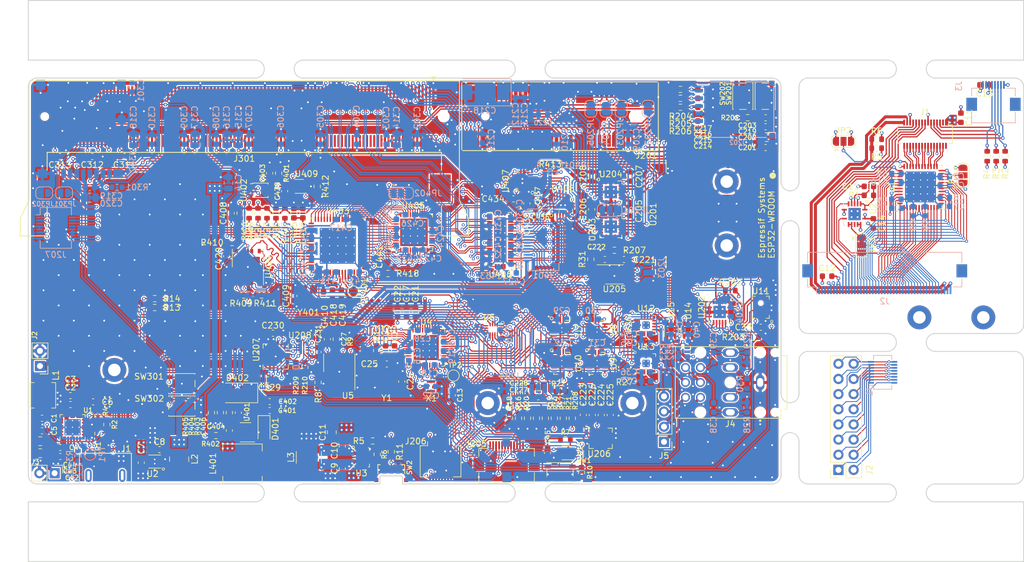
<source format=kicad_pcb>
(kicad_pcb (version 20171130) (host pcbnew "(5.1.9-0-10_14)")
  (layers (0 F.Cu signal) (1 GND power) (2 PWR power) (31 B.Cu signal) (34 B.Paste user) (35 F.Paste user) (36 B.SilkS user) (37 F.SilkS user) (38 B.Mask user) (39 F.Mask user) (44 Edge.Cuts user))
  (net 0 "")
  (net 1 GND)
  (net 2 +3V3)
  (net 3 SPI.MISO)
  (net 4 SPI.MOSI)
  (net 5 SPI.SCK)
  (net 6 SPI.CS)
  (net 7 /DISP_R7)
  (net 8 /DISP_R6)
  (net 9 /DISP_R5)
  (net 10 /DISP_R4)
  (net 11 /DISP_R3)
  (net 12 /DISP_R2)
  (net 13 /DISP_R1)
  (net 14 /DISP_R0)
  (net 15 /DISP_G7)
  (net 16 /DISP_G6)
  (net 17 /DISP_G5)
  (net 18 /DISP_G4)
  (net 19 /DISP_G3)
  (net 20 /DISP_G2)
  (net 21 /DISP_G1)
  (net 22 /DISP_G0)
  (net 23 /DISP_B7)
  (net 24 /DISP_B6)
  (net 25 /DISP_B5)
  (net 26 /DISP_B4)
  (net 27 /DISP_B3)
  (net 28 /DISP_B2)
  (net 29 /DISP_B1)
  (net 30 /DISP_B0)
  (net 31 /DISP_DE)
  (net 32 /DISP_PCLK)
  (net 33 /DISP_HSYNC)
  (net 34 /DISP_VSYNC)
  (net 35 LED_K)
  (net 36 LED_A)
  (net 37 "Net-(J1-Pad2)")
  (net 38 "Net-(J2-Pad1)")
  (net 39 "Net-(J2-Pad2)")
  (net 40 "Net-(J2-Pad3)")
  (net 41 "Net-(J2-Pad4)")
  (net 42 "Net-(J2-Pad42)")
  (net 43 "Net-(J2-Pad44)")
  (net 44 ENABLE)
  (net 45 /DISP_RST)
  (net 46 "Net-(JP1-Pad2)")
  (net 47 "Net-(JP2-Pad2)")
  (net 48 "Net-(U2-Pad3)")
  (net 49 "Net-(U2-Pad11)")
  (net 50 /LVDS_A0N)
  (net 51 /LVDS_A0P)
  (net 52 /LVDS_A1N)
  (net 53 /LVDS_A1P)
  (net 54 /LVDS_A2N)
  (net 55 /LVDS_A2P)
  (net 56 /LVDS_CLKN)
  (net 57 /LVDS_CLKP)
  (net 58 /LVDS_A3N)
  (net 59 /LVDS_A3P)
  (net 60 "Net-(C15-Pad1)")
  (net 61 "Net-(J1-Pad3)")
  (net 62 CTP.SCL)
  (net 63 CTP.SDA)
  (net 64 CTP.INT)
  (net 65 CTP.RST)
  (net 66 "Net-(J3-Pad2)")
  (net 67 /DISP_DE_INV)
  (net 68 "Net-(JP3-Pad1)")
  (net 69 /PIN1)
  (net 70 /PIN5)
  (net 71 /PIN7)
  (net 72 /PIN9)
  (net 73 /PIN13)
  (net 74 /PIN15)
  (net 75 /PIN2)
  (net 76 /PIN4)
  (net 77 /PIN8)
  (net 78 /PIN10)
  (net 79 /PIN14)
  (net 80 /PIN16)
  (net 81 +1V8)
  (net 82 GPIO_13)
  (net 83 GPIO_18)
  (net 84 GPIO_23)
  (net 85 JTAG_TCK)
  (net 86 JTAG_TDO)
  (net 87 JTAG_TMS)
  (net 88 JTAG_TDI)
  (net 89 "Net-(L2-Pad1)")
  (net 90 WAKE)
  (net 91 "Net-(R2-Pad2)")
  (net 92 "Net-(C1-Pad1)")
  (net 93 "Net-(C1-Pad2)")
  (net 94 VBUS)
  (net 95 "Net-(C5-Pad1)")
  (net 96 "Net-(C6-Pad1)")
  (net 97 "Net-(D1-Pad1)")
  (net 98 PWM2.1)
  (net 99 PWM0.1)
  (net 100 "Net-(L3-Pad1)")
  (net 101 "Net-(L3-Pad2)")
  (net 102 "Net-(R1-Pad1)")
  (net 103 "Net-(R3-Pad1)")
  (net 104 PWM1.1)
  (net 105 SPI1.SS0)
  (net 106 SPI1.MOSI)
  (net 107 SPI1.MISO)
  (net 108 SPI1.SCK)
  (net 109 SPI1.SS2)
  (net 110 SPI1.SS3)
  (net 111 "Net-(U7-Pad3)")
  (net 112 "Net-(U10-Pad11)")
  (net 113 "Net-(C38-Pad1)")
  (net 114 "Net-(C39-Pad1)")
  (net 115 /SPK_GAIN)
  (net 116 GPIO_20)
  (net 117 GPIO_0)
  (net 118 GPIO_22)
  (net 119 /SPK_EN)
  (net 120 /SPK_CLK)
  (net 121 "Net-(U10-Pad14)")
  (net 122 +VSYS)
  (net 123 /periph/Quectel.UART.RXD)
  (net 124 /periph/Quectel.UART.TXD)
  (net 125 /periph/Quectel.UART.RI)
  (net 126 /periph/SIMCom.UART.TXD)
  (net 127 /periph/Quectel.UART.DTR)
  (net 128 /periph/SIMCom.UART.RI)
  (net 129 /periph/SIMCom.UART.DTR)
  (net 130 /periph/ESP32.U2.RXD)
  (net 131 /periph/ESP32.U2.TXD)
  (net 132 /periph/Modem.PCM.CLK)
  (net 133 /periph/Modem.PCM.DO)
  (net 134 /periph/Modem.PCM.DI)
  (net 135 /periph/Modem.PCM.SYNC)
  (net 136 /periph/ESP32.U2.DTR)
  (net 137 /periph/ESP32.U2.RI)
  (net 138 /periph/ESP32.PCM.SYNC)
  (net 139 /periph/ESP32.PCM.DO)
  (net 140 /periph/ESP32.PCM.CLK)
  (net 141 /periph/ESP32.PCM.DI)
  (net 142 /periph/ESP32.VSPI.SS0)
  (net 143 /periph/ESP32.VSPI.MOSI)
  (net 144 /periph/ESP32.VSPI.MISO)
  (net 145 "Net-(C301-Pad1)")
  (net 146 ESP32.HSPI.MOSI)
  (net 147 ESP32.HSPI.SCK)
  (net 148 ESP32.HSPI.MISO)
  (net 149 ESP32.HSPI.SS0)
  (net 150 ESP32.IO36)
  (net 151 ESP32.IO27)
  (net 152 DISP_LED_A)
  (net 153 DISP_LED_K)
  (net 154 /PLL_AVSS)
  (net 155 /PLL_AVDD)
  (net 156 /XTAL_XI)
  (net 157 /XTAL_XO)
  (net 158 /QSPI_CS)
  (net 159 /QSPI_DQ_3)
  (net 160 /QSPI_DQ_2)
  (net 161 /QSPI_DQ_1)
  (net 162 /QSPI_DQ_0)
  (net 163 /PSD_LFALTCLK)
  (net 164 /QSPI_CLK)
  (net 165 "Net-(J1-Pad4)")
  (net 166 "Net-(J202-Pad6)")
  (net 167 "Net-(J301-Pad21)")
  (net 168 "Net-(J301-Pad23)")
  (net 169 "Net-(J301-Pad25)")
  (net 170 "Net-(J301-Pad27)")
  (net 171 "Net-(J301-Pad29)")
  (net 172 "Net-(J301-Pad31)")
  (net 173 "Net-(J301-Pad63)")
  (net 174 "Net-(J301-Pad65)")
  (net 175 "Net-(J301-Pad69)")
  (net 176 "Net-(J301-Pad73)")
  (net 177 "Net-(J301-Pad77)")
  (net 178 "Net-(J301-Pad79)")
  (net 179 "Net-(J301-Pad81)")
  (net 180 "Net-(J301-Pad83)")
  (net 181 "Net-(J301-Pad85)")
  (net 182 "Net-(J301-Pad89)")
  (net 183 "Net-(J301-Pad91)")
  (net 184 "Net-(J301-Pad93)")
  (net 185 "Net-(J301-Pad95)")
  (net 186 "Net-(J301-Pad97)")
  (net 187 "Net-(J301-Pad99)")
  (net 188 "Net-(J301-Pad101)")
  (net 189 "Net-(J301-Pad103)")
  (net 190 "Net-(J301-Pad107)")
  (net 191 "Net-(J301-Pad109)")
  (net 192 "Net-(J301-Pad111)")
  (net 193 "Net-(J301-Pad113)")
  (net 194 "Net-(J301-Pad115)")
  (net 195 "Net-(J301-Pad117)")
  (net 196 "Net-(J301-Pad119)")
  (net 197 "Net-(J301-Pad121)")
  (net 198 "Net-(J301-Pad125)")
  (net 199 "Net-(J301-Pad127)")
  (net 200 "Net-(J301-Pad131)")
  (net 201 "Net-(J301-Pad133)")
  (net 202 "Net-(J301-Pad137)")
  (net 203 "Net-(J301-Pad139)")
  (net 204 "Net-(J301-Pad143)")
  (net 205 "Net-(J301-Pad145)")
  (net 206 "Net-(J301-Pad147)")
  (net 207 "Net-(J301-Pad157)")
  (net 208 "Net-(J301-Pad161)")
  (net 209 "Net-(J301-Pad163)")
  (net 210 "Net-(J301-Pad167)")
  (net 211 "Net-(J301-Pad169)")
  (net 212 "Net-(J301-Pad173)")
  (net 213 "Net-(J301-Pad175)")
  (net 214 "Net-(J301-Pad179)")
  (net 215 "Net-(J301-Pad181)")
  (net 216 "Net-(J301-Pad187)")
  (net 217 "Net-(J301-Pad189)")
  (net 218 "Net-(J301-Pad191)")
  (net 219 "Net-(J301-Pad193)")
  (net 220 "Net-(J301-Pad195)")
  (net 221 "Net-(J301-Pad197)")
  (net 222 "Net-(J301-Pad199)")
  (net 223 "Net-(J301-Pad201)")
  (net 224 "Net-(J301-Pad203)")
  (net 225 "Net-(J301-Pad2)")
  (net 226 "Net-(J301-Pad4)")
  (net 227 "Net-(J301-Pad6)")
  (net 228 "Net-(J301-Pad8)")
  (net 229 "Net-(J301-Pad12)")
  (net 230 "Net-(J301-Pad14)")
  (net 231 "Net-(J301-Pad16)")
  (net 232 "Net-(J301-Pad18)")
  (net 233 "Net-(J301-Pad20)")
  (net 234 "Net-(J301-Pad22)")
  (net 235 "Net-(J301-Pad24)")
  (net 236 "Net-(J301-Pad26)")
  (net 237 "Net-(J301-Pad30)")
  (net 238 "Net-(J301-Pad32)")
  (net 239 "Net-(J301-Pad34)")
  (net 240 "Net-(J301-Pad36)")
  (net 241 "Net-(J301-Pad38)")
  (net 242 "Net-(J301-Pad40)")
  (net 243 "Net-(J301-Pad42)")
  (net 244 "Net-(J301-Pad44)")
  (net 245 "Net-(J301-Pad48)")
  (net 246 "Net-(J301-Pad50)")
  (net 247 "Net-(J301-Pad52)")
  (net 248 "Net-(J301-Pad54)")
  (net 249 "Net-(J301-Pad56)")
  (net 250 "Net-(J301-Pad62)")
  (net 251 "Net-(J301-Pad66)")
  (net 252 "Net-(J301-Pad68)")
  (net 253 "Net-(J301-Pad70)")
  (net 254 "Net-(J301-Pad72)")
  (net 255 "Net-(J301-Pad74)")
  (net 256 "Net-(J301-Pad92)")
  (net 257 "Net-(J301-Pad94)")
  (net 258 "Net-(J301-Pad98)")
  (net 259 "Net-(J301-Pad100)")
  (net 260 "Net-(J301-Pad102)")
  (net 261 "Net-(J301-Pad104)")
  (net 262 "Net-(J301-Pad106)")
  (net 263 "Net-(J301-Pad108)")
  (net 264 "Net-(J301-Pad110)")
  (net 265 "Net-(J301-Pad112)")
  (net 266 "Net-(J301-Pad116)")
  (net 267 "Net-(J301-Pad118)")
  (net 268 "Net-(J301-Pad120)")
  (net 269 "Net-(J301-Pad122)")
  (net 270 "Net-(J301-Pad124)")
  (net 271 "Net-(J301-Pad126)")
  (net 272 "Net-(J301-Pad128)")
  (net 273 "Net-(J301-Pad130)")
  (net 274 "Net-(J301-Pad134)")
  (net 275 "Net-(J301-Pad136)")
  (net 276 "Net-(J301-Pad138)")
  (net 277 "Net-(J301-Pad140)")
  (net 278 "Net-(J301-Pad142)")
  (net 279 "Net-(J301-Pad144)")
  (net 280 "Net-(J301-Pad146)")
  (net 281 "Net-(J301-Pad148)")
  (net 282 "Net-(J301-Pad152)")
  (net 283 "Net-(J301-Pad156)")
  (net 284 "Net-(J301-Pad158)")
  (net 285 "Net-(J301-Pad160)")
  (net 286 "Net-(J301-Pad162)")
  (net 287 "Net-(J301-Pad164)")
  (net 288 "Net-(J301-Pad166)")
  (net 289 "Net-(J301-Pad170)")
  (net 290 "Net-(J301-Pad172)")
  (net 291 "Net-(J301-Pad182)")
  (net 292 "Net-(J301-Pad184)")
  (net 293 "Net-(J301-Pad188)")
  (net 294 "Net-(J301-Pad190)")
  (net 295 "Net-(J301-Pad192)")
  (net 296 "Net-(J301-Pad194)")
  (net 297 "Net-(J301-Pad196)")
  (net 298 "Net-(J301-Pad198)")
  (net 299 "Net-(J301-Pad202)")
  (net 300 "Net-(U1-Pad24)")
  (net 301 "Net-(U9-Pad1)")
  (net 302 "Net-(U9-Pad2)")
  (net 303 "Net-(U9-Pad3)")
  (net 304 "Net-(U9-Pad4)")
  (net 305 "Net-(U9-Pad5)")
  (net 306 "Net-(U9-Pad6)")
  (net 307 "Net-(U9-Pad7)")
  (net 308 "Net-(U9-Pad15)")
  (net 309 "Net-(U10-Pad15)")
  (net 310 "Net-(U10-Pad7)")
  (net 311 "Net-(U10-Pad6)")
  (net 312 "Net-(U10-Pad5)")
  (net 313 "Net-(U10-Pad4)")
  (net 314 "Net-(U10-Pad3)")
  (net 315 "Net-(U10-Pad2)")
  (net 316 "Net-(U10-Pad1)")
  (net 317 "Net-(U201-Pad32)")
  (net 318 "Net-(U201-Pad22)")
  (net 319 "Net-(U201-Pad21)")
  (net 320 "Net-(U201-Pad20)")
  (net 321 "Net-(U201-Pad19)")
  (net 322 "Net-(U201-Pad18)")
  (net 323 "Net-(U201-Pad17)")
  (net 324 "Net-(U203-Pad6)")
  (net 325 "Net-(U203-Pad9)")
  (net 326 "Net-(U204-Pad9)")
  (net 327 "Net-(U204-Pad6)")
  (net 328 "Net-(X1-Pad1)")
  (net 329 /periph/ESP32.VSPI.SCK)
  (net 330 "Net-(J301-Pad155)")
  (net 331 "Net-(J301-Pad154)")
  (net 332 "Net-(J301-Pad60)")
  (net 333 PWM1.2)
  (net 334 GPIO_12)
  (net 335 TMUX.I2C0.SCL)
  (net 336 TMUX.I2C0.SDA)
  (net 337 DISP_CS)
  (net 338 /MIC_CLK)
  (net 339 /MIC_WS)
  (net 340 /SPK_R+)
  (net 341 /SPK_L+)
  (net 342 /SPK_L-)
  (net 343 /SPK_R-)
  (net 344 "Net-(R5-Pad2)")
  (net 345 iMX8.USB1.D_P)
  (net 346 iMX8.USB1.D_N)
  (net 347 iMX8.PWM1)
  (net 348 BT81X.GPIO3)
  (net 349 BT81X.GPIO0)
  (net 350 BT81X.GPIO1)
  (net 351 BT81X.GPIO2)
  (net 352 BT81X.R0)
  (net 353 BT81X.CTP.RST)
  (net 354 BT81X.CTP.INT)
  (net 355 BT81X.CTP.SCL)
  (net 356 BT81X.CTP.SDA)
  (net 357 BT81X.BL_PWM)
  (net 358 BT81X.DE)
  (net 359 BT81X.VSYNC)
  (net 360 BT81X.HSYNC)
  (net 361 BT81X.DISP)
  (net 362 BT81X.PCLK)
  (net 363 BT81X.B7)
  (net 364 BT81X.B6)
  (net 365 BT81X.B5)
  (net 366 BT81X.B4)
  (net 367 BT81X.B3)
  (net 368 BT81X.B2)
  (net 369 BT81X.B1)
  (net 370 BT81X.B0)
  (net 371 BT81X.G7)
  (net 372 BT81X.G6)
  (net 373 BT81X.G5)
  (net 374 BT81X.G4)
  (net 375 BT81X.G3)
  (net 376 BT81X.G2)
  (net 377 BT81X.G1)
  (net 378 BT81X.G0)
  (net 379 BT81X.R7)
  (net 380 BT81X.R6)
  (net 381 BT81X.R5)
  (net 382 BT81X.R4)
  (net 383 BT81X.R3)
  (net 384 BT81X.R2)
  (net 385 BT81X.R1)
  (net 386 "Net-(JP201-Pad2)")
  (net 387 "Net-(J301-Pad58)")
  (net 388 "Net-(C38-Pad2)")
  (net 389 "Net-(C39-Pad2)")
  (net 390 "Net-(C214-Pad1)")
  (net 391 "Net-(C215-Pad1)")
  (net 392 "Net-(C216-Pad1)")
  (net 393 "Net-(C217-Pad1)")
  (net 394 "Net-(C408-Pad1)")
  (net 395 "Net-(D401-Pad2)")
  (net 396 "Net-(J201-Pad48)")
  (net 397 "Net-(J201-Pad42)")
  (net 398 "Net-(J201-Pad33)")
  (net 399 "Net-(J201-Pad32)")
  (net 400 "Net-(J201-Pad30)")
  (net 401 "Net-(J201-Pad28)")
  (net 402 "Net-(J201-Pad25)")
  (net 403 "Net-(J201-Pad23)")
  (net 404 "Net-(J201-Pad20)")
  (net 405 "Net-(J201-Pad16)")
  (net 406 "Net-(J201-Pad14)")
  (net 407 "Net-(J201-Pad12)")
  (net 408 "Net-(J201-Pad10)")
  (net 409 "Net-(J201-Pad7)")
  (net 410 "Net-(J201-Pad6)")
  (net 411 "Net-(J201-Pad5)")
  (net 412 "Net-(J201-Pad3)")
  (net 413 "Net-(J201-Pad1)")
  (net 414 "Net-(J203-Pad2)")
  (net 415 "Net-(J203-Pad1)")
  (net 416 "Net-(U14-Pad1)")
  (net 417 /HP_SWITCH)
  (net 418 /disp/CTP_SCL)
  (net 419 /disp/CTP_SDA)
  (net 420 /disp/CTP_INT)
  (net 421 /disp/CTP_RST)
  (net 422 "Net-(R401-Pad2)")
  (net 423 "Net-(R402-Pad2)")
  (net 424 "Net-(U405-Pad22)")
  (net 425 "Net-(U405-Pad23)")
  (net 426 "Net-(U405-Pad26)")
  (net 427 "Net-(U406-Pad17)")
  (net 428 "Net-(U406-Pad19)")
  (net 429 "Net-(U406-Pad41)")
  (net 430 "Net-(U406-Pad42)")
  (net 431 "Net-(U408-Pad6)")
  (net 432 "Net-(U408-Pad9)")
  (net 433 /HP_DET)
  (net 434 /SPK_L_HP+)
  (net 435 /SPK_R_HP_+)
  (net 436 /MIC_SD)
  (net 437 /SPK_SD)
  (net 438 "Net-(U8-Pad2)")
  (net 439 /SPK_GAIN_SEL)
  (net 440 /disp/DISP_LVDS_A0N)
  (net 441 /disp/DISP_LVDS_A0P)
  (net 442 /disp/DISP_LVDS_A1N)
  (net 443 /disp/DISP_LVDS_A1P)
  (net 444 /disp/DISP_LVDS_A2N)
  (net 445 /disp/DISP_LVDS_A2P)
  (net 446 /disp/DISP_LVDS_A3N)
  (net 447 /disp/DISP_LVDS_A3P)
  (net 448 /disp/BT81X_QSPI_CS)
  (net 449 /disp/BT81X_QSPI_DQ_3)
  (net 450 /disp/BT81X_QSPI_DQ_2)
  (net 451 /disp/BT81X_QSPI_CLK)
  (net 452 /disp/BT81X_QSPI_DQ_0)
  (net 453 /disp/BT81X_QSPI_DQ_1)
  (net 454 "Net-(U407-Pad6)")
  (net 455 "Net-(U407-Pad9)")
  (net 456 /disp/BT81X_X1)
  (net 457 /disp/BT81X_X2)
  (net 458 /disp/BT81X_1V2)
  (net 459 +VCTP)
  (net 460 /disp/iMX8_CTP_EN)
  (net 461 TMUX.GPIO0)
  (net 462 TMUX.GPIO1)
  (net 463 "Net-(JP402-Pad2)")
  (net 464 /RESET)
  (net 465 JTAG_TRST_N)
  (net 466 /BQ_INT)
  (net 467 /BQ_QON)
  (net 468 "Net-(U201-Pad5)")
  (net 469 "Net-(U201-Pad10)")
  (net 470 "Net-(U201-Pad11)")
  (net 471 /BQ_PMID)
  (net 472 "Net-(U7-Pad10)")
  (net 473 /periph/PERST)
  (net 474 "Net-(C222-Pad1)")
  (net 475 "Net-(C225-Pad1)")
  (net 476 "Net-(C226-Pad1)")
  (net 477 /exp/ALT_BOOT)
  (net 478 /exp/SD2_CLK)
  (net 479 /exp/SD2_CMD)
  (net 480 /exp/SD2_DAT0)
  (net 481 /exp/SD2_DAT1)
  (net 482 /exp/SD2_DAT2)
  (net 483 /exp/SD2_DAT3)
  (net 484 "Net-(U206-Pad9)")
  (net 485 "Net-(U206-Pad10)")
  (net 486 "Net-(U206-Pad11)")
  (net 487 "Net-(U206-Pad12)")
  (net 488 "Net-(U206-Pad13)")
  (net 489 "Net-(J204-Pad1)")
  (net 490 "Net-(J204-Pad8)")
  (net 491 "Net-(J205-Pad12)")
  (net 492 iMX8.GPIO5.IO29)
  (net 493 iMX8.GPIO5.IO28)
  (net 494 iMX8.I2C3.SCL)
  (net 495 iMX8.I2C3.SDA)
  (net 496 "Net-(J301-Pad75)")
  (net 497 "Net-(J301-Pad129)")
  (net 498 "Net-(J301-Pad135)")
  (net 499 "Net-(J301-Pad149)")
  (net 500 "Net-(J301-Pad151)")
  (net 501 "Net-(J301-Pad153)")
  (net 502 iMX8.GPIO3.IO7)
  (net 503 USB_D-)
  (net 504 USB_D+)
  (net 505 /periph/USB_CBUS3)
  (net 506 /periph/USB_RXD)
  (net 507 "Net-(U207-Pad5)")
  (net 508 /periph/USB_CBUS1)
  (net 509 /periph/USB_CBUS0)
  (net 510 /periph/USB_TXD)
  (net 511 "Net-(U207-Pad16)")
  (net 512 "Net-(U1-Pad2)")
  (net 513 ESP32.UART0.RXD)
  (net 514 ESP32.UART0.TXD)
  (net 515 UART0.TXD)
  (net 516 UART0.RXD)
  (net 517 iMX8.LVDS0.CLKP)
  (net 518 iMX8.LVDS0.CLKN)
  (net 519 iMX8.LVDS0.A0P)
  (net 520 iMX8.LVDS0.A0N)
  (net 521 iMX8.LVDS0.A1P)
  (net 522 iMX8.LVDS0.A1N)
  (net 523 iMX8.LVDS0.A2P)
  (net 524 iMX8.LVDS0.A2N)
  (net 525 iMX8.LVDS0.A3P)
  (net 526 iMX8.LVDS0.A3N)
  (net 527 /disp/DISP_LVDS_CLKN)
  (net 528 /disp/DISP_LVDS_CLKP)
  (net 529 /disp/DS90_LVDS_A3P)
  (net 530 /disp/DS90_LVDS_A3N)
  (net 531 /disp/DS90_LVDS_CLKP)
  (net 532 /disp/DS90_LVDS_CLKN)
  (net 533 /disp/DS90_LVDS_A2P)
  (net 534 /disp/DS90_LVDS_A2N)
  (net 535 /disp/DS90_LVDS_A1P)
  (net 536 /disp/DS90_LVDS_A1N)
  (net 537 /disp/DS90_LVDS_A0P)
  (net 538 /disp/DS90_LVDS_A0N)
  (net 539 /periph/ESP32.EN)
  (net 540 "Net-(R26-Pad1)")
  (net 541 "Net-(R27-Pad1)")
  (net 542 "Net-(R32-Pad2)")
  (net 543 "Net-(R33-Pad1)")
  (net 544 /AON_PMU_OUT_0)
  (net 545 /AON_PMU_OUT_1)
  (net 546 /exp/RESET)
  (net 547 "Net-(J204-Pad9)")
  (net 548 "Net-(J204-Pad10)")
  (net 549 "Net-(J207-Pad8)")
  (net 550 /exp/SD2_DET)
  (net 551 "Net-(J1-Pad6)")
  (net 552 /disp/BT81X_AUDIO)
  (net 553 iMX8.USB1.ID)
  (net 554 iMX8.USB1.VBUS)
  (net 555 "Net-(J401-Pad2)")
  (module panelization:mouse-bite-3mm-slot (layer F.Cu) (at 183.5 119.9 90)
    (fp_text reference REF** hide)
    (fp_text value mouse-bite-3mm-slot)
    (pad "" np_thru_hole circle (at 0.75 1.25 90) (size 0.5 0.5) (drill 0.5) (layers *.Cu *.Mask))
    (pad "" np_thru_hole circle (at -0.75 1.25 90) (size 0.5 0.5) (drill 0.5) (layers *.Cu *.Mask))
    (pad "" np_thru_hole circle (at -0.75 -1.25 90) (size 0.5 0.5) (drill 0.5) (layers *.Cu *.Mask))
    (pad "" np_thru_hole circle (at 0.75 -1.25 90) (size 0.5 0.5) (drill 0.5) (layers *.Cu *.Mask))
    (pad "" np_thru_hole circle (at 0 1.25 90) (size 0.5 0.5) (drill 0.5) (layers *.Cu *.Mask))
    (pad "" np_thru_hole circle (at 0 -1.25 90) (size 0.5 0.5) (drill 0.5) (layers *.Cu *.Mask))
    (pad "" np_thru_hole circle (at -1.5 1.25 90) (size 0.5 0.5) (drill 0.5) (layers *.Cu *.Mask))
    (pad "" np_thru_hole circle (at -2.25 1.25 90) (size 0.5 0.5) (drill 0.5) (layers *.Cu *.Mask))
    (pad "" np_thru_hole circle (at 1.5 1.25 90) (size 0.5 0.5) (drill 0.5) (layers *.Cu *.Mask))
    (pad "" np_thru_hole circle (at 2.25 1.25 90) (size 0.5 0.5) (drill 0.5) (layers *.Cu *.Mask))
    (pad "" np_thru_hole circle (at 1.5 -1.25 90) (size 0.5 0.5) (drill 0.5) (layers *.Cu *.Mask))
    (pad "" np_thru_hole circle (at 2.25 -1.25 90) (size 0.5 0.5) (drill 0.5) (layers *.Cu *.Mask))
    (pad "" np_thru_hole circle (at -2.25 -1.25 90) (size 0.5 0.5) (drill 0.5) (layers *.Cu *.Mask))
    (pad "" np_thru_hole circle (at -1.5 -1.25 90) (size 0.5 0.5) (drill 0.5) (layers *.Cu *.Mask))
  )
  (module panelization:mouse-bite-3mm-slot (layer F.Cu) (at 183.5 84.4 90)
    (fp_text reference REF** hide)
    (fp_text value mouse-bite-3mm-slot)
    (pad "" np_thru_hole circle (at 0.75 1.25 90) (size 0.5 0.5) (drill 0.5) (layers *.Cu *.Mask))
    (pad "" np_thru_hole circle (at -0.75 1.25 90) (size 0.5 0.5) (drill 0.5) (layers *.Cu *.Mask))
    (pad "" np_thru_hole circle (at -0.75 -1.25 90) (size 0.5 0.5) (drill 0.5) (layers *.Cu *.Mask))
    (pad "" np_thru_hole circle (at 0.75 -1.25 90) (size 0.5 0.5) (drill 0.5) (layers *.Cu *.Mask))
    (pad "" np_thru_hole circle (at 0 1.25 90) (size 0.5 0.5) (drill 0.5) (layers *.Cu *.Mask))
    (pad "" np_thru_hole circle (at 0 -1.25 90) (size 0.5 0.5) (drill 0.5) (layers *.Cu *.Mask))
    (pad "" np_thru_hole circle (at -1.5 1.25 90) (size 0.5 0.5) (drill 0.5) (layers *.Cu *.Mask))
    (pad "" np_thru_hole circle (at -2.25 1.25 90) (size 0.5 0.5) (drill 0.5) (layers *.Cu *.Mask))
    (pad "" np_thru_hole circle (at 1.5 1.25 90) (size 0.5 0.5) (drill 0.5) (layers *.Cu *.Mask))
    (pad "" np_thru_hole circle (at 2.25 1.25 90) (size 0.5 0.5) (drill 0.5) (layers *.Cu *.Mask))
    (pad "" np_thru_hole circle (at 1.5 -1.25 90) (size 0.5 0.5) (drill 0.5) (layers *.Cu *.Mask))
    (pad "" np_thru_hole circle (at 2.25 -1.25 90) (size 0.5 0.5) (drill 0.5) (layers *.Cu *.Mask))
    (pad "" np_thru_hole circle (at -2.25 -1.25 90) (size 0.5 0.5) (drill 0.5) (layers *.Cu *.Mask))
    (pad "" np_thru_hole circle (at -1.5 -1.25 90) (size 0.5 0.5) (drill 0.5) (layers *.Cu *.Mask))
  )
  (module panelization:mouse-bite-3mm-slot (layer F.Cu) (at 98 132.5)
    (fp_text reference REF** hide)
    (fp_text value mouse-bite-3mm-slot)
    (pad "" np_thru_hole circle (at 0.75 1.25) (size 0.5 0.5) (drill 0.5) (layers *.Cu *.Mask))
    (pad "" np_thru_hole circle (at -0.75 1.25) (size 0.5 0.5) (drill 0.5) (layers *.Cu *.Mask))
    (pad "" np_thru_hole circle (at -0.75 -1.25) (size 0.5 0.5) (drill 0.5) (layers *.Cu *.Mask))
    (pad "" np_thru_hole circle (at 0.75 -1.25) (size 0.5 0.5) (drill 0.5) (layers *.Cu *.Mask))
    (pad "" np_thru_hole circle (at 0 1.25) (size 0.5 0.5) (drill 0.5) (layers *.Cu *.Mask))
    (pad "" np_thru_hole circle (at 0 -1.25) (size 0.5 0.5) (drill 0.5) (layers *.Cu *.Mask))
    (pad "" np_thru_hole circle (at -1.5 1.25) (size 0.5 0.5) (drill 0.5) (layers *.Cu *.Mask))
    (pad "" np_thru_hole circle (at -2.25 1.25) (size 0.5 0.5) (drill 0.5) (layers *.Cu *.Mask))
    (pad "" np_thru_hole circle (at 1.5 1.25) (size 0.5 0.5) (drill 0.5) (layers *.Cu *.Mask))
    (pad "" np_thru_hole circle (at 2.25 1.25) (size 0.5 0.5) (drill 0.5) (layers *.Cu *.Mask))
    (pad "" np_thru_hole circle (at 1.5 -1.25) (size 0.5 0.5) (drill 0.5) (layers *.Cu *.Mask))
    (pad "" np_thru_hole circle (at 2.25 -1.25) (size 0.5 0.5) (drill 0.5) (layers *.Cu *.Mask))
    (pad "" np_thru_hole circle (at -2.25 -1.25) (size 0.5 0.5) (drill 0.5) (layers *.Cu *.Mask))
    (pad "" np_thru_hole circle (at -1.5 -1.25) (size 0.5 0.5) (drill 0.5) (layers *.Cu *.Mask))
  )
  (module panelization:mouse-bite-3mm-slot (layer F.Cu) (at 140 132.5)
    (fp_text reference REF** hide)
    (fp_text value mouse-bite-3mm-slot)
    (pad "" np_thru_hole circle (at 0.75 1.25) (size 0.5 0.5) (drill 0.5) (layers *.Cu *.Mask))
    (pad "" np_thru_hole circle (at -0.75 1.25) (size 0.5 0.5) (drill 0.5) (layers *.Cu *.Mask))
    (pad "" np_thru_hole circle (at -0.75 -1.25) (size 0.5 0.5) (drill 0.5) (layers *.Cu *.Mask))
    (pad "" np_thru_hole circle (at 0.75 -1.25) (size 0.5 0.5) (drill 0.5) (layers *.Cu *.Mask))
    (pad "" np_thru_hole circle (at 0 1.25) (size 0.5 0.5) (drill 0.5) (layers *.Cu *.Mask))
    (pad "" np_thru_hole circle (at 0 -1.25) (size 0.5 0.5) (drill 0.5) (layers *.Cu *.Mask))
    (pad "" np_thru_hole circle (at -1.5 1.25) (size 0.5 0.5) (drill 0.5) (layers *.Cu *.Mask))
    (pad "" np_thru_hole circle (at -2.25 1.25) (size 0.5 0.5) (drill 0.5) (layers *.Cu *.Mask))
    (pad "" np_thru_hole circle (at 1.5 1.25) (size 0.5 0.5) (drill 0.5) (layers *.Cu *.Mask))
    (pad "" np_thru_hole circle (at 2.25 1.25) (size 0.5 0.5) (drill 0.5) (layers *.Cu *.Mask))
    (pad "" np_thru_hole circle (at 1.5 -1.25) (size 0.5 0.5) (drill 0.5) (layers *.Cu *.Mask))
    (pad "" np_thru_hole circle (at 2.25 -1.25) (size 0.5 0.5) (drill 0.5) (layers *.Cu *.Mask))
    (pad "" np_thru_hole circle (at -2.25 -1.25) (size 0.5 0.5) (drill 0.5) (layers *.Cu *.Mask))
    (pad "" np_thru_hole circle (at -1.5 -1.25) (size 0.5 0.5) (drill 0.5) (layers *.Cu *.Mask))
  )
  (module panelization:mouse-bite-3mm-slot (layer F.Cu) (at 203.8 132.5)
    (fp_text reference REF** hide)
    (fp_text value mouse-bite-3mm-slot)
    (pad "" np_thru_hole circle (at 0.75 1.25) (size 0.5 0.5) (drill 0.5) (layers *.Cu *.Mask))
    (pad "" np_thru_hole circle (at -0.75 1.25) (size 0.5 0.5) (drill 0.5) (layers *.Cu *.Mask))
    (pad "" np_thru_hole circle (at -0.75 -1.25) (size 0.5 0.5) (drill 0.5) (layers *.Cu *.Mask))
    (pad "" np_thru_hole circle (at 0.75 -1.25) (size 0.5 0.5) (drill 0.5) (layers *.Cu *.Mask))
    (pad "" np_thru_hole circle (at 0 1.25) (size 0.5 0.5) (drill 0.5) (layers *.Cu *.Mask))
    (pad "" np_thru_hole circle (at 0 -1.25) (size 0.5 0.5) (drill 0.5) (layers *.Cu *.Mask))
    (pad "" np_thru_hole circle (at -1.5 1.25) (size 0.5 0.5) (drill 0.5) (layers *.Cu *.Mask))
    (pad "" np_thru_hole circle (at -2.25 1.25) (size 0.5 0.5) (drill 0.5) (layers *.Cu *.Mask))
    (pad "" np_thru_hole circle (at 1.5 1.25) (size 0.5 0.5) (drill 0.5) (layers *.Cu *.Mask))
    (pad "" np_thru_hole circle (at 2.25 1.25) (size 0.5 0.5) (drill 0.5) (layers *.Cu *.Mask))
    (pad "" np_thru_hole circle (at 1.5 -1.25) (size 0.5 0.5) (drill 0.5) (layers *.Cu *.Mask))
    (pad "" np_thru_hole circle (at 2.25 -1.25) (size 0.5 0.5) (drill 0.5) (layers *.Cu *.Mask))
    (pad "" np_thru_hole circle (at -2.25 -1.25) (size 0.5 0.5) (drill 0.5) (layers *.Cu *.Mask))
    (pad "" np_thru_hole circle (at -1.5 -1.25) (size 0.5 0.5) (drill 0.5) (layers *.Cu *.Mask))
  )
  (module panelization:mouse-bite-3mm-slot (layer F.Cu) (at 203.8 107.3)
    (fp_text reference REF** hide)
    (fp_text value mouse-bite-3mm-slot)
    (pad "" np_thru_hole circle (at 0.75 1.25) (size 0.5 0.5) (drill 0.5) (layers *.Cu *.Mask))
    (pad "" np_thru_hole circle (at -0.75 1.25) (size 0.5 0.5) (drill 0.5) (layers *.Cu *.Mask))
    (pad "" np_thru_hole circle (at -0.75 -1.25) (size 0.5 0.5) (drill 0.5) (layers *.Cu *.Mask))
    (pad "" np_thru_hole circle (at 0.75 -1.25) (size 0.5 0.5) (drill 0.5) (layers *.Cu *.Mask))
    (pad "" np_thru_hole circle (at 0 1.25) (size 0.5 0.5) (drill 0.5) (layers *.Cu *.Mask))
    (pad "" np_thru_hole circle (at 0 -1.25) (size 0.5 0.5) (drill 0.5) (layers *.Cu *.Mask))
    (pad "" np_thru_hole circle (at -1.5 1.25) (size 0.5 0.5) (drill 0.5) (layers *.Cu *.Mask))
    (pad "" np_thru_hole circle (at -2.25 1.25) (size 0.5 0.5) (drill 0.5) (layers *.Cu *.Mask))
    (pad "" np_thru_hole circle (at 1.5 1.25) (size 0.5 0.5) (drill 0.5) (layers *.Cu *.Mask))
    (pad "" np_thru_hole circle (at 2.25 1.25) (size 0.5 0.5) (drill 0.5) (layers *.Cu *.Mask))
    (pad "" np_thru_hole circle (at 1.5 -1.25) (size 0.5 0.5) (drill 0.5) (layers *.Cu *.Mask))
    (pad "" np_thru_hole circle (at 2.25 -1.25) (size 0.5 0.5) (drill 0.5) (layers *.Cu *.Mask))
    (pad "" np_thru_hole circle (at -2.25 -1.25) (size 0.5 0.5) (drill 0.5) (layers *.Cu *.Mask))
    (pad "" np_thru_hole circle (at -1.5 -1.25) (size 0.5 0.5) (drill 0.5) (layers *.Cu *.Mask))
  )
  (module panelization:mouse-bite-3mm-slot (layer F.Cu) (at 203.8 61.5)
    (fp_text reference REF** hide)
    (fp_text value mouse-bite-3mm-slot)
    (pad "" np_thru_hole circle (at 0.75 1.25) (size 0.5 0.5) (drill 0.5) (layers *.Cu *.Mask))
    (pad "" np_thru_hole circle (at -0.75 1.25) (size 0.5 0.5) (drill 0.5) (layers *.Cu *.Mask))
    (pad "" np_thru_hole circle (at -0.75 -1.25) (size 0.5 0.5) (drill 0.5) (layers *.Cu *.Mask))
    (pad "" np_thru_hole circle (at 0.75 -1.25) (size 0.5 0.5) (drill 0.5) (layers *.Cu *.Mask))
    (pad "" np_thru_hole circle (at 0 1.25) (size 0.5 0.5) (drill 0.5) (layers *.Cu *.Mask))
    (pad "" np_thru_hole circle (at 0 -1.25) (size 0.5 0.5) (drill 0.5) (layers *.Cu *.Mask))
    (pad "" np_thru_hole circle (at -1.5 1.25) (size 0.5 0.5) (drill 0.5) (layers *.Cu *.Mask))
    (pad "" np_thru_hole circle (at -2.25 1.25) (size 0.5 0.5) (drill 0.5) (layers *.Cu *.Mask))
    (pad "" np_thru_hole circle (at 1.5 1.25) (size 0.5 0.5) (drill 0.5) (layers *.Cu *.Mask))
    (pad "" np_thru_hole circle (at 2.25 1.25) (size 0.5 0.5) (drill 0.5) (layers *.Cu *.Mask))
    (pad "" np_thru_hole circle (at 1.5 -1.25) (size 0.5 0.5) (drill 0.5) (layers *.Cu *.Mask))
    (pad "" np_thru_hole circle (at 2.25 -1.25) (size 0.5 0.5) (drill 0.5) (layers *.Cu *.Mask))
    (pad "" np_thru_hole circle (at -2.25 -1.25) (size 0.5 0.5) (drill 0.5) (layers *.Cu *.Mask))
    (pad "" np_thru_hole circle (at -1.5 -1.25) (size 0.5 0.5) (drill 0.5) (layers *.Cu *.Mask))
  )
  (module panelization:mouse-bite-3mm-slot (layer F.Cu) (at 140 61.5)
    (fp_text reference REF** hide)
    (fp_text value mouse-bite-3mm-slot)
    (pad "" np_thru_hole circle (at 0.75 1.25) (size 0.5 0.5) (drill 0.5) (layers *.Cu *.Mask))
    (pad "" np_thru_hole circle (at -0.75 1.25) (size 0.5 0.5) (drill 0.5) (layers *.Cu *.Mask))
    (pad "" np_thru_hole circle (at -0.75 -1.25) (size 0.5 0.5) (drill 0.5) (layers *.Cu *.Mask))
    (pad "" np_thru_hole circle (at 0.75 -1.25) (size 0.5 0.5) (drill 0.5) (layers *.Cu *.Mask))
    (pad "" np_thru_hole circle (at 0 1.25) (size 0.5 0.5) (drill 0.5) (layers *.Cu *.Mask))
    (pad "" np_thru_hole circle (at 0 -1.25) (size 0.5 0.5) (drill 0.5) (layers *.Cu *.Mask))
    (pad "" np_thru_hole circle (at -1.5 1.25) (size 0.5 0.5) (drill 0.5) (layers *.Cu *.Mask))
    (pad "" np_thru_hole circle (at -2.25 1.25) (size 0.5 0.5) (drill 0.5) (layers *.Cu *.Mask))
    (pad "" np_thru_hole circle (at 1.5 1.25) (size 0.5 0.5) (drill 0.5) (layers *.Cu *.Mask))
    (pad "" np_thru_hole circle (at 2.25 1.25) (size 0.5 0.5) (drill 0.5) (layers *.Cu *.Mask))
    (pad "" np_thru_hole circle (at 1.5 -1.25) (size 0.5 0.5) (drill 0.5) (layers *.Cu *.Mask))
    (pad "" np_thru_hole circle (at 2.25 -1.25) (size 0.5 0.5) (drill 0.5) (layers *.Cu *.Mask))
    (pad "" np_thru_hole circle (at -2.25 -1.25) (size 0.5 0.5) (drill 0.5) (layers *.Cu *.Mask))
    (pad "" np_thru_hole circle (at -1.5 -1.25) (size 0.5 0.5) (drill 0.5) (layers *.Cu *.Mask))
  )
  (module panelization:mouse-bite-3mm-slot (layer F.Cu) (at 98 61.5)
    (fp_text reference REF** hide)
    (fp_text value mouse-bite-3mm-slot)
    (pad "" np_thru_hole circle (at -1.5 -1.25) (size 0.5 0.5) (drill 0.5) (layers *.Cu *.Mask))
    (pad "" np_thru_hole circle (at -2.25 -1.25) (size 0.5 0.5) (drill 0.5) (layers *.Cu *.Mask))
    (pad "" np_thru_hole circle (at 2.25 -1.25) (size 0.5 0.5) (drill 0.5) (layers *.Cu *.Mask))
    (pad "" np_thru_hole circle (at 1.5 -1.25) (size 0.5 0.5) (drill 0.5) (layers *.Cu *.Mask))
    (pad "" np_thru_hole circle (at 2.25 1.25) (size 0.5 0.5) (drill 0.5) (layers *.Cu *.Mask))
    (pad "" np_thru_hole circle (at 1.5 1.25) (size 0.5 0.5) (drill 0.5) (layers *.Cu *.Mask))
    (pad "" np_thru_hole circle (at -2.25 1.25) (size 0.5 0.5) (drill 0.5) (layers *.Cu *.Mask))
    (pad "" np_thru_hole circle (at -1.5 1.25) (size 0.5 0.5) (drill 0.5) (layers *.Cu *.Mask))
    (pad "" np_thru_hole circle (at 0 -1.25) (size 0.5 0.5) (drill 0.5) (layers *.Cu *.Mask))
    (pad "" np_thru_hole circle (at 0 1.25) (size 0.5 0.5) (drill 0.5) (layers *.Cu *.Mask))
    (pad "" np_thru_hole circle (at 0.75 -1.25) (size 0.5 0.5) (drill 0.5) (layers *.Cu *.Mask))
    (pad "" np_thru_hole circle (at -0.75 -1.25) (size 0.5 0.5) (drill 0.5) (layers *.Cu *.Mask))
    (pad "" np_thru_hole circle (at -0.75 1.25) (size 0.5 0.5) (drill 0.5) (layers *.Cu *.Mask))
    (pad "" np_thru_hole circle (at 0.75 1.25) (size 0.5 0.5) (drill 0.5) (layers *.Cu *.Mask))
  )
  (module panelization:4MM_Stencil_Hole (layer F.Cu) (at 66 139)
    (fp_text reference REF** hide)
    (fp_text value 4MM_Stencil_Hole)
    (pad "" np_thru_hole circle (at 0 0) (size 4 4) (drill 4) (layers *.Cu *.Paste *.Mask))
  )
  (module panelization:4MM_Stencil_Hole (layer F.Cu) (at 212.6 139)
    (fp_text reference REF** hide)
    (fp_text value 4MM_Stencil_Hole)
    (pad "" np_thru_hole circle (at 0 0) (size 4 4) (drill 4) (layers *.Cu *.Paste *.Mask))
  )
  (module panelization:4MM_Stencil_Hole (layer F.Cu) (at 212.6 55)
    (fp_text reference REF** hide)
    (fp_text value 4MM_Stencil_Hole)
    (pad "" np_thru_hole circle (at 0 0) (size 4 4) (drill 4) (layers *.Cu *.Paste *.Mask))
  )
  (module panelization:4MM_Stencil_Hole (layer F.Cu) (at 66 55)
    (fp_text reference REF** hide)
    (fp_text value 4MM_Stencil_Hole)
    (pad "" np_thru_hole circle (at 0 0) (size 4 4) (drill 4) (layers *.Cu *.Paste *.Mask))
  )
  (module footprints:Molex_MicroSD-5027740891 (layer B.Cu) (at 136.85 130.7)
    (fp_text reference J204 (at -0.2 -17.8) (layer B.SilkS) (effects (justify mirror)))
    (fp_text value Micro_SD_Card_Det)
    (pad 10 smd rect (at -0.85 -6.65) (size 1.3 1.4) (layers B.Cu B.Paste B.Mask) (net 548 "Net-(J204-Pad10)"))
    (pad 9 smd rect (at -0.85 -14.05) (size 1.3 1.3) (layers B.Cu B.Paste B.Mask) (net 547 "Net-(J204-Pad9)"))
    (pad 11 smd rect (at -0.2 -15.7) (size 1.6 1.5) (layers B.Cu B.Paste B.Mask) (net 1 GND))
    (pad 11 smd rect (at -0.75 -0.85) (size 1.5 1.7) (layers B.Cu B.Paste B.Mask) (net 1 GND))
    (pad 11 smd rect (at 12.45 -15.7) (size 1.7 1.5) (layers B.Cu B.Paste B.Mask) (net 1 GND))
    (pad 11 smd rect (at 12.75 -0.85) (size 1.5 1.7) (layers B.Cu B.Paste B.Mask) (net 1 GND))
    (pad 8 smd rect (at 1.2 -15.7) (size 0.8 1.5) (layers B.Cu B.Paste B.Mask) (net 490 "Net-(J204-Pad8)"))
    (pad 7 smd rect (at 2.3 -15.7) (size 0.8 1.5) (layers B.Cu B.Paste B.Mask) (net 107 SPI1.MISO))
    (pad 6 smd rect (at 3.4 -15.7) (size 0.8 1.5) (layers B.Cu B.Paste B.Mask) (net 1 GND))
    (pad 5 smd rect (at 4.5 -15.7) (size 0.8 1.5) (layers B.Cu B.Paste B.Mask) (net 108 SPI1.SCK))
    (pad 4 smd rect (at 5.6 -15.7) (size 0.8 1.5) (layers B.Cu B.Paste B.Mask) (net 2 +3V3))
    (pad 3 smd rect (at 6.7 -15.7) (size 0.8 1.5) (layers B.Cu B.Paste B.Mask) (net 106 SPI1.MOSI))
    (pad 2 smd rect (at 7.8 -15.7) (size 0.8 1.5) (layers B.Cu B.Paste B.Mask) (net 117 GPIO_0))
    (pad 1 smd rect (at 8.9 -15.7) (size 0.8 1.5) (layers B.Cu B.Paste B.Mask) (net 489 "Net-(J204-Pad1)"))
  )
  (module footprints:Molex_MicroSD-5027740891 (layer B.Cu) (at 70.8 63.3 180)
    (fp_text reference J302 (at -2.7 -13.7 90) (layer B.SilkS) (effects (justify mirror)))
    (fp_text value Micro_SD_Card_Det)
    (pad 10 smd rect (at -0.85 -6.65 180) (size 1.3 1.4) (layers B.Cu B.Paste B.Mask) (net 1 GND))
    (pad 9 smd rect (at -0.85 -14.05 180) (size 1.3 1.3) (layers B.Cu B.Paste B.Mask) (net 550 /exp/SD2_DET))
    (pad 11 smd rect (at -0.2 -15.7 180) (size 1.6 1.5) (layers B.Cu B.Paste B.Mask) (net 1 GND))
    (pad 11 smd rect (at -0.75 -0.85 180) (size 1.5 1.7) (layers B.Cu B.Paste B.Mask) (net 1 GND))
    (pad 11 smd rect (at 12.45 -15.7 180) (size 1.7 1.5) (layers B.Cu B.Paste B.Mask) (net 1 GND))
    (pad 11 smd rect (at 12.75 -0.85 180) (size 1.5 1.7) (layers B.Cu B.Paste B.Mask) (net 1 GND))
    (pad 8 smd rect (at 1.2 -15.7 180) (size 0.8 1.5) (layers B.Cu B.Paste B.Mask) (net 481 /exp/SD2_DAT1))
    (pad 7 smd rect (at 2.3 -15.7 180) (size 0.8 1.5) (layers B.Cu B.Paste B.Mask) (net 480 /exp/SD2_DAT0))
    (pad 6 smd rect (at 3.4 -15.7 180) (size 0.8 1.5) (layers B.Cu B.Paste B.Mask) (net 1 GND))
    (pad 5 smd rect (at 4.5 -15.7 180) (size 0.8 1.5) (layers B.Cu B.Paste B.Mask) (net 478 /exp/SD2_CLK))
    (pad 4 smd rect (at 5.6 -15.7 180) (size 0.8 1.5) (layers B.Cu B.Paste B.Mask) (net 2 +3V3))
    (pad 3 smd rect (at 6.7 -15.7 180) (size 0.8 1.5) (layers B.Cu B.Paste B.Mask) (net 479 /exp/SD2_CMD))
    (pad 2 smd rect (at 7.8 -15.7 180) (size 0.8 1.5) (layers B.Cu B.Paste B.Mask) (net 483 /exp/SD2_DAT3))
    (pad 1 smd rect (at 8.9 -15.7 180) (size 0.8 1.5) (layers B.Cu B.Paste B.Mask) (net 482 /exp/SD2_DAT2))
  )
  (module footprints:Panasonic_EVPAE (layer F.Cu) (at 116.75 129.25)
    (fp_text reference SW2 (at 3.05 -1 90) (layer F.SilkS) (effects (font (size 0.8 0.8))))
    (fp_text value WAKE)
    (pad 0 smd rect (at 2.5 1.1) (size 0.7 0.7) (layers F.Cu F.Paste F.Mask))
    (pad 0 smd rect (at -2.5 1.1) (size 0.7 0.7) (layers F.Cu F.Paste F.Mask))
    (pad 1 smd rect (at 1.15 -0.625) (size 0.8 1.25) (layers F.Cu F.Paste F.Mask) (net 1 GND))
    (pad 1 smd rect (at -1.15 -0.625) (size 0.8 1.25) (layers F.Cu F.Paste F.Mask) (net 1 GND))
    (pad 2 smd rect (at 0 -0.625) (size 0.8 1.25) (layers F.Cu F.Paste F.Mask) (net 90 WAKE))
  )
  (module footprints:DHVQFN-16_2.5x3.5mm_P0.5mm_EP1.0x2.0mm (layer F.Cu) (at 151.2 110.8 270)
    (fp_text reference U9 (at 0 -2.75 90) (layer F.SilkS))
    (fp_text value 74HC595)
    (pad 17 smd rect (at -0.475 0) (size 0.9 0.95) (layers F.Cu F.Paste F.Mask) (net 1 GND))
    (pad 1 smd rect (at -1.8 0.25) (size 0.24 0.9) (layers F.Cu F.Paste F.Mask) (net 301 "Net-(U9-Pad1)"))
    (pad 2 smd rect (at -1.25 1.3 270) (size 0.24 0.9) (layers F.Cu F.Paste F.Mask) (net 302 "Net-(U9-Pad2)"))
    (pad 3 smd rect (at -0.75 1.3 270) (size 0.24 0.9) (layers F.Cu F.Paste F.Mask) (net 303 "Net-(U9-Pad3)"))
    (pad 4 smd rect (at -0.25 1.3 270) (size 0.24 0.9) (layers F.Cu F.Paste F.Mask) (net 304 "Net-(U9-Pad4)"))
    (pad 5 smd rect (at 0.25 1.3 270) (size 0.24 0.9) (layers F.Cu F.Paste F.Mask) (net 305 "Net-(U9-Pad5)"))
    (pad 6 smd rect (at 0.75 1.3 270) (size 0.24 0.9) (layers F.Cu F.Paste F.Mask) (net 306 "Net-(U9-Pad6)"))
    (pad 7 smd rect (at 1.25 1.3 270) (size 0.24 0.9) (layers F.Cu F.Paste F.Mask) (net 307 "Net-(U9-Pad7)"))
    (pad 8 smd rect (at 1.8 0.25) (size 0.24 0.9) (layers F.Cu F.Paste F.Mask) (net 1 GND))
    (pad 9 smd rect (at 1.8 -0.25) (size 0.24 0.9) (layers F.Cu F.Paste F.Mask) (net 121 "Net-(U10-Pad14)"))
    (pad 10 smd rect (at 1.25 -1.3 270) (size 0.24 0.9) (layers F.Cu F.Paste F.Mask) (net 2 +3V3))
    (pad 11 smd rect (at 0.75 -1.3 270) (size 0.24 0.9) (layers F.Cu F.Paste F.Mask) (net 112 "Net-(U10-Pad11)"))
    (pad 12 smd rect (at 0.25 -1.3 270) (size 0.24 0.9) (layers F.Cu F.Paste F.Mask) (net 1 GND))
    (pad 13 smd rect (at -0.25 -1.3 270) (size 0.24 0.9) (layers F.Cu F.Paste F.Mask) (net 2 +3V3))
    (pad 14 smd rect (at -0.75 -1.3 270) (size 0.24 0.9) (layers F.Cu F.Paste F.Mask) (net 436 /MIC_SD))
    (pad 15 smd rect (at -1.25 -1.3 270) (size 0.24 0.9) (layers F.Cu F.Paste F.Mask) (net 308 "Net-(U9-Pad15)"))
    (pad 16 smd rect (at -1.8 -0.25) (size 0.24 0.9) (layers F.Cu F.Paste F.Mask) (net 2 +3V3))
    (pad 17 smd rect (at 0.475 0) (size 0.9 0.95) (layers F.Cu F.Paste F.Mask) (net 1 GND))
  )
  (module footprints:DHVQFN-16_2.5x3.5mm_P0.5mm_EP1.0x2.0mm (layer F.Cu) (at 145.3 110.8 270)
    (fp_text reference U10 (at 0 -2.75 90) (layer F.SilkS))
    (fp_text value 74HC595)
    (pad 17 smd rect (at -0.475 0) (size 0.9 0.95) (layers F.Cu F.Paste F.Mask) (net 1 GND))
    (pad 1 smd rect (at -1.8 0.25) (size 0.24 0.9) (layers F.Cu F.Paste F.Mask) (net 316 "Net-(U10-Pad1)"))
    (pad 2 smd rect (at -1.25 1.3 270) (size 0.24 0.9) (layers F.Cu F.Paste F.Mask) (net 315 "Net-(U10-Pad2)"))
    (pad 3 smd rect (at -0.75 1.3 270) (size 0.24 0.9) (layers F.Cu F.Paste F.Mask) (net 314 "Net-(U10-Pad3)"))
    (pad 4 smd rect (at -0.25 1.3 270) (size 0.24 0.9) (layers F.Cu F.Paste F.Mask) (net 313 "Net-(U10-Pad4)"))
    (pad 5 smd rect (at 0.25 1.3 270) (size 0.24 0.9) (layers F.Cu F.Paste F.Mask) (net 312 "Net-(U10-Pad5)"))
    (pad 6 smd rect (at 0.75 1.3 270) (size 0.24 0.9) (layers F.Cu F.Paste F.Mask) (net 311 "Net-(U10-Pad6)"))
    (pad 7 smd rect (at 1.25 1.3 270) (size 0.24 0.9) (layers F.Cu F.Paste F.Mask) (net 310 "Net-(U10-Pad7)"))
    (pad 8 smd rect (at 1.8 0.25) (size 0.24 0.9) (layers F.Cu F.Paste F.Mask) (net 1 GND))
    (pad 9 smd rect (at 1.8 -0.25) (size 0.24 0.9) (layers F.Cu F.Paste F.Mask) (net 437 /SPK_SD))
    (pad 10 smd rect (at 1.25 -1.3 270) (size 0.24 0.9) (layers F.Cu F.Paste F.Mask) (net 2 +3V3))
    (pad 11 smd rect (at 0.75 -1.3 270) (size 0.24 0.9) (layers F.Cu F.Paste F.Mask) (net 112 "Net-(U10-Pad11)"))
    (pad 12 smd rect (at 0.25 -1.3 270) (size 0.24 0.9) (layers F.Cu F.Paste F.Mask) (net 1 GND))
    (pad 13 smd rect (at -0.25 -1.3 270) (size 0.24 0.9) (layers F.Cu F.Paste F.Mask) (net 2 +3V3))
    (pad 14 smd rect (at -0.75 -1.3 270) (size 0.24 0.9) (layers F.Cu F.Paste F.Mask) (net 121 "Net-(U10-Pad14)"))
    (pad 15 smd rect (at -1.25 -1.3 270) (size 0.24 0.9) (layers F.Cu F.Paste F.Mask) (net 309 "Net-(U10-Pad15)"))
    (pad 16 smd rect (at -1.8 -0.25) (size 0.24 0.9) (layers F.Cu F.Paste F.Mask) (net 2 +3V3))
    (pad 17 smd rect (at 0.475 0) (size 0.9 0.95) (layers F.Cu F.Paste F.Mask) (net 1 GND))
  )
  (module footprints:DHVQFN-14_2.5x3.0mm_P0.5mm_EP1.0x1.5mm (layer F.Cu) (at 145.3 105.2 270)
    (fp_text reference U7 (at 0 -2.8 90) (layer F.SilkS))
    (fp_text value 74HC00)
    (pad 15 smd rect (at -0.35 0) (size 0.9 0.7) (layers F.Cu F.Paste F.Mask) (net 1 GND))
    (pad 1 smd rect (at -1.55 0.25) (size 0.24 0.9) (layers F.Cu F.Paste F.Mask) (net 338 /MIC_CLK))
    (pad 2 smd rect (at -1 1.3 270) (size 0.24 0.9) (layers F.Cu F.Paste F.Mask) (net 333 PWM1.2))
    (pad 3 smd rect (at -0.5 1.3 270) (size 0.24 0.9) (layers F.Cu F.Paste F.Mask) (net 111 "Net-(U7-Pad3)"))
    (pad 4 smd rect (at 0 1.3 270) (size 0.24 0.9) (layers F.Cu F.Paste F.Mask) (net 111 "Net-(U7-Pad3)"))
    (pad 5 smd rect (at 0.5 1.3 270) (size 0.24 0.9) (layers F.Cu F.Paste F.Mask) (net 83 GPIO_18))
    (pad 6 smd rect (at 1 1.3 270) (size 0.24 0.9) (layers F.Cu F.Paste F.Mask) (net 112 "Net-(U10-Pad11)"))
    (pad 7 smd rect (at 1.55 0.25) (size 0.24 0.9) (layers F.Cu F.Paste F.Mask) (net 1 GND))
    (pad 8 smd rect (at 1.55 -0.25) (size 0.24 0.9) (layers F.Cu F.Paste F.Mask) (net 119 /SPK_EN))
    (pad 9 smd rect (at 1 -1.3 270) (size 0.24 0.9) (layers F.Cu F.Paste F.Mask) (net 333 PWM1.2))
    (pad 10 smd rect (at 0.5 -1.3 270) (size 0.24 0.9) (layers F.Cu F.Paste F.Mask) (net 472 "Net-(U7-Pad10)"))
    (pad 11 smd rect (at 0 -1.3 270) (size 0.24 0.9) (layers F.Cu F.Paste F.Mask) (net 472 "Net-(U7-Pad10)"))
    (pad 12 smd rect (at -0.5 -1.3 270) (size 0.24 0.9) (layers F.Cu F.Paste F.Mask) (net 83 GPIO_18))
    (pad 13 smd rect (at -1 -1.3 270) (size 0.24 0.9) (layers F.Cu F.Paste F.Mask) (net 83 GPIO_18))
    (pad 14 smd rect (at -1.55 -0.25) (size 0.24 0.9) (layers F.Cu F.Paste F.Mask) (net 2 +3V3))
    (pad 15 smd rect (at 0.35 0) (size 0.9 0.7) (layers F.Cu F.Paste F.Mask) (net 1 GND))
  )
  (module footprints:DHVQFN-14_2.5x3.0mm_P0.5mm_EP1.0x1.5mm (layer F.Cu) (at 151.2 105.2 270)
    (fp_text reference U8 (at 0 -2.8 90) (layer F.SilkS))
    (fp_text value 74HC00)
    (pad 15 smd rect (at -0.35 0) (size 0.9 0.7) (layers F.Cu F.Paste F.Mask) (net 1 GND))
    (pad 1 smd rect (at -1.55 0.25) (size 0.24 0.9) (layers F.Cu F.Paste F.Mask) (net 98 PWM2.1))
    (pad 2 smd rect (at -1 1.3 270) (size 0.24 0.9) (layers F.Cu F.Paste F.Mask) (net 438 "Net-(U8-Pad2)"))
    (pad 3 smd rect (at -0.5 1.3 270) (size 0.24 0.9) (layers F.Cu F.Paste F.Mask) (net 337 DISP_CS))
    (pad 4 smd rect (at 0 1.3 270) (size 0.24 0.9) (layers F.Cu F.Paste F.Mask) (net 119 /SPK_EN))
    (pad 5 smd rect (at 0.5 1.3 270) (size 0.24 0.9) (layers F.Cu F.Paste F.Mask) (net 119 /SPK_EN))
    (pad 6 smd rect (at 1 1.3 270) (size 0.24 0.9) (layers F.Cu F.Paste F.Mask) (net 438 "Net-(U8-Pad2)"))
    (pad 7 smd rect (at 1.55 0.25) (size 0.24 0.9) (layers F.Cu F.Paste F.Mask) (net 1 GND))
    (pad 8 smd rect (at 1.55 -0.25) (size 0.24 0.9) (layers F.Cu F.Paste F.Mask) (net 439 /SPK_GAIN_SEL))
    (pad 9 smd rect (at 1 -1.3 270) (size 0.24 0.9) (layers F.Cu F.Paste F.Mask) (net 417 /HP_SWITCH))
    (pad 10 smd rect (at 0.5 -1.3 270) (size 0.24 0.9) (layers F.Cu F.Paste F.Mask) (net 351 BT81X.GPIO2))
    (pad 11 smd rect (at 0 -1.3 270) (size 0.24 0.9) (layers F.Cu F.Paste F.Mask) (net 120 /SPK_CLK))
    (pad 12 smd rect (at -0.5 -1.3 270) (size 0.24 0.9) (layers F.Cu F.Paste F.Mask) (net 338 /MIC_CLK))
    (pad 13 smd rect (at -1 -1.3 270) (size 0.24 0.9) (layers F.Cu F.Paste F.Mask) (net 338 /MIC_CLK))
    (pad 14 smd rect (at -1.55 -0.25) (size 0.24 0.9) (layers F.Cu F.Paste F.Mask) (net 2 +3V3))
    (pad 15 smd rect (at 0.35 0) (size 0.9 0.7) (layers F.Cu F.Paste F.Mask) (net 1 GND))
  )
  (module footprints:DHVQFN-14_2.5x3.0mm_P0.5mm_EP1.0x1.5mm (layer F.Cu) (at 138.7 80.25 90)
    (fp_text reference U407 (at 0 -2.8 90) (layer F.SilkS))
    (fp_text value TXS0104ERGY)
    (pad 15 smd rect (at -0.35 0 180) (size 0.9 0.7) (layers F.Cu F.Paste F.Mask) (net 1 GND))
    (pad 1 smd rect (at -1.55 0.25 180) (size 0.24 0.9) (layers F.Cu F.Paste F.Mask) (net 459 +VCTP))
    (pad 2 smd rect (at -1 1.3 90) (size 0.24 0.9) (layers F.Cu F.Paste F.Mask) (net 418 /disp/CTP_SCL))
    (pad 3 smd rect (at -0.5 1.3 90) (size 0.24 0.9) (layers F.Cu F.Paste F.Mask) (net 419 /disp/CTP_SDA))
    (pad 4 smd rect (at 0 1.3 90) (size 0.24 0.9) (layers F.Cu F.Paste F.Mask) (net 420 /disp/CTP_INT))
    (pad 5 smd rect (at 0.5 1.3 90) (size 0.24 0.9) (layers F.Cu F.Paste F.Mask) (net 421 /disp/CTP_RST))
    (pad 6 smd rect (at 1 1.3 90) (size 0.24 0.9) (layers F.Cu F.Paste F.Mask) (net 454 "Net-(U407-Pad6)"))
    (pad 7 smd rect (at 1.55 0.25 180) (size 0.24 0.9) (layers F.Cu F.Paste F.Mask) (net 1 GND))
    (pad 8 smd rect (at 1.55 -0.25 180) (size 0.24 0.9) (layers F.Cu F.Paste F.Mask) (net 460 /disp/iMX8_CTP_EN))
    (pad 9 smd rect (at 1 -1.3 90) (size 0.24 0.9) (layers F.Cu F.Paste F.Mask) (net 455 "Net-(U407-Pad9)"))
    (pad 10 smd rect (at 0.5 -1.3 90) (size 0.24 0.9) (layers F.Cu F.Paste F.Mask) (net 492 iMX8.GPIO5.IO29))
    (pad 11 smd rect (at 0 -1.3 90) (size 0.24 0.9) (layers F.Cu F.Paste F.Mask) (net 493 iMX8.GPIO5.IO28))
    (pad 12 smd rect (at -0.5 -1.3 90) (size 0.24 0.9) (layers F.Cu F.Paste F.Mask) (net 495 iMX8.I2C3.SDA))
    (pad 13 smd rect (at -1 -1.3 90) (size 0.24 0.9) (layers F.Cu F.Paste F.Mask) (net 494 iMX8.I2C3.SCL))
    (pad 14 smd rect (at -1.55 -0.25 180) (size 0.24 0.9) (layers F.Cu F.Paste F.Mask) (net 2 +3V3))
    (pad 15 smd rect (at 0.35 0 180) (size 0.9 0.7) (layers F.Cu F.Paste F.Mask) (net 1 GND))
  )
  (module footprints:DHVQFN-14_2.5x3.0mm_P0.5mm_EP1.0x1.5mm (layer F.Cu) (at 145.5 84.3)
    (fp_text reference U408 (at 0 -2.8) (layer F.SilkS))
    (fp_text value TXS0104ERGY)
    (pad 15 smd rect (at -0.35 0 90) (size 0.9 0.7) (layers F.Cu F.Paste F.Mask) (net 1 GND))
    (pad 1 smd rect (at -1.55 0.25 90) (size 0.24 0.9) (layers F.Cu F.Paste F.Mask) (net 81 +1V8))
    (pad 2 smd rect (at -1 1.3) (size 0.24 0.9) (layers F.Cu F.Paste F.Mask) (net 355 BT81X.CTP.SCL))
    (pad 3 smd rect (at -0.5 1.3) (size 0.24 0.9) (layers F.Cu F.Paste F.Mask) (net 356 BT81X.CTP.SDA))
    (pad 4 smd rect (at 0 1.3) (size 0.24 0.9) (layers F.Cu F.Paste F.Mask) (net 354 BT81X.CTP.INT))
    (pad 5 smd rect (at 0.5 1.3) (size 0.24 0.9) (layers F.Cu F.Paste F.Mask) (net 353 BT81X.CTP.RST))
    (pad 6 smd rect (at 1 1.3) (size 0.24 0.9) (layers F.Cu F.Paste F.Mask) (net 431 "Net-(U408-Pad6)"))
    (pad 7 smd rect (at 1.55 0.25 90) (size 0.24 0.9) (layers F.Cu F.Paste F.Mask) (net 1 GND))
    (pad 8 smd rect (at 1.55 -0.25 90) (size 0.24 0.9) (layers F.Cu F.Paste F.Mask) (net 361 BT81X.DISP))
    (pad 9 smd rect (at 1 -1.3) (size 0.24 0.9) (layers F.Cu F.Paste F.Mask) (net 432 "Net-(U408-Pad9)"))
    (pad 10 smd rect (at 0.5 -1.3) (size 0.24 0.9) (layers F.Cu F.Paste F.Mask) (net 421 /disp/CTP_RST))
    (pad 11 smd rect (at 0 -1.3) (size 0.24 0.9) (layers F.Cu F.Paste F.Mask) (net 420 /disp/CTP_INT))
    (pad 12 smd rect (at -0.5 -1.3) (size 0.24 0.9) (layers F.Cu F.Paste F.Mask) (net 419 /disp/CTP_SDA))
    (pad 13 smd rect (at -1 -1.3) (size 0.24 0.9) (layers F.Cu F.Paste F.Mask) (net 418 /disp/CTP_SCL))
    (pad 14 smd rect (at -1.55 -0.25 90) (size 0.24 0.9) (layers F.Cu F.Paste F.Mask) (net 459 +VCTP))
    (pad 15 smd rect (at 0.35 0 90) (size 0.9 0.7) (layers F.Cu F.Paste F.Mask) (net 1 GND))
  )
  (module footprints:TE_SODIMMDDR3-2013289 (layer F.Cu) (at 92.15 69.45 180)
    (fp_text reference J301 (at 0 -7.05) (layer F.SilkS))
    (fp_text value iMX8)
    (pad 204 smd rect (at 31.65 -4.1 180) (size 0.35 2) (layers F.Cu F.Paste F.Mask) (net 122 +VSYS))
    (pad 202 smd rect (at 31.05 -4.1 180) (size 0.35 2) (layers F.Cu F.Paste F.Mask) (net 299 "Net-(J301-Pad202)"))
    (pad 200 smd rect (at 30.45 -4.1 180) (size 0.35 2) (layers F.Cu F.Paste F.Mask) (net 347 iMX8.PWM1))
    (pad 198 smd rect (at 29.85 -4.1 180) (size 0.35 2) (layers F.Cu F.Paste F.Mask) (net 298 "Net-(J301-Pad198)"))
    (pad 196 smd rect (at 29.25 -4.1 180) (size 0.35 2) (layers F.Cu F.Paste F.Mask) (net 297 "Net-(J301-Pad196)"))
    (pad 194 smd rect (at 28.65 -4.1 180) (size 0.35 2) (layers F.Cu F.Paste F.Mask) (net 296 "Net-(J301-Pad194)"))
    (pad 192 smd rect (at 28.05 -4.1 180) (size 0.35 2) (layers F.Cu F.Paste F.Mask) (net 295 "Net-(J301-Pad192)"))
    (pad 190 smd rect (at 27.45 -4.1 180) (size 0.35 2) (layers F.Cu F.Paste F.Mask) (net 294 "Net-(J301-Pad190)"))
    (pad 188 smd rect (at 26.85 -4.1 180) (size 0.35 2) (layers F.Cu F.Paste F.Mask) (net 293 "Net-(J301-Pad188)"))
    (pad 186 smd rect (at 26.25 -4.1 180) (size 0.35 2) (layers F.Cu F.Paste F.Mask) (net 122 +VSYS))
    (pad 184 smd rect (at 25.65 -4.1 180) (size 0.35 2) (layers F.Cu F.Paste F.Mask) (net 292 "Net-(J301-Pad184)"))
    (pad 182 smd rect (at 25.05 -4.1 180) (size 0.35 2) (layers F.Cu F.Paste F.Mask) (net 291 "Net-(J301-Pad182)"))
    (pad 180 smd rect (at 24.45 -4.1 180) (size 0.35 2) (layers F.Cu F.Paste F.Mask) (net 554 iMX8.USB1.VBUS))
    (pad 178 smd rect (at 23.85 -4.1 180) (size 0.35 2) (layers F.Cu F.Paste F.Mask) (net 346 iMX8.USB1.D_N))
    (pad 176 smd rect (at 23.25 -4.1 180) (size 0.35 2) (layers F.Cu F.Paste F.Mask) (net 345 iMX8.USB1.D_P))
    (pad 174 smd rect (at 22.65 -4.1 180) (size 0.35 2) (layers F.Cu F.Paste F.Mask) (net 553 iMX8.USB1.ID))
    (pad 172 smd rect (at 22.05 -4.1 180) (size 0.35 2) (layers F.Cu F.Paste F.Mask) (net 290 "Net-(J301-Pad172)"))
    (pad 170 smd rect (at 21.45 -4.1 180) (size 0.35 2) (layers F.Cu F.Paste F.Mask) (net 289 "Net-(J301-Pad170)"))
    (pad 168 smd rect (at 20.85 -4.1 180) (size 0.35 2) (layers F.Cu F.Paste F.Mask) (net 122 +VSYS))
    (pad 166 smd rect (at 20.25 -4.1 180) (size 0.35 2) (layers F.Cu F.Paste F.Mask) (net 288 "Net-(J301-Pad166)"))
    (pad 164 smd rect (at 19.65 -4.1 180) (size 0.35 2) (layers F.Cu F.Paste F.Mask) (net 287 "Net-(J301-Pad164)"))
    (pad 162 smd rect (at 19.05 -4.1 180) (size 0.35 2) (layers F.Cu F.Paste F.Mask) (net 286 "Net-(J301-Pad162)"))
    (pad 160 smd rect (at 18.45 -4.1 180) (size 0.35 2) (layers F.Cu F.Paste F.Mask) (net 285 "Net-(J301-Pad160)"))
    (pad 158 smd rect (at 17.85 -4.1 180) (size 0.35 2) (layers F.Cu F.Paste F.Mask) (net 284 "Net-(J301-Pad158)"))
    (pad 156 smd rect (at 17.25 -4.1 180) (size 0.35 2) (layers F.Cu F.Paste F.Mask) (net 283 "Net-(J301-Pad156)"))
    (pad 154 smd rect (at 16.65 -4.1 180) (size 0.35 2) (layers F.Cu F.Paste F.Mask) (net 331 "Net-(J301-Pad154)"))
    (pad 152 smd rect (at 16.05 -4.1 180) (size 0.35 2) (layers F.Cu F.Paste F.Mask) (net 282 "Net-(J301-Pad152)"))
    (pad 150 smd rect (at 15.45 -4.1 180) (size 0.35 2) (layers F.Cu F.Paste F.Mask) (net 122 +VSYS))
    (pad 148 smd rect (at 14.85 -4.1 180) (size 0.35 2) (layers F.Cu F.Paste F.Mask) (net 281 "Net-(J301-Pad148)"))
    (pad 146 smd rect (at 14.25 -4.1 180) (size 0.35 2) (layers F.Cu F.Paste F.Mask) (net 280 "Net-(J301-Pad146)"))
    (pad 144 smd rect (at 13.65 -4.1 180) (size 0.35 2) (layers F.Cu F.Paste F.Mask) (net 279 "Net-(J301-Pad144)"))
    (pad 142 smd rect (at 13.05 -4.1 180) (size 0.35 2) (layers F.Cu F.Paste F.Mask) (net 278 "Net-(J301-Pad142)"))
    (pad 140 smd rect (at 12.45 -4.1 180) (size 0.35 2) (layers F.Cu F.Paste F.Mask) (net 277 "Net-(J301-Pad140)"))
    (pad 138 smd rect (at 11.85 -4.1 180) (size 0.35 2) (layers F.Cu F.Paste F.Mask) (net 276 "Net-(J301-Pad138)"))
    (pad 136 smd rect (at 11.25 -4.1 180) (size 0.35 2) (layers F.Cu F.Paste F.Mask) (net 275 "Net-(J301-Pad136)"))
    (pad 134 smd rect (at 10.65 -4.1 180) (size 0.35 2) (layers F.Cu F.Paste F.Mask) (net 274 "Net-(J301-Pad134)"))
    (pad 132 smd rect (at 10.05 -4.1 180) (size 0.35 2) (layers F.Cu F.Paste F.Mask) (net 122 +VSYS))
    (pad 130 smd rect (at 9.45 -4.1 180) (size 0.35 2) (layers F.Cu F.Paste F.Mask) (net 273 "Net-(J301-Pad130)"))
    (pad 128 smd rect (at 8.85 -4.1 180) (size 0.35 2) (layers F.Cu F.Paste F.Mask) (net 272 "Net-(J301-Pad128)"))
    (pad 126 smd rect (at 8.25 -4.1 180) (size 0.35 2) (layers F.Cu F.Paste F.Mask) (net 271 "Net-(J301-Pad126)"))
    (pad 124 smd rect (at 7.65 -4.1 180) (size 0.35 2) (layers F.Cu F.Paste F.Mask) (net 270 "Net-(J301-Pad124)"))
    (pad 122 smd rect (at 7.05 -4.1 180) (size 0.35 2) (layers F.Cu F.Paste F.Mask) (net 269 "Net-(J301-Pad122)"))
    (pad 120 smd rect (at 6.45 -4.1 180) (size 0.35 2) (layers F.Cu F.Paste F.Mask) (net 268 "Net-(J301-Pad120)"))
    (pad 118 smd rect (at 5.85 -4.1 180) (size 0.35 2) (layers F.Cu F.Paste F.Mask) (net 267 "Net-(J301-Pad118)"))
    (pad 116 smd rect (at 5.25 -4.1 180) (size 0.35 2) (layers F.Cu F.Paste F.Mask) (net 266 "Net-(J301-Pad116)"))
    (pad 114 smd rect (at 4.65 -4.1 180) (size 0.35 2) (layers F.Cu F.Paste F.Mask) (net 122 +VSYS))
    (pad 112 smd rect (at 4.05 -4.1 180) (size 0.35 2) (layers F.Cu F.Paste F.Mask) (net 265 "Net-(J301-Pad112)"))
    (pad 110 smd rect (at 3.45 -4.1 180) (size 0.35 2) (layers F.Cu F.Paste F.Mask) (net 264 "Net-(J301-Pad110)"))
    (pad 108 smd rect (at 2.85 -4.1 180) (size 0.35 2) (layers F.Cu F.Paste F.Mask) (net 263 "Net-(J301-Pad108)"))
    (pad 106 smd rect (at 2.25 -4.1 180) (size 0.35 2) (layers F.Cu F.Paste F.Mask) (net 262 "Net-(J301-Pad106)"))
    (pad 104 smd rect (at 1.65 -4.1 180) (size 0.35 2) (layers F.Cu F.Paste F.Mask) (net 261 "Net-(J301-Pad104)"))
    (pad 102 smd rect (at 1.05 -4.1 180) (size 0.35 2) (layers F.Cu F.Paste F.Mask) (net 260 "Net-(J301-Pad102)"))
    (pad 100 smd rect (at 0.45 -4.1 180) (size 0.35 2) (layers F.Cu F.Paste F.Mask) (net 259 "Net-(J301-Pad100)"))
    (pad 98 smd rect (at -0.15 -4.1 180) (size 0.35 2) (layers F.Cu F.Paste F.Mask) (net 258 "Net-(J301-Pad98)"))
    (pad 96 smd rect (at -0.75 -4.1 180) (size 0.35 2) (layers F.Cu F.Paste F.Mask) (net 122 +VSYS))
    (pad 94 smd rect (at -1.35 -4.1 180) (size 0.35 2) (layers F.Cu F.Paste F.Mask) (net 257 "Net-(J301-Pad94)"))
    (pad 92 smd rect (at -1.95 -4.1 180) (size 0.35 2) (layers F.Cu F.Paste F.Mask) (net 256 "Net-(J301-Pad92)"))
    (pad 90 smd rect (at -2.55 -4.1 180) (size 0.35 2) (layers F.Cu F.Paste F.Mask) (net 483 /exp/SD2_DAT3))
    (pad 88 smd rect (at -3.15 -4.1 180) (size 0.35 2) (layers F.Cu F.Paste F.Mask) (net 482 /exp/SD2_DAT2))
    (pad 86 smd rect (at -3.75 -4.1 180) (size 0.35 2) (layers F.Cu F.Paste F.Mask) (net 481 /exp/SD2_DAT1))
    (pad 84 smd rect (at -4.35 -4.1 180) (size 0.35 2) (layers F.Cu F.Paste F.Mask) (net 480 /exp/SD2_DAT0))
    (pad 82 smd rect (at -4.95 -4.1 180) (size 0.35 2) (layers F.Cu F.Paste F.Mask) (net 479 /exp/SD2_CMD))
    (pad 80 smd rect (at -5.55 -4.1 180) (size 0.35 2) (layers F.Cu F.Paste F.Mask) (net 478 /exp/SD2_CLK))
    (pad 78 smd rect (at -6.15 -4.1 180) (size 0.35 2) (layers F.Cu F.Paste F.Mask) (net 122 +VSYS))
    (pad 76 smd rect (at -6.75 -4.1 180) (size 0.35 2) (layers F.Cu F.Paste F.Mask) (net 502 iMX8.GPIO3.IO7))
    (pad 74 smd rect (at -7.35 -4.1 180) (size 0.35 2) (layers F.Cu F.Paste F.Mask) (net 255 "Net-(J301-Pad74)"))
    (pad 72 smd rect (at -10.35 -4.1 180) (size 0.35 2) (layers F.Cu F.Paste F.Mask) (net 254 "Net-(J301-Pad72)"))
    (pad 70 smd rect (at -10.95 -4.1 180) (size 0.35 2) (layers F.Cu F.Paste F.Mask) (net 253 "Net-(J301-Pad70)"))
    (pad 68 smd rect (at -11.55 -4.1 180) (size 0.35 2) (layers F.Cu F.Paste F.Mask) (net 252 "Net-(J301-Pad68)"))
    (pad 66 smd rect (at -12.15 -4.1 180) (size 0.35 2) (layers F.Cu F.Paste F.Mask) (net 251 "Net-(J301-Pad66)"))
    (pad 64 smd rect (at -12.75 -4.1 180) (size 0.35 2) (layers F.Cu F.Paste F.Mask) (net 122 +VSYS))
    (pad 62 smd rect (at -13.35 -4.1 180) (size 0.35 2) (layers F.Cu F.Paste F.Mask) (net 250 "Net-(J301-Pad62)"))
    (pad 60 smd rect (at -13.95 -4.1 180) (size 0.35 2) (layers F.Cu F.Paste F.Mask) (net 332 "Net-(J301-Pad60)"))
    (pad 58 smd rect (at -14.55 -4.1 180) (size 0.35 2) (layers F.Cu F.Paste F.Mask) (net 387 "Net-(J301-Pad58)"))
    (pad 56 smd rect (at -15.15 -4.1 180) (size 0.35 2) (layers F.Cu F.Paste F.Mask) (net 249 "Net-(J301-Pad56)"))
    (pad 54 smd rect (at -15.75 -4.1 180) (size 0.35 2) (layers F.Cu F.Paste F.Mask) (net 248 "Net-(J301-Pad54)"))
    (pad 52 smd rect (at -16.35 -4.1 180) (size 0.35 2) (layers F.Cu F.Paste F.Mask) (net 247 "Net-(J301-Pad52)"))
    (pad 50 smd rect (at -16.95 -4.1 180) (size 0.35 2) (layers F.Cu F.Paste F.Mask) (net 246 "Net-(J301-Pad50)"))
    (pad 48 smd rect (at -17.55 -4.1 180) (size 0.35 2) (layers F.Cu F.Paste F.Mask) (net 245 "Net-(J301-Pad48)"))
    (pad 46 smd rect (at -18.15 -4.1 180) (size 0.35 2) (layers F.Cu F.Paste F.Mask) (net 122 +VSYS))
    (pad 44 smd rect (at -18.75 -4.1 180) (size 0.35 2) (layers F.Cu F.Paste F.Mask) (net 244 "Net-(J301-Pad44)"))
    (pad 42 smd rect (at -19.35 -4.1 180) (size 0.35 2) (layers F.Cu F.Paste F.Mask) (net 243 "Net-(J301-Pad42)"))
    (pad 40 smd rect (at -19.95 -4.1 180) (size 0.35 2) (layers F.Cu F.Paste F.Mask) (net 242 "Net-(J301-Pad40)"))
    (pad 38 smd rect (at -20.55 -4.1 180) (size 0.35 2) (layers F.Cu F.Paste F.Mask) (net 241 "Net-(J301-Pad38)"))
    (pad 36 smd rect (at -21.15 -4.1 180) (size 0.35 2) (layers F.Cu F.Paste F.Mask) (net 240 "Net-(J301-Pad36)"))
    (pad 34 smd rect (at -21.75 -4.1 180) (size 0.35 2) (layers F.Cu F.Paste F.Mask) (net 239 "Net-(J301-Pad34)"))
    (pad 32 smd rect (at -22.35 -4.1 180) (size 0.35 2) (layers F.Cu F.Paste F.Mask) (net 238 "Net-(J301-Pad32)"))
    (pad 30 smd rect (at -22.95 -4.1 180) (size 0.35 2) (layers F.Cu F.Paste F.Mask) (net 237 "Net-(J301-Pad30)"))
    (pad 28 smd rect (at -23.55 -4.1 180) (size 0.35 2) (layers F.Cu F.Paste F.Mask) (net 122 +VSYS))
    (pad 26 smd rect (at -24.15 -4.1 180) (size 0.35 2) (layers F.Cu F.Paste F.Mask) (net 236 "Net-(J301-Pad26)"))
    (pad 24 smd rect (at -24.75 -4.1 180) (size 0.35 2) (layers F.Cu F.Paste F.Mask) (net 235 "Net-(J301-Pad24)"))
    (pad 22 smd rect (at -25.35 -4.1 180) (size 0.35 2) (layers F.Cu F.Paste F.Mask) (net 234 "Net-(J301-Pad22)"))
    (pad 20 smd rect (at -25.95 -4.1 180) (size 0.35 2) (layers F.Cu F.Paste F.Mask) (net 233 "Net-(J301-Pad20)"))
    (pad 18 smd rect (at -26.55 -4.1 180) (size 0.35 2) (layers F.Cu F.Paste F.Mask) (net 232 "Net-(J301-Pad18)"))
    (pad 16 smd rect (at -27.15 -4.1 180) (size 0.35 2) (layers F.Cu F.Paste F.Mask) (net 231 "Net-(J301-Pad16)"))
    (pad 14 smd rect (at -27.75 -4.1 180) (size 0.35 2) (layers F.Cu F.Paste F.Mask) (net 230 "Net-(J301-Pad14)"))
    (pad 12 smd rect (at -28.35 -4.1 180) (size 0.35 2) (layers F.Cu F.Paste F.Mask) (net 229 "Net-(J301-Pad12)"))
    (pad 10 smd rect (at -28.95 -4.1 180) (size 0.35 2) (layers F.Cu F.Paste F.Mask) (net 122 +VSYS))
    (pad 8 smd rect (at -29.55 -4.1 180) (size 0.35 2) (layers F.Cu F.Paste F.Mask) (net 228 "Net-(J301-Pad8)"))
    (pad 6 smd rect (at -30.15 -4.1 180) (size 0.35 2) (layers F.Cu F.Paste F.Mask) (net 227 "Net-(J301-Pad6)"))
    (pad 4 smd rect (at -30.75 -4.1 180) (size 0.35 2) (layers F.Cu F.Paste F.Mask) (net 226 "Net-(J301-Pad4)"))
    (pad 2 smd rect (at -31.35 -4.1 180) (size 0.35 2) (layers F.Cu F.Paste F.Mask) (net 225 "Net-(J301-Pad2)"))
    (pad 203 smd rect (at 31.35 4.1 180) (size 0.35 2) (layers F.Cu F.Paste F.Mask) (net 224 "Net-(J301-Pad203)"))
    (pad 201 smd rect (at 30.75 4.1 180) (size 0.35 2) (layers F.Cu F.Paste F.Mask) (net 223 "Net-(J301-Pad201)"))
    (pad 199 smd rect (at 30.15 4.1 180) (size 0.35 2) (layers F.Cu F.Paste F.Mask) (net 222 "Net-(J301-Pad199)"))
    (pad 197 smd rect (at 29.55 4.1 180) (size 0.35 2) (layers F.Cu F.Paste F.Mask) (net 221 "Net-(J301-Pad197)"))
    (pad 195 smd rect (at 28.95 4.1 180) (size 0.35 2) (layers F.Cu F.Paste F.Mask) (net 220 "Net-(J301-Pad195)"))
    (pad 193 smd rect (at 28.35 4.1 180) (size 0.35 2) (layers F.Cu F.Paste F.Mask) (net 219 "Net-(J301-Pad193)"))
    (pad 191 smd rect (at 27.75 4.1 180) (size 0.35 2) (layers F.Cu F.Paste F.Mask) (net 218 "Net-(J301-Pad191)"))
    (pad 189 smd rect (at 27.15 4.1 180) (size 0.35 2) (layers F.Cu F.Paste F.Mask) (net 217 "Net-(J301-Pad189)"))
    (pad 187 smd rect (at 26.55 4.1 180) (size 0.35 2) (layers F.Cu F.Paste F.Mask) (net 216 "Net-(J301-Pad187)"))
    (pad 185 smd rect (at 25.95 4.1 180) (size 0.35 2) (layers F.Cu F.Paste F.Mask) (net 477 /exp/ALT_BOOT))
    (pad 183 smd rect (at 25.35 4.1 180) (size 0.35 2) (layers F.Cu F.Paste F.Mask) (net 145 "Net-(C301-Pad1)"))
    (pad 181 smd rect (at 24.75 4.1 180) (size 0.35 2) (layers F.Cu F.Paste F.Mask) (net 215 "Net-(J301-Pad181)"))
    (pad 179 smd rect (at 24.15 4.1 180) (size 0.35 2) (layers F.Cu F.Paste F.Mask) (net 214 "Net-(J301-Pad179)"))
    (pad 177 smd rect (at 23.55 4.1 180) (size 0.35 2) (layers F.Cu F.Paste F.Mask) (net 1 GND))
    (pad 175 smd rect (at 22.95 4.1 180) (size 0.35 2) (layers F.Cu F.Paste F.Mask) (net 213 "Net-(J301-Pad175)"))
    (pad 173 smd rect (at 22.35 4.1 180) (size 0.35 2) (layers F.Cu F.Paste F.Mask) (net 212 "Net-(J301-Pad173)"))
    (pad 171 smd rect (at 21.75 4.1 180) (size 0.35 2) (layers F.Cu F.Paste F.Mask) (net 546 /exp/RESET))
    (pad 169 smd rect (at 21.15 4.1 180) (size 0.35 2) (layers F.Cu F.Paste F.Mask) (net 211 "Net-(J301-Pad169)"))
    (pad 167 smd rect (at 20.55 4.1 180) (size 0.35 2) (layers F.Cu F.Paste F.Mask) (net 210 "Net-(J301-Pad167)"))
    (pad 165 smd rect (at 19.95 4.1 180) (size 0.35 2) (layers F.Cu F.Paste F.Mask) (net 349 BT81X.GPIO0))
    (pad 163 smd rect (at 19.35 4.1 180) (size 0.35 2) (layers F.Cu F.Paste F.Mask) (net 209 "Net-(J301-Pad163)"))
    (pad 161 smd rect (at 18.75 4.1 180) (size 0.35 2) (layers F.Cu F.Paste F.Mask) (net 208 "Net-(J301-Pad161)"))
    (pad 159 smd rect (at 18.15 4.1 180) (size 0.35 2) (layers F.Cu F.Paste F.Mask) (net 1 GND))
    (pad 157 smd rect (at 17.55 4.1 180) (size 0.35 2) (layers F.Cu F.Paste F.Mask) (net 207 "Net-(J301-Pad157)"))
    (pad 155 smd rect (at 16.95 4.1 180) (size 0.35 2) (layers F.Cu F.Paste F.Mask) (net 330 "Net-(J301-Pad155)"))
    (pad 153 smd rect (at 16.35 4.1 180) (size 0.35 2) (layers F.Cu F.Paste F.Mask) (net 501 "Net-(J301-Pad153)"))
    (pad 151 smd rect (at 15.75 4.1 180) (size 0.35 2) (layers F.Cu F.Paste F.Mask) (net 500 "Net-(J301-Pad151)"))
    (pad 149 smd rect (at 15.15 4.1 180) (size 0.35 2) (layers F.Cu F.Paste F.Mask) (net 499 "Net-(J301-Pad149)"))
    (pad 147 smd rect (at 14.55 4.1 180) (size 0.35 2) (layers F.Cu F.Paste F.Mask) (net 206 "Net-(J301-Pad147)"))
    (pad 145 smd rect (at 13.95 4.1 180) (size 0.35 2) (layers F.Cu F.Paste F.Mask) (net 205 "Net-(J301-Pad145)"))
    (pad 143 smd rect (at 13.35 4.1 180) (size 0.35 2) (layers F.Cu F.Paste F.Mask) (net 204 "Net-(J301-Pad143)"))
    (pad 141 smd rect (at 12.75 4.1 180) (size 0.35 2) (layers F.Cu F.Paste F.Mask) (net 1 GND))
    (pad 139 smd rect (at 12.15 4.1 180) (size 0.35 2) (layers F.Cu F.Paste F.Mask) (net 203 "Net-(J301-Pad139)"))
    (pad 137 smd rect (at 11.55 4.1 180) (size 0.35 2) (layers F.Cu F.Paste F.Mask) (net 202 "Net-(J301-Pad137)"))
    (pad 135 smd rect (at 10.95 4.1 180) (size 0.35 2) (layers F.Cu F.Paste F.Mask) (net 498 "Net-(J301-Pad135)"))
    (pad 133 smd rect (at 10.35 4.1 180) (size 0.35 2) (layers F.Cu F.Paste F.Mask) (net 201 "Net-(J301-Pad133)"))
    (pad 131 smd rect (at 9.75 4.1 180) (size 0.35 2) (layers F.Cu F.Paste F.Mask) (net 200 "Net-(J301-Pad131)"))
    (pad 129 smd rect (at 9.15 4.1 180) (size 0.35 2) (layers F.Cu F.Paste F.Mask) (net 497 "Net-(J301-Pad129)"))
    (pad 127 smd rect (at 8.55 4.1 180) (size 0.35 2) (layers F.Cu F.Paste F.Mask) (net 199 "Net-(J301-Pad127)"))
    (pad 125 smd rect (at 7.95 4.1 180) (size 0.35 2) (layers F.Cu F.Paste F.Mask) (net 198 "Net-(J301-Pad125)"))
    (pad 123 smd rect (at 7.35 4.1 180) (size 0.35 2) (layers F.Cu F.Paste F.Mask) (net 1 GND))
    (pad 121 smd rect (at 6.75 4.1 180) (size 0.35 2) (layers F.Cu F.Paste F.Mask) (net 197 "Net-(J301-Pad121)"))
    (pad 119 smd rect (at 6.15 4.1 180) (size 0.35 2) (layers F.Cu F.Paste F.Mask) (net 196 "Net-(J301-Pad119)"))
    (pad 117 smd rect (at 5.55 4.1 180) (size 0.35 2) (layers F.Cu F.Paste F.Mask) (net 195 "Net-(J301-Pad117)"))
    (pad 115 smd rect (at 4.95 4.1 180) (size 0.35 2) (layers F.Cu F.Paste F.Mask) (net 194 "Net-(J301-Pad115)"))
    (pad 113 smd rect (at 4.35 4.1 180) (size 0.35 2) (layers F.Cu F.Paste F.Mask) (net 193 "Net-(J301-Pad113)"))
    (pad 111 smd rect (at 3.75 4.1 180) (size 0.35 2) (layers F.Cu F.Paste F.Mask) (net 192 "Net-(J301-Pad111)"))
    (pad 109 smd rect (at 3.15 4.1 180) (size 0.35 2) (layers F.Cu F.Paste F.Mask) (net 191 "Net-(J301-Pad109)"))
    (pad 107 smd rect (at 2.55 4.1 180) (size 0.35 2) (layers F.Cu F.Paste F.Mask) (net 190 "Net-(J301-Pad107)"))
    (pad 105 smd rect (at 1.95 4.1 180) (size 0.35 2) (layers F.Cu F.Paste F.Mask) (net 1 GND))
    (pad 103 smd rect (at 1.35 4.1 180) (size 0.35 2) (layers F.Cu F.Paste F.Mask) (net 189 "Net-(J301-Pad103)"))
    (pad 101 smd rect (at 0.75 4.1 180) (size 0.35 2) (layers F.Cu F.Paste F.Mask) (net 188 "Net-(J301-Pad101)"))
    (pad 99 smd rect (at 0.15 4.1 180) (size 0.35 2) (layers F.Cu F.Paste F.Mask) (net 187 "Net-(J301-Pad99)"))
    (pad 97 smd rect (at -0.45 4.1 180) (size 0.35 2) (layers F.Cu F.Paste F.Mask) (net 186 "Net-(J301-Pad97)"))
    (pad 95 smd rect (at -1.05 4.1 180) (size 0.35 2) (layers F.Cu F.Paste F.Mask) (net 185 "Net-(J301-Pad95)"))
    (pad 93 smd rect (at -1.65 4.1 180) (size 0.35 2) (layers F.Cu F.Paste F.Mask) (net 184 "Net-(J301-Pad93)"))
    (pad 91 smd rect (at -2.25 4.1 180) (size 0.35 2) (layers F.Cu F.Paste F.Mask) (net 183 "Net-(J301-Pad91)"))
    (pad 89 smd rect (at -2.85 4.1 180) (size 0.35 2) (layers F.Cu F.Paste F.Mask) (net 182 "Net-(J301-Pad89)"))
    (pad 87 smd rect (at -3.45 4.1 180) (size 0.35 2) (layers F.Cu F.Paste F.Mask) (net 1 GND))
    (pad 85 smd rect (at -4.05 4.1 180) (size 0.35 2) (layers F.Cu F.Paste F.Mask) (net 181 "Net-(J301-Pad85)"))
    (pad 83 smd rect (at -4.65 4.1 180) (size 0.35 2) (layers F.Cu F.Paste F.Mask) (net 180 "Net-(J301-Pad83)"))
    (pad 81 smd rect (at -5.25 4.1 180) (size 0.35 2) (layers F.Cu F.Paste F.Mask) (net 179 "Net-(J301-Pad81)"))
    (pad 79 smd rect (at -5.85 4.1 180) (size 0.35 2) (layers F.Cu F.Paste F.Mask) (net 178 "Net-(J301-Pad79)"))
    (pad 77 smd rect (at -6.45 4.1 180) (size 0.35 2) (layers F.Cu F.Paste F.Mask) (net 177 "Net-(J301-Pad77)"))
    (pad 75 smd rect (at -7.05 4.1 180) (size 0.35 2) (layers F.Cu F.Paste F.Mask) (net 496 "Net-(J301-Pad75)"))
    (pad 73 smd rect (at -7.65 4.1 180) (size 0.35 2) (layers F.Cu F.Paste F.Mask) (net 176 "Net-(J301-Pad73)"))
    (pad 71 smd rect (at -10.65 4.1 180) (size 0.35 2) (layers F.Cu F.Paste F.Mask) (net 1 GND))
    (pad 69 smd rect (at -11.25 4.1 180) (size 0.35 2) (layers F.Cu F.Paste F.Mask) (net 175 "Net-(J301-Pad69)"))
    (pad 67 smd rect (at -11.85 4.1 180) (size 0.35 2) (layers F.Cu F.Paste F.Mask) (net 1 GND))
    (pad 65 smd rect (at -12.45 4.1 180) (size 0.35 2) (layers F.Cu F.Paste F.Mask) (net 174 "Net-(J301-Pad65)"))
    (pad 63 smd rect (at -13.05 4.1 180) (size 0.35 2) (layers F.Cu F.Paste F.Mask) (net 173 "Net-(J301-Pad63)"))
    (pad 61 smd rect (at -13.65 4.1 180) (size 0.35 2) (layers F.Cu F.Paste F.Mask) (net 550 /exp/SD2_DET))
    (pad 59 smd rect (at -14.25 4.1 180) (size 0.35 2) (layers F.Cu F.Paste F.Mask) (net 526 iMX8.LVDS0.A3N))
    (pad 57 smd rect (at -14.85 4.1 180) (size 0.35 2) (layers F.Cu F.Paste F.Mask) (net 525 iMX8.LVDS0.A3P))
    (pad 55 smd rect (at -15.45 4.1 180) (size 0.35 2) (layers F.Cu F.Paste F.Mask) (net 1 GND))
    (pad 53 smd rect (at -16.05 4.1 180) (size 0.35 2) (layers F.Cu F.Paste F.Mask) (net 524 iMX8.LVDS0.A2N))
    (pad 51 smd rect (at -16.65 4.1 180) (size 0.35 2) (layers F.Cu F.Paste F.Mask) (net 523 iMX8.LVDS0.A2P))
    (pad 49 smd rect (at -17.25 4.1 180) (size 0.35 2) (layers F.Cu F.Paste F.Mask) (net 495 iMX8.I2C3.SDA))
    (pad 47 smd rect (at -17.85 4.1 180) (size 0.35 2) (layers F.Cu F.Paste F.Mask) (net 522 iMX8.LVDS0.A1N))
    (pad 45 smd rect (at -18.45 4.1 180) (size 0.35 2) (layers F.Cu F.Paste F.Mask) (net 521 iMX8.LVDS0.A1P))
    (pad 43 smd rect (at -19.05 4.1 180) (size 0.35 2) (layers F.Cu F.Paste F.Mask) (net 494 iMX8.I2C3.SCL))
    (pad 41 smd rect (at -19.65 4.1 180) (size 0.35 2) (layers F.Cu F.Paste F.Mask) (net 520 iMX8.LVDS0.A0N))
    (pad 39 smd rect (at -20.25 4.1 180) (size 0.35 2) (layers F.Cu F.Paste F.Mask) (net 519 iMX8.LVDS0.A0P))
    (pad 37 smd rect (at -20.85 4.1 180) (size 0.35 2) (layers F.Cu F.Paste F.Mask) (net 1 GND))
    (pad 35 smd rect (at -21.45 4.1 180) (size 0.35 2) (layers F.Cu F.Paste F.Mask) (net 518 iMX8.LVDS0.CLKN))
    (pad 33 smd rect (at -22.05 4.1 180) (size 0.35 2) (layers F.Cu F.Paste F.Mask) (net 517 iMX8.LVDS0.CLKP))
    (pad 31 smd rect (at -22.65 4.1 180) (size 0.35 2) (layers F.Cu F.Paste F.Mask) (net 172 "Net-(J301-Pad31)"))
    (pad 29 smd rect (at -23.25 4.1 180) (size 0.35 2) (layers F.Cu F.Paste F.Mask) (net 171 "Net-(J301-Pad29)"))
    (pad 27 smd rect (at -23.85 4.1 180) (size 0.35 2) (layers F.Cu F.Paste F.Mask) (net 170 "Net-(J301-Pad27)"))
    (pad 25 smd rect (at -24.45 4.1 180) (size 0.35 2) (layers F.Cu F.Paste F.Mask) (net 169 "Net-(J301-Pad25)"))
    (pad 23 smd rect (at -25.05 4.1 180) (size 0.35 2) (layers F.Cu F.Paste F.Mask) (net 168 "Net-(J301-Pad23)"))
    (pad 21 smd rect (at -25.65 4.1 180) (size 0.35 2) (layers F.Cu F.Paste F.Mask) (net 167 "Net-(J301-Pad21)"))
    (pad 19 smd rect (at -26.25 4.1 180) (size 0.35 2) (layers F.Cu F.Paste F.Mask) (net 1 GND))
    (pad 17 smd rect (at -26.85 4.1 180) (size 0.35 2) (layers F.Cu F.Paste F.Mask) (net 149 ESP32.HSPI.SS0))
    (pad 15 smd rect (at -27.45 4.1 180) (size 0.35 2) (layers F.Cu F.Paste F.Mask) (net 148 ESP32.HSPI.MISO))
    (pad 13 smd rect (at -28.05 4.1 180) (size 0.35 2) (layers F.Cu F.Paste F.Mask) (net 147 ESP32.HSPI.SCK))
    (pad 11 smd rect (at -28.65 4.1 180) (size 0.35 2) (layers F.Cu F.Paste F.Mask) (net 146 ESP32.HSPI.MOSI))
    (pad 9 smd rect (at -29.25 4.1 180) (size 0.35 2) (layers F.Cu F.Paste F.Mask) (net 151 ESP32.IO27))
    (pad 7 smd rect (at -29.85 4.1 180) (size 0.35 2) (layers F.Cu F.Paste F.Mask) (net 150 ESP32.IO36))
    (pad 5 smd rect (at -30.45 4.1 180) (size 0.35 2) (layers F.Cu F.Paste F.Mask) (net 493 iMX8.GPIO5.IO28))
    (pad 3 smd rect (at -31.05 4.1 180) (size 0.35 2) (layers F.Cu F.Paste F.Mask) (net 492 iMX8.GPIO5.IO29))
    (pad 1 smd rect (at -31.65 4.1 180) (size 0.35 2) (layers F.Cu F.Paste F.Mask) (net 1 GND))
    (pad "" smd rect (at -32.8 -12 180) (size 3.5 4.6) (layers F.Cu F.Paste F.Mask))
    (pad "" smd rect (at 32.8 -12 180) (size 3.5 4.6) (layers F.Cu F.Paste F.Mask))
    (pad "" np_thru_hole circle (at 33.4 0 180) (size 1.1 1.1) (drill 1.1) (layers *.Cu *.Mask))
    (pad "" np_thru_hole circle (at -33.4 0 180) (size 1.6 1.6) (drill 1.6) (layers *.Cu *.Mask))
  )
  (module Resistor_SMD:R_0603_1608Metric (layer F.Cu) (at 95.95 85.65 270)
    (fp_text reference R23 (at 2.9 0 90) (layer F.SilkS))
    (fp_text value 100K)
    (pad 2 smd roundrect (at 0.825 0 270) (size 0.8 0.95) (layers F.Cu F.Paste F.Mask) (net 107 SPI1.MISO))
    (pad 1 smd roundrect (at -0.825 0 270) (size 0.8 0.95) (layers F.Cu F.Paste F.Mask) (net 2 +3V3))
  )
  (module Resistor_SMD:R_0603_1608Metric (layer F.Cu) (at 94.45 85.65 270)
    (fp_text reference R24 (at 2.9 0 90) (layer F.SilkS))
    (fp_text value 100K)
    (pad 1 smd roundrect (at -0.825 0 270) (size 0.8 0.95) (layers F.Cu F.Paste F.Mask) (net 2 +3V3))
    (pad 2 smd roundrect (at 0.825 0 270) (size 0.8 0.95) (layers F.Cu F.Paste F.Mask) (net 106 SPI1.MOSI))
  )
  (module Resistor_SMD:R_0603_1608Metric (layer F.Cu) (at 97.45 85.65 270)
    (fp_text reference R25 (at 2.9 -0.05 90) (layer F.SilkS))
    (fp_text value 100K)
    (pad 1 smd roundrect (at -0.825 0 270) (size 0.8 0.95) (layers F.Cu F.Paste F.Mask) (net 1 GND))
    (pad 2 smd roundrect (at 0.825 0 270) (size 0.8 0.95) (layers F.Cu F.Paste F.Mask) (net 108 SPI1.SCK))
  )
  (module footprints:TE_mPCIe-1775862 (layer F.Cu) (at 157.5 69.4 180)
    (fp_text reference J201 (at -1.95 -6.6 180) (layer F.SilkS))
    (fp_text value Modem)
    (pad 53 thru_hole circle (at 24.6 -48.05 180) (size 4 4) (drill 2.1) (layers *.Cu *.Mask) (net 1 GND))
    (pad 53 thru_hole circle (at 0.4 -48.05 180) (size 4 4) (drill 2.1) (layers *.Cu *.Mask) (net 1 GND))
    (pad 52 smd rect (at 24.3 -4.1 180) (size 0.6 2) (layers F.Cu F.Paste F.Mask) (net 2 +3V3))
    (pad 51 smd rect (at 23.9 4.1 180) (size 0.6 2) (layers F.Cu F.Paste F.Mask) (net 135 /periph/Modem.PCM.SYNC))
    (pad 50 smd rect (at 23.5 -4.1 180) (size 0.6 2) (layers F.Cu F.Paste F.Mask) (net 1 GND))
    (pad 49 smd rect (at 23.1 4.1 180) (size 0.6 2) (layers F.Cu F.Paste F.Mask) (net 134 /periph/Modem.PCM.DI))
    (pad 48 smd rect (at 22.7 -4.1 180) (size 0.6 2) (layers F.Cu F.Paste F.Mask) (net 396 "Net-(J201-Pad48)"))
    (pad 47 smd rect (at 22.3 4.1 180) (size 0.6 2) (layers F.Cu F.Paste F.Mask) (net 133 /periph/Modem.PCM.DO))
    (pad 46 smd rect (at 21.9 -4.1 180) (size 0.6 2) (layers F.Cu F.Paste F.Mask) (net 129 /periph/SIMCom.UART.DTR))
    (pad 45 smd rect (at 21.5 4.1 180) (size 0.6 2) (layers F.Cu F.Paste F.Mask) (net 132 /periph/Modem.PCM.CLK))
    (pad 44 smd rect (at 21.1 -4.1 180) (size 0.6 2) (layers F.Cu F.Paste F.Mask) (net 128 /periph/SIMCom.UART.RI))
    (pad 43 smd rect (at 20.7 4.1 180) (size 0.6 2) (layers F.Cu F.Paste F.Mask) (net 1 GND))
    (pad 42 smd rect (at 20.3 -4.1 180) (size 0.6 2) (layers F.Cu F.Paste F.Mask) (net 397 "Net-(J201-Pad42)"))
    (pad 41 smd rect (at 19.9 4.1 180) (size 0.6 2) (layers F.Cu F.Paste F.Mask) (net 2 +3V3))
    (pad 40 smd rect (at 19.5 -4.1 180) (size 0.6 2) (layers F.Cu F.Paste F.Mask) (net 1 GND))
    (pad 39 smd rect (at 19.1 4.1 180) (size 0.6 2) (layers F.Cu F.Paste F.Mask) (net 2 +3V3))
    (pad 38 smd rect (at 18.7 -4.1 180) (size 0.6 2) (layers F.Cu F.Paste F.Mask) (net 345 iMX8.USB1.D_P))
    (pad 37 smd rect (at 18.3 4.1 180) (size 0.6 2) (layers F.Cu F.Paste F.Mask) (net 1 GND))
    (pad 36 smd rect (at 17.9 -4.1 180) (size 0.6 2) (layers F.Cu F.Paste F.Mask) (net 346 iMX8.USB1.D_N))
    (pad 35 smd rect (at 17.5 4.1 180) (size 0.6 2) (layers F.Cu F.Paste F.Mask) (net 1 GND))
    (pad 34 smd rect (at 17.1 -4.1 180) (size 0.6 2) (layers F.Cu F.Paste F.Mask) (net 1 GND))
    (pad 33 smd rect (at 16.7 4.1 180) (size 0.6 2) (layers F.Cu F.Paste F.Mask) (net 398 "Net-(J201-Pad33)"))
    (pad 32 smd rect (at 16.3 -4.1 180) (size 0.6 2) (layers F.Cu F.Paste F.Mask) (net 399 "Net-(J201-Pad32)"))
    (pad 31 smd rect (at 15.9 4.1 180) (size 0.6 2) (layers F.Cu F.Paste F.Mask) (net 127 /periph/Quectel.UART.DTR))
    (pad 30 smd rect (at 15.5 -4.1 180) (size 0.6 2) (layers F.Cu F.Paste F.Mask) (net 400 "Net-(J201-Pad30)"))
    (pad 29 smd rect (at 15.1 4.1 180) (size 0.6 2) (layers F.Cu F.Paste F.Mask) (net 1 GND))
    (pad 28 smd rect (at 14.7 -4.1 180) (size 0.6 2) (layers F.Cu F.Paste F.Mask) (net 401 "Net-(J201-Pad28)"))
    (pad 27 smd rect (at 14.3 4.1 180) (size 0.6 2) (layers F.Cu F.Paste F.Mask) (net 1 GND))
    (pad 26 smd rect (at 13.9 -4.1 180) (size 0.6 2) (layers F.Cu F.Paste F.Mask) (net 1 GND))
    (pad 25 smd rect (at 13.5 4.1 180) (size 0.6 2) (layers F.Cu F.Paste F.Mask) (net 402 "Net-(J201-Pad25)"))
    (pad 24 smd rect (at 13.1 -4.1 180) (size 0.6 2) (layers F.Cu F.Paste F.Mask) (net 2 +3V3))
    (pad 23 smd rect (at 12.7 4.1 180) (size 0.6 2) (layers F.Cu F.Paste F.Mask) (net 403 "Net-(J201-Pad23)"))
    (pad 22 smd rect (at 12.3 -4.1 180) (size 0.6 2) (layers F.Cu F.Paste F.Mask) (net 473 /periph/PERST))
    (pad 21 smd rect (at 11.9 4.1 180) (size 0.6 2) (layers F.Cu F.Paste F.Mask) (net 1 GND))
    (pad 20 smd rect (at 11.5 -4.1 180) (size 0.6 2) (layers F.Cu F.Paste F.Mask) (net 404 "Net-(J201-Pad20)"))
    (pad 19 smd rect (at 11.1 4.1 180) (size 0.6 2) (layers F.Cu F.Paste F.Mask) (net 126 /periph/SIMCom.UART.TXD))
    (pad 18 smd rect (at 10.7 -4.1 180) (size 0.6 2) (layers F.Cu F.Paste F.Mask) (net 1 GND))
    (pad 17 smd rect (at 10.3 4.1 180) (size 0.6 2) (layers F.Cu F.Paste F.Mask) (net 125 /periph/Quectel.UART.RI))
    (pad 16 smd rect (at 6.7 -4.1 180) (size 0.6 2) (layers F.Cu F.Paste F.Mask) (net 405 "Net-(J201-Pad16)"))
    (pad 15 smd rect (at 6.3 4.1 180) (size 0.6 2) (layers F.Cu F.Paste F.Mask) (net 1 GND))
    (pad 14 smd rect (at 5.9 -4.1 180) (size 0.6 2) (layers F.Cu F.Paste F.Mask) (net 406 "Net-(J201-Pad14)"))
    (pad 13 smd rect (at 5.5 4.1 180) (size 0.6 2) (layers F.Cu F.Paste F.Mask) (net 124 /periph/Quectel.UART.TXD))
    (pad 12 smd rect (at 5.1 -4.1 180) (size 0.6 2) (layers F.Cu F.Paste F.Mask) (net 407 "Net-(J201-Pad12)"))
    (pad 11 smd rect (at 4.7 4.1 180) (size 0.6 2) (layers F.Cu F.Paste F.Mask) (net 123 /periph/Quectel.UART.RXD))
    (pad 10 smd rect (at 4.3 -4.1 180) (size 0.6 2) (layers F.Cu F.Paste F.Mask) (net 408 "Net-(J201-Pad10)"))
    (pad 9 smd rect (at 3.9 4.1 180) (size 0.6 2) (layers F.Cu F.Paste F.Mask) (net 1 GND))
    (pad 8 smd rect (at 3.5 -4.1 180) (size 0.6 2) (layers F.Cu F.Paste F.Mask) (net 390 "Net-(C214-Pad1)"))
    (pad 7 smd rect (at 3.1 4.1 180) (size 0.6 2) (layers F.Cu F.Paste F.Mask) (net 409 "Net-(J201-Pad7)"))
    (pad 6 smd rect (at 2.7 -4.1 180) (size 0.6 2) (layers F.Cu F.Paste F.Mask) (net 410 "Net-(J201-Pad6)"))
    (pad 5 smd rect (at 2.3 4.1 180) (size 0.6 2) (layers F.Cu F.Paste F.Mask) (net 411 "Net-(J201-Pad5)"))
    (pad 4 smd rect (at 1.9 -4.1 180) (size 0.6 2) (layers F.Cu F.Paste F.Mask) (net 1 GND))
    (pad 3 smd rect (at 1.5 4.1 180) (size 0.6 2) (layers F.Cu F.Paste F.Mask) (net 412 "Net-(J201-Pad3)"))
    (pad 2 smd rect (at 1.1 -4.1 180) (size 0.6 2) (layers F.Cu F.Paste F.Mask) (net 2 +3V3))
    (pad 1 smd rect (at 0.7 4.1 180) (size 0.6 2) (layers F.Cu F.Paste F.Mask) (net 413 "Net-(J201-Pad1)"))
    (pad "" smd rect (at 27.15 3.5 180) (size 2.3 3.2) (layers F.Cu F.Paste F.Mask))
    (pad "" smd rect (at -2.15 3.5 180) (size 2.3 3.2) (layers F.Cu F.Paste F.Mask))
    (pad "" np_thru_hole circle (at 0 0 180) (size 1.6 1.6) (drill 1.6) (layers *.Cu *.Mask))
    (pad "" np_thru_hole circle (at 25 0 180) (size 1.05 1.05) (drill 1.05) (layers *.Cu *.Mask))
  )
  (module footprints:GCT_MicroUSB-USB3080 (layer F.Cu) (at 68.9 126.9)
    (fp_text reference J1 (at 3.45 -1.8) (layer F.SilkS))
    (fp_text value USB_OTG)
    (pad 6 smd rect (at 1.1 2.68) (size 1.8 1.8) (layers F.Cu F.Paste F.Mask) (net 551 "Net-(J1-Pad6)"))
    (pad 6 smd rect (at -1.1 2.68) (size 1.8 1.8) (layers F.Cu F.Paste F.Mask) (net 551 "Net-(J1-Pad6)"))
    (pad 6 thru_hole oval (at 2.825 2.68 90) (size 2.15 1.05) (drill oval 1.55 0.45) (layers *.Cu *.Mask) (net 551 "Net-(J1-Pad6)"))
    (pad 6 thru_hole oval (at -2.825 2.68 90) (size 2.15 1.05) (drill oval 1.55 0.45) (layers *.Cu *.Mask) (net 551 "Net-(J1-Pad6)"))
    (pad 5 smd rect (at 1.3 -0.01254 90) (size 1.35 0.4) (layers F.Cu F.Paste F.Mask) (net 1 GND))
    (pad 4 smd rect (at 0.65 -0.01254 90) (size 1.35 0.4) (layers F.Cu F.Paste F.Mask) (net 165 "Net-(J1-Pad4)"))
    (pad 3 smd rect (at 0 -0.01254 90) (size 1.35 0.4) (layers F.Cu F.Paste F.Mask) (net 504 USB_D+))
    (pad 2 smd rect (at -0.65 -0.01254 90) (size 1.35 0.4) (layers F.Cu F.Paste F.Mask) (net 503 USB_D-))
    (pad 1 smd rect (at -1.3 -0.01254 90) (size 1.35 0.4) (layers F.Cu F.Paste F.Mask) (net 94 VBUS))
  )
  (module footprints:TPS630250 (layer F.Cu) (at 111.75 126.55 90)
    (fp_text reference U3 (at -2.65 0) (layer F.SilkS))
    (fp_text value TPS630250)
    (pad 14 smd rect (at 1.4 -0.75 90) (size 0.6 0.24) (layers F.Cu F.Paste F.Mask) (net 2 +3V3))
    (pad 13 smd rect (at 1.4 -0.25 90) (size 0.6 0.24) (layers F.Cu F.Paste F.Mask) (net 2 +3V3))
    (pad 12 smd rect (at 1.4 0.25 90) (size 0.6 0.24) (layers F.Cu F.Paste F.Mask) (net 2 +3V3))
    (pad 11 smd rect (at 1.4 0.75 90) (size 0.6 0.24) (layers F.Cu F.Paste F.Mask) (net 344 "Net-(R5-Pad2)"))
    (pad 7 smd rect (at -1.4 0.75 90) (size 0.6 0.24) (layers F.Cu F.Paste F.Mask) (net 122 +VSYS))
    (pad 6 smd rect (at -1.4 0.25 90) (size 0.6 0.24) (layers F.Cu F.Paste F.Mask) (net 122 +VSYS))
    (pad 5 smd rect (at -1.4 -0.25 90) (size 0.6 0.24) (layers F.Cu F.Paste F.Mask) (net 122 +VSYS))
    (pad 4 smd rect (at -1.4 -0.75 90) (size 0.6 0.24) (layers F.Cu F.Paste F.Mask) (net 122 +VSYS))
    (pad 10 smd rect (at 0.5 1.15 90) (size 0.24 0.6) (layers F.Cu F.Paste F.Mask) (net 1 GND))
    (pad 9 smd rect (at 0 1.15 90) (size 0.24 0.6) (layers F.Cu F.Paste F.Mask) (net 1 GND))
    (pad 8 smd rect (at -0.5 1.15 90) (size 0.24 0.6) (layers F.Cu F.Paste F.Mask) (net 122 +VSYS))
    (pad 3 smd rect (at -0.49 -0.555 90) (size 0.22 1.79) (layers F.Cu F.Paste F.Mask) (net 100 "Net-(L3-Pad1)"))
    (pad 2 smd rect (at 0 -0.555 90) (size 0.24 1.79) (layers F.Cu F.Paste F.Mask) (net 1 GND))
    (pad 1 smd rect (at 0.49 -0.555 90) (size 0.22 1.79) (layers F.Cu F.Paste F.Mask) (net 101 "Net-(L3-Pad2)"))
  )
  (module footprints:TPS62290 (layer F.Cu) (at 77.15 127.25 180)
    (fp_text reference U2 (at 0.35 -2.05) (layer F.SilkS))
    (fp_text value TPS62293)
    (pad 7 smd rect (at 0 0.55 180) (size 1 0.5) (layers F.Cu F.Paste F.Mask) (net 1 GND))
    (pad 7 smd rect (at 0 -0.55 180) (size 1 0.5) (layers F.Cu F.Paste F.Mask) (net 1 GND))
    (pad 7 smd rect (at 0 0 180) (size 1 0.6) (layers F.Cu F.Paste F.Mask) (net 1 GND))
    (pad 6 smd rect (at 0.975 -0.65 180) (size 0.45 0.3) (layers F.Cu F.Paste F.Mask) (net 1 GND))
    (pad 5 smd rect (at 0.975 0 180) (size 0.45 0.3) (layers F.Cu F.Paste F.Mask) (net 122 +VSYS))
    (pad 4 smd rect (at 0.975 0.65 180) (size 0.45 0.3) (layers F.Cu F.Paste F.Mask) (net 122 +VSYS))
    (pad 3 smd rect (at -0.975 0.65 180) (size 0.45 0.3) (layers F.Cu F.Paste F.Mask) (net 81 +1V8))
    (pad 2 smd rect (at -0.975 0 180) (size 0.45 0.3) (layers F.Cu F.Paste F.Mask) (net 1 GND))
    (pad 1 smd rect (at -0.975 -0.65 180) (size 0.45 0.3) (layers F.Cu F.Paste F.Mask) (net 89 "Net-(L2-Pad1)"))
  )
  (module footprints:Texas_R-PWQFN-N42 (layer F.Cu) (at 135 90.1 180)
    (fp_text reference U406 (at 0 -5.8) (layer F.SilkS))
    (fp_text value TS3DV520ERUA)
    (pad 43 thru_hole circle (at 0.75 2.3 180) (size 0.5 0.5) (drill 0.2) (layers *.Cu) (net 1 GND))
    (pad 43 thru_hole circle (at -0.75 2.3 180) (size 0.5 0.5) (drill 0.2) (layers *.Cu) (net 1 GND))
    (pad 43 thru_hole circle (at -0.75 1.15 180) (size 0.5 0.5) (drill 0.2) (layers *.Cu) (net 1 GND))
    (pad 43 thru_hole circle (at 0 1.15 180) (size 0.5 0.5) (drill 0.2) (layers *.Cu) (net 1 GND))
    (pad 43 thru_hole circle (at 0 0 180) (size 0.5 0.5) (drill 0.2) (layers *.Cu) (net 1 GND))
    (pad 43 thru_hole circle (at 0 -3.5 180) (size 0.5 0.5) (drill 0.2) (layers *.Cu) (net 1 GND))
    (pad 43 thru_hole circle (at 0 2.3 180) (size 0.5 0.5) (drill 0.2) (layers *.Cu) (net 1 GND))
    (pad 43 thru_hole circle (at 0.75 -1.15 180) (size 0.5 0.5) (drill 0.2) (layers *.Cu) (net 1 GND))
    (pad 43 thru_hole circle (at -0.75 -1.15 180) (size 0.5 0.5) (drill 0.2) (layers *.Cu) (net 1 GND))
    (pad 43 thru_hole circle (at 0 -1.15 180) (size 0.5 0.5) (drill 0.2) (layers *.Cu) (net 1 GND))
    (pad 43 thru_hole circle (at 0 -2.3 180) (size 0.5 0.5) (drill 0.2) (layers *.Cu) (net 1 GND))
    (pad 43 thru_hole circle (at 0.75 0 180) (size 0.5 0.5) (drill 0.2) (layers *.Cu) (net 1 GND))
    (pad 43 thru_hole circle (at 0 3.5 180) (size 0.5 0.5) (drill 0.2) (layers *.Cu) (net 1 GND))
    (pad 43 thru_hole circle (at 0.75 1.15 180) (size 0.5 0.5) (drill 0.2) (layers *.Cu) (net 1 GND))
    (pad 43 thru_hole circle (at 0.75 -2.3 180) (size 0.5 0.5) (drill 0.2) (layers *.Cu) (net 1 GND))
    (pad 43 thru_hole circle (at -0.75 -2.3 180) (size 0.5 0.5) (drill 0.2) (layers *.Cu) (net 1 GND))
    (pad 43 thru_hole circle (at -0.75 0 180) (size 0.5 0.5) (drill 0.2) (layers *.Cu) (net 1 GND))
    (pad 43 smd roundrect (at 0 0 180) (size 2.05 7.55) (layers B.Cu) (roundrect_rratio 0.122) (net 1 GND))
    (pad 43 smd roundrect (at 0 0 180) (size 2.05 7.55) (layers F.Cu F.Mask) (roundrect_rratio 0.122) (net 1 GND))
    (pad 42 smd roundrect (at -0.75 -4.475 180) (size 0.3 0.85) (layers F.Cu F.Paste F.Mask) (roundrect_rratio 0.208) (net 430 "Net-(U406-Pad42)"))
    (pad 41 smd roundrect (at -0.25 -4.475 180) (size 0.3 0.85) (layers F.Cu F.Paste F.Mask) (roundrect_rratio 0.208) (net 429 "Net-(U406-Pad41)"))
    (pad 40 smd roundrect (at 0.25 -4.475 180) (size 0.3 0.85) (layers F.Cu F.Paste F.Mask) (roundrect_rratio 0.208) (net 2 +3V3))
    (pad 39 smd roundrect (at 0.75 -4.475 180) (size 0.3 0.85) (layers F.Cu F.Paste F.Mask) (roundrect_rratio 0.208) (net 525 iMX8.LVDS0.A3P))
    (pad 38 smd roundrect (at 1.725 -4 180) (size 0.85 0.3) (layers F.Cu F.Paste F.Mask) (roundrect_rratio 0.208) (net 526 iMX8.LVDS0.A3N))
    (pad 37 smd roundrect (at 1.725 -3.5 180) (size 0.85 0.3) (layers F.Cu F.Paste F.Mask) (roundrect_rratio 0.208) (net 529 /disp/DS90_LVDS_A3P))
    (pad 36 smd roundrect (at 1.725 -3 180) (size 0.85 0.3) (layers F.Cu F.Paste F.Mask) (roundrect_rratio 0.208) (net 530 /disp/DS90_LVDS_A3N))
    (pad 35 smd roundrect (at 1.725 -2.5 180) (size 0.85 0.3) (layers F.Cu F.Paste F.Mask) (roundrect_rratio 0.208) (net 517 iMX8.LVDS0.CLKP))
    (pad 34 smd roundrect (at 1.725 -2 180) (size 0.85 0.3) (layers F.Cu F.Paste F.Mask) (roundrect_rratio 0.208) (net 518 iMX8.LVDS0.CLKN))
    (pad 33 smd roundrect (at 1.725 -1.5 180) (size 0.85 0.3) (layers F.Cu F.Paste F.Mask) (roundrect_rratio 0.208) (net 531 /disp/DS90_LVDS_CLKP))
    (pad 32 smd roundrect (at 1.725 -1 180) (size 0.85 0.3) (layers F.Cu F.Paste F.Mask) (roundrect_rratio 0.208) (net 532 /disp/DS90_LVDS_CLKN))
    (pad 31 smd roundrect (at 1.725 -0.5 180) (size 0.85 0.3) (layers F.Cu F.Paste F.Mask) (roundrect_rratio 0.208) (net 2 +3V3))
    (pad 30 smd roundrect (at 1.725 0 180) (size 0.85 0.3) (layers F.Cu F.Paste F.Mask) (roundrect_rratio 0.208) (net 523 iMX8.LVDS0.A2P))
    (pad 29 smd roundrect (at 1.725 0.5 180) (size 0.85 0.3) (layers F.Cu F.Paste F.Mask) (roundrect_rratio 0.208) (net 524 iMX8.LVDS0.A2N))
    (pad 28 smd roundrect (at 1.725 1 180) (size 0.85 0.3) (layers F.Cu F.Paste F.Mask) (roundrect_rratio 0.208) (net 533 /disp/DS90_LVDS_A2P))
    (pad 27 smd roundrect (at 1.725 1.5 180) (size 0.85 0.3) (layers F.Cu F.Paste F.Mask) (roundrect_rratio 0.208) (net 534 /disp/DS90_LVDS_A2N))
    (pad 26 smd roundrect (at 1.725 2 180) (size 0.85 0.3) (layers F.Cu F.Paste F.Mask) (roundrect_rratio 0.208) (net 521 iMX8.LVDS0.A1P))
    (pad 25 smd roundrect (at 1.725 2.5 180) (size 0.85 0.3) (layers F.Cu F.Paste F.Mask) (roundrect_rratio 0.208) (net 522 iMX8.LVDS0.A1N))
    (pad 24 smd roundrect (at 1.725 3 180) (size 0.85 0.3) (layers F.Cu F.Paste F.Mask) (roundrect_rratio 0.208) (net 535 /disp/DS90_LVDS_A1P))
    (pad 23 smd roundrect (at 1.725 3.5 180) (size 0.85 0.3) (layers F.Cu F.Paste F.Mask) (roundrect_rratio 0.208) (net 536 /disp/DS90_LVDS_A1N))
    (pad 22 smd roundrect (at 1.725 4 180) (size 0.85 0.3) (layers F.Cu F.Paste F.Mask) (roundrect_rratio 0.208) (net 2 +3V3))
    (pad 21 smd roundrect (at 0.75 4.475 180) (size 0.3 0.85) (layers F.Cu F.Paste F.Mask) (roundrect_rratio 0.208) (net 538 /disp/DS90_LVDS_A0N))
    (pad 20 smd roundrect (at 0.25 4.475 180) (size 0.3 0.85) (layers F.Cu F.Paste F.Mask) (roundrect_rratio 0.208) (net 537 /disp/DS90_LVDS_A0P))
    (pad 19 smd roundrect (at -0.25 4.475 180) (size 0.3 0.85) (layers F.Cu F.Paste F.Mask) (roundrect_rratio 0.208) (net 428 "Net-(U406-Pad19)"))
    (pad 18 smd roundrect (at -0.75 4.475 180) (size 0.3 0.85) (layers F.Cu F.Paste F.Mask) (roundrect_rratio 0.208) (net 520 iMX8.LVDS0.A0N))
    (pad 17 smd roundrect (at -1.725 4 180) (size 0.85 0.3) (layers F.Cu F.Paste F.Mask) (roundrect_rratio 0.208) (net 427 "Net-(U406-Pad17)"))
    (pad 16 smd roundrect (at -1.725 3.5 180) (size 0.85 0.3) (layers F.Cu F.Paste F.Mask) (roundrect_rratio 0.208) (net 519 iMX8.LVDS0.A0P))
    (pad 15 smd roundrect (at -1.725 3 180) (size 0.85 0.3) (layers F.Cu F.Paste F.Mask) (roundrect_rratio 0.208) (net 440 /disp/DISP_LVDS_A0N))
    (pad 14 smd roundrect (at -1.725 2.5 180) (size 0.85 0.3) (layers F.Cu F.Paste F.Mask) (roundrect_rratio 0.208) (net 441 /disp/DISP_LVDS_A0P))
    (pad 13 smd roundrect (at -1.725 2 180) (size 0.85 0.3) (layers F.Cu F.Paste F.Mask) (roundrect_rratio 0.208) (net 2 +3V3))
    (pad 12 smd roundrect (at -1.725 1.5 180) (size 0.85 0.3) (layers F.Cu F.Paste F.Mask) (roundrect_rratio 0.208) (net 361 BT81X.DISP))
    (pad 11 smd roundrect (at -1.725 1 180) (size 0.85 0.3) (layers F.Cu F.Paste F.Mask) (roundrect_rratio 0.208) (net 442 /disp/DISP_LVDS_A1N))
    (pad 10 smd roundrect (at -1.725 0.5 180) (size 0.85 0.3) (layers F.Cu F.Paste F.Mask) (roundrect_rratio 0.208) (net 443 /disp/DISP_LVDS_A1P))
    (pad 9 smd roundrect (at -1.725 0 180) (size 0.85 0.3) (layers F.Cu F.Paste F.Mask) (roundrect_rratio 0.208) (net 444 /disp/DISP_LVDS_A2N))
    (pad 8 smd roundrect (at -1.725 -0.5 180) (size 0.85 0.3) (layers F.Cu F.Paste F.Mask) (roundrect_rratio 0.208) (net 445 /disp/DISP_LVDS_A2P))
    (pad 7 smd roundrect (at -1.725 -1 180) (size 0.85 0.3) (layers F.Cu F.Paste F.Mask) (roundrect_rratio 0.208) (net 2 +3V3))
    (pad 6 smd roundrect (at -1.725 -1.5 180) (size 0.85 0.3) (layers F.Cu F.Paste F.Mask) (roundrect_rratio 0.208) (net 527 /disp/DISP_LVDS_CLKN))
    (pad 5 smd roundrect (at -1.725 -2 180) (size 0.85 0.3) (layers F.Cu F.Paste F.Mask) (roundrect_rratio 0.208) (net 528 /disp/DISP_LVDS_CLKP))
    (pad 4 smd roundrect (at -1.725 -2.5 180) (size 0.85 0.3) (layers F.Cu F.Paste F.Mask) (roundrect_rratio 0.208) (net 2 +3V3))
    (pad 3 smd roundrect (at -1.725 -3 180) (size 0.85 0.3) (layers F.Cu F.Paste F.Mask) (roundrect_rratio 0.208) (net 446 /disp/DISP_LVDS_A3N))
    (pad 2 smd roundrect (at -1.725 -3.5 180) (size 0.85 0.3) (layers F.Cu F.Paste F.Mask) (roundrect_rratio 0.208) (net 447 /disp/DISP_LVDS_A3P))
    (pad 1 smd roundrect (at -1.725 -4 180) (size 0.85 0.3) (layers F.Cu F.Paste F.Mask) (roundrect_rratio 0.208) (net 2 +3V3))
  )
  (module footprints:SiT1533 (layer F.Cu) (at 123.4 114.65 90)
    (fp_text reference X1 (at -2 0.05 180) (layer F.SilkS))
    (fp_text value SiT1533)
    (pad 4 smd rect (at 0.1 -0.45 90) (size 0.3 0.5) (layers F.Cu F.Paste F.Mask) (net 2 +3V3))
    (pad 2 smd rect (at -0.1 0.45 90) (size 0.3 0.5) (layers F.Cu F.Paste F.Mask) (net 1 GND))
    (pad 3 smd rect (at 0.8 0 90) (size 0.4 1.4) (layers F.Cu F.Paste F.Mask) (net 163 /PSD_LFALTCLK))
    (pad 1 smd rect (at -0.8 0 90) (size 0.4 1.4) (layers F.Cu F.Paste F.Mask) (net 328 "Net-(X1-Pad1)"))
  )
  (module footprints:TQFN-16-1EP_3x3mm_P0.5mm_EP1.23x1.23mm_ThermalVias (layer F.Cu) (at 159.4 104.4)
    (fp_text reference U12 (at 0 -2.8) (layer F.SilkS))
    (fp_text value MAX98357A)
    (pad 17 smd roundrect (at 0 0) (size 1.23 1.23) (layers B.Cu) (roundrect_rratio 0.203) (net 1 GND))
    (pad 17 thru_hole circle (at -0.35 0.35) (size 0.5 0.5) (drill 0.2) (layers *.Cu) (net 1 GND))
    (pad 17 thru_hole circle (at 0.35 0.35) (size 0.5 0.5) (drill 0.2) (layers *.Cu) (net 1 GND))
    (pad 17 thru_hole circle (at 0.35 -0.35) (size 0.5 0.5) (drill 0.2) (layers *.Cu) (net 1 GND))
    (pad 17 thru_hole circle (at -0.35 -0.35) (size 0.5 0.5) (drill 0.2) (layers *.Cu) (net 1 GND))
    (pad 16 smd roundrect (at -0.75 -1.4375) (size 0.25 0.825) (layers F.Cu F.Paste F.Mask) (net 120 /SPK_CLK))
    (pad 15 smd roundrect (at -0.25 -1.4375) (size 0.25 0.825) (layers F.Cu F.Paste F.Mask) (net 1 GND))
    (pad 14 smd roundrect (at 0.25 -1.4375) (size 0.25 0.825) (layers F.Cu F.Paste F.Mask) (net 98 PWM2.1))
    (pad 13 smd roundrect (at 0.75 -1.4375) (size 0.25 0.825) (layers F.Cu F.Paste F.Mask))
    (pad 12 smd roundrect (at 1.4375 -0.75) (size 0.825 0.25) (layers F.Cu F.Paste F.Mask))
    (pad 11 smd roundrect (at 1.4375 -0.25) (size 0.825 0.25) (layers F.Cu F.Paste F.Mask) (net 1 GND))
    (pad 10 smd roundrect (at 1.4375 0.25) (size 0.825 0.25) (layers F.Cu F.Paste F.Mask) (net 342 /SPK_L-))
    (pad 9 smd roundrect (at 1.4375 0.75) (size 0.825 0.25) (layers F.Cu F.Paste F.Mask) (net 434 /SPK_L_HP+))
    (pad 8 smd roundrect (at 0.75 1.4375) (size 0.25 0.825) (layers F.Cu F.Paste F.Mask) (net 122 +VSYS))
    (pad 7 smd roundrect (at 0.25 1.4375) (size 0.25 0.825) (layers F.Cu F.Paste F.Mask) (net 122 +VSYS))
    (pad 6 smd roundrect (at -0.25 1.4375) (size 0.25 0.825) (layers F.Cu F.Paste F.Mask))
    (pad 5 smd roundrect (at -0.75 1.4375) (size 0.25 0.825) (layers F.Cu F.Paste F.Mask))
    (pad 4 smd roundrect (at -1.4375 0.75) (size 0.825 0.25) (layers F.Cu F.Paste F.Mask) (net 540 "Net-(R26-Pad1)"))
    (pad 3 smd roundrect (at -1.4375 0.25) (size 0.825 0.25) (layers F.Cu F.Paste F.Mask) (net 1 GND))
    (pad 2 smd roundrect (at -1.4375 -0.25) (size 0.825 0.25) (layers F.Cu F.Paste F.Mask) (net 115 /SPK_GAIN))
    (pad 1 smd roundrect (at -1.4375 -0.75) (size 0.825 0.25) (layers F.Cu F.Paste F.Mask) (net 437 /SPK_SD))
    (pad 17 smd roundrect (at 0 0) (size 1.23 1.23) (layers F.Cu F.Mask) (roundrect_rratio 0.203) (net 1 GND))
  )
  (module footprints:TQFN-16-1EP_3x3mm_P0.5mm_EP1.23x1.23mm_ThermalVias (layer F.Cu) (at 159.4 110.8)
    (fp_text reference U13 (at 0 -2.8) (layer F.SilkS))
    (fp_text value MAX98357A)
    (pad 17 smd roundrect (at 0 0) (size 1.23 1.23) (layers B.Cu) (roundrect_rratio 0.203) (net 1 GND))
    (pad 17 thru_hole circle (at -0.35 0.35) (size 0.5 0.5) (drill 0.2) (layers *.Cu) (net 1 GND))
    (pad 17 thru_hole circle (at 0.35 0.35) (size 0.5 0.5) (drill 0.2) (layers *.Cu) (net 1 GND))
    (pad 17 thru_hole circle (at 0.35 -0.35) (size 0.5 0.5) (drill 0.2) (layers *.Cu) (net 1 GND))
    (pad 17 thru_hole circle (at -0.35 -0.35) (size 0.5 0.5) (drill 0.2) (layers *.Cu) (net 1 GND))
    (pad 16 smd roundrect (at -0.75 -1.4375) (size 0.25 0.825) (layers F.Cu F.Paste F.Mask) (net 120 /SPK_CLK))
    (pad 15 smd roundrect (at -0.25 -1.4375) (size 0.25 0.825) (layers F.Cu F.Paste F.Mask) (net 1 GND))
    (pad 14 smd roundrect (at 0.25 -1.4375) (size 0.25 0.825) (layers F.Cu F.Paste F.Mask) (net 98 PWM2.1))
    (pad 13 smd roundrect (at 0.75 -1.4375) (size 0.25 0.825) (layers F.Cu F.Paste F.Mask))
    (pad 12 smd roundrect (at 1.4375 -0.75) (size 0.825 0.25) (layers F.Cu F.Paste F.Mask))
    (pad 11 smd roundrect (at 1.4375 -0.25) (size 0.825 0.25) (layers F.Cu F.Paste F.Mask) (net 1 GND))
    (pad 10 smd roundrect (at 1.4375 0.25) (size 0.825 0.25) (layers F.Cu F.Paste F.Mask) (net 343 /SPK_R-))
    (pad 9 smd roundrect (at 1.4375 0.75) (size 0.825 0.25) (layers F.Cu F.Paste F.Mask) (net 435 /SPK_R_HP_+))
    (pad 8 smd roundrect (at 0.75 1.4375) (size 0.25 0.825) (layers F.Cu F.Paste F.Mask) (net 122 +VSYS))
    (pad 7 smd roundrect (at 0.25 1.4375) (size 0.25 0.825) (layers F.Cu F.Paste F.Mask) (net 122 +VSYS))
    (pad 6 smd roundrect (at -0.25 1.4375) (size 0.25 0.825) (layers F.Cu F.Paste F.Mask))
    (pad 5 smd roundrect (at -0.75 1.4375) (size 0.25 0.825) (layers F.Cu F.Paste F.Mask))
    (pad 4 smd roundrect (at -1.4375 0.75) (size 0.825 0.25) (layers F.Cu F.Paste F.Mask) (net 541 "Net-(R27-Pad1)"))
    (pad 3 smd roundrect (at -1.4375 0.25) (size 0.825 0.25) (layers F.Cu F.Paste F.Mask) (net 1 GND))
    (pad 2 smd roundrect (at -1.4375 -0.25) (size 0.825 0.25) (layers F.Cu F.Paste F.Mask) (net 115 /SPK_GAIN))
    (pad 1 smd roundrect (at -1.4375 -0.75) (size 0.825 0.25) (layers F.Cu F.Paste F.Mask) (net 437 /SPK_SD))
    (pad 17 smd roundrect (at 0 0) (size 1.23 1.23) (layers F.Cu F.Mask) (roundrect_rratio 0.203) (net 1 GND))
  )
  (module footprints:UQFN-10_1.4x1.8mm_P0.4mm (layer F.Cu) (at 101.9 108.15 270)
    (fp_text reference U208 (at -2.05 0.45 180) (layer F.SilkS))
    (fp_text value TMUX154ERSW)
    (pad 9 smd rect (at 0 -0.8 270) (size 0.2 0.6) (layers F.Cu F.Paste F.Mask) (net 2 +3V3))
    (pad 6 smd rect (at 0.6 0.2 270) (size 0.6 0.2) (layers F.Cu F.Paste F.Mask) (net 514 ESP32.UART0.TXD))
    (pad 3 smd rect (at -0.4 0.8 270) (size 0.2 0.6) (layers F.Cu F.Paste F.Mask) (net 510 /periph/USB_TXD))
    (pad 2 smd rect (at -0.6 0.2 270) (size 0.6 0.2) (layers F.Cu F.Paste F.Mask) (net 513 ESP32.UART0.RXD))
    (pad 8 smd rect (at 0.4 -0.8 270) (size 0.2 0.6) (layers F.Cu F.Paste F.Mask) (net 509 /periph/USB_CBUS0))
    (pad 7 smd rect (at 0.6 -0.2 270) (size 0.6 0.2) (layers F.Cu F.Paste F.Mask) (net 515 UART0.TXD))
    (pad 5 smd rect (at 0.4 0.8 270) (size 0.2 0.6) (layers F.Cu F.Paste F.Mask) (net 506 /periph/USB_RXD))
    (pad 4 smd rect (at 0 0.8 270) (size 0.2 0.6) (layers F.Cu F.Paste F.Mask) (net 1 GND))
    (pad 1 smd rect (at -0.55 -0.2 270) (size 0.7 0.2) (layers F.Cu F.Paste F.Mask) (net 516 UART0.RXD))
    (pad 10 smd rect (at -0.4 -0.8 270) (size 0.2 0.6) (layers F.Cu F.Paste F.Mask) (net 508 /periph/USB_CBUS1))
  )
  (module Capacitor_SMD:C_0603_1608Metric (layer F.Cu) (at 89.65 122.05 90)
    (fp_text reference C404 (at 0.65 -2.25 180) (layer F.SilkS) (effects (font (size 0.8 0.8))))
    (fp_text value 10uF)
    (pad 2 smd roundrect (at 0.775 0 90) (size 0.9 0.95) (layers F.Cu F.Paste F.Mask) (net 1 GND))
    (pad 1 smd roundrect (at -0.775 0 90) (size 0.9 0.95) (layers F.Cu F.Paste F.Mask) (net 122 +VSYS))
  )
  (module footprints:SolderWirePad_1x02_SMD_1x2mm (layer B.Cu) (at 159.9 94.75 90)
    (fp_text reference J203 (at 0 2.1 270) (layer B.SilkS) (effects (justify mirror)))
    (fp_text value Motor)
    (pad 2 smd roundrect (at 0.85 0 90) (size 1 2) (layers B.Cu B.Paste B.Mask) (net 414 "Net-(J203-Pad2)"))
    (pad 1 smd roundrect (at -0.85 0 90) (size 1 2) (layers B.Cu B.Paste B.Mask) (net 415 "Net-(J203-Pad1)"))
  )
  (module Resistor_SMD:R_0603_1608Metric (layer F.Cu) (at 177.4 106.4 180)
    (fp_text reference R203 (at 3.4 0) (layer F.SilkS))
    (fp_text value 47K)
    (pad 2 smd roundrect (at 0.825 0 180) (size 0.8 0.95) (layers F.Cu F.Paste F.Mask) (net 105 SPI1.SS0))
    (pad 1 smd roundrect (at -0.825 0 180) (size 0.8 0.95) (layers F.Cu F.Paste F.Mask) (net 2 +3V3))
  )
  (module footprints:UQFN-16_1.8x2.6mm_P0.4mm (layer F.Cu) (at 133.9 105.1 270)
    (fp_text reference U6 (at -2 0.8 180) (layer F.SilkS))
    (fp_text value TMUX1574RSV)
    (pad 16 smd roundrect (at -0.6 -1.2 270) (size 0.2 0.6) (layers F.Cu F.Paste F.Mask) (net 461 TMUX.GPIO0))
    (pad 15 smd roundrect (at -0.2 -1.2 270) (size 0.2 0.6) (layers F.Cu F.Paste F.Mask) (net 119 /SPK_EN))
    (pad 14 smd roundrect (at 0.2 -1.2 270) (size 0.2 0.6) (layers F.Cu F.Paste F.Mask) (net 2 +3V3))
    (pad 13 smd roundrect (at 0.6 -1.2 270) (size 0.2 0.6) (layers F.Cu F.Paste F.Mask) (net 1 GND))
    (pad 8 smd roundrect (at 0.6 1.2 270) (size 0.2 0.6) (layers F.Cu F.Paste F.Mask) (net 436 /MIC_SD))
    (pad 7 smd roundrect (at 0.2 1.2 270) (size 0.2 0.6) (layers F.Cu F.Paste F.Mask) (net 334 GPIO_12))
    (pad 6 smd roundrect (at -0.2 1.2 270) (size 0.2 0.6) (layers F.Cu F.Paste F.Mask) (net 1 GND))
    (pad 5 smd roundrect (at -0.6 1.2 270) (size 0.2 0.6) (layers F.Cu F.Paste F.Mask) (net 82 GPIO_13))
    (pad 12 smd roundrect (at 0.8 -0.6 270) (size 0.6 0.2) (layers F.Cu F.Paste F.Mask) (net 462 TMUX.GPIO1))
    (pad 11 smd roundrect (at 0.8 -0.2 270) (size 0.6 0.2) (layers F.Cu F.Paste F.Mask) (net 338 /MIC_CLK))
    (pad 10 smd roundrect (at 0.8 0.2 270) (size 0.6 0.2) (layers F.Cu F.Paste F.Mask) (net 99 PWM0.1))
    (pad 9 smd roundrect (at 0.8 0.6 270) (size 0.6 0.2) (layers F.Cu F.Paste F.Mask) (net 336 TMUX.I2C0.SDA))
    (pad 4 smd roundrect (at -0.8 0.6 270) (size 0.6 0.2) (layers F.Cu F.Paste F.Mask) (net 437 /SPK_SD))
    (pad 3 smd roundrect (at -0.8 0.2 270) (size 0.6 0.2) (layers F.Cu F.Paste F.Mask) (net 335 TMUX.I2C0.SCL))
    (pad 2 smd roundrect (at -0.8 -0.2 270) (size 0.6 0.2) (layers F.Cu F.Paste F.Mask) (net 104 PWM1.1))
    (pad 1 smd roundrect (at -0.75 -0.6 270) (size 0.7 0.2) (layers F.Cu F.Paste F.Mask) (net 339 /MIC_WS))
  )
  (module Package_DFN_QFN:QFN-48-1EP_6x6mm_P0.4mm_EP4.6x4.6mm_ThermalVias (layer F.Cu) (at 120.55 88.85)
    (fp_text reference U405 (at -0.1 -4.5) (layer F.SilkS))
    (fp_text value DS90C185)
    (pad 49 smd rect (at 0 0) (size 4.1 4.1) (layers B.Cu) (net 1 GND))
    (pad 49 thru_hole circle (at 1.8 1.8) (size 0.5 0.5) (drill 0.2) (layers *.Cu) (net 1 GND))
    (pad 49 thru_hole circle (at 0.6 1.8) (size 0.5 0.5) (drill 0.2) (layers *.Cu) (net 1 GND))
    (pad 49 thru_hole circle (at -0.6 1.8) (size 0.5 0.5) (drill 0.2) (layers *.Cu) (net 1 GND))
    (pad 49 thru_hole circle (at -1.8 1.8) (size 0.5 0.5) (drill 0.2) (layers *.Cu) (net 1 GND))
    (pad 49 thru_hole circle (at 1.8 0.6) (size 0.5 0.5) (drill 0.2) (layers *.Cu) (net 1 GND))
    (pad 49 thru_hole circle (at 0.6 0.6) (size 0.5 0.5) (drill 0.2) (layers *.Cu) (net 1 GND))
    (pad 49 thru_hole circle (at -0.6 0.6) (size 0.5 0.5) (drill 0.2) (layers *.Cu) (net 1 GND))
    (pad 49 thru_hole circle (at -1.8 0.6) (size 0.5 0.5) (drill 0.2) (layers *.Cu) (net 1 GND))
    (pad 49 thru_hole circle (at 1.8 -0.6) (size 0.5 0.5) (drill 0.2) (layers *.Cu) (net 1 GND))
    (pad 49 thru_hole circle (at 0.6 -0.6) (size 0.5 0.5) (drill 0.2) (layers *.Cu) (net 1 GND))
    (pad 49 thru_hole circle (at -0.6 -0.6) (size 0.5 0.5) (drill 0.2) (layers *.Cu) (net 1 GND))
    (pad 49 thru_hole circle (at -1.8 -0.6) (size 0.5 0.5) (drill 0.2) (layers *.Cu) (net 1 GND))
    (pad 49 thru_hole circle (at 1.8 -1.8) (size 0.5 0.5) (drill 0.2) (layers *.Cu) (net 1 GND))
    (pad 49 thru_hole circle (at 0.6 -1.8) (size 0.5 0.5) (drill 0.2) (layers *.Cu) (net 1 GND))
    (pad 49 thru_hole circle (at -0.6 -1.8) (size 0.5 0.5) (drill 0.2) (layers *.Cu) (net 1 GND))
    (pad 49 thru_hole circle (at -1.8 -1.8) (size 0.5 0.5) (drill 0.2) (layers *.Cu) (net 1 GND))
    (pad 49 smd rect (at 0 0) (size 4.6 4.6) (layers F.Cu F.Mask) (net 1 GND))
    (pad 48 smd roundrect (at -2.2 -2.95) (size 0.2 0.8) (layers F.Cu F.Paste F.Mask) (net 81 +1V8))
    (pad 47 smd roundrect (at -1.8 -2.95) (size 0.2 0.8) (layers F.Cu F.Paste F.Mask) (net 376 BT81X.G2))
    (pad 46 smd roundrect (at -1.4 -2.95) (size 0.2 0.8) (layers F.Cu F.Paste F.Mask) (net 377 BT81X.G1))
    (pad 45 smd roundrect (at -1 -2.95) (size 0.2 0.8) (layers F.Cu F.Paste F.Mask) (net 378 BT81X.G0))
    (pad 44 smd roundrect (at -0.6 -2.95) (size 0.2 0.8) (layers F.Cu F.Paste F.Mask) (net 381 BT81X.R5))
    (pad 43 smd roundrect (at -0.2 -2.95) (size 0.2 0.8) (layers F.Cu F.Paste F.Mask) (net 382 BT81X.R4))
    (pad 42 smd roundrect (at 0.2 -2.95) (size 0.2 0.8) (layers F.Cu F.Paste F.Mask) (net 383 BT81X.R3))
    (pad 41 smd roundrect (at 0.6 -2.95) (size 0.2 0.8) (layers F.Cu F.Paste F.Mask) (net 384 BT81X.R2))
    (pad 40 smd roundrect (at 1 -2.95) (size 0.2 0.8) (layers F.Cu F.Paste F.Mask) (net 385 BT81X.R1))
    (pad 39 smd roundrect (at 1.4 -2.95) (size 0.2 0.8) (layers F.Cu F.Paste F.Mask) (net 463 "Net-(JP402-Pad2)"))
    (pad 38 smd roundrect (at 1.8 -2.95) (size 0.2 0.8) (layers F.Cu F.Paste F.Mask) (net 352 BT81X.R0))
    (pad 37 smd roundrect (at 2.2 -2.95) (size 0.2 0.8) (layers F.Cu F.Paste F.Mask) (net 361 BT81X.DISP))
    (pad 36 smd roundrect (at 2.95 -2.2) (size 0.8 0.2) (layers F.Cu F.Paste F.Mask) (net 538 /disp/DS90_LVDS_A0N))
    (pad 35 smd roundrect (at 2.95 -1.8) (size 0.8 0.2) (layers F.Cu F.Paste F.Mask) (net 537 /disp/DS90_LVDS_A0P))
    (pad 34 smd roundrect (at 2.95 -1.4) (size 0.8 0.2) (layers F.Cu F.Paste F.Mask) (net 536 /disp/DS90_LVDS_A1N))
    (pad 33 smd roundrect (at 2.95 -1) (size 0.8 0.2) (layers F.Cu F.Paste F.Mask) (net 535 /disp/DS90_LVDS_A1P))
    (pad 32 smd roundrect (at 2.95 -0.6) (size 0.8 0.2) (layers F.Cu F.Paste F.Mask) (net 534 /disp/DS90_LVDS_A2N))
    (pad 31 smd roundrect (at 2.95 -0.2) (size 0.8 0.2) (layers F.Cu F.Paste F.Mask) (net 533 /disp/DS90_LVDS_A2P))
    (pad 30 smd roundrect (at 2.95 0.2) (size 0.8 0.2) (layers F.Cu F.Paste F.Mask) (net 532 /disp/DS90_LVDS_CLKN))
    (pad 29 smd roundrect (at 2.95 0.6) (size 0.8 0.2) (layers F.Cu F.Paste F.Mask) (net 531 /disp/DS90_LVDS_CLKP))
    (pad 28 smd roundrect (at 2.95 1) (size 0.8 0.2) (layers F.Cu F.Paste F.Mask) (net 530 /disp/DS90_LVDS_A3N))
    (pad 27 smd roundrect (at 2.95 1.4) (size 0.8 0.2) (layers F.Cu F.Paste F.Mask) (net 529 /disp/DS90_LVDS_A3P))
    (pad 26 smd roundrect (at 2.95 1.8) (size 0.8 0.2) (layers F.Cu F.Paste F.Mask) (net 426 "Net-(U405-Pad26)"))
    (pad 25 smd roundrect (at 2.95 2.2) (size 0.8 0.2) (layers F.Cu F.Paste F.Mask) (net 81 +1V8))
    (pad 24 smd roundrect (at 2.2 2.95) (size 0.2 0.8) (layers F.Cu F.Paste F.Mask) (net 1 GND))
    (pad 23 smd roundrect (at 1.8 2.95) (size 0.2 0.8) (layers F.Cu F.Paste F.Mask) (net 425 "Net-(U405-Pad23)"))
    (pad 22 smd roundrect (at 1.4 2.95) (size 0.2 0.8) (layers F.Cu F.Paste F.Mask) (net 424 "Net-(U405-Pad22)"))
    (pad 21 smd roundrect (at 1 2.95) (size 0.2 0.8) (layers F.Cu F.Paste F.Mask) (net 363 BT81X.B7))
    (pad 20 smd roundrect (at 0.6 2.95) (size 0.2 0.8) (layers F.Cu F.Paste F.Mask) (net 364 BT81X.B6))
    (pad 19 smd roundrect (at 0.2 2.95) (size 0.2 0.8) (layers F.Cu F.Paste F.Mask) (net 371 BT81X.G7))
    (pad 18 smd roundrect (at -0.2 2.95) (size 0.2 0.8) (layers F.Cu F.Paste F.Mask) (net 372 BT81X.G6))
    (pad 17 smd roundrect (at -0.6 2.95) (size 0.2 0.8) (layers F.Cu F.Paste F.Mask) (net 379 BT81X.R7))
    (pad 16 smd roundrect (at -1 2.95) (size 0.2 0.8) (layers F.Cu F.Paste F.Mask) (net 380 BT81X.R6))
    (pad 15 smd roundrect (at -1.4 2.95) (size 0.2 0.8) (layers F.Cu F.Paste F.Mask) (net 1 GND))
    (pad 14 smd roundrect (at -1.8 2.95) (size 0.2 0.8) (layers F.Cu F.Paste F.Mask) (net 358 BT81X.DE))
    (pad 13 smd roundrect (at -2.2 2.95) (size 0.2 0.8) (layers F.Cu F.Paste F.Mask) (net 81 +1V8))
    (pad 12 smd roundrect (at -2.95 2.2) (size 0.8 0.2) (layers F.Cu F.Paste F.Mask) (net 359 BT81X.VSYNC))
    (pad 11 smd roundrect (at -2.95 1.8) (size 0.8 0.2) (layers F.Cu F.Paste F.Mask) (net 360 BT81X.HSYNC))
    (pad 10 smd roundrect (at -2.95 1.4) (size 0.8 0.2) (layers F.Cu F.Paste F.Mask) (net 365 BT81X.B5))
    (pad 9 smd roundrect (at -2.95 1) (size 0.8 0.2) (layers F.Cu F.Paste F.Mask) (net 366 BT81X.B4))
    (pad 8 smd roundrect (at -2.95 0.6) (size 0.8 0.2) (layers F.Cu F.Paste F.Mask) (net 367 BT81X.B3))
    (pad 7 smd roundrect (at -2.95 0.2) (size 0.8 0.2) (layers F.Cu F.Paste F.Mask) (net 368 BT81X.B2))
    (pad 6 smd roundrect (at -2.95 -0.2) (size 0.8 0.2) (layers F.Cu F.Paste F.Mask) (net 362 BT81X.PCLK))
    (pad 5 smd roundrect (at -2.95 -0.6) (size 0.8 0.2) (layers F.Cu F.Paste F.Mask) (net 369 BT81X.B1))
    (pad 4 smd roundrect (at -2.95 -1) (size 0.8 0.2) (layers F.Cu F.Paste F.Mask) (net 370 BT81X.B0))
    (pad 3 smd roundrect (at -2.95 -1.4) (size 0.8 0.2) (layers F.Cu F.Paste F.Mask) (net 373 BT81X.G5))
    (pad 2 smd roundrect (at -2.95 -1.8) (size 0.8 0.2) (layers F.Cu F.Paste F.Mask) (net 374 BT81X.G4))
    (pad 1 smd roundrect (at -2.95 -2.2) (size 0.8 0.2) (layers F.Cu F.Paste F.Mask) (net 375 BT81X.G3))
  )
  (module footprints:ICS-43434 (layer F.Cu) (at 178.6 100.7)
    (fp_text reference U11 (at 0 -2) (layer F.SilkS))
    (fp_text value ICS-43434)
    (pad 3 smd trapezoid (at -0.4858 0.4858 135) (size 0.575 0.36) (rect_delta 0 -0.15) (layers F.Cu F.Paste F.Mask) (net 1 GND))
    (pad 3 smd trapezoid (at 0.4858 0.4858 225) (size 0.575 0.36) (rect_delta 0 -0.15) (layers F.Cu F.Paste F.Mask) (net 1 GND))
    (pad 3 smd trapezoid (at 0 0.687 180) (size 0.575 0.36) (rect_delta 0 -0.15) (layers F.Cu F.Paste F.Mask) (net 1 GND))
    (pad 3 smd trapezoid (at -0.4858 -0.4858 45) (size 0.575 0.36) (rect_delta 0 -0.15) (layers F.Cu F.Paste F.Mask) (net 1 GND))
    (pad 3 smd trapezoid (at 0.687 0 180) (size 0.36 0.575) (rect_delta 0.15 0) (layers F.Cu F.Paste F.Mask) (net 1 GND))
    (pad "" np_thru_hole circle (at 0 0) (size 0.6 0.6) (drill 0.6) (layers *.Cu *.Mask))
    (pad 3 smd trapezoid (at 0.4858 -0.4858 315) (size 0.575 0.36) (rect_delta 0 -0.125) (layers F.Cu F.Paste F.Mask) (net 1 GND))
    (pad 3 smd trapezoid (at -0.687 0) (size 0.36 0.575) (rect_delta 0.15 0) (layers F.Cu F.Paste F.Mask) (net 1 GND))
    (pad 3 smd trapezoid (at 0 -0.6825) (size 0.575 0.36) (rect_delta 0 -0.15) (layers F.Cu F.Paste F.Mask) (net 1 GND))
    (pad 6 smd rect (at 0 2.074) (size 0.6 0.522) (layers F.Cu F.Paste F.Mask) (net 436 /MIC_SD))
    (pad 4 smd rect (at -0.9 1.252) (size 0.6 0.522) (layers F.Cu F.Paste F.Mask) (net 338 /MIC_CLK))
    (pad 5 smd rect (at -0.9 2.074) (size 0.6 0.522) (layers F.Cu F.Paste F.Mask) (net 2 +3V3))
    (pad 2 smd rect (at 0.9 1.252) (size 0.6 0.522) (layers F.Cu F.Paste F.Mask) (net 1 GND))
    (pad 1 smd rect (at 0.9 2.074) (size 0.6 0.522) (layers F.Cu F.Paste F.Mask) (net 339 /MIC_WS))
  )
  (module footprints:ESP32-WROOM (layer F.Cu) (at 175.5 85.85 90)
    (fp_text reference U201 (at 0 -14.9 90) (layer F.SilkS))
    (fp_text value ESP32-WROOM)
    (fp_text user ESP32-WROOM (at -1.7 4.9 270) (layer F.SilkS))
    (fp_text user "Espressif Systems" (at -0.55 3.25 270) (layer F.SilkS))
    (pad 39 smd rect (at -1.2 -0.95 90) (size 3 3) (layers F.Cu F.Paste F.Mask) (net 1 GND))
    (pad 39 smd rect (at 1.8 -0.95 90) (size 3 3) (layers F.Cu F.Paste F.Mask) (net 1 GND))
    (pad 39 smd rect (at 1.8 -3.95 90) (size 3 3) (layers F.Cu F.Paste F.Mask) (net 1 GND))
    (pad 39 smd rect (at -1.2 -3.95 90) (size 3 3) (layers F.Cu F.Paste F.Mask) (net 1 GND))
    (pad 1 smd oval (at 9 5.25 90) (size 2.5 0.9) (layers F.Cu F.Paste F.Mask) (net 1 GND))
    (pad 2 smd oval (at 9 3.98 90) (size 2.5 0.9) (layers F.Cu F.Paste F.Mask) (net 2 +3V3))
    (pad 3 smd oval (at 9 2.71 90) (size 2.5 0.9) (layers F.Cu F.Paste F.Mask) (net 539 /periph/ESP32.EN))
    (pad 4 smd oval (at 9 1.44 90) (size 2.5 0.9) (layers F.Cu F.Paste F.Mask) (net 150 ESP32.IO36))
    (pad 5 smd oval (at 9 0.17 90) (size 2.5 0.9) (layers F.Cu F.Paste F.Mask) (net 468 "Net-(U201-Pad5)"))
    (pad 6 smd oval (at 9 -1.1 90) (size 2.5 0.9) (layers F.Cu F.Paste F.Mask) (net 141 /periph/ESP32.PCM.DI))
    (pad 7 smd oval (at 9 -2.37 90) (size 2.5 0.9) (layers F.Cu F.Paste F.Mask) (net 137 /periph/ESP32.U2.RI))
    (pad 8 smd oval (at 9 -3.64 90) (size 2.5 0.9) (layers F.Cu F.Paste F.Mask) (net 136 /periph/ESP32.U2.DTR))
    (pad 9 smd oval (at 9 -4.91 90) (size 2.5 0.9) (layers F.Cu F.Paste F.Mask) (net 140 /periph/ESP32.PCM.CLK))
    (pad 10 smd oval (at 9 -6.18 90) (size 2.5 0.9) (layers F.Cu F.Paste F.Mask) (net 469 "Net-(U201-Pad10)"))
    (pad 11 smd oval (at 9 -7.45 90) (size 2.5 0.9) (layers F.Cu F.Paste F.Mask) (net 470 "Net-(U201-Pad11)"))
    (pad 12 smd oval (at 9 -8.72 90) (size 2.5 0.9) (layers F.Cu F.Paste F.Mask) (net 151 ESP32.IO27))
    (pad 13 smd oval (at 9 -9.99 90) (size 2.5 0.9) (layers F.Cu F.Paste F.Mask) (net 147 ESP32.HSPI.SCK))
    (pad 14 smd oval (at 9 -11.26 90) (size 2.5 0.9) (layers F.Cu F.Paste F.Mask) (net 148 ESP32.HSPI.MISO))
    (pad 15 smd oval (at 5.715 -12.75 90) (size 0.9 2.5) (layers F.Cu F.Paste F.Mask) (net 1 GND))
    (pad 16 smd oval (at 4.445 -12.75 90) (size 0.9 2.5) (layers F.Cu F.Paste F.Mask) (net 146 ESP32.HSPI.MOSI))
    (pad 17 smd oval (at 3.175 -12.75 90) (size 0.9 2.5) (layers F.Cu F.Paste F.Mask) (net 323 "Net-(U201-Pad17)"))
    (pad 18 smd oval (at 1.905 -12.75 90) (size 0.9 2.5) (layers F.Cu F.Paste F.Mask) (net 322 "Net-(U201-Pad18)"))
    (pad 19 smd oval (at 0.635 -12.75 90) (size 0.9 2.5) (layers F.Cu F.Paste F.Mask) (net 321 "Net-(U201-Pad19)"))
    (pad 20 smd oval (at -0.635 -12.75 90) (size 0.9 2.5) (layers F.Cu F.Paste F.Mask) (net 320 "Net-(U201-Pad20)"))
    (pad 21 smd oval (at -1.905 -12.75 90) (size 0.9 2.5) (layers F.Cu F.Paste F.Mask) (net 319 "Net-(U201-Pad21)"))
    (pad 22 smd oval (at -3.175 -12.75 90) (size 0.9 2.5) (layers F.Cu F.Paste F.Mask) (net 318 "Net-(U201-Pad22)"))
    (pad 23 smd oval (at -4.445 -12.75 90) (size 0.9 2.5) (layers F.Cu F.Paste F.Mask) (net 149 ESP32.HSPI.SS0))
    (pad 24 smd oval (at -5.715 -12.75 90) (size 0.9 2.5) (layers F.Cu F.Paste F.Mask) (net 139 /periph/ESP32.PCM.DO))
    (pad 25 smd oval (at -9 -11.26 90) (size 2.5 0.9) (layers F.Cu F.Paste F.Mask) (net 90 WAKE))
    (pad 26 smd oval (at -9 -9.99 90) (size 2.5 0.9) (layers F.Cu F.Paste F.Mask) (net 138 /periph/ESP32.PCM.SYNC))
    (pad 27 smd oval (at -9 -8.72 90) (size 2.5 0.9) (layers F.Cu F.Paste F.Mask) (net 131 /periph/ESP32.U2.TXD))
    (pad 28 smd oval (at -9 -7.45 90) (size 2.5 0.9) (layers F.Cu F.Paste F.Mask) (net 130 /periph/ESP32.U2.RXD))
    (pad 29 smd oval (at -9 -6.18 90) (size 2.5 0.9) (layers F.Cu F.Paste F.Mask) (net 142 /periph/ESP32.VSPI.SS0))
    (pad 30 smd oval (at -9 -4.91 90) (size 2.5 0.9) (layers F.Cu F.Paste F.Mask) (net 329 /periph/ESP32.VSPI.SCK))
    (pad 31 smd oval (at -9 -3.64 90) (size 2.5 0.9) (layers F.Cu F.Paste F.Mask) (net 144 /periph/ESP32.VSPI.MISO))
    (pad 32 smd oval (at -9 -2.37 90) (size 2.5 0.9) (layers F.Cu F.Paste F.Mask) (net 317 "Net-(U201-Pad32)"))
    (pad 33 smd oval (at -9 -1.1 90) (size 2.5 0.9) (layers F.Cu F.Paste F.Mask) (net 118 GPIO_22))
    (pad 34 smd oval (at -9 0.17 90) (size 2.5 0.9) (layers F.Cu F.Paste F.Mask) (net 513 ESP32.UART0.RXD))
    (pad 35 smd oval (at -9 1.44 90) (size 2.5 0.9) (layers F.Cu F.Paste F.Mask) (net 514 ESP32.UART0.TXD))
    (pad 36 smd oval (at -9 2.71 90) (size 2.5 0.9) (layers F.Cu F.Paste F.Mask) (net 116 GPIO_20))
    (pad 37 smd oval (at -9 3.98 90) (size 2.5 0.9) (layers F.Cu F.Paste F.Mask) (net 143 /periph/ESP32.VSPI.MOSI))
    (pad 38 smd oval (at -9 5.25 90) (size 2.5 0.9) (layers F.Cu F.Paste F.Mask) (net 1 GND))
  )
  (module Capacitor_SMD:C_0603_1608Metric (layer F.Cu) (at 117.8 102.15 90)
    (fp_text reference C22 (at 3 0 270) (layer F.SilkS))
    (fp_text value 10uF)
    (pad 2 smd roundrect (at 0.775 0 90) (size 0.9 0.95) (layers F.Cu F.Paste F.Mask) (net 1 GND))
    (pad 1 smd roundrect (at -0.775 0 90) (size 0.9 0.95) (layers F.Cu F.Paste F.Mask) (net 2 +3V3))
  )
  (module Resistor_SMD:R_0603_1608Metric (layer B.Cu) (at 166.3 108.85 90)
    (fp_text reference R32 (at 0 -2.8 270) (layer B.SilkS) (effects (justify mirror)))
    (fp_text value 50K)
    (pad 2 smd roundrect (at 0.825 0 90) (size 0.8 0.95) (layers B.Cu B.Paste B.Mask) (net 542 "Net-(R32-Pad2)"))
    (pad 1 smd roundrect (at -0.825 0 90) (size 0.8 0.95) (layers B.Cu B.Paste B.Mask) (net 122 +VSYS))
  )
  (module Resistor_SMD:R_0603_1608Metric (layer F.Cu) (at 98.95 85.65 270)
    (fp_text reference R407 (at 3.4 0.05 90) (layer F.SilkS))
    (fp_text value 47K)
    (pad 2 smd roundrect (at 0.825 0 270) (size 0.8 0.95) (layers F.Cu F.Paste F.Mask) (net 110 SPI1.SS3))
    (pad 1 smd roundrect (at -0.825 0 270) (size 0.8 0.95) (layers F.Cu F.Paste F.Mask) (net 2 +3V3))
  )
  (module footprints:TXC_7M (layer F.Cu) (at 102.9 99.5 270)
    (fp_text reference Y401 (at 2.75 0 180) (layer F.SilkS))
    (fp_text value 12MHz)
    (pad 3 smd rect (at -1.1 -0.85 270) (size 1.4 1.2) (layers F.Cu F.Paste F.Mask) (net 1 GND))
    (pad 3 smd rect (at 1.1 0.85 270) (size 1.4 1.2) (layers F.Cu F.Paste F.Mask) (net 1 GND))
    (pad 2 smd rect (at 1.1 -0.85 270) (size 1.4 1.2) (layers F.Cu F.Paste F.Mask) (net 457 /disp/BT81X_X2))
    (pad 1 smd rect (at -1.1 0.85 270) (size 1.4 1.2) (layers F.Cu F.Paste F.Mask) (net 456 /disp/BT81X_X1))
  )
  (module footprints:TXC_7M (layer F.Cu) (at 116 113.75 270)
    (fp_text reference Y1 (at 2.85 0) (layer F.SilkS))
    (fp_text value 16MHz)
    (pad 3 smd rect (at -1.1 -0.85 270) (size 1.4 1.2) (layers F.Cu F.Paste F.Mask) (net 1 GND))
    (pad 3 smd rect (at 1.1 0.85 270) (size 1.4 1.2) (layers F.Cu F.Paste F.Mask) (net 1 GND))
    (pad 2 smd rect (at 1.1 -0.85 270) (size 1.4 1.2) (layers F.Cu F.Paste F.Mask) (net 157 /XTAL_XO))
    (pad 1 smd rect (at -1.1 0.85 270) (size 1.4 1.2) (layers F.Cu F.Paste F.Mask) (net 156 /XTAL_XI))
  )
  (module footprints:Wurth_NanoSIM-693043020611 (layer B.Cu) (at 174.7 68.3 270)
    (fp_text reference J202 (at 5.5 0 180) (layer B.SilkS) (effects (font (size 0.762 0.762) (thickness 0.127)) (justify mirror)))
    (fp_text value SIM_Card hide)
    (pad 0 smd rect (at 4.4 -5.72 270) (size 0.9 1) (layers B.Cu B.Paste B.Mask))
    (pad 0 smd rect (at -4.4 -5.72 270) (size 0.9 1) (layers B.Cu B.Paste B.Mask))
    (pad 0 smd rect (at 4.43 0 270) (size 0.35 2) (layers B.Cu B.Paste B.Mask))
    (pad 0 smd rect (at -4.43 0 270) (size 0.35 2) (layers B.Cu B.Paste B.Mask))
    (pad 0 smd rect (at 4.43 5.75 270) (size 0.35 1.8) (layers B.Cu B.Paste B.Mask))
    (pad 0 smd rect (at -4.43 5.75 270) (size 0.35 1.8) (layers B.Cu B.Paste B.Mask))
    (pad 5 smd rect (at 3.175 6.42 270) (size 0.65 1.3) (layers B.Cu B.Paste B.Mask) (net 1 GND))
    (pad 1 smd rect (at 1.905 6.42 270) (size 0.65 1.3) (layers B.Cu B.Paste B.Mask) (net 390 "Net-(C214-Pad1)"))
    (pad 6 smd rect (at 0.635 6.42 270) (size 0.65 1.3) (layers B.Cu B.Paste B.Mask) (net 166 "Net-(J202-Pad6)"))
    (pad 2 smd rect (at -0.635 6.42 270) (size 0.65 1.3) (layers B.Cu B.Paste B.Mask) (net 391 "Net-(C215-Pad1)"))
    (pad 3 smd rect (at -1.905 6.42 270) (size 0.65 1.3) (layers B.Cu B.Paste B.Mask) (net 392 "Net-(C216-Pad1)"))
    (pad 7 smd rect (at -3.175 6.42 270) (size 0.65 1.3) (layers B.Cu B.Paste B.Mask) (net 393 "Net-(C217-Pad1)"))
  )
  (module Resistor_SMD:R_0603_1608Metric (layer F.Cu) (at 113.65 123.8)
    (fp_text reference R5 (at -2.35 0) (layer F.SilkS))
    (fp_text value 560K)
    (pad 2 smd roundrect (at 0.825 0) (size 0.8 0.95) (layers F.Cu F.Paste F.Mask) (net 344 "Net-(R5-Pad2)"))
    (pad 1 smd roundrect (at -0.825 0) (size 0.8 0.95) (layers F.Cu F.Paste F.Mask) (net 2 +3V3))
  )
  (module Capacitor_SMD:C_0603_1608Metric (layer F.Cu) (at 58.3 120)
    (fp_text reference C1 (at 2 0 90) (layer F.SilkS) (effects (font (size 0.8 0.8))))
    (fp_text value 47nF)
    (pad 2 smd roundrect (at 0.775 0) (size 0.9 0.95) (layers F.Cu F.Paste F.Mask) (net 93 "Net-(C1-Pad2)"))
    (pad 1 smd roundrect (at -0.775 0) (size 0.9 0.95) (layers F.Cu F.Paste F.Mask) (net 92 "Net-(C1-Pad1)"))
  )
  (module Capacitor_SMD:C_0603_1608Metric (layer F.Cu) (at 63.05 117.7 180)
    (fp_text reference C2 (at 0 2.9 180) (layer F.SilkS))
    (fp_text value 10uF)
    (pad 2 smd roundrect (at 0.775 0 180) (size 0.9 0.95) (layers F.Cu F.Paste F.Mask) (net 1 GND))
    (pad 1 smd roundrect (at -0.775 0 180) (size 0.9 0.95) (layers F.Cu F.Paste F.Mask) (net 122 +VSYS))
  )
  (module Capacitor_SMD:C_0603_1608Metric (layer F.Cu) (at 63.05 116.2 180)
    (fp_text reference C3 (at 0 2.7 180) (layer F.SilkS))
    (fp_text value 10uF)
    (pad 2 smd roundrect (at 0.775 0 180) (size 0.9 0.95) (layers F.Cu F.Paste F.Mask) (net 1 GND))
    (pad 1 smd roundrect (at -0.775 0 180) (size 0.9 0.95) (layers F.Cu F.Paste F.Mask) (net 122 +VSYS))
  )
  (module Capacitor_SMD:C_0603_1608Metric (layer F.Cu) (at 61.35 124.9 180)
    (fp_text reference C4 (at -2.25 0 180) (layer F.SilkS) (effects (font (size 0.8 0.8))))
    (fp_text value 1uF)
    (pad 2 smd roundrect (at 0.775 0 180) (size 0.9 0.95) (layers F.Cu F.Paste F.Mask) (net 1 GND))
    (pad 1 smd roundrect (at -0.775 0 180) (size 0.9 0.95) (layers F.Cu F.Paste F.Mask) (net 94 VBUS))
  )
  (module Capacitor_SMD:C_0603_1608Metric (layer F.Cu) (at 58.3 122.1 180)
    (fp_text reference C5 (at -2.05 0 270) (layer F.SilkS) (effects (font (size 0.8 0.8))))
    (fp_text value 4.7uF)
    (pad 2 smd roundrect (at 0.775 0 180) (size 0.9 0.95) (layers F.Cu F.Paste F.Mask) (net 1 GND))
    (pad 1 smd roundrect (at -0.775 0 180) (size 0.9 0.95) (layers F.Cu F.Paste F.Mask) (net 95 "Net-(C5-Pad1)"))
  )
  (module Capacitor_SMD:C_0603_1608Metric (layer F.Cu) (at 66.85 117.25)
    (fp_text reference C6 (at 2.4 0) (layer F.SilkS))
    (fp_text value 10uF)
    (pad 2 smd roundrect (at 0.775 0) (size 0.9 0.95) (layers F.Cu F.Paste F.Mask) (net 1 GND))
    (pad 1 smd roundrect (at -0.775 0) (size 0.9 0.95) (layers F.Cu F.Paste F.Mask) (net 96 "Net-(C6-Pad1)"))
  )
  (module Capacitor_SMD:C_0603_1608Metric (layer F.Cu) (at 74.9 127.45 270)
    (fp_text reference C7 (at -2.4 0 270) (layer F.SilkS))
    (fp_text value 10uF)
    (pad 2 smd roundrect (at 0.775 0 270) (size 0.9 0.95) (layers F.Cu F.Paste F.Mask) (net 1 GND))
    (pad 1 smd roundrect (at -0.775 0 270) (size 0.9 0.95) (layers F.Cu F.Paste F.Mask) (net 122 +VSYS))
  )
  (module Capacitor_SMD:C_0603_1608Metric (layer F.Cu) (at 77.95 125.25 180)
    (fp_text reference C8 (at 0 1.3) (layer F.SilkS))
    (fp_text value 10uF)
    (pad 2 smd roundrect (at 0.775 0 180) (size 0.9 0.95) (layers F.Cu F.Paste F.Mask) (net 1 GND))
    (pad 1 smd roundrect (at -0.775 0 180) (size 0.9 0.95) (layers F.Cu F.Paste F.Mask) (net 81 +1V8))
  )
  (module Capacitor_SMD:C_0603_1608Metric (layer F.Cu) (at 108.55 128.4 90)
    (fp_text reference C9 (at 0 -1.3 270) (layer F.SilkS))
    (fp_text value 10uF)
    (pad 2 smd roundrect (at 0.775 0 90) (size 0.9 0.95) (layers F.Cu F.Paste F.Mask) (net 1 GND))
    (pad 1 smd roundrect (at -0.775 0 90) (size 0.9 0.95) (layers F.Cu F.Paste F.Mask) (net 122 +VSYS))
  )
  (module Capacitor_SMD:C_0603_1608Metric (layer B.Cu) (at 123.4 114.65)
    (fp_text reference C12 (at 0 1.55) (layer B.SilkS) (effects (justify mirror)))
    (fp_text value 0.1uF)
    (pad 2 smd roundrect (at 0.775 0) (size 0.9 0.95) (layers B.Cu B.Paste B.Mask) (net 1 GND))
    (pad 1 smd roundrect (at -0.775 0) (size 0.9 0.95) (layers B.Cu B.Paste B.Mask) (net 2 +3V3))
  )
  (module Capacitor_SMD:C_0603_1608Metric (layer F.Cu) (at 126.95 116.15 270)
    (fp_text reference C13 (at 0 -1.3 270) (layer F.SilkS) (effects (font (size 0.8 0.8))))
    (fp_text value 10nF)
    (pad 2 smd roundrect (at 0.775 0 270) (size 0.9 0.95) (layers F.Cu F.Paste F.Mask) (net 1 GND))
    (pad 1 smd roundrect (at -0.775 0 270) (size 0.9 0.95) (layers F.Cu F.Paste F.Mask) (net 464 /RESET))
  )
  (module Capacitor_SMD:C_0603_1608Metric (layer B.Cu) (at 119.7 109.55 90)
    (fp_text reference C15 (at 0 1.4 270) (layer B.SilkS) (effects (justify mirror)))
    (fp_text value 0.1uF)
    (pad 2 smd roundrect (at 0.775 0 90) (size 0.9 0.95) (layers B.Cu B.Paste B.Mask) (net 1 GND))
    (pad 1 smd roundrect (at -0.775 0 90) (size 0.9 0.95) (layers B.Cu B.Paste B.Mask) (net 2 +3V3))
  )
  (module Capacitor_SMD:C_0603_1608Metric (layer B.Cu) (at 125.5 106.45 90)
    (fp_text reference C16 (at 0 1.4 90) (layer B.SilkS) (effects (justify mirror)))
    (fp_text value 0.1uF)
    (pad 2 smd roundrect (at 0.775 0 90) (size 0.9 0.95) (layers B.Cu B.Paste B.Mask) (net 1 GND))
    (pad 1 smd roundrect (at -0.775 0 90) (size 0.9 0.95) (layers B.Cu B.Paste B.Mask) (net 2 +3V3))
  )
  (module Capacitor_SMD:C_0603_1608Metric (layer F.Cu) (at 119.3 102.15 90)
    (fp_text reference C17 (at 3 0 90) (layer F.SilkS))
    (fp_text value 0.1uF)
    (pad 2 smd roundrect (at 0.775 0 90) (size 0.9 0.95) (layers F.Cu F.Paste F.Mask) (net 1 GND))
    (pad 1 smd roundrect (at -0.775 0 90) (size 0.9 0.95) (layers F.Cu F.Paste F.Mask) (net 2 +3V3))
  )
  (module Capacitor_SMD:C_0603_1608Metric (layer F.Cu) (at 120.8 102.15 90)
    (fp_text reference C21 (at 3 0 270) (layer F.SilkS))
    (fp_text value 10uF)
    (pad 2 smd roundrect (at 0.775 0 90) (size 0.9 0.95) (layers F.Cu F.Paste F.Mask) (net 1 GND))
    (pad 1 smd roundrect (at -0.775 0 90) (size 0.9 0.95) (layers F.Cu F.Paste F.Mask) (net 81 +1V8))
  )
  (module Capacitor_SMD:C_0603_1608Metric (layer B.Cu) (at 123.2 111.05 180)
    (fp_text reference C18 (at 0 -1.4 180) (layer B.SilkS) (effects (justify mirror)))
    (fp_text value 0.1uF)
    (pad 2 smd roundrect (at 0.775 0 180) (size 0.9 0.95) (layers B.Cu B.Paste B.Mask) (net 1 GND))
    (pad 1 smd roundrect (at -0.775 0 180) (size 0.9 0.95) (layers B.Cu B.Paste B.Mask) (net 2 +3V3))
  )
  (module Capacitor_SMD:C_0603_1608Metric (layer B.Cu) (at 125.5 109.45 270)
    (fp_text reference C19 (at 0 -1.4 90) (layer B.SilkS) (effects (justify mirror)))
    (fp_text value 0.1uF)
    (pad 2 smd roundrect (at 0.775 0 270) (size 0.9 0.95) (layers B.Cu B.Paste B.Mask) (net 1 GND))
    (pad 1 smd roundrect (at -0.775 0 270) (size 0.9 0.95) (layers B.Cu B.Paste B.Mask) (net 81 +1V8))
  )
  (module Capacitor_SMD:C_0603_1608Metric (layer B.Cu) (at 122 105.25)
    (fp_text reference C20 (at 0 1.4 180) (layer B.SilkS) (effects (justify mirror)))
    (fp_text value 0.1uF)
    (pad 2 smd roundrect (at 0.775 0) (size 0.9 0.95) (layers B.Cu B.Paste B.Mask) (net 1 GND))
    (pad 1 smd roundrect (at -0.775 0) (size 0.9 0.95) (layers B.Cu B.Paste B.Mask) (net 81 +1V8))
  )
  (module Capacitor_SMD:C_0603_1608Metric (layer F.Cu) (at 106.05 106.75 90)
    (fp_text reference C27 (at 0 2.8 270) (layer F.SilkS) (effects (font (size 0.8 0.8))))
    (fp_text value 0.1uF)
    (pad 2 smd roundrect (at 0.775 0 90) (size 0.9 0.95) (layers F.Cu F.Paste F.Mask) (net 1 GND))
    (pad 1 smd roundrect (at -0.775 0 90) (size 0.9 0.95) (layers F.Cu F.Paste F.Mask) (net 2 +3V3))
  )
  (module Capacitor_SMD:C_0603_1608Metric (layer F.Cu) (at 115.8 108.649864 270)
    (fp_text reference C23 (at -2.949864 0 270) (layer F.SilkS))
    (fp_text value 0.1uF)
    (pad 2 smd roundrect (at 0.775 0 270) (size 0.9 0.95) (layers F.Cu F.Paste F.Mask) (net 154 /PLL_AVSS))
    (pad 1 smd roundrect (at -0.775 0 270) (size 0.9 0.95) (layers F.Cu F.Paste F.Mask) (net 155 /PLL_AVDD))
  )
  (module Capacitor_SMD:C_0603_1608Metric (layer F.Cu) (at 117.3 108.649864 270)
    (fp_text reference C24 (at -2.999864 0 270) (layer F.SilkS))
    (fp_text value 0.1uF)
    (pad 2 smd roundrect (at 0.775 0 270) (size 0.9 0.95) (layers F.Cu F.Paste F.Mask) (net 154 /PLL_AVSS))
    (pad 1 smd roundrect (at -0.775 0 270) (size 0.9 0.95) (layers F.Cu F.Paste F.Mask) (net 155 /PLL_AVDD))
  )
  (module Capacitor_SMD:C_0603_1608Metric (layer F.Cu) (at 116 110.9)
    (fp_text reference C25 (at -2.9 0 180) (layer F.SilkS))
    (fp_text value 10pF)
    (pad 2 smd roundrect (at 0.775 0) (size 0.9 0.95) (layers F.Cu F.Paste F.Mask) (net 1 GND))
    (pad 1 smd roundrect (at -0.775 0) (size 0.9 0.95) (layers F.Cu F.Paste F.Mask) (net 156 /XTAL_XI))
  )
  (module Capacitor_SMD:C_0603_1608Metric (layer F.Cu) (at 118.5 113.85 90)
    (fp_text reference C26 (at 0 1.45 270) (layer F.SilkS))
    (fp_text value 10pF)
    (pad 2 smd roundrect (at 0.775 0 90) (size 0.9 0.95) (layers F.Cu F.Paste F.Mask) (net 1 GND))
    (pad 1 smd roundrect (at -0.775 0 90) (size 0.9 0.95) (layers F.Cu F.Paste F.Mask) (net 157 /XTAL_XO))
  )
  (module Capacitor_SMD:C_0603_1608Metric (layer B.Cu) (at 145.3 103.4 180)
    (fp_text reference C29 (at 0 1.43) (layer B.SilkS) (effects (justify mirror)))
    (fp_text value 0.1uF)
    (pad 2 smd roundrect (at 0.775 0 180) (size 0.9 0.95) (layers B.Cu B.Paste B.Mask) (net 1 GND))
    (pad 1 smd roundrect (at -0.775 0 180) (size 0.9 0.95) (layers B.Cu B.Paste B.Mask) (net 2 +3V3))
  )
  (module Capacitor_SMD:C_0603_1608Metric (layer B.Cu) (at 150.65 103.4 180)
    (fp_text reference C30 (at 0 1.43) (layer B.SilkS) (effects (justify mirror)))
    (fp_text value 0.1uF)
    (pad 2 smd roundrect (at 0.775 0 180) (size 0.9 0.95) (layers B.Cu B.Paste B.Mask) (net 1 GND))
    (pad 1 smd roundrect (at -0.775 0 180) (size 0.9 0.95) (layers B.Cu B.Paste B.Mask) (net 2 +3V3))
  )
  (module Capacitor_SMD:C_0603_1608Metric (layer B.Cu) (at 151.2 108.8 180)
    (fp_text reference C31 (at 0 1.43) (layer B.SilkS) (effects (justify mirror)))
    (fp_text value 0.1uF)
    (pad 2 smd roundrect (at 0.775 0 180) (size 0.9 0.95) (layers B.Cu B.Paste B.Mask) (net 1 GND))
    (pad 1 smd roundrect (at -0.775 0 180) (size 0.9 0.95) (layers B.Cu B.Paste B.Mask) (net 2 +3V3))
  )
  (module Capacitor_SMD:C_0603_1608Metric (layer B.Cu) (at 145.5 108.8 180)
    (fp_text reference C32 (at 0 1.43) (layer B.SilkS) (effects (justify mirror)))
    (fp_text value 0.1uF)
    (pad 2 smd roundrect (at 0.775 0 180) (size 0.9 0.95) (layers B.Cu B.Paste B.Mask) (net 1 GND))
    (pad 1 smd roundrect (at -0.775 0 180) (size 0.9 0.95) (layers B.Cu B.Paste B.Mask) (net 2 +3V3))
  )
  (module Capacitor_SMD:C_0603_1608Metric (layer F.Cu) (at 178.6 104.75)
    (fp_text reference C33 (at -2.9 0) (layer F.SilkS))
    (fp_text value 0.1uF)
    (pad 2 smd roundrect (at 0.775 0) (size 0.9 0.95) (layers F.Cu F.Paste F.Mask) (net 1 GND))
    (pad 1 smd roundrect (at -0.775 0) (size 0.9 0.95) (layers F.Cu F.Paste F.Mask) (net 2 +3V3))
  )
  (module Capacitor_SMD:C_0603_1608Metric (layer B.Cu) (at 159.4 107.35 180)
    (fp_text reference C35 (at 2.85 0) (layer B.SilkS) (effects (justify mirror)))
    (fp_text value 10uF)
    (pad 2 smd roundrect (at 0.775 0 180) (size 0.9 0.95) (layers B.Cu B.Paste B.Mask) (net 1 GND))
    (pad 1 smd roundrect (at -0.775 0 180) (size 0.9 0.95) (layers B.Cu B.Paste B.Mask) (net 122 +VSYS))
  )
  (module Capacitor_SMD:C_0603_1608Metric (layer B.Cu) (at 159.4 105.85 180)
    (fp_text reference C34 (at 2.85 -0.05) (layer B.SilkS) (effects (justify mirror)))
    (fp_text value 0.1uF)
    (pad 2 smd roundrect (at 0.775 0 180) (size 0.9 0.95) (layers B.Cu B.Paste B.Mask) (net 1 GND))
    (pad 1 smd roundrect (at -0.775 0 180) (size 0.9 0.95) (layers B.Cu B.Paste B.Mask) (net 122 +VSYS))
  )
  (module Capacitor_SMD:C_0603_1608Metric (layer F.Cu) (at 100.45 99.5 90)
    (fp_text reference C409 (at 0 -1.3 90) (layer F.SilkS))
    (fp_text value 10pF)
    (pad 2 smd roundrect (at 0.775 0 90) (size 0.9 0.95) (layers F.Cu F.Paste F.Mask) (net 1 GND))
    (pad 1 smd roundrect (at -0.775 0 90) (size 0.9 0.95) (layers F.Cu F.Paste F.Mask) (net 456 /disp/BT81X_X1))
  )
  (module Capacitor_SMD:C_0603_1608Metric (layer F.Cu) (at 105.4 99.6 90)
    (fp_text reference C410 (at -3.35 0.2 270) (layer F.SilkS))
    (fp_text value 10pF)
    (pad 2 smd roundrect (at 0.775 0 90) (size 0.9 0.95) (layers F.Cu F.Paste F.Mask) (net 1 GND))
    (pad 1 smd roundrect (at -0.775 0 90) (size 0.9 0.95) (layers F.Cu F.Paste F.Mask) (net 457 /disp/BT81X_X2))
  )
  (module Capacitor_SMD:C_0603_1608Metric (layer B.Cu) (at 106.75 95.5 180)
    (fp_text reference C411 (at 0 -1.5) (layer B.SilkS) (effects (justify mirror)))
    (fp_text value 0.1uF)
    (pad 2 smd roundrect (at 0.775 0 180) (size 0.9 0.95) (layers B.Cu B.Paste B.Mask) (net 1 GND))
    (pad 1 smd roundrect (at -0.775 0 180) (size 0.9 0.95) (layers B.Cu B.Paste B.Mask) (net 2 +3V3))
  )
  (module Capacitor_SMD:C_0603_1608Metric (layer B.Cu) (at 103.4 90.6 90)
    (fp_text reference C412 (at 0.35 -1.35 270) (layer B.SilkS) (effects (justify mirror)))
    (fp_text value 0.1uF)
    (pad 2 smd roundrect (at 0.775 0 90) (size 0.9 0.95) (layers B.Cu B.Paste B.Mask) (net 1 GND))
    (pad 1 smd roundrect (at -0.775 0 90) (size 0.9 0.95) (layers B.Cu B.Paste B.Mask) (net 2 +3V3))
  )
  (module Capacitor_SMD:C_0603_1608Metric (layer B.Cu) (at 103.4 94.1 90)
    (fp_text reference C413 (at -0.35 -1.35 90) (layer B.SilkS) (effects (justify mirror)))
    (fp_text value 0.1uF)
    (pad 2 smd roundrect (at 0.775 0 90) (size 0.9 0.95) (layers B.Cu B.Paste B.Mask) (net 1 GND))
    (pad 1 smd roundrect (at -0.775 0 90) (size 0.9 0.95) (layers B.Cu B.Paste B.Mask) (net 2 +3V3))
  )
  (module Capacitor_SMD:C_0603_1608Metric (layer B.Cu) (at 110.65 95.5)
    (fp_text reference C414 (at 0 1.5 -180) (layer B.SilkS) (effects (justify mirror)))
    (fp_text value 0.1uF)
    (pad 2 smd roundrect (at 0.775 0) (size 0.9 0.95) (layers B.Cu B.Paste B.Mask) (net 1 GND))
    (pad 1 smd roundrect (at -0.775 0) (size 0.9 0.95) (layers B.Cu B.Paste B.Mask) (net 81 +1V8))
  )
  (module Capacitor_SMD:C_0603_1608Metric (layer F.Cu) (at 101.95 85.65 90)
    (fp_text reference C416 (at -3.3 0 90) (layer F.SilkS))
    (fp_text value 0.1uF)
    (pad 2 smd roundrect (at 0.775 0 90) (size 0.9 0.95) (layers F.Cu F.Paste F.Mask) (net 1 GND))
    (pad 1 smd roundrect (at -0.775 0 90) (size 0.9 0.95) (layers F.Cu F.Paste F.Mask) (net 458 /disp/BT81X_1V2))
  )
  (module Capacitor_SMD:C_0603_1608Metric (layer B.Cu) (at 108.35 86.7)
    (fp_text reference C417 (at 0 1.4 180) (layer B.SilkS) (effects (justify mirror)))
    (fp_text value 0.1uF)
    (pad 2 smd roundrect (at 0.775 0) (size 0.9 0.95) (layers B.Cu B.Paste B.Mask) (net 1 GND))
    (pad 1 smd roundrect (at -0.775 0) (size 0.9 0.95) (layers B.Cu B.Paste B.Mask) (net 458 /disp/BT81X_1V2))
  )
  (module Capacitor_SMD:C_0603_1608Metric (layer F.Cu) (at 106.9 99.3 270)
    (fp_text reference C418 (at 3.4 -0.2 90) (layer F.SilkS))
    (fp_text value 10uF)
    (pad 2 smd roundrect (at 0.775 0 270) (size 0.9 0.95) (layers F.Cu F.Paste F.Mask) (net 1 GND))
    (pad 1 smd roundrect (at -0.775 0 270) (size 0.9 0.95) (layers F.Cu F.Paste F.Mask) (net 458 /disp/BT81X_1V2))
  )
  (module Capacitor_SMD:C_0603_1608Metric (layer F.Cu) (at 108.4 99.3 270)
    (fp_text reference C419 (at 3.4 -0.2 90) (layer F.SilkS))
    (fp_text value 0.1uF)
    (pad 2 smd roundrect (at 0.775 0 270) (size 0.9 0.95) (layers F.Cu F.Paste F.Mask) (net 1 GND))
    (pad 1 smd roundrect (at -0.775 0 270) (size 0.9 0.95) (layers F.Cu F.Paste F.Mask) (net 458 /disp/BT81X_1V2))
  )
  (module Capacitor_SMD:C_0603_1608Metric (layer F.Cu) (at 96.4 118.7)
    (fp_text reference C401 (at 2.95 0 180) (layer F.SilkS) (effects (font (size 0.8 0.8))))
    (fp_text value 1uF)
    (pad 2 smd roundrect (at 0.775 0) (size 0.9 0.95) (layers F.Cu F.Paste F.Mask) (net 1 GND))
    (pad 1 smd roundrect (at -0.775 0) (size 0.9 0.95) (layers F.Cu F.Paste F.Mask) (net 152 DISP_LED_A))
  )
  (module Capacitor_SMD:C_0603_1608Metric (layer F.Cu) (at 96.4 117.2)
    (fp_text reference C402 (at 3 0 180) (layer F.SilkS) (effects (font (size 0.8 0.8))))
    (fp_text value 1uF)
    (pad 2 smd roundrect (at 0.775 0) (size 0.9 0.95) (layers F.Cu F.Paste F.Mask) (net 1 GND))
    (pad 1 smd roundrect (at -0.775 0) (size 0.9 0.95) (layers F.Cu F.Paste F.Mask) (net 152 DISP_LED_A))
  )
  (module Capacitor_SMD:C_0603_1608Metric (layer F.Cu) (at 91.15 119.05 270)
    (fp_text reference C406 (at 2.3 5.85 270) (layer F.SilkS) (effects (font (size 0.8 0.8))))
    (fp_text value 0.1uF)
    (pad 2 smd roundrect (at 0.775 0 270) (size 0.9 0.95) (layers F.Cu F.Paste F.Mask) (net 1 GND))
    (pad 1 smd roundrect (at -0.775 0 270) (size 0.9 0.95) (layers F.Cu F.Paste F.Mask) (net 153 DISP_LED_K))
  )
  (module Capacitor_SMD:C_0603_1608Metric (layer F.Cu) (at 89.95 85.65 90)
    (fp_text reference C408 (at 0 -1.3 270) (layer F.SilkS))
    (fp_text value 0.1uF)
    (pad 2 smd roundrect (at 0.775 0 90) (size 0.9 0.95) (layers F.Cu F.Paste F.Mask) (net 1 GND))
    (pad 1 smd roundrect (at -0.775 0 90) (size 0.9 0.95) (layers F.Cu F.Paste F.Mask) (net 394 "Net-(C408-Pad1)"))
  )
  (module Capacitor_SMD:C_0603_1608Metric (layer F.Cu) (at 179.4 74.65)
    (fp_text reference C201 (at -3.05 0) (layer F.SilkS) (effects (font (size 0.8 0.8))))
    (fp_text value 0.1uF)
    (pad 2 smd roundrect (at 0.775 0) (size 0.9 0.95) (layers F.Cu F.Paste F.Mask) (net 1 GND))
    (pad 1 smd roundrect (at -0.775 0) (size 0.9 0.95) (layers F.Cu F.Paste F.Mask) (net 2 +3V3))
  )
  (module Capacitor_SMD:C_0603_1608Metric (layer F.Cu) (at 179.4 69.65)
    (fp_text reference C203 (at -3.05 1.3 180) (layer F.SilkS) (effects (font (size 0.8 0.8))))
    (fp_text value 1uF)
    (pad 2 smd roundrect (at 0.775 0) (size 0.9 0.95) (layers F.Cu F.Paste F.Mask) (net 1 GND))
    (pad 1 smd roundrect (at -0.775 0) (size 0.9 0.95) (layers F.Cu F.Paste F.Mask) (net 539 /periph/ESP32.EN))
  )
  (module Capacitor_SMD:C_0603_1608Metric (layer F.Cu) (at 168.85 70.2)
    (fp_text reference C214 (at 0.05 4.2) (layer F.SilkS) (effects (font (size 0.8 0.8))))
    (fp_text value 0.1uF)
    (pad 2 smd roundrect (at 0.775 0) (size 0.9 0.95) (layers F.Cu F.Paste F.Mask) (net 1 GND))
    (pad 1 smd roundrect (at -0.775 0) (size 0.9 0.95) (layers F.Cu F.Paste F.Mask) (net 390 "Net-(C214-Pad1)"))
  )
  (module Capacitor_SMD:C_0603_1608Metric (layer F.Cu) (at 168.85 67.9)
    (fp_text reference C215 (at 0.05 5.5) (layer F.SilkS) (effects (font (size 0.8 0.8))))
    (fp_text value 33pF)
    (pad 2 smd roundrect (at 0.775 0) (size 0.9 0.95) (layers F.Cu F.Paste F.Mask) (net 1 GND))
    (pad 1 smd roundrect (at -0.775 0) (size 0.9 0.95) (layers F.Cu F.Paste F.Mask) (net 391 "Net-(C215-Pad1)"))
  )
  (module Capacitor_SMD:C_0603_1608Metric (layer F.Cu) (at 168.85 66.4)
    (fp_text reference C216 (at 0.05 6) (layer F.SilkS) (effects (font (size 0.8 0.8))))
    (fp_text value 33pF)
    (pad 2 smd roundrect (at 0.775 0) (size 0.9 0.95) (layers F.Cu F.Paste F.Mask) (net 1 GND))
    (pad 1 smd roundrect (at -0.775 0) (size 0.9 0.95) (layers F.Cu F.Paste F.Mask) (net 392 "Net-(C216-Pad1)"))
  )
  (module Capacitor_SMD:C_0603_1608Metric (layer F.Cu) (at 168.85 64.9)
    (fp_text reference C217 (at 0.05 6.5) (layer F.SilkS) (effects (font (size 0.8 0.8))))
    (fp_text value 33pF)
    (pad 2 smd roundrect (at 0.775 0) (size 0.9 0.95) (layers F.Cu F.Paste F.Mask) (net 1 GND))
    (pad 1 smd roundrect (at -0.775 0) (size 0.9 0.95) (layers F.Cu F.Paste F.Mask) (net 393 "Net-(C217-Pad1)"))
  )
  (module Capacitor_SMD:C_0603_1608Metric (layer B.Cu) (at 173.6 102.2 90)
    (fp_text reference C204 (at 0 1.4 270) (layer B.SilkS) (effects (justify mirror)))
    (fp_text value 0.1uF)
    (pad 2 smd roundrect (at 0.775 0 90) (size 0.9 0.95) (layers B.Cu B.Paste B.Mask) (net 1 GND))
    (pad 1 smd roundrect (at -0.775 0 90) (size 0.9 0.95) (layers B.Cu B.Paste B.Mask) (net 2 +3V3))
  )
  (module Capacitor_SMD:C_0603_1608Metric (layer F.Cu) (at 156.7 85.3 90)
    (fp_text reference C205 (at 0 1.5 90) (layer F.SilkS))
    (fp_text value 0.1uF)
    (pad 2 smd roundrect (at 0.775 0 90) (size 0.9 0.95) (layers F.Cu F.Paste F.Mask) (net 1 GND))
    (pad 1 smd roundrect (at -0.775 0 90) (size 0.9 0.95) (layers F.Cu F.Paste F.Mask) (net 2 +3V3))
  )
  (module Capacitor_SMD:C_0603_1608Metric (layer F.Cu) (at 150.3 85 90)
    (fp_text reference C206 (at 0 -1.43 90) (layer F.SilkS))
    (fp_text value 0.1uF)
    (pad 2 smd roundrect (at 0.775 0 90) (size 0.9 0.95) (layers F.Cu F.Paste F.Mask) (net 1 GND))
    (pad 1 smd roundrect (at -0.775 0 90) (size 0.9 0.95) (layers F.Cu F.Paste F.Mask) (net 81 +1V8))
  )
  (module Capacitor_SMD:C_0603_1608Metric (layer F.Cu) (at 156.7 79.5 90)
    (fp_text reference C207 (at 0 1.55 90) (layer F.SilkS))
    (fp_text value 0.1uF)
    (pad 2 smd roundrect (at 0.775 0 90) (size 0.9 0.95) (layers F.Cu F.Paste F.Mask) (net 1 GND))
    (pad 1 smd roundrect (at -0.775 0 90) (size 0.9 0.95) (layers F.Cu F.Paste F.Mask) (net 2 +3V3))
  )
  (module Capacitor_SMD:C_0603_1608Metric (layer F.Cu) (at 150.3 79.5 90)
    (fp_text reference C208 (at 0 -1.43 90) (layer F.SilkS))
    (fp_text value 0.1uF)
    (pad 2 smd roundrect (at 0.775 0 90) (size 0.9 0.95) (layers F.Cu F.Paste F.Mask) (net 1 GND))
    (pad 1 smd roundrect (at -0.775 0 90) (size 0.9 0.95) (layers F.Cu F.Paste F.Mask) (net 81 +1V8))
  )
  (module Capacitor_SMD:C_0603_1608Metric (layer F.Cu) (at 155.7 93.4)
    (fp_text reference C221 (at 3.45 0.05) (layer F.SilkS))
    (fp_text value 1uF)
    (pad 2 smd roundrect (at 0.775 0) (size 0.9 0.95) (layers F.Cu F.Paste F.Mask) (net 2 +3V3))
    (pad 1 smd roundrect (at -0.775 0) (size 0.9 0.95) (layers F.Cu F.Paste F.Mask) (net 1 GND))
  )
  (module Capacitor_SMD:C_0603_1608Metric (layer F.Cu) (at 152.5 93.4)
    (fp_text reference C222 (at -1.4 -2.1 180) (layer F.SilkS) (effects (font (size 0.8 0.8))))
    (fp_text value 1uF)
    (pad 2 smd roundrect (at 0.775 0) (size 0.9 0.95) (layers F.Cu F.Paste F.Mask) (net 1 GND))
    (pad 1 smd roundrect (at -0.775 0) (size 0.9 0.95) (layers F.Cu F.Paste F.Mask) (net 474 "Net-(C222-Pad1)"))
  )
  (module Capacitor_SMD:C_0603_1608Metric (layer B.Cu) (at 137.55 65.5 270)
    (fp_text reference C212 (at 3.5 0 270) (layer B.SilkS) (effects (justify mirror)))
    (fp_text value 0.1uF)
    (pad 2 smd roundrect (at 0.775 0 270) (size 0.9 0.95) (layers B.Cu B.Paste B.Mask) (net 1 GND))
    (pad 1 smd roundrect (at -0.775 0 270) (size 0.9 0.95) (layers B.Cu B.Paste B.Mask) (net 2 +3V3))
  )
  (module Capacitor_SMD:C_0603_1608Metric (layer B.Cu) (at 139.05 65.5 270)
    (fp_text reference C213 (at 3.5 0 270) (layer B.SilkS) (effects (justify mirror)))
    (fp_text value 0.1uF)
    (pad 2 smd roundrect (at 0.775 0 270) (size 0.9 0.95) (layers B.Cu B.Paste B.Mask) (net 1 GND))
    (pad 1 smd roundrect (at -0.775 0 270) (size 0.9 0.95) (layers B.Cu B.Paste B.Mask) (net 2 +3V3))
  )
  (module Capacitor_SMD:C_0603_1608Metric (layer B.Cu) (at 156.4 73.3 90)
    (fp_text reference C209 (at 0 1.4 90) (layer B.SilkS) (effects (justify mirror)))
    (fp_text value 0.1uF)
    (pad 2 smd roundrect (at 0.775 0 90) (size 0.9 0.95) (layers B.Cu B.Paste B.Mask) (net 1 GND))
    (pad 1 smd roundrect (at -0.775 0 90) (size 0.9 0.95) (layers B.Cu B.Paste B.Mask) (net 2 +3V3))
  )
  (module Capacitor_SMD:C_0603_1608Metric (layer B.Cu) (at 144.4 73.3 90)
    (fp_text reference C210 (at 0 1.4 90) (layer B.SilkS) (effects (justify mirror)))
    (fp_text value 0.1uF)
    (pad 2 smd roundrect (at 0.775 0 90) (size 0.9 0.95) (layers B.Cu B.Paste B.Mask) (net 1 GND))
    (pad 1 smd roundrect (at -0.775 0 90) (size 0.9 0.95) (layers B.Cu B.Paste B.Mask) (net 2 +3V3))
  )
  (module Capacitor_SMD:C_0603_1608Metric (layer B.Cu) (at 132 73.1 90)
    (fp_text reference C211 (at -0.3 1.5 90) (layer B.SilkS) (effects (justify mirror)))
    (fp_text value 0.1uF)
    (pad 2 smd roundrect (at 0.775 0 90) (size 0.9 0.95) (layers B.Cu B.Paste B.Mask) (net 1 GND))
    (pad 1 smd roundrect (at -0.775 0 90) (size 0.9 0.95) (layers B.Cu B.Paste B.Mask) (net 2 +3V3))
  )
  (module Capacitor_SMD:C_0603_1608Metric (layer B.Cu) (at 73.35 64.55 90)
    (fp_text reference C301 (at -0.55 1.5 270) (layer B.SilkS) (effects (justify mirror)))
    (fp_text value 4.7uF)
    (pad 2 smd roundrect (at 0.775 0 90) (size 0.9 0.95) (layers B.Cu B.Paste B.Mask) (net 1 GND))
    (pad 1 smd roundrect (at -0.775 0 90) (size 0.9 0.95) (layers B.Cu B.Paste B.Mask) (net 145 "Net-(C301-Pad1)"))
  )
  (module Capacitor_SMD:C_0603_1608Metric (layer B.Cu) (at 121.1 73.3 90)
    (fp_text reference C302 (at 3.65 0 90) (layer B.SilkS) (effects (justify mirror)))
    (fp_text value 0.1uF)
    (pad 2 smd roundrect (at 0.775 0 90) (size 0.9 0.95) (layers B.Cu B.Paste B.Mask) (net 1 GND))
    (pad 1 smd roundrect (at -0.775 0 90) (size 0.9 0.95) (layers B.Cu B.Paste B.Mask) (net 122 +VSYS))
  )
  (module Capacitor_SMD:C_0603_1608Metric (layer B.Cu) (at 115.9 73.3 90)
    (fp_text reference C303 (at 3.65 0 90) (layer B.SilkS) (effects (justify mirror)))
    (fp_text value 0.1uF)
    (pad 2 smd roundrect (at 0.775 0 90) (size 0.9 0.95) (layers B.Cu B.Paste B.Mask) (net 1 GND))
    (pad 1 smd roundrect (at -0.775 0 90) (size 0.9 0.95) (layers B.Cu B.Paste B.Mask) (net 122 +VSYS))
  )
  (module Capacitor_SMD:C_0603_1608Metric (layer B.Cu) (at 111 73.3 90)
    (fp_text reference C304 (at 3.85 -0.05 90) (layer B.SilkS) (effects (justify mirror)))
    (fp_text value 0.1uF)
    (pad 2 smd roundrect (at 0.775 0 90) (size 0.9 0.95) (layers B.Cu B.Paste B.Mask) (net 1 GND))
    (pad 1 smd roundrect (at -0.775 0 90) (size 0.9 0.95) (layers B.Cu B.Paste B.Mask) (net 122 +VSYS))
  )
  (module Capacitor_SMD:C_0603_1608Metric (layer B.Cu) (at 104.9 73.3 90)
    (fp_text reference C305 (at 3.85 0 90) (layer B.SilkS) (effects (justify mirror)))
    (fp_text value 0.1uF)
    (pad 2 smd roundrect (at 0.775 0 90) (size 0.9 0.95) (layers B.Cu B.Paste B.Mask) (net 1 GND))
    (pad 1 smd roundrect (at -0.775 0 90) (size 0.9 0.95) (layers B.Cu B.Paste B.Mask) (net 122 +VSYS))
  )
  (module Capacitor_SMD:C_0603_1608Metric (layer B.Cu) (at 98.3 73.3 90)
    (fp_text reference C306 (at 3.85 -0.05 270) (layer B.SilkS) (effects (justify mirror)))
    (fp_text value 0.1uF)
    (pad 2 smd roundrect (at 0.775 0 90) (size 0.9 0.95) (layers B.Cu B.Paste B.Mask) (net 1 GND))
    (pad 1 smd roundrect (at -0.775 0 90) (size 0.9 0.95) (layers B.Cu B.Paste B.Mask) (net 122 +VSYS))
  )
  (module Capacitor_SMD:C_0603_1608Metric (layer B.Cu) (at 92.95 73.3 90)
    (fp_text reference C307 (at 3.85 0 90) (layer B.SilkS) (effects (justify mirror)))
    (fp_text value 0.1uF)
    (pad 2 smd roundrect (at 0.775 0 90) (size 0.9 0.95) (layers B.Cu B.Paste B.Mask) (net 1 GND))
    (pad 1 smd roundrect (at -0.775 0 90) (size 0.9 0.95) (layers B.Cu B.Paste B.Mask) (net 122 +VSYS))
  )
  (module Capacitor_SMD:C_0603_1608Metric (layer B.Cu) (at 87.45 73.3 90)
    (fp_text reference C308 (at 3.75 0 90) (layer B.SilkS) (effects (justify mirror)))
    (fp_text value 0.1uF)
    (pad 2 smd roundrect (at 0.775 0 90) (size 0.9 0.95) (layers B.Cu B.Paste B.Mask) (net 1 GND))
    (pad 1 smd roundrect (at -0.775 0 90) (size 0.9 0.95) (layers B.Cu B.Paste B.Mask) (net 122 +VSYS))
  )
  (module Capacitor_SMD:C_0603_1608Metric (layer B.Cu) (at 82.1 73.3 90)
    (fp_text reference C309 (at 3.75 0 90) (layer B.SilkS) (effects (justify mirror)))
    (fp_text value 0.1uF)
    (pad 2 smd roundrect (at 0.775 0 90) (size 0.9 0.95) (layers B.Cu B.Paste B.Mask) (net 1 GND))
    (pad 1 smd roundrect (at -0.775 0 90) (size 0.9 0.95) (layers B.Cu B.Paste B.Mask) (net 122 +VSYS))
  )
  (module Capacitor_SMD:C_0603_1608Metric (layer B.Cu) (at 76.7 73.3 90)
    (fp_text reference C310 (at 3.7 0 90) (layer B.SilkS) (effects (justify mirror)))
    (fp_text value 0.1uF)
    (pad 2 smd roundrect (at 0.775 0 90) (size 0.9 0.95) (layers B.Cu B.Paste B.Mask) (net 1 GND))
    (pad 1 smd roundrect (at -0.775 0 90) (size 0.9 0.95) (layers B.Cu B.Paste B.Mask) (net 122 +VSYS))
  )
  (module Capacitor_SMD:C_0603_1608Metric (layer F.Cu) (at 72.1 76.15)
    (fp_text reference C311 (at 0 1.4 180) (layer F.SilkS))
    (fp_text value 0.1uF)
    (pad 2 smd roundrect (at 0.775 0) (size 0.9 0.95) (layers F.Cu F.Paste F.Mask) (net 1 GND))
    (pad 1 smd roundrect (at -0.775 0) (size 0.9 0.95) (layers F.Cu F.Paste F.Mask) (net 122 +VSYS))
  )
  (module Capacitor_SMD:C_0603_1608Metric (layer F.Cu) (at 66.7 76.15)
    (fp_text reference C312 (at 0 1.4 180) (layer F.SilkS))
    (fp_text value 0.1uF)
    (pad 2 smd roundrect (at 0.775 0) (size 0.9 0.95) (layers F.Cu F.Paste F.Mask) (net 1 GND))
    (pad 1 smd roundrect (at -0.775 0) (size 0.9 0.95) (layers F.Cu F.Paste F.Mask) (net 122 +VSYS))
  )
  (module Capacitor_SMD:C_0603_1608Metric (layer F.Cu) (at 61.3 76.15)
    (fp_text reference C313 (at 0 1.4 180) (layer F.SilkS))
    (fp_text value 0.1uF)
    (pad 2 smd roundrect (at 0.775 0) (size 0.9 0.95) (layers F.Cu F.Paste F.Mask) (net 1 GND))
    (pad 1 smd roundrect (at -0.775 0) (size 0.9 0.95) (layers F.Cu F.Paste F.Mask) (net 122 +VSYS))
  )
  (module LED_SMD:LED_0603_1608Metric (layer B.Cu) (at 64.3 129.35 270)
    (fp_text reference D1 (at 0 1.4 270) (layer B.SilkS) (effects (justify mirror)))
    (fp_text value LED)
    (pad 2 smd roundrect (at 0.7875 0 270) (size 0.875 0.95) (layers B.Cu B.Paste B.Mask) (net 122 +VSYS))
    (pad 1 smd roundrect (at -0.7875 0 270) (size 0.875 0.95) (layers B.Cu B.Paste B.Mask) (net 97 "Net-(D1-Pad1)"))
  )
  (module Diode_SMD:D_SOD-123 (layer F.Cu) (at 95.45 121.8 270)
    (fp_text reference D401 (at 0 -1.9 270) (layer F.SilkS))
    (fp_text value MBR0540)
    (pad 2 smd rect (at 1.65 0 270) (size 0.9 1.2) (layers F.Cu F.Paste F.Mask) (net 395 "Net-(D401-Pad2)"))
    (pad 1 smd rect (at -1.65 0 270) (size 0.9 1.2) (layers F.Cu F.Paste F.Mask) (net 152 DISP_LED_A))
  )
  (module Resistor_SMD:R_0603_1608Metric (layer F.Cu) (at 67.65 122.55 90)
    (fp_text reference R1 (at -2.15 0.05 270) (layer F.SilkS) (effects (font (size 0.8 0.8))))
    (fp_text value 260R)
    (pad 2 smd roundrect (at 0.825 0 90) (size 0.8 0.95) (layers F.Cu F.Paste F.Mask) (net 1 GND))
    (pad 1 smd roundrect (at -0.825 0 90) (size 0.8 0.95) (layers F.Cu F.Paste F.Mask) (net 102 "Net-(R1-Pad1)"))
  )
  (module Resistor_SMD:R_0603_1608Metric (layer F.Cu) (at 69.15 121.05 90)
    (fp_text reference R2 (at 0 1.3 90) (layer F.SilkS) (effects (font (size 0.8 0.8))))
    (fp_text value 10K)
    (pad 2 smd roundrect (at 0.825 0 90) (size 0.8 0.95) (layers F.Cu F.Paste F.Mask) (net 91 "Net-(R2-Pad2)"))
    (pad 1 smd roundrect (at -0.825 0 90) (size 0.8 0.95) (layers F.Cu F.Paste F.Mask) (net 95 "Net-(C5-Pad1)"))
  )
  (module Resistor_SMD:R_0603_1608Metric (layer B.Cu) (at 64.3 126.3 270)
    (fp_text reference R3 (at 0 1.35 90) (layer B.SilkS) (effects (justify mirror)))
    (fp_text value 2.2K)
    (pad 2 smd roundrect (at 0.825 0 270) (size 0.8 0.95) (layers B.Cu B.Paste B.Mask) (net 97 "Net-(D1-Pad1)"))
    (pad 1 smd roundrect (at -0.825 0 270) (size 0.8 0.95) (layers B.Cu B.Paste B.Mask) (net 103 "Net-(R3-Pad1)"))
  )
  (module Resistor_SMD:R_0603_1608Metric (layer F.Cu) (at 67.65 119.55 270)
    (fp_text reference R4 (at -0.7 -1.3 90) (layer F.SilkS) (effects (font (size 0.8 0.8))))
    (fp_text value 10K)
    (pad 2 smd roundrect (at 0.825 0 270) (size 0.8 0.95) (layers F.Cu F.Paste F.Mask) (net 1 GND))
    (pad 1 smd roundrect (at -0.825 0 270) (size 0.8 0.95) (layers F.Cu F.Paste F.Mask) (net 91 "Net-(R2-Pad2)"))
  )
  (module Resistor_SMD:R_0603_1608Metric (layer F.Cu) (at 77.15 101.45 180)
    (fp_text reference R13 (at -2.85 0) (layer F.SilkS))
    (fp_text value 10K)
    (pad 2 smd roundrect (at 0.825 0 180) (size 0.8 0.95) (layers F.Cu F.Paste F.Mask) (net 335 TMUX.I2C0.SCL))
    (pad 1 smd roundrect (at -0.825 0 180) (size 0.8 0.95) (layers F.Cu F.Paste F.Mask) (net 2 +3V3))
  )
  (module Resistor_SMD:R_0603_1608Metric (layer F.Cu) (at 77.15 99.95 180)
    (fp_text reference R14 (at -2.85 0 180) (layer F.SilkS))
    (fp_text value 10K)
    (pad 2 smd roundrect (at 0.825 0 180) (size 0.8 0.95) (layers F.Cu F.Paste F.Mask) (net 336 TMUX.I2C0.SDA))
    (pad 1 smd roundrect (at -0.825 0 180) (size 0.8 0.95) (layers F.Cu F.Paste F.Mask) (net 2 +3V3))
  )
  (module Resistor_SMD:R_0603_1608Metric (layer F.Cu) (at 114.4 126.05 270)
    (fp_text reference R6 (at 0 -1.2 90) (layer F.SilkS) (effects (font (size 0.8 0.8))))
    (fp_text value 180K)
    (pad 2 smd roundrect (at 0.825 0 270) (size 0.8 0.95) (layers F.Cu F.Paste F.Mask) (net 1 GND))
    (pad 1 smd roundrect (at -0.825 0 270) (size 0.8 0.95) (layers F.Cu F.Paste F.Mask) (net 344 "Net-(R5-Pad2)"))
  )
  (module Resistor_SMD:R_0603_1608Metric (layer F.Cu) (at 148.6 129.05 270)
    (fp_text reference R10 (at 0 -1.4 270) (layer F.SilkS) (effects (font (size 0.8 0.8))))
    (fp_text value 100K)
    (pad 2 smd roundrect (at 0.825 0 270) (size 0.8 0.95) (layers F.Cu F.Paste F.Mask) (net 2 +3V3))
    (pad 1 smd roundrect (at -0.825 0 270) (size 0.8 0.95) (layers F.Cu F.Paste F.Mask) (net 464 /RESET))
  )
  (module Resistor_SMD:R_0603_1608Metric (layer F.Cu) (at 116.75 125.6 90)
    (fp_text reference R11 (at 0 1.4 270) (layer F.SilkS))
    (fp_text value 100K)
    (pad 2 smd roundrect (at 0.825 0 90) (size 0.8 0.95) (layers F.Cu F.Paste F.Mask) (net 2 +3V3))
    (pad 1 smd roundrect (at -0.825 0 90) (size 0.8 0.95) (layers F.Cu F.Paste F.Mask) (net 90 WAKE))
  )
  (module Resistor_SMD:R_0603_1608Metric (layer F.Cu) (at 114.3 108.65 90)
    (fp_text reference R12 (at 2.95 0 90) (layer F.SilkS))
    (fp_text value 100R)
    (pad 2 smd roundrect (at 0.825 0 90) (size 0.8 0.95) (layers F.Cu F.Paste F.Mask) (net 155 /PLL_AVDD))
    (pad 1 smd roundrect (at -0.825 0 90) (size 0.8 0.95) (layers F.Cu F.Paste F.Mask) (net 81 +1V8))
  )
  (module Resistor_SMD:R_0603_1608Metric (layer B.Cu) (at 164.8 108.85 270)
    (fp_text reference R33 (at 0 2.5 270) (layer B.SilkS) (effects (justify mirror)))
    (fp_text value 50K)
    (pad 2 smd roundrect (at 0.825 0 270) (size 0.8 0.95) (layers B.Cu B.Paste B.Mask) (net 1 GND))
    (pad 1 smd roundrect (at -0.825 0 270) (size 0.8 0.95) (layers B.Cu B.Paste B.Mask) (net 543 "Net-(R33-Pad1)"))
  )
  (module Resistor_SMD:R_0603_1608Metric (layer F.Cu) (at 141.05 120 270)
    (fp_text reference R15 (at -2.55 -2.3 270) (layer F.SilkS) (effects (font (size 0.8 0.8))))
    (fp_text value 100K)
    (pad 2 smd roundrect (at 0.825 0 270) (size 0.8 0.95) (layers F.Cu F.Paste F.Mask) (net 1 GND))
    (pad 1 smd roundrect (at -0.825 0 270) (size 0.8 0.95) (layers F.Cu F.Paste F.Mask) (net 461 TMUX.GPIO0))
  )
  (module Resistor_SMD:R_0603_1608Metric (layer F.Cu) (at 138.05 120 270)
    (fp_text reference R16 (at -2.55 0 90) (layer F.SilkS) (effects (font (size 0.8 0.8))))
    (fp_text value 100K)
    (pad 2 smd roundrect (at 0.825 0 270) (size 0.8 0.95) (layers F.Cu F.Paste F.Mask) (net 1 GND))
    (pad 1 smd roundrect (at -0.825 0 270) (size 0.8 0.95) (layers F.Cu F.Paste F.Mask) (net 462 TMUX.GPIO1))
  )
  (module Resistor_SMD:R_0603_1608Metric (layer F.Cu) (at 144.05 120 90)
    (fp_text reference R17 (at 2.55 1.35 90) (layer F.SilkS) (effects (font (size 0.8 0.8))))
    (fp_text value 47K)
    (pad 2 smd roundrect (at 0.825 0 90) (size 0.8 0.95) (layers F.Cu F.Paste F.Mask) (net 333 PWM1.2))
    (pad 1 smd roundrect (at -0.825 0 90) (size 0.8 0.95) (layers F.Cu F.Paste F.Mask) (net 2 +3V3))
  )
  (module Resistor_SMD:R_0603_1608Metric (layer F.Cu) (at 136.55 120 90)
    (fp_text reference R18 (at 2.55 0 90) (layer F.SilkS) (effects (font (size 0.8 0.8))))
    (fp_text value 100K)
    (pad 2 smd roundrect (at 0.825 0 90) (size 0.8 0.95) (layers F.Cu F.Paste F.Mask) (net 338 /MIC_CLK))
    (pad 1 smd roundrect (at -0.825 0 90) (size 0.8 0.95) (layers F.Cu F.Paste F.Mask) (net 1 GND))
  )
  (module Resistor_SMD:R_0603_1608Metric (layer F.Cu) (at 142.55 120 90)
    (fp_text reference R19 (at 2.55 1.8 270) (layer F.SilkS) (effects (font (size 0.8 0.8))))
    (fp_text value 100K)
    (pad 2 smd roundrect (at 0.825 0 90) (size 0.8 0.95) (layers F.Cu F.Paste F.Mask) (net 339 /MIC_WS))
    (pad 1 smd roundrect (at -0.825 0 90) (size 0.8 0.95) (layers F.Cu F.Paste F.Mask) (net 1 GND))
  )
  (module Resistor_SMD:R_0603_1608Metric (layer F.Cu) (at 139.55 120 90)
    (fp_text reference R20 (at 2.55 -0.15 270) (layer F.SilkS) (effects (font (size 0.8 0.8))))
    (fp_text value 100K)
    (pad 2 smd roundrect (at 0.825 0 90) (size 0.8 0.95) (layers F.Cu F.Paste F.Mask) (net 98 PWM2.1))
    (pad 1 smd roundrect (at -0.825 0 90) (size 0.8 0.95) (layers F.Cu F.Paste F.Mask) (net 1 GND))
  )
  (module Resistor_SMD:R_0603_1608Metric (layer F.Cu) (at 145.55 120 90)
    (fp_text reference R21 (at 2.55 0.9 90) (layer F.SilkS) (effects (font (size 0.8 0.8))))
    (fp_text value 100K)
    (pad 2 smd roundrect (at 0.825 0 90) (size 0.8 0.95) (layers F.Cu F.Paste F.Mask) (net 83 GPIO_18))
    (pad 1 smd roundrect (at -0.825 0 90) (size 0.8 0.95) (layers F.Cu F.Paste F.Mask) (net 1 GND))
  )
  (module Resistor_SMD:R_0603_1608Metric (layer F.Cu) (at 145.15 115.5 180)
    (fp_text reference R22 (at 0.45 1.3 180) (layer F.SilkS) (effects (font (size 0.8 0.8))))
    (fp_text value 100K)
    (pad 2 smd roundrect (at 0.825 0 180) (size 0.8 0.95) (layers F.Cu F.Paste F.Mask) (net 436 /MIC_SD))
    (pad 1 smd roundrect (at -0.825 0 180) (size 0.8 0.95) (layers F.Cu F.Paste F.Mask) (net 1 GND))
  )
  (module Resistor_SMD:R_0603_1608Metric (layer F.Cu) (at 87.4 122.9 180)
    (fp_text reference R402 (at 0.9 -1.4 180) (layer F.SilkS) (effects (font (size 0.8 0.8))))
    (fp_text value 47K)
    (pad 2 smd roundrect (at 0.825 0 180) (size 0.8 0.95) (layers F.Cu F.Paste F.Mask) (net 423 "Net-(R402-Pad2)"))
    (pad 1 smd roundrect (at -0.825 0 180) (size 0.8 0.95) (layers F.Cu F.Paste F.Mask) (net 122 +VSYS))
  )
  (module Resistor_SMD:R_0603_1608Metric (layer F.Cu) (at 89.65 119.05 270)
    (fp_text reference R403 (at 2.3 5.35 270) (layer F.SilkS) (effects (font (size 0.8 0.8))))
    (fp_text value 22R)
    (pad 2 smd roundrect (at 0.825 0 270) (size 0.8 0.95) (layers F.Cu F.Paste F.Mask) (net 1 GND))
    (pad 1 smd roundrect (at -0.825 0 270) (size 0.8 0.95) (layers F.Cu F.Paste F.Mask) (net 153 DISP_LED_K))
  )
  (module Resistor_SMD:R_0603_1608Metric (layer F.Cu) (at 88.15 119.05 270)
    (fp_text reference R404 (at 2.3 4.85 270) (layer F.SilkS) (effects (font (size 0.8 0.8))))
    (fp_text value 15R)
    (pad 2 smd roundrect (at 0.825 0 270) (size 0.8 0.95) (layers F.Cu F.Paste F.Mask) (net 1 GND))
    (pad 1 smd roundrect (at -0.825 0 270) (size 0.8 0.95) (layers F.Cu F.Paste F.Mask) (net 153 DISP_LED_K))
  )
  (module Resistor_SMD:R_0603_1608Metric (layer F.Cu) (at 86.65 119.05 270)
    (fp_text reference R405 (at 2.3 4.35 270) (layer F.SilkS) (effects (font (size 0.8 0.8))))
    (fp_text value 68R)
    (pad 2 smd roundrect (at 0.825 0 270) (size 0.8 0.95) (layers F.Cu F.Paste F.Mask) (net 1 GND))
    (pad 1 smd roundrect (at -0.825 0 270) (size 0.8 0.95) (layers F.Cu F.Paste F.Mask) (net 153 DISP_LED_K))
  )
  (module Resistor_SMD:R_0603_1608Metric (layer F.Cu) (at 92.95 85.65 270)
    (fp_text reference R408 (at 3 -0.3 90) (layer F.SilkS) (effects (font (size 0.8 0.8))))
    (fp_text value 47K)
    (pad 2 smd roundrect (at 0.825 0 270) (size 0.8 0.95) (layers F.Cu F.Paste F.Mask) (net 84 GPIO_23))
    (pad 1 smd roundrect (at -0.825 0 270) (size 0.8 0.95) (layers F.Cu F.Paste F.Mask) (net 2 +3V3))
  )
  (module Resistor_SMD:R_0603_1608Metric (layer F.Cu) (at 91.45 85.65 270)
    (fp_text reference R406 (at 3 -0.7 90) (layer F.SilkS) (effects (font (size 0.8 0.8))))
    (fp_text value 47K)
    (pad 2 smd roundrect (at 0.825 0 270) (size 0.8 0.95) (layers F.Cu F.Paste F.Mask) (net 394 "Net-(C408-Pad1)"))
    (pad 1 smd roundrect (at -0.825 0 270) (size 0.8 0.95) (layers F.Cu F.Paste F.Mask) (net 2 +3V3))
  )
  (module Resistor_SMD:R_0603_1608Metric (layer F.Cu) (at 104.5 114 270)
    (fp_text reference R8 (at 2.5 -0.05 270) (layer F.SilkS))
    (fp_text value 100K)
    (pad 2 smd roundrect (at 0.825 0 270) (size 0.8 0.95) (layers F.Cu F.Paste F.Mask) (net 158 /QSPI_CS))
    (pad 1 smd roundrect (at -0.825 0 270) (size 0.8 0.95) (layers F.Cu F.Paste F.Mask) (net 2 +3V3))
  )
  (module Resistor_SMD:R_0603_1608Metric (layer F.Cu) (at 176.4 69.65)
    (fp_text reference R201 (at -2.95 0) (layer F.SilkS) (effects (font (size 0.8 0.8))))
    (fp_text value 10K)
    (pad 2 smd roundrect (at 0.825 0) (size 0.8 0.95) (layers F.Cu F.Paste F.Mask) (net 539 /periph/ESP32.EN))
    (pad 1 smd roundrect (at -0.825 0) (size 0.8 0.95) (layers F.Cu F.Paste F.Mask) (net 2 +3V3))
  )
  (module Resistor_SMD:R_0603_1608Metric (layer F.Cu) (at 173.5 98.6 180)
    (fp_text reference R202 (at 0 1.35 180) (layer F.SilkS))
    (fp_text value 47K)
    (pad 2 smd roundrect (at 0.825 0 180) (size 0.8 0.95) (layers F.Cu F.Paste F.Mask) (net 142 /periph/ESP32.VSPI.SS0))
    (pad 1 smd roundrect (at -0.825 0 180) (size 0.8 0.95) (layers F.Cu F.Paste F.Mask) (net 2 +3V3))
  )
  (module Resistor_SMD:R_0603_1608Metric (layer F.Cu) (at 165.15 64.9 180)
    (fp_text reference R204 (at 0.0116 -4.5212 180) (layer F.SilkS))
    (fp_text value 22R)
    (pad 2 smd roundrect (at 0.825 0 180) (size 0.8 0.95) (layers F.Cu F.Paste F.Mask) (net 408 "Net-(J201-Pad10)"))
    (pad 1 smd roundrect (at -0.825 0 180) (size 0.8 0.95) (layers F.Cu F.Paste F.Mask) (net 393 "Net-(C217-Pad1)"))
  )
  (module Resistor_SMD:R_0603_1608Metric (layer F.Cu) (at 165.15 66.4 180)
    (fp_text reference R205 (at 0.0116 -4.2672 180) (layer F.SilkS))
    (fp_text value 22R)
    (pad 2 smd roundrect (at 0.825 0 180) (size 0.8 0.95) (layers F.Cu F.Paste F.Mask) (net 407 "Net-(J201-Pad12)"))
    (pad 1 smd roundrect (at -0.825 0 180) (size 0.8 0.95) (layers F.Cu F.Paste F.Mask) (net 392 "Net-(C216-Pad1)"))
  )
  (module Resistor_SMD:R_0603_1608Metric (layer F.Cu) (at 165.15 67.9 180)
    (fp_text reference R206 (at 0.0116 -4.0132 180) (layer F.SilkS))
    (fp_text value 22R)
    (pad 2 smd roundrect (at 0.825 0 180) (size 0.8 0.95) (layers F.Cu F.Paste F.Mask) (net 406 "Net-(J201-Pad14)"))
    (pad 1 smd roundrect (at -0.825 0 180) (size 0.8 0.95) (layers F.Cu F.Paste F.Mask) (net 391 "Net-(C215-Pad1)"))
  )
  (module Resistor_SMD:R_0603_1608Metric (layer F.Cu) (at 154.1 91.85 180)
    (fp_text reference R207 (at -3.35 0 180) (layer F.SilkS))
    (fp_text value 100K)
    (pad 2 smd roundrect (at 0.825 0 180) (size 0.8 0.95) (layers F.Cu F.Paste F.Mask) (net 348 BT81X.GPIO3))
    (pad 1 smd roundrect (at -0.825 0 180) (size 0.8 0.95) (layers F.Cu F.Paste F.Mask) (net 1 GND))
  )
  (module Resistor_SMD:R_0603_1608Metric (layer F.Cu) (at 147.05 120 90)
    (fp_text reference R208 (at 2.95 0.5 270) (layer F.SilkS) (effects (font (size 0.8 0.8))))
    (fp_text value 47K)
    (pad 2 smd roundrect (at 0.825 0 90) (size 0.8 0.95) (layers F.Cu F.Paste F.Mask) (net 117 GPIO_0))
    (pad 1 smd roundrect (at -0.825 0 90) (size 0.8 0.95) (layers F.Cu F.Paste F.Mask) (net 2 +3V3))
  )
  (module Package_TO_SOT_SMD:SOT-23-5 (layer F.Cu) (at 92.35 122.35 180)
    (fp_text reference U401 (at -0.25 3.4 270) (layer F.SilkS) (effects (font (size 0.8 0.8))))
    (fp_text value FAN5333BSX)
    (pad 5 smd rect (at 1.1 -0.95 180) (size 1.06 0.65) (layers F.Cu F.Paste F.Mask) (net 122 +VSYS))
    (pad 4 smd rect (at 1.1 0.95 180) (size 1.06 0.65) (layers F.Cu F.Paste F.Mask) (net 423 "Net-(R402-Pad2)"))
    (pad 3 smd rect (at -1.1 0.95 180) (size 1.06 0.65) (layers F.Cu F.Paste F.Mask) (net 153 DISP_LED_K))
    (pad 2 smd rect (at -1.1 0 180) (size 1.06 0.65) (layers F.Cu F.Paste F.Mask) (net 1 GND))
    (pad 1 smd rect (at -1.1 -0.95 180) (size 1.06 0.65) (layers F.Cu F.Paste F.Mask) (net 395 "Net-(D401-Pad2)"))
  )
  (module Package_SO:VSSOP-10_3x3mm_P0.5mm (layer F.Cu) (at 154.1 95.9)
    (fp_text reference U205 (at 0 2.45) (layer F.SilkS))
    (fp_text value DRV2605LDGS)
    (pad 10 smd roundrect (at 2.2 -1) (size 1.45 0.3) (layers F.Cu F.Paste F.Mask) (net 2 +3V3))
    (pad 9 smd roundrect (at 2.2 -0.5) (size 1.45 0.3) (layers F.Cu F.Paste F.Mask) (net 414 "Net-(J203-Pad2)"))
    (pad 8 smd roundrect (at 2.2 0) (size 1.45 0.3) (layers F.Cu F.Paste F.Mask) (net 1 GND))
    (pad 7 smd roundrect (at 2.2 0.5) (size 1.45 0.3) (layers F.Cu F.Paste F.Mask) (net 415 "Net-(J203-Pad1)"))
    (pad 6 smd roundrect (at 2.2 1) (size 1.45 0.3) (layers F.Cu F.Paste F.Mask) (net 2 +3V3))
    (pad 5 smd roundrect (at -2.2 1) (size 1.45 0.3) (layers F.Cu F.Paste F.Mask) (net 2 +3V3))
    (pad 4 smd roundrect (at -2.2 0.5) (size 1.45 0.3) (layers F.Cu F.Paste F.Mask) (net 348 BT81X.GPIO3))
    (pad 3 smd roundrect (at -2.2 0) (size 1.45 0.3) (layers F.Cu F.Paste F.Mask) (net 336 TMUX.I2C0.SDA))
    (pad 2 smd roundrect (at -2.2 -0.5) (size 1.45 0.3) (layers F.Cu F.Paste F.Mask) (net 335 TMUX.I2C0.SCL))
    (pad 1 smd roundrect (at -2.2 -1) (size 1.45 0.3) (layers F.Cu F.Paste F.Mask) (net 474 "Net-(C222-Pad1)"))
  )
  (module Diode_SMD:D_SMA (layer F.Cu) (at 91 115.75 180)
    (fp_text reference D402 (at 0 2.5 180) (layer F.SilkS))
    (fp_text value 3SMAJ5935B-TP)
    (pad 2 smd rect (at 2 0 180) (size 2.5 1.8) (layers F.Cu F.Paste F.Mask) (net 153 DISP_LED_K))
    (pad 1 smd rect (at -2 0 180) (size 2.5 1.8) (layers F.Cu F.Paste F.Mask) (net 152 DISP_LED_A))
  )
  (module Package_DFN_QFN:Texas_S-PWQFN-N24_EP2.7x2.7mm_ThermalVias (layer F.Cu) (at 63.4 121.5 90)
    (fp_text reference U1 (at 2.85 2.6 180) (layer F.SilkS) (effects (font (size 0.8 0.8))))
    (fp_text value BQ25895)
    (pad 25 smd rect (at 0 0 90) (size 2.7 2.7) (layers B.Cu) (net 1 GND))
    (pad 25 thru_hole circle (at 1.1 1.1 90) (size 0.5 0.5) (drill 0.2) (layers *.Cu) (net 1 GND))
    (pad 25 thru_hole circle (at 0 1.1 90) (size 0.5 0.5) (drill 0.2) (layers *.Cu) (net 1 GND))
    (pad 25 thru_hole circle (at -1.1 1.1 90) (size 0.5 0.5) (drill 0.2) (layers *.Cu) (net 1 GND))
    (pad 25 thru_hole circle (at 1.1 0 90) (size 0.5 0.5) (drill 0.2) (layers *.Cu) (net 1 GND))
    (pad 25 thru_hole circle (at 0 0 90) (size 0.5 0.5) (drill 0.2) (layers *.Cu) (net 1 GND))
    (pad 25 thru_hole circle (at -1.1 0 90) (size 0.5 0.5) (drill 0.2) (layers *.Cu) (net 1 GND))
    (pad 25 thru_hole circle (at 1.1 -1.1 90) (size 0.5 0.5) (drill 0.2) (layers *.Cu) (net 1 GND))
    (pad 25 thru_hole circle (at 0 -1.1 90) (size 0.5 0.5) (drill 0.2) (layers *.Cu) (net 1 GND))
    (pad 25 thru_hole circle (at -1.1 -1.1 90) (size 0.5 0.5) (drill 0.2) (layers *.Cu) (net 1 GND))
    (pad 25 smd rect (at 0 0 90) (size 2.7 2.7) (layers F.Cu F.Mask) (net 1 GND))
    (pad 24 smd roundrect (at -1.25 -1.9625 90) (size 0.25 0.825) (layers F.Cu F.Paste F.Mask) (net 300 "Net-(U1-Pad24)"))
    (pad 23 smd roundrect (at -0.75 -1.9625 90) (size 0.25 0.825) (layers F.Cu F.Paste F.Mask) (net 471 /BQ_PMID))
    (pad 22 smd roundrect (at -0.25 -1.9625 90) (size 0.25 0.825) (layers F.Cu F.Paste F.Mask) (net 95 "Net-(C5-Pad1)"))
    (pad 21 smd roundrect (at 0.25 -1.9625 90) (size 0.25 0.825) (layers F.Cu F.Paste F.Mask) (net 93 "Net-(C1-Pad2)"))
    (pad 20 smd roundrect (at 0.75 -1.9625 90) (size 0.25 0.825) (layers F.Cu F.Paste F.Mask) (net 92 "Net-(C1-Pad1)"))
    (pad 19 smd roundrect (at 1.25 -1.9625 90) (size 0.25 0.825) (layers F.Cu F.Paste F.Mask) (net 92 "Net-(C1-Pad1)"))
    (pad 18 smd roundrect (at 1.9625 -1.25 90) (size 0.825 0.25) (layers F.Cu F.Paste F.Mask) (net 1 GND))
    (pad 17 smd roundrect (at 1.9625 -0.75 90) (size 0.825 0.25) (layers F.Cu F.Paste F.Mask) (net 1 GND))
    (pad 16 smd roundrect (at 1.9625 -0.25 90) (size 0.825 0.25) (layers F.Cu F.Paste F.Mask) (net 122 +VSYS))
    (pad 15 smd roundrect (at 1.9625 0.25 90) (size 0.825 0.25) (layers F.Cu F.Paste F.Mask) (net 122 +VSYS))
    (pad 14 smd roundrect (at 1.9625 0.75 90) (size 0.825 0.25) (layers F.Cu F.Paste F.Mask) (net 96 "Net-(C6-Pad1)"))
    (pad 13 smd roundrect (at 1.9625 1.25 90) (size 0.825 0.25) (layers F.Cu F.Paste F.Mask) (net 96 "Net-(C6-Pad1)"))
    (pad 12 smd roundrect (at 1.25 1.9625 90) (size 0.25 0.825) (layers F.Cu F.Paste F.Mask) (net 467 /BQ_QON))
    (pad 11 smd roundrect (at 0.75 1.9625 90) (size 0.25 0.825) (layers F.Cu F.Paste F.Mask) (net 91 "Net-(R2-Pad2)"))
    (pad 10 smd roundrect (at 0.25 1.9625 90) (size 0.25 0.825) (layers F.Cu F.Paste F.Mask) (net 102 "Net-(R1-Pad1)"))
    (pad 9 smd roundrect (at -0.25 1.9625 90) (size 0.25 0.825) (layers F.Cu F.Paste F.Mask) (net 1 GND))
    (pad 8 smd roundrect (at -0.75 1.9625 90) (size 0.25 0.825) (layers F.Cu F.Paste F.Mask) (net 122 +VSYS))
    (pad 7 smd roundrect (at -1.25 1.9625 90) (size 0.25 0.825) (layers F.Cu F.Paste F.Mask) (net 466 /BQ_INT))
    (pad 6 smd roundrect (at -1.9625 1.25 90) (size 0.825 0.25) (layers F.Cu F.Paste F.Mask) (net 336 TMUX.I2C0.SDA))
    (pad 5 smd roundrect (at -1.9625 0.75 90) (size 0.825 0.25) (layers F.Cu F.Paste F.Mask) (net 335 TMUX.I2C0.SCL))
    (pad 4 smd roundrect (at -1.9625 0.25 90) (size 0.825 0.25) (layers F.Cu F.Paste F.Mask) (net 103 "Net-(R3-Pad1)"))
    (pad 3 smd roundrect (at -1.9625 -0.25 90) (size 0.825 0.25) (layers F.Cu F.Paste F.Mask) (net 512 "Net-(U1-Pad2)"))
    (pad 2 smd roundrect (at -1.9625 -0.75 90) (size 0.825 0.25) (layers F.Cu F.Paste F.Mask) (net 512 "Net-(U1-Pad2)"))
    (pad 1 smd roundrect (at -1.9625 -1.25 90) (size 0.825 0.25) (layers F.Cu F.Paste F.Mask) (net 94 VBUS))
  )
  (module Package_DFN_QFN:QFN-48-1EP_6x6mm_P0.4mm_EP4.2x4.2mm_ThermalVias (layer F.Cu) (at 122.6 108.15)
    (fp_text reference U4 (at 0 -4.32) (layer F.SilkS))
    (fp_text value FE310-G002)
    (pad 49 smd rect (at 0 0) (size 3.65 3.65) (layers B.Cu) (net 1 GND))
    (pad 49 thru_hole circle (at 1.575 1.575) (size 0.5 0.5) (drill 0.2) (layers *.Cu) (net 1 GND))
    (pad 49 thru_hole circle (at 0.525 1.575) (size 0.5 0.5) (drill 0.2) (layers *.Cu) (net 1 GND))
    (pad 49 thru_hole circle (at -0.525 1.575) (size 0.5 0.5) (drill 0.2) (layers *.Cu) (net 1 GND))
    (pad 49 thru_hole circle (at -1.575 1.575) (size 0.5 0.5) (drill 0.2) (layers *.Cu) (net 1 GND))
    (pad 49 thru_hole circle (at 1.575 0.525) (size 0.5 0.5) (drill 0.2) (layers *.Cu) (net 1 GND))
    (pad 49 thru_hole circle (at 0.525 0.525) (size 0.5 0.5) (drill 0.2) (layers *.Cu) (net 1 GND))
    (pad 49 thru_hole circle (at -0.525 0.525) (size 0.5 0.5) (drill 0.2) (layers *.Cu) (net 1 GND))
    (pad 49 thru_hole circle (at -1.575 0.525) (size 0.5 0.5) (drill 0.2) (layers *.Cu) (net 1 GND))
    (pad 49 thru_hole circle (at 1.575 -0.525) (size 0.5 0.5) (drill 0.2) (layers *.Cu) (net 1 GND))
    (pad 49 thru_hole circle (at 0.525 -0.525) (size 0.5 0.5) (drill 0.2) (layers *.Cu) (net 1 GND))
    (pad 49 thru_hole circle (at -0.525 -0.525) (size 0.5 0.5) (drill 0.2) (layers *.Cu) (net 1 GND))
    (pad 49 thru_hole circle (at -1.575 -0.525) (size 0.5 0.5) (drill 0.2) (layers *.Cu) (net 1 GND))
    (pad 49 thru_hole circle (at 1.575 -1.575) (size 0.5 0.5) (drill 0.2) (layers *.Cu) (net 1 GND))
    (pad 49 thru_hole circle (at 0.525 -1.575) (size 0.5 0.5) (drill 0.2) (layers *.Cu) (net 1 GND))
    (pad 49 thru_hole circle (at -0.525 -1.575) (size 0.5 0.5) (drill 0.2) (layers *.Cu) (net 1 GND))
    (pad 49 thru_hole circle (at -1.575 -1.575) (size 0.5 0.5) (drill 0.2) (layers *.Cu) (net 1 GND))
    (pad 49 smd rect (at 0 0) (size 4.2 4.2) (layers F.Cu F.Mask) (net 1 GND))
    (pad 48 smd roundrect (at -2.2 -2.95) (size 0.2 0.85) (layers F.Cu F.Paste F.Mask) (net 164 /QSPI_CLK))
    (pad 47 smd roundrect (at -1.8 -2.95) (size 0.2 0.85) (layers F.Cu F.Paste F.Mask) (net 2 +3V3))
    (pad 46 smd roundrect (at -1.4 -2.95) (size 0.2 0.85) (layers F.Cu F.Paste F.Mask) (net 81 +1V8))
    (pad 45 smd roundrect (at -1 -2.95) (size 0.2 0.85) (layers F.Cu F.Paste F.Mask) (net 84 GPIO_23))
    (pad 44 smd roundrect (at -0.6 -2.95) (size 0.2 0.85) (layers F.Cu F.Paste F.Mask) (net 118 GPIO_22))
    (pad 43 smd roundrect (at -0.2 -2.95) (size 0.2 0.85) (layers F.Cu F.Paste F.Mask) (net 333 PWM1.2))
    (pad 42 smd roundrect (at 0.2 -2.95) (size 0.2 0.85) (layers F.Cu F.Paste F.Mask) (net 116 GPIO_20))
    (pad 41 smd roundrect (at 0.6 -2.95) (size 0.2 0.85) (layers F.Cu F.Paste F.Mask) (net 104 PWM1.1))
    (pad 40 smd roundrect (at 1 -2.95) (size 0.2 0.85) (layers F.Cu F.Paste F.Mask) (net 83 GPIO_18))
    (pad 39 smd roundrect (at 1.4 -2.95) (size 0.2 0.85) (layers F.Cu F.Paste F.Mask) (net 515 UART0.TXD))
    (pad 38 smd roundrect (at 1.8 -2.95) (size 0.2 0.85) (layers F.Cu F.Paste F.Mask) (net 516 UART0.RXD))
    (pad 37 smd roundrect (at 2.2 -2.95) (size 0.2 0.85) (layers F.Cu F.Paste F.Mask) (net 82 GPIO_13))
    (pad 36 smd roundrect (at 2.95 -2.2) (size 0.85 0.2) (layers F.Cu F.Paste F.Mask) (net 334 GPIO_12))
    (pad 35 smd roundrect (at 2.95 -1.8) (size 0.85 0.2) (layers F.Cu F.Paste F.Mask) (net 98 PWM2.1))
    (pad 34 smd roundrect (at 2.95 -1.4) (size 0.85 0.2) (layers F.Cu F.Paste F.Mask) (net 110 SPI1.SS3))
    (pad 33 smd roundrect (at 2.95 -1) (size 0.85 0.2) (layers F.Cu F.Paste F.Mask) (net 109 SPI1.SS2))
    (pad 32 smd roundrect (at 2.95 -0.6) (size 0.85 0.2) (layers F.Cu F.Paste F.Mask) (net 2 +3V3))
    (pad 31 smd roundrect (at 2.95 -0.2) (size 0.85 0.2) (layers F.Cu F.Paste F.Mask) (net 108 SPI1.SCK))
    (pad 30 smd roundrect (at 2.95 0.2) (size 0.85 0.2) (layers F.Cu F.Paste F.Mask) (net 81 +1V8))
    (pad 29 smd roundrect (at 2.95 0.6) (size 0.85 0.2) (layers F.Cu F.Paste F.Mask) (net 107 SPI1.MISO))
    (pad 28 smd roundrect (at 2.95 1) (size 0.85 0.2) (layers F.Cu F.Paste F.Mask) (net 106 SPI1.MOSI))
    (pad 27 smd roundrect (at 2.95 1.4) (size 0.85 0.2) (layers F.Cu F.Paste F.Mask) (net 105 SPI1.SS0))
    (pad 26 smd roundrect (at 2.95 1.8) (size 0.85 0.2) (layers F.Cu F.Paste F.Mask) (net 99 PWM0.1))
    (pad 25 smd roundrect (at 2.95 2.2) (size 0.85 0.2) (layers F.Cu F.Paste F.Mask) (net 117 GPIO_0))
    (pad 24 smd roundrect (at 2.2 2.95) (size 0.2 0.85) (layers F.Cu F.Paste F.Mask) (net 464 /RESET))
    (pad 23 smd roundrect (at 1.8 2.95) (size 0.2 0.85) (layers F.Cu F.Paste F.Mask) (net 2 +3V3))
    (pad 22 smd roundrect (at 1.4 2.95) (size 0.2 0.85) (layers F.Cu F.Paste F.Mask) (net 544 /AON_PMU_OUT_0))
    (pad 21 smd roundrect (at 1 2.95) (size 0.2 0.85) (layers F.Cu F.Paste F.Mask) (net 1 GND))
    (pad 20 smd roundrect (at 0.6 2.95) (size 0.2 0.85) (layers F.Cu F.Paste F.Mask) (net 163 /PSD_LFALTCLK))
    (pad 19 smd roundrect (at 0.2 2.95) (size 0.2 0.85) (layers F.Cu F.Paste F.Mask) (net 2 +3V3))
    (pad 18 smd roundrect (at -0.2 2.95) (size 0.2 0.85) (layers F.Cu F.Paste F.Mask) (net 90 WAKE))
    (pad 17 smd roundrect (at -0.6 2.95) (size 0.2 0.85) (layers F.Cu F.Paste F.Mask) (net 545 /AON_PMU_OUT_1))
    (pad 16 smd roundrect (at -1 2.95) (size 0.2 0.85) (layers F.Cu F.Paste F.Mask) (net 88 JTAG_TDI))
    (pad 15 smd roundrect (at -1.4 2.95) (size 0.2 0.85) (layers F.Cu F.Paste F.Mask) (net 87 JTAG_TMS))
    (pad 14 smd roundrect (at -1.8 2.95) (size 0.2 0.85) (layers F.Cu F.Paste F.Mask) (net 86 JTAG_TDO))
    (pad 13 smd roundrect (at -2.2 2.95) (size 0.2 0.85) (layers F.Cu F.Paste F.Mask) (net 85 JTAG_TCK))
    (pad 12 smd roundrect (at -2.95 2.2) (size 0.85 0.2) (layers F.Cu F.Paste F.Mask) (net 2 +3V3))
    (pad 11 smd roundrect (at -2.95 1.8) (size 0.85 0.2) (layers F.Cu F.Paste F.Mask) (net 2 +3V3))
    (pad 10 smd roundrect (at -2.95 1.4) (size 0.85 0.2) (layers F.Cu F.Paste F.Mask) (net 157 /XTAL_XO))
    (pad 9 smd roundrect (at -2.95 1) (size 0.85 0.2) (layers F.Cu F.Paste F.Mask) (net 156 /XTAL_XI))
    (pad 8 smd roundrect (at -2.95 0.6) (size 0.85 0.2) (layers F.Cu F.Paste F.Mask) (net 154 /PLL_AVSS))
    (pad 7 smd roundrect (at -2.95 0.2) (size 0.85 0.2) (layers F.Cu F.Paste F.Mask) (net 155 /PLL_AVDD))
    (pad 6 smd roundrect (at -2.95 -0.2) (size 0.85 0.2) (layers F.Cu F.Paste F.Mask) (net 81 +1V8))
    (pad 5 smd roundrect (at -2.95 -0.6) (size 0.85 0.2) (layers F.Cu F.Paste F.Mask) (net 158 /QSPI_CS))
    (pad 4 smd roundrect (at -2.95 -1) (size 0.85 0.2) (layers F.Cu F.Paste F.Mask) (net 162 /QSPI_DQ_0))
    (pad 3 smd roundrect (at -2.95 -1.4) (size 0.85 0.2) (layers F.Cu F.Paste F.Mask) (net 161 /QSPI_DQ_1))
    (pad 2 smd roundrect (at -2.95 -1.8) (size 0.85 0.2) (layers F.Cu F.Paste F.Mask) (net 160 /QSPI_DQ_2))
    (pad 1 smd roundrect (at -2.95 -2.2) (size 0.85 0.2) (layers F.Cu F.Paste F.Mask) (net 159 /QSPI_DQ_3))
  )
  (module Resistor_SMD:R_0603_1608Metric (layer F.Cu) (at 107.55 106.75 270)
    (fp_text reference R9 (at 0.4 -2.35 90) (layer F.SilkS) (effects (font (size 0.8 0.8))))
    (fp_text value 100K)
    (pad 2 smd roundrect (at 0.825 0 270) (size 0.8 0.95) (layers F.Cu F.Paste F.Mask) (net 159 /QSPI_DQ_3))
    (pad 1 smd roundrect (at -0.825 0 270) (size 0.8 0.95) (layers F.Cu F.Paste F.Mask) (net 2 +3V3))
  )
  (module Connector_FFC-FPC:Hirose_FH12-12S-0.5SH_1x12-1MP_P0.50mm_Horizontal (layer F.Cu) (at 136.05 126.35)
    (fp_text reference J205 (at -5.1 -2.05 180) (layer F.SilkS))
    (fp_text value Prog)
    (pad 12 smd rect (at 2.75 -1.85) (size 0.3 1.3) (layers F.Cu F.Paste F.Mask) (net 491 "Net-(J205-Pad12)"))
    (pad 11 smd rect (at 2.25 -1.85) (size 0.3 1.3) (layers F.Cu F.Paste F.Mask) (net 516 UART0.RXD))
    (pad 10 smd rect (at 1.75 -1.85) (size 0.3 1.3) (layers F.Cu F.Paste F.Mask) (net 515 UART0.TXD))
    (pad 9 smd rect (at 1.25 -1.85) (size 0.3 1.3) (layers F.Cu F.Paste F.Mask) (net 1 GND))
    (pad 8 smd rect (at 0.75 -1.85) (size 0.3 1.3) (layers F.Cu F.Paste F.Mask) (net 465 JTAG_TRST_N))
    (pad 7 smd rect (at 0.25 -1.85) (size 0.3 1.3) (layers F.Cu F.Paste F.Mask) (net 88 JTAG_TDI))
    (pad 6 smd rect (at -0.25 -1.85) (size 0.3 1.3) (layers F.Cu F.Paste F.Mask) (net 87 JTAG_TMS))
    (pad 5 smd rect (at -0.75 -1.85) (size 0.3 1.3) (layers F.Cu F.Paste F.Mask) (net 86 JTAG_TDO))
    (pad 4 smd rect (at -1.25 -1.85) (size 0.3 1.3) (layers F.Cu F.Paste F.Mask) (net 85 JTAG_TCK))
    (pad 3 smd rect (at -1.75 -1.85) (size 0.3 1.3) (layers F.Cu F.Paste F.Mask) (net 1 GND))
    (pad 2 smd rect (at -2.25 -1.85) (size 0.3 1.3) (layers F.Cu F.Paste F.Mask) (net 514 ESP32.UART0.TXD))
    (pad 1 smd rect (at -2.75 -1.85) (size 0.3 1.3) (layers F.Cu F.Paste F.Mask) (net 513 ESP32.UART0.RXD))
    (pad MP smd rect (at -4.65 1.4) (size 1.8 2.2) (layers F.Cu F.Paste F.Mask))
    (pad MP smd rect (at 4.65 1.4) (size 1.8 2.2) (layers F.Cu F.Paste F.Mask))
  )
  (module Capacitor_SMD:C_0603_1608Metric (layer F.Cu) (at 141.35 116.4 180)
    (fp_text reference C227 (at 3.3 1.15) (layer F.SilkS) (effects (font (size 0.8 0.8))))
    (fp_text value 0.1uF)
    (pad 2 smd roundrect (at 0.775 0 180) (size 0.9 0.95) (layers F.Cu F.Paste F.Mask) (net 1 GND))
    (pad 1 smd roundrect (at -0.775 0 180) (size 0.9 0.95) (layers F.Cu F.Paste F.Mask) (net 2 +3V3))
  )
  (module Capacitor_SMD:C_0603_1608Metric (layer B.Cu) (at 134.95 105.95 270)
    (fp_text reference C28 (at 0 -1.45 90) (layer B.SilkS) (effects (justify mirror)))
    (fp_text value 0.1uF)
    (pad 2 smd roundrect (at 0.775 0 270) (size 0.9 0.95) (layers B.Cu B.Paste B.Mask) (net 1 GND))
    (pad 1 smd roundrect (at -0.775 0 270) (size 0.9 0.95) (layers B.Cu B.Paste B.Mask) (net 2 +3V3))
  )
  (module Capacitor_SMD:C_0603_1608Metric (layer F.Cu) (at 89.2 92.85 270)
    (fp_text reference C420 (at 0.4 1.3 90) (layer F.SilkS))
    (fp_text value 0.1uF)
    (pad 2 smd roundrect (at 0.775 0 270) (size 0.9 0.95) (layers F.Cu F.Paste F.Mask) (net 1 GND))
    (pad 1 smd roundrect (at -0.775 0 270) (size 0.9 0.95) (layers F.Cu F.Paste F.Mask) (net 2 +3V3))
  )
  (module Resistor_SMD:R_0603_1608Metric (layer F.Cu) (at 92.05 99.35 180)
    (fp_text reference R409 (at 0.45 -1.4) (layer F.SilkS))
    (fp_text value 47K)
    (pad 2 smd roundrect (at 0.825 0 180) (size 0.8 0.95) (layers F.Cu F.Paste F.Mask) (net 448 /disp/BT81X_QSPI_CS))
    (pad 1 smd roundrect (at -0.825 0 180) (size 0.8 0.95) (layers F.Cu F.Paste F.Mask) (net 2 +3V3))
  )
  (module Resistor_SMD:R_0603_1608Metric (layer F.Cu) (at 90.1 90.55)
    (fp_text reference R410 (at -3.35 0) (layer F.SilkS))
    (fp_text value 47K)
    (pad 2 smd roundrect (at 0.825 0) (size 0.8 0.95) (layers F.Cu F.Paste F.Mask) (net 449 /disp/BT81X_QSPI_DQ_3))
    (pad 1 smd roundrect (at -0.825 0) (size 0.8 0.95) (layers F.Cu F.Paste F.Mask) (net 2 +3V3))
  )
  (module Resistor_SMD:R_0603_1608Metric (layer F.Cu) (at 95.05 99.35)
    (fp_text reference R411 (at 0.6 1.4) (layer F.SilkS))
    (fp_text value 47K)
    (pad 2 smd roundrect (at 0.825 0) (size 0.8 0.95) (layers F.Cu F.Paste F.Mask) (net 450 /disp/BT81X_QSPI_DQ_2))
    (pad 1 smd roundrect (at -0.825 0) (size 0.8 0.95) (layers F.Cu F.Paste F.Mask) (net 2 +3V3))
  )
  (module Package_SON:WSON-8-1EP_6x5mm_P1.27mm_EP3.4x4mm (layer F.Cu) (at 108.05 112.2 90)
    (fp_text reference U5 (at -4 1.45 180) (layer F.SilkS))
    (fp_text value IS25LP128-JKLE)
    (pad 9 smd rect (at 0 0 90) (size 3.4 4) (layers F.Cu F.Mask) (net 1 GND))
    (pad 8 smd roundrect (at 2.6625 -1.905 90) (size 0.775 0.5) (layers F.Cu F.Paste F.Mask) (net 2 +3V3))
    (pad 7 smd roundrect (at 2.6625 -0.635 90) (size 0.775 0.5) (layers F.Cu F.Paste F.Mask) (net 159 /QSPI_DQ_3))
    (pad 6 smd roundrect (at 2.6625 0.635 90) (size 0.775 0.5) (layers F.Cu F.Paste F.Mask) (net 164 /QSPI_CLK))
    (pad 5 smd roundrect (at 2.6625 1.905 90) (size 0.775 0.5) (layers F.Cu F.Paste F.Mask) (net 162 /QSPI_DQ_0))
    (pad 4 smd roundrect (at -2.6625 1.905 90) (size 0.775 0.5) (layers F.Cu F.Paste F.Mask) (net 1 GND))
    (pad 3 smd roundrect (at -2.6625 0.635 90) (size 0.775 0.5) (layers F.Cu F.Paste F.Mask) (net 160 /QSPI_DQ_2))
    (pad 2 smd roundrect (at -2.6625 -0.635 90) (size 0.775 0.5) (layers F.Cu F.Paste F.Mask) (net 161 /QSPI_DQ_1))
    (pad 1 smd roundrect (at -2.6625 -1.905 90) (size 0.775 0.5) (layers F.Cu F.Paste F.Mask) (net 158 /QSPI_CS))
  )
  (module Package_SON:WSON-8-1EP_6x5mm_P1.27mm_EP3.4x4mm (layer F.Cu) (at 92.75 94.65 90)
    (fp_text reference U404 (at 0 3.45 270) (layer F.SilkS))
    (fp_text value IS25LP128-JKLE)
    (pad 9 smd rect (at 0 0 90) (size 3.4 4) (layers F.Cu F.Mask) (net 1 GND))
    (pad 8 smd roundrect (at 2.6625 -1.905 90) (size 0.775 0.5) (layers F.Cu F.Paste F.Mask) (net 2 +3V3))
    (pad 7 smd roundrect (at 2.6625 -0.635 90) (size 0.775 0.5) (layers F.Cu F.Paste F.Mask) (net 449 /disp/BT81X_QSPI_DQ_3))
    (pad 6 smd roundrect (at 2.6625 0.635 90) (size 0.775 0.5) (layers F.Cu F.Paste F.Mask) (net 451 /disp/BT81X_QSPI_CLK))
    (pad 5 smd roundrect (at 2.6625 1.905 90) (size 0.775 0.5) (layers F.Cu F.Paste F.Mask) (net 452 /disp/BT81X_QSPI_DQ_0))
    (pad 4 smd roundrect (at -2.6625 1.905 90) (size 0.775 0.5) (layers F.Cu F.Paste F.Mask) (net 1 GND))
    (pad 3 smd roundrect (at -2.6625 0.635 90) (size 0.775 0.5) (layers F.Cu F.Paste F.Mask) (net 450 /disp/BT81X_QSPI_DQ_2))
    (pad 2 smd roundrect (at -2.6625 -0.635 90) (size 0.775 0.5) (layers F.Cu F.Paste F.Mask) (net 453 /disp/BT81X_QSPI_DQ_1))
    (pad 1 smd roundrect (at -2.6625 -1.905 90) (size 0.775 0.5) (layers F.Cu F.Paste F.Mask) (net 448 /disp/BT81X_QSPI_CS))
  )
  (module Capacitor_SMD:C_0603_1608Metric (layer B.Cu) (at 159.4 112.25 180)
    (fp_text reference C36 (at 2.85 0) (layer B.SilkS) (effects (justify mirror)))
    (fp_text value 0.1uF)
    (pad 2 smd roundrect (at 0.775 0 180) (size 0.9 0.95) (layers B.Cu B.Paste B.Mask) (net 1 GND))
    (pad 1 smd roundrect (at -0.775 0 180) (size 0.9 0.95) (layers B.Cu B.Paste B.Mask) (net 122 +VSYS))
  )
  (module Capacitor_SMD:C_0603_1608Metric (layer B.Cu) (at 159.4 113.75 180)
    (fp_text reference C37 (at 2.85 0) (layer B.SilkS) (effects (justify mirror)))
    (fp_text value 10uF)
    (pad 2 smd roundrect (at 0.775 0 180) (size 0.9 0.95) (layers B.Cu B.Paste B.Mask) (net 1 GND))
    (pad 1 smd roundrect (at -0.775 0 180) (size 0.9 0.95) (layers B.Cu B.Paste B.Mask) (net 122 +VSYS))
  )
  (module Capacitor_SMD:C_0603_1608Metric (layer B.Cu) (at 170.7 118.2 90)
    (fp_text reference C38 (at -2.9 0 90) (layer B.SilkS) (effects (justify mirror)))
    (fp_text value 10uF)
    (pad 2 smd roundrect (at 0.775 0 90) (size 0.9 0.95) (layers B.Cu B.Paste B.Mask) (net 388 "Net-(C38-Pad2)"))
    (pad 1 smd roundrect (at -0.775 0 90) (size 0.9 0.95) (layers B.Cu B.Paste B.Mask) (net 113 "Net-(C38-Pad1)"))
  )
  (module Capacitor_SMD:C_0603_1608Metric (layer B.Cu) (at 170.7 109.8 270)
    (fp_text reference C39 (at -2.85 0 270) (layer B.SilkS) (effects (justify mirror)))
    (fp_text value 10uF)
    (pad 2 smd roundrect (at 0.775 0 270) (size 0.9 0.95) (layers B.Cu B.Paste B.Mask) (net 389 "Net-(C39-Pad2)"))
    (pad 1 smd roundrect (at -0.775 0 270) (size 0.9 0.95) (layers B.Cu B.Paste B.Mask) (net 114 "Net-(C39-Pad1)"))
  )
  (module Capacitor_SMD:C_0603_1608Metric (layer B.Cu) (at 166.45 105.15 270)
    (fp_text reference C40 (at 0 -1.45 90) (layer B.SilkS) (effects (justify mirror)))
    (fp_text value 0.1uF)
    (pad 2 smd roundrect (at 0.775 0 270) (size 0.9 0.95) (layers B.Cu B.Paste B.Mask) (net 1 GND))
    (pad 1 smd roundrect (at -0.775 0 270) (size 0.9 0.95) (layers B.Cu B.Paste B.Mask) (net 2 +3V3))
  )
  (module Capacitor_SMD:C_0603_1608Metric (layer B.Cu) (at 163.6 105.15 270)
    (fp_text reference C41 (at 0 -1.45 270) (layer B.SilkS) (effects (justify mirror)))
    (fp_text value 0.1uF)
    (pad 2 smd roundrect (at 0.775 0 270) (size 0.9 0.95) (layers B.Cu B.Paste B.Mask) (net 1 GND))
    (pad 1 smd roundrect (at -0.775 0 270) (size 0.9 0.95) (layers B.Cu B.Paste B.Mask) (net 122 +VSYS))
  )
  (module Resistor_SMD:R_0603_1608Metric (layer F.Cu) (at 156.5 107.1 270)
    (fp_text reference R26 (at -2.8 0 90) (layer F.SilkS))
    (fp_text value 2.2K)
    (pad 2 smd roundrect (at 0.825 0 270) (size 0.8 0.95) (layers F.Cu F.Paste F.Mask) (net 119 /SPK_EN))
    (pad 1 smd roundrect (at -0.825 0 270) (size 0.8 0.95) (layers F.Cu F.Paste F.Mask) (net 540 "Net-(R26-Pad1)"))
  )
  (module Resistor_SMD:R_0603_1608Metric (layer F.Cu) (at 155.8 112.6 180)
    (fp_text reference R27 (at 0 -1.35) (layer F.SilkS))
    (fp_text value 255K)
    (pad 2 smd roundrect (at 0.825 0 180) (size 0.8 0.95) (layers F.Cu F.Paste F.Mask) (net 119 /SPK_EN))
    (pad 1 smd roundrect (at -0.825 0 180) (size 0.8 0.95) (layers F.Cu F.Paste F.Mask) (net 541 "Net-(R27-Pad1)"))
  )
  (module Resistor_SMD:R_0603_1608Metric (layer B.Cu) (at 176.3 118.2 90)
    (fp_text reference R28 (at -2.9 0 90) (layer B.SilkS) (effects (justify mirror)))
    (fp_text value 47K)
    (pad 2 smd roundrect (at 0.825 0 90) (size 0.8 0.95) (layers B.Cu B.Paste B.Mask) (net 1 GND))
    (pad 1 smd roundrect (at -0.825 0 90) (size 0.8 0.95) (layers B.Cu B.Paste B.Mask) (net 113 "Net-(C38-Pad1)"))
  )
  (module Resistor_SMD:R_0603_1608Metric (layer B.Cu) (at 176.3 109.8 270)
    (fp_text reference R29 (at -2.85 0 90) (layer B.SilkS) (effects (justify mirror)))
    (fp_text value 47K)
    (pad 2 smd roundrect (at 0.825 0 270) (size 0.8 0.95) (layers B.Cu B.Paste B.Mask) (net 1 GND))
    (pad 1 smd roundrect (at -0.825 0 270) (size 0.8 0.95) (layers B.Cu B.Paste B.Mask) (net 114 "Net-(C39-Pad1)"))
  )
  (module Resistor_SMD:R_0603_1608Metric (layer B.Cu) (at 176.3 114.2 90)
    (fp_text reference R30 (at 0 -1.15 90) (layer B.SilkS) (effects (justify mirror)))
    (fp_text value 100K)
    (pad 2 smd roundrect (at 0.825 0 90) (size 0.8 0.95) (layers B.Cu B.Paste B.Mask) (net 2 +3V3))
    (pad 1 smd roundrect (at -0.825 0 90) (size 0.8 0.95) (layers B.Cu B.Paste B.Mask) (net 433 /HP_DET))
  )
  (module Jumper:SolderJumper-3_P1.3mm_Open_RoundedPad1.0x1.5mm (layer B.Cu) (at 153.3 85.15 180)
    (fp_text reference JP201 (at -4.5 0) (layer B.SilkS) (effects (justify mirror)))
    (fp_text value SIMCom_EN)
    (pad 2 smd rect (at 0 0 180) (size 1 1.5) (layers B.Cu B.Mask) (net 386 "Net-(JP201-Pad2)"))
    (pad 3 smd custom (at 1.3 0 180) (size 1 0.5) (layers B.Cu B.Mask) (net 81 +1V8) (options (clearance outline) (anchor rect)) (primitives (gr_circle (center 0 -0.25) (end 0.5 -0.25) (width 0)) (gr_circle (center 0 0.25) (end 0.5 0.25) (width 0)) (gr_poly (pts (xy -0.55 0.75) (xy 0 0.75) (xy 0 -0.75) (xy -0.55 -0.75)) (width 0))))
    (pad 1 smd custom (at -1.3 0 180) (size 1 0.5) (layers B.Cu B.Mask) (net 1 GND) (options (clearance outline) (anchor rect)) (primitives (gr_circle (center 0 -0.25) (end 0.5 -0.25) (width 0)) (gr_circle (center 0 0.25) (end 0.5 0.25) (width 0)) (gr_poly (pts (xy 0.55 0.75) (xy 0 0.75) (xy 0 -0.75) (xy 0.55 -0.75)) (width 0))))
  )
  (module Jumper:SolderJumper-2_P1.3mm_Open_RoundedPad1.0x1.5mm (layer B.Cu) (at 159.75 68.15 90)
    (fp_text reference JP202 (at -3.85 0 90) (layer B.SilkS) (effects (justify mirror)))
    (fp_text value Q.DTR)
    (pad 2 smd custom (at 0.65 0 90) (size 1 0.5) (layers B.Cu B.Mask) (net 127 /periph/Quectel.UART.DTR) (options (clearance outline) (anchor rect)) (primitives (gr_circle (center 0 -0.25) (end 0.5 -0.25) (width 0)) (gr_circle (center 0 0.25) (end 0.5 0.25) (width 0)) (gr_poly (pts (xy 0 0.75) (xy -0.5 0.75) (xy -0.5 -0.75) (xy 0 -0.75)) (width 0))))
    (pad 1 smd custom (at -0.65 0 90) (size 1 0.5) (layers B.Cu B.Mask) (net 136 /periph/ESP32.U2.DTR) (options (clearance outline) (anchor rect)) (primitives (gr_circle (center 0 -0.25) (end 0.5 -0.25) (width 0)) (gr_circle (center 0 0.25) (end 0.5 0.25) (width 0)) (gr_poly (pts (xy 0 0.75) (xy 0.5 0.75) (xy 0.5 -0.75) (xy 0 -0.75)) (width 0))))
  )
  (module Jumper:SolderJumper-2_P1.3mm_Open_RoundedPad1.0x1.5mm (layer B.Cu) (at 155.25 68.15 90)
    (fp_text reference JP203 (at -3.85 -0.15 90) (layer B.SilkS) (effects (justify mirror)))
    (fp_text value Q.RI)
    (pad 2 smd custom (at 0.65 0 90) (size 1 0.5) (layers B.Cu B.Mask) (net 125 /periph/Quectel.UART.RI) (options (clearance outline) (anchor rect)) (primitives (gr_circle (center 0 -0.25) (end 0.5 -0.25) (width 0)) (gr_circle (center 0 0.25) (end 0.5 0.25) (width 0)) (gr_poly (pts (xy 0 0.75) (xy -0.5 0.75) (xy -0.5 -0.75) (xy 0 -0.75)) (width 0))))
    (pad 1 smd custom (at -0.65 0 90) (size 1 0.5) (layers B.Cu B.Mask) (net 137 /periph/ESP32.U2.RI) (options (clearance outline) (anchor rect)) (primitives (gr_circle (center 0 -0.25) (end 0.5 -0.25) (width 0)) (gr_circle (center 0 0.25) (end 0.5 0.25) (width 0)) (gr_poly (pts (xy 0 0.75) (xy 0.5 0.75) (xy 0.5 -0.75) (xy 0 -0.75)) (width 0))))
  )
  (module Jumper:SolderJumper-2_P1.3mm_Open_RoundedPad1.0x1.5mm (layer B.Cu) (at 150.15 68.15 90)
    (fp_text reference JP205 (at -3.85 0 90) (layer B.SilkS) (effects (justify mirror)))
    (fp_text value Q.TXD)
    (pad 2 smd custom (at 0.65 0 90) (size 1 0.5) (layers B.Cu B.Mask) (net 124 /periph/Quectel.UART.TXD) (options (clearance outline) (anchor rect)) (primitives (gr_circle (center 0 -0.25) (end 0.5 -0.25) (width 0)) (gr_circle (center 0 0.25) (end 0.5 0.25) (width 0)) (gr_poly (pts (xy 0 0.75) (xy -0.5 0.75) (xy -0.5 -0.75) (xy 0 -0.75)) (width 0))))
    (pad 1 smd custom (at -0.65 0 90) (size 1 0.5) (layers B.Cu B.Mask) (net 130 /periph/ESP32.U2.RXD) (options (clearance outline) (anchor rect)) (primitives (gr_circle (center 0 -0.25) (end 0.5 -0.25) (width 0)) (gr_circle (center 0 0.25) (end 0.5 0.25) (width 0)) (gr_poly (pts (xy 0 0.75) (xy 0.5 0.75) (xy 0.5 -0.75) (xy 0 -0.75)) (width 0))))
  )
  (module Jumper:SolderJumper-2_P1.3mm_Open_RoundedPad1.0x1.5mm (layer B.Cu) (at 152.7 68.15 90)
    (fp_text reference JP204 (at -3.85 0 90) (layer B.SilkS) (effects (justify mirror)))
    (fp_text value Q.RXD)
    (pad 2 smd custom (at 0.65 0 90) (size 1 0.5) (layers B.Cu B.Mask) (net 123 /periph/Quectel.UART.RXD) (options (clearance outline) (anchor rect)) (primitives (gr_circle (center 0 -0.25) (end 0.5 -0.25) (width 0)) (gr_circle (center 0 0.25) (end 0.5 0.25) (width 0)) (gr_poly (pts (xy 0 0.75) (xy -0.5 0.75) (xy -0.5 -0.75) (xy 0 -0.75)) (width 0))))
    (pad 1 smd custom (at -0.65 0 90) (size 1 0.5) (layers B.Cu B.Mask) (net 131 /periph/ESP32.U2.TXD) (options (clearance outline) (anchor rect)) (primitives (gr_circle (center 0 -0.25) (end 0.5 -0.25) (width 0)) (gr_circle (center 0 0.25) (end 0.5 0.25) (width 0)) (gr_poly (pts (xy 0 0.75) (xy 0.5 0.75) (xy 0.5 -0.75) (xy 0 -0.75)) (width 0))))
  )
  (module Capacitor_SMD:C_0603_1608Metric (layer B.Cu) (at 117.6 90.4 90)
    (fp_text reference C421 (at -0.45 -1.3 90) (layer B.SilkS) (effects (justify mirror)))
    (fp_text value 0.01uF)
    (pad 2 smd roundrect (at 0.775 0 90) (size 0.9 0.95) (layers B.Cu B.Paste B.Mask) (net 1 GND))
    (pad 1 smd roundrect (at -0.775 0 90) (size 0.9 0.95) (layers B.Cu B.Paste B.Mask) (net 81 +1V8))
  )
  (module Capacitor_SMD:C_0603_1608Metric (layer B.Cu) (at 119.85 91.8)
    (fp_text reference C422 (at -0.4 1.45) (layer B.SilkS) (effects (justify mirror)))
    (fp_text value 0.1uF)
    (pad 2 smd roundrect (at 0.775 0) (size 0.9 0.95) (layers B.Cu B.Paste B.Mask) (net 1 GND))
    (pad 1 smd roundrect (at -0.775 0) (size 0.9 0.95) (layers B.Cu B.Paste B.Mask) (net 81 +1V8))
  )
  (module Capacitor_SMD:C_0603_1608Metric (layer B.Cu) (at 122.85 91.8 180)
    (fp_text reference C423 (at -0.45 -1.45) (layer B.SilkS) (effects (justify mirror)))
    (fp_text value 0.01uF)
    (pad 2 smd roundrect (at 0.775 0 180) (size 0.9 0.95) (layers B.Cu B.Paste B.Mask) (net 1 GND))
    (pad 1 smd roundrect (at -0.775 0 180) (size 0.9 0.95) (layers B.Cu B.Paste B.Mask) (net 81 +1V8))
  )
  (module Capacitor_SMD:C_0603_1608Metric (layer B.Cu) (at 123.6 89.55 90)
    (fp_text reference C424 (at 0 1.43 90) (layer B.SilkS) (effects (justify mirror)))
    (fp_text value 0.1uF)
    (pad 2 smd roundrect (at 0.775 0 90) (size 0.9 0.95) (layers B.Cu B.Paste B.Mask) (net 1 GND))
    (pad 1 smd roundrect (at -0.775 0 90) (size 0.9 0.95) (layers B.Cu B.Paste B.Mask) (net 81 +1V8))
  )
  (module Capacitor_SMD:C_0603_1608Metric (layer B.Cu) (at 117.6 87.4 270)
    (fp_text reference C425 (at -0.65 1.3 90) (layer B.SilkS) (effects (justify mirror)))
    (fp_text value 0.01uF)
    (pad 2 smd roundrect (at 0.775 0 270) (size 0.9 0.95) (layers B.Cu B.Paste B.Mask) (net 1 GND))
    (pad 1 smd roundrect (at -0.775 0 270) (size 0.9 0.95) (layers B.Cu B.Paste B.Mask) (net 81 +1V8))
  )
  (module Capacitor_SMD:C_0603_1608Metric (layer B.Cu) (at 119.85 85.9)
    (fp_text reference C426 (at 0.45 1.45) (layer B.SilkS) (effects (justify mirror)))
    (fp_text value 0.1uF)
    (pad 2 smd roundrect (at 0.775 0) (size 0.9 0.95) (layers B.Cu B.Paste B.Mask) (net 1 GND))
    (pad 1 smd roundrect (at -0.775 0) (size 0.9 0.95) (layers B.Cu B.Paste B.Mask) (net 81 +1V8))
  )
  (module Capacitor_SMD:C_0603_1608Metric (layer B.Cu) (at 136.9 95.65 180)
    (fp_text reference C427 (at -0.4 -1.45 180) (layer B.SilkS) (effects (justify mirror)))
    (fp_text value 0.1uF)
    (pad 2 smd roundrect (at 0.775 0 180) (size 0.9 0.95) (layers B.Cu B.Paste B.Mask) (net 1 GND))
    (pad 1 smd roundrect (at -0.775 0 180) (size 0.9 0.95) (layers B.Cu B.Paste B.Mask) (net 2 +3V3))
  )
  (module Capacitor_SMD:C_0603_1608Metric (layer B.Cu) (at 136.8 93.4 270)
    (fp_text reference C428 (at -0.25 -1.45 90) (layer B.SilkS) (effects (justify mirror)))
    (fp_text value 0.1uF)
    (pad 2 smd roundrect (at 0.775 0 270) (size 0.9 0.95) (layers B.Cu B.Paste B.Mask) (net 1 GND))
    (pad 1 smd roundrect (at -0.775 0 270) (size 0.9 0.95) (layers B.Cu B.Paste B.Mask) (net 2 +3V3))
  )
  (module Capacitor_SMD:C_0603_1608Metric (layer B.Cu) (at 136.8 90.3 90)
    (fp_text reference C429 (at 1.05 1.45 90) (layer B.SilkS) (effects (justify mirror)))
    (fp_text value 0.1uF)
    (pad 2 smd roundrect (at 0.775 0 90) (size 0.9 0.95) (layers B.Cu B.Paste B.Mask) (net 1 GND))
    (pad 1 smd roundrect (at -0.775 0 90) (size 0.9 0.95) (layers B.Cu B.Paste B.Mask) (net 2 +3V3))
  )
  (module Capacitor_SMD:C_0603_1608Metric (layer B.Cu) (at 136.8 87.3 90)
    (fp_text reference C430 (at 2.1 1.43 90) (layer B.SilkS) (effects (justify mirror)))
    (fp_text value 0.1uF)
    (pad 2 smd roundrect (at 0.775 0 90) (size 0.9 0.95) (layers B.Cu B.Paste B.Mask) (net 1 GND))
    (pad 1 smd roundrect (at -0.775 0 90) (size 0.9 0.95) (layers B.Cu B.Paste B.Mask) (net 2 +3V3))
  )
  (module Capacitor_SMD:C_0603_1608Metric (layer B.Cu) (at 133.2 86.9 270)
    (fp_text reference C431 (at 0 -1.45 90) (layer B.SilkS) (effects (justify mirror)))
    (fp_text value 0.1uF)
    (pad 2 smd roundrect (at 0.775 0 270) (size 0.9 0.95) (layers B.Cu B.Paste B.Mask) (net 1 GND))
    (pad 1 smd roundrect (at -0.775 0 270) (size 0.9 0.95) (layers B.Cu B.Paste B.Mask) (net 2 +3V3))
  )
  (module Capacitor_SMD:C_0603_1608Metric (layer B.Cu) (at 133.2 91.4 270)
    (fp_text reference C432 (at 0 -1.45 90) (layer B.SilkS) (effects (justify mirror)))
    (fp_text value 0.1uF)
    (pad 2 smd roundrect (at 0.775 0 270) (size 0.9 0.95) (layers B.Cu B.Paste B.Mask) (net 1 GND))
    (pad 1 smd roundrect (at -0.775 0 270) (size 0.9 0.95) (layers B.Cu B.Paste B.Mask) (net 2 +3V3))
  )
  (module Capacitor_SMD:C_0603_1608Metric (layer B.Cu) (at 133.9 94.7 180)
    (fp_text reference C433 (at 0.4 -1.45) (layer B.SilkS) (effects (justify mirror)))
    (fp_text value 0.1uF)
    (pad 2 smd roundrect (at 0.775 0 180) (size 0.9 0.95) (layers B.Cu B.Paste B.Mask) (net 1 GND))
    (pad 1 smd roundrect (at -0.775 0 180) (size 0.9 0.95) (layers B.Cu B.Paste B.Mask) (net 2 +3V3))
  )
  (module Capacitor_SMD:C_0603_1608Metric (layer F.Cu) (at 96.4 78.95 90)
    (fp_text reference C403 (at 0 -1.2 90) (layer F.SilkS) (effects (font (size 0.8 0.8))))
    (fp_text value 0.1uF)
    (pad 2 smd roundrect (at 0.775 0 90) (size 0.9 0.95) (layers F.Cu F.Paste F.Mask) (net 1 GND))
    (pad 1 smd roundrect (at -0.775 0 90) (size 0.9 0.95) (layers F.Cu F.Paste F.Mask) (net 81 +1V8))
  )
  (module Capacitor_SMD:C_0603_1608Metric (layer F.Cu) (at 100.45 85.65 90)
    (fp_text reference C415 (at -3.35 0 90) (layer F.SilkS))
    (fp_text value 1uF)
    (pad 2 smd roundrect (at 0.775 0 90) (size 0.9 0.95) (layers F.Cu F.Paste F.Mask) (net 1 GND))
    (pad 1 smd roundrect (at -0.775 0 90) (size 0.9 0.95) (layers F.Cu F.Paste F.Mask) (net 458 /disp/BT81X_1V2))
  )
  (module Capacitor_SMD:C_0603_1608Metric (layer F.Cu) (at 141.7 85.05 180)
    (fp_text reference C436 (at 0 -1.25) (layer F.SilkS) (effects (font (size 0.8 0.8))))
    (fp_text value 0.1uF)
    (pad 2 smd roundrect (at 0.775 0 180) (size 0.9 0.95) (layers F.Cu F.Paste F.Mask) (net 1 GND))
    (pad 1 smd roundrect (at -0.775 0 180) (size 0.9 0.95) (layers F.Cu F.Paste F.Mask) (net 81 +1V8))
  )
  (module Capacitor_SMD:C_0603_1608Metric (layer F.Cu) (at 142.45 82.8 90)
    (fp_text reference C437 (at 0.05 -1.2 270) (layer F.SilkS) (effects (font (size 0.8 0.8))))
    (fp_text value 0.1uF)
    (pad 2 smd roundrect (at 0.775 0 90) (size 0.9 0.95) (layers F.Cu F.Paste F.Mask) (net 1 GND))
    (pad 1 smd roundrect (at -0.775 0 90) (size 0.9 0.95) (layers F.Cu F.Paste F.Mask) (net 459 +VCTP))
  )
  (module Resistor_SMD:R_0603_1608Metric (layer F.Cu) (at 97.9 78.95 270)
    (fp_text reference R401 (at 0 -1.3 90) (layer F.SilkS) (effects (font (size 0.8 0.8))))
    (fp_text value 47K)
    (pad 2 smd roundrect (at 0.825 0 270) (size 0.8 0.95) (layers F.Cu F.Paste F.Mask) (net 422 "Net-(R401-Pad2)"))
    (pad 1 smd roundrect (at -0.825 0 270) (size 0.8 0.95) (layers F.Cu F.Paste F.Mask) (net 81 +1V8))
  )
  (module Package_SO:VSSOP-8_2.4x2.1mm_P0.5mm (layer F.Cu) (at 94.85 81.8)
    (fp_text reference U402 (at -2.8 0 90) (layer F.SilkS))
    (fp_text value SN74LVC3G06DCU)
    (pad 8 smd rect (at 1.55 -0.75) (size 0.75 0.25) (layers F.Cu F.Paste F.Mask) (net 81 +1V8))
    (pad 7 smd rect (at 1.55 -0.25) (size 0.75 0.25) (layers F.Cu F.Paste F.Mask) (net 422 "Net-(R401-Pad2)"))
    (pad 6 smd rect (at 1.55 0.25) (size 0.75 0.25) (layers F.Cu F.Paste F.Mask) (net 422 "Net-(R401-Pad2)"))
    (pad 5 smd rect (at 1.55 0.75) (size 0.75 0.25) (layers F.Cu F.Paste F.Mask) (net 422 "Net-(R401-Pad2)"))
    (pad 4 smd rect (at -1.55 0.75) (size 0.75 0.25) (layers F.Cu F.Paste F.Mask) (net 1 GND))
    (pad 3 smd rect (at -1.55 0.25) (size 0.75 0.25) (layers F.Cu F.Paste F.Mask) (net 357 BT81X.BL_PWM))
    (pad 2 smd rect (at -1.55 -0.25) (size 0.75 0.25) (layers F.Cu F.Paste F.Mask) (net 423 "Net-(R402-Pad2)"))
    (pad 1 smd rect (at -1.55 -0.75) (size 0.75 0.25) (layers F.Cu F.Paste F.Mask) (net 347 iMX8.PWM1))
  )
  (module Capacitor_SMD:C_0603_1608Metric (layer F.Cu) (at 137.2 83.25 180)
    (fp_text reference C434 (at 3.4 0) (layer F.SilkS))
    (fp_text value 0.1uF)
    (pad 2 smd roundrect (at 0.775 0 180) (size 0.9 0.95) (layers F.Cu F.Paste F.Mask) (net 1 GND))
    (pad 1 smd roundrect (at -0.775 0 180) (size 0.9 0.95) (layers F.Cu F.Paste F.Mask) (net 2 +3V3))
  )
  (module Capacitor_SMD:C_0603_1608Metric (layer F.Cu) (at 139.45 84 270)
    (fp_text reference C435 (at 3.4 0 90) (layer F.SilkS))
    (fp_text value 0.1uF)
    (pad 2 smd roundrect (at 0.775 0 270) (size 0.9 0.95) (layers F.Cu F.Paste F.Mask) (net 1 GND))
    (pad 1 smd roundrect (at -0.775 0 270) (size 0.9 0.95) (layers F.Cu F.Paste F.Mask) (net 459 +VCTP))
  )
  (module Capacitor_SMD:C_0603_1608Metric (layer F.Cu) (at 98.9 81.95 270)
    (fp_text reference C438 (at 0 1.2 90) (layer F.SilkS) (effects (font (size 0.8 0.8))))
    (fp_text value 0.1uF)
    (pad 2 smd roundrect (at 0.775 0 270) (size 0.9 0.95) (layers F.Cu F.Paste F.Mask) (net 1 GND))
    (pad 1 smd roundrect (at -0.775 0 270) (size 0.9 0.95) (layers F.Cu F.Paste F.Mask) (net 81 +1V8))
  )
  (module Jumper:SolderJumper-3_P1.3mm_Open_RoundedPad1.0x1.5mm (layer B.Cu) (at 143.325 77.6 180)
    (fp_text reference JP401 (at -4.55 0 180) (layer B.SilkS) (effects (justify mirror)))
    (fp_text value CTP_PWR)
    (pad 2 smd rect (at 0 0 180) (size 1 1.5) (layers B.Cu B.Mask) (net 459 +VCTP))
    (pad 3 smd custom (at 1.3 0 180) (size 1 0.5) (layers B.Cu B.Mask) (net 2 +3V3) (options (clearance outline) (anchor rect)) (primitives (gr_circle (center 0 -0.25) (end 0.5 -0.25) (width 0)) (gr_circle (center 0 0.25) (end 0.5 0.25) (width 0)) (gr_poly (pts (xy -0.55 0.75) (xy 0 0.75) (xy 0 -0.75) (xy -0.55 -0.75)) (width 0))))
    (pad 1 smd custom (at -1.3 0 180) (size 1 0.5) (layers B.Cu B.Mask) (net 81 +1V8) (options (clearance outline) (anchor rect)) (primitives (gr_circle (center 0 -0.25) (end 0.5 -0.25) (width 0)) (gr_circle (center 0 0.25) (end 0.5 0.25) (width 0)) (gr_poly (pts (xy 0.55 0.75) (xy 0 0.75) (xy 0 -0.75) (xy 0.55 -0.75)) (width 0))))
  )
  (module Resistor_SMD:R_0603_1608Metric (layer F.Cu) (at 104.35 81.15 90)
    (fp_text reference R412 (at 0 1.4 90) (layer F.SilkS))
    (fp_text value 47K)
    (pad 2 smd roundrect (at 0.825 0 90) (size 0.8 0.95) (layers F.Cu F.Paste F.Mask) (net 502 iMX8.GPIO3.IO7))
    (pad 1 smd roundrect (at -0.825 0 90) (size 0.8 0.95) (layers F.Cu F.Paste F.Mask) (net 2 +3V3))
  )
  (module Resistor_SMD:R_0603_1608Metric (layer F.Cu) (at 143.35 78.75 180)
    (fp_text reference R413 (at 0 1.3) (layer F.SilkS))
    (fp_text value 47K)
    (pad 2 smd roundrect (at 0.825 0 180) (size 0.8 0.95) (layers F.Cu F.Paste F.Mask) (net 460 /disp/iMX8_CTP_EN))
    (pad 1 smd roundrect (at -0.825 0 180) (size 0.8 0.95) (layers F.Cu F.Paste F.Mask) (net 459 +VCTP))
  )
  (module Capacitor_SMD:C_0603_1608Metric (layer F.Cu) (at 151.9 119.45 90)
    (fp_text reference C224 (at 3.35 0 270) (layer F.SilkS))
    (fp_text value 0.1uF)
    (pad 2 smd roundrect (at 0.775 0 90) (size 0.9 0.95) (layers F.Cu F.Paste F.Mask) (net 1 GND))
    (pad 1 smd roundrect (at -0.775 0 90) (size 0.9 0.95) (layers F.Cu F.Paste F.Mask) (net 2 +3V3))
  )
  (module Capacitor_SMD:C_0603_1608Metric (layer F.Cu) (at 153.4 119.45 90)
    (fp_text reference C225 (at 3.35 0 270) (layer F.SilkS))
    (fp_text value 0.01uF)
    (pad 2 smd roundrect (at 0.775 0 90) (size 0.9 0.95) (layers F.Cu F.Paste F.Mask) (net 1 GND))
    (pad 1 smd roundrect (at -0.775 0 90) (size 0.9 0.95) (layers F.Cu F.Paste F.Mask) (net 475 "Net-(C225-Pad1)"))
  )
  (module Capacitor_SMD:C_0603_1608Metric (layer F.Cu) (at 150.4 119.45 90)
    (fp_text reference C226 (at 3.35 0 90) (layer F.SilkS))
    (fp_text value 0.1uF)
    (pad 2 smd roundrect (at 0.775 0 90) (size 0.9 0.95) (layers F.Cu F.Paste F.Mask) (net 1 GND))
    (pad 1 smd roundrect (at -0.775 0 90) (size 0.9 0.95) (layers F.Cu F.Paste F.Mask) (net 476 "Net-(C226-Pad1)"))
  )
  (module Package_LGA:LGA-24L_3x3.5mm_P0.43mm (layer F.Cu) (at 151.8 123.35)
    (fp_text reference U206 (at -0.25 2.6) (layer F.SilkS))
    (fp_text value LSM9DS1)
    (pad 13 smd rect (at 1.505 1.225) (size 0.23 0.35) (layers F.Cu F.Paste F.Mask) (net 488 "Net-(U206-Pad13)"))
    (pad 12 smd rect (at 1.075 1.225) (size 0.23 0.35) (layers F.Cu F.Paste F.Mask) (net 487 "Net-(U206-Pad12)"))
    (pad 11 smd rect (at 0.645 1.225) (size 0.23 0.35) (layers F.Cu F.Paste F.Mask) (net 486 "Net-(U206-Pad11)"))
    (pad 10 smd rect (at 0.215 1.225) (size 0.23 0.35) (layers F.Cu F.Paste F.Mask) (net 485 "Net-(U206-Pad10)"))
    (pad 9 smd rect (at -0.215 1.225) (size 0.23 0.35) (layers F.Cu F.Paste F.Mask) (net 484 "Net-(U206-Pad9)"))
    (pad 8 smd rect (at -0.645 1.225) (size 0.23 0.35) (layers F.Cu F.Paste F.Mask) (net 2 +3V3))
    (pad 7 smd rect (at -1.075 1.225) (size 0.23 0.35) (layers F.Cu F.Paste F.Mask) (net 2 +3V3))
    (pad 6 smd rect (at -1.505 1.225) (size 0.23 0.35) (layers F.Cu F.Paste F.Mask) (net 2 +3V3))
    (pad 18 smd rect (at 1.505 -1.225) (size 0.23 0.35) (layers F.Cu F.Paste F.Mask) (net 1 GND))
    (pad 19 smd rect (at 1.075 -1.225) (size 0.23 0.35) (layers F.Cu F.Paste F.Mask) (net 1 GND))
    (pad 20 smd rect (at 0.645 -1.225) (size 0.23 0.35) (layers F.Cu F.Paste F.Mask) (net 1 GND))
    (pad 21 smd rect (at 0.215 -1.225) (size 0.23 0.35) (layers F.Cu F.Paste F.Mask) (net 475 "Net-(C225-Pad1)"))
    (pad 22 smd rect (at -0.215 -1.225) (size 0.23 0.35) (layers F.Cu F.Paste F.Mask) (net 2 +3V3))
    (pad 23 smd rect (at -0.645 -1.225) (size 0.23 0.35) (layers F.Cu F.Paste F.Mask) (net 2 +3V3))
    (pad 24 smd rect (at -1.075 -1.225) (size 0.23 0.35) (layers F.Cu F.Paste F.Mask) (net 476 "Net-(C226-Pad1)"))
    (pad 14 smd rect (at 1.475 0.645) (size 0.35 0.23) (layers F.Cu F.Paste F.Mask) (net 1 GND))
    (pad 5 smd rect (at -1.475 0.645) (size 0.35 0.23) (layers F.Cu F.Paste F.Mask) (net 2 +3V3))
    (pad 15 smd rect (at 1.475 0.215) (size 0.35 0.23) (layers F.Cu F.Paste F.Mask) (net 1 GND))
    (pad 4 smd rect (at -1.475 0.215) (size 0.35 0.23) (layers F.Cu F.Paste F.Mask) (net 336 TMUX.I2C0.SDA))
    (pad 16 smd rect (at 1.475 -0.215) (size 0.35 0.23) (layers F.Cu F.Paste F.Mask) (net 1 GND))
    (pad 3 smd rect (at -1.475 -0.215) (size 0.35 0.23) (layers F.Cu F.Paste F.Mask) (net 2 +3V3))
    (pad 17 smd rect (at 1.475 -0.645) (size 0.35 0.23) (layers F.Cu F.Paste F.Mask) (net 1 GND))
    (pad 2 smd rect (at -1.475 -0.645) (size 0.35 0.23) (layers F.Cu F.Paste F.Mask) (net 335 TMUX.I2C0.SCL))
    (pad 1 smd rect (at -1.505 -1.225) (size 0.23 0.35) (layers F.Cu F.Paste F.Mask) (net 2 +3V3))
  )
  (module Capacitor_SMD:C_0603_1608Metric (layer F.Cu) (at 148.9 119.45 90)
    (fp_text reference C223 (at 3.35 0 270) (layer F.SilkS))
    (fp_text value 0.1uF)
    (pad 2 smd roundrect (at 0.775 0 90) (size 0.9 0.95) (layers F.Cu F.Paste F.Mask) (net 1 GND))
    (pad 1 smd roundrect (at -0.775 0 90) (size 0.9 0.95) (layers F.Cu F.Paste F.Mask) (net 2 +3V3))
  )
  (module footprints:Texas_R-PDSO-G5 (layer F.Cu) (at 166.45 105.15 90)
    (fp_text reference U14 (at 3.15 0 90) (layer F.SilkS))
    (fp_text value SN74LVC1G04DCK)
    (pad 4 smd rect (at 1.1 0.65 90) (size 0.9 0.4) (layers F.Cu F.Paste F.Mask) (net 417 /HP_SWITCH))
    (pad 2 smd rect (at -1.1 0 90) (size 0.9 0.4) (layers F.Cu F.Paste F.Mask) (net 433 /HP_DET))
    (pad 1 smd rect (at -1.1 -0.65 90) (size 0.9 0.4) (layers F.Cu F.Paste F.Mask) (net 416 "Net-(U14-Pad1)"))
    (pad 3 smd rect (at -1.1 0.65 90) (size 0.9 0.4) (layers F.Cu F.Paste F.Mask) (net 1 GND))
    (pad 5 smd rect (at 1.1 -0.65 90) (size 0.9 0.4) (layers F.Cu F.Paste F.Mask) (net 2 +3V3))
  )
  (module Package_TO_SOT_SMD:Texas_R-PDSO-G6 (layer F.Cu) (at 163.6 105.15 90)
    (fp_text reference U15 (at 3.2 0 90) (layer F.SilkS))
    (fp_text value SN74LVC1G3157DCK)
    (pad 6 smd rect (at 1.1 -0.65 90) (size 0.9 0.4) (layers F.Cu F.Paste F.Mask) (net 439 /SPK_GAIN_SEL))
    (pad 4 smd rect (at 1.1 0.65 90) (size 0.9 0.4) (layers F.Cu F.Paste F.Mask) (net 115 /SPK_GAIN))
    (pad 2 smd rect (at -1.1 0 90) (size 0.9 0.4) (layers F.Cu F.Paste F.Mask) (net 1 GND))
    (pad 5 smd rect (at 1.1 0 90) (size 0.9 0.4) (layers F.Cu F.Paste F.Mask) (net 122 +VSYS))
    (pad 3 smd rect (at -1.1 0.65 90) (size 0.9 0.4) (layers F.Cu F.Paste F.Mask) (net 543 "Net-(R33-Pad1)"))
    (pad 1 smd rect (at -1.1 -0.65 90) (size 0.9 0.4) (layers F.Cu F.Paste F.Mask) (net 542 "Net-(R32-Pad2)"))
  )
  (module Package_TO_SOT_SMD:Texas_R-PDSO-G6 (layer F.Cu) (at 101.35 81.15 180)
    (fp_text reference U409 (at -1.2 2.1) (layer F.SilkS))
    (fp_text value SN74LVC2G06DCK)
    (pad 6 smd rect (at 1.1 -0.65 180) (size 0.9 0.4) (layers F.Cu F.Paste F.Mask) (net 460 /disp/iMX8_CTP_EN))
    (pad 4 smd rect (at 1.1 0.65 180) (size 0.9 0.4) (layers F.Cu F.Paste F.Mask) (net 460 /disp/iMX8_CTP_EN))
    (pad 2 smd rect (at -1.1 0 180) (size 0.9 0.4) (layers F.Cu F.Paste F.Mask) (net 1 GND))
    (pad 5 smd rect (at 1.1 0 180) (size 0.9 0.4) (layers F.Cu F.Paste F.Mask) (net 81 +1V8))
    (pad 3 smd rect (at -1.1 0.65 180) (size 0.9 0.4) (layers F.Cu F.Paste F.Mask) (net 502 iMX8.GPIO3.IO7))
    (pad 1 smd rect (at -1.1 -0.65 180) (size 0.9 0.4) (layers F.Cu F.Paste F.Mask) (net 361 BT81X.DISP))
  )
  (module Resistor_SMD:R_0603_1608Metric (layer F.Cu) (at 116.2 95.75)
    (fp_text reference R418 (at 3.3 0) (layer F.SilkS))
    (fp_text value 100K)
    (pad 2 smd roundrect (at 0.825 0) (size 0.8 0.95) (layers F.Cu F.Paste F.Mask) (net 1 GND))
    (pad 1 smd roundrect (at -0.825 0) (size 0.8 0.95) (layers F.Cu F.Paste F.Mask) (net 350 BT81X.GPIO1))
  )
  (module Jumper:SolderJumper-3_P1.3mm_Open_RoundedPad1.0x1.5mm (layer B.Cu) (at 118.4 82.3)
    (fp_text reference JP402 (at 4.5 0) (layer B.SilkS) (effects (justify mirror)))
    (fp_text value VOD_SEL)
    (pad 2 smd rect (at 0 0) (size 1 1.5) (layers B.Cu B.Mask) (net 463 "Net-(JP402-Pad2)"))
    (pad 3 smd custom (at 1.3 0) (size 1 0.5) (layers B.Cu B.Mask) (net 1 GND) (options (clearance outline) (anchor rect)) (primitives (gr_circle (center 0 -0.25) (end 0.5 -0.25) (width 0)) (gr_circle (center 0 0.25) (end 0.5 0.25) (width 0)) (gr_poly (pts (xy -0.55 0.75) (xy 0 0.75) (xy 0 -0.75) (xy -0.55 -0.75)) (width 0))))
    (pad 1 smd custom (at -1.3 0) (size 1 0.5) (layers B.Cu B.Mask) (net 81 +1V8) (options (clearance outline) (anchor rect)) (primitives (gr_circle (center 0 -0.25) (end 0.5 -0.25) (width 0)) (gr_circle (center 0 0.25) (end 0.5 0.25) (width 0)) (gr_poly (pts (xy 0.55 0.75) (xy 0 0.75) (xy 0 -0.75) (xy 0.55 -0.75)) (width 0))))
  )
  (module TestPoint:TestPoint_Pad_D1.5mm (layer F.Cu) (at 110.4 98.75)
    (fp_text reference TP401 (at 1.85 0 90) (layer F.SilkS))
    (fp_text value AUDIO)
    (pad 1 smd circle (at 0 0) (size 1.5 1.5) (layers F.Cu F.Mask) (net 552 /disp/BT81X_AUDIO))
  )
  (module Connector_Molex:Molex_SlimStack_54722-0164_2x08_P0.50mm_Vertical (layer F.Cu) (at 125 127.2)
    (fp_text reference J206 (at -4.15 -3.35) (layer F.SilkS))
    (fp_text value Expansion)
    (pad 16 smd rect (at 1.75 2.75) (size 0.3 1.1) (layers F.Cu F.Paste F.Mask) (net 461 TMUX.GPIO0))
    (pad 14 smd rect (at 1.25 2.75) (size 0.3 1.1) (layers F.Cu F.Paste F.Mask) (net 462 TMUX.GPIO1))
    (pad 12 smd rect (at 0.75 2.75) (size 0.3 1.1) (layers F.Cu F.Paste F.Mask) (net 1 GND))
    (pad 10 smd rect (at 0.25 2.75) (size 0.3 1.1) (layers F.Cu F.Paste F.Mask) (net 335 TMUX.I2C0.SCL))
    (pad 8 smd rect (at -0.25 2.75) (size 0.3 1.1) (layers F.Cu F.Paste F.Mask) (net 336 TMUX.I2C0.SDA))
    (pad 6 smd rect (at -0.75 2.75) (size 0.3 1.1) (layers F.Cu F.Paste F.Mask) (net 1 GND))
    (pad 4 smd rect (at -1.25 2.75) (size 0.3 1.1) (layers F.Cu F.Paste F.Mask) (net 122 +VSYS))
    (pad 2 smd rect (at -1.75 2.75) (size 0.3 1.1) (layers F.Cu F.Paste F.Mask) (net 122 +VSYS))
    (pad 15 smd rect (at 1.75 -2.75) (size 0.3 1.1) (layers F.Cu F.Paste F.Mask) (net 516 UART0.RXD))
    (pad 13 smd rect (at 1.25 -2.75) (size 0.3 1.1) (layers F.Cu F.Paste F.Mask) (net 515 UART0.TXD))
    (pad 11 smd rect (at 0.75 -2.75) (size 0.3 1.1) (layers F.Cu F.Paste F.Mask) (net 1 GND))
    (pad 9 smd rect (at 0.25 -2.75) (size 0.3 1.1) (layers F.Cu F.Paste F.Mask) (net 108 SPI1.SCK))
    (pad 7 smd rect (at -0.25 -2.75) (size 0.3 1.1) (layers F.Cu F.Paste F.Mask) (net 107 SPI1.MISO))
    (pad 5 smd rect (at -0.75 -2.75) (size 0.3 1.1) (layers F.Cu F.Paste F.Mask) (net 106 SPI1.MOSI))
    (pad 3 smd rect (at -1.25 -2.75) (size 0.3 1.1) (layers F.Cu F.Paste F.Mask) (net 1 GND))
    (pad 1 smd rect (at -1.75 -2.75) (size 0.3 1.1) (layers F.Cu F.Paste F.Mask) (net 2 +3V3))
  )
  (module Connector_Molex:Molex_SlimStack_54722-0164_2x08_P0.50mm_Vertical (layer B.Cu) (at 60.6 88.1 270)
    (fp_text reference J207 (at 4.5 0) (layer B.SilkS) (effects (justify mirror)))
    (fp_text value Camera)
    (pad 16 smd rect (at 1.75 -2.75 270) (size 0.3 1.1) (layers B.Cu B.Paste B.Mask) (net 2 +3V3))
    (pad 14 smd rect (at 1.25 -2.75 270) (size 0.3 1.1) (layers B.Cu B.Paste B.Mask) (net 1 GND))
    (pad 12 smd rect (at 0.75 -2.75 270) (size 0.3 1.1) (layers B.Cu B.Paste B.Mask) (net 1 GND))
    (pad 10 smd rect (at 0.25 -2.75 270) (size 0.3 1.1) (layers B.Cu B.Paste B.Mask) (net 1 GND))
    (pad 8 smd rect (at -0.25 -2.75 270) (size 0.3 1.1) (layers B.Cu B.Paste B.Mask) (net 549 "Net-(J207-Pad8)"))
    (pad 6 smd rect (at -0.75 -2.75 270) (size 0.3 1.1) (layers B.Cu B.Paste B.Mask) (net 106 SPI1.MOSI))
    (pad 4 smd rect (at -1.25 -2.75 270) (size 0.3 1.1) (layers B.Cu B.Paste B.Mask) (net 107 SPI1.MISO))
    (pad 2 smd rect (at -1.75 -2.75 270) (size 0.3 1.1) (layers B.Cu B.Paste B.Mask) (net 108 SPI1.SCK))
    (pad 15 smd rect (at 1.75 2.75 270) (size 0.3 1.1) (layers B.Cu B.Paste B.Mask) (net 1 GND))
    (pad 13 smd rect (at 1.25 2.75 270) (size 0.3 1.1) (layers B.Cu B.Paste B.Mask) (net 122 +VSYS))
    (pad 11 smd rect (at 0.75 2.75 270) (size 0.3 1.1) (layers B.Cu B.Paste B.Mask) (net 122 +VSYS))
    (pad 9 smd rect (at 0.25 2.75 270) (size 0.3 1.1) (layers B.Cu B.Paste B.Mask) (net 1 GND))
    (pad 7 smd rect (at -0.25 2.75 270) (size 0.3 1.1) (layers B.Cu B.Paste B.Mask) (net 1 GND))
    (pad 5 smd rect (at -0.75 2.75 270) (size 0.3 1.1) (layers B.Cu B.Paste B.Mask) (net 109 SPI1.SS2))
    (pad 3 smd rect (at -1.25 2.75 270) (size 0.3 1.1) (layers B.Cu B.Paste B.Mask) (net 336 TMUX.I2C0.SDA))
    (pad 1 smd rect (at -1.75 2.75 270) (size 0.3 1.1) (layers B.Cu B.Paste B.Mask) (net 335 TMUX.I2C0.SCL))
  )
  (module Capacitor_SMD:C_0805_2012Metric (layer F.Cu) (at 106.8 122.35 270)
    (fp_text reference C11 (at 0 1.55 90) (layer F.SilkS))
    (fp_text value 47uF)
    (pad 2 smd roundrect (at 0.95 0 270) (size 1 1.45) (layers F.Cu F.Paste F.Mask) (net 1 GND))
    (pad 1 smd roundrect (at -0.95 0 270) (size 1 1.45) (layers F.Cu F.Paste F.Mask) (net 2 +3V3))
  )
  (module Capacitor_SMD:C_0805_2012Metric (layer F.Cu) (at 58 125.85 180)
    (fp_text reference C43 (at -4.95 -3) (layer F.SilkS) (effects (font (size 0.8 0.8))))
    (fp_text value 22uF)
    (pad 2 smd roundrect (at 0.95 0 180) (size 1 1.45) (layers F.Cu F.Paste F.Mask) (net 1 GND))
    (pad 1 smd roundrect (at -0.95 0 180) (size 1 1.45) (layers F.Cu F.Paste F.Mask) (net 471 /BQ_PMID))
  )
  (module Capacitor_SMD:C_0805_2012Metric (layer F.Cu) (at 58 123.85 180)
    (fp_text reference C44 (at -4.95 -3.95) (layer F.SilkS) (effects (font (size 0.8 0.8))))
    (fp_text value 22uF)
    (pad 2 smd roundrect (at 0.95 0 180) (size 1 1.45) (layers F.Cu F.Paste F.Mask) (net 1 GND))
    (pad 1 smd roundrect (at -0.95 0 180) (size 1 1.45) (layers F.Cu F.Paste F.Mask) (net 471 /BQ_PMID))
  )
  (module Capacitor_SMD:C_0805_2012Metric (layer B.Cu) (at 117.65 73.3 90)
    (fp_text reference C314 (at 3.65 0 90) (layer B.SilkS) (effects (justify mirror)))
    (fp_text value 22uF)
    (pad 2 smd roundrect (at 0.95 0 90) (size 1 1.45) (layers B.Cu B.Paste B.Mask) (net 1 GND))
    (pad 1 smd roundrect (at -0.95 0 90) (size 1 1.45) (layers B.Cu B.Paste B.Mask) (net 122 +VSYS))
  )
  (module Capacitor_SMD:C_0805_2012Metric (layer B.Cu) (at 91.2 73.3 90)
    (fp_text reference C315 (at 3.85 0 90) (layer B.SilkS) (effects (justify mirror)))
    (fp_text value 22uF)
    (pad 2 smd roundrect (at 0.95 0 90) (size 1 1.45) (layers B.Cu B.Paste B.Mask) (net 1 GND))
    (pad 1 smd roundrect (at -0.95 0 90) (size 1 1.45) (layers B.Cu B.Paste B.Mask) (net 122 +VSYS))
  )
  (module Capacitor_SMD:C_0805_2012Metric (layer B.Cu) (at 89.2 73.3 90)
    (fp_text reference C316 (at 3.75 0 90) (layer B.SilkS) (effects (justify mirror)))
    (fp_text value 22uF)
    (pad 2 smd roundrect (at 0.95 0 90) (size 1 1.45) (layers B.Cu B.Paste B.Mask) (net 1 GND))
    (pad 1 smd roundrect (at -0.95 0 90) (size 1 1.45) (layers B.Cu B.Paste B.Mask) (net 122 +VSYS))
  )
  (module Capacitor_SMD:C_0805_2012Metric (layer B.Cu) (at 83.85 73.3 90)
    (fp_text reference C317 (at 3.75 0 90) (layer B.SilkS) (effects (justify mirror)))
    (fp_text value 22uF)
    (pad 2 smd roundrect (at 0.95 0 90) (size 1 1.45) (layers B.Cu B.Paste B.Mask) (net 1 GND))
    (pad 1 smd roundrect (at -0.95 0 90) (size 1 1.45) (layers B.Cu B.Paste B.Mask) (net 122 +VSYS))
  )
  (module Capacitor_SMD:C_0805_2012Metric (layer B.Cu) (at 73.6 73.3 90)
    (fp_text reference C318 (at 3.75 0 90) (layer B.SilkS) (effects (justify mirror)))
    (fp_text value 22uF)
    (pad 2 smd roundrect (at 0.95 0 90) (size 1 1.45) (layers B.Cu B.Paste B.Mask) (net 1 GND))
    (pad 1 smd roundrect (at -0.95 0 90) (size 1 1.45) (layers B.Cu B.Paste B.Mask) (net 122 +VSYS))
  )
  (module Capacitor_SMD:C_0603_1608Metric (layer F.Cu) (at 61.35 126.4 180)
    (fp_text reference C42 (at -1.95 -3.55 180) (layer F.SilkS) (effects (font (size 0.8 0.8))))
    (fp_text value 10uF)
    (pad 2 smd roundrect (at 0.775 0 180) (size 0.9 0.95) (layers F.Cu F.Paste F.Mask) (net 1 GND))
    (pad 1 smd roundrect (at -0.775 0 180) (size 0.9 0.95) (layers F.Cu F.Paste F.Mask) (net 94 VBUS))
  )
  (module Capacitor_SMD:C_0603_1608Metric (layer F.Cu) (at 142.9 125.8 270)
    (fp_text reference C45 (at -2.65 -0.05 90) (layer F.SilkS) (effects (font (size 0.8 0.8))))
    (fp_text value 0.1uF)
    (pad 2 smd roundrect (at 0.775 0 270) (size 0.9 0.95) (layers F.Cu F.Paste F.Mask) (net 1 GND))
    (pad 1 smd roundrect (at -0.775 0 270) (size 0.9 0.95) (layers F.Cu F.Paste F.Mask) (net 2 +3V3))
  )
  (module Resistor_SMD:R_0603_1608Metric (layer F.Cu) (at 145.9 123.65)
    (fp_text reference R7 (at 0 -1.3) (layer F.SilkS) (effects (font (size 0.8 0.8))))
    (fp_text value 100K)
    (pad 2 smd roundrect (at 0.825 0) (size 0.8 0.95) (layers F.Cu F.Paste F.Mask) (net 465 JTAG_TRST_N))
    (pad 1 smd roundrect (at -0.825 0) (size 0.8 0.95) (layers F.Cu F.Paste F.Mask) (net 2 +3V3))
  )
  (module Package_TO_SOT_SMD:Texas_R-PDSO-G6 (layer F.Cu) (at 146 125.8 180)
    (fp_text reference U16 (at -2.35 0.7 90) (layer F.SilkS) (effects (font (size 0.8 0.8))))
    (fp_text value SN74LVC2G07DCK)
    (pad 6 smd rect (at 1.1 -0.65 180) (size 0.9 0.4) (layers F.Cu F.Paste F.Mask) (net 464 /RESET))
    (pad 4 smd rect (at 1.1 0.65 180) (size 0.9 0.4) (layers F.Cu F.Paste F.Mask) (net 467 /BQ_QON))
    (pad 2 smd rect (at -1.1 0 180) (size 0.9 0.4) (layers F.Cu F.Paste F.Mask) (net 1 GND))
    (pad 5 smd rect (at 1.1 0 180) (size 0.9 0.4) (layers F.Cu F.Paste F.Mask) (net 2 +3V3))
    (pad 3 smd rect (at -1.1 0.65 180) (size 0.9 0.4) (layers F.Cu F.Paste F.Mask) (net 90 WAKE))
    (pad 1 smd rect (at -1.1 -0.65 180) (size 0.9 0.4) (layers F.Cu F.Paste F.Mask) (net 465 JTAG_TRST_N))
  )
  (module Connector_PinHeader_2.54mm:PinHeader_1x02_P2.54mm_Vertical (layer F.Cu) (at 60.4 129.2 270)
    (fp_text reference J3 (at -1.9 3.25) (layer F.SilkS) (effects (font (size 0.8 0.8))))
    (fp_text value +5V)
    (pad 2 thru_hole oval (at 0 2.54 270) (size 1.7 1.7) (drill 1) (layers *.Cu *.Mask) (net 1 GND))
    (pad 1 thru_hole rect (at 0 0 270) (size 1.7 1.7) (drill 1) (layers *.Cu *.Mask) (net 471 /BQ_PMID))
  )
  (module Capacitor_SMD:C_0603_1608Metric (layer F.Cu) (at 108.55 124.7 270)
    (fp_text reference C10 (at 0.7 1.3 90) (layer F.SilkS))
    (fp_text value 10uF)
    (pad 2 smd roundrect (at 0.775 0 270) (size 0.9 0.95) (layers F.Cu F.Paste F.Mask) (net 1 GND))
    (pad 1 smd roundrect (at -0.775 0 270) (size 0.9 0.95) (layers F.Cu F.Paste F.Mask) (net 2 +3V3))
  )
  (module Capacitor_SMD:C_0603_1608Metric (layer B.Cu) (at 142.15 69.15 180)
    (fp_text reference C220 (at 0 -1.35) (layer B.SilkS) (effects (font (size 0.8 0.8)) (justify mirror)))
    (fp_text value 0.1uF)
    (pad 2 smd roundrect (at 0.775 0 180) (size 0.9 0.95) (layers B.Cu B.Paste B.Mask) (net 1 GND))
    (pad 1 smd roundrect (at -0.775 0 180) (size 0.9 0.95) (layers B.Cu B.Paste B.Mask) (net 473 /periph/PERST))
  )
  (module Capacitor_SMD:C_0603_1608Metric (layer B.Cu) (at 66.3 81.3)
    (fp_text reference C319 (at 3.6 1.45) (layer B.SilkS) (effects (justify mirror)))
    (fp_text value 0.1uF)
    (pad 2 smd roundrect (at 0.775 0) (size 0.9 0.95) (layers B.Cu B.Paste B.Mask) (net 1 GND))
    (pad 1 smd roundrect (at -0.775 0) (size 0.9 0.95) (layers B.Cu B.Paste B.Mask) (net 2 +3V3))
  )
  (module Connector_PinHeader_2.54mm:PinHeader_1x04_P2.54mm_Vertical (layer F.Cu) (at 162.4 123.95 180)
    (fp_text reference J5 (at 0 -2.33) (layer F.SilkS))
    (fp_text value SPEAKER)
    (pad 4 thru_hole oval (at 0 7.62 180) (size 1.7 1.7) (drill 1) (layers *.Cu *.Mask) (net 343 /SPK_R-))
    (pad 3 thru_hole oval (at 0 5.08 180) (size 1.7 1.7) (drill 1) (layers *.Cu *.Mask) (net 340 /SPK_R+))
    (pad 2 thru_hole oval (at 0 2.54 180) (size 1.7 1.7) (drill 1) (layers *.Cu *.Mask) (net 342 /SPK_L-))
    (pad 1 thru_hole rect (at 0 0 180) (size 1.7 1.7) (drill 1) (layers *.Cu *.Mask) (net 341 /SPK_L+))
  )
  (module Button_Switch_SMD:SW_SPST_PTS810 (layer F.Cu) (at 145 129.15 180)
    (fp_text reference SW1 (at -4 2.1 180) (layer F.SilkS) (effects (font (size 0.8 0.8))))
    (fp_text value RESET)
    (pad 2 smd rect (at 2.075 1.075 180) (size 1.05 0.65) (layers F.Cu F.Paste F.Mask) (net 464 /RESET))
    (pad 2 smd rect (at -2.075 1.075 180) (size 1.05 0.65) (layers F.Cu F.Paste F.Mask) (net 464 /RESET))
    (pad 1 smd rect (at 2.075 -1.075 180) (size 1.05 0.65) (layers F.Cu F.Paste F.Mask) (net 1 GND))
    (pad 1 smd rect (at -2.075 -1.075 180) (size 1.05 0.65) (layers F.Cu F.Paste F.Mask) (net 1 GND))
  )
  (module Button_Switch_SMD:SW_SPST_PTS810 (layer F.Cu) (at 179.35 66.05 90)
    (fp_text reference SW201 (at 0.5 -6.1 90) (layer F.SilkS) (effects (font (size 0.8 0.8))))
    (fp_text value ESP32_RST)
    (pad 2 smd rect (at 2.075 1.075 90) (size 1.05 0.65) (layers F.Cu F.Paste F.Mask) (net 1 GND))
    (pad 2 smd rect (at -2.075 1.075 90) (size 1.05 0.65) (layers F.Cu F.Paste F.Mask) (net 1 GND))
    (pad 1 smd rect (at 2.075 -1.075 90) (size 1.05 0.65) (layers F.Cu F.Paste F.Mask) (net 539 /periph/ESP32.EN))
    (pad 1 smd rect (at -2.075 -1.075 90) (size 1.05 0.65) (layers F.Cu F.Paste F.Mask) (net 539 /periph/ESP32.EN))
  )
  (module Button_Switch_SMD:SW_SPST_PTS810 (layer F.Cu) (at 175.6 66.05 90)
    (fp_text reference SW202 (at 0.45 -3.4 90) (layer F.SilkS) (effects (font (size 0.8 0.8))))
    (fp_text value MODEM_RST)
    (pad 2 smd rect (at 2.075 1.075 90) (size 1.05 0.65) (layers F.Cu F.Paste F.Mask) (net 1 GND))
    (pad 2 smd rect (at -2.075 1.075 90) (size 1.05 0.65) (layers F.Cu F.Paste F.Mask) (net 1 GND))
    (pad 1 smd rect (at 2.075 -1.075 90) (size 1.05 0.65) (layers F.Cu F.Paste F.Mask) (net 473 /periph/PERST))
    (pad 1 smd rect (at -2.075 -1.075 90) (size 1.05 0.65) (layers F.Cu F.Paste F.Mask) (net 473 /periph/PERST))
  )
  (module Capacitor_SMD:C_0603_1608Metric (layer F.Cu) (at 96.95 105.75 180)
    (fp_text reference C230 (at 0 1.3) (layer F.SilkS))
    (fp_text value 0.1uF)
    (pad 2 smd roundrect (at 0.775 0 180) (size 0.9 0.95) (layers F.Cu F.Paste F.Mask) (net 1 GND))
    (pad 1 smd roundrect (at -0.775 0 180) (size 0.9 0.95) (layers F.Cu F.Paste F.Mask) (net 2 +3V3))
  )
  (module Capacitor_SMD:C_0603_1608Metric (layer F.Cu) (at 104.5 108.9 270)
    (fp_text reference C231 (at -3.05 0 90) (layer F.SilkS) (effects (font (size 0.8 0.8))))
    (fp_text value 0.1uF)
    (pad 2 smd roundrect (at 0.775 0 270) (size 0.9 0.95) (layers F.Cu F.Paste F.Mask) (net 1 GND))
    (pad 1 smd roundrect (at -0.775 0 270) (size 0.9 0.95) (layers F.Cu F.Paste F.Mask) (net 2 +3V3))
  )
  (module Resistor_SMD:R_0603_1608Metric (layer F.Cu) (at 100.8 111.45 90)
    (fp_text reference R209 (at -3.05 0 270) (layer F.SilkS) (effects (font (size 0.8 0.8))))
    (fp_text value 4.7K)
    (pad 2 smd roundrect (at 0.825 0 90) (size 0.8 0.95) (layers F.Cu F.Paste F.Mask) (net 505 /periph/USB_CBUS3))
    (pad 1 smd roundrect (at -0.825 0 90) (size 0.8 0.95) (layers F.Cu F.Paste F.Mask) (net 94 VBUS))
  )
  (module Resistor_SMD:R_0603_1608Metric (layer F.Cu) (at 102.3 111.45 270)
    (fp_text reference R210 (at 3.05 0 270) (layer F.SilkS) (effects (font (size 0.8 0.8))))
    (fp_text value 10K)
    (pad 2 smd roundrect (at 0.825 0 270) (size 0.8 0.95) (layers F.Cu F.Paste F.Mask) (net 1 GND))
    (pad 1 smd roundrect (at -0.825 0 270) (size 0.8 0.95) (layers F.Cu F.Paste F.Mask) (net 505 /periph/USB_CBUS3))
  )
  (module Package_DFN_QFN:QFN-16-1EP_4x4mm_P0.65mm_EP2.1x2.1mm (layer F.Cu) (at 97.4 109.65 270)
    (fp_text reference U207 (at -1.1 3.25 90) (layer F.SilkS))
    (fp_text value FT230XQ)
    (pad 17 smd rect (at 0 0 270) (size 2.1 2.1) (layers F.Cu F.Mask) (net 1 GND))
    (pad 16 smd roundrect (at -0.975 -1.95 270) (size 0.3 0.85) (layers F.Cu F.Paste F.Mask) (net 511 "Net-(U207-Pad16)"))
    (pad 15 smd roundrect (at -0.325 -1.95 270) (size 0.3 0.85) (layers F.Cu F.Paste F.Mask) (net 510 /periph/USB_TXD))
    (pad 14 smd roundrect (at 0.325 -1.95 270) (size 0.3 0.85) (layers F.Cu F.Paste F.Mask) (net 505 /periph/USB_CBUS3))
    (pad 13 smd roundrect (at 0.975 -1.95 270) (size 0.3 0.85) (layers F.Cu F.Paste F.Mask) (net 1 GND))
    (pad 12 smd roundrect (at 1.95 -0.975 270) (size 0.85 0.3) (layers F.Cu F.Paste F.Mask) (net 509 /periph/USB_CBUS0))
    (pad 11 smd roundrect (at 1.95 -0.325 270) (size 0.85 0.3) (layers F.Cu F.Paste F.Mask) (net 508 /periph/USB_CBUS1))
    (pad 10 smd roundrect (at 1.95 0.325 270) (size 0.85 0.3) (layers F.Cu F.Paste F.Mask) (net 2 +3V3))
    (pad 9 smd roundrect (at 1.95 0.975 270) (size 0.85 0.3) (layers F.Cu F.Paste F.Mask) (net 2 +3V3))
    (pad 8 smd roundrect (at 0.975 1.95 270) (size 0.3 0.85) (layers F.Cu F.Paste F.Mask) (net 2 +3V3))
    (pad 7 smd roundrect (at 0.325 1.95 270) (size 0.3 0.85) (layers F.Cu F.Paste F.Mask) (net 503 USB_D-))
    (pad 6 smd roundrect (at -0.325 1.95 270) (size 0.3 0.85) (layers F.Cu F.Paste F.Mask) (net 504 USB_D+))
    (pad 5 smd roundrect (at -0.975 1.95 270) (size 0.3 0.85) (layers F.Cu F.Paste F.Mask) (net 507 "Net-(U207-Pad5)"))
    (pad 4 smd roundrect (at -1.95 0.975 270) (size 0.85 0.3) (layers F.Cu F.Paste F.Mask) (net 1 GND))
    (pad 3 smd roundrect (at -1.95 0.325 270) (size 0.85 0.3) (layers F.Cu F.Paste F.Mask) (net 1 GND))
    (pad 2 smd roundrect (at -1.95 -0.325 270) (size 0.85 0.3) (layers F.Cu F.Paste F.Mask) (net 506 /periph/USB_RXD))
    (pad 1 smd roundrect (at -1.95 -0.975 270) (size 0.85 0.3) (layers F.Cu F.Paste F.Mask) (net 2 +3V3))
  )
  (module Package_DFN_QFN:QFN-64-1EP_9x9mm_P0.5mm_EP6x6mm_ThermalVias (layer F.Cu) (at 107.8 91.1)
    (fp_text reference U403 (at 0 -5.82) (layer F.SilkS))
    (fp_text value BT817Q)
    (pad 65 smd rect (at 0 0) (size 6 6) (layers B.Cu) (net 1 GND))
    (pad 65 thru_hole circle (at 2.75 2.75) (size 0.5 0.5) (drill 0.2) (layers *.Cu) (net 1 GND))
    (pad 65 thru_hole circle (at 1.375 2.75) (size 0.5 0.5) (drill 0.2) (layers *.Cu) (net 1 GND))
    (pad 65 thru_hole circle (at 0 2.75) (size 0.5 0.5) (drill 0.2) (layers *.Cu) (net 1 GND))
    (pad 65 thru_hole circle (at -1.375 2.75) (size 0.5 0.5) (drill 0.2) (layers *.Cu) (net 1 GND))
    (pad 65 thru_hole circle (at -2.75 2.75) (size 0.5 0.5) (drill 0.2) (layers *.Cu) (net 1 GND))
    (pad 65 thru_hole circle (at 2.75 1.375) (size 0.5 0.5) (drill 0.2) (layers *.Cu) (net 1 GND))
    (pad 65 thru_hole circle (at 1.375 1.375) (size 0.5 0.5) (drill 0.2) (layers *.Cu) (net 1 GND))
    (pad 65 thru_hole circle (at 0 1.375) (size 0.5 0.5) (drill 0.2) (layers *.Cu) (net 1 GND))
    (pad 65 thru_hole circle (at -1.375 1.375) (size 0.5 0.5) (drill 0.2) (layers *.Cu) (net 1 GND))
    (pad 65 thru_hole circle (at -2.75 1.375) (size 0.5 0.5) (drill 0.2) (layers *.Cu) (net 1 GND))
    (pad 65 thru_hole circle (at 2.75 0) (size 0.5 0.5) (drill 0.2) (layers *.Cu) (net 1 GND))
    (pad 65 thru_hole circle (at 1.375 0) (size 0.5 0.5) (drill 0.2) (layers *.Cu) (net 1 GND))
    (pad 65 thru_hole circle (at 0 0) (size 0.5 0.5) (drill 0.2) (layers *.Cu) (net 1 GND))
    (pad 65 thru_hole circle (at -1.375 0) (size 0.5 0.5) (drill 0.2) (layers *.Cu) (net 1 GND))
    (pad 65 thru_hole circle (at -2.75 0) (size 0.5 0.5) (drill 0.2) (layers *.Cu) (net 1 GND))
    (pad 65 thru_hole circle (at 2.75 -1.375) (size 0.5 0.5) (drill 0.2) (layers *.Cu) (net 1 GND))
    (pad 65 thru_hole circle (at 1.375 -1.375) (size 0.5 0.5) (drill 0.2) (layers *.Cu) (net 1 GND))
    (pad 65 thru_hole circle (at 0 -1.375) (size 0.5 0.5) (drill 0.2) (layers *.Cu) (net 1 GND))
    (pad 65 thru_hole circle (at -1.375 -1.375) (size 0.5 0.5) (drill 0.2) (layers *.Cu) (net 1 GND))
    (pad 65 thru_hole circle (at -2.75 -1.375) (size 0.5 0.5) (drill 0.2) (layers *.Cu) (net 1 GND))
    (pad 65 thru_hole circle (at 2.75 -2.75) (size 0.5 0.5) (drill 0.2) (layers *.Cu) (net 1 GND))
    (pad 65 thru_hole circle (at 1.375 -2.75) (size 0.5 0.5) (drill 0.2) (layers *.Cu) (net 1 GND))
    (pad 65 thru_hole circle (at 0 -2.75) (size 0.5 0.5) (drill 0.2) (layers *.Cu) (net 1 GND))
    (pad 65 thru_hole circle (at -1.375 -2.75) (size 0.5 0.5) (drill 0.2) (layers *.Cu) (net 1 GND))
    (pad 65 thru_hole circle (at -2.75 -2.75) (size 0.5 0.5) (drill 0.2) (layers *.Cu) (net 1 GND))
    (pad 65 smd rect (at 0 0) (size 6 6) (layers F.Cu F.Mask) (net 1 GND))
    (pad 64 smd roundrect (at -3.75 -4.4375) (size 0.25 0.875) (layers F.Cu F.Paste F.Mask) (net 385 BT81X.R1))
    (pad 63 smd roundrect (at -3.25 -4.4375) (size 0.25 0.875) (layers F.Cu F.Paste F.Mask) (net 384 BT81X.R2))
    (pad 62 smd roundrect (at -2.75 -4.4375) (size 0.25 0.875) (layers F.Cu F.Paste F.Mask) (net 383 BT81X.R3))
    (pad 61 smd roundrect (at -2.25 -4.4375) (size 0.25 0.875) (layers F.Cu F.Paste F.Mask) (net 382 BT81X.R4))
    (pad 60 smd roundrect (at -1.75 -4.4375) (size 0.25 0.875) (layers F.Cu F.Paste F.Mask) (net 381 BT81X.R5))
    (pad 59 smd roundrect (at -1.25 -4.4375) (size 0.25 0.875) (layers F.Cu F.Paste F.Mask) (net 380 BT81X.R6))
    (pad 58 smd roundrect (at -0.75 -4.4375) (size 0.25 0.875) (layers F.Cu F.Paste F.Mask) (net 379 BT81X.R7))
    (pad 57 smd roundrect (at -0.25 -4.4375) (size 0.25 0.875) (layers F.Cu F.Paste F.Mask) (net 458 /disp/BT81X_1V2))
    (pad 56 smd roundrect (at 0.25 -4.4375) (size 0.25 0.875) (layers F.Cu F.Paste F.Mask) (net 378 BT81X.G0))
    (pad 55 smd roundrect (at 0.75 -4.4375) (size 0.25 0.875) (layers F.Cu F.Paste F.Mask) (net 377 BT81X.G1))
    (pad 54 smd roundrect (at 1.25 -4.4375) (size 0.25 0.875) (layers F.Cu F.Paste F.Mask) (net 376 BT81X.G2))
    (pad 53 smd roundrect (at 1.75 -4.4375) (size 0.25 0.875) (layers F.Cu F.Paste F.Mask) (net 375 BT81X.G3))
    (pad 52 smd roundrect (at 2.25 -4.4375) (size 0.25 0.875) (layers F.Cu F.Paste F.Mask) (net 374 BT81X.G4))
    (pad 51 smd roundrect (at 2.75 -4.4375) (size 0.25 0.875) (layers F.Cu F.Paste F.Mask) (net 373 BT81X.G5))
    (pad 50 smd roundrect (at 3.25 -4.4375) (size 0.25 0.875) (layers F.Cu F.Paste F.Mask) (net 372 BT81X.G6))
    (pad 49 smd roundrect (at 3.75 -4.4375) (size 0.25 0.875) (layers F.Cu F.Paste F.Mask) (net 371 BT81X.G7))
    (pad 48 smd roundrect (at 4.4375 -3.75) (size 0.875 0.25) (layers F.Cu F.Paste F.Mask) (net 1 GND))
    (pad 47 smd roundrect (at 4.4375 -3.25) (size 0.875 0.25) (layers F.Cu F.Paste F.Mask) (net 370 BT81X.B0))
    (pad 46 smd roundrect (at 4.4375 -2.75) (size 0.875 0.25) (layers F.Cu F.Paste F.Mask) (net 369 BT81X.B1))
    (pad 45 smd roundrect (at 4.4375 -2.25) (size 0.875 0.25) (layers F.Cu F.Paste F.Mask) (net 368 BT81X.B2))
    (pad 44 smd roundrect (at 4.4375 -1.75) (size 0.875 0.25) (layers F.Cu F.Paste F.Mask) (net 367 BT81X.B3))
    (pad 43 smd roundrect (at 4.4375 -1.25) (size 0.875 0.25) (layers F.Cu F.Paste F.Mask) (net 366 BT81X.B4))
    (pad 42 smd roundrect (at 4.4375 -0.75) (size 0.875 0.25) (layers F.Cu F.Paste F.Mask) (net 365 BT81X.B5))
    (pad 41 smd roundrect (at 4.4375 -0.25) (size 0.875 0.25) (layers F.Cu F.Paste F.Mask) (net 364 BT81X.B6))
    (pad 40 smd roundrect (at 4.4375 0.25) (size 0.875 0.25) (layers F.Cu F.Paste F.Mask) (net 363 BT81X.B7))
    (pad 39 smd roundrect (at 4.4375 0.75) (size 0.875 0.25) (layers F.Cu F.Paste F.Mask) (net 362 BT81X.PCLK))
    (pad 38 smd roundrect (at 4.4375 1.25) (size 0.875 0.25) (layers F.Cu F.Paste F.Mask) (net 361 BT81X.DISP))
    (pad 37 smd roundrect (at 4.4375 1.75) (size 0.875 0.25) (layers F.Cu F.Paste F.Mask) (net 360 BT81X.HSYNC))
    (pad 36 smd roundrect (at 4.4375 2.25) (size 0.875 0.25) (layers F.Cu F.Paste F.Mask) (net 359 BT81X.VSYNC))
    (pad 35 smd roundrect (at 4.4375 2.75) (size 0.875 0.25) (layers F.Cu F.Paste F.Mask) (net 358 BT81X.DE))
    (pad 34 smd roundrect (at 4.4375 3.25) (size 0.875 0.25) (layers F.Cu F.Paste F.Mask) (net 357 BT81X.BL_PWM))
    (pad 33 smd roundrect (at 4.4375 3.75) (size 0.875 0.25) (layers F.Cu F.Paste F.Mask) (net 1 GND))
    (pad 32 smd roundrect (at 3.75 4.4375) (size 0.25 0.875) (layers F.Cu F.Paste F.Mask) (net 356 BT81X.CTP.SDA))
    (pad 31 smd roundrect (at 3.25 4.4375) (size 0.25 0.875) (layers F.Cu F.Paste F.Mask) (net 355 BT81X.CTP.SCL))
    (pad 30 smd roundrect (at 2.75 4.4375) (size 0.25 0.875) (layers F.Cu F.Paste F.Mask) (net 354 BT81X.CTP.INT))
    (pad 29 smd roundrect (at 2.25 4.4375) (size 0.25 0.875) (layers F.Cu F.Paste F.Mask) (net 353 BT81X.CTP.RST))
    (pad 28 smd roundrect (at 1.75 4.4375) (size 0.25 0.875) (layers F.Cu F.Paste F.Mask) (net 81 +1V8))
    (pad 27 smd roundrect (at 1.25 4.4375) (size 0.25 0.875) (layers F.Cu F.Paste F.Mask) (net 2 +3V3))
    (pad 26 smd roundrect (at 0.75 4.4375) (size 0.25 0.875) (layers F.Cu F.Paste F.Mask) (net 552 /disp/BT81X_AUDIO))
    (pad 25 smd roundrect (at 0.25 4.4375) (size 0.25 0.875) (layers F.Cu F.Paste F.Mask) (net 458 /disp/BT81X_1V2))
    (pad 24 smd roundrect (at -0.25 4.4375) (size 0.25 0.875) (layers F.Cu F.Paste F.Mask) (net 2 +3V3))
    (pad 23 smd roundrect (at -0.75 4.4375) (size 0.25 0.875) (layers F.Cu F.Paste F.Mask) (net 1 GND))
    (pad 22 smd roundrect (at -1.25 4.4375) (size 0.25 0.875) (layers F.Cu F.Paste F.Mask) (net 457 /disp/BT81X_X2))
    (pad 21 smd roundrect (at -1.75 4.4375) (size 0.25 0.875) (layers F.Cu F.Paste F.Mask) (net 456 /disp/BT81X_X1))
    (pad 20 smd roundrect (at -2.25 4.4375) (size 0.25 0.875) (layers F.Cu F.Paste F.Mask) (net 449 /disp/BT81X_QSPI_DQ_3))
    (pad 19 smd roundrect (at -2.75 4.4375) (size 0.25 0.875) (layers F.Cu F.Paste F.Mask) (net 450 /disp/BT81X_QSPI_DQ_2))
    (pad 18 smd roundrect (at -3.25 4.4375) (size 0.25 0.875) (layers F.Cu F.Paste F.Mask) (net 453 /disp/BT81X_QSPI_DQ_1))
    (pad 17 smd roundrect (at -3.75 4.4375) (size 0.25 0.875) (layers F.Cu F.Paste F.Mask) (net 2 +3V3))
    (pad 16 smd roundrect (at -4.4375 3.75) (size 0.875 0.25) (layers F.Cu F.Paste F.Mask) (net 452 /disp/BT81X_QSPI_DQ_0))
    (pad 15 smd roundrect (at -4.4375 3.25) (size 0.875 0.25) (layers F.Cu F.Paste F.Mask) (net 448 /disp/BT81X_QSPI_CS))
    (pad 14 smd roundrect (at -4.4375 2.75) (size 0.875 0.25) (layers F.Cu F.Paste F.Mask) (net 451 /disp/BT81X_QSPI_CLK))
    (pad 13 smd roundrect (at -4.4375 2.25) (size 0.875 0.25) (layers F.Cu F.Paste F.Mask) (net 348 BT81X.GPIO3))
    (pad 12 smd roundrect (at -4.4375 1.75) (size 0.875 0.25) (layers F.Cu F.Paste F.Mask) (net 394 "Net-(C408-Pad1)"))
    (pad 11 smd roundrect (at -4.4375 1.25) (size 0.875 0.25) (layers F.Cu F.Paste F.Mask) (net 84 GPIO_23))
    (pad 10 smd roundrect (at -4.4375 0.75) (size 0.875 0.25) (layers F.Cu F.Paste F.Mask) (net 351 BT81X.GPIO2))
    (pad 9 smd roundrect (at -4.4375 0.25) (size 0.875 0.25) (layers F.Cu F.Paste F.Mask) (net 2 +3V3))
    (pad 8 smd roundrect (at -4.4375 -0.25) (size 0.875 0.25) (layers F.Cu F.Paste F.Mask) (net 350 BT81X.GPIO1))
    (pad 7 smd roundrect (at -4.4375 -0.75) (size 0.875 0.25) (layers F.Cu F.Paste F.Mask) (net 349 BT81X.GPIO0))
    (pad 6 smd roundrect (at -4.4375 -1.25) (size 0.875 0.25) (layers F.Cu F.Paste F.Mask) (net 110 SPI1.SS3))
    (pad 5 smd roundrect (at -4.4375 -1.75) (size 0.875 0.25) (layers F.Cu F.Paste F.Mask) (net 106 SPI1.MOSI))
    (pad 4 smd roundrect (at -4.4375 -2.25) (size 0.875 0.25) (layers F.Cu F.Paste F.Mask) (net 107 SPI1.MISO))
    (pad 3 smd roundrect (at -4.4375 -2.75) (size 0.875 0.25) (layers F.Cu F.Paste F.Mask) (net 108 SPI1.SCK))
    (pad 2 smd roundrect (at -4.4375 -3.25) (size 0.875 0.25) (layers F.Cu F.Paste F.Mask) (net 458 /disp/BT81X_1V2))
    (pad 1 smd roundrect (at -4.4375 -3.75) (size 0.875 0.25) (layers F.Cu F.Paste F.Mask) (net 352 BT81X.R0))
  )
  (module Inductor_SMD:L_Vishay_IHLP-1616 (layer F.Cu) (at 58.45 116.15 90)
    (fp_text reference L1 (at 3.35 2.15 90) (layer F.SilkS))
    (fp_text value 2.2uH)
    (pad 2 smd rect (at 1.89225 0 90) (size 1.8545 2.286) (layers F.Cu F.Paste F.Mask) (net 122 +VSYS))
    (pad 1 smd rect (at -1.89225 0 90) (size 1.8545 2.286) (layers F.Cu F.Paste F.Mask) (net 92 "Net-(C1-Pad1)"))
  )
  (module Capacitor_SMD:C_0603_1608Metric (layer F.Cu) (at 96.1 113.55 180)
    (fp_text reference C229 (at -0.25 -1.3 180) (layer F.SilkS))
    (fp_text value 0.1uF)
    (pad 2 smd roundrect (at 0.775 0 180) (size 0.9 0.95) (layers F.Cu F.Paste F.Mask) (net 1 GND))
    (pad 1 smd roundrect (at -0.775 0 180) (size 0.9 0.95) (layers F.Cu F.Paste F.Mask) (net 2 +3V3))
  )
  (module Capacitor_SMD:C_0603_1608Metric (layer F.Cu) (at 116.2 92.95 90)
    (fp_text reference C441 (at 0 -1.43 90) (layer F.SilkS))
    (fp_text value 10uF)
    (pad 2 smd roundrect (at 0.775 0 90) (size 0.9 0.95) (layers F.Cu F.Paste F.Mask) (net 81 +1V8))
    (pad 1 smd roundrect (at -0.775 0 90) (size 0.9 0.95) (layers F.Cu F.Paste F.Mask) (net 1 GND))
  )
  (module Connector_PinHeader_2.54mm:PinHeader_1x02_P2.54mm_Vertical (layer F.Cu) (at 57.95 111.25 180)
    (fp_text reference J2 (at 0.9 5.15 90) (layer F.SilkS) (effects (font (size 0.8 0.8))))
    (fp_text value BATT)
    (pad 2 thru_hole oval (at 0 2.54 180) (size 1.7 1.7) (drill 1) (layers *.Cu *.Mask) (net 1 GND))
    (pad 1 thru_hole rect (at 0 0 180) (size 1.7 1.7) (drill 1) (layers *.Cu *.Mask) (net 96 "Net-(C6-Pad1)"))
  )
  (module TestPoint:TestPoint_Pad_D1.5mm (layer B.Cu) (at 66.35 126.05)
    (fp_text reference TP1 (at 2 0 90) (layer B.SilkS) (effects (justify mirror)))
    (fp_text value BQ_INT)
    (pad 1 smd circle (at 0 0) (size 1.5 1.5) (layers B.Cu B.Mask) (net 466 /BQ_INT))
  )
  (module Capacitor_Tantalum_SMD:CP_EIA-7343-31_Kemet-D (layer B.Cu) (at 132.4 65.4 180)
    (fp_text reference C218 (at 0 -3.05) (layer B.SilkS) (effects (justify mirror)))
    (fp_text value 470uF)
    (pad 2 smd roundrect (at 3.1125 0 180) (size 2.075 2.55) (layers B.Cu B.Paste B.Mask) (roundrect_rratio 0.120482) (net 1 GND))
    (pad 1 smd roundrect (at -3.1125 0 180) (size 2.075 2.55) (layers B.Cu B.Paste B.Mask) (roundrect_rratio 0.120482) (net 2 +3V3))
  )
  (module Capacitor_SMD:C_0805_2012Metric (layer F.Cu) (at 179.6 72.9)
    (fp_text reference C202 (at -3.25 0.05) (layer F.SilkS) (effects (font (size 0.8 0.8))))
    (fp_text value 22uF)
    (pad 2 smd roundrect (at 0.95 0) (size 1 1.45) (layers F.Cu F.Paste F.Mask) (net 1 GND))
    (pad 1 smd roundrect (at -0.95 0) (size 1 1.45) (layers F.Cu F.Paste F.Mask) (net 2 +3V3))
  )
  (module Capacitor_SMD:C_0603_1608Metric (layer F.Cu) (at 179.4 71.15)
    (fp_text reference C219 (at -3.05 0.8) (layer F.SilkS) (effects (font (size 0.8 0.8))))
    (fp_text value 0.1uF)
    (pad 2 smd roundrect (at 0.775 0) (size 0.9 0.95) (layers F.Cu F.Paste F.Mask) (net 1 GND))
    (pad 1 smd roundrect (at -0.775 0) (size 0.9 0.95) (layers F.Cu F.Paste F.Mask) (net 539 /periph/ESP32.EN))
  )
  (module footprints:SJ-3571N (layer F.Cu) (at 173.5 114 180)
    (fp_text reference J4 (at 0 -6.95) (layer F.SilkS))
    (fp_text value SJ-3571N)
    (pad 9 thru_hole circle (at 7.5 2.5 180) (size 1.508 1.508) (drill 1) (layers *.Cu *.Mask) (net 388 "Net-(C38-Pad2)"))
    (pad 8 thru_hole circle (at 7.5 0 180) (size 1.508 1.508) (drill 1) (layers *.Cu *.Mask) (net 435 /SPK_R_HP_+))
    (pad 7 thru_hole circle (at 7.5 -2.5 180) (size 1.508 1.508) (drill 1) (layers *.Cu *.Mask) (net 340 /SPK_R+))
    (pad "" np_thru_hole circle (at -7.5 5 180) (size 1.2 1.2) (drill 1.2) (layers *.Cu *.Mask))
    (pad "" np_thru_hole circle (at -5 5 180) (size 1.6 1.6) (drill 1.6) (layers *.Cu *.Mask))
    (pad "" np_thru_hole circle (at -7.5 -5 180) (size 1.2 1.2) (drill 1.2) (layers *.Cu *.Mask))
    (pad "" np_thru_hole circle (at -5 -5 180) (size 1.6 1.6) (drill 1.6) (layers *.Cu *.Mask))
    (pad "" np_thru_hole circle (at 0 0 180) (size 1.6 1.6) (drill 1.6) (layers *.Cu *.Mask))
    (pad "" np_thru_hole circle (at 5 5 180) (size 1.6 1.6) (drill 1.6) (layers *.Cu *.Mask))
    (pad "" np_thru_hole circle (at 5 -5 180) (size 1.6 1.6) (drill 1.6) (layers *.Cu *.Mask))
    (pad 1 thru_hole oval (at -5 0 270) (size 2.6 1.4) (drill oval 1.5 1) (layers *.Cu *.Mask) (net 1 GND))
    (pad 4 thru_hole circle (at 5 -2.5 180) (size 1.508 1.508) (drill 1) (layers *.Cu *.Mask) (net 341 /SPK_L+))
    (pad 5 thru_hole circle (at 5 0 180) (size 1.508 1.508) (drill 1) (layers *.Cu *.Mask) (net 434 /SPK_L_HP+))
    (pad 6 thru_hole circle (at 5 2.5 180) (size 1.508 1.508) (drill 1) (layers *.Cu *.Mask) (net 389 "Net-(C39-Pad2)"))
    (pad 2 thru_hole oval (at 0 5 180) (size 2.6 1.4) (drill oval 1.5 1) (layers *.Cu *.Mask) (net 114 "Net-(C39-Pad1)"))
    (pad 10 thru_hole oval (at 0 2.5 180) (size 2.6 1.4) (drill oval 1.5 1) (layers *.Cu *.Mask) (net 433 /HP_DET))
    (pad 3 thru_hole oval (at 0 -5 180) (size 2.6 1.4) (drill oval 1.5 1) (layers *.Cu *.Mask) (net 113 "Net-(C38-Pad1)"))
    (pad 11 thru_hole oval (at 0 -2.5 180) (size 2.6 1.4) (drill oval 1.5 1) (layers *.Cu *.Mask) (net 433 /HP_DET))
  )
  (module footprints:Coilcraft-LPS3015 (layer F.Cu) (at 81.25 126.85 90)
    (fp_text reference L2 (at 0 2.6 90) (layer F.SilkS))
    (fp_text value 2.2uH)
    (pad 1 smd rect (at -1.27 0 90) (size 0.76 2.54) (layers F.Cu F.Paste F.Mask) (net 89 "Net-(L2-Pad1)"))
    (pad 1 smd rect (at -0.9525 -1.175 90) (size 0.885 0.7) (layers F.Cu F.Paste F.Mask) (net 89 "Net-(L2-Pad1)"))
    (pad 1 smd rect (at -0.8578 -0.8573 129.7) (size 0.4936 0.4936) (layers F.Cu F.Paste F.Mask) (net 89 "Net-(L2-Pad1)"))
    (pad 1 smd rect (at -1.395 -1.27 135) (size 0.3606 0.3606) (layers F.Cu F.Paste F.Mask) (net 89 "Net-(L2-Pad1)"))
    (pad 1 smd rect (at -1.395 1.27 135) (size 0.3606 0.3606) (layers F.Cu F.Paste F.Mask) (net 89 "Net-(L2-Pad1)"))
    (pad 1 smd rect (at -0.9525 1.175 90) (size 0.885 0.7) (layers F.Cu F.Paste F.Mask) (net 89 "Net-(L2-Pad1)"))
    (pad 1 smd rect (at -0.8578 0.8573 50.3) (size 0.4936 0.4936) (layers F.Cu F.Paste F.Mask) (net 89 "Net-(L2-Pad1)"))
    (pad 2 smd rect (at 1.27 0 90) (size 0.76 2.54) (layers F.Cu F.Paste F.Mask) (net 81 +1V8))
    (pad 2 smd rect (at 0.9525 -1.175 90) (size 0.885 0.7) (layers F.Cu F.Paste F.Mask) (net 81 +1V8))
    (pad 2 smd rect (at 0.8578 -0.8573 50.3) (size 0.4936 0.4936) (layers F.Cu F.Paste F.Mask) (net 81 +1V8))
    (pad 2 smd rect (at 1.395 -1.27 135) (size 0.3606 0.3606) (layers F.Cu F.Paste F.Mask) (net 81 +1V8))
    (pad 2 smd rect (at 0.9525 1.175 90) (size 0.885 0.7) (layers F.Cu F.Paste F.Mask) (net 81 +1V8))
    (pad 2 smd rect (at 0.8578 0.8573 129.7) (size 0.4936 0.4936) (layers F.Cu F.Paste F.Mask) (net 81 +1V8))
    (pad 2 smd rect (at 1.395 1.27 135) (size 0.3606 0.3606) (layers F.Cu F.Paste F.Mask) (net 81 +1V8))
  )
  (module footprints:Coilcraft-XAL40 (layer F.Cu) (at 102.95 126.55 90)
    (fp_text reference L3 (at 0 -3 90) (layer F.SilkS))
    (fp_text value 1uH)
    (pad 1 smd rect (at -1.185 0 90) (size 0.98 3.4) (layers F.Cu F.Paste F.Mask) (net 100 "Net-(L3-Pad1)"))
    (pad 2 smd rect (at 1.185 0 90) (size 0.98 3.4) (layers F.Cu F.Paste F.Mask) (net 101 "Net-(L3-Pad2)"))
  )
  (module footprints:Murata-LQH66SN (layer F.Cu) (at 91.85 127.6)
    (fp_text reference L401 (at -4.95 0 90) (layer F.SilkS))
    (fp_text value 10uH)
    (pad 1 smd rect (at -2.5 0) (size 3 3.5) (layers F.Cu F.Paste F.Mask) (net 122 +VSYS))
    (pad 2 smd rect (at 2.5 0) (size 3 3.5) (layers F.Cu F.Paste F.Mask) (net 395 "Net-(D401-Pad2)"))
  )
  (module Capacitor_SMD:C_0805_2012Metric (layer F.Cu) (at 141.35 114.65 180)
    (fp_text reference C228 (at 3.25 0.55) (layer F.SilkS) (effects (font (size 0.8 0.8))))
    (fp_text value 22uF)
    (pad 2 smd roundrect (at 0.95 0 180) (size 1 1.45) (layers F.Cu F.Paste F.Mask) (net 1 GND))
    (pad 1 smd roundrect (at -0.95 0 180) (size 1 1.45) (layers F.Cu F.Paste F.Mask) (net 2 +3V3))
  )
  (module Capacitor_SMD:C_0805_2012Metric (layer B.Cu) (at 66.3 83.05)
    (fp_text reference C320 (at 3.6 0.95) (layer B.SilkS) (effects (justify mirror)))
    (fp_text value 22uF)
    (pad 1 smd roundrect (at -0.95 0) (size 1 1.45) (layers B.Cu B.Paste B.Mask) (net 2 +3V3))
    (pad 2 smd roundrect (at 0.95 0) (size 1 1.45) (layers B.Cu B.Paste B.Mask) (net 1 GND))
  )
  (module Resistor_SMD:R_0603_1608Metric (layer F.Cu) (at 150.15 93.35 90)
    (fp_text reference R31 (at 0 -1.43 90) (layer F.SilkS))
    (fp_text value 100K)
    (pad 1 smd roundrect (at -0.825 0 90) (size 0.8 0.95) (layers F.Cu F.Paste F.Mask) (net 351 BT81X.GPIO2))
    (pad 2 smd roundrect (at 0.825 0 90) (size 0.8 0.95) (layers F.Cu F.Paste F.Mask) (net 1 GND))
  )
  (module footprints:Texas_S-PVQFN-N14_ThermalVias (layer F.Cu) (at 171.7 102.2 270)
    (fp_text reference U202 (at -0.8 3 270) (layer F.SilkS))
    (fp_text value SN74CBTLV3125RGY)
    (pad 1 smd rect (at -0.75 -1.725 180) (size 0.85 0.28) (layers F.Cu F.Paste F.Mask) (net 105 SPI1.SS0))
    (pad 2 smd rect (at -1.725 -1 180) (size 0.28 0.85) (layers F.Cu F.Paste F.Mask) (net 1 GND))
    (pad 3 smd rect (at -1.725 -0.5 180) (size 0.28 0.85) (layers F.Cu F.Paste F.Mask) (net 142 /periph/ESP32.VSPI.SS0))
    (pad 4 smd rect (at -1.725 0 180) (size 0.28 0.85) (layers F.Cu F.Paste F.Mask) (net 105 SPI1.SS0))
    (pad 5 smd rect (at -1.725 0.5 180) (size 0.28 0.85) (layers F.Cu F.Paste F.Mask) (net 144 /periph/ESP32.VSPI.MISO))
    (pad 6 smd rect (at -1.725 1 180) (size 0.28 0.85) (layers F.Cu F.Paste F.Mask) (net 107 SPI1.MISO))
    (pad 7 smd rect (at -0.75 1.725 180) (size 0.85 0.28) (layers F.Cu F.Paste F.Mask) (net 1 GND))
    (pad 8 smd rect (at 0.75 1.725 180) (size 0.85 0.28) (layers F.Cu F.Paste F.Mask) (net 106 SPI1.MOSI))
    (pad 9 smd rect (at 1.725 1 180) (size 0.28 0.85) (layers F.Cu F.Paste F.Mask) (net 143 /periph/ESP32.VSPI.MOSI))
    (pad 10 smd rect (at 1.725 0.5 180) (size 0.28 0.85) (layers F.Cu F.Paste F.Mask) (net 105 SPI1.SS0))
    (pad 11 smd rect (at 1.725 0 180) (size 0.28 0.85) (layers F.Cu F.Paste F.Mask) (net 108 SPI1.SCK))
    (pad 12 smd rect (at 1.725 -0.5 180) (size 0.28 0.85) (layers F.Cu F.Paste F.Mask) (net 329 /periph/ESP32.VSPI.SCK))
    (pad 13 smd rect (at 1.725 -1 180) (size 0.28 0.85) (layers F.Cu F.Paste F.Mask) (net 105 SPI1.SS0))
    (pad 14 smd rect (at 0.75 -1.725 180) (size 0.85 0.28) (layers F.Cu F.Paste F.Mask) (net 2 +3V3))
    (pad 15 smd rect (at 0 0 180) (size 2.05 2.05) (layers F.Cu F.Mask) (net 1 GND))
    (pad 15 thru_hole circle (at 0.5 -0.5 180) (size 0.6 0.6) (drill 0.3) (layers *.Cu) (net 1 GND))
    (pad 15 thru_hole circle (at 0.5 0.5 180) (size 0.6 0.6) (drill 0.3) (layers *.Cu) (net 1 GND))
    (pad 15 thru_hole circle (at -0.5 0.5 180) (size 0.6 0.6) (drill 0.3) (layers *.Cu) (net 1 GND))
    (pad 15 thru_hole circle (at -0.5 -0.5 180) (size 0.6 0.6) (drill 0.3) (layers *.Cu) (net 1 GND))
    (pad 15 smd rect (at 0 0 180) (size 2.05 2.05) (layers B.Cu) (net 1 GND))
  )
  (module footprints:Texas_S-PVQFN-N14_ThermalVias (layer F.Cu) (at 153.5 87.9)
    (fp_text reference U203 (at -3.1 0.5 90) (layer F.SilkS))
    (fp_text value TXB0104RGY)
    (pad 1 smd rect (at -0.75 -1.725 270) (size 0.85 0.28) (layers F.Cu F.Paste F.Mask) (net 81 +1V8))
    (pad 2 smd rect (at -1.725 -1 270) (size 0.28 0.85) (layers F.Cu F.Paste F.Mask) (net 132 /periph/Modem.PCM.CLK))
    (pad 3 smd rect (at -1.725 -0.5 270) (size 0.28 0.85) (layers F.Cu F.Paste F.Mask) (net 133 /periph/Modem.PCM.DO))
    (pad 4 smd rect (at -1.725 0 270) (size 0.28 0.85) (layers F.Cu F.Paste F.Mask) (net 134 /periph/Modem.PCM.DI))
    (pad 5 smd rect (at -1.725 0.5 270) (size 0.28 0.85) (layers F.Cu F.Paste F.Mask) (net 135 /periph/Modem.PCM.SYNC))
    (pad 6 smd rect (at -1.725 1 270) (size 0.28 0.85) (layers F.Cu F.Paste F.Mask) (net 324 "Net-(U203-Pad6)"))
    (pad 7 smd rect (at -0.75 1.725 270) (size 0.85 0.28) (layers F.Cu F.Paste F.Mask) (net 1 GND))
    (pad 8 smd rect (at 0.75 1.725 270) (size 0.85 0.28) (layers F.Cu F.Paste F.Mask) (net 81 +1V8))
    (pad 9 smd rect (at 1.725 1 270) (size 0.28 0.85) (layers F.Cu F.Paste F.Mask) (net 325 "Net-(U203-Pad9)"))
    (pad 10 smd rect (at 1.725 0.5 270) (size 0.28 0.85) (layers F.Cu F.Paste F.Mask) (net 138 /periph/ESP32.PCM.SYNC))
    (pad 11 smd rect (at 1.725 0 270) (size 0.28 0.85) (layers F.Cu F.Paste F.Mask) (net 139 /periph/ESP32.PCM.DO))
    (pad 12 smd rect (at 1.725 -0.5 270) (size 0.28 0.85) (layers F.Cu F.Paste F.Mask) (net 141 /periph/ESP32.PCM.DI))
    (pad 13 smd rect (at 1.725 -1 270) (size 0.28 0.85) (layers F.Cu F.Paste F.Mask) (net 140 /periph/ESP32.PCM.CLK))
    (pad 14 smd rect (at 0.75 -1.725 270) (size 0.85 0.28) (layers F.Cu F.Paste F.Mask) (net 2 +3V3))
    (pad 15 smd rect (at 0 0 270) (size 2.05 2.05) (layers F.Cu F.Mask) (net 1 GND))
    (pad 15 thru_hole circle (at 0.5 -0.5 270) (size 0.6 0.6) (drill 0.3) (layers *.Cu) (net 1 GND))
    (pad 15 thru_hole circle (at 0.5 0.5 270) (size 0.6 0.6) (drill 0.3) (layers *.Cu) (net 1 GND))
    (pad 15 thru_hole circle (at -0.5 0.5 270) (size 0.6 0.6) (drill 0.3) (layers *.Cu) (net 1 GND))
    (pad 15 thru_hole circle (at -0.5 -0.5 270) (size 0.6 0.6) (drill 0.3) (layers *.Cu) (net 1 GND))
    (pad 15 smd rect (at 0 0 270) (size 2.05 2.05) (layers B.Cu) (net 1 GND))
  )
  (module footprints:Texas_S-PVQFN-N14_ThermalVias (layer F.Cu) (at 153.5 82.1)
    (fp_text reference U204 (at 0 -3) (layer F.SilkS))
    (fp_text value TXB0104RGY)
    (pad 15 smd rect (at 0 0 270) (size 2.05 2.05) (layers B.Cu) (net 1 GND))
    (pad 15 thru_hole circle (at -0.5 -0.5 270) (size 0.6 0.6) (drill 0.3) (layers *.Cu) (net 1 GND))
    (pad 15 thru_hole circle (at -0.5 0.5 270) (size 0.6 0.6) (drill 0.3) (layers *.Cu) (net 1 GND))
    (pad 15 thru_hole circle (at 0.5 0.5 270) (size 0.6 0.6) (drill 0.3) (layers *.Cu) (net 1 GND))
    (pad 15 thru_hole circle (at 0.5 -0.5 270) (size 0.6 0.6) (drill 0.3) (layers *.Cu) (net 1 GND))
    (pad 15 smd rect (at 0 0 270) (size 2.05 2.05) (layers F.Cu F.Mask) (net 1 GND))
    (pad 14 smd rect (at 0.75 -1.725 270) (size 0.85 0.28) (layers F.Cu F.Paste F.Mask) (net 2 +3V3))
    (pad 13 smd rect (at 1.725 -1 270) (size 0.28 0.85) (layers F.Cu F.Paste F.Mask) (net 137 /periph/ESP32.U2.RI))
    (pad 12 smd rect (at 1.725 -0.5 270) (size 0.28 0.85) (layers F.Cu F.Paste F.Mask) (net 136 /periph/ESP32.U2.DTR))
    (pad 11 smd rect (at 1.725 0 270) (size 0.28 0.85) (layers F.Cu F.Paste F.Mask) (net 130 /periph/ESP32.U2.RXD))
    (pad 10 smd rect (at 1.725 0.5 270) (size 0.28 0.85) (layers F.Cu F.Paste F.Mask) (net 131 /periph/ESP32.U2.TXD))
    (pad 9 smd rect (at 1.725 1 270) (size 0.28 0.85) (layers F.Cu F.Paste F.Mask) (net 326 "Net-(U204-Pad9)"))
    (pad 8 smd rect (at 0.75 1.725 270) (size 0.85 0.28) (layers F.Cu F.Paste F.Mask) (net 386 "Net-(JP201-Pad2)"))
    (pad 7 smd rect (at -0.75 1.725 270) (size 0.85 0.28) (layers F.Cu F.Paste F.Mask) (net 1 GND))
    (pad 6 smd rect (at -1.725 1 270) (size 0.28 0.85) (layers F.Cu F.Paste F.Mask) (net 327 "Net-(U204-Pad6)"))
    (pad 5 smd rect (at -1.725 0.5 270) (size 0.28 0.85) (layers F.Cu F.Paste F.Mask) (net 125 /periph/Quectel.UART.RI))
    (pad 4 smd rect (at -1.725 0 270) (size 0.28 0.85) (layers F.Cu F.Paste F.Mask) (net 126 /periph/SIMCom.UART.TXD))
    (pad 3 smd rect (at -1.725 -0.5 270) (size 0.28 0.85) (layers F.Cu F.Paste F.Mask) (net 129 /periph/SIMCom.UART.DTR))
    (pad 2 smd rect (at -1.725 -1 270) (size 0.28 0.85) (layers F.Cu F.Paste F.Mask) (net 128 /periph/SIMCom.UART.RI))
    (pad 1 smd rect (at -0.75 -1.725 270) (size 0.85 0.28) (layers F.Cu F.Paste F.Mask) (net 81 +1V8))
  )
  (module Connector_Molex:Molex_SlimStack_54722-0304_2x15_P0.50mm_Vertical (layer B.Cu) (at 142.2 90.1 270)
    (fp_text reference J401 (at 6 0 180) (layer B.SilkS) (effects (justify mirror)))
    (fp_text value Display)
    (pad 1 smd rect (at -3.5 2.75 270) (size 0.3 1.1) (layers B.Cu B.Paste B.Mask) (net 2 +3V3))
    (pad 3 smd rect (at -3 2.75 270) (size 0.3 1.1) (layers B.Cu B.Paste B.Mask) (net 81 +1V8))
    (pad 5 smd rect (at -2.5 2.75 270) (size 0.3 1.1) (layers B.Cu B.Paste B.Mask) (net 418 /disp/CTP_SCL))
    (pad 7 smd rect (at -2 2.75 270) (size 0.3 1.1) (layers B.Cu B.Paste B.Mask) (net 419 /disp/CTP_SDA))
    (pad 9 smd rect (at -1.5 2.75 270) (size 0.3 1.1) (layers B.Cu B.Paste B.Mask) (net 420 /disp/CTP_INT))
    (pad 11 smd rect (at -1 2.75 270) (size 0.3 1.1) (layers B.Cu B.Paste B.Mask) (net 421 /disp/CTP_RST))
    (pad 13 smd rect (at -0.5 2.75 270) (size 0.3 1.1) (layers B.Cu B.Paste B.Mask) (net 1 GND))
    (pad 15 smd rect (at 0 2.75 270) (size 0.3 1.1) (layers B.Cu B.Paste B.Mask) (net 337 DISP_CS))
    (pad 17 smd rect (at 0.5 2.75 270) (size 0.3 1.1) (layers B.Cu B.Paste B.Mask) (net 108 SPI1.SCK))
    (pad 19 smd rect (at 1 2.75 270) (size 0.3 1.1) (layers B.Cu B.Paste B.Mask) (net 106 SPI1.MOSI))
    (pad 21 smd rect (at 1.5 2.75 270) (size 0.3 1.1) (layers B.Cu B.Paste B.Mask) (net 107 SPI1.MISO))
    (pad 23 smd rect (at 2 2.75 270) (size 0.3 1.1) (layers B.Cu B.Paste B.Mask) (net 350 BT81X.GPIO1))
    (pad 25 smd rect (at 2.5 2.75 270) (size 0.3 1.1) (layers B.Cu B.Paste B.Mask) (net 1 GND))
    (pad 27 smd rect (at 3 2.75 270) (size 0.3 1.1) (layers B.Cu B.Paste B.Mask) (net 152 DISP_LED_A))
    (pad 29 smd rect (at 3.5 2.75 270) (size 0.3 1.1) (layers B.Cu B.Paste B.Mask) (net 153 DISP_LED_K))
    (pad 2 smd rect (at -3.5 -2.75 270) (size 0.3 1.1) (layers B.Cu B.Paste B.Mask) (net 555 "Net-(J401-Pad2)"))
    (pad 4 smd rect (at -3 -2.75 270) (size 0.3 1.1) (layers B.Cu B.Paste B.Mask) (net 440 /disp/DISP_LVDS_A0N))
    (pad 6 smd rect (at -2.5 -2.75 270) (size 0.3 1.1) (layers B.Cu B.Paste B.Mask) (net 441 /disp/DISP_LVDS_A0P))
    (pad 8 smd rect (at -2 -2.75 270) (size 0.3 1.1) (layers B.Cu B.Paste B.Mask) (net 1 GND))
    (pad 10 smd rect (at -1.5 -2.75 270) (size 0.3 1.1) (layers B.Cu B.Paste B.Mask) (net 442 /disp/DISP_LVDS_A1N))
    (pad 12 smd rect (at -1 -2.75 270) (size 0.3 1.1) (layers B.Cu B.Paste B.Mask) (net 443 /disp/DISP_LVDS_A1P))
    (pad 14 smd rect (at -0.5 -2.75 270) (size 0.3 1.1) (layers B.Cu B.Paste B.Mask) (net 1 GND))
    (pad 16 smd rect (at 0 -2.75 270) (size 0.3 1.1) (layers B.Cu B.Paste B.Mask) (net 444 /disp/DISP_LVDS_A2N))
    (pad 18 smd rect (at 0.5 -2.75 270) (size 0.3 1.1) (layers B.Cu B.Paste B.Mask) (net 445 /disp/DISP_LVDS_A2P))
    (pad 20 smd rect (at 1 -2.75 270) (size 0.3 1.1) (layers B.Cu B.Paste B.Mask) (net 1 GND))
    (pad 22 smd rect (at 1.5 -2.75 270) (size 0.3 1.1) (layers B.Cu B.Paste B.Mask) (net 527 /disp/DISP_LVDS_CLKN))
    (pad 24 smd rect (at 2 -2.75 270) (size 0.3 1.1) (layers B.Cu B.Paste B.Mask) (net 528 /disp/DISP_LVDS_CLKP))
    (pad 26 smd rect (at 2.5 -2.75 270) (size 0.3 1.1) (layers B.Cu B.Paste B.Mask) (net 1 GND))
    (pad 28 smd rect (at 3 -2.75 270) (size 0.3 1.1) (layers B.Cu B.Paste B.Mask) (net 446 /disp/DISP_LVDS_A3N))
    (pad 30 smd rect (at 3.5 -2.75 270) (size 0.3 1.1) (layers B.Cu B.Paste B.Mask) (net 447 /disp/DISP_LVDS_A3P))
  )
  (module TestPoint:TestPoint_Pad_D1.5mm (layer F.Cu) (at 127.175 112.85)
    (fp_text reference TP2 (at 0.225 -1.75) (layer F.SilkS) (effects (font (size 0.8 0.8))))
    (fp_text value PMU_OUT0)
    (pad 1 smd circle (at 0 0) (size 1.5 1.5) (layers F.Cu F.Mask) (net 544 /AON_PMU_OUT_0))
  )
  (module Resistor_SMD:R_0603_1608Metric (layer B.Cu) (at 70.85 81.3)
    (fp_text reference R301 (at 3.35 0) (layer B.SilkS) (effects (justify mirror)))
    (fp_text value 100K)
    (pad 1 smd roundrect (at -0.825 0) (size 0.8 0.95) (layers B.Cu B.Paste B.Mask) (net 2 +3V3))
    (pad 2 smd roundrect (at 0.825 0) (size 0.8 0.95) (layers B.Cu B.Paste B.Mask) (net 550 /exp/SD2_DET))
  )
  (module Button_Switch_SMD:SW_SPST_PTS810 (layer F.Cu) (at 81.7 114.2)
    (fp_text reference SW301 (at -5.5 -1.2) (layer F.SilkS))
    (fp_text value iMX8_ALT_BOOT)
    (pad 2 smd rect (at 2.075 1.075) (size 1.05 0.65) (layers F.Cu F.Paste F.Mask) (net 2 +3V3))
    (pad 2 smd rect (at -2.075 1.075) (size 1.05 0.65) (layers F.Cu F.Paste F.Mask) (net 2 +3V3))
    (pad 1 smd rect (at 2.075 -1.075) (size 1.05 0.65) (layers F.Cu F.Paste F.Mask) (net 477 /exp/ALT_BOOT))
    (pad 1 smd rect (at -2.075 -1.075) (size 1.05 0.65) (layers F.Cu F.Paste F.Mask) (net 477 /exp/ALT_BOOT))
  )
  (module Button_Switch_SMD:SW_SPST_PTS810 (layer F.Cu) (at 81.7 117.95)
    (fp_text reference SW302 (at -5.45 -1.25) (layer F.SilkS))
    (fp_text value iMX8_RST)
    (pad 1 smd rect (at -2.075 -1.075) (size 1.05 0.65) (layers F.Cu F.Paste F.Mask) (net 546 /exp/RESET))
    (pad 1 smd rect (at 2.075 -1.075) (size 1.05 0.65) (layers F.Cu F.Paste F.Mask) (net 546 /exp/RESET))
    (pad 2 smd rect (at -2.075 1.075) (size 1.05 0.65) (layers F.Cu F.Paste F.Mask) (net 1 GND))
    (pad 2 smd rect (at 2.075 1.075) (size 1.05 0.65) (layers F.Cu F.Paste F.Mask) (net 1 GND))
  )
  (module Jumper:SolderJumper-2_P1.3mm_Open_RoundedPad1.0x1.5mm (layer B.Cu) (at 62 82.25 180)
    (fp_text reference JP301 (at -0.15 -1.85) (layer B.SilkS) (effects (font (size 0.8 0.8)) (justify mirror)))
    (fp_text value USB_VBUS)
    (pad 2 smd custom (at 0.65 0 180) (size 1 0.5) (layers B.Cu B.Mask) (net 554 iMX8.USB1.VBUS) (options (clearance outline) (anchor rect)) (primitives (gr_circle (center 0 -0.25) (end 0.5 -0.25) (width 0)) (gr_circle (center 0 0.25) (end 0.5 0.25) (width 0)) (gr_poly (pts (xy 0 0.75) (xy -0.5 0.75) (xy -0.5 -0.75) (xy 0 -0.75)) (width 0))))
    (pad 1 smd custom (at -0.65 0 180) (size 1 0.5) (layers B.Cu B.Mask) (net 2 +3V3) (options (clearance outline) (anchor rect)) (primitives (gr_circle (center 0 -0.25) (end 0.5 -0.25) (width 0)) (gr_circle (center 0 0.25) (end 0.5 0.25) (width 0)) (gr_poly (pts (xy 0 0.75) (xy 0.5 0.75) (xy 0.5 -0.75) (xy 0 -0.75)) (width 0))))
  )
  (module Jumper:SolderJumper-2_P1.3mm_Open_RoundedPad1.0x1.5mm (layer B.Cu) (at 58.65 82.25)
    (fp_text reference JP302 (at -0.2 1.85) (layer B.SilkS) (effects (font (size 0.8 0.8)) (justify mirror)))
    (fp_text value USB_ID)
    (pad 1 smd custom (at -0.65 0) (size 1 0.5) (layers B.Cu B.Mask) (net 1 GND) (options (clearance outline) (anchor rect)) (primitives (gr_circle (center 0 -0.25) (end 0.5 -0.25) (width 0)) (gr_circle (center 0 0.25) (end 0.5 0.25) (width 0)) (gr_poly (pts (xy 0 0.75) (xy 0.5 0.75) (xy 0.5 -0.75) (xy 0 -0.75)) (width 0))))
    (pad 2 smd custom (at 0.65 0) (size 1 0.5) (layers B.Cu B.Mask) (net 553 iMX8.USB1.ID) (options (clearance outline) (anchor rect)) (primitives (gr_circle (center 0 -0.25) (end 0.5 -0.25) (width 0)) (gr_circle (center 0 0.25) (end 0.5 0.25) (width 0)) (gr_poly (pts (xy 0 0.75) (xy -0.5 0.75) (xy -0.5 -0.75) (xy 0 -0.75)) (width 0))))
  )
  (module footprints:Spacer (layer B.Cu) (at 172.9 80.35)
    (fp_text reference J402 hide)
    (fp_text value Spacer)
    (pad 1 thru_hole circle (at 0 0) (size 4 4) (drill 2.1) (layers *.Cu *.Mask) (net 1 GND))
  )
  (module footprints:Spacer (layer B.Cu) (at 172.9 91.05)
    (fp_text reference J403 hide)
    (fp_text value Spacer)
    (pad 1 thru_hole circle (at 0 0) (size 4 4) (drill 2.1) (layers *.Cu *.Mask) (net 1 GND))
  )
  (module Capacitor_SMD:C_0805_2012Metric (layer B.Cu) (at 89.5 80.55 90)
    (fp_text reference C14 (at 0 1.68 90) (layer B.SilkS) (effects (justify mirror)))
    (fp_text value 22uF)
    (pad 1 smd roundrect (at -0.95 0 90) (size 1 1.45) (layers B.Cu B.Paste B.Mask) (net 81 +1V8))
    (pad 2 smd roundrect (at 0.95 0 90) (size 1 1.45) (layers B.Cu B.Paste B.Mask) (net 1 GND))
  )
  (module footprints:Spacer (layer F.Cu) (at 70.4 111.9)
    (fp_text reference J303 hide)
    (fp_text value Spacer)
    (pad 1 thru_hole circle (at 0 0) (size 4 4) (drill 2.1) (layers *.Cu *.Mask) (net 1 GND))
  )
  (module Connector_FFC-FPC:Hirose_FH12-45S-0.5SH_1x45-1MP_P0.50mm_Horizontal (layer B.Cu) (at 199.35 96.7)
    (fp_text reference J2 (at 0 3.7) (layer B.SilkS) (effects (justify mirror)))
    (fp_text value Display)
    (pad MP smd rect (at 12.9 -1.4) (size 1.8 2.2) (layers B.Cu B.Paste B.Mask))
    (pad MP smd rect (at -12.9 -1.4) (size 1.8 2.2) (layers B.Cu B.Paste B.Mask))
    (pad 1 smd rect (at -11 1.85) (size 0.3 1.3) (layers B.Cu B.Paste B.Mask) (net 38 "Net-(J2-Pad1)"))
    (pad 2 smd rect (at -10.5 1.85) (size 0.3 1.3) (layers B.Cu B.Paste B.Mask) (net 39 "Net-(J2-Pad2)"))
    (pad 3 smd rect (at -10 1.85) (size 0.3 1.3) (layers B.Cu B.Paste B.Mask) (net 40 "Net-(J2-Pad3)"))
    (pad 4 smd rect (at -9.5 1.85) (size 0.3 1.3) (layers B.Cu B.Paste B.Mask) (net 41 "Net-(J2-Pad4)"))
    (pad 5 smd rect (at -9 1.85) (size 0.3 1.3) (layers B.Cu B.Paste B.Mask) (net 1 GND))
    (pad 6 smd rect (at -8.5 1.85) (size 0.3 1.3) (layers B.Cu B.Paste B.Mask) (net 1 GND))
    (pad 7 smd rect (at -8 1.85) (size 0.3 1.3) (layers B.Cu B.Paste B.Mask) (net 2 +3V3))
    (pad 8 smd rect (at -7.5 1.85) (size 0.3 1.3) (layers B.Cu B.Paste B.Mask) (net 2 +3V3))
    (pad 9 smd rect (at -7 1.85) (size 0.3 1.3) (layers B.Cu B.Paste B.Mask) (net 3 SPI.MISO))
    (pad 10 smd rect (at -6.5 1.85) (size 0.3 1.3) (layers B.Cu B.Paste B.Mask) (net 4 SPI.MOSI))
    (pad 11 smd rect (at -6 1.85) (size 0.3 1.3) (layers B.Cu B.Paste B.Mask) (net 5 SPI.SCK))
    (pad 12 smd rect (at -5.5 1.85) (size 0.3 1.3) (layers B.Cu B.Paste B.Mask) (net 6 SPI.CS))
    (pad 13 smd rect (at -5 1.85) (size 0.3 1.3) (layers B.Cu B.Paste B.Mask) (net 45 /DISP_RST))
    (pad 14 smd rect (at -4.5 1.85) (size 0.3 1.3) (layers B.Cu B.Paste B.Mask) (net 7 /DISP_R7))
    (pad 15 smd rect (at -4 1.85) (size 0.3 1.3) (layers B.Cu B.Paste B.Mask) (net 8 /DISP_R6))
    (pad 16 smd rect (at -3.5 1.85) (size 0.3 1.3) (layers B.Cu B.Paste B.Mask) (net 9 /DISP_R5))
    (pad 17 smd rect (at -3 1.85) (size 0.3 1.3) (layers B.Cu B.Paste B.Mask) (net 10 /DISP_R4))
    (pad 18 smd rect (at -2.5 1.85) (size 0.3 1.3) (layers B.Cu B.Paste B.Mask) (net 11 /DISP_R3))
    (pad 19 smd rect (at -2 1.85) (size 0.3 1.3) (layers B.Cu B.Paste B.Mask) (net 12 /DISP_R2))
    (pad 20 smd rect (at -1.5 1.85) (size 0.3 1.3) (layers B.Cu B.Paste B.Mask) (net 13 /DISP_R1))
    (pad 21 smd rect (at -1 1.85) (size 0.3 1.3) (layers B.Cu B.Paste B.Mask) (net 14 /DISP_R0))
    (pad 22 smd rect (at -0.5 1.85) (size 0.3 1.3) (layers B.Cu B.Paste B.Mask) (net 15 /DISP_G7))
    (pad 23 smd rect (at 0 1.85) (size 0.3 1.3) (layers B.Cu B.Paste B.Mask) (net 16 /DISP_G6))
    (pad 24 smd rect (at 0.5 1.85) (size 0.3 1.3) (layers B.Cu B.Paste B.Mask) (net 17 /DISP_G5))
    (pad 25 smd rect (at 1 1.85) (size 0.3 1.3) (layers B.Cu B.Paste B.Mask) (net 18 /DISP_G4))
    (pad 26 smd rect (at 1.5 1.85) (size 0.3 1.3) (layers B.Cu B.Paste B.Mask) (net 19 /DISP_G3))
    (pad 27 smd rect (at 2 1.85) (size 0.3 1.3) (layers B.Cu B.Paste B.Mask) (net 20 /DISP_G2))
    (pad 28 smd rect (at 2.5 1.85) (size 0.3 1.3) (layers B.Cu B.Paste B.Mask) (net 21 /DISP_G1))
    (pad 29 smd rect (at 3 1.85) (size 0.3 1.3) (layers B.Cu B.Paste B.Mask) (net 22 /DISP_G0))
    (pad 30 smd rect (at 3.5 1.85) (size 0.3 1.3) (layers B.Cu B.Paste B.Mask) (net 23 /DISP_B7))
    (pad 31 smd rect (at 4 1.85) (size 0.3 1.3) (layers B.Cu B.Paste B.Mask) (net 24 /DISP_B6))
    (pad 32 smd rect (at 4.5 1.85) (size 0.3 1.3) (layers B.Cu B.Paste B.Mask) (net 25 /DISP_B5))
    (pad 33 smd rect (at 5 1.85) (size 0.3 1.3) (layers B.Cu B.Paste B.Mask) (net 26 /DISP_B4))
    (pad 34 smd rect (at 5.5 1.85) (size 0.3 1.3) (layers B.Cu B.Paste B.Mask) (net 27 /DISP_B3))
    (pad 35 smd rect (at 6 1.85) (size 0.3 1.3) (layers B.Cu B.Paste B.Mask) (net 28 /DISP_B2))
    (pad 36 smd rect (at 6.5 1.85) (size 0.3 1.3) (layers B.Cu B.Paste B.Mask) (net 29 /DISP_B1))
    (pad 37 smd rect (at 7 1.85) (size 0.3 1.3) (layers B.Cu B.Paste B.Mask) (net 30 /DISP_B0))
    (pad 38 smd rect (at 7.5 1.85) (size 0.3 1.3) (layers B.Cu B.Paste B.Mask) (net 31 /DISP_DE))
    (pad 39 smd rect (at 8 1.85) (size 0.3 1.3) (layers B.Cu B.Paste B.Mask) (net 32 /DISP_PCLK))
    (pad 40 smd rect (at 8.5 1.85) (size 0.3 1.3) (layers B.Cu B.Paste B.Mask) (net 33 /DISP_HSYNC))
    (pad 41 smd rect (at 9 1.85) (size 0.3 1.3) (layers B.Cu B.Paste B.Mask) (net 34 /DISP_VSYNC))
    (pad 42 smd rect (at 9.5 1.85) (size 0.3 1.3) (layers B.Cu B.Paste B.Mask) (net 42 "Net-(J2-Pad42)"))
    (pad 43 smd rect (at 10 1.85) (size 0.3 1.3) (layers B.Cu B.Paste B.Mask) (net 35 LED_K))
    (pad 44 smd rect (at 10.5 1.85) (size 0.3 1.3) (layers B.Cu B.Paste B.Mask) (net 43 "Net-(J2-Pad44)"))
    (pad 45 smd rect (at 11 1.85) (size 0.3 1.3) (layers B.Cu B.Paste B.Mask) (net 36 LED_A))
  )
  (module Capacitor_SMD:C_0603_1608Metric (layer F.Cu) (at 216.05 64.15 180)
    (fp_text reference C13 (at 0 -1.43) (layer F.SilkS))
    (fp_text value 0.1uF)
    (pad 1 smd roundrect (at -0.775 0 180) (size 0.9 0.95) (layers F.Cu F.Paste F.Mask) (net 2 +3V3))
    (pad 2 smd roundrect (at 0.775 0 180) (size 0.9 0.95) (layers F.Cu F.Paste F.Mask) (net 1 GND))
  )
  (module Capacitor_SMD:C_0603_1608Metric (layer F.Cu) (at 197.45 87.35 270)
    (fp_text reference C14 (at 0 -1.43 90) (layer F.SilkS))
    (fp_text value 0.1uF)
    (pad 1 smd roundrect (at -0.7875 0 270) (size 0.875 0.95) (layers F.Cu F.Paste F.Mask) (net 2 +3V3))
    (pad 2 smd roundrect (at 0.7875 0 270) (size 0.875 0.95) (layers F.Cu F.Paste F.Mask) (net 1 GND))
  )
  (module Connector_FFC-FPC:Hirose_FH12-8S-0.5SH_1x08-1MP_P0.50mm_Horizontal (layer B.Cu) (at 217.55 66 180)
    (fp_text reference J3 (at 5.8 1.65 90) (layer B.SilkS) (effects (justify mirror)))
    (fp_text value Touch)
    (pad MP smd rect (at -3.65 -1.4 180) (size 1.8 2.2) (layers B.Cu B.Paste B.Mask))
    (pad MP smd rect (at 3.65 -1.4 180) (size 1.8 2.2) (layers B.Cu B.Paste B.Mask))
    (pad 1 smd rect (at 1.75 1.85 180) (size 0.3 1.3) (layers B.Cu B.Paste B.Mask) (net 1 GND))
    (pad 2 smd rect (at 1.25 1.85 180) (size 0.3 1.3) (layers B.Cu B.Paste B.Mask) (net 66 "Net-(J3-Pad2)"))
    (pad 3 smd rect (at 0.75 1.85 180) (size 0.3 1.3) (layers B.Cu B.Paste B.Mask) (net 2 +3V3))
    (pad 4 smd rect (at 0.25 1.85 180) (size 0.3 1.3) (layers B.Cu B.Paste B.Mask) (net 62 CTP.SCL))
    (pad 5 smd rect (at -0.25 1.85 180) (size 0.3 1.3) (layers B.Cu B.Paste B.Mask) (net 63 CTP.SDA))
    (pad 6 smd rect (at -0.75 1.85 180) (size 0.3 1.3) (layers B.Cu B.Paste B.Mask) (net 64 CTP.INT))
    (pad 7 smd rect (at -1.25 1.85 180) (size 0.3 1.3) (layers B.Cu B.Paste B.Mask) (net 65 CTP.RST))
    (pad 8 smd rect (at -1.75 1.85 180) (size 0.3 1.3) (layers B.Cu B.Paste B.Mask) (net 1 GND))
  )
  (module Connector_Molex:Molex_SlimStack_55560-0301_2x15_P0.50mm_Vertical (layer F.Cu) (at 206.1 72.4)
    (fp_text reference J1 (at 0 -3.65 180) (layer F.SilkS))
    (fp_text value Input)
    (pad 1 smd rect (at 3.5 -1.95) (size 0.3 1) (layers F.Cu F.Paste F.Mask) (net 2 +3V3))
    (pad 3 smd rect (at 3 -1.95) (size 0.3 1) (layers F.Cu F.Paste F.Mask) (net 61 "Net-(J1-Pad3)"))
    (pad 5 smd rect (at 2.5 -1.95) (size 0.3 1) (layers F.Cu F.Paste F.Mask) (net 62 CTP.SCL))
    (pad 7 smd rect (at 2 -1.95) (size 0.3 1) (layers F.Cu F.Paste F.Mask) (net 63 CTP.SDA))
    (pad 9 smd rect (at 1.5 -1.95) (size 0.3 1) (layers F.Cu F.Paste F.Mask) (net 64 CTP.INT))
    (pad 11 smd rect (at 1 -1.95) (size 0.3 1) (layers F.Cu F.Paste F.Mask) (net 65 CTP.RST))
    (pad 13 smd rect (at 0.5 -1.95) (size 0.3 1) (layers F.Cu F.Paste F.Mask) (net 1 GND))
    (pad 15 smd rect (at 0 -1.95) (size 0.3 1) (layers F.Cu F.Paste F.Mask) (net 6 SPI.CS))
    (pad 17 smd rect (at -0.5 -1.95) (size 0.3 1) (layers F.Cu F.Paste F.Mask) (net 5 SPI.SCK))
    (pad 19 smd rect (at -1 -1.95) (size 0.3 1) (layers F.Cu F.Paste F.Mask) (net 4 SPI.MOSI))
    (pad 21 smd rect (at -1.5 -1.95) (size 0.3 1) (layers F.Cu F.Paste F.Mask) (net 3 SPI.MISO))
    (pad 23 smd rect (at -2 -1.95) (size 0.3 1) (layers F.Cu F.Paste F.Mask) (net 44 ENABLE))
    (pad 25 smd rect (at -2.5 -1.95) (size 0.3 1) (layers F.Cu F.Paste F.Mask) (net 1 GND))
    (pad 27 smd rect (at -3 -1.95) (size 0.3 1) (layers F.Cu F.Paste F.Mask) (net 36 LED_A))
    (pad 29 smd rect (at -3.5 -1.95) (size 0.3 1) (layers F.Cu F.Paste F.Mask) (net 35 LED_K))
    (pad 2 smd rect (at 3.5 1.95) (size 0.3 1) (layers F.Cu F.Paste F.Mask) (net 37 "Net-(J1-Pad2)"))
    (pad 4 smd rect (at 3 1.95) (size 0.3 1) (layers F.Cu F.Paste F.Mask) (net 50 /LVDS_A0N))
    (pad 6 smd rect (at 2.5 1.95) (size 0.3 1) (layers F.Cu F.Paste F.Mask) (net 51 /LVDS_A0P))
    (pad 8 smd rect (at 2 1.95) (size 0.3 1) (layers F.Cu F.Paste F.Mask) (net 1 GND))
    (pad 10 smd rect (at 1.5 1.95) (size 0.3 1) (layers F.Cu F.Paste F.Mask) (net 52 /LVDS_A1N))
    (pad 12 smd rect (at 1 1.95) (size 0.3 1) (layers F.Cu F.Paste F.Mask) (net 53 /LVDS_A1P))
    (pad 14 smd rect (at 0.5 1.95) (size 0.3 1) (layers F.Cu F.Paste F.Mask) (net 1 GND))
    (pad 16 smd rect (at 0 1.95) (size 0.3 1) (layers F.Cu F.Paste F.Mask) (net 54 /LVDS_A2N))
    (pad 18 smd rect (at -0.5 1.95) (size 0.3 1) (layers F.Cu F.Paste F.Mask) (net 55 /LVDS_A2P))
    (pad 20 smd rect (at -1 1.95) (size 0.3 1) (layers F.Cu F.Paste F.Mask) (net 1 GND))
    (pad 22 smd rect (at -1.5 1.95) (size 0.3 1) (layers F.Cu F.Paste F.Mask) (net 56 /LVDS_CLKN))
    (pad 24 smd rect (at -2 1.95) (size 0.3 1) (layers F.Cu F.Paste F.Mask) (net 57 /LVDS_CLKP))
    (pad 26 smd rect (at -2.5 1.95) (size 0.3 1) (layers F.Cu F.Paste F.Mask) (net 1 GND))
    (pad 28 smd rect (at -3 1.95) (size 0.3 1) (layers F.Cu F.Paste F.Mask) (net 58 /LVDS_A3N))
    (pad 30 smd rect (at -3.5 1.95) (size 0.3 1) (layers F.Cu F.Paste F.Mask) (net 59 /LVDS_A3P))
  )
  (module Capacitor_SMD:C_0603_1608Metric (layer B.Cu) (at 209.4 81 180)
    (fp_text reference C1 (at -2.35 0 180) (layer B.SilkS) (effects (justify mirror)))
    (fp_text value 0.1uF)
    (pad 2 smd roundrect (at 0.7875 0 180) (size 0.875 0.95) (layers B.Cu B.Paste B.Mask) (net 1 GND))
    (pad 1 smd roundrect (at -0.7875 0 180) (size 0.875 0.95) (layers B.Cu B.Paste B.Mask) (net 2 +3V3))
  )
  (module Capacitor_SMD:C_0603_1608Metric (layer B.Cu) (at 209.4 79.5 180)
    (fp_text reference C2 (at -2.35 0 180) (layer B.SilkS) (effects (justify mirror)))
    (fp_text value 0.01uF)
    (pad 1 smd roundrect (at -0.7875 0 180) (size 0.875 0.95) (layers B.Cu B.Paste B.Mask) (net 2 +3V3))
    (pad 2 smd roundrect (at 0.7875 0 180) (size 0.875 0.95) (layers B.Cu B.Paste B.Mask) (net 1 GND))
  )
  (module Capacitor_SMD:C_0603_1608Metric (layer B.Cu) (at 201.3 84.8)
    (fp_text reference C3 (at -2.4 0) (layer B.SilkS) (effects (justify mirror)))
    (fp_text value 0.1uF)
    (pad 2 smd roundrect (at 0.7875 0) (size 0.875 0.95) (layers B.Cu B.Paste B.Mask) (net 1 GND))
    (pad 1 smd roundrect (at -0.7875 0) (size 0.875 0.95) (layers B.Cu B.Paste B.Mask) (net 2 +3V3))
  )
  (module Capacitor_SMD:C_0603_1608Metric (layer B.Cu) (at 201.3 83.3)
    (fp_text reference C4 (at -2.4 0) (layer B.SilkS) (effects (justify mirror)))
    (fp_text value 0.01uF)
    (pad 1 smd roundrect (at -0.7875 0) (size 0.875 0.95) (layers B.Cu B.Paste B.Mask) (net 2 +3V3))
    (pad 2 smd roundrect (at 0.7875 0) (size 0.875 0.95) (layers B.Cu B.Paste B.Mask) (net 1 GND))
  )
  (module Capacitor_SMD:C_0603_1608Metric (layer B.Cu) (at 204.1 85.3 90)
    (fp_text reference C5 (at -2.35 0 90) (layer B.SilkS) (effects (justify mirror)))
    (fp_text value 0.1uF)
    (pad 2 smd roundrect (at 0.7875 0 90) (size 0.875 0.95) (layers B.Cu B.Paste B.Mask) (net 1 GND))
    (pad 1 smd roundrect (at -0.7875 0 90) (size 0.875 0.95) (layers B.Cu B.Paste B.Mask) (net 2 +3V3))
  )
  (module Capacitor_SMD:C_0603_1608Metric (layer B.Cu) (at 206.1 85.3 90)
    (fp_text reference C6 (at -2.35 0 90) (layer B.SilkS) (effects (justify mirror)))
    (fp_text value 0.01uF)
    (pad 1 smd roundrect (at -0.7875 0 90) (size 0.875 0.95) (layers B.Cu B.Paste B.Mask) (net 2 +3V3))
    (pad 2 smd roundrect (at 0.7875 0 90) (size 0.875 0.95) (layers B.Cu B.Paste B.Mask) (net 1 GND))
  )
  (module Capacitor_SMD:C_0603_1608Metric (layer B.Cu) (at 209.4 84.5 180)
    (fp_text reference C7 (at -2.4 0 180) (layer B.SilkS) (effects (justify mirror)))
    (fp_text value 0.1uF)
    (pad 2 smd roundrect (at 0.7875 0 180) (size 0.875 0.95) (layers B.Cu B.Paste B.Mask) (net 1 GND))
    (pad 1 smd roundrect (at -0.7875 0 180) (size 0.875 0.95) (layers B.Cu B.Paste B.Mask) (net 2 +3V3))
  )
  (module Capacitor_SMD:C_0603_1608Metric (layer B.Cu) (at 209.4 83 180)
    (fp_text reference C8 (at -2.35 0 180) (layer B.SilkS) (effects (justify mirror)))
    (fp_text value 0.01uF)
    (pad 1 smd roundrect (at -0.7875 0 180) (size 0.875 0.95) (layers B.Cu B.Paste B.Mask) (net 2 +3V3))
    (pad 2 smd roundrect (at 0.7875 0 180) (size 0.875 0.95) (layers B.Cu B.Paste B.Mask) (net 1 GND))
  )
  (module Capacitor_SMD:C_0603_1608Metric (layer B.Cu) (at 201.3 79)
    (fp_text reference C9 (at -2.4 0) (layer B.SilkS) (effects (justify mirror)))
    (fp_text value 0.1uF)
    (pad 2 smd roundrect (at 0.7875 0) (size 0.875 0.95) (layers B.Cu B.Paste B.Mask) (net 1 GND))
    (pad 1 smd roundrect (at -0.7875 0) (size 0.875 0.95) (layers B.Cu B.Paste B.Mask) (net 2 +3V3))
  )
  (module Capacitor_SMD:C_0603_1608Metric (layer B.Cu) (at 201.3 80.5)
    (fp_text reference C10 (at -2.85 0) (layer B.SilkS) (effects (justify mirror)))
    (fp_text value 0.01uF)
    (pad 1 smd roundrect (at -0.7875 0) (size 0.875 0.95) (layers B.Cu B.Paste B.Mask) (net 2 +3V3))
    (pad 2 smd roundrect (at 0.7875 0) (size 0.875 0.95) (layers B.Cu B.Paste B.Mask) (net 1 GND))
  )
  (module Package_DFN_QFN:QFN-48-1EP_7x7mm_P0.5mm_EP5.15x5.15mm_ThermalVias (layer F.Cu) (at 205.35 81.25 90)
    (fp_text reference U1 (at 0 -4.82 90) (layer F.SilkS))
    (fp_text value SN65LVDS822)
    (pad 49 smd roundrect (at 0 0 90) (size 5.15 5.15) (layers F.Cu F.Mask) (roundrect_rratio 0.048544) (net 1 GND))
    (pad 49 thru_hole circle (at -2.325 -2.325 90) (size 0.5 0.5) (drill 0.2) (layers *.Cu) (net 1 GND))
    (pad 49 thru_hole circle (at -1.1625 -2.325 90) (size 0.5 0.5) (drill 0.2) (layers *.Cu) (net 1 GND))
    (pad 49 thru_hole circle (at 0 -2.325 90) (size 0.5 0.5) (drill 0.2) (layers *.Cu) (net 1 GND))
    (pad 49 thru_hole circle (at 1.1625 -2.325 90) (size 0.5 0.5) (drill 0.2) (layers *.Cu) (net 1 GND))
    (pad 49 thru_hole circle (at 2.325 -2.325 90) (size 0.5 0.5) (drill 0.2) (layers *.Cu) (net 1 GND))
    (pad 49 thru_hole circle (at -2.325 -1.1625 90) (size 0.5 0.5) (drill 0.2) (layers *.Cu) (net 1 GND))
    (pad 49 thru_hole circle (at -1.1625 -1.1625 90) (size 0.5 0.5) (drill 0.2) (layers *.Cu) (net 1 GND))
    (pad 49 thru_hole circle (at 0 -1.1625 90) (size 0.5 0.5) (drill 0.2) (layers *.Cu) (net 1 GND))
    (pad 49 thru_hole circle (at 1.1625 -1.1625 90) (size 0.5 0.5) (drill 0.2) (layers *.Cu) (net 1 GND))
    (pad 49 thru_hole circle (at 2.325 -1.1625 90) (size 0.5 0.5) (drill 0.2) (layers *.Cu) (net 1 GND))
    (pad 49 thru_hole circle (at -2.325 0 90) (size 0.5 0.5) (drill 0.2) (layers *.Cu) (net 1 GND))
    (pad 49 thru_hole circle (at -1.1625 0 90) (size 0.5 0.5) (drill 0.2) (layers *.Cu) (net 1 GND))
    (pad 49 thru_hole circle (at 0 0 90) (size 0.5 0.5) (drill 0.2) (layers *.Cu) (net 1 GND))
    (pad 49 thru_hole circle (at 1.1625 0 90) (size 0.5 0.5) (drill 0.2) (layers *.Cu) (net 1 GND))
    (pad 49 thru_hole circle (at 2.325 0 90) (size 0.5 0.5) (drill 0.2) (layers *.Cu) (net 1 GND))
    (pad 49 thru_hole circle (at -2.325 1.1625 90) (size 0.5 0.5) (drill 0.2) (layers *.Cu) (net 1 GND))
    (pad 49 thru_hole circle (at -1.1625 1.1625 90) (size 0.5 0.5) (drill 0.2) (layers *.Cu) (net 1 GND))
    (pad 49 thru_hole circle (at 0 1.1625 90) (size 0.5 0.5) (drill 0.2) (layers *.Cu) (net 1 GND))
    (pad 49 thru_hole circle (at 1.1625 1.1625 90) (size 0.5 0.5) (drill 0.2) (layers *.Cu) (net 1 GND))
    (pad 49 thru_hole circle (at 2.325 1.1625 90) (size 0.5 0.5) (drill 0.2) (layers *.Cu) (net 1 GND))
    (pad 49 thru_hole circle (at -2.325 2.325 90) (size 0.5 0.5) (drill 0.2) (layers *.Cu) (net 1 GND))
    (pad 49 thru_hole circle (at -1.1625 2.325 90) (size 0.5 0.5) (drill 0.2) (layers *.Cu) (net 1 GND))
    (pad 49 thru_hole circle (at 0 2.325 90) (size 0.5 0.5) (drill 0.2) (layers *.Cu) (net 1 GND))
    (pad 49 thru_hole circle (at 1.1625 2.325 90) (size 0.5 0.5) (drill 0.2) (layers *.Cu) (net 1 GND))
    (pad 49 thru_hole circle (at 2.325 2.325 90) (size 0.5 0.5) (drill 0.2) (layers *.Cu) (net 1 GND))
    (pad 49 smd roundrect (at 0 0 90) (size 5.15 5.15) (layers B.Cu) (roundrect_rratio 0.048544) (net 1 GND))
    (pad 1 smd roundrect (at -3.4375 -2.75 90) (size 0.875 0.25) (layers F.Cu F.Paste F.Mask) (net 27 /DISP_B3))
    (pad 2 smd roundrect (at -3.4375 -2.25 90) (size 0.875 0.25) (layers F.Cu F.Paste F.Mask) (net 28 /DISP_B2))
    (pad 3 smd roundrect (at -3.4375 -1.75 90) (size 0.875 0.25) (layers F.Cu F.Paste F.Mask) (net 29 /DISP_B1))
    (pad 4 smd roundrect (at -3.4375 -1.25 90) (size 0.875 0.25) (layers F.Cu F.Paste F.Mask) (net 30 /DISP_B0))
    (pad 5 smd roundrect (at -3.4375 -0.75 90) (size 0.875 0.25) (layers F.Cu F.Paste F.Mask) (net 15 /DISP_G7))
    (pad 6 smd roundrect (at -3.4375 -0.25 90) (size 0.875 0.25) (layers F.Cu F.Paste F.Mask) (net 2 +3V3))
    (pad 7 smd roundrect (at -3.4375 0.25 90) (size 0.875 0.25) (layers F.Cu F.Paste F.Mask) (net 16 /DISP_G6))
    (pad 8 smd roundrect (at -3.4375 0.75 90) (size 0.875 0.25) (layers F.Cu F.Paste F.Mask) (net 17 /DISP_G5))
    (pad 9 smd roundrect (at -3.4375 1.25 90) (size 0.875 0.25) (layers F.Cu F.Paste F.Mask) (net 18 /DISP_G4))
    (pad 10 smd roundrect (at -3.4375 1.75 90) (size 0.875 0.25) (layers F.Cu F.Paste F.Mask) (net 19 /DISP_G3))
    (pad 11 smd roundrect (at -3.4375 2.25 90) (size 0.875 0.25) (layers F.Cu F.Paste F.Mask) (net 20 /DISP_G2))
    (pad 12 smd roundrect (at -3.4375 2.75 90) (size 0.875 0.25) (layers F.Cu F.Paste F.Mask) (net 21 /DISP_G1))
    (pad 13 smd roundrect (at -2.75 3.4375 90) (size 0.25 0.875) (layers F.Cu F.Paste F.Mask) (net 22 /DISP_G0))
    (pad 14 smd roundrect (at -2.25 3.4375 90) (size 0.25 0.875) (layers F.Cu F.Paste F.Mask) (net 7 /DISP_R7))
    (pad 15 smd roundrect (at -1.75 3.4375 90) (size 0.25 0.875) (layers F.Cu F.Paste F.Mask) (net 8 /DISP_R6))
    (pad 16 smd roundrect (at -1.25 3.4375 90) (size 0.25 0.875) (layers F.Cu F.Paste F.Mask) (net 9 /DISP_R5))
    (pad 17 smd roundrect (at -0.75 3.4375 90) (size 0.25 0.875) (layers F.Cu F.Paste F.Mask) (net 2 +3V3))
    (pad 18 smd roundrect (at -0.25 3.4375 90) (size 0.25 0.875) (layers F.Cu F.Paste F.Mask) (net 10 /DISP_R4))
    (pad 19 smd roundrect (at 0.25 3.4375 90) (size 0.25 0.875) (layers F.Cu F.Paste F.Mask) (net 11 /DISP_R3))
    (pad 20 smd roundrect (at 0.75 3.4375 90) (size 0.25 0.875) (layers F.Cu F.Paste F.Mask) (net 12 /DISP_R2))
    (pad 21 smd roundrect (at 1.25 3.4375 90) (size 0.25 0.875) (layers F.Cu F.Paste F.Mask) (net 13 /DISP_R1))
    (pad 22 smd roundrect (at 1.75 3.4375 90) (size 0.25 0.875) (layers F.Cu F.Paste F.Mask) (net 14 /DISP_R0))
    (pad 23 smd roundrect (at 2.25 3.4375 90) (size 0.25 0.875) (layers F.Cu F.Paste F.Mask) (net 46 "Net-(JP1-Pad2)"))
    (pad 24 smd roundrect (at 2.75 3.4375 90) (size 0.25 0.875) (layers F.Cu F.Paste F.Mask) (net 2 +3V3))
    (pad 25 smd roundrect (at 3.4375 2.75 90) (size 0.875 0.25) (layers F.Cu F.Paste F.Mask) (net 50 /LVDS_A0N))
    (pad 26 smd roundrect (at 3.4375 2.25 90) (size 0.875 0.25) (layers F.Cu F.Paste F.Mask) (net 51 /LVDS_A0P))
    (pad 27 smd roundrect (at 3.4375 1.75 90) (size 0.875 0.25) (layers F.Cu F.Paste F.Mask) (net 52 /LVDS_A1N))
    (pad 28 smd roundrect (at 3.4375 1.25 90) (size 0.875 0.25) (layers F.Cu F.Paste F.Mask) (net 53 /LVDS_A1P))
    (pad 29 smd roundrect (at 3.4375 0.75 90) (size 0.875 0.25) (layers F.Cu F.Paste F.Mask) (net 54 /LVDS_A2N))
    (pad 30 smd roundrect (at 3.4375 0.25 90) (size 0.875 0.25) (layers F.Cu F.Paste F.Mask) (net 55 /LVDS_A2P))
    (pad 31 smd roundrect (at 3.4375 -0.25 90) (size 0.875 0.25) (layers F.Cu F.Paste F.Mask) (net 56 /LVDS_CLKN))
    (pad 32 smd roundrect (at 3.4375 -0.75 90) (size 0.875 0.25) (layers F.Cu F.Paste F.Mask) (net 57 /LVDS_CLKP))
    (pad 33 smd roundrect (at 3.4375 -1.25 90) (size 0.875 0.25) (layers F.Cu F.Paste F.Mask) (net 58 /LVDS_A3N))
    (pad 34 smd roundrect (at 3.4375 -1.75 90) (size 0.875 0.25) (layers F.Cu F.Paste F.Mask) (net 59 /LVDS_A3P))
    (pad 35 smd roundrect (at 3.4375 -2.25 90) (size 0.875 0.25) (layers F.Cu F.Paste F.Mask) (net 47 "Net-(JP2-Pad2)"))
    (pad 36 smd roundrect (at 3.4375 -2.75 90) (size 0.875 0.25) (layers F.Cu F.Paste F.Mask) (net 1 GND))
    (pad 37 smd roundrect (at 2.75 -3.4375 90) (size 0.25 0.875) (layers F.Cu F.Paste F.Mask) (net 44 ENABLE))
    (pad 38 smd roundrect (at 2.25 -3.4375 90) (size 0.25 0.875) (layers F.Cu F.Paste F.Mask) (net 67 /DISP_DE_INV))
    (pad 39 smd roundrect (at 1.75 -3.4375 90) (size 0.25 0.875) (layers F.Cu F.Paste F.Mask) (net 34 /DISP_VSYNC))
    (pad 40 smd roundrect (at 1.25 -3.4375 90) (size 0.25 0.875) (layers F.Cu F.Paste F.Mask) (net 33 /DISP_HSYNC))
    (pad 41 smd roundrect (at 0.75 -3.4375 90) (size 0.25 0.875) (layers F.Cu F.Paste F.Mask) (net 32 /DISP_PCLK))
    (pad 42 smd roundrect (at 0.25 -3.4375 90) (size 0.25 0.875) (layers F.Cu F.Paste F.Mask) (net 23 /DISP_B7))
    (pad 43 smd roundrect (at -0.25 -3.4375 90) (size 0.25 0.875) (layers F.Cu F.Paste F.Mask) (net 2 +3V3))
    (pad 44 smd roundrect (at -0.75 -3.4375 90) (size 0.25 0.875) (layers F.Cu F.Paste F.Mask) (net 2 +3V3))
    (pad 45 smd roundrect (at -1.25 -3.4375 90) (size 0.25 0.875) (layers F.Cu F.Paste F.Mask) (net 1 GND))
    (pad 46 smd roundrect (at -1.75 -3.4375 90) (size 0.25 0.875) (layers F.Cu F.Paste F.Mask) (net 24 /DISP_B6))
    (pad 47 smd roundrect (at -2.25 -3.4375 90) (size 0.25 0.875) (layers F.Cu F.Paste F.Mask) (net 25 /DISP_B5))
    (pad 48 smd roundrect (at -2.75 -3.4375 90) (size 0.25 0.875) (layers F.Cu F.Paste F.Mask) (net 26 /DISP_B4))
  )
  (module Capacitor_SMD:C_0603_1608Metric (layer F.Cu) (at 189.7 96.2 180)
    (fp_text reference C12 (at 0 1.35 180) (layer F.SilkS))
    (fp_text value 0.1uF)
    (pad 2 smd roundrect (at 0.7875 0 180) (size 0.875 0.95) (layers F.Cu F.Paste F.Mask) (net 1 GND))
    (pad 1 smd roundrect (at -0.7875 0 180) (size 0.875 0.95) (layers F.Cu F.Paste F.Mask) (net 2 +3V3))
  )
  (module Capacitor_SMD:C_0603_1608Metric (layer F.Cu) (at 196.7 81.15 180)
    (fp_text reference C15 (at 3.05 0) (layer F.SilkS))
    (fp_text value 0.1uF)
    (pad 2 smd roundrect (at 0.7875 0 180) (size 0.875 0.95) (layers F.Cu F.Paste F.Mask) (net 1 GND))
    (pad 1 smd roundrect (at -0.7875 0 180) (size 0.875 0.95) (layers F.Cu F.Paste F.Mask) (net 60 "Net-(C15-Pad1)"))
  )
  (module Resistor_SMD:R_0603_1608Metric (layer F.Cu) (at 196.7 82.65 180)
    (fp_text reference R1 (at 2.45 0) (layer F.SilkS))
    (fp_text value 10K)
    (pad 1 smd roundrect (at -0.7875 0 180) (size 0.875 0.95) (layers F.Cu F.Paste F.Mask) (net 60 "Net-(C15-Pad1)"))
    (pad 2 smd roundrect (at 0.7875 0 180) (size 0.875 0.95) (layers F.Cu F.Paste F.Mask) (net 44 ENABLE))
  )
  (module Jumper:SolderJumper-3_P1.3mm_Open_RoundedPad1.0x1.5mm (layer F.Cu) (at 212.45 79.3 270)
    (fp_text reference JP1 (at 0.9 1.85 90) (layer F.SilkS))
    (fp_text value CLK_POL)
    (pad 2 smd rect (at 0 0 270) (size 1 1.5) (layers F.Cu F.Mask) (net 46 "Net-(JP1-Pad2)"))
    (pad 3 smd custom (at 1.3 0 270) (size 1 0.5) (layers F.Cu F.Mask) (net 1 GND) (options (clearance outline) (anchor rect)) (primitives (gr_circle (center 0 0.25) (end 0.5 0.25) (width 0)) (gr_circle (center 0 -0.25) (end 0.5 -0.25) (width 0)) (gr_poly (pts (xy -0.55 -0.75) (xy 0 -0.75) (xy 0 0.75) (xy -0.55 0.75)) (width 0))))
    (pad 1 smd custom (at -1.3 0 270) (size 1 0.5) (layers F.Cu F.Mask) (net 2 +3V3) (options (clearance outline) (anchor rect)) (primitives (gr_circle (center 0 0.25) (end 0.5 0.25) (width 0)) (gr_circle (center 0 -0.25) (end 0.5 -0.25) (width 0)) (gr_poly (pts (xy 0.55 -0.75) (xy 0 -0.75) (xy 0 0.75) (xy 0.55 0.75)) (width 0))))
  )
  (module Jumper:SolderJumper-3_P1.3mm_Open_RoundedPad1.0x1.5mm (layer F.Cu) (at 192.45 73.6)
    (fp_text reference JP2 (at 0 -1.8) (layer F.SilkS))
    (fp_text value SLEW)
    (pad 1 smd custom (at -1.3 0) (size 1 0.5) (layers F.Cu F.Mask) (net 2 +3V3) (options (clearance outline) (anchor rect)) (primitives (gr_circle (center 0 0.25) (end 0.5 0.25) (width 0)) (gr_circle (center 0 -0.25) (end 0.5 -0.25) (width 0)) (gr_poly (pts (xy 0.55 -0.75) (xy 0 -0.75) (xy 0 0.75) (xy 0.55 0.75)) (width 0))))
    (pad 3 smd custom (at 1.3 0) (size 1 0.5) (layers F.Cu F.Mask) (net 1 GND) (options (clearance outline) (anchor rect)) (primitives (gr_circle (center 0 0.25) (end 0.5 0.25) (width 0)) (gr_circle (center 0 -0.25) (end 0.5 -0.25) (width 0)) (gr_poly (pts (xy -0.55 -0.75) (xy 0 -0.75) (xy 0 0.75) (xy -0.55 0.75)) (width 0))))
    (pad 2 smd rect (at 0 0) (size 1 1.5) (layers F.Cu F.Mask) (net 47 "Net-(JP2-Pad2)"))
  )
  (module Capacitor_SMD:C_0603_1608Metric (layer F.Cu) (at 212.1 69.65 90)
    (fp_text reference C11 (at 0 1.35 90) (layer F.SilkS))
    (fp_text value 10uF)
    (pad 2 smd roundrect (at 0.775 0 90) (size 0.9 0.95) (layers F.Cu F.Paste F.Mask) (net 1 GND))
    (pad 1 smd roundrect (at -0.775 0 90) (size 0.9 0.95) (layers F.Cu F.Paste F.Mask) (net 2 +3V3))
  )
  (module footprints:Spacer (layer F.Cu) (at 215.85 103.1 270)
    (fp_text reference J4 hide)
    (fp_text value Spacer)
    (pad 1 thru_hole circle (at 0 0 270) (size 4 4) (drill 2.1) (layers *.Cu *.Mask) (net 1 GND))
  )
  (module footprints:Spacer (layer F.Cu) (at 205.15 103.1 270)
    (fp_text reference J5 hide)
    (fp_text value Spacer)
    (pad 1 thru_hole circle (at 0 0 270) (size 4 4) (drill 2.1) (layers *.Cu *.Mask) (net 1 GND))
  )
  (module Resistor_SMD:R_0603_1608Metric (layer F.Cu) (at 219.5 76.1 90)
    (fp_text reference R2 (at -2.9 0 90) (layer F.SilkS))
    (fp_text value DNP)
    (pad 2 smd roundrect (at 0.825 0 90) (size 0.8 0.95) (layers F.Cu F.Paste F.Mask) (net 64 CTP.INT))
    (pad 1 smd roundrect (at -0.825 0 90) (size 0.8 0.95) (layers F.Cu F.Paste F.Mask) (net 2 +3V3))
  )
  (module Resistor_SMD:R_0603_1608Metric (layer F.Cu) (at 218 76.1 90)
    (fp_text reference R3 (at -2.9 0 90) (layer F.SilkS))
    (fp_text value DNP)
    (pad 1 smd roundrect (at -0.825 0 90) (size 0.8 0.95) (layers F.Cu F.Paste F.Mask) (net 2 +3V3))
    (pad 2 smd roundrect (at 0.825 0 90) (size 0.8 0.95) (layers F.Cu F.Paste F.Mask) (net 63 CTP.SDA))
  )
  (module Resistor_SMD:R_0603_1608Metric (layer F.Cu) (at 216.5 76.1 90)
    (fp_text reference R4 (at -2.9 -0.05 90) (layer F.SilkS))
    (fp_text value DNP)
    (pad 2 smd roundrect (at 0.825 0 90) (size 0.8 0.95) (layers F.Cu F.Paste F.Mask) (net 62 CTP.SCL))
    (pad 1 smd roundrect (at -0.825 0 90) (size 0.8 0.95) (layers F.Cu F.Paste F.Mask) (net 2 +3V3))
  )
  (module Resistor_SMD:R_0603_1608Metric (layer F.Cu) (at 198 74.75)
    (fp_text reference R5 (at 0 1.45) (layer F.SilkS))
    (fp_text value DNP)
    (pad 1 smd roundrect (at -0.825 0) (size 0.8 0.95) (layers F.Cu F.Paste F.Mask) (net 35 LED_K))
    (pad 2 smd roundrect (at 0.825 0) (size 0.8 0.95) (layers F.Cu F.Paste F.Mask) (net 1 GND))
  )
  (module Resistor_SMD:R_0603_1608Metric (layer F.Cu) (at 198 73.25)
    (fp_text reference R6 (at 0 -1.35) (layer F.SilkS))
    (fp_text value DNP)
    (pad 1 smd roundrect (at -0.825 0) (size 0.8 0.95) (layers F.Cu F.Paste F.Mask) (net 35 LED_K))
    (pad 2 smd roundrect (at 0.825 0) (size 0.8 0.95) (layers F.Cu F.Paste F.Mask) (net 1 GND))
  )
  (module footprints:Texas_S-PVQFN-N14_ThermalVias (layer F.Cu) (at 194.3 85.8 270)
    (fp_text reference U2 (at -0.95 -3.1 90) (layer F.SilkS))
    (fp_text value SN74LVC00ARGY)
    (pad 1 smd rect (at -0.75 -1.725 180) (size 0.85 0.28) (layers F.Cu F.Paste F.Mask) (net 60 "Net-(C15-Pad1)"))
    (pad 2 smd rect (at -1.725 -1 180) (size 0.28 0.85) (layers F.Cu F.Paste F.Mask) (net 60 "Net-(C15-Pad1)"))
    (pad 3 smd rect (at -1.725 -0.5 180) (size 0.28 0.85) (layers F.Cu F.Paste F.Mask) (net 48 "Net-(U2-Pad3)"))
    (pad 4 smd rect (at -1.725 0 180) (size 0.28 0.85) (layers F.Cu F.Paste F.Mask) (net 44 ENABLE))
    (pad 5 smd rect (at -1.725 0.5 180) (size 0.28 0.85) (layers F.Cu F.Paste F.Mask) (net 48 "Net-(U2-Pad3)"))
    (pad 6 smd rect (at -1.725 1 180) (size 0.28 0.85) (layers F.Cu F.Paste F.Mask) (net 45 /DISP_RST))
    (pad 7 smd rect (at -0.75 1.725 180) (size 0.85 0.28) (layers F.Cu F.Paste F.Mask) (net 1 GND))
    (pad 8 smd rect (at 0.75 1.725 180) (size 0.85 0.28) (layers F.Cu F.Paste F.Mask) (net 31 /DISP_DE))
    (pad 9 smd rect (at 1.725 1 180) (size 0.28 0.85) (layers F.Cu F.Paste F.Mask) (net 68 "Net-(JP3-Pad1)"))
    (pad 10 smd rect (at 1.725 0.5 180) (size 0.28 0.85) (layers F.Cu F.Paste F.Mask) (net 68 "Net-(JP3-Pad1)"))
    (pad 11 smd rect (at 1.725 0 180) (size 0.28 0.85) (layers F.Cu F.Paste F.Mask) (net 49 "Net-(U2-Pad11)"))
    (pad 12 smd rect (at 1.725 -0.5 180) (size 0.28 0.85) (layers F.Cu F.Paste F.Mask) (net 1 GND))
    (pad 13 smd rect (at 1.725 -1 180) (size 0.28 0.85) (layers F.Cu F.Paste F.Mask) (net 1 GND))
    (pad 14 smd rect (at 0.75 -1.725 180) (size 0.85 0.28) (layers F.Cu F.Paste F.Mask) (net 2 +3V3))
    (pad 15 smd rect (at 0 0 180) (size 2.05 2.05) (layers F.Cu F.Mask) (net 1 GND))
    (pad 15 thru_hole circle (at 0.5 -0.5 180) (size 0.6 0.6) (drill 0.3) (layers *.Cu) (net 1 GND))
    (pad 15 thru_hole circle (at 0.5 0.5 180) (size 0.6 0.6) (drill 0.3) (layers *.Cu) (net 1 GND))
    (pad 15 thru_hole circle (at -0.5 0.5 180) (size 0.6 0.6) (drill 0.3) (layers *.Cu) (net 1 GND))
    (pad 15 thru_hole circle (at -0.5 -0.5 180) (size 0.6 0.6) (drill 0.3) (layers *.Cu) (net 1 GND))
    (pad 15 smd rect (at 0 0 180) (size 2.05 2.05) (layers B.Cu) (net 1 GND))
  )
  (module Jumper:SolderJumper-3_P1.3mm_Bridged12_RoundedPad1.0x1.5mm (layer F.Cu) (at 195.45 91 270)
    (fp_text reference JP3 (at 0 -1.8 90) (layer F.SilkS))
    (fp_text value "DE INVERT")
    (fp_poly (pts (xy -0.9 -0.3) (xy -0.4 -0.3) (xy -0.4 0.3) (xy -0.9 0.3)) (layer F.Cu) (width 0))
    (pad 3 smd custom (at 1.3 0 270) (size 1 0.5) (layers F.Cu F.Mask) (net 31 /DISP_DE) (options (clearance outline) (anchor rect)) (primitives (gr_circle (center 0 0.25) (end 0.5 0.25) (width 0)) (gr_circle (center 0 -0.25) (end 0.5 -0.25) (width 0)) (gr_poly (pts (xy -0.55 -0.75) (xy 0 -0.75) (xy 0 0.75) (xy -0.55 0.75)) (width 0))))
    (pad 2 smd rect (at 0 0 270) (size 1 1.5) (layers F.Cu F.Mask) (net 67 /DISP_DE_INV))
    (pad 1 smd custom (at -1.3 0 270) (size 1 0.5) (layers F.Cu F.Mask) (net 68 "Net-(JP3-Pad1)") (options (clearance outline) (anchor rect)) (primitives (gr_circle (center 0 0.25) (end 0.5 0.25) (width 0)) (gr_circle (center 0 -0.25) (end 0.5 -0.25) (width 0)) (gr_poly (pts (xy 0.55 -0.75) (xy 0 -0.75) (xy 0 0.75) (xy 0.55 0.75)) (width 0))))
  )
  (module Connector_PinHeader_2.54mm:PinHeader_2x08_P2.54mm_Vertical (layer F.Cu) (at 191.6 128.65 180)
    (fp_text reference J2 (at -5.2 0 270) (layer F.SilkS))
    (fp_text value Out)
    (pad 1 thru_hole rect (at 0 0 180) (size 1.7 1.7) (drill 1) (layers *.Cu *.Mask) (net 69 /PIN1))
    (pad 2 thru_hole oval (at -2.54 0 180) (size 1.7 1.7) (drill 1) (layers *.Cu *.Mask) (net 75 /PIN2))
    (pad 3 thru_hole oval (at 0 2.54 180) (size 1.7 1.7) (drill 1) (layers *.Cu *.Mask) (net 1 GND))
    (pad 4 thru_hole oval (at -2.54 2.54 180) (size 1.7 1.7) (drill 1) (layers *.Cu *.Mask) (net 76 /PIN4))
    (pad 5 thru_hole oval (at 0 5.08 180) (size 1.7 1.7) (drill 1) (layers *.Cu *.Mask) (net 70 /PIN5))
    (pad 6 thru_hole oval (at -2.54 5.08 180) (size 1.7 1.7) (drill 1) (layers *.Cu *.Mask) (net 1 GND))
    (pad 7 thru_hole oval (at 0 7.62 180) (size 1.7 1.7) (drill 1) (layers *.Cu *.Mask) (net 71 /PIN7))
    (pad 8 thru_hole oval (at -2.54 7.62 180) (size 1.7 1.7) (drill 1) (layers *.Cu *.Mask) (net 77 /PIN8))
    (pad 9 thru_hole oval (at 0 10.16 180) (size 1.7 1.7) (drill 1) (layers *.Cu *.Mask) (net 72 /PIN9))
    (pad 10 thru_hole oval (at -2.54 10.16 180) (size 1.7 1.7) (drill 1) (layers *.Cu *.Mask) (net 78 /PIN10))
    (pad 11 thru_hole oval (at 0 12.7 180) (size 1.7 1.7) (drill 1) (layers *.Cu *.Mask) (net 1 GND))
    (pad 12 thru_hole oval (at -2.54 12.7 180) (size 1.7 1.7) (drill 1) (layers *.Cu *.Mask) (net 1 GND))
    (pad 13 thru_hole oval (at 0 15.24 180) (size 1.7 1.7) (drill 1) (layers *.Cu *.Mask) (net 73 /PIN13))
    (pad 14 thru_hole oval (at -2.54 15.24 180) (size 1.7 1.7) (drill 1) (layers *.Cu *.Mask) (net 79 /PIN14))
    (pad 15 thru_hole oval (at 0 17.78 180) (size 1.7 1.7) (drill 1) (layers *.Cu *.Mask) (net 74 /PIN15))
    (pad 16 thru_hole oval (at -2.54 17.78 180) (size 1.7 1.7) (drill 1) (layers *.Cu *.Mask) (net 80 /PIN16))
  )
  (module Connector_Molex:Molex_SlimStack_55560-0161_2x08_P0.50mm_Vertical (layer B.Cu) (at 199 112.3 270)
    (fp_text reference J1 (at 3.15 2.2 270) (layer B.SilkS) (effects (justify mirror)))
    (fp_text value In)
    (pad 1 smd rect (at 1.75 1.95 270) (size 0.3 1) (layers B.Cu B.Paste B.Mask) (net 69 /PIN1))
    (pad 3 smd rect (at 1.25 1.95 270) (size 0.3 1) (layers B.Cu B.Paste B.Mask) (net 1 GND))
    (pad 5 smd rect (at 0.75 1.95 270) (size 0.3 1) (layers B.Cu B.Paste B.Mask) (net 70 /PIN5))
    (pad 7 smd rect (at 0.25 1.95 270) (size 0.3 1) (layers B.Cu B.Paste B.Mask) (net 71 /PIN7))
    (pad 9 smd rect (at -0.25 1.95 270) (size 0.3 1) (layers B.Cu B.Paste B.Mask) (net 72 /PIN9))
    (pad 11 smd rect (at -0.75 1.95 270) (size 0.3 1) (layers B.Cu B.Paste B.Mask) (net 1 GND))
    (pad 13 smd rect (at -1.25 1.95 270) (size 0.3 1) (layers B.Cu B.Paste B.Mask) (net 73 /PIN13))
    (pad 15 smd rect (at -1.75 1.95 270) (size 0.3 1) (layers B.Cu B.Paste B.Mask) (net 74 /PIN15))
    (pad 2 smd rect (at 1.75 -1.95 270) (size 0.3 1) (layers B.Cu B.Paste B.Mask) (net 75 /PIN2))
    (pad 4 smd rect (at 1.25 -1.95 270) (size 0.3 1) (layers B.Cu B.Paste B.Mask) (net 76 /PIN4))
    (pad 6 smd rect (at 0.75 -1.95 270) (size 0.3 1) (layers B.Cu B.Paste B.Mask) (net 1 GND))
    (pad 8 smd rect (at 0.25 -1.95 270) (size 0.3 1) (layers B.Cu B.Paste B.Mask) (net 77 /PIN8))
    (pad 10 smd rect (at -0.25 -1.95 270) (size 0.3 1) (layers B.Cu B.Paste B.Mask) (net 78 /PIN10))
    (pad 12 smd rect (at -0.75 -1.95 270) (size 0.3 1) (layers B.Cu B.Paste B.Mask) (net 1 GND))
    (pad 14 smd rect (at -1.25 -1.95 270) (size 0.3 1) (layers B.Cu B.Paste B.Mask) (net 79 /PIN14))
    (pad 16 smd rect (at -1.75 -1.95 270) (size 0.3 1) (layers B.Cu B.Paste B.Mask) (net 80 /PIN16))
  )
  (gr_line (start 136 131) (end 118.65 131) (layer Edge.Cuts) (width 0.15))
  (gr_line (start 114.85 131) (end 114.85 129.95) (layer Edge.Cuts) (width 0.15))
  (gr_arc (start 115.15 129.95) (end 115.15 129.65) (angle -90) (layer Edge.Cuts) (width 0.15))
  (gr_arc (start 118.35 129.95) (end 118.65 129.95) (angle -90) (layer Edge.Cuts) (width 0.15))
  (gr_line (start 115.15 129.65) (end 118.35 129.65) (layer Edge.Cuts) (width 0.15))
  (gr_line (start 118.65 129.95) (end 118.65 131) (layer Edge.Cuts) (width 0.15))
  (gr_arc (start 94 61.5) (end 94 63) (angle -180) (layer Edge.Cuts) (width 0.15))
  (gr_arc (start 102 61.5) (end 102 60) (angle -180) (layer Edge.Cuts) (width 0.15))
  (gr_arc (start 136 61.5) (end 136 63) (angle -180) (layer Edge.Cuts) (width 0.15))
  (gr_arc (start 144 61.5) (end 144 60) (angle -180) (layer Edge.Cuts) (width 0.15))
  (gr_arc (start 199.8 61.5) (end 199.8 63) (angle -180) (layer Edge.Cuts) (width 0.15))
  (gr_arc (start 207.8 61.5) (end 207.8 60) (angle -180) (layer Edge.Cuts) (width 0.15))
  (gr_arc (start 183.5 80.4) (end 182 80.4) (angle -180) (layer Edge.Cuts) (width 0.15))
  (gr_arc (start 183.5 88.4) (end 185 88.4) (angle -180) (layer Edge.Cuts) (width 0.15))
  (gr_arc (start 199.8 107.3) (end 199.8 108.8) (angle -180) (layer Edge.Cuts) (width 0.15))
  (gr_arc (start 207.8 107.3) (end 207.8 105.8) (angle -180) (layer Edge.Cuts) (width 0.15))
  (gr_arc (start 207.8 132.5) (end 207.8 131) (angle -180) (layer Edge.Cuts) (width 0.15))
  (gr_line (start 144 63) (end 180.5 63) (layer Edge.Cuts) (width 0.15))
  (gr_line (start 199.8 60) (end 144 60) (layer Edge.Cuts) (width 0.15))
  (gr_line (start 222.6 60) (end 207.8 60) (layer Edge.Cuts) (width 0.15))
  (gr_line (start 207.8 63) (end 221.1 63) (layer Edge.Cuts) (width 0.15))
  (gr_line (start 186.5 63) (end 199.8 63) (layer Edge.Cuts) (width 0.15))
  (gr_line (start 182 80.4) (end 182 64.5) (layer Edge.Cuts) (width 0.15))
  (gr_line (start 185 80.4) (end 185 64.5) (layer Edge.Cuts) (width 0.15))
  (gr_line (start 182 129.5) (end 182 123.9) (layer Edge.Cuts) (width 0.15))
  (gr_line (start 185 129.5) (end 185 123.9) (layer Edge.Cuts) (width 0.15))
  (gr_line (start 185 115.9) (end 185 110.3) (layer Edge.Cuts) (width 0.15))
  (gr_line (start 182 88.4) (end 182 115.9) (layer Edge.Cuts) (width 0.15))
  (gr_line (start 185 104.3) (end 185 88.4) (layer Edge.Cuts) (width 0.15))
  (gr_line (start 186.5 108.8) (end 199.8 108.8) (layer Edge.Cuts) (width 0.15))
  (gr_line (start 199.8 105.8) (end 186.5 105.8) (layer Edge.Cuts) (width 0.15))
  (gr_line (start 207.8 105.8) (end 221.1 105.8) (layer Edge.Cuts) (width 0.15))
  (gr_line (start 207.8 108.8) (end 221.1 108.8) (layer Edge.Cuts) (width 0.15))
  (gr_line (start 207.8 134) (end 222.6 134) (layer Edge.Cuts) (width 0.15))
  (gr_line (start 207.8 131) (end 221.1 131) (layer Edge.Cuts) (width 0.15))
  (gr_line (start 186.5 131) (end 199.8 131) (layer Edge.Cuts) (width 0.15))
  (gr_line (start 144 134) (end 199.8 134) (layer Edge.Cuts) (width 0.15))
  (gr_line (start 144 131) (end 180.5 131) (layer Edge.Cuts) (width 0.15))
  (gr_line (start 114.85 131) (end 102 131) (layer Edge.Cuts) (width 0.15))
  (gr_line (start 102 134) (end 136 134) (layer Edge.Cuts) (width 0.15))
  (gr_line (start 94 134) (end 56 134) (layer Edge.Cuts) (width 0.15))
  (gr_line (start 57.5 131) (end 94 131) (layer Edge.Cuts) (width 0.15))
  (gr_line (start 136 60) (end 102 60) (layer Edge.Cuts) (width 0.15))
  (gr_line (start 102 63) (end 136 63) (layer Edge.Cuts) (width 0.15))
  (gr_line (start 94 60) (end 56 60) (layer Edge.Cuts) (width 0.15))
  (gr_line (start 57.5 63) (end 94 63) (layer Edge.Cuts) (width 0.15))
  (gr_arc (start 94 132.5) (end 94 134) (angle -180) (layer Edge.Cuts) (width 0.15))
  (gr_arc (start 102 132.5) (end 102 131) (angle -180) (layer Edge.Cuts) (width 0.15))
  (gr_arc (start 136 132.5) (end 136 134) (angle -180) (layer Edge.Cuts) (width 0.15))
  (gr_arc (start 144 132.5) (end 144 131) (angle -180) (layer Edge.Cuts) (width 0.15))
  (gr_arc (start 199.8 132.5) (end 199.8 134) (angle -180) (layer Edge.Cuts) (width 0.15))
  (gr_arc (start 183.5 123.9) (end 185 123.9) (angle -180) (layer Edge.Cuts) (width 0.15))
  (gr_arc (start 183.5 115.9) (end 182 115.9) (angle -180) (layer Edge.Cuts) (width 0.15))
  (gr_arc (start 186.5 110.3) (end 186.5 108.8) (angle -90) (layer Edge.Cuts) (width 0.15))
  (gr_arc (start 221.1 110.3) (end 222.6 110.3) (angle -90) (layer Edge.Cuts) (width 0.15))
  (gr_arc (start 221.1 129.5) (end 221.1 131) (angle -90) (layer Edge.Cuts) (width 0.15))
  (gr_arc (start 186.5 129.5) (end 185 129.5) (angle -90) (layer Edge.Cuts) (width 0.15))
  (gr_line (start 222.6 110.3) (end 222.6 129.5) (layer Edge.Cuts) (width 0.15))
  (gr_line (start 222.6 50) (end 56 50) (layer Edge.Cuts) (width 0.15))
  (gr_line (start 56 60) (end 56 50) (layer Edge.Cuts) (width 0.15))
  (gr_line (start 222.6 50) (end 222.6 60) (layer Edge.Cuts) (width 0.15))
  (gr_line (start 56 144) (end 56 134) (layer Edge.Cuts) (width 0.15))
  (gr_line (start 222.6 144) (end 56 144) (layer Edge.Cuts) (width 0.15))
  (gr_line (start 222.6 134) (end 222.6 144) (layer Edge.Cuts) (width 0.15))
  (gr_arc (start 186.5 104.3) (end 185 104.3) (angle -90) (layer Edge.Cuts) (width 0.15))
  (gr_arc (start 186.5 64.5) (end 186.5 63) (angle -90) (layer Edge.Cuts) (width 0.15))
  (gr_line (start 222.6 64.5) (end 222.6 104.3) (layer Edge.Cuts) (width 0.15))
  (gr_arc (start 221.1 64.5) (end 222.6 64.5) (angle -90) (layer Edge.Cuts) (width 0.15))
  (gr_arc (start 221.1 104.3) (end 221.1 105.8) (angle -90) (layer Edge.Cuts) (width 0.15))
  (gr_arc (start 57.5 64.5) (end 57.5 63) (angle -90) (layer Edge.Cuts) (width 0.15))
  (gr_line (start 56 129.5) (end 56 64.5) (layer Edge.Cuts) (width 0.15))
  (gr_arc (start 180.5 64.5) (end 182 64.5) (angle -90) (layer Edge.Cuts) (width 0.15))
  (gr_arc (start 180.5 129.5) (end 180.5 131) (angle -90) (layer Edge.Cuts) (width 0.15))
  (gr_arc (start 57.5 129.5) (end 56 129.5) (angle -90) (layer Edge.Cuts) (width 0.15))
  (via (at 94.45 108.8) (size 0.6) (drill 0.3) (layers F.Cu B.Cu) (net 1))
  (via (at 67.65 68.35) (size 0.6) (drill 0.3) (layers F.Cu B.Cu) (net 1))
  (via (at 69.2 66.9) (size 0.6) (drill 0.3) (layers F.Cu B.Cu) (net 1))
  (via (at 142.3 88.1) (size 0.508) (drill 0.254) (layers F.Cu B.Cu) (net 1))
  (via (at 118.6 75.1) (size 0.6) (drill 0.3) (layers F.Cu B.Cu) (net 1))
  (via (at 120.2 75.1) (size 0.6) (drill 0.3) (layers F.Cu B.Cu) (net 1))
  (via (at 130.45 100.075) (size 0.508) (drill 0.254) (layers F.Cu B.Cu) (net 1))
  (via (at 145.3 111.275) (size 0.5) (drill 0.2) (layers F.Cu B.Cu) (net 1))
  (via (at 145.3 110.325) (size 0.5) (drill 0.2) (layers F.Cu B.Cu) (net 1))
  (via (at 145.3 104.85) (size 0.5) (drill 0.2) (layers F.Cu B.Cu) (net 1))
  (via (at 145.3 105.55) (size 0.5) (drill 0.2) (layers F.Cu B.Cu) (net 1))
  (via (at 151.2 104.85) (size 0.5) (drill 0.2) (layers F.Cu B.Cu) (net 1))
  (via (at 151.2 105.55) (size 0.5) (drill 0.2) (layers F.Cu B.Cu) (net 1))
  (via (at 151.8 75) (size 0.6) (drill 0.3) (layers F.Cu B.Cu) (net 1))
  (via (at 144.35 117) (size 0.6) (drill 0.3) (layers F.Cu B.Cu) (net 1))
  (via (at 142.3 111.65) (size 0.6) (drill 0.3) (layers F.Cu B.Cu) (net 1))
  (via (at 142.65 91.1) (size 0.508) (drill 0.254) (layers F.Cu B.Cu) (net 1))
  (via (at 142.65 89.6) (size 0.508) (drill 0.254) (layers F.Cu B.Cu) (net 1))
  (via (at 143.85 92.6) (size 0.508) (drill 0.254) (layers F.Cu B.Cu) (net 1))
  (segment (start 144.95 92.6) (end 143.85 92.6) (width 0.25) (layer B.Cu) (net 1))
  (via (at 143.85 91.1) (size 0.508) (drill 0.254) (layers F.Cu B.Cu) (net 1))
  (segment (start 144.95 91.1) (end 143.85 91.1) (width 0.25) (layer B.Cu) (net 1))
  (via (at 143.85 89.6) (size 0.508) (drill 0.254) (layers F.Cu B.Cu) (net 1))
  (segment (start 144.95 89.6) (end 143.85 89.6) (width 0.25) (layer B.Cu) (net 1))
  (via (at 83.94 83.32) (size 0.6) (drill 0.3) (layers F.Cu B.Cu) (net 1))
  (via (at 119.9 66.85) (size 0.6) (drill 0.3) (layers F.Cu B.Cu) (net 1))
  (via (at 163.05 78.15) (size 0.6) (drill 0.3) (layers F.Cu B.Cu) (net 1))
  (via (at 123.95 92.8) (size 0.6) (drill 0.3) (layers F.Cu B.Cu) (net 1))
  (via (at 71.24 90.94) (size 0.6) (drill 0.3) (layers F.Cu B.Cu) (net 1))
  (via (at 76.32 90.94) (size 0.6) (drill 0.3) (layers F.Cu B.Cu) (net 1))
  (via (at 76.32 96.02) (size 0.6) (drill 0.3) (layers F.Cu B.Cu) (net 1))
  (via (at 71.24 96.02) (size 0.6) (drill 0.3) (layers F.Cu B.Cu) (net 1))
  (via (at 81.4 90.94) (size 0.6) (drill 0.3) (layers F.Cu B.Cu) (net 1))
  (via (at 81.4 96.02) (size 0.6) (drill 0.3) (layers F.Cu B.Cu) (net 1))
  (via (at 63.62 83.32) (size 0.6) (drill 0.3) (layers F.Cu B.Cu) (net 1))
  (via (at 73.78 83.32) (size 0.6) (drill 0.3) (layers F.Cu B.Cu) (net 1))
  (via (at 78.86 83.32) (size 0.6) (drill 0.3) (layers F.Cu B.Cu) (net 1))
  (via (at 109.34 80.78) (size 0.6) (drill 0.3) (layers F.Cu B.Cu) (net 0))
  (via (at 114.4 80.9) (size 0.6) (drill 0.3) (layers F.Cu B.Cu) (net 1))
  (via (at 71.24 85.86) (size 0.6) (drill 0.3) (layers F.Cu B.Cu) (net 1))
  (via (at 76.32 85.86) (size 0.6) (drill 0.3) (layers F.Cu B.Cu) (net 1))
  (via (at 81.4 85.86) (size 0.6) (drill 0.3) (layers F.Cu B.Cu) (net 1))
  (via (at 73.78 93.48) (size 0.6) (drill 0.3) (layers F.Cu B.Cu) (net 1))
  (via (at 78.86 93.48) (size 0.6) (drill 0.3) (layers F.Cu B.Cu) (net 1))
  (via (at 83.94 93.48) (size 0.6) (drill 0.3) (layers F.Cu B.Cu) (net 1))
  (via (at 83.94 98.56) (size 0.6) (drill 0.3) (layers F.Cu B.Cu) (net 1))
  (via (at 78.86 98.56) (size 0.6) (drill 0.3) (layers F.Cu B.Cu) (net 1))
  (via (at 73.78 98.56) (size 0.6) (drill 0.3) (layers F.Cu B.Cu) (net 1))
  (via (at 68.7 93.48) (size 0.6) (drill 0.3) (layers F.Cu B.Cu) (net 1))
  (via (at 68.7 98.56) (size 0.6) (drill 0.3) (layers F.Cu B.Cu) (net 1))
  (via (at 71.24 101.1) (size 0.6) (drill 0.3) (layers F.Cu B.Cu) (net 1))
  (via (at 167.25 116) (size 0.6) (drill 0.3) (layers F.Cu B.Cu) (net 1))
  (via (at 165.9 117.85) (size 0.6) (drill 0.3) (layers F.Cu B.Cu) (net 1))
  (via (at 115.55 68.75) (size 0.508) (drill 0.254) (layers F.Cu B.Cu) (net 1))
  (via (at 131.2 93.1) (size 0.508) (drill 0.254) (layers F.Cu B.Cu) (net 1))
  (via (at 129.05 91.1) (size 0.508) (drill 0.254) (layers F.Cu B.Cu) (net 1))
  (via (at 128.8 87.6) (size 0.508) (drill 0.254) (layers F.Cu B.Cu) (net 1))
  (via (at 129.25 95.65) (size 0.508) (drill 0.254) (layers F.Cu B.Cu) (net 1))
  (via (at 131.15 95.65) (size 0.508) (drill 0.254) (layers F.Cu B.Cu) (net 1))
  (via (at 107.15 68.75) (size 0.508) (drill 0.254) (layers F.Cu B.Cu) (net 1))
  (via (at 113.45 68.75) (size 0.508) (drill 0.254) (layers F.Cu B.Cu) (net 1))
  (via (at 111.35 68.75) (size 0.508) (drill 0.254) (layers F.Cu B.Cu) (net 1))
  (via (at 109.25 68.75) (size 0.508) (drill 0.254) (layers F.Cu B.Cu) (net 1))
  (via (at 105.05 68.75) (size 0.508) (drill 0.254) (layers F.Cu B.Cu) (net 1))
  (via (at 128.8 80.95) (size 0.508) (drill 0.254) (layers F.Cu B.Cu) (net 1))
  (via (at 128.8 83.05) (size 0.508) (drill 0.254) (layers F.Cu B.Cu) (net 1))
  (via (at 129.8 88.6) (size 0.508) (drill 0.254) (layers F.Cu B.Cu) (net 1))
  (via (at 128.05 90.1) (size 0.508) (drill 0.254) (layers F.Cu B.Cu) (net 1))
  (via (at 130.2 92.1) (size 0.508) (drill 0.254) (layers F.Cu B.Cu) (net 1))
  (segment (start 62.05 128.2) (end 62.05 129) (width 0.25) (layer F.Cu) (net 1))
  (via (at 62.85 128.2) (size 0.6) (drill 0.3) (layers F.Cu B.Cu) (net 1))
  (via (at 62.05 128.2) (size 0.6) (drill 0.3) (layers F.Cu B.Cu) (net 1))
  (via (at 62.05 129) (size 0.6) (drill 0.3) (layers F.Cu B.Cu) (net 1))
  (segment (start 62.15 119.55) (end 62.65 119.55) (width 0.25) (layer F.Cu) (net 1))
  (via (at 69.6 116.45) (size 0.6) (drill 0.3) (layers F.Cu B.Cu) (net 1))
  (segment (start 67.6 117.25) (end 68.85 117.25) (width 0.25) (layer F.Cu) (net 1))
  (via (at 60.9 116.7) (size 0.6) (drill 0.3) (layers F.Cu B.Cu) (net 1))
  (segment (start 76.4 123.25) (end 76.4 122.45) (width 0.25) (layer F.Cu) (net 1))
  (segment (start 77.2 123.25) (end 77.2 122.45) (width 0.25) (layer F.Cu) (net 1))
  (via (at 77.2 122.45) (size 0.6) (drill 0.3) (layers F.Cu B.Cu) (net 1))
  (via (at 77.2 123.25) (size 0.6) (drill 0.3) (layers F.Cu B.Cu) (net 1))
  (via (at 77.2 124.05) (size 0.6) (drill 0.3) (layers F.Cu B.Cu) (net 1))
  (via (at 76.4 124.05) (size 0.6) (drill 0.3) (layers F.Cu B.Cu) (net 1))
  (via (at 76.4 123.25) (size 0.6) (drill 0.3) (layers F.Cu B.Cu) (net 1))
  (via (at 76.4 122.45) (size 0.6) (drill 0.3) (layers F.Cu B.Cu) (net 1))
  (via (at 76.4 121.65) (size 0.6) (drill 0.3) (layers F.Cu B.Cu) (net 1))
  (via (at 77.2 121.65) (size 0.6) (drill 0.3) (layers F.Cu B.Cu) (net 1))
  (segment (start 103.35 123.4) (end 102.55 123.4) (width 0.25) (layer F.Cu) (net 1))
  (segment (start 101.75 123.4) (end 101.75 122.6) (width 0.25) (layer F.Cu) (net 1))
  (via (at 103.35 123.4) (size 0.6) (drill 0.3) (layers F.Cu B.Cu) (net 1))
  (segment (start 101.75 123.4) (end 102.55 123.4) (width 0.25) (layer F.Cu) (net 1))
  (via (at 102.55 123.4) (size 0.6) (drill 0.3) (layers F.Cu B.Cu) (net 1))
  (via (at 101.75 123.4) (size 0.6) (drill 0.3) (layers F.Cu B.Cu) (net 1))
  (segment (start 102.55 122.6) (end 101.75 122.6) (width 0.25) (layer F.Cu) (net 1))
  (via (at 101.75 122.6) (size 0.6) (drill 0.3) (layers F.Cu B.Cu) (net 1))
  (segment (start 103.35 122.6) (end 102.55 122.6) (width 0.25) (layer F.Cu) (net 1))
  (via (at 102.55 122.6) (size 0.6) (drill 0.3) (layers F.Cu B.Cu) (net 1))
  (via (at 103.35 122.6) (size 0.6) (drill 0.3) (layers F.Cu B.Cu) (net 1))
  (segment (start 105.75 130.05) (end 106.55 130.05) (width 0.25) (layer F.Cu) (net 1))
  (via (at 106.55 130.05) (size 0.6) (drill 0.3) (layers F.Cu B.Cu) (net 1))
  (via (at 105.75 130.05) (size 0.6) (drill 0.3) (layers F.Cu B.Cu) (net 1))
  (segment (start 106.55 129.25) (end 105.75 129.25) (width 0.25) (layer F.Cu) (net 1))
  (via (at 105.75 129.25) (size 0.6) (drill 0.3) (layers F.Cu B.Cu) (net 1))
  (via (at 106.55 129.25) (size 0.6) (drill 0.3) (layers F.Cu B.Cu) (net 1))
  (segment (start 76.175 127.9) (end 77.05 127.9) (width 0.25) (layer F.Cu) (net 1))
  (via (at 86.55 120.8) (size 0.6) (drill 0.3) (layers F.Cu B.Cu) (net 1))
  (via (at 87.35 120.8) (size 0.6) (drill 0.3) (layers F.Cu B.Cu) (net 1))
  (via (at 180.7 96.9) (size 0.6) (drill 0.3) (layers F.Cu B.Cu) (net 1))
  (via (at 61.4 117.2) (size 0.6) (drill 0.3) (layers F.Cu B.Cu) (net 1))
  (via (at 60.9 117.7) (size 0.6) (drill 0.3) (layers F.Cu B.Cu) (net 1))
  (via (at 77.15 128.65) (size 0.6) (drill 0.3) (layers F.Cu B.Cu) (net 1))
  (segment (start 76.4 122.45) (end 76.4 121.65) (width 0.25) (layer F.Cu) (net 1))
  (segment (start 77.2 124.05) (end 77.2 123.25) (width 0.25) (layer F.Cu) (net 1))
  (via (at 121.1 71.55) (size 0.6) (drill 0.3) (layers F.Cu B.Cu) (net 1))
  (segment (start 121.1 72.5125) (end 121.1 71.55) (width 0.25) (layer B.Cu) (net 1))
  (via (at 76.7 71.55) (size 0.6) (drill 0.3) (layers F.Cu B.Cu) (net 1))
  (segment (start 76.7 72.5125) (end 76.7 71.55) (width 0.25) (layer B.Cu) (net 1))
  (segment (start 136.824 65.8536) (end 136.724 65.9536) (width 0.25) (layer F.Cu) (net 1))
  (segment (start 150.5875 78.8125) (end 150.6 78.8) (width 0.25) (layer F.Cu) (net 1))
  (segment (start 155.7375 84.5125) (end 155.7 84.55) (width 0.25) (layer F.Cu) (net 1))
  (via (at 155.7 84.55) (size 0.6) (drill 0.3) (layers F.Cu B.Cu) (net 1))
  (segment (start 156.7 84.5125) (end 155.7375 84.5125) (width 0.25) (layer F.Cu) (net 1))
  (via (at 155.7 78.7) (size 0.6) (drill 0.3) (layers F.Cu B.Cu) (net 1))
  (segment (start 155.7125 78.7125) (end 155.7 78.7) (width 0.25) (layer F.Cu) (net 1))
  (segment (start 156.7 78.7125) (end 155.7125 78.7125) (width 0.25) (layer F.Cu) (net 1))
  (segment (start 152.75 89.625) (end 153.175 89.625) (width 0.25) (layer F.Cu) (net 1))
  (segment (start 153.5 89.3) (end 153.5 87.9) (width 0.25) (layer F.Cu) (net 1))
  (segment (start 153.175 89.625) (end 153.5 89.3) (width 0.25) (layer F.Cu) (net 1))
  (segment (start 152.75 83.825) (end 153.225 83.825) (width 0.25) (layer F.Cu) (net 1))
  (segment (start 153.5 83.55) (end 153.5 82.1) (width 0.25) (layer F.Cu) (net 1))
  (segment (start 153.225 83.825) (end 153.5 83.55) (width 0.25) (layer F.Cu) (net 1))
  (via (at 118.4 63.85) (size 0.6) (drill 0.3) (layers F.Cu B.Cu) (net 1))
  (segment (start 118.4 65.35) (end 118.4 63.85) (width 0.25) (layer F.Cu) (net 1))
  (via (at 123.8 63.85) (size 0.6) (drill 0.3) (layers F.Cu B.Cu) (net 1))
  (segment (start 123.8 65.35) (end 123.8 63.85) (width 0.25) (layer F.Cu) (net 1))
  (via (at 113 63.85) (size 0.6) (drill 0.3) (layers F.Cu B.Cu) (net 1))
  (segment (start 113 65.35) (end 113 63.85) (width 0.25) (layer F.Cu) (net 1))
  (via (at 107.6 63.85) (size 0.6) (drill 0.3) (layers F.Cu B.Cu) (net 1))
  (segment (start 107.6 65.35) (end 107.6 63.85) (width 0.25) (layer F.Cu) (net 1))
  (via (at 102.8 63.85) (size 0.6) (drill 0.3) (layers F.Cu B.Cu) (net 1))
  (segment (start 102.8 65.35) (end 102.8 63.85) (width 0.25) (layer F.Cu) (net 1))
  (via (at 95.6 63.85) (size 0.6) (drill 0.3) (layers F.Cu B.Cu) (net 1))
  (segment (start 95.6 65.35) (end 95.6 63.85) (width 0.25) (layer F.Cu) (net 1))
  (via (at 90.2 63.85) (size 0.6) (drill 0.3) (layers F.Cu B.Cu) (net 1))
  (segment (start 90.2 65.35) (end 90.2 63.85) (width 0.25) (layer F.Cu) (net 1))
  (via (at 84.8 63.85) (size 0.6) (drill 0.3) (layers F.Cu B.Cu) (net 1))
  (segment (start 84.8 65.35) (end 84.8 63.85) (width 0.25) (layer F.Cu) (net 1))
  (via (at 79.4 63.85) (size 0.6) (drill 0.3) (layers F.Cu B.Cu) (net 1))
  (segment (start 79.4 65.35) (end 79.4 63.85) (width 0.25) (layer F.Cu) (net 1))
  (via (at 171.55 84.05) (size 0.6) (drill 0.3) (layers F.Cu B.Cu) (net 1))
  (via (at 174.55 84.05) (size 0.6) (drill 0.3) (layers F.Cu B.Cu) (net 1))
  (via (at 174.55 87.05) (size 0.6) (drill 0.3) (layers F.Cu B.Cu) (net 1))
  (via (at 171.55 87.05) (size 0.6) (drill 0.3) (layers F.Cu B.Cu) (net 1))
  (via (at 136.8 67.3) (size 0.6) (drill 0.3) (layers F.Cu B.Cu) (net 1))
  (segment (start 136.8 65.3) (end 136.8 67.3) (width 0.25) (layer F.Cu) (net 1))
  (via (at 139.2 67.3) (size 0.6) (drill 0.3) (layers F.Cu B.Cu) (net 1))
  (segment (start 139.2 65.3) (end 139.2 67.3) (width 0.25) (layer F.Cu) (net 1))
  (via (at 134 72) (size 0.6) (drill 0.3) (layers F.Cu B.Cu) (net 1))
  (segment (start 134 73.5) (end 134 72) (width 0.25) (layer F.Cu) (net 1))
  (segment (start 171.625 101.725) (end 171.75 101.6) (width 0.2) (layer F.Cu) (net 1))
  (via (at 155.6 74.9) (size 0.6) (drill 0.3) (layers F.Cu B.Cu) (net 1))
  (segment (start 155.6 73.5) (end 155.6 74.9) (width 0.25) (layer F.Cu) (net 1))
  (via (at 157.4 72.8) (size 0.6) (drill 0.3) (layers F.Cu B.Cu) (net 1))
  (segment (start 157.1125 72.5125) (end 157.4 72.8) (width 0.25) (layer B.Cu) (net 1))
  (segment (start 156.4 72.5125) (end 157.1125 72.5125) (width 0.25) (layer B.Cu) (net 1))
  (via (at 173.6 100.2) (size 0.6) (drill 0.3) (layers F.Cu B.Cu) (net 1))
  (segment (start 173.6 101.4125) (end 173.6 100.2) (width 0.25) (layer B.Cu) (net 1))
  (segment (start 173.325 100.475) (end 172.7 100.475) (width 0.25) (layer F.Cu) (net 1))
  (segment (start 173.6 100.2) (end 173.325 100.475) (width 0.25) (layer F.Cu) (net 1))
  (via (at 159 108.4) (size 0.6) (drill 0.3) (layers F.Cu B.Cu) (net 1))
  (segment (start 159.15 108.55) (end 159 108.4) (width 0.25) (layer F.Cu) (net 1))
  (segment (start 159.15 109.3625) (end 159.15 108.55) (width 0.25) (layer F.Cu) (net 1))
  (segment (start 157.85 107.35) (end 157.6 107.1) (width 0.25) (layer B.Cu) (net 1))
  (via (at 157.6 107.1) (size 0.6) (drill 0.3) (layers F.Cu B.Cu) (net 1))
  (segment (start 158.6125 107.35) (end 157.85 107.35) (width 0.25) (layer B.Cu) (net 1))
  (via (at 159 102) (size 0.6) (drill 0.3) (layers F.Cu B.Cu) (net 1))
  (segment (start 159.15 102.15) (end 159 102) (width 0.25) (layer F.Cu) (net 1))
  (segment (start 159.15 102.9625) (end 159.15 102.15) (width 0.25) (layer F.Cu) (net 1))
  (via (at 156.8 105.3) (size 0.6) (drill 0.3) (layers F.Cu B.Cu) (net 1))
  (segment (start 176.3 110.5875) (end 176.3 111.6) (width 0.25) (layer B.Cu) (net 1))
  (via (at 176.3 116.4) (size 0.6) (drill 0.3) (layers F.Cu B.Cu) (net 1))
  (segment (start 176.3 117.4125) (end 176.3 116.4) (width 0.25) (layer B.Cu) (net 1))
  (via (at 144.4 102.4) (size 0.6) (drill 0.3) (layers F.Cu B.Cu) (net 1))
  (segment (start 144.5125 102.5125) (end 144.4 102.4) (width 0.25) (layer B.Cu) (net 1))
  (segment (start 144.5125 103.4) (end 144.5125 102.5125) (width 0.25) (layer B.Cu) (net 1))
  (via (at 157.6 113.8) (size 0.6) (drill 0.3) (layers F.Cu B.Cu) (net 1))
  (segment (start 157.65 113.75) (end 157.6 113.8) (width 0.25) (layer B.Cu) (net 1))
  (segment (start 158.6125 113.75) (end 157.65 113.75) (width 0.25) (layer B.Cu) (net 1))
  (via (at 147.7 111.2) (size 0.6) (drill 0.3) (layers F.Cu B.Cu) (net 1))
  (segment (start 147.55 111.05) (end 147.7 111.2) (width 0.25) (layer F.Cu) (net 1))
  (segment (start 146.6 111.05) (end 147.55 111.05) (width 0.25) (layer F.Cu) (net 1))
  (via (at 144.9 113.6) (size 0.6) (drill 0.3) (layers F.Cu B.Cu) (net 1))
  (segment (start 145.05 113.45) (end 144.9 113.6) (width 0.25) (layer F.Cu) (net 1))
  (segment (start 145.05 112.6) (end 145.05 113.45) (width 0.25) (layer F.Cu) (net 1))
  (via (at 153.6 111.2) (size 0.6) (drill 0.3) (layers F.Cu B.Cu) (net 1))
  (segment (start 153.45 111.05) (end 153.6 111.2) (width 0.25) (layer F.Cu) (net 1))
  (segment (start 152.5 111.05) (end 153.45 111.05) (width 0.25) (layer F.Cu) (net 1))
  (via (at 149.4 108.8) (size 0.6) (drill 0.3) (layers F.Cu B.Cu) (net 1))
  (segment (start 150.4125 108.8) (end 149.4 108.8) (width 0.25) (layer B.Cu) (net 1))
  (via (at 161.9 103.8) (size 0.6) (drill 0.3) (layers F.Cu B.Cu) (net 1))
  (segment (start 161.55 104.15) (end 161.9 103.8) (width 0.25) (layer F.Cu) (net 1))
  (segment (start 160.8375 104.15) (end 161.55 104.15) (width 0.25) (layer F.Cu) (net 1))
  (segment (start 161.55 110.55) (end 161.9 110.2) (width 0.25) (layer F.Cu) (net 1))
  (segment (start 160.8375 110.55) (end 161.55 110.55) (width 0.25) (layer F.Cu) (net 1))
  (via (at 146.8 74.9) (size 0.6) (drill 0.3) (layers F.Cu B.Cu) (net 1))
  (segment (start 146.8 73.5) (end 146.8 74.9) (width 0.25) (layer F.Cu) (net 1))
  (via (at 138 72) (size 0.6) (drill 0.3) (layers F.Cu B.Cu) (net 1))
  (segment (start 138 73.5) (end 138 72) (width 0.25) (layer F.Cu) (net 1))
  (via (at 140.4 72) (size 0.6) (drill 0.3) (layers F.Cu B.Cu) (net 1))
  (segment (start 140.4 73.5) (end 140.4 72) (width 0.25) (layer F.Cu) (net 1))
  (via (at 140 67.3) (size 0.6) (drill 0.3) (layers F.Cu B.Cu) (net 1))
  (segment (start 140 65.3) (end 140 67.3) (width 0.25) (layer F.Cu) (net 1))
  (via (at 142.4 63.8) (size 0.6) (drill 0.3) (layers F.Cu B.Cu) (net 1))
  (segment (start 142.4 65.3) (end 142.4 63.8) (width 0.25) (layer F.Cu) (net 1))
  (via (at 143.2 63.8) (size 0.6) (drill 0.3) (layers F.Cu B.Cu) (net 1))
  (segment (start 143.2 65.3) (end 143.2 63.8) (width 0.25) (layer F.Cu) (net 1))
  (via (at 145.6 63.8) (size 0.6) (drill 0.3) (layers F.Cu B.Cu) (net 1))
  (segment (start 145.6 65.3) (end 145.6 63.8) (width 0.25) (layer F.Cu) (net 1))
  (via (at 151.2 63.8) (size 0.6) (drill 0.3) (layers F.Cu B.Cu) (net 1))
  (segment (start 151.2 65.3) (end 151.2 63.8) (width 0.25) (layer F.Cu) (net 1))
  (via (at 153.6 63.8) (size 0.6) (drill 0.3) (layers F.Cu B.Cu) (net 1))
  (segment (start 153.6 65.3) (end 153.6 63.8) (width 0.25) (layer F.Cu) (net 1))
  (segment (start 151.875 83.825) (end 151.8 83.9) (width 0.25) (layer F.Cu) (net 1))
  (via (at 151.8 83.9) (size 0.6) (drill 0.3) (layers F.Cu B.Cu) (net 1))
  (segment (start 152.75 83.825) (end 151.875 83.825) (width 0.25) (layer F.Cu) (net 1))
  (segment (start 151.875 89.625) (end 151.8 89.7) (width 0.25) (layer F.Cu) (net 1))
  (via (at 151.8 89.7) (size 0.6) (drill 0.3) (layers F.Cu B.Cu) (net 1))
  (segment (start 152.75 89.625) (end 151.875 89.625) (width 0.25) (layer F.Cu) (net 1))
  (via (at 180.4 101.9) (size 0.6) (drill 0.3) (layers F.Cu B.Cu) (net 1))
  (via (at 98.3 71.55) (size 0.6) (drill 0.3) (layers F.Cu B.Cu) (net 1))
  (segment (start 98.3 72.5125) (end 98.3 71.55) (width 0.25) (layer B.Cu) (net 1))
  (via (at 104.9 71.55) (size 0.6) (drill 0.3) (layers F.Cu B.Cu) (net 1))
  (segment (start 104.9 72.5125) (end 104.9 71.55) (width 0.25) (layer B.Cu) (net 1))
  (via (at 157.6 95.9) (size 0.6) (drill 0.3) (layers F.Cu B.Cu) (net 1))
  (segment (start 156.3 95.9) (end 157.6 95.9) (width 0.25) (layer F.Cu) (net 1))
  (via (at 154.9 94.4) (size 0.6) (drill 0.3) (layers F.Cu B.Cu) (net 1))
  (segment (start 154.9125 94.3875) (end 154.9 94.4) (width 0.25) (layer F.Cu) (net 1))
  (segment (start 154.9125 93.4) (end 154.9125 94.3875) (width 0.25) (layer F.Cu) (net 1))
  (via (at 153.3 94.4) (size 0.6) (drill 0.3) (layers F.Cu B.Cu) (net 1))
  (segment (start 153.2875 94.3875) (end 153.3 94.4) (width 0.25) (layer F.Cu) (net 1))
  (segment (start 153.2875 93.4) (end 153.2875 94.3875) (width 0.25) (layer F.Cu) (net 1))
  (segment (start 155.85 91.85) (end 155.9 91.9) (width 0.25) (layer F.Cu) (net 1))
  (via (at 155.9 91.9) (size 0.6) (drill 0.3) (layers F.Cu B.Cu) (net 1))
  (segment (start 154.8875 91.85) (end 155.85 91.85) (width 0.25) (layer F.Cu) (net 1))
  (segment (start 106.5125 89.8125) (end 107.8 91.1) (width 0.25) (layer B.Cu) (net 1))
  (segment (start 103.4 89.8125) (end 106.5125 89.8125) (width 0.25) (layer B.Cu) (net 1))
  (segment (start 105.5875 93.3125) (end 107.8 91.1) (width 0.25) (layer B.Cu) (net 1))
  (segment (start 103.4 93.3125) (end 105.5875 93.3125) (width 0.25) (layer B.Cu) (net 1))
  (segment (start 105.9625 92.9375) (end 107.8 91.1) (width 0.25) (layer B.Cu) (net 1))
  (segment (start 105.9625 95.5) (end 105.9625 92.9375) (width 0.25) (layer B.Cu) (net 1))
  (segment (start 111.4375 94.7375) (end 107.8 91.1) (width 0.25) (layer B.Cu) (net 1))
  (segment (start 111.4375 95.5) (end 111.4375 94.7375) (width 0.25) (layer B.Cu) (net 1))
  (segment (start 109.1375 89.7625) (end 107.8 91.1) (width 0.25) (layer B.Cu) (net 1))
  (segment (start 109.1375 86.7) (end 109.1375 89.7625) (width 0.25) (layer B.Cu) (net 1))
  (segment (start 122.6 110.8625) (end 122.6 108.15) (width 0.25) (layer B.Cu) (net 1))
  (segment (start 122.4125 111.05) (end 122.6 110.8625) (width 0.25) (layer B.Cu) (net 1))
  (segment (start 122.6 105.4375) (end 122.6 108.15) (width 0.25) (layer B.Cu) (net 1))
  (segment (start 122.7875 105.25) (end 122.6 105.4375) (width 0.25) (layer B.Cu) (net 1))
  (segment (start 121.9875 108.7625) (end 122.6 108.15) (width 0.25) (layer B.Cu) (net 1))
  (segment (start 119.7 108.7625) (end 121.9875 108.7625) (width 0.25) (layer B.Cu) (net 1))
  (segment (start 125.0875 105.6625) (end 122.6 108.15) (width 0.25) (layer B.Cu) (net 1))
  (segment (start 125.5 105.6625) (end 125.0875 105.6625) (width 0.25) (layer B.Cu) (net 1))
  (segment (start 124.6875 110.2375) (end 122.6 108.15) (width 0.25) (layer B.Cu) (net 1))
  (segment (start 125.5 110.2375) (end 124.6875 110.2375) (width 0.25) (layer B.Cu) (net 1))
  (segment (start 117.65 110.9) (end 117.8 110.75) (width 0.25) (layer F.Cu) (net 1))
  (via (at 117.8 110.75) (size 0.6) (drill 0.3) (layers F.Cu B.Cu) (net 1))
  (segment (start 116.7875 110.9) (end 117.65 110.9) (width 0.25) (layer F.Cu) (net 1))
  (via (at 118.65 112.1) (size 0.6) (drill 0.3) (layers F.Cu B.Cu) (net 1))
  (segment (start 118.5 112.25) (end 118.65 112.1) (width 0.25) (layer F.Cu) (net 1))
  (segment (start 118.5 113.0625) (end 118.5 112.25) (width 0.25) (layer F.Cu) (net 1))
  (via (at 168.75 101.45) (size 0.6) (drill 0.3) (layers F.Cu B.Cu) (net 1))
  (segment (start 169.975 101.45) (end 168.75 101.45) (width 0.25) (layer F.Cu) (net 1))
  (via (at 131.45 104.95) (size 0.6) (drill 0.3) (layers F.Cu B.Cu) (net 1))
  (segment (start 131.5 104.9) (end 131.45 104.95) (width 0.2) (layer F.Cu) (net 1))
  (segment (start 132.7 104.9) (end 131.5 104.9) (width 0.2) (layer F.Cu) (net 1))
  (segment (start 135.1 105.7) (end 135.1 106.234302) (width 0.2) (layer F.Cu) (net 1))
  (via (at 136 106.8) (size 0.6) (drill 0.3) (layers F.Cu B.Cu) (net 1))
  (segment (start 135.665698 106.8) (end 136 106.8) (width 0.2) (layer F.Cu) (net 1))
  (segment (start 135.1 106.234302) (end 135.665698 106.8) (width 0.2) (layer F.Cu) (net 1))
  (segment (start 135.0125 106.8) (end 134.95 106.7375) (width 0.2) (layer B.Cu) (net 1))
  (segment (start 136 106.8) (end 135.0125 106.8) (width 0.2) (layer B.Cu) (net 1))
  (via (at 125.2 114.65) (size 0.6) (drill 0.3) (layers F.Cu B.Cu) (net 1))
  (segment (start 124.1875 114.65) (end 125.2 114.65) (width 0.25) (layer B.Cu) (net 1))
  (segment (start 125.1 114.75) (end 125.2 114.65) (width 0.2) (layer F.Cu) (net 1))
  (segment (start 123.85 114.75) (end 125.1 114.75) (width 0.2) (layer F.Cu) (net 1))
  (segment (start 119.15 91.8) (end 119.15 92.9) (width 0.2) (layer F.Cu) (net 1))
  (segment (start 119.15 92.9) (end 118.95 93.1) (width 0.2) (layer F.Cu) (net 1))
  (via (at 118.95 93.1) (size 0.6) (drill 0.3) (layers F.Cu B.Cu) (net 1))
  (via (at 106.75 96.7) (size 0.6) (drill 0.3) (layers F.Cu B.Cu) (net 1))
  (via (at 120.8 99.95) (size 0.6) (drill 0.3) (layers F.Cu B.Cu) (net 1))
  (segment (start 120.8 101.3625) (end 120.8 99.95) (width 0.25) (layer F.Cu) (net 1))
  (via (at 119.3 99.95) (size 0.6) (drill 0.3) (layers F.Cu B.Cu) (net 1))
  (segment (start 119.3 101.3625) (end 119.3 99.95) (width 0.25) (layer F.Cu) (net 1))
  (via (at 117.8 99.95) (size 0.6) (drill 0.3) (layers F.Cu B.Cu) (net 1))
  (segment (start 117.8 101.3625) (end 117.8 99.95) (width 0.25) (layer F.Cu) (net 1))
  (segment (start 107.05 95.5375) (end 107.05 96.3) (width 0.25) (layer F.Cu) (net 1))
  (segment (start 106.75 96.6) (end 106.75 96.7) (width 0.25) (layer F.Cu) (net 1))
  (segment (start 107.05 96.3) (end 106.75 96.6) (width 0.25) (layer F.Cu) (net 1))
  (segment (start 116.85 112.65) (end 116.85 112.75) (width 0.25) (layer F.Cu) (net 1))
  (segment (start 116.85 112.75) (end 116 113.6) (width 0.25) (layer F.Cu) (net 1))
  (segment (start 116 113.6) (end 116 113.9) (width 0.25) (layer F.Cu) (net 1))
  (segment (start 115.15 114.75) (end 115.15 114.85) (width 0.25) (layer F.Cu) (net 1))
  (segment (start 116 113.9) (end 115.15 114.75) (width 0.25) (layer F.Cu) (net 1))
  (segment (start 103.75 98.4) (end 103.75 98.5) (width 0.25) (layer F.Cu) (net 1))
  (segment (start 103.75 98.5) (end 102.9 99.35) (width 0.25) (layer F.Cu) (net 1))
  (segment (start 102.9 99.35) (end 102.9 99.65) (width 0.25) (layer F.Cu) (net 1))
  (segment (start 102.05 100.5) (end 102.05 100.6) (width 0.25) (layer F.Cu) (net 1))
  (segment (start 102.9 99.65) (end 102.05 100.5) (width 0.25) (layer F.Cu) (net 1))
  (via (at 111.1 114.85) (size 0.6) (drill 0.3) (layers F.Cu B.Cu) (net 1))
  (segment (start 111.0875 114.8625) (end 111.1 114.85) (width 0.25) (layer F.Cu) (net 1))
  (segment (start 109.955 114.8625) (end 111.0875 114.8625) (width 0.25) (layer F.Cu) (net 1))
  (via (at 95.8 97.3) (size 0.6) (drill 0.3) (layers F.Cu B.Cu) (net 1))
  (segment (start 95.7875 97.3125) (end 95.8 97.3) (width 0.25) (layer F.Cu) (net 1))
  (segment (start 94.655 97.3125) (end 95.7875 97.3125) (width 0.25) (layer F.Cu) (net 1))
  (via (at 100.45 83.85) (size 0.6) (drill 0.3) (layers F.Cu B.Cu) (net 1))
  (segment (start 100.45 84.8625) (end 100.45 83.85) (width 0.25) (layer F.Cu) (net 1))
  (via (at 101.95 83.85) (size 0.6) (drill 0.3) (layers F.Cu B.Cu) (net 1))
  (segment (start 101.95 84.8625) (end 101.95 83.85) (width 0.25) (layer F.Cu) (net 1))
  (via (at 89.2 94.65) (size 0.6) (drill 0.3) (layers F.Cu B.Cu) (net 1))
  (segment (start 89.2 93.6375) (end 89.2 94.65) (width 0.25) (layer F.Cu) (net 1))
  (via (at 122.95 92.8) (size 0.6) (drill 0.3) (layers F.Cu B.Cu) (net 1))
  (segment (start 122.75 92.6) (end 122.95 92.8) (width 0.2) (layer F.Cu) (net 1))
  (segment (start 122.75 91.8) (end 122.75 92.6) (width 0.2) (layer F.Cu) (net 1))
  (segment (start 177.913 100.9846) (end 178.1142 101.1858) (width 0.25) (layer F.Cu) (net 1))
  (segment (start 177.913 100.7) (end 177.913 100.9846) (width 0.25) (layer F.Cu) (net 1))
  (segment (start 178.3154 101.387) (end 178.6 101.387) (width 0.25) (layer F.Cu) (net 1))
  (segment (start 178.1142 101.1858) (end 178.3154 101.387) (width 0.25) (layer F.Cu) (net 1))
  (segment (start 178.8846 101.387) (end 179.0858 101.1858) (width 0.25) (layer F.Cu) (net 1))
  (segment (start 178.6 101.387) (end 178.8846 101.387) (width 0.25) (layer F.Cu) (net 1))
  (segment (start 179.287 100.9846) (end 179.287 100.7) (width 0.25) (layer F.Cu) (net 1))
  (segment (start 179.0858 101.1858) (end 179.287 100.9846) (width 0.25) (layer F.Cu) (net 1))
  (segment (start 179.287 100.4154) (end 179.0858 100.2142) (width 0.25) (layer F.Cu) (net 1))
  (segment (start 179.287 100.7) (end 179.287 100.4154) (width 0.25) (layer F.Cu) (net 1))
  (segment (start 178.8891 100.0175) (end 178.6 100.0175) (width 0.25) (layer F.Cu) (net 1))
  (segment (start 179.0858 100.2142) (end 178.8891 100.0175) (width 0.25) (layer F.Cu) (net 1))
  (segment (start 178.3109 100.0175) (end 178.1142 100.2142) (width 0.25) (layer F.Cu) (net 1))
  (segment (start 178.6 100.0175) (end 178.3109 100.0175) (width 0.25) (layer F.Cu) (net 1))
  (segment (start 177.913 100.4154) (end 177.913 100.7) (width 0.25) (layer F.Cu) (net 1))
  (segment (start 178.1142 100.2142) (end 177.913 100.4154) (width 0.25) (layer F.Cu) (net 1))
  (segment (start 123.6 88.7625) (end 120.6375 88.7625) (width 0.25) (layer B.Cu) (net 1))
  (segment (start 120.6375 88.7625) (end 120.55 88.85) (width 0.25) (layer B.Cu) (net 1))
  (segment (start 120.6375 85.9) (end 120.6375 88.7625) (width 0.25) (layer B.Cu) (net 1))
  (segment (start 119.8875 88.1875) (end 120.55 88.85) (width 0.25) (layer B.Cu) (net 1))
  (segment (start 117.6 88.1875) (end 119.8875 88.1875) (width 0.25) (layer B.Cu) (net 1))
  (segment (start 119.7875 89.6125) (end 120.55 88.85) (width 0.25) (layer B.Cu) (net 1))
  (segment (start 117.6 89.6125) (end 119.7875 89.6125) (width 0.25) (layer B.Cu) (net 1))
  (segment (start 120.6375 88.9375) (end 120.55 88.85) (width 0.25) (layer B.Cu) (net 1))
  (segment (start 120.6375 91.8) (end 120.6375 88.9375) (width 0.25) (layer B.Cu) (net 1))
  (segment (start 122.0625 90.3625) (end 120.55 88.85) (width 0.25) (layer B.Cu) (net 1))
  (segment (start 122.0625 91.8) (end 122.0625 90.3625) (width 0.25) (layer B.Cu) (net 1))
  (segment (start 180.348 101.952) (end 180.4 101.9) (width 0.25) (layer F.Cu) (net 1))
  (segment (start 179.5 101.952) (end 180.348 101.952) (width 0.25) (layer F.Cu) (net 1))
  (via (at 92.75 94.65) (size 0.6) (drill 0.3) (layers F.Cu B.Cu) (net 1))
  (via (at 108.05 112.2) (size 0.6) (drill 0.3) (layers F.Cu B.Cu) (net 1))
  (segment (start 77.2 124.05) (end 76.4 124.05) (width 0.25) (layer F.Cu) (net 1))
  (segment (start 76.4 124.05) (end 76.4 123.25) (width 0.25) (layer F.Cu) (net 1))
  (via (at 74.4 130.05) (size 0.6) (drill 0.3) (layers F.Cu B.Cu) (net 1))
  (via (at 74.4 129.25) (size 0.6) (drill 0.3) (layers F.Cu B.Cu) (net 1))
  (via (at 75.2 129.25) (size 0.6) (drill 0.3) (layers F.Cu B.Cu) (net 1))
  (via (at 76 129.25) (size 0.6) (drill 0.3) (layers F.Cu B.Cu) (net 1))
  (via (at 75.2 130.05) (size 0.6) (drill 0.3) (layers F.Cu B.Cu) (net 1))
  (via (at 76 130.05) (size 0.6) (drill 0.3) (layers F.Cu B.Cu) (net 1))
  (segment (start 101.65 122.7) (end 101.75 122.6) (width 0.25) (layer F.Cu) (net 1))
  (via (at 163.6 107.05) (size 0.6) (drill 0.3) (layers F.Cu B.Cu) (net 1))
  (segment (start 163.6 106.25) (end 163.6 107.05) (width 0.25) (layer F.Cu) (net 1))
  (segment (start 163.6 107.05) (end 163.6 105.9375) (width 0.25) (layer B.Cu) (net 1))
  (via (at 167.1 107.05) (size 0.6) (drill 0.3) (layers F.Cu B.Cu) (net 1))
  (segment (start 167.1 106.25) (end 167.1 107.05) (width 0.25) (layer F.Cu) (net 1))
  (via (at 103.3 81.15) (size 0.6) (drill 0.3) (layers F.Cu B.Cu) (net 1))
  (segment (start 102.45 81.15) (end 103.3 81.15) (width 0.25) (layer F.Cu) (net 1))
  (via (at 97.85 82.75) (size 0.6) (drill 0.3) (layers F.Cu B.Cu) (net 1))
  (segment (start 97.8625 82.7375) (end 97.85 82.75) (width 0.25) (layer F.Cu) (net 1))
  (segment (start 98.9 82.7375) (end 97.8625 82.7375) (width 0.25) (layer F.Cu) (net 1))
  (segment (start 57.85 89.85) (end 58.55 89.85) (width 0.25) (layer B.Cu) (net 1))
  (via (at 59.15 90.45) (size 0.6) (drill 0.3) (layers F.Cu B.Cu) (net 1))
  (segment (start 58.55 89.85) (end 59.15 90.45) (width 0.25) (layer B.Cu) (net 1))
  (segment (start 152.445 122.125) (end 152.875 122.125) (width 0.2) (layer F.Cu) (net 1))
  (segment (start 152.875 122.125) (end 153.305 122.125) (width 0.2) (layer F.Cu) (net 1))
  (segment (start 153.275 123.995) (end 153.275 123.565) (width 0.2) (layer F.Cu) (net 1))
  (segment (start 153.275 123.565) (end 153.275 123.135) (width 0.2) (layer F.Cu) (net 1))
  (segment (start 153.275 123.135) (end 153.275 122.705) (width 0.2) (layer F.Cu) (net 1))
  (segment (start 153.305 122.675) (end 153.305 122.125) (width 0.2) (layer F.Cu) (net 1))
  (segment (start 153.275 122.705) (end 153.305 122.675) (width 0.2) (layer F.Cu) (net 1))
  (segment (start 77.2 122.45) (end 77.2 121.65) (width 0.25) (layer F.Cu) (net 1))
  (segment (start 77.2 121.65) (end 76.4 121.65) (width 0.25) (layer F.Cu) (net 1))
  (via (at 153.4 117.65) (size 0.6) (drill 0.3) (layers F.Cu B.Cu) (net 1))
  (segment (start 153.4 118.6625) (end 153.4 117.65) (width 0.25) (layer F.Cu) (net 1))
  (via (at 151.9 117.65) (size 0.6) (drill 0.3) (layers F.Cu B.Cu) (net 1))
  (segment (start 151.9 118.6625) (end 151.9 117.65) (width 0.25) (layer F.Cu) (net 1))
  (via (at 150.4 117.65) (size 0.6) (drill 0.3) (layers F.Cu B.Cu) (net 1))
  (segment (start 150.4 118.6625) (end 150.4 117.65) (width 0.25) (layer F.Cu) (net 1))
  (via (at 154.35 122.5) (size 0.6) (drill 0.3) (layers F.Cu B.Cu) (net 1))
  (via (at 62.35 88.35) (size 0.6) (drill 0.3) (layers F.Cu B.Cu) (net 1))
  (segment (start 63.35 88.35) (end 62.35 88.35) (width 0.25) (layer B.Cu) (net 1))
  (segment (start 63.35 88.35) (end 63.35 88.85) (width 0.25) (layer B.Cu) (net 1))
  (segment (start 63.35 88.85) (end 63.35 89.35) (width 0.25) (layer B.Cu) (net 1))
  (via (at 64.35 88.85) (size 0.6) (drill 0.3) (layers F.Cu B.Cu) (net 1))
  (segment (start 63.35 88.85) (end 64.35 88.85) (width 0.25) (layer B.Cu) (net 1))
  (segment (start 57.85 87.85) (end 57.85 88.35) (width 0.25) (layer B.Cu) (net 1))
  (via (at 148.05 125.8) (size 0.6) (drill 0.3) (layers F.Cu B.Cu) (net 1))
  (segment (start 147.1 125.8) (end 148.05 125.8) (width 0.25) (layer F.Cu) (net 1))
  (segment (start 122.95 92.6875) (end 122.0625 91.8) (width 0.25) (layer B.Cu) (net 1))
  (segment (start 122.95 92.8) (end 122.95 92.6875) (width 0.25) (layer B.Cu) (net 1))
  (via (at 124 113) (size 0.6) (drill 0.3) (layers F.Cu B.Cu) (net 1))
  (segment (start 123.6 111.1) (end 123.6 112.275) (width 0.2) (layer F.Cu) (net 1))
  (segment (start 124 112.675) (end 124 113) (width 0.2) (layer F.Cu) (net 1))
  (segment (start 123.6 112.275) (end 124 112.675) (width 0.2) (layer F.Cu) (net 1))
  (via (at 151.625 78.7) (size 0.6) (drill 0.3) (layers F.Cu B.Cu) (net 1))
  (segment (start 151.6125 78.7125) (end 151.625 78.7) (width 0.25) (layer F.Cu) (net 1))
  (segment (start 150.3 78.7125) (end 151.6125 78.7125) (width 0.25) (layer F.Cu) (net 1))
  (via (at 112.275 86.725) (size 0.6) (drill 0.3) (layers F.Cu B.Cu) (net 1))
  (segment (start 112.2375 86.7625) (end 112.275 86.725) (width 0.25) (layer F.Cu) (net 1))
  (segment (start 112.2375 87.35) (end 112.2375 86.7625) (width 0.25) (layer F.Cu) (net 1))
  (via (at 114 114.85) (size 0.6) (drill 0.3) (layers F.Cu B.Cu) (net 1))
  (segment (start 115.15 114.85) (end 114 114.85) (width 0.25) (layer F.Cu) (net 1))
  (via (at 113.25 95.05) (size 0.6) (drill 0.3) (layers F.Cu B.Cu) (net 1))
  (segment (start 113.05 94.85) (end 113.25 95.05) (width 0.25) (layer F.Cu) (net 1))
  (segment (start 112.2375 94.85) (end 113.05 94.85) (width 0.25) (layer F.Cu) (net 1))
  (via (at 106.9 101.1) (size 0.6) (drill 0.3) (layers F.Cu B.Cu) (net 1))
  (segment (start 106.9 100.0875) (end 106.9 101.1) (width 0.2) (layer F.Cu) (net 1))
  (via (at 105.7 97.75) (size 0.6) (drill 0.3) (layers F.Cu B.Cu) (net 1))
  (segment (start 105.4 98.05) (end 105.7 97.75) (width 0.25) (layer F.Cu) (net 1))
  (segment (start 105.4 98.8125) (end 105.4 98.05) (width 0.25) (layer F.Cu) (net 1))
  (via (at 115.05 94.65) (size 0.6) (drill 0.3) (layers F.Cu B.Cu) (net 1))
  (via (at 173.9 123.95) (size 0.6) (drill 0.3) (layers F.Cu B.Cu) (net 1))
  (via (at 181 107.75) (size 0.6) (drill 0.3) (layers F.Cu B.Cu) (net 1))
  (via (at 180.5 124.5) (size 0.6) (drill 0.3) (layers F.Cu B.Cu) (net 1))
  (via (at 177.7 124.95) (size 0.6) (drill 0.3) (layers F.Cu B.Cu) (net 1))
  (via (at 175.8 124.45) (size 0.6) (drill 0.3) (layers F.Cu B.Cu) (net 1))
  (via (at 178.5 121) (size 0.6) (drill 0.3) (layers F.Cu B.Cu) (net 1))
  (via (at 181 117.75) (size 0.6) (drill 0.3) (layers F.Cu B.Cu) (net 1))
  (via (at 181 110.25) (size 0.6) (drill 0.3) (layers F.Cu B.Cu) (net 1))
  (via (at 176.3 121) (size 0.6) (drill 0.3) (layers F.Cu B.Cu) (net 1))
  (via (at 169.75 121) (size 0.6) (drill 0.3) (layers F.Cu B.Cu) (net 1))
  (via (at 176.25 107.75) (size 0.6) (drill 0.3) (layers F.Cu B.Cu) (net 1))
  (via (at 133.7 95.65) (size 0.6) (drill 0.3) (layers F.Cu B.Cu) (net 1))
  (via (at 114.2 111.2) (size 0.6) (drill 0.3) (layers F.Cu B.Cu) (net 1))
  (via (at 115.9 71.55) (size 0.6) (drill 0.3) (layers F.Cu B.Cu) (net 1))
  (segment (start 115.9 72.5125) (end 115.9 71.55) (width 0.25) (layer B.Cu) (net 1))
  (via (at 117.65 71.35) (size 0.6) (drill 0.3) (layers F.Cu B.Cu) (net 1))
  (segment (start 117.65 72.3625) (end 117.65 71.35) (width 0.25) (layer B.Cu) (net 1))
  (via (at 111 71.55) (size 0.6) (drill 0.3) (layers F.Cu B.Cu) (net 1))
  (segment (start 111 71.55) (end 111 72.5125) (width 0.6) (layer B.Cu) (net 1))
  (via (at 83.85 71.35) (size 0.6) (drill 0.3) (layers F.Cu B.Cu) (net 1))
  (segment (start 83.85 72.3625) (end 83.85 71.35) (width 0.25) (layer B.Cu) (net 1))
  (via (at 82.1 71.55) (size 0.6) (drill 0.3) (layers F.Cu B.Cu) (net 1))
  (segment (start 82.1 72.5125) (end 82.1 71.55) (width 0.25) (layer B.Cu) (net 1))
  (via (at 73.6 71.35) (size 0.6) (drill 0.3) (layers F.Cu B.Cu) (net 1))
  (segment (start 73.6 72.3625) (end 73.6 71.35) (width 0.25) (layer B.Cu) (net 1))
  (via (at 87.45 71.55) (size 0.6) (drill 0.3) (layers F.Cu B.Cu) (net 1))
  (segment (start 87.45 72.5125) (end 87.45 71.55) (width 0.25) (layer B.Cu) (net 1))
  (via (at 89.2 71.35) (size 0.6) (drill 0.3) (layers F.Cu B.Cu) (net 1))
  (segment (start 89.2 72.3625) (end 89.2 71.35) (width 0.25) (layer B.Cu) (net 1))
  (via (at 91.2 71.35) (size 0.6) (drill 0.3) (layers F.Cu B.Cu) (net 1))
  (segment (start 91.2 72.3625) (end 91.2 71.35) (width 0.25) (layer B.Cu) (net 1))
  (via (at 92.95 71.55) (size 0.6) (drill 0.3) (layers F.Cu B.Cu) (net 1))
  (segment (start 92.95 72.5125) (end 92.95 71.55) (width 0.25) (layer B.Cu) (net 1))
  (via (at 132 74.9) (size 0.6) (drill 0.3) (layers F.Cu B.Cu) (net 1))
  (via (at 132 71.35) (size 0.6) (drill 0.3) (layers F.Cu B.Cu) (net 1))
  (segment (start 132 72.3125) (end 132 71.35) (width 0.25) (layer B.Cu) (net 1))
  (via (at 56.85 87.85) (size 0.6) (drill 0.3) (layers F.Cu B.Cu) (net 1))
  (segment (start 57.85 87.85) (end 56.85 87.85) (width 0.25) (layer B.Cu) (net 1))
  (via (at 112.05 106.15) (size 0.508) (drill 0.254) (layers F.Cu B.Cu) (net 1))
  (via (at 130.2 96.65) (size 0.508) (drill 0.254) (layers F.Cu B.Cu) (net 1))
  (via (at 129.8 83.65) (size 0.6) (drill 0.3) (layers F.Cu B.Cu) (net 1))
  (via (at 97.85 98.4) (size 0.6) (drill 0.3) (layers F.Cu B.Cu) (net 1))
  (via (at 100.7 97.7) (size 0.6) (drill 0.3) (layers F.Cu B.Cu) (net 1))
  (segment (start 100.45 97.95) (end 100.7 97.7) (width 0.25) (layer F.Cu) (net 1))
  (segment (start 100.45 98.7125) (end 100.45 97.95) (width 0.25) (layer F.Cu) (net 1))
  (via (at 160.6 96.95) (size 0.6) (drill 0.3) (layers F.Cu B.Cu) (net 1))
  (via (at 149.95 89.85) (size 0.6) (drill 0.3) (layers F.Cu B.Cu) (net 1))
  (via (at 146.9 107.8) (size 0.6) (drill 0.3) (layers F.Cu B.Cu) (net 1))
  (via (at 148.65 113.3) (size 0.6) (drill 0.3) (layers F.Cu B.Cu) (net 1))
  (via (at 155.3 89.8) (size 0.6) (drill 0.3) (layers F.Cu B.Cu) (net 1))
  (via (at 151.75 91.85) (size 0.6) (drill 0.3) (layers F.Cu B.Cu) (net 1))
  (via (at 155.05 69.85) (size 0.6) (drill 0.3) (layers F.Cu B.Cu) (net 1))
  (via (at 110.95 112.85) (size 0.6) (drill 0.3) (layers F.Cu B.Cu) (net 1))
  (via (at 110.95 109.3) (size 0.6) (drill 0.3) (layers F.Cu B.Cu) (net 1))
  (via (at 117.55 80.9) (size 0.6) (drill 0.3) (layers F.Cu B.Cu) (net 1))
  (via (at 119.7 80.9) (size 0.6) (drill 0.3) (layers F.Cu B.Cu) (net 1))
  (segment (start 119.7 82.3) (end 119.7 80.9) (width 0.25) (layer B.Cu) (net 1))
  (via (at 123.55 85.85) (size 0.6) (drill 0.3) (layers F.Cu B.Cu) (net 1))
  (via (at 131.95 82.5) (size 0.6) (drill 0.3) (layers F.Cu B.Cu) (net 1))
  (via (at 95.4 95.25) (size 0.6) (drill 0.3) (layers F.Cu B.Cu) (net 1))
  (via (at 163.75 78.55) (size 0.6) (drill 0.3) (layers F.Cu B.Cu) (net 1))
  (via (at 81.4 101.1) (size 0.6) (drill 0.3) (layers F.Cu B.Cu) (net 1))
  (via (at 96.64 101.1) (size 0.6) (drill 0.3) (layers F.Cu B.Cu) (net 1))
  (via (at 127.15 95.8) (size 0.6) (drill 0.3) (layers F.Cu B.Cu) (net 1))
  (via (at 104 75.1) (size 0.6) (drill 0.3) (layers F.Cu B.Cu) (net 1))
  (via (at 102.25 75.1) (size 0.6) (drill 0.3) (layers F.Cu B.Cu) (net 1))
  (via (at 163.9 69.55) (size 0.6) (drill 0.3) (layers F.Cu B.Cu) (net 1))
  (via (at 167 69.1) (size 0.6) (drill 0.3) (layers F.Cu B.Cu) (net 1))
  (via (at 143.75 108.8) (size 0.6) (drill 0.3) (layers F.Cu B.Cu) (net 1))
  (segment (start 143.75 108.8) (end 144.7125 108.8) (width 0.25) (layer B.Cu) (net 1))
  (via (at 179.25 98.7) (size 0.6) (drill 0.3) (layers F.Cu B.Cu) (net 1))
  (via (at 181.1 99.35) (size 0.6) (drill 0.3) (layers F.Cu B.Cu) (net 1))
  (via (at 167.25 114.6) (size 0.6) (drill 0.3) (layers F.Cu B.Cu) (net 1))
  (via (at 68.7 103.64) (size 0.6) (drill 0.3) (layers F.Cu B.Cu) (net 1))
  (via (at 154.35 123.3) (size 0.6) (drill 0.3) (layers F.Cu B.Cu) (net 1))
  (via (at 154.35 121.7) (size 0.6) (drill 0.3) (layers F.Cu B.Cu) (net 1))
  (segment (start 166.45 105.9375) (end 166.45 106.85) (width 0.25) (layer B.Cu) (net 1))
  (segment (start 166.65 107.05) (end 167.1 107.05) (width 0.25) (layer B.Cu) (net 1))
  (segment (start 166.45 106.85) (end 166.65 107.05) (width 0.25) (layer B.Cu) (net 1))
  (via (at 113.2 125.15) (size 0.6) (drill 0.3) (layers F.Cu B.Cu) (net 1))
  (segment (start 113.2 125.75) (end 113.2 125.15) (width 0.25) (layer F.Cu) (net 1))
  (segment (start 112.9 126.05) (end 113.2 125.75) (width 0.25) (layer F.Cu) (net 1))
  (via (at 66.65 123.25) (size 0.6) (drill 0.3) (layers F.Cu B.Cu) (net 1))
  (segment (start 65.3625 121.75) (end 65.75401 121.75) (width 0.1524) (layer F.Cu) (net 1))
  (segment (start 65.75401 121.75) (end 66.40362 122.39961) (width 0.1524) (layer F.Cu) (net 1))
  (via (at 66.65 121.05) (size 0.6) (drill 0.3) (layers F.Cu B.Cu) (net 1))
  (segment (start 66.65 121.05) (end 66.65 123.25) (width 0.25) (layer B.Cu) (net 1))
  (via (at 61.4 116.2) (size 0.6) (drill 0.3) (layers F.Cu B.Cu) (net 1))
  (segment (start 66.40362 123.00362) (end 66.65 123.25) (width 0.1524) (layer F.Cu) (net 1))
  (segment (start 66.40362 122.39961) (end 66.40362 123.00362) (width 0.1524) (layer F.Cu) (net 1))
  (segment (start 66.65 121.05) (end 67.65 121.05) (width 0.25) (layer F.Cu) (net 1))
  (segment (start 67.65 121.05) (end 67.65 121.7625) (width 0.25) (layer F.Cu) (net 1))
  (segment (start 67.65 121.05) (end 67.65 120.3375) (width 0.25) (layer F.Cu) (net 1))
  (segment (start 107.35 129.25) (end 107.35 130.05) (width 0.25) (layer F.Cu) (net 1))
  (via (at 107.35 130.05) (size 0.6) (drill 0.3) (layers F.Cu B.Cu) (net 1))
  (via (at 107.35 129.25) (size 0.6) (drill 0.3) (layers F.Cu B.Cu) (net 1))
  (segment (start 104.15 123.4) (end 104.15 122.6) (width 0.25) (layer F.Cu) (net 1))
  (via (at 104.15 122.6) (size 0.6) (drill 0.3) (layers F.Cu B.Cu) (net 1))
  (via (at 104.15 123.4) (size 0.6) (drill 0.3) (layers F.Cu B.Cu) (net 1))
  (segment (start 107.35 130.05) (end 106.55 130.05) (width 0.25) (layer F.Cu) (net 1))
  (segment (start 107.35 129.25) (end 106.55 129.25) (width 0.25) (layer F.Cu) (net 1))
  (segment (start 104.15 122.6) (end 103.35 122.6) (width 0.25) (layer F.Cu) (net 1))
  (segment (start 104.15 123.4) (end 103.35 123.4) (width 0.25) (layer F.Cu) (net 1))
  (segment (start 112.9 126.55) (end 111.195 126.55) (width 0.25) (layer F.Cu) (net 1))
  (via (at 62.85 129) (size 0.6) (drill 0.3) (layers F.Cu B.Cu) (net 1))
  (segment (start 112.9 126.55) (end 113.45 126.55) (width 0.25) (layer F.Cu) (net 1))
  (segment (start 113.7375 126.8375) (end 114.4 126.8375) (width 0.25) (layer F.Cu) (net 1))
  (segment (start 113.45 126.55) (end 113.7375 126.8375) (width 0.25) (layer F.Cu) (net 1))
  (segment (start 62.05 128.2) (end 62.85 128.2) (width 0.25) (layer F.Cu) (net 1))
  (segment (start 62.85 128.2) (end 62.85 129) (width 0.25) (layer F.Cu) (net 1))
  (segment (start 62.85 129) (end 62.05 129) (width 0.25) (layer F.Cu) (net 1))
  (segment (start 62.0125 128.1625) (end 62.05 128.2) (width 0.25) (layer F.Cu) (net 1))
  (via (at 178.5 117.4) (size 0.6) (drill 0.3) (layers F.Cu B.Cu) (net 1))
  (via (at 78.9 126.85) (size 0.6) (drill 0.3) (layers F.Cu B.Cu) (net 1))
  (segment (start 78.5 127.25) (end 78.9 126.85) (width 0.25) (layer F.Cu) (net 1))
  (segment (start 78.125 127.25) (end 78.5 127.25) (width 0.25) (layer F.Cu) (net 1))
  (segment (start 61.4 116.2) (end 60.9 116.7) (width 0.25) (layer F.Cu) (net 1))
  (segment (start 60.9 116.7) (end 61.4 117.2) (width 0.25) (layer F.Cu) (net 1))
  (segment (start 61.4 117.2) (end 60.9 117.7) (width 0.25) (layer F.Cu) (net 1))
  (segment (start 62.2625 116.2) (end 62.2625 117.7) (width 0.2) (layer F.Cu) (net 1))
  (segment (start 105.75 128.6) (end 107.8 126.55) (width 0.2) (layer F.Cu) (net 1))
  (segment (start 97.1875 117.2) (end 97.1875 118.7) (width 0.25) (layer F.Cu) (net 1))
  (segment (start 106.8 123.2875) (end 106.8 124.75) (width 0.25) (layer F.Cu) (net 1))
  (segment (start 107.5375 125.4875) (end 108.55 125.4875) (width 0.25) (layer F.Cu) (net 1))
  (segment (start 106.8 124.75) (end 107.5375 125.4875) (width 0.25) (layer F.Cu) (net 1))
  (segment (start 108.55 127.6125) (end 108.55 126.55) (width 0.25) (layer F.Cu) (net 1))
  (segment (start 108.55 126.55) (end 111.195 126.55) (width 0.2) (layer F.Cu) (net 1))
  (segment (start 107.8 126.55) (end 108.55 126.55) (width 0.2) (layer F.Cu) (net 1))
  (segment (start 108.55 125.4875) (end 108.55 126.55) (width 0.25) (layer F.Cu) (net 1))
  (segment (start 104.2625 123.2875) (end 104.15 123.4) (width 0.25) (layer F.Cu) (net 1))
  (segment (start 106.8 123.2875) (end 104.2625 123.2875) (width 0.25) (layer F.Cu) (net 1))
  (via (at 86.55 121.6) (size 0.6) (drill 0.3) (layers F.Cu B.Cu) (net 1))
  (segment (start 99.1 117.95) (end 99.1 118.75) (width 0.25) (layer F.Cu) (net 1))
  (segment (start 99.1 117.95) (end 99.1 117.15) (width 0.25) (layer F.Cu) (net 1))
  (via (at 99.1 117.15) (size 0.6) (drill 0.3) (layers F.Cu B.Cu) (net 1))
  (via (at 99.1 117.95) (size 0.6) (drill 0.3) (layers F.Cu B.Cu) (net 1))
  (via (at 99.1 118.75) (size 0.6) (drill 0.3) (layers F.Cu B.Cu) (net 1))
  (segment (start 98.3 117.95) (end 98.3 118.75) (width 0.25) (layer F.Cu) (net 1))
  (via (at 98.3 118.75) (size 0.6) (drill 0.3) (layers F.Cu B.Cu) (net 1))
  (segment (start 98.3 117.15) (end 98.3 117.95) (width 0.25) (layer F.Cu) (net 1))
  (via (at 98.3 117.95) (size 0.6) (drill 0.3) (layers F.Cu B.Cu) (net 1))
  (via (at 98.3 117.15) (size 0.6) (drill 0.3) (layers F.Cu B.Cu) (net 1))
  (segment (start 99.1 118.75) (end 98.3 118.75) (width 0.25) (layer F.Cu) (net 1))
  (segment (start 105.75 128.6) (end 105.75 129.25) (width 0.2) (layer F.Cu) (net 1))
  (segment (start 105.75 130.05) (end 105.75 129.25) (width 0.25) (layer F.Cu) (net 1))
  (segment (start 98.3 117.15) (end 99.1 117.15) (width 0.25) (layer F.Cu) (net 1))
  (segment (start 98.25 118.7) (end 98.3 118.75) (width 0.25) (layer F.Cu) (net 1))
  (segment (start 97.1875 118.7) (end 98.25 118.7) (width 0.25) (layer F.Cu) (net 1))
  (segment (start 98.25 117.2) (end 98.3 117.15) (width 0.25) (layer F.Cu) (net 1))
  (segment (start 97.1875 117.2) (end 98.25 117.2) (width 0.25) (layer F.Cu) (net 1))
  (via (at 66.16 96.02) (size 0.6) (drill 0.3) (layers F.Cu B.Cu) (net 1))
  (via (at 63.62 93.48) (size 0.6) (drill 0.3) (layers F.Cu B.Cu) (net 1))
  (segment (start 77.1625 124.0875) (end 77.2 124.05) (width 0.25) (layer F.Cu) (net 1))
  (segment (start 77.1625 125.25) (end 77.1625 124.0875) (width 0.25) (layer F.Cu) (net 1))
  (segment (start 75.8375 128.2375) (end 76.175 127.9) (width 0.25) (layer F.Cu) (net 1))
  (segment (start 74.9 128.2375) (end 75.8375 128.2375) (width 0.25) (layer F.Cu) (net 1))
  (via (at 115.5 67.05) (size 0.6) (drill 0.3) (layers F.Cu B.Cu) (net 1))
  (via (at 102.8 67.05) (size 0.6) (drill 0.3) (layers F.Cu B.Cu) (net 1))
  (via (at 142.4 66.8) (size 0.6) (drill 0.3) (layers F.Cu B.Cu) (net 1))
  (via (at 141.05 67.3) (size 0.6) (drill 0.3) (layers F.Cu B.Cu) (net 1))
  (segment (start 133.1125 94.7) (end 133.15 94.7) (width 0.25) (layer B.Cu) (net 1))
  (segment (start 133.15 94.7) (end 135 92.85) (width 0.25) (layer B.Cu) (net 1))
  (segment (start 136.8 94.1875) (end 136.3375 94.1875) (width 0.25) (layer B.Cu) (net 1))
  (segment (start 135 92.85) (end 135 90.1) (width 0.25) (layer B.Cu) (net 1))
  (segment (start 136.3375 94.1875) (end 135 92.85) (width 0.25) (layer B.Cu) (net 1))
  (segment (start 136.1125 95.65) (end 135.5 95.0375) (width 0.25) (layer B.Cu) (net 1))
  (segment (start 135.5 90.6) (end 135 90.1) (width 0.25) (layer B.Cu) (net 1))
  (segment (start 135.5 95.0375) (end 135.5 90.6) (width 0.25) (layer B.Cu) (net 1))
  (segment (start 134.0375 92.1875) (end 134.25 92.4) (width 0.25) (layer B.Cu) (net 1))
  (segment (start 133.2 92.1875) (end 134.0375 92.1875) (width 0.25) (layer B.Cu) (net 1))
  (segment (start 135.5875 89.5125) (end 135 90.1) (width 0.25) (layer B.Cu) (net 1))
  (segment (start 136.8 89.5125) (end 135.5875 89.5125) (width 0.25) (layer B.Cu) (net 1))
  (segment (start 134.1375 87.6875) (end 134.25 87.8) (width 0.25) (layer B.Cu) (net 1))
  (segment (start 133.2 87.6875) (end 134.1375 87.6875) (width 0.25) (layer B.Cu) (net 1))
  (segment (start 136.7125 86.6) (end 135 86.6) (width 0.25) (layer B.Cu) (net 1))
  (segment (start 136.8 86.5125) (end 136.7125 86.6) (width 0.25) (layer B.Cu) (net 1))
  (via (at 154.1 96.15) (size 0.6) (drill 0.3) (layers F.Cu B.Cu) (net 1))
  (via (at 145.05 107.8) (size 0.6) (drill 0.3) (layers F.Cu B.Cu) (net 1))
  (segment (start 145.05 106.75) (end 145.05 107.8) (width 0.25) (layer F.Cu) (net 1))
  (via (at 143.1 102.95) (size 0.6) (drill 0.3) (layers F.Cu B.Cu) (net 1))
  (segment (start 150.8 112.75) (end 149.9 112.75) (width 0.25) (layer F.Cu) (net 1))
  (via (at 149.9 112.75) (size 0.6) (drill 0.3) (layers F.Cu B.Cu) (net 1))
  (segment (start 150.95 112.6) (end 150.8 112.75) (width 0.25) (layer F.Cu) (net 1))
  (via (at 147.85 113.3) (size 0.6) (drill 0.3) (layers F.Cu B.Cu) (net 1))
  (via (at 166.325 112.75) (size 0.6) (drill 0.3) (layers F.Cu B.Cu) (net 1))
  (via (at 149.9 106.9) (size 0.6) (drill 0.3) (layers F.Cu B.Cu) (net 1))
  (segment (start 150.05 106.75) (end 149.9 106.9) (width 0.25) (layer F.Cu) (net 1))
  (segment (start 150.95 106.75) (end 150.05 106.75) (width 0.25) (layer F.Cu) (net 1))
  (via (at 162.7 93.8) (size 0.6) (drill 0.3) (layers F.Cu B.Cu) (net 1))
  (via (at 162.7 93) (size 0.6) (drill 0.3) (layers F.Cu B.Cu) (net 1))
  (via (at 162.7 94.6) (size 0.6) (drill 0.3) (layers F.Cu B.Cu) (net 1))
  (via (at 181.1 97.65) (size 0.6) (drill 0.3) (layers F.Cu B.Cu) (net 1))
  (via (at 181.1 98.5) (size 0.6) (drill 0.3) (layers F.Cu B.Cu) (net 1))
  (via (at 157.9 66.85) (size 0.6) (drill 0.3) (layers F.Cu B.Cu) (net 1))
  (via (at 142 72) (size 0.6) (drill 0.3) (layers F.Cu B.Cu) (net 1))
  (via (at 145.6 66.8) (size 0.6) (drill 0.3) (layers F.Cu B.Cu) (net 1))
  (via (at 146.55 68.9) (size 0.6) (drill 0.3) (layers F.Cu B.Cu) (net 1))
  (via (at 147.15 69.5) (size 0.6) (drill 0.3) (layers F.Cu B.Cu) (net 1))
  (via (at 147.75 70.1) (size 0.6) (drill 0.3) (layers F.Cu B.Cu) (net 1))
  (via (at 143.6 74.9) (size 0.6) (drill 0.3) (layers F.Cu B.Cu) (net 1))
  (via (at 140.4 74.9) (size 0.6) (drill 0.3) (layers F.Cu B.Cu) (net 1))
  (via (at 134 74.9) (size 0.6) (drill 0.3) (layers F.Cu B.Cu) (net 1))
  (via (at 143.6 72) (size 0.6) (drill 0.3) (layers F.Cu B.Cu) (net 1))
  (segment (start 143.6 73.5) (end 143.6 72) (width 0.25) (layer F.Cu) (net 1))
  (segment (start 143.6 72) (end 143.6 72.35) (width 0.25) (layer B.Cu) (net 1))
  (segment (start 143.7625 72.5125) (end 144.4 72.5125) (width 0.25) (layer B.Cu) (net 1))
  (segment (start 143.6 72.35) (end 143.7625 72.5125) (width 0.25) (layer B.Cu) (net 1))
  (via (at 139.35 70.15) (size 0.6) (drill 0.3) (layers F.Cu B.Cu) (net 1))
  (via (at 132.9 67.3) (size 0.6) (drill 0.3) (layers F.Cu B.Cu) (net 1))
  (via (at 157.4 73.9) (size 0.6) (drill 0.3) (layers F.Cu B.Cu) (net 1))
  (via (at 158.5 72.8) (size 0.6) (drill 0.3) (layers F.Cu B.Cu) (net 1))
  (via (at 169 117.7) (size 0.6) (drill 0.3) (layers F.Cu B.Cu) (net 1))
  (via (at 105.15 82.9) (size 0.6) (drill 0.3) (layers F.Cu B.Cu) (net 1))
  (via (at 148.9 117.65) (size 0.6) (drill 0.3) (layers F.Cu B.Cu) (net 1))
  (segment (start 148.9 118.6625) (end 148.9 117.65) (width 0.25) (layer F.Cu) (net 1))
  (via (at 154.8 119.55) (size 0.6) (drill 0.3) (layers F.Cu B.Cu) (net 1))
  (segment (start 164.8 109.6375) (end 164.8 110.6) (width 0.25) (layer B.Cu) (net 1))
  (via (at 165.05 105.05) (size 0.6) (drill 0.3) (layers F.Cu B.Cu) (net 1))
  (via (at 173.5 110.25) (size 0.6) (drill 0.3) (layers F.Cu B.Cu) (net 1))
  (via (at 178.5 110.6) (size 0.6) (drill 0.3) (layers F.Cu B.Cu) (net 1))
  (via (at 176.3 111.6) (size 0.6) (drill 0.3) (layers F.Cu B.Cu) (net 1))
  (via (at 174.6 113.1) (size 0.6) (drill 0.3) (layers F.Cu B.Cu) (net 1))
  (via (at 169.75 112.2) (size 0.6) (drill 0.3) (layers F.Cu B.Cu) (net 1))
  (via (at 169.75 109.85) (size 0.6) (drill 0.3) (layers F.Cu B.Cu) (net 1))
  (via (at 167.95 110.25) (size 0.6) (drill 0.3) (layers F.Cu B.Cu) (net 1))
  (segment (start 164.8 109.6375) (end 165.5875 108.85) (width 0.25) (layer B.Cu) (net 1))
  (segment (start 165.5875 108.85) (end 166.8 108.85) (width 0.25) (layer B.Cu) (net 1))
  (segment (start 165.5625 105.05) (end 165.05 105.05) (width 0.25) (layer B.Cu) (net 1))
  (segment (start 166.45 105.9375) (end 165.5625 105.05) (width 0.25) (layer B.Cu) (net 1))
  (via (at 180.4 101.1) (size 0.6) (drill 0.3) (layers F.Cu B.Cu) (net 1))
  (segment (start 180 100.7) (end 180.4 101.1) (width 0.25) (layer F.Cu) (net 1))
  (segment (start 179.287 100.7) (end 180 100.7) (width 0.25) (layer F.Cu) (net 1))
  (via (at 167.15 119) (size 0.6) (drill 0.3) (layers F.Cu B.Cu) (net 1))
  (via (at 105.1 67.05) (size 0.6) (drill 0.3) (layers F.Cu B.Cu) (net 1))
  (via (at 163.15 63.75) (size 0.6) (drill 0.3) (layers F.Cu B.Cu) (net 1))
  (via (at 176.15 73.75) (size 0.6) (drill 0.3) (layers F.Cu B.Cu) (net 1))
  (via (at 177 71.25) (size 0.6) (drill 0.3) (layers F.Cu B.Cu) (net 1))
  (via (at 102.45 79.45) (size 0.6) (drill 0.3) (layers F.Cu B.Cu) (net 1))
  (via (at 133.45 69.95) (size 0.6) (drill 0.3) (layers F.Cu B.Cu) (net 1))
  (via (at 127.45 72.4) (size 0.6) (drill 0.3) (layers F.Cu B.Cu) (net 1))
  (via (at 126.15 70.75) (size 0.6) (drill 0.3) (layers F.Cu B.Cu) (net 1))
  (via (at 126.85 70.05) (size 0.6) (drill 0.3) (layers F.Cu B.Cu) (net 1))
  (via (at 131.45 69.1) (size 0.6) (drill 0.3) (layers F.Cu B.Cu) (net 1))
  (via (at 127.45 74.15) (size 0.6) (drill 0.3) (layers F.Cu B.Cu) (net 1))
  (via (at 118 69.55) (size 0.6) (drill 0.3) (layers F.Cu B.Cu) (net 1))
  (via (at 76.32 80.78) (size 0.6) (drill 0.3) (layers F.Cu B.Cu) (net 1))
  (via (at 81.4 80.78) (size 0.6) (drill 0.3) (layers F.Cu B.Cu) (net 1))
  (via (at 92.35 82.55) (size 0.6) (drill 0.3) (layers F.Cu B.Cu) (net 1))
  (segment (start 93.3 82.55) (end 92.35 82.55) (width 0.25) (layer F.Cu) (net 1))
  (via (at 91.35 78.4) (size 0.6) (drill 0.3) (layers F.Cu B.Cu) (net 1))
  (via (at 99.55 75.1) (size 0.6) (drill 0.3) (layers F.Cu B.Cu) (net 1))
  (via (at 99.6 76.9) (size 0.6) (drill 0.3) (layers F.Cu B.Cu) (net 1))
  (via (at 104.9 76.35) (size 0.6) (drill 0.3) (layers F.Cu B.Cu) (net 1))
  (via (at 107.2 78.65) (size 0.6) (drill 0.3) (layers F.Cu B.Cu) (net 1))
  (via (at 69.7 71.4) (size 0.6) (drill 0.3) (layers F.Cu B.Cu) (net 1))
  (via (at 75.9 75.1) (size 0.6) (drill 0.3) (layers F.Cu B.Cu) (net 1))
  (via (at 92.35 81.55) (size 0.6) (drill 0.3) (layers F.Cu B.Cu) (net 1))
  (via (at 56.8 81.45) (size 0.6) (drill 0.3) (layers F.Cu B.Cu) (net 1))
  (via (at 65.85 63.8) (size 0.6) (drill 0.3) (layers F.Cu B.Cu) (net 1))
  (via (at 62.7 63.8) (size 0.6) (drill 0.3) (layers F.Cu B.Cu) (net 1))
  (via (at 65 66.9) (size 0.6) (drill 0.3) (layers F.Cu B.Cu) (net 1))
  (via (at 63.85 67.95) (size 0.6) (drill 0.3) (layers F.Cu B.Cu) (net 1))
  (via (at 62.6 66.9) (size 0.6) (drill 0.3) (layers F.Cu B.Cu) (net 1))
  (via (at 61.4 67.95) (size 0.6) (drill 0.3) (layers F.Cu B.Cu) (net 1))
  (via (at 58.4 74.25) (size 0.6) (drill 0.3) (layers F.Cu B.Cu) (net 1))
  (via (at 56.8 78.95) (size 0.6) (drill 0.3) (layers F.Cu B.Cu) (net 1))
  (via (at 81.4 68.08) (size 0.6) (drill 0.3) (layers F.Cu B.Cu) (net 1))
  (via (at 86.48 68.08) (size 0.6) (drill 0.3) (layers F.Cu B.Cu) (net 1))
  (via (at 91.56 68.08) (size 0.6) (drill 0.3) (layers F.Cu B.Cu) (net 1))
  (via (at 96.64 68.08) (size 0.6) (drill 0.3) (layers F.Cu B.Cu) (net 1))
  (via (at 101.72 68.08) (size 0.6) (drill 0.3) (layers F.Cu B.Cu) (net 1))
  (via (at 65.45 68.35) (size 0.6) (drill 0.3) (layers F.Cu B.Cu) (net 1))
  (via (at 67.45 71.4) (size 0.6) (drill 0.3) (layers F.Cu B.Cu) (net 1))
  (via (at 98.9 80.2) (size 0.6) (drill 0.3) (layers F.Cu B.Cu) (net 1))
  (via (at 98.95 78.25) (size 0.6) (drill 0.3) (layers F.Cu B.Cu) (net 1))
  (via (at 98.2 77.1) (size 0.6) (drill 0.3) (layers F.Cu B.Cu) (net 1))
  (via (at 97.6 75.8) (size 0.6) (drill 0.3) (layers F.Cu B.Cu) (net 1))
  (via (at 96.4 77.15) (size 0.6) (drill 0.3) (layers F.Cu B.Cu) (net 1))
  (segment (start 96.4 78.1625) (end 96.4 77.15) (width 0.25) (layer F.Cu) (net 1))
  (via (at 60.9 115.7) (size 0.6) (drill 0.3) (layers F.Cu B.Cu) (net 1))
  (segment (start 60.9 115.7) (end 61.4 116.2) (width 0.25) (layer F.Cu) (net 1))
  (via (at 100.3 107.95) (size 0.6) (drill 0.3) (layers F.Cu B.Cu) (net 1))
  (segment (start 100.5 108.15) (end 100.3 107.95) (width 0.2) (layer F.Cu) (net 1))
  (segment (start 101.1 108.15) (end 100.5 108.15) (width 0.2) (layer F.Cu) (net 1))
  (segment (start 97.075 106.775) (end 97.05 106.75) (width 0.25) (layer F.Cu) (net 1))
  (via (at 97.05 106.75) (size 0.6) (drill 0.3) (layers F.Cu B.Cu) (net 1))
  (segment (start 97.075 107.7) (end 97.075 106.775) (width 0.25) (layer F.Cu) (net 1))
  (via (at 95.75 107.7) (size 0.6) (drill 0.3) (layers F.Cu B.Cu) (net 1))
  (segment (start 96.425 107.7) (end 95.75 107.7) (width 0.25) (layer F.Cu) (net 1))
  (via (at 97.4 109.65) (size 0.6) (drill 0.3) (layers F.Cu B.Cu) (net 1))
  (via (at 103.35 112.25) (size 0.6) (drill 0.3) (layers F.Cu B.Cu) (net 1))
  (segment (start 103.3375 112.2375) (end 103.35 112.25) (width 0.25) (layer F.Cu) (net 1))
  (segment (start 102.3 112.2375) (end 103.3375 112.2375) (width 0.25) (layer F.Cu) (net 1))
  (via (at 96.15 106.75) (size 0.6) (drill 0.3) (layers F.Cu B.Cu) (net 1))
  (segment (start 96.1625 106.7375) (end 96.15 106.75) (width 0.25) (layer F.Cu) (net 1))
  (segment (start 96.1625 105.75) (end 96.1625 106.7375) (width 0.25) (layer F.Cu) (net 1))
  (via (at 104.5 110.65) (size 0.6) (drill 0.3) (layers F.Cu B.Cu) (net 1))
  (segment (start 104.5 109.6875) (end 104.5 110.65) (width 0.25) (layer F.Cu) (net 1))
  (via (at 101.1 106.6) (size 0.6) (drill 0.3) (layers F.Cu B.Cu) (net 1))
  (via (at 68.8 118.05) (size 0.6) (drill 0.3) (layers F.Cu B.Cu) (net 1))
  (segment (start 68.7 117.35) (end 68.8 117.25) (width 0.25) (layer F.Cu) (net 1))
  (via (at 68.8 117.25) (size 0.6) (drill 0.3) (layers F.Cu B.Cu) (net 1))
  (via (at 68.8 116.45) (size 0.6) (drill 0.3) (layers F.Cu B.Cu) (net 1))
  (segment (start 143.9375 126.5875) (end 143.95 126.6) (width 0.2) (layer F.Cu) (net 1))
  (via (at 143.95 126.6) (size 0.6) (drill 0.3) (layers F.Cu B.Cu) (net 1))
  (segment (start 142.9 126.5875) (end 143.9375 126.5875) (width 0.2) (layer F.Cu) (net 1))
  (via (at 69.6 117.25) (size 0.6) (drill 0.3) (layers F.Cu B.Cu) (net 1))
  (via (at 69.6 118.05) (size 0.6) (drill 0.3) (layers F.Cu B.Cu) (net 1))
  (segment (start 68.8 116.45) (end 68.8 117.25) (width 0.2) (layer F.Cu) (net 1))
  (segment (start 68.8 117.25) (end 68.8 118.05) (width 0.2) (layer F.Cu) (net 1))
  (segment (start 68.8 118.05) (end 69.6 118.05) (width 0.2) (layer F.Cu) (net 1))
  (segment (start 69.6 118.05) (end 69.6 117.25) (width 0.2) (layer F.Cu) (net 1))
  (segment (start 69.6 117.25) (end 69.6 116.45) (width 0.2) (layer F.Cu) (net 1))
  (segment (start 69.6 116.45) (end 68.8 116.45) (width 0.2) (layer F.Cu) (net 1))
  (via (at 99.85 114.2) (size 0.6) (drill 0.3) (layers F.Cu B.Cu) (net 1))
  (via (at 96.2 112.55) (size 0.6) (drill 0.3) (layers F.Cu B.Cu) (net 1))
  (via (at 99.35 112.55) (size 0.6) (drill 0.3) (layers F.Cu B.Cu) (net 1))
  (segment (start 99.35 110.625) (end 99.35 112.55) (width 0.25) (layer F.Cu) (net 1))
  (via (at 94.8 111.25) (size 0.6) (drill 0.3) (layers F.Cu B.Cu) (net 1))
  (segment (start 96.2 112.55) (end 95.55 112.55) (width 0.25) (layer F.Cu) (net 1))
  (segment (start 95.3125 112.7875) (end 95.3125 113.55) (width 0.25) (layer F.Cu) (net 1))
  (segment (start 95.55 112.55) (end 95.3125 112.7875) (width 0.25) (layer F.Cu) (net 1))
  (via (at 115.05 93.65) (size 0.6) (drill 0.3) (layers F.Cu B.Cu) (net 1))
  (segment (start 115.1375 93.7375) (end 115.05 93.65) (width 0.25) (layer F.Cu) (net 1))
  (segment (start 116.2 93.7375) (end 115.1375 93.7375) (width 0.25) (layer F.Cu) (net 1))
  (segment (start 167.1 108.55) (end 167.1 107.05) (width 0.25) (layer B.Cu) (net 1))
  (segment (start 166.8 108.85) (end 167.1 108.55) (width 0.25) (layer B.Cu) (net 1))
  (via (at 157.6 112.5) (size 0.6) (drill 0.3) (layers F.Cu B.Cu) (net 1))
  (segment (start 157.85 112.25) (end 157.6 112.5) (width 0.25) (layer B.Cu) (net 1))
  (segment (start 158.6125 112.25) (end 157.85 112.25) (width 0.25) (layer B.Cu) (net 1))
  (via (at 157.6 106.3) (size 0.6) (drill 0.3) (layers F.Cu B.Cu) (net 1))
  (segment (start 158.6125 105.85) (end 158.05 105.85) (width 0.25) (layer B.Cu) (net 1))
  (segment (start 157.45 104.65) (end 156.8 105.3) (width 0.25) (layer F.Cu) (net 1))
  (segment (start 157.9625 104.65) (end 157.45 104.65) (width 0.25) (layer F.Cu) (net 1))
  (via (at 149.85 102.4) (size 0.6) (drill 0.3) (layers F.Cu B.Cu) (net 1))
  (segment (start 149.8625 102.4125) (end 149.85 102.4) (width 0.25) (layer B.Cu) (net 1))
  (segment (start 149.8625 103.4) (end 149.8625 102.4125) (width 0.25) (layer B.Cu) (net 1))
  (via (at 148.9 103.3) (size 0.6) (drill 0.3) (layers F.Cu B.Cu) (net 1))
  (segment (start 149 103.4) (end 148.9 103.3) (width 0.25) (layer B.Cu) (net 1))
  (segment (start 149.8625 103.4) (end 149 103.4) (width 0.25) (layer B.Cu) (net 1))
  (via (at 174.35 107.75) (size 0.6) (drill 0.3) (layers F.Cu B.Cu) (net 1))
  (via (at 170.05 107.75) (size 0.6) (drill 0.3) (layers F.Cu B.Cu) (net 1))
  (via (at 164.7 102) (size 0.6) (drill 0.3) (layers F.Cu B.Cu) (net 1))
  (segment (start 157.9625 111.05) (end 157.5 111.05) (width 0.25) (layer F.Cu) (net 1))
  (via (at 156.85 111.45) (size 0.6) (drill 0.3) (layers F.Cu B.Cu) (net 1))
  (segment (start 157.1 111.45) (end 156.85 111.45) (width 0.25) (layer F.Cu) (net 1))
  (segment (start 157.5 111.05) (end 157.1 111.45) (width 0.25) (layer F.Cu) (net 1))
  (via (at 155.25 110.35) (size 0.6) (drill 0.3) (layers F.Cu B.Cu) (net 1))
  (segment (start 180.75 96.85) (end 180.7 96.9) (width 0.25) (layer F.Cu) (net 1))
  (segment (start 180.75 94.85) (end 180.75 96.85) (width 0.25) (layer F.Cu) (net 1))
  (via (at 153.5 107.6) (size 0.6) (drill 0.3) (layers F.Cu B.Cu) (net 1))
  (via (at 171.7 118.2) (size 0.6) (drill 0.3) (layers F.Cu B.Cu) (net 1))
  (segment (start 164.8 110.6) (end 164.8 110.6) (width 0.25) (layer B.Cu) (net 1))
  (via (at 164.8 110.6) (size 0.6) (drill 0.3) (layers F.Cu B.Cu) (net 1))
  (via (at 167.85 104.6) (size 0.6) (drill 0.3) (layers F.Cu B.Cu) (net 1))
  (via (at 94.55 122.35) (size 0.6) (drill 0.3) (layers F.Cu B.Cu) (net 1))
  (segment (start 93.45 122.35) (end 94.55 122.35) (width 0.25) (layer F.Cu) (net 1))
  (via (at 174.6 114.9) (size 0.6) (drill 0.3) (layers F.Cu B.Cu) (net 1))
  (segment (start 158.05 105.85) (end 157.6 106.3) (width 0.25) (layer B.Cu) (net 1))
  (via (at 179.4 103.7) (size 0.6) (drill 0.3) (layers F.Cu B.Cu) (net 1))
  (segment (start 179.3875 103.7125) (end 179.4 103.7) (width 0.25) (layer F.Cu) (net 1))
  (segment (start 179.3875 104.75) (end 179.3875 103.7125) (width 0.25) (layer F.Cu) (net 1))
  (via (at 179.4 105.8) (size 0.6) (drill 0.3) (layers F.Cu B.Cu) (net 1))
  (segment (start 179.3875 105.7875) (end 179.4 105.8) (width 0.25) (layer F.Cu) (net 1))
  (segment (start 179.3875 104.75) (end 179.3875 105.7875) (width 0.25) (layer F.Cu) (net 1))
  (via (at 163.05 78.95) (size 0.6) (drill 0.3) (layers F.Cu B.Cu) (net 1))
  (via (at 76.2 103.7) (size 0.6) (drill 0.3) (layers F.Cu B.Cu) (net 1))
  (via (at 58.35 121.05) (size 0.6) (drill 0.3) (layers F.Cu B.Cu) (net 1))
  (segment (start 58.35 120.95) (end 58.35 121.05) (width 0.25) (layer B.Cu) (net 1))
  (segment (start 58.9 120.4) (end 58.35 120.95) (width 0.25) (layer B.Cu) (net 1))
  (via (at 71.95 127.15) (size 0.6) (drill 0.3) (layers F.Cu B.Cu) (net 1))
  (via (at 71.95 126.35) (size 0.6) (drill 0.3) (layers F.Cu B.Cu) (net 1))
  (via (at 71.15 127.15) (size 0.6) (drill 0.3) (layers F.Cu B.Cu) (net 1))
  (via (at 71.15 126.35) (size 0.6) (drill 0.3) (layers F.Cu B.Cu) (net 1))
  (via (at 71.95 125.55) (size 0.6) (drill 0.3) (layers F.Cu B.Cu) (net 1))
  (via (at 71.15 125.55) (size 0.6) (drill 0.3) (layers F.Cu B.Cu) (net 1))
  (segment (start 62.15 118.95) (end 62.15 119.5375) (width 0.25) (layer F.Cu) (net 1))
  (segment (start 60.9 117.7) (end 62.15 118.95) (width 0.25) (layer F.Cu) (net 1))
  (segment (start 62.2625 118.8375) (end 62.2625 117.7) (width 0.25) (layer F.Cu) (net 1))
  (segment (start 62.15 118.95) (end 62.2625 118.8375) (width 0.25) (layer F.Cu) (net 1))
  (segment (start 71.15 127.15) (end 71.15 126.35) (width 0.25) (layer F.Cu) (net 1))
  (segment (start 71.15 126.35) (end 71.15 125.55) (width 0.25) (layer F.Cu) (net 1))
  (segment (start 71.15 125.55) (end 71.95 125.55) (width 0.25) (layer F.Cu) (net 1))
  (segment (start 71.95 125.55) (end 71.95 126.35) (width 0.25) (layer F.Cu) (net 1))
  (segment (start 71.15 127.15) (end 71.95 127.15) (width 0.25) (layer F.Cu) (net 1))
  (segment (start 71.95 127.15) (end 71.95 126.35) (width 0.25) (layer F.Cu) (net 1))
  (segment (start 66.2 121.5) (end 63.4 121.5) (width 0.25) (layer B.Cu) (net 1))
  (segment (start 66.65 121.05) (end 66.2 121.5) (width 0.25) (layer B.Cu) (net 1))
  (segment (start 58.9 120.4) (end 59.4 120.4) (width 0.25) (layer B.Cu) (net 1))
  (segment (start 60.5 121.5) (end 63.4 121.5) (width 0.25) (layer B.Cu) (net 1))
  (segment (start 59.4 120.4) (end 60.5 121.5) (width 0.25) (layer B.Cu) (net 1))
  (segment (start 63.4 121.5) (end 63.4 123.3) (width 0.25) (layer B.Cu) (net 1))
  (segment (start 63.4 123.3) (end 63.55 123.45) (width 0.25) (layer B.Cu) (net 1))
  (segment (start 66.45 123.45) (end 66.65 123.25) (width 0.25) (layer B.Cu) (net 1))
  (segment (start 63.55 123.45) (end 66.45 123.45) (width 0.25) (layer B.Cu) (net 1))
  (segment (start 57.5125 122.1) (end 57.5125 121.2875) (width 0.25) (layer F.Cu) (net 1))
  (segment (start 57.75 121.05) (end 58.35 121.05) (width 0.25) (layer F.Cu) (net 1))
  (segment (start 57.5125 121.2875) (end 57.75 121.05) (width 0.25) (layer F.Cu) (net 1))
  (via (at 129.25 63.75) (size 0.6) (drill 0.3) (layers F.Cu B.Cu) (net 1))
  (segment (start 129.2875 63.7375) (end 129.25 63.7) (width 0.25) (layer B.Cu) (net 1))
  (segment (start 129.2875 65.4) (end 129.2875 63.7375) (width 0.25) (layer B.Cu) (net 1))
  (via (at 127.7 65.4) (size 0.6) (drill 0.3) (layers F.Cu B.Cu) (net 1))
  (segment (start 129.2875 65.4) (end 127.7 65.4) (width 0.25) (layer B.Cu) (net 1))
  (segment (start 139.05 67.15) (end 139.2 67.3) (width 0.25) (layer B.Cu) (net 1))
  (segment (start 139.05 66.2875) (end 139.05 67.15) (width 0.25) (layer B.Cu) (net 1))
  (segment (start 137.55 66.2875) (end 137.55 67.1) (width 0.25) (layer B.Cu) (net 1))
  (segment (start 137.35 67.3) (end 136.8 67.3) (width 0.25) (layer B.Cu) (net 1))
  (segment (start 137.55 67.1) (end 137.35 67.3) (width 0.25) (layer B.Cu) (net 1))
  (via (at 180.75 78.6) (size 0.6) (drill 0.3) (layers F.Cu B.Cu) (net 1))
  (segment (start 180.75 76.85) (end 180.75 78.6) (width 0.25) (layer F.Cu) (net 1))
  (via (at 181.2 74) (size 0.6) (drill 0.3) (layers F.Cu B.Cu) (net 1))
  (segment (start 180.5375 73.3375) (end 181.2 74) (width 0.25) (layer F.Cu) (net 1))
  (segment (start 180.5375 72.9) (end 180.5375 73.3375) (width 0.25) (layer F.Cu) (net 1))
  (segment (start 77.15 125.2625) (end 77.1625 125.25) (width 0.6) (layer F.Cu) (net 1))
  (segment (start 77.15 127.25) (end 77.15 126.8) (width 0.6) (layer F.Cu) (net 1))
  (segment (start 77.15 128.65) (end 77.15 127.5) (width 0.6) (layer F.Cu) (net 1))
  (segment (start 77.15 127.5) (end 77.15 127.25) (width 0.6) (layer F.Cu) (net 1))
  (via (at 77.15 127.6) (size 0.508) (drill 0.254) (layers F.Cu B.Cu) (net 1))
  (segment (start 77.15 126.8) (end 77.15 125.2625) (width 0.6) (layer F.Cu) (net 1))
  (via (at 77.15 126.9) (size 0.508) (drill 0.254) (layers F.Cu B.Cu) (net 1))
  (via (at 174.8 102.5) (size 0.6) (drill 0.3) (layers F.Cu B.Cu) (net 1))
  (segment (start 173.7125 101.4125) (end 174.8 102.5) (width 0.25) (layer B.Cu) (net 1))
  (segment (start 173.6 101.4125) (end 173.7125 101.4125) (width 0.25) (layer B.Cu) (net 1))
  (segment (start 174.5 102.2) (end 171.7 102.2) (width 0.25) (layer F.Cu) (net 1))
  (segment (start 174.8 102.5) (end 174.5 102.2) (width 0.25) (layer F.Cu) (net 1))
  (via (at 176.65 65.05) (size 0.6) (drill 0.3) (layers F.Cu B.Cu) (net 1))
  (segment (start 176.675 65.025) (end 176.65 65.05) (width 0.25) (layer F.Cu) (net 1))
  (segment (start 176.675 64.025) (end 176.675 65.025) (width 0.25) (layer F.Cu) (net 1))
  (via (at 176.65 67.15) (size 0.6) (drill 0.3) (layers F.Cu B.Cu) (net 1))
  (segment (start 176.675 67.175) (end 176.65 67.15) (width 0.25) (layer F.Cu) (net 1))
  (segment (start 176.675 68.175) (end 176.675 67.175) (width 0.25) (layer F.Cu) (net 1))
  (via (at 180.4 67.15) (size 0.6) (drill 0.3) (layers F.Cu B.Cu) (net 1))
  (segment (start 180.425 67.175) (end 180.4 67.15) (width 0.25) (layer F.Cu) (net 1))
  (segment (start 180.425 68.175) (end 180.425 67.175) (width 0.25) (layer F.Cu) (net 1))
  (segment (start 180.425 65.025) (end 180.4 65.05) (width 0.25) (layer F.Cu) (net 1))
  (via (at 180.4 65.05) (size 0.6) (drill 0.3) (layers F.Cu B.Cu) (net 1))
  (segment (start 180.425 64.025) (end 180.425 65.025) (width 0.25) (layer F.Cu) (net 1))
  (via (at 170.6 64.9) (size 0.6) (drill 0.3) (layers F.Cu B.Cu) (net 1))
  (segment (start 169.6375 64.9) (end 170.6 64.9) (width 0.25) (layer F.Cu) (net 1))
  (via (at 170.6 66.4) (size 0.6) (drill 0.3) (layers F.Cu B.Cu) (net 1))
  (segment (start 169.6375 66.4) (end 170.6 66.4) (width 0.25) (layer F.Cu) (net 1))
  (via (at 170.6 70.2) (size 0.6) (drill 0.3) (layers F.Cu B.Cu) (net 1))
  (segment (start 169.6375 70.2) (end 170.6 70.2) (width 0.25) (layer F.Cu) (net 1))
  (via (at 170.6 67.9) (size 0.6) (drill 0.3) (layers F.Cu B.Cu) (net 1))
  (segment (start 169.6375 67.9) (end 170.6 67.9) (width 0.25) (layer F.Cu) (net 1))
  (via (at 161.45 66.2) (size 0.6) (drill 0.3) (layers F.Cu B.Cu) (net 1))
  (via (at 105 106.45) (size 0.6) (drill 0.3) (layers F.Cu B.Cu) (net 1))
  (segment (start 105.5625 106.45) (end 105 106.45) (width 0.25) (layer F.Cu) (net 1))
  (segment (start 106.05 105.9625) (end 105.5625 106.45) (width 0.25) (layer F.Cu) (net 1))
  (via (at 105.4 114.2) (size 0.6) (drill 0.3) (layers F.Cu B.Cu) (net 1))
  (segment (start 86.65 119.8375) (end 88.15 119.8375) (width 0.25) (layer F.Cu) (net 1))
  (segment (start 88.15 119.8375) (end 89.65 119.8375) (width 0.25) (layer F.Cu) (net 1))
  (segment (start 89.65 119.8375) (end 91.15 119.8375) (width 0.25) (layer F.Cu) (net 1))
  (via (at 92.15 119.85) (size 0.6) (drill 0.3) (layers F.Cu B.Cu) (net 1))
  (segment (start 92.1375 119.8375) (end 92.15 119.85) (width 0.25) (layer F.Cu) (net 1))
  (segment (start 91.15 119.8375) (end 92.1375 119.8375) (width 0.25) (layer F.Cu) (net 1))
  (segment (start 88.6875 121.2625) (end 88.65 121.3) (width 0.25) (layer F.Cu) (net 1))
  (via (at 88.65 121.3) (size 0.6) (drill 0.3) (layers F.Cu B.Cu) (net 1))
  (segment (start 89.65 121.2625) (end 88.6875 121.2625) (width 0.25) (layer F.Cu) (net 1))
  (via (at 88.15 120.8) (size 0.6) (drill 0.3) (layers F.Cu B.Cu) (net 1))
  (segment (start 88.15 119.8375) (end 88.15 120.8) (width 0.25) (layer F.Cu) (net 1))
  (via (at 145.15 84.3) (size 0.6) (drill 0.3) (layers F.Cu B.Cu) (net 1))
  (via (at 145.85 84.3) (size 0.6) (drill 0.3) (layers F.Cu B.Cu) (net 1))
  (via (at 143.85 88.1) (size 0.508) (drill 0.254) (layers F.Cu B.Cu) (net 1))
  (segment (start 144.95 88.1) (end 143.85 88.1) (width 0.25) (layer B.Cu) (net 1))
  (via (at 140.55 92.6) (size 0.508) (drill 0.254) (layers F.Cu B.Cu) (net 1))
  (segment (start 139.45 92.6) (end 140.55 92.6) (width 0.25) (layer B.Cu) (net 1))
  (via (at 139.55 116.4) (size 0.6) (drill 0.3) (layers F.Cu B.Cu) (net 1))
  (segment (start 140.575 116.4) (end 139.55 116.4) (width 0.25) (layer F.Cu) (net 1))
  (via (at 140 78.55) (size 0.6) (drill 0.3) (layers F.Cu B.Cu) (net 1))
  (segment (start 139.85 78.7) (end 140 78.55) (width 0.25) (layer F.Cu) (net 1))
  (segment (start 138.95 78.7) (end 139.85 78.7) (width 0.25) (layer F.Cu) (net 1))
  (via (at 138.7 79.9) (size 0.6) (drill 0.3) (layers F.Cu B.Cu) (net 1))
  (via (at 138.7 80.6) (size 0.6) (drill 0.3) (layers F.Cu B.Cu) (net 1))
  (via (at 138.425 84.775) (size 0.6) (drill 0.3) (layers F.Cu B.Cu) (net 1))
  (segment (start 139.45 84.775) (end 138.425 84.775) (width 0.25) (layer F.Cu) (net 1))
  (via (at 140.9 89.6) (size 0.508) (drill 0.254) (layers F.Cu B.Cu) (net 1))
  (segment (start 139.45 89.6) (end 140.9 89.6) (width 0.25) (layer B.Cu) (net 1))
  (via (at 149.7 83.05) (size 0.6) (drill 0.3) (layers F.Cu B.Cu) (net 1))
  (via (at 140.95 84) (size 0.6) (drill 0.3) (layers F.Cu B.Cu) (net 1))
  (segment (start 140.925 84.025) (end 140.95 84) (width 0.25) (layer F.Cu) (net 1))
  (segment (start 140.925 85.05) (end 140.925 84.025) (width 0.25) (layer F.Cu) (net 1))
  (via (at 141.4 112.75) (size 0.6) (drill 0.3) (layers F.Cu B.Cu) (net 1))
  (segment (start 140.4 113.75) (end 141.4 112.75) (width 0.25) (layer F.Cu) (net 1))
  (segment (start 140.4 114.65) (end 140.4 113.75) (width 0.25) (layer F.Cu) (net 1))
  (via (at 142.35 109.05) (size 0.6) (drill 0.3) (layers F.Cu B.Cu) (net 1))
  (via (at 146.7 95.8) (size 0.6) (drill 0.3) (layers F.Cu B.Cu) (net 1))
  (via (at 150.15 91.6) (size 0.6) (drill 0.3) (layers F.Cu B.Cu) (net 1))
  (segment (start 150.15 92.525) (end 150.15 91.6) (width 0.25) (layer F.Cu) (net 1))
  (via (at 136.4 82) (size 0.6) (drill 0.3) (layers F.Cu B.Cu) (net 1))
  (segment (start 136.425 82.025) (end 136.4 82) (width 0.25) (layer F.Cu) (net 1))
  (segment (start 136.425 83.25) (end 136.425 82.025) (width 0.25) (layer F.Cu) (net 1))
  (via (at 146.95 115.5) (size 0.6) (drill 0.3) (layers F.Cu B.Cu) (net 1))
  (segment (start 145.975 115.5) (end 146.95 115.5) (width 0.25) (layer F.Cu) (net 1))
  (via (at 127.85 80.1) (size 0.6) (drill 0.3) (layers F.Cu B.Cu) (net 1))
  (via (at 122.6 83.5) (size 0.6) (drill 0.3) (layers F.Cu B.Cu) (net 1))
  (via (at 131.95 81.15) (size 0.6) (drill 0.3) (layers F.Cu B.Cu) (net 1))
  (via (at 139.75 82.05) (size 0.6) (drill 0.3) (layers F.Cu B.Cu) (net 1))
  (via (at 141.4 82.05) (size 0.6) (drill 0.3) (layers F.Cu B.Cu) (net 1))
  (segment (start 141.425 82.025) (end 141.4 82.05) (width 0.25) (layer F.Cu) (net 1))
  (segment (start 142.45 82.025) (end 141.425 82.025) (width 0.25) (layer F.Cu) (net 1))
  (via (at 125.15 77.4) (size 0.6) (drill 0.3) (layers F.Cu B.Cu) (net 1))
  (segment (start 142.925 130.225) (end 147.075 130.225) (width 0.25) (layer F.Cu) (net 1))
  (via (at 133.4 127.15) (size 0.6) (drill 0.3) (layers F.Cu B.Cu) (net 1))
  (segment (start 134.3 126.25) (end 133.4 127.15) (width 0.25) (layer F.Cu) (net 1))
  (segment (start 134.3 124.5) (end 134.3 126.25) (width 0.25) (layer F.Cu) (net 1))
  (via (at 125.95 128.75) (size 0.6) (drill 0.3) (layers F.Cu B.Cu) (net 1))
  (segment (start 125.75 128.95) (end 125.95 128.75) (width 0.25) (layer F.Cu) (net 1))
  (segment (start 125.75 129.95) (end 125.75 128.95) (width 0.25) (layer F.Cu) (net 1))
  (via (at 124.15 128.95) (size 0.6) (drill 0.3) (layers F.Cu B.Cu) (net 1))
  (segment (start 124.25 129.05) (end 124.15 128.95) (width 0.25) (layer F.Cu) (net 1))
  (segment (start 124.25 129.95) (end 124.25 129.05) (width 0.25) (layer F.Cu) (net 1))
  (via (at 125.75 125.55) (size 0.6) (drill 0.3) (layers F.Cu B.Cu) (net 1))
  (segment (start 125.75 124.45) (end 125.75 125.55) (width 0.25) (layer F.Cu) (net 1))
  (via (at 123.75 125.55) (size 0.6) (drill 0.3) (layers F.Cu B.Cu) (net 1))
  (segment (start 123.75 124.45) (end 123.75 125.55) (width 0.25) (layer F.Cu) (net 1))
  (via (at 130.45 125.375) (size 0.508) (drill 0.254) (layers F.Cu B.Cu) (net 1))
  (via (at 131.725 125.375) (size 0.508) (drill 0.254) (layers F.Cu B.Cu) (net 1))
  (via (at 151.2 110.325) (size 0.5) (drill 0.2) (layers F.Cu B.Cu) (net 1))
  (via (at 151.2 111.275) (size 0.5) (drill 0.2) (layers F.Cu B.Cu) (net 1))
  (via (at 158.95 78.55) (size 0.6) (drill 0.3) (layers F.Cu B.Cu) (net 1))
  (via (at 136.55 121.75) (size 0.6) (drill 0.3) (layers F.Cu B.Cu) (net 1))
  (segment (start 136.55 120.825) (end 136.55 121.75) (width 0.25) (layer F.Cu) (net 1))
  (via (at 138.05 121.75) (size 0.6) (drill 0.3) (layers F.Cu B.Cu) (net 1))
  (segment (start 138.05 120.825) (end 138.05 121.75) (width 0.25) (layer F.Cu) (net 1))
  (via (at 139.55 121.75) (size 0.6) (drill 0.3) (layers F.Cu B.Cu) (net 1))
  (segment (start 139.55 120.825) (end 139.55 121.75) (width 0.25) (layer F.Cu) (net 1))
  (via (at 141.05 121.75) (size 0.6) (drill 0.3) (layers F.Cu B.Cu) (net 1))
  (segment (start 141.05 120.825) (end 141.05 121.75) (width 0.25) (layer F.Cu) (net 1))
  (via (at 142.55 121.75) (size 0.6) (drill 0.3) (layers F.Cu B.Cu) (net 1))
  (segment (start 142.55 120.825) (end 142.55 121.75) (width 0.25) (layer F.Cu) (net 1))
  (via (at 145.55 121.75) (size 0.6) (drill 0.3) (layers F.Cu B.Cu) (net 1))
  (segment (start 145.55 120.825) (end 145.55 121.75) (width 0.25) (layer F.Cu) (net 1))
  (segment (start 86.55 120.8) (end 87.35 120.8) (width 0.25) (layer F.Cu) (net 1))
  (segment (start 87.35 120.8) (end 88.15 120.8) (width 0.25) (layer F.Cu) (net 1))
  (segment (start 89.65 119.875) (end 89.65 121.275) (width 0.25) (layer F.Cu) (net 1))
  (segment (start 86.65 120.7) (end 86.55 120.8) (width 0.25) (layer F.Cu) (net 1))
  (segment (start 86.65 119.875) (end 86.65 120.7) (width 0.25) (layer F.Cu) (net 1))
  (segment (start 86.55 121.6) (end 86.55 120.8) (width 0.25) (layer F.Cu) (net 1))
  (via (at 137.75 125.8) (size 0.6) (drill 0.3) (layers F.Cu B.Cu) (net 1))
  (segment (start 137.3 125.35) (end 137.75 125.8) (width 0.25) (layer F.Cu) (net 1))
  (segment (start 137.3 124.5) (end 137.3 125.35) (width 0.25) (layer F.Cu) (net 1))
  (via (at 128.65 127.4) (size 0.6) (drill 0.3) (layers F.Cu B.Cu) (net 1))
  (via (at 133.8 129.25) (size 0.6) (drill 0.3) (layers F.Cu B.Cu) (net 1))
  (via (at 131.4 129.85) (size 0.6) (drill 0.3) (layers F.Cu B.Cu) (net 1))
  (via (at 57.05 127.1) (size 0.6) (drill 0.3) (layers F.Cu B.Cu) (net 1))
  (via (at 58.05 127.1) (size 0.6) (drill 0.3) (layers F.Cu B.Cu) (net 1))
  (via (at 57.55 127.7) (size 0.6) (drill 0.3) (layers F.Cu B.Cu) (net 1))
  (via (at 60.2 127.6) (size 0.6) (drill 0.3) (layers F.Cu B.Cu) (net 1))
  (via (at 61 127.6) (size 0.6) (drill 0.3) (layers F.Cu B.Cu) (net 1))
  (segment (start 60.2 127.6) (end 61 127.6) (width 0.25) (layer F.Cu) (net 1))
  (segment (start 57.05 123.8) (end 57.05 125.75) (width 0.25) (layer F.Cu) (net 1))
  (via (at 108.4 101.1) (size 0.6) (drill 0.3) (layers F.Cu B.Cu) (net 1))
  (segment (start 108.4 100.075) (end 108.4 101.1) (width 0.25) (layer F.Cu) (net 1))
  (segment (start 101.4 101.25) (end 100.9 101.25) (width 0.25) (layer F.Cu) (net 1))
  (via (at 100.9 101.25) (size 0.6) (drill 0.3) (layers F.Cu B.Cu) (net 1))
  (segment (start 102.05 100.6) (end 101.4 101.25) (width 0.25) (layer F.Cu) (net 1))
  (via (at 113.75 104) (size 0.6) (drill 0.3) (layers F.Cu B.Cu) (net 1))
  (via (at 109.75 105.65) (size 0.6) (drill 0.3) (layers F.Cu B.Cu) (net 1))
  (via (at 108.3 106.75) (size 0.6) (drill 0.3) (layers F.Cu B.Cu) (net 1))
  (via (at 128.45 100.05) (size 0.6) (drill 0.3) (layers F.Cu B.Cu) (net 1))
  (segment (start 162.75 79.25) (end 163.05 78.95) (width 0.25) (layer F.Cu) (net 1))
  (segment (start 162.75 80.135) (end 162.75 79.25) (width 0.25) (layer F.Cu) (net 1))
  (via (at 181.15 71.15) (size 0.6) (drill 0.3) (layers F.Cu B.Cu) (net 1))
  (segment (start 180.175 71.15) (end 181.15 71.15) (width 0.25) (layer F.Cu) (net 1))
  (segment (start 70.88746 126.88746) (end 71.15 127.15) (width 0.25) (layer F.Cu) (net 1))
  (segment (start 70.2 126.88746) (end 70.88746 126.88746) (width 0.25) (layer F.Cu) (net 1))
  (segment (start 61.6 128.2) (end 62.05 128.2) (width 0.25) (layer F.Cu) (net 1))
  (segment (start 61 127.6) (end 61.6 128.2) (width 0.25) (layer F.Cu) (net 1))
  (via (at 67 128.05) (size 0.508) (drill 0.254) (layers F.Cu B.Cu) (net 1))
  (segment (start 57.05 125.85) (end 57.05 127.1) (width 0.25) (layer F.Cu) (net 1))
  (segment (start 57.05 127.1) (end 58.05 127.1) (width 0.25) (layer F.Cu) (net 1))
  (segment (start 58.05 127.2) (end 57.55 127.7) (width 0.25) (layer F.Cu) (net 1))
  (segment (start 58.05 127.1) (end 58.05 127.2) (width 0.25) (layer F.Cu) (net 1))
  (segment (start 57.05 127.2) (end 57.05 127.1) (width 0.25) (layer F.Cu) (net 1))
  (segment (start 57.55 127.7) (end 57.05 127.2) (width 0.25) (layer F.Cu) (net 1))
  (via (at 125.2 115.9) (size 0.6) (drill 0.3) (layers F.Cu B.Cu) (net 1))
  (segment (start 126.225 116.925) (end 125.2 115.9) (width 0.25) (layer F.Cu) (net 1))
  (segment (start 126.95 116.925) (end 126.225 116.925) (width 0.25) (layer F.Cu) (net 1))
  (via (at 141.35 70.15) (size 0.6) (drill 0.3) (layers F.Cu B.Cu) (net 1))
  (segment (start 141.375 70.125) (end 141.35 70.15) (width 0.25) (layer B.Cu) (net 1))
  (segment (start 141.375 69.15) (end 141.375 70.125) (width 0.25) (layer B.Cu) (net 1))
  (via (at 135.5 118.2) (size 0.6) (drill 0.3) (layers F.Cu B.Cu) (net 1))
  (via (at 147.05 129.4) (size 0.6) (drill 0.3) (layers F.Cu B.Cu) (net 1))
  (segment (start 147.075 129.425) (end 147.05 129.4) (width 0.25) (layer F.Cu) (net 1))
  (segment (start 147.075 130.225) (end 147.075 129.425) (width 0.25) (layer F.Cu) (net 1))
  (via (at 142.95 129.4) (size 0.6) (drill 0.3) (layers F.Cu B.Cu) (net 1))
  (segment (start 142.925 129.425) (end 142.95 129.4) (width 0.25) (layer F.Cu) (net 1))
  (segment (start 142.925 130.225) (end 142.925 129.425) (width 0.25) (layer F.Cu) (net 1))
  (via (at 150.95 129.85) (size 0.6) (drill 0.3) (layers F.Cu B.Cu) (net 1))
  (segment (start 149.6 129.85) (end 150.95 129.85) (width 0.25) (layer B.Cu) (net 1))
  (via (at 137.85 129.85) (size 0.6) (drill 0.3) (layers F.Cu B.Cu) (net 1))
  (segment (start 136.1 129.85) (end 137.85 129.85) (width 0.25) (layer B.Cu) (net 1))
  (via (at 150.95 115) (size 0.6) (drill 0.3) (layers F.Cu B.Cu) (net 1))
  (segment (start 149.3 115) (end 150.95 115) (width 0.25) (layer B.Cu) (net 1))
  (via (at 134.75 115) (size 0.6) (drill 0.3) (layers F.Cu B.Cu) (net 1))
  (segment (start 136.65 115) (end 134.75 115) (width 0.25) (layer B.Cu) (net 1))
  (via (at 181.15 69.65) (size 0.6) (drill 0.3) (layers F.Cu B.Cu) (net 1))
  (segment (start 180.175 69.65) (end 181.15 69.65) (width 0.25) (layer F.Cu) (net 1))
  (via (at 73.85 76.15) (size 0.6) (drill 0.3) (layers F.Cu B.Cu) (net 1))
  (segment (start 72.875 76.15) (end 73.85 76.15) (width 0.25) (layer F.Cu) (net 1))
  (segment (start 140.575 114.825) (end 140.575 116.4) (width 0.25) (layer F.Cu) (net 1))
  (segment (start 140.4 114.65) (end 140.575 114.825) (width 0.25) (layer F.Cu) (net 1))
  (segment (start 140.25 115.7) (end 139.55 116.4) (width 0.25) (layer B.Cu) (net 1))
  (segment (start 140.25 115) (end 140.25 115.7) (width 0.25) (layer B.Cu) (net 1))
  (via (at 67.4 80.25) (size 0.6) (drill 0.3) (layers F.Cu B.Cu) (net 1))
  (segment (start 67.4 79) (end 67.4 80.25) (width 0.25) (layer B.Cu) (net 1))
  (via (at 72.3 79) (size 0.6) (drill 0.3) (layers F.Cu B.Cu) (net 1))
  (segment (start 71 79) (end 72.3 79) (width 0.25) (layer B.Cu) (net 1))
  (via (at 68.6 63.85) (size 0.6) (drill 0.3) (layers F.Cu B.Cu) (net 1))
  (segment (start 68.6 65.35) (end 68.6 63.85) (width 0.25) (layer F.Cu) (net 1))
  (via (at 74.35 63.75) (size 0.6) (drill 0.3) (layers F.Cu B.Cu) (net 1))
  (segment (start 74.325 63.775) (end 74.35 63.75) (width 0.25) (layer B.Cu) (net 1))
  (segment (start 73.35 63.775) (end 74.325 63.775) (width 0.25) (layer B.Cu) (net 1))
  (segment (start 62.075 75.325) (end 62.3 75.1) (width 0.25) (layer F.Cu) (net 1))
  (via (at 62.3 75.1) (size 0.6) (drill 0.3) (layers F.Cu B.Cu) (net 1))
  (segment (start 62.075 76.15) (end 62.075 75.325) (width 0.25) (layer F.Cu) (net 1))
  (segment (start 60.575 124.9) (end 60.575 126.4) (width 0.25) (layer F.Cu) (net 1))
  (segment (start 60.575 127.225) (end 60.2 127.6) (width 0.25) (layer F.Cu) (net 1))
  (segment (start 60.575 126.4) (end 60.575 127.225) (width 0.25) (layer F.Cu) (net 1))
  (via (at 68.05 81.3) (size 0.6) (drill 0.3) (layers F.Cu B.Cu) (net 1))
  (segment (start 67.075 81.3) (end 68.05 81.3) (width 0.25) (layer B.Cu) (net 1))
  (via (at 68.3 83.05) (size 0.6) (drill 0.3) (layers F.Cu B.Cu) (net 1))
  (segment (start 67.25 83.05) (end 68.3 83.05) (width 0.25) (layer B.Cu) (net 1))
  (via (at 71.65 68.75) (size 0.6) (drill 0.3) (layers F.Cu B.Cu) (net 1))
  (segment (start 71.65 69.95) (end 71.65 68.75) (width 0.25) (layer B.Cu) (net 1))
  (via (at 74 66.85) (size 0.6) (drill 0.3) (layers F.Cu B.Cu) (net 1))
  (segment (start 74 65.35) (end 74 66.85) (width 0.25) (layer F.Cu) (net 1))
  (segment (start 67.4 80.975) (end 67.075 81.3) (width 0.25) (layer B.Cu) (net 1))
  (segment (start 67.4 80.25) (end 67.4 80.975) (width 0.25) (layer B.Cu) (net 1))
  (segment (start 67.075 82.875) (end 67.25 83.05) (width 0.25) (layer B.Cu) (net 1))
  (segment (start 67.075 81.3) (end 67.075 82.875) (width 0.25) (layer B.Cu) (net 1))
  (via (at 133.95 63.75) (size 0.6) (drill 0.3) (layers F.Cu B.Cu) (net 1))
  (via (at 138 74.9) (size 0.6) (drill 0.3) (layers F.Cu B.Cu) (net 1))
  (via (at 108.55 63.8) (size 0.6) (drill 0.3) (layers F.Cu B.Cu) (net 1))
  (via (at 112.1 63.8) (size 0.6) (drill 0.3) (layers F.Cu B.Cu) (net 1))
  (via (at 104 63.85) (size 0.6) (drill 0.3) (layers F.Cu B.Cu) (net 1))
  (segment (start 104 65.35) (end 104 63.85) (width 0.25) (layer F.Cu) (net 1))
  (segment (start 146.1 84.55) (end 145.85 84.3) (width 0.25) (layer F.Cu) (net 1))
  (segment (start 147.05 84.55) (end 146.1 84.55) (width 0.25) (layer F.Cu) (net 1))
  (segment (start 138.95 79.65) (end 138.7 79.9) (width 0.25) (layer F.Cu) (net 1))
  (segment (start 138.95 78.7) (end 138.95 79.65) (width 0.25) (layer F.Cu) (net 1))
  (segment (start 150.95 105.8) (end 151.2 105.55) (width 0.25) (layer F.Cu) (net 1))
  (segment (start 150.95 106.75) (end 150.95 105.8) (width 0.25) (layer F.Cu) (net 1))
  (segment (start 145.05 105.8) (end 145.3 105.55) (width 0.25) (layer F.Cu) (net 1))
  (segment (start 145.05 106.75) (end 145.05 105.8) (width 0.25) (layer F.Cu) (net 1))
  (segment (start 145.05 111.525) (end 145.3 111.275) (width 0.25) (layer F.Cu) (net 1))
  (segment (start 145.05 112.6) (end 145.05 111.525) (width 0.25) (layer F.Cu) (net 1))
  (segment (start 150.95 111.525) (end 151.2 111.275) (width 0.25) (layer F.Cu) (net 1))
  (segment (start 150.95 112.6) (end 150.95 111.525) (width 0.25) (layer F.Cu) (net 1))
  (via (at 150.25 65.3) (size 0.6) (drill 0.3) (layers F.Cu B.Cu) (net 1))
  (via (at 148 65.3) (size 0.6) (drill 0.3) (layers F.Cu B.Cu) (net 1))
  (via (at 157.8 63.95) (size 0.6) (drill 0.3) (layers F.Cu B.Cu) (net 1))
  (segment (start 147.05 84.55) (end 147.05 85.5) (width 0.25) (layer F.Cu) (net 1))
  (segment (start 147.05 85.5) (end 147.1 85.55) (width 0.25) (layer F.Cu) (net 1))
  (via (at 147.1 85.55) (size 0.508) (drill 0.254) (layers F.Cu B.Cu) (net 1))
  (segment (start 150.3 84.225) (end 150.3 83.425) (width 0.25) (layer F.Cu) (net 1))
  (segment (start 149.925 83.05) (end 149.7 83.05) (width 0.25) (layer F.Cu) (net 1))
  (segment (start 150.3 83.425) (end 149.925 83.05) (width 0.25) (layer F.Cu) (net 1))
  (via (at 147.1 88.25) (size 0.6) (drill 0.3) (layers F.Cu B.Cu) (net 1))
  (via (at 126.65 125.55) (size 0.6) (drill 0.3) (layers F.Cu B.Cu) (net 1))
  (via (at 97.45 83.85) (size 0.6) (drill 0.3) (layers F.Cu B.Cu) (net 1))
  (segment (start 97.45 84.825) (end 97.45 83.85) (width 0.25) (layer F.Cu) (net 1))
  (via (at 89.95 83.85) (size 0.6) (drill 0.3) (layers F.Cu B.Cu) (net 1))
  (segment (start 89.95 84.875) (end 89.95 83.85) (width 0.25) (layer F.Cu) (net 1))
  (via (at 73.95 122.9) (size 0.6) (drill 0.3) (layers F.Cu B.Cu) (net 1))
  (via (at 122 75.1) (size 0.6) (drill 0.3) (layers F.Cu B.Cu) (net 1))
  (via (at 124.85 75.1) (size 0.6) (drill 0.3) (layers F.Cu B.Cu) (net 1))
  (via (at 124.2 74.45) (size 0.6) (drill 0.3) (layers F.Cu B.Cu) (net 1))
  (via (at 59.3 64.15) (size 0.6) (drill 0.3) (layers F.Cu B.Cu) (net 1))
  (segment (start 58.05 64.15) (end 59.3 64.15) (width 0.25) (layer B.Cu) (net 1))
  (via (at 58.05 65.5) (size 0.6) (drill 0.3) (layers F.Cu B.Cu) (net 1))
  (segment (start 58.05 64.15) (end 58.05 65.5) (width 0.25) (layer B.Cu) (net 1))
  (via (at 69.4 124.5) (size 0.508) (drill 0.254) (layers F.Cu B.Cu) (net 1))
  (via (at 70.2 123.75) (size 0.6) (drill 0.3) (layers F.Cu B.Cu) (net 1))
  (via (at 68.45 76.15) (size 0.6) (drill 0.3) (layers F.Cu B.Cu) (net 1))
  (segment (start 67.475 76.15) (end 68.45 76.15) (width 0.25) (layer F.Cu) (net 1))
  (via (at 56.8 83.95) (size 0.6) (drill 0.3) (layers F.Cu B.Cu) (net 1))
  (via (at 58.35 77.75) (size 0.6) (drill 0.3) (layers F.Cu B.Cu) (net 1))
  (segment (start 58.35 79) (end 58.35 77.75) (width 0.25) (layer B.Cu) (net 1))
  (via (at 61.85 80.3) (size 0.6) (drill 0.3) (layers F.Cu B.Cu) (net 1))
  (via (at 70.3 63.85) (size 0.6) (drill 0.3) (layers F.Cu B.Cu) (net 1))
  (segment (start 70.6 64.15) (end 70.3 63.85) (width 0.25) (layer B.Cu) (net 1))
  (segment (start 71.55 64.15) (end 70.6 64.15) (width 0.25) (layer B.Cu) (net 1))
  (via (at 88.45 83.15) (size 0.6) (drill 0.3) (layers F.Cu B.Cu) (net 1))
  (via (at 88.45 83.95) (size 0.6) (drill 0.3) (layers F.Cu B.Cu) (net 1))
  (via (at 88.2 91.15) (size 0.6) (drill 0.3) (layers F.Cu B.Cu) (net 1))
  (via (at 88.2 93.625) (size 0.6) (drill 0.3) (layers F.Cu B.Cu) (net 1))
  (via (at 84.9 116.95) (size 0.6) (drill 0.3) (layers F.Cu B.Cu) (net 1))
  (via (at 84.9 117.75) (size 0.6) (drill 0.3) (layers F.Cu B.Cu) (net 1))
  (via (at 118 95.75) (size 0.6) (drill 0.3) (layers F.Cu B.Cu) (net 1))
  (segment (start 117.025 95.75) (end 118 95.75) (width 0.25) (layer F.Cu) (net 1))
  (via (at 92.65 108.8) (size 0.6) (drill 0.3) (layers F.Cu B.Cu) (net 1))
  (via (at 94.65 106.75) (size 0.6) (drill 0.3) (layers F.Cu B.Cu) (net 1))
  (via (at 88.2 79.6) (size 0.6) (drill 0.3) (layers F.Cu B.Cu) (net 1))
  (segment (start 89.5 79.6) (end 88.2 79.6) (width 0.25) (layer B.Cu) (net 1))
  (via (at 93.35 114.3) (size 0.6) (drill 0.3) (layers F.Cu B.Cu) (net 1))
  (via (at 84.9 119) (size 0.6) (drill 0.3) (layers F.Cu B.Cu) (net 1))
  (segment (start 84.875 119.025) (end 84.9 119) (width 0.25) (layer F.Cu) (net 1))
  (segment (start 83.775 119.025) (end 84.875 119.025) (width 0.25) (layer F.Cu) (net 1))
  (segment (start 78.525 119.025) (end 78.5 119) (width 0.25) (layer F.Cu) (net 1))
  (via (at 78.5 119) (size 0.6) (drill 0.3) (layers F.Cu B.Cu) (net 1))
  (segment (start 79.625 119.025) (end 78.525 119.025) (width 0.25) (layer F.Cu) (net 1))
  (via (at 94 103.75) (size 0.6) (drill 0.3) (layers F.Cu B.Cu) (net 1))
  (via (at 103.1 84) (size 0.6) (drill 0.3) (layers F.Cu B.Cu) (net 1))
  (via (at 66.16 101.1) (size 0.6) (drill 0.3) (layers F.Cu B.Cu) (net 1))
  (via (at 63.62 98.56) (size 0.6) (drill 0.3) (layers F.Cu B.Cu) (net 1))
  (via (at 61.08 96.02) (size 0.6) (drill 0.3) (layers F.Cu B.Cu) (net 1))
  (via (at 61.08 90.94) (size 0.6) (drill 0.3) (layers F.Cu B.Cu) (net 1))
  (via (at 58.54 93.48) (size 0.6) (drill 0.3) (layers F.Cu B.Cu) (net 1))
  (via (at 58.54 98.56) (size 0.6) (drill 0.3) (layers F.Cu B.Cu) (net 1))
  (via (at 61.08 101.1) (size 0.6) (drill 0.3) (layers F.Cu B.Cu) (net 1))
  (via (at 63.62 103.64) (size 0.6) (drill 0.3) (layers F.Cu B.Cu) (net 1))
  (via (at 66.16 106.18) (size 0.6) (drill 0.3) (layers F.Cu B.Cu) (net 1))
  (via (at 71.24 106.18) (size 0.6) (drill 0.3) (layers F.Cu B.Cu) (net 1))
  (via (at 73.78 103.64) (size 0.6) (drill 0.3) (layers F.Cu B.Cu) (net 1))
  (via (at 68.7 108.72) (size 0.6) (drill 0.3) (layers F.Cu B.Cu) (net 1))
  (via (at 61.08 106.18) (size 0.6) (drill 0.3) (layers F.Cu B.Cu) (net 1))
  (via (at 58.54 103.64) (size 0.6) (drill 0.3) (layers F.Cu B.Cu) (net 1))
  (via (at 63.62 108.72) (size 0.6) (drill 0.3) (layers F.Cu B.Cu) (net 1))
  (via (at 66.16 111.26) (size 0.6) (drill 0.3) (layers F.Cu B.Cu) (net 1))
  (via (at 73.78 108.72) (size 0.6) (drill 0.3) (layers F.Cu B.Cu) (net 1))
  (via (at 76.32 106.18) (size 0.6) (drill 0.3) (layers F.Cu B.Cu) (net 1))
  (via (at 78.86 103.74) (size 0.6) (drill 0.3) (layers F.Cu B.Cu) (net 1))
  (via (at 81.4 106.18) (size 0.6) (drill 0.3) (layers F.Cu B.Cu) (net 1))
  (via (at 83.94 103.74) (size 0.6) (drill 0.3) (layers F.Cu B.Cu) (net 1))
  (via (at 83.94 108.72) (size 0.6) (drill 0.3) (layers F.Cu B.Cu) (net 1))
  (via (at 78.86 108.72) (size 0.6) (drill 0.3) (layers F.Cu B.Cu) (net 1))
  (via (at 89.02 103.74) (size 0.6) (drill 0.3) (layers F.Cu B.Cu) (net 1))
  (via (at 91.56 106.18) (size 0.6) (drill 0.3) (layers F.Cu B.Cu) (net 1))
  (via (at 81.4 111.26) (size 0.6) (drill 0.3) (layers F.Cu B.Cu) (net 1))
  (via (at 89.02 111.26) (size 0.6) (drill 0.3) (layers F.Cu B.Cu) (net 1))
  (via (at 76.32 116.34) (size 0.6) (drill 0.3) (layers F.Cu B.Cu) (net 1))
  (via (at 75.05 117.61) (size 0.6) (drill 0.3) (layers F.Cu B.Cu) (net 1))
  (via (at 77.59 115.07) (size 0.6) (drill 0.3) (layers F.Cu B.Cu) (net 1))
  (via (at 85.05 113) (size 0.6) (drill 0.3) (layers F.Cu B.Cu) (net 1))
  (via (at 81.7 114.2) (size 0.6) (drill 0.3) (layers F.Cu B.Cu) (net 1))
  (via (at 81.7 116.1) (size 0.6) (drill 0.3) (layers F.Cu B.Cu) (net 1))
  (via (at 88.55 113.95) (size 0.6) (drill 0.3) (layers F.Cu B.Cu) (net 1))
  (via (at 120 116.2) (size 0.6) (drill 0.3) (layers F.Cu B.Cu) (net 1))
  (via (at 122.75 118.4) (size 0.6) (drill 0.3) (layers F.Cu B.Cu) (net 1))
  (via (at 149.98 126.5) (size 0.6) (drill 0.3) (layers F.Cu B.Cu) (net 1))
  (via (at 155.06 126.5) (size 0.6) (drill 0.3) (layers F.Cu B.Cu) (net 1))
  (via (at 160.14 126.5) (size 0.6) (drill 0.3) (layers F.Cu B.Cu) (net 1))
  (via (at 163.55 127.45) (size 0.6) (drill 0.3) (layers F.Cu B.Cu) (net 1))
  (via (at 170.55 127.45) (size 0.6) (drill 0.3) (layers F.Cu B.Cu) (net 1))
  (via (at 172.25 127.9) (size 0.6) (drill 0.3) (layers F.Cu B.Cu) (net 1))
  (via (at 155.05 129.85) (size 0.6) (drill 0.3) (layers F.Cu B.Cu) (net 1))
  (via (at 160.15 129.85) (size 0.6) (drill 0.3) (layers F.Cu B.Cu) (net 1))
  (via (at 165.25 129.85) (size 0.6) (drill 0.3) (layers F.Cu B.Cu) (net 1))
  (via (at 170.3 129.85) (size 0.6) (drill 0.3) (layers F.Cu B.Cu) (net 1))
  (via (at 180.5 129.9) (size 0.6) (drill 0.3) (layers F.Cu B.Cu) (net 1))
  (via (at 177.7 129.85) (size 0.6) (drill 0.3) (layers F.Cu B.Cu) (net 1))
  (via (at 174.3 129.85) (size 0.6) (drill 0.3) (layers F.Cu B.Cu) (net 1))
  (via (at 161.9 110.2) (size 0.6) (drill 0.3) (layers F.Cu B.Cu) (net 1))
  (via (at 161.9 108.45) (size 0.6) (drill 0.3) (layers F.Cu B.Cu) (net 1))
  (via (at 100.55 65.1) (size 0.6) (drill 0.3) (layers F.Cu B.Cu) (net 1))
  (via (at 101.9 65.1) (size 0.6) (drill 0.3) (layers F.Cu B.Cu) (net 1))
  (via (at 100.25 73.55) (size 0.6) (drill 0.3) (layers F.Cu B.Cu) (net 1))
  (via (at 101.75 73.5) (size 0.6) (drill 0.3) (layers F.Cu B.Cu) (net 1))
  (via (at 60.15 78.55) (size 0.6) (drill 0.3) (layers F.Cu B.Cu) (net 1))
  (via (at 79.55 66.85) (size 0.6) (drill 0.3) (layers F.Cu B.Cu) (net 1))
  (via (at 106.65 63.8) (size 0.6) (drill 0.3) (layers F.Cu B.Cu) (net 1))
  (via (at 103.35 105.3) (size 0.6) (drill 0.3) (layers F.Cu B.Cu) (net 1))
  (via (at 98.7 105.3) (size 0.6) (drill 0.3) (layers F.Cu B.Cu) (net 1))
  (via (at 99.3 107.95) (size 0.6) (drill 0.3) (layers F.Cu B.Cu) (net 1))
  (via (at 79.05 68.35) (size 0.6) (drill 0.3) (layers F.Cu B.Cu) (net 1))
  (via (at 120.75 95.8) (size 0.6) (drill 0.3) (layers F.Cu B.Cu) (net 1))
  (via (at 123.95 95.8) (size 0.6) (drill 0.3) (layers F.Cu B.Cu) (net 1))
  (via (at 134 120.75) (size 0.6) (drill 0.3) (layers F.Cu B.Cu) (net 1))
  (via (at 85.21 85.86) (size 0.6) (drill 0.3) (layers F.Cu B.Cu) (net 1))
  (via (at 85.21 90.94) (size 0.6) (drill 0.3) (layers F.Cu B.Cu) (net 1))
  (via (at 85.21 96.02) (size 0.6) (drill 0.3) (layers F.Cu B.Cu) (net 1))
  (via (at 85.21 101.1) (size 0.6) (drill 0.3) (layers F.Cu B.Cu) (net 1))
  (via (at 85.21 106.18) (size 0.6) (drill 0.3) (layers F.Cu B.Cu) (net 1))
  (via (at 89.02 106.18) (size 0.6) (drill 0.3) (layers F.Cu B.Cu) (net 1))
  (via (at 89.02 101.1) (size 0.6) (drill 0.3) (layers F.Cu B.Cu) (net 1))
  (via (at 89.02 96.02) (size 0.6) (drill 0.3) (layers F.Cu B.Cu) (net 1))
  (via (at 89.02 98.56) (size 0.6) (drill 0.3) (layers F.Cu B.Cu) (net 1))
  (via (at 89.02 108.72) (size 0.6) (drill 0.3) (layers F.Cu B.Cu) (net 1))
  (via (at 61.7 71.85) (size 0.6) (drill 0.3) (layers F.Cu B.Cu) (net 1))
  (via (at 63.7 69.8) (size 0.6) (drill 0.3) (layers F.Cu B.Cu) (net 1))
  (via (at 71.3 66.95) (size 0.6) (drill 0.3) (layers F.Cu B.Cu) (net 1))
  (via (at 75.35 68.55) (size 0.6) (drill 0.3) (layers F.Cu B.Cu) (net 1))
  (via (at 75.65 111.5) (size 0.6) (drill 0.3) (layers F.Cu B.Cu) (net 1))
  (via (at 78.2 111.5) (size 0.6) (drill 0.3) (layers F.Cu B.Cu) (net 1))
  (via (at 72.75 116.95) (size 0.6) (drill 0.3) (layers F.Cu B.Cu) (net 1))
  (via (at 71.3 115.9) (size 0.6) (drill 0.3) (layers F.Cu B.Cu) (net 1))
  (via (at 72.55 123.9) (size 0.6) (drill 0.3) (layers F.Cu B.Cu) (net 1))
  (via (at 85.2 111.25) (size 0.6) (drill 0.3) (layers F.Cu B.Cu) (net 1))
  (segment (start 58 82.25) (end 57.25 82.25) (width 0.25) (layer B.Cu) (net 1))
  (segment (start 56.8 81.8) (end 56.8 81.45) (width 0.25) (layer B.Cu) (net 1))
  (segment (start 57.25 82.25) (end 56.8 81.8) (width 0.25) (layer B.Cu) (net 1))
  (via (at 162.85 112.75) (size 0.6) (drill 0.3) (layers F.Cu B.Cu) (net 1))
  (via (at 163.4 115.15) (size 0.6) (drill 0.3) (layers F.Cu B.Cu) (net 1))
  (via (at 163.4 117.6) (size 0.6) (drill 0.3) (layers F.Cu B.Cu) (net 1))
  (via (at 161.4 117.6) (size 0.6) (drill 0.3) (layers F.Cu B.Cu) (net 1))
  (via (at 161.4 120.15) (size 0.6) (drill 0.3) (layers F.Cu B.Cu) (net 1))
  (via (at 161.25 115.5) (size 0.6) (drill 0.3) (layers F.Cu B.Cu) (net 1))
  (via (at 164.05 120.95) (size 0.6) (drill 0.3) (layers F.Cu B.Cu) (net 1))
  (via (at 164.1 124.85) (size 0.6) (drill 0.3) (layers F.Cu B.Cu) (net 1))
  (via (at 161.4 122.5) (size 0.6) (drill 0.3) (layers F.Cu B.Cu) (net 1))
  (via (at 165.65 120.5) (size 0.6) (drill 0.3) (layers F.Cu B.Cu) (net 1))
  (via (at 169.75 123.95) (size 0.6) (drill 0.3) (layers F.Cu B.Cu) (net 1))
  (via (at 165.65 123.95) (size 0.6) (drill 0.3) (layers F.Cu B.Cu) (net 1))
  (via (at 149.55 124.25) (size 0.6) (drill 0.3) (layers F.Cu B.Cu) (net 1))
  (via (at 165.4 115.25) (size 0.6) (drill 0.3) (layers F.Cu B.Cu) (net 1))
  (via (at 169.8 114.3) (size 0.6) (drill 0.3) (layers F.Cu B.Cu) (net 1))
  (via (at 124.15 122.75) (size 0.6) (drill 0.3) (layers F.Cu B.Cu) (net 1))
  (via (at 115.75 123.05) (size 0.6) (drill 0.3) (layers F.Cu B.Cu) (net 1))
  (via (at 118.8 128.65) (size 0.6) (drill 0.3) (layers F.Cu B.Cu) (net 1))
  (segment (start 117.9 128.625) (end 118.775 128.625) (width 0.25) (layer F.Cu) (net 1))
  (via (at 114.7 128.65) (size 0.6) (drill 0.3) (layers F.Cu B.Cu) (net 1))
  (segment (start 114.725 128.625) (end 114.7 128.65) (width 0.25) (layer F.Cu) (net 1))
  (segment (start 115.6 128.625) (end 114.725 128.625) (width 0.25) (layer F.Cu) (net 1))
  (via (at 120.5 130.25) (size 0.6) (drill 0.3) (layers F.Cu B.Cu) (net 1))
  (segment (start 118.8 128.65) (end 118.9 128.65) (width 0.25) (layer B.Cu) (net 1))
  (segment (start 207.1 79.5) (end 205.35 81.25) (width 0.25) (layer B.Cu) (net 1))
  (segment (start 208.6125 79.5) (end 207.1 79.5) (width 0.25) (layer B.Cu) (net 1))
  (segment (start 205.6 81) (end 205.35 81.25) (width 0.25) (layer B.Cu) (net 1))
  (segment (start 208.6125 81) (end 205.6 81) (width 0.25) (layer B.Cu) (net 1))
  (segment (start 207.1 83) (end 205.35 81.25) (width 0.25) (layer B.Cu) (net 1))
  (segment (start 208.6125 83) (end 207.1 83) (width 0.25) (layer B.Cu) (net 1))
  (segment (start 208.6 84.5) (end 205.35 81.25) (width 0.25) (layer B.Cu) (net 1))
  (segment (start 208.6125 84.5) (end 208.6 84.5) (width 0.25) (layer B.Cu) (net 1))
  (via (at 193.75 72.05) (size 0.6) (drill 0.3) (layers F.Cu B.Cu) (net 1))
  (segment (start 193.75 73.6) (end 193.75 72.05) (width 0.25) (layer F.Cu) (net 1))
  (via (at 201.95 77.8) (size 0.6) (drill 0.3) (layers F.Cu B.Cu) (net 1))
  (segment (start 201.9625 77.8125) (end 201.95 77.8) (width 0.25) (layer F.Cu) (net 1))
  (segment (start 202.6 77.8125) (end 201.9625 77.8125) (width 0.25) (layer F.Cu) (net 1))
  (via (at 212.85 81.6) (size 0.6) (drill 0.3) (layers F.Cu B.Cu) (net 1))
  (segment (start 212.45 81.2) (end 212.85 81.6) (width 0.25) (layer F.Cu) (net 1))
  (segment (start 212.45 80.6) (end 212.45 81.2) (width 0.25) (layer F.Cu) (net 1))
  (segment (start 201.9125 82.5) (end 201.25 82.5) (width 0.2) (layer F.Cu) (net 1))
  (via (at 200.25 85.8) (size 0.508) (drill 0.254) (layers F.Cu B.Cu) (net 1))
  (segment (start 200.25 83.5) (end 200.25 85.8) (width 0.2) (layer F.Cu) (net 1))
  (segment (start 201.25 82.5) (end 200.25 83.5) (width 0.2) (layer F.Cu) (net 1))
  (segment (start 203.1 79) (end 205.35 81.25) (width 0.25) (layer B.Cu) (net 1))
  (segment (start 202.0875 79) (end 203.1 79) (width 0.25) (layer B.Cu) (net 1))
  (segment (start 204.6 80.5) (end 205.35 81.25) (width 0.25) (layer B.Cu) (net 1))
  (segment (start 202.0875 80.5) (end 204.6 80.5) (width 0.25) (layer B.Cu) (net 1))
  (segment (start 203.3 83.3) (end 205.35 81.25) (width 0.25) (layer B.Cu) (net 1))
  (segment (start 202.0875 83.3) (end 203.3 83.3) (width 0.25) (layer B.Cu) (net 1))
  (segment (start 202.0875 84.8) (end 202.0875 84.7625) (width 0.25) (layer B.Cu) (net 1))
  (segment (start 203.025 83.575) (end 203.025 84.575) (width 0.25) (layer B.Cu) (net 1))
  (segment (start 202.8 84.8) (end 202.0875 84.8) (width 0.25) (layer B.Cu) (net 1))
  (segment (start 203.025 84.575) (end 202.8 84.8) (width 0.25) (layer B.Cu) (net 1))
  (via (at 205.1 75.65) (size 0.508) (drill 0.254) (layers F.Cu B.Cu) (net 1))
  (segment (start 205.1 74.35) (end 205.1 75.65) (width 0.25) (layer F.Cu) (net 1))
  (via (at 203.6 75.65) (size 0.508) (drill 0.254) (layers F.Cu B.Cu) (net 1))
  (segment (start 203.6 74.35) (end 203.6 75.65) (width 0.25) (layer F.Cu) (net 1))
  (via (at 208.1 75.65) (size 0.508) (drill 0.254) (layers F.Cu B.Cu) (net 1))
  (segment (start 208.1 74.35) (end 208.1 75.65) (width 0.25) (layer F.Cu) (net 1))
  (via (at 206.6 75.65) (size 0.508) (drill 0.254) (layers F.Cu B.Cu) (net 1))
  (segment (start 206.6 74.35) (end 206.6 75.65) (width 0.25) (layer F.Cu) (net 1))
  (via (at 196.55 87.35) (size 0.6) (drill 0.3) (layers F.Cu B.Cu) (net 1))
  (segment (start 196.6625 87.35) (end 196.55 87.35) (width 0.25) (layer F.Cu) (net 1))
  (segment (start 197.45 88.1375) (end 196.6625 87.35) (width 0.25) (layer F.Cu) (net 1))
  (segment (start 195.3 87.525) (end 194.8 87.525) (width 0.25) (layer F.Cu) (net 1))
  (via (at 195.3 88.45) (size 0.6) (drill 0.3) (layers F.Cu B.Cu) (net 1))
  (segment (start 195.3 87.525) (end 195.3 88.45) (width 0.25) (layer F.Cu) (net 1))
  (via (at 192.55 85.8) (size 0.6) (drill 0.3) (layers F.Cu B.Cu) (net 1))
  (segment (start 192.575 85.775) (end 192.55 85.8) (width 0.25) (layer F.Cu) (net 1))
  (segment (start 192.575 85.05) (end 192.575 85.775) (width 0.25) (layer F.Cu) (net 1))
  (via (at 194.9 81.15) (size 0.6) (drill 0.3) (layers F.Cu B.Cu) (net 1))
  (segment (start 195.9125 81.15) (end 194.9 81.15) (width 0.25) (layer F.Cu) (net 1))
  (via (at 212.1 67.85) (size 0.6) (drill 0.3) (layers F.Cu B.Cu) (net 1))
  (segment (start 212.1 68.875) (end 212.1 67.85) (width 0.25) (layer F.Cu) (net 1))
  (via (at 206.6 69.15) (size 0.6) (drill 0.3) (layers F.Cu B.Cu) (net 1))
  (segment (start 206.6 70.45) (end 206.6 69.15) (width 0.25) (layer F.Cu) (net 1))
  (via (at 203.6 69.15) (size 0.6) (drill 0.3) (layers F.Cu B.Cu) (net 1))
  (segment (start 203.6 70.45) (end 203.6 69.15) (width 0.25) (layer F.Cu) (net 1))
  (via (at 219.95 64.15) (size 0.6) (drill 0.3) (layers F.Cu B.Cu) (net 1))
  (segment (start 219.3 64.15) (end 219.95 64.15) (width 0.25) (layer B.Cu) (net 1))
  (via (at 215.3 65.2) (size 0.6) (drill 0.3) (layers F.Cu B.Cu) (net 1))
  (segment (start 215.275 65.175) (end 215.3 65.2) (width 0.25) (layer F.Cu) (net 1))
  (segment (start 215.275 64.15) (end 215.275 65.175) (width 0.25) (layer F.Cu) (net 1))
  (segment (start 215.8 64.7) (end 215.8 64.15) (width 0.25) (layer B.Cu) (net 1))
  (segment (start 215.3 65.2) (end 215.8 64.7) (width 0.25) (layer B.Cu) (net 1))
  (via (at 198.85 72.2) (size 0.6) (drill 0.3) (layers F.Cu B.Cu) (net 1))
  (segment (start 198.825 72.225) (end 198.85 72.2) (width 0.25) (layer F.Cu) (net 1))
  (segment (start 198.825 73.25) (end 198.825 72.225) (width 0.25) (layer F.Cu) (net 1))
  (segment (start 198.825 75.675) (end 198.7 75.8) (width 0.25) (layer F.Cu) (net 1))
  (via (at 198.7 75.8) (size 0.6) (drill 0.3) (layers F.Cu B.Cu) (net 1))
  (segment (start 198.825 74.75) (end 198.825 75.675) (width 0.25) (layer F.Cu) (net 1))
  (segment (start 190.35 98.55) (end 190.35 97.75) (width 0.25) (layer B.Cu) (net 1))
  (segment (start 190.85 97.45) (end 190.75 97.35) (width 0.25) (layer B.Cu) (net 1))
  (via (at 190.75 97.35) (size 0.6) (drill 0.3) (layers F.Cu B.Cu) (net 1))
  (segment (start 190.85 98.55) (end 190.85 97.45) (width 0.25) (layer B.Cu) (net 1))
  (via (at 189.95 97.35) (size 0.6) (drill 0.3) (layers F.Cu B.Cu) (net 1))
  (segment (start 190.35 97.75) (end 189.95 97.35) (width 0.25) (layer B.Cu) (net 1))
  (via (at 188.9 97.35) (size 0.6) (drill 0.3) (layers F.Cu B.Cu) (net 1))
  (segment (start 188.9125 97.3375) (end 188.9 97.35) (width 0.25) (layer F.Cu) (net 1))
  (segment (start 188.9125 96.2) (end 188.9125 97.3375) (width 0.25) (layer F.Cu) (net 1))
  (segment (start 206.1 82) (end 205.35 81.25) (width 0.25) (layer B.Cu) (net 1))
  (segment (start 206.1 84.5125) (end 206.1 82) (width 0.25) (layer B.Cu) (net 1))
  (segment (start 204.1 82.5) (end 205.35 81.25) (width 0.25) (layer B.Cu) (net 1))
  (segment (start 204.1 84.5125) (end 204.1 82.5) (width 0.25) (layer B.Cu) (net 1))
  (segment (start 191.6 126.11) (end 192.86 124.85) (width 0.1524) (layer B.Cu) (net 1))
  (segment (start 192.86 124.85) (end 194.65 124.85) (width 0.1524) (layer B.Cu) (net 1))
  (segment (start 194.65 124.85) (end 196.3 123.2) (width 0.1524) (layer B.Cu) (net 1))
  (segment (start 196.3 123.2) (end 196.3 113.65) (width 0.1524) (layer B.Cu) (net 1))
  (segment (start 196.4 113.55) (end 197.05 113.55) (width 0.1524) (layer B.Cu) (net 1))
  (segment (start 196.3 113.65) (end 196.4 113.55) (width 0.1524) (layer B.Cu) (net 1))
  (segment (start 197.05 111.55) (end 195.45 111.55) (width 0.1524) (layer B.Cu) (net 1))
  (segment (start 195.45 111.55) (end 194.7 112.3) (width 0.1524) (layer B.Cu) (net 1))
  (segment (start 194.7 112.3) (end 193.65 112.3) (width 0.1524) (layer B.Cu) (net 1))
  (segment (start 193.65 112.3) (end 193.05 112.9) (width 0.1524) (layer B.Cu) (net 1))
  (segment (start 193.05 114.5) (end 191.6 115.95) (width 0.1524) (layer B.Cu) (net 1))
  (segment (start 193.05 112.9) (end 193.05 114.5) (width 0.1524) (layer B.Cu) (net 1))
  (segment (start 194.14 123.57) (end 196.3 121.41) (width 0.1524) (layer F.Cu) (net 1))
  (segment (start 196.3 121.41) (end 196.3 113.8) (width 0.1524) (layer F.Cu) (net 1))
  (segment (start 196.3 113.8) (end 197.05 113.05) (width 0.1524) (layer F.Cu) (net 1))
  (via (at 199.6 113.05) (size 0.508) (drill 0.254) (layers F.Cu B.Cu) (net 1))
  (segment (start 197.05 113.05) (end 199.6 113.05) (width 0.1524) (layer F.Cu) (net 1))
  (segment (start 199.6 113.05) (end 200.95 113.05) (width 0.1524) (layer B.Cu) (net 1))
  (segment (start 194.14 115.95) (end 195.25 114.84) (width 0.1524) (layer F.Cu) (net 1))
  (segment (start 195.25 114.84) (end 195.25 113.35) (width 0.1524) (layer F.Cu) (net 1))
  (segment (start 195.25 113.35) (end 197.05 111.55) (width 0.1524) (layer F.Cu) (net 1))
  (via (at 200.05 111.55) (size 0.508) (drill 0.254) (layers F.Cu B.Cu) (net 1))
  (segment (start 197.05 111.55) (end 200.05 111.55) (width 0.1524) (layer F.Cu) (net 1))
  (segment (start 200.05 111.55) (end 200.95 111.55) (width 0.1524) (layer B.Cu) (net 1))
  (segment (start 156.3 94.9) (end 155.3 94.9) (width 0.25) (layer F.Cu) (net 2))
  (segment (start 155.3 94.9) (end 155.05 95.15) (width 0.25) (layer F.Cu) (net 2))
  (segment (start 155.05 95.15) (end 155.05 96.85) (width 0.25) (layer F.Cu) (net 2))
  (segment (start 155 96.9) (end 156.3 96.9) (width 0.25) (layer F.Cu) (net 2))
  (segment (start 155.05 96.85) (end 155 96.9) (width 0.25) (layer F.Cu) (net 2))
  (segment (start 151.9 96.9) (end 155 96.9) (width 0.25) (layer F.Cu) (net 2))
  (via (at 155.7 80.35) (size 0.6) (drill 0.3) (layers F.Cu B.Cu) (net 2))
  (segment (start 155.7625 80.2875) (end 155.7 80.35) (width 0.25) (layer F.Cu) (net 2))
  (segment (start 156.7 80.2875) (end 155.7625 80.2875) (width 0.25) (layer F.Cu) (net 2))
  (via (at 155.7 86.15) (size 0.6) (drill 0.3) (layers F.Cu B.Cu) (net 2))
  (segment (start 155.7625 86.0875) (end 155.7 86.15) (width 0.25) (layer F.Cu) (net 2))
  (segment (start 156.7 86.0875) (end 155.7625 86.0875) (width 0.25) (layer F.Cu) (net 2))
  (segment (start 154.25 86.175) (end 154.725 86.175) (width 0.25) (layer F.Cu) (net 2))
  (segment (start 154.25 80.375) (end 154.825 80.375) (width 0.25) (layer F.Cu) (net 2))
  (segment (start 155.675 80.375) (end 155.7 80.35) (width 0.6) (layer F.Cu) (net 2))
  (segment (start 154.825 80.375) (end 155.675 80.375) (width 0.6) (layer F.Cu) (net 2))
  (segment (start 155.675 86.175) (end 154.725 86.175) (width 0.6) (layer F.Cu) (net 2))
  (segment (start 155.7 86.15) (end 155.675 86.175) (width 0.6) (layer F.Cu) (net 2))
  (segment (start 156.3 94.9) (end 156.3 94.25) (width 0.25) (layer F.Cu) (net 2))
  (segment (start 156.4875 94.0625) (end 156.4875 93.4) (width 0.25) (layer F.Cu) (net 2))
  (segment (start 156.3 94.25) (end 156.4875 94.0625) (width 0.25) (layer F.Cu) (net 2))
  (segment (start 138.4 64.2) (end 138.8 63.8) (width 0.25) (layer F.Cu) (net 2))
  (segment (start 138.4 65.3) (end 138.4 64.2) (width 0.25) (layer F.Cu) (net 2))
  (segment (start 137.6 64.2) (end 137.2 63.8) (width 0.25) (layer F.Cu) (net 2))
  (segment (start 137.6 65.3) (end 137.6 64.2) (width 0.25) (layer F.Cu) (net 2))
  (via (at 156.4 74.9) (size 0.6) (drill 0.3) (layers F.Cu B.Cu) (net 2))
  (segment (start 156.4 73.5) (end 156.4 74.9) (width 0.25) (layer F.Cu) (net 2))
  (segment (start 156.4 74.9) (end 156.4 74.0875) (width 0.25) (layer B.Cu) (net 2))
  (via (at 144.4 74.9) (size 0.6) (drill 0.3) (layers F.Cu B.Cu) (net 2))
  (segment (start 144.4 73.5) (end 144.4 74.9) (width 0.25) (layer F.Cu) (net 2))
  (segment (start 144.4 74.9) (end 144.4 74.0875) (width 0.25) (layer B.Cu) (net 2))
  (via (at 133.2 74.9) (size 0.6) (drill 0.3) (layers F.Cu B.Cu) (net 2))
  (segment (start 133.2 73.5) (end 133.2 74.9) (width 0.25) (layer F.Cu) (net 2))
  (segment (start 173.425 103.825) (end 173.6 104) (width 0.25) (layer F.Cu) (net 2))
  (via (at 173.6 104) (size 0.6) (drill 0.3) (layers F.Cu B.Cu) (net 2))
  (segment (start 173.425 102.95) (end 173.425 103.825) (width 0.25) (layer F.Cu) (net 2))
  (segment (start 173.6 104) (end 173.6 102.9875) (width 0.25) (layer B.Cu) (net 2))
  (via (at 146 102.4) (size 0.6) (drill 0.3) (layers F.Cu B.Cu) (net 2))
  (segment (start 145.55 102.85) (end 146 102.4) (width 0.25) (layer F.Cu) (net 2))
  (segment (start 145.55 103.65) (end 145.55 102.85) (width 0.25) (layer F.Cu) (net 2))
  (segment (start 146.0875 102.4875) (end 146.0875 103.4) (width 0.25) (layer B.Cu) (net 2))
  (segment (start 146 102.4) (end 146.0875 102.4875) (width 0.25) (layer B.Cu) (net 2))
  (via (at 148.4 110.7) (size 0.6) (drill 0.3) (layers F.Cu B.Cu) (net 2))
  (segment (start 148.25 110.55) (end 148.4 110.7) (width 0.25) (layer F.Cu) (net 2))
  (segment (start 146.6 110.55) (end 148.25 110.55) (width 0.25) (layer F.Cu) (net 2))
  (via (at 146 107.8) (size 0.6) (drill 0.3) (layers F.Cu B.Cu) (net 2))
  (segment (start 145.55 108.25) (end 146 107.8) (width 0.25) (layer F.Cu) (net 2))
  (segment (start 145.55 109) (end 145.55 108.25) (width 0.25) (layer F.Cu) (net 2))
  (segment (start 132.1875 73.8875) (end 132 73.8875) (width 0.25) (layer B.Cu) (net 2))
  (segment (start 133.2 74.9) (end 132.1875 73.8875) (width 0.25) (layer B.Cu) (net 2))
  (via (at 157.45 93.4) (size 0.6) (drill 0.3) (layers F.Cu B.Cu) (net 2))
  (segment (start 156.4875 93.4) (end 157.45 93.4) (width 0.25) (layer F.Cu) (net 2))
  (via (at 103.4 95.9) (size 0.6) (drill 0.3) (layers F.Cu B.Cu) (net 2))
  (segment (start 103.7625 95.5375) (end 103.4 95.9) (width 0.25) (layer F.Cu) (net 2))
  (segment (start 104.05 95.5375) (end 103.7625 95.5375) (width 0.25) (layer F.Cu) (net 2))
  (segment (start 103.4 95.9) (end 103.4 94.8875) (width 0.25) (layer B.Cu) (net 2))
  (via (at 107.55 96.7) (size 0.6) (drill 0.3) (layers F.Cu B.Cu) (net 2))
  (segment (start 107.55 95.5375) (end 107.55 96.7) (width 0.25) (layer F.Cu) (net 2))
  (segment (start 107.55 95.5125) (end 107.5375 95.5) (width 0.25) (layer B.Cu) (net 2))
  (segment (start 107.55 96.7) (end 107.55 95.5125) (width 0.25) (layer B.Cu) (net 2))
  (via (at 119.8 104) (size 0.6) (drill 0.3) (layers F.Cu B.Cu) (net 2))
  (via (at 119.65 111.35) (size 0.6) (drill 0.3) (layers F.Cu B.Cu) (net 2))
  (segment (start 119.65 110.35) (end 119.65 111.35) (width 0.2) (layer F.Cu) (net 2))
  (segment (start 119.65 110.3875) (end 119.7 110.3375) (width 0.2) (layer B.Cu) (net 2))
  (segment (start 119.65 111.35) (end 119.65 110.3875) (width 0.2) (layer B.Cu) (net 2))
  (via (at 136 105.85) (size 0.6) (drill 0.3) (layers F.Cu B.Cu) (net 2))
  (segment (start 135.6375 105.85) (end 136 105.85) (width 0.2) (layer B.Cu) (net 2))
  (segment (start 134.95 105.1625) (end 135.6375 105.85) (width 0.2) (layer B.Cu) (net 2))
  (segment (start 136 105.85) (end 136 105.75) (width 0.2) (layer F.Cu) (net 2))
  (segment (start 135.55 105.3) (end 135.1 105.3) (width 0.2) (layer F.Cu) (net 2))
  (segment (start 136 105.75) (end 135.55 105.3) (width 0.2) (layer F.Cu) (net 2))
  (segment (start 124.4 111.1) (end 124.4 111.7) (width 0.2) (layer F.Cu) (net 2))
  (via (at 122.8 113) (size 0.6) (drill 0.3) (layers F.Cu B.Cu) (net 2))
  (segment (start 122.8 111.1) (end 122.8 113) (width 0.2) (layer F.Cu) (net 2))
  (via (at 121.6 114.65) (size 0.6) (drill 0.3) (layers F.Cu B.Cu) (net 2))
  (segment (start 122.6125 114.65) (end 121.6 114.65) (width 0.25) (layer B.Cu) (net 2))
  (segment (start 121.7 114.55) (end 121.6 114.65) (width 0.2) (layer F.Cu) (net 2))
  (segment (start 122.95 114.55) (end 121.7 114.55) (width 0.2) (layer F.Cu) (net 2))
  (via (at 102.4 91.35) (size 0.6) (drill 0.3) (layers F.Cu B.Cu) (net 2))
  (segment (start 103.3625 91.35) (end 102.4 91.35) (width 0.25) (layer F.Cu) (net 2))
  (segment (start 103.3625 91.35) (end 103.4 91.3875) (width 0.25) (layer B.Cu) (net 2))
  (segment (start 102.4 91.35) (end 103.3625 91.35) (width 0.25) (layer B.Cu) (net 2))
  (via (at 117.8 104) (size 0.6) (drill 0.3) (layers F.Cu B.Cu) (net 2))
  (segment (start 117.8 102.9375) (end 117.8 103.95) (width 0.25) (layer F.Cu) (net 2))
  (segment (start 120.8 105.2) (end 120.8 104.68001) (width 0.2) (layer F.Cu) (net 2))
  (segment (start 120.11999 104) (end 119.8 104) (width 0.2) (layer F.Cu) (net 2))
  (segment (start 120.8 104.68001) (end 120.11999 104) (width 0.2) (layer F.Cu) (net 2))
  (segment (start 119.8 103.4375) (end 119.3 102.9375) (width 0.25) (layer F.Cu) (net 2))
  (segment (start 119.8 104) (end 119.8 103.4375) (width 0.25) (layer F.Cu) (net 2))
  (segment (start 90.77 92.0625) (end 90.845 91.9875) (width 0.25) (layer F.Cu) (net 2))
  (segment (start 89.2 92.0625) (end 90.77 92.0625) (width 0.25) (layer F.Cu) (net 2))
  (segment (start 89.3125 91.95) (end 89.2 92.0625) (width 0.25) (layer F.Cu) (net 2))
  (segment (start 89.3125 90.55) (end 89.3125 91.95) (width 0.25) (layer F.Cu) (net 2))
  (via (at 152.5 112.7) (size 0.6) (drill 0.3) (layers F.Cu B.Cu) (net 2))
  (segment (start 152.5 112.05) (end 152.5 112.7) (width 0.25) (layer F.Cu) (net 2))
  (via (at 124.9 112.05) (size 0.6) (drill 0.3) (layers F.Cu B.Cu) (net 2))
  (segment (start 124.75 112.05) (end 124.9 112.05) (width 0.2) (layer F.Cu) (net 2))
  (segment (start 124.4 111.7) (end 124.75 112.05) (width 0.2) (layer F.Cu) (net 2))
  (segment (start 124.9 111.9625) (end 123.9875 111.05) (width 0.2) (layer B.Cu) (net 2))
  (segment (start 124.9 112.05) (end 124.9 111.9625) (width 0.2) (layer B.Cu) (net 2))
  (segment (start 109.05 95.5375) (end 109.05 96.95) (width 0.25) (layer F.Cu) (net 2))
  (via (at 177.6 73.1) (size 0.6) (drill 0.3) (layers F.Cu B.Cu) (net 2))
  (via (at 88.2 92) (size 0.6) (drill 0.3) (layers F.Cu B.Cu) (net 2))
  (segment (start 88.2625 92.0625) (end 88.2 92) (width 0.25) (layer F.Cu) (net 2))
  (segment (start 89.2 92.0625) (end 88.2625 92.0625) (width 0.25) (layer F.Cu) (net 2))
  (segment (start 119.65 109.95) (end 119.65 110.35) (width 0.2) (layer F.Cu) (net 2))
  (via (at 177.7 103.7) (size 0.6) (drill 0.3) (layers F.Cu B.Cu) (net 2))
  (segment (start 177.7 102.774) (end 177.7 103.7) (width 0.25) (layer F.Cu) (net 2))
  (segment (start 177.7 104.6375) (end 177.8125 104.75) (width 0.25) (layer F.Cu) (net 2))
  (segment (start 177.7 103.7) (end 177.7 104.6375) (width 0.25) (layer F.Cu) (net 2))
  (segment (start 150.325 124.545) (end 150.295 124.575) (width 0.2) (layer F.Cu) (net 2))
  (segment (start 150.325 123.995) (end 150.325 124.545) (width 0.2) (layer F.Cu) (net 2))
  (segment (start 150.295 124.575) (end 150.725 124.575) (width 0.2) (layer F.Cu) (net 2))
  (segment (start 150.725 124.575) (end 151.155 124.575) (width 0.2) (layer F.Cu) (net 2))
  (via (at 165.8 103.25) (size 0.6) (drill 0.3) (layers F.Cu B.Cu) (net 2))
  (segment (start 165.8 104.05) (end 165.8 103.25) (width 0.25) (layer F.Cu) (net 2))
  (segment (start 165.8 103.7125) (end 166.45 104.3625) (width 0.25) (layer B.Cu) (net 2))
  (segment (start 165.8 103.25) (end 165.8 103.7125) (width 0.25) (layer B.Cu) (net 2))
  (via (at 110.05 121.95) (size 0.6) (drill 0.3) (layers F.Cu B.Cu) (net 2))
  (via (at 110.05 121.15) (size 0.6) (drill 0.3) (layers F.Cu B.Cu) (net 2))
  (via (at 108.45 121.15) (size 0.6) (drill 0.3) (layers F.Cu B.Cu) (net 2))
  (via (at 109.25 121.15) (size 0.6) (drill 0.3) (layers F.Cu B.Cu) (net 2))
  (via (at 109.25 121.95) (size 0.6) (drill 0.3) (layers F.Cu B.Cu) (net 2))
  (via (at 108.45 121.95) (size 0.6) (drill 0.3) (layers F.Cu B.Cu) (net 2))
  (segment (start 109.25 121.15) (end 109.25 121.95) (width 0.25) (layer F.Cu) (net 2))
  (segment (start 108.45 121.95) (end 108.45 121.15) (width 0.25) (layer F.Cu) (net 2))
  (segment (start 111 125.15) (end 111.5 125.15) (width 0.25) (layer F.Cu) (net 2))
  (segment (start 111.5 125.15) (end 112 125.15) (width 0.25) (layer F.Cu) (net 2))
  (via (at 177.6 74.2) (size 0.6) (drill 0.3) (layers F.Cu B.Cu) (net 2))
  (via (at 176.3 112.4) (size 0.6) (drill 0.3) (layers F.Cu B.Cu) (net 2))
  (segment (start 176.3 113.4125) (end 176.3 112.4) (width 0.25) (layer B.Cu) (net 2))
  (segment (start 92.8375 99.35) (end 94.2625 99.35) (width 0.25) (layer F.Cu) (net 2))
  (via (at 92.85 100.4) (size 0.6) (drill 0.3) (layers F.Cu B.Cu) (net 2))
  (segment (start 92.85 99.3625) (end 92.85 100.4) (width 0.25) (layer F.Cu) (net 2))
  (segment (start 92.8375 99.35) (end 92.85 99.3625) (width 0.25) (layer F.Cu) (net 2))
  (via (at 134.7 95.7) (size 0.508) (drill 0.254) (layers F.Cu B.Cu) (net 2))
  (segment (start 134.75 95.65) (end 134.7 95.7) (width 0.25) (layer F.Cu) (net 2))
  (segment (start 134.75 94.575) (end 134.75 95.65) (width 0.25) (layer F.Cu) (net 2))
  (segment (start 134.6875 95.6875) (end 134.6875 94.7) (width 0.25) (layer B.Cu) (net 2))
  (segment (start 134.7 95.7) (end 134.6875 95.6875) (width 0.25) (layer B.Cu) (net 2))
  (via (at 137.8 88.1) (size 0.508) (drill 0.254) (layers F.Cu B.Cu) (net 2))
  (segment (start 136.725 88.1) (end 137.8 88.1) (width 0.25) (layer F.Cu) (net 2))
  (segment (start 137.7875 88.0875) (end 136.8 88.0875) (width 0.25) (layer B.Cu) (net 2))
  (segment (start 137.8 88.1) (end 137.7875 88.0875) (width 0.25) (layer B.Cu) (net 2))
  (via (at 137.8 91.1) (size 0.508) (drill 0.254) (layers F.Cu B.Cu) (net 2))
  (segment (start 136.725 91.1) (end 137.8 91.1) (width 0.25) (layer F.Cu) (net 2))
  (segment (start 136.8125 91.1) (end 136.8 91.0875) (width 0.25) (layer B.Cu) (net 2))
  (segment (start 137.8 91.1) (end 136.8125 91.1) (width 0.25) (layer B.Cu) (net 2))
  (via (at 137.8 92.6) (size 0.508) (drill 0.254) (layers F.Cu B.Cu) (net 2))
  (segment (start 136.725 92.6) (end 137.8 92.6) (width 0.25) (layer F.Cu) (net 2))
  (segment (start 136.8125 92.6) (end 136.8 92.6125) (width 0.25) (layer B.Cu) (net 2))
  (segment (start 137.8 92.6) (end 136.8125 92.6) (width 0.25) (layer B.Cu) (net 2))
  (via (at 137.8 94.1) (size 0.508) (drill 0.254) (layers F.Cu B.Cu) (net 2))
  (segment (start 136.725 94.1) (end 137.8 94.1) (width 0.25) (layer F.Cu) (net 2))
  (segment (start 137.6875 94.2125) (end 137.6875 95.65) (width 0.25) (layer B.Cu) (net 2))
  (segment (start 137.8 94.1) (end 137.6875 94.2125) (width 0.25) (layer B.Cu) (net 2))
  (segment (start 109.25 121.15) (end 108.45 121.15) (width 0.25) (layer F.Cu) (net 2))
  (via (at 149.4 122.95) (size 0.6) (drill 0.3) (layers F.Cu B.Cu) (net 2))
  (segment (start 149.585 123.135) (end 149.4 122.95) (width 0.2) (layer F.Cu) (net 2))
  (segment (start 150.325 123.135) (end 149.585 123.135) (width 0.2) (layer F.Cu) (net 2))
  (via (at 149.4 121.75) (size 0.6) (drill 0.3) (layers F.Cu B.Cu) (net 2))
  (segment (start 149.92 121.75) (end 149.4 121.75) (width 0.2) (layer F.Cu) (net 2))
  (segment (start 150.295 122.125) (end 149.92 121.75) (width 0.2) (layer F.Cu) (net 2))
  (segment (start 150.635 123.135) (end 150.325 123.135) (width 0.2) (layer F.Cu) (net 2))
  (segment (start 150.8 123.3) (end 150.635 123.135) (width 0.2) (layer F.Cu) (net 2))
  (segment (start 150.725 124.575) (end 150.725 124.275) (width 0.2) (layer F.Cu) (net 2))
  (segment (start 150.8 124.2) (end 150.8 123.3) (width 0.2) (layer F.Cu) (net 2))
  (segment (start 150.725 124.275) (end 150.8 124.2) (width 0.2) (layer F.Cu) (net 2))
  (via (at 67.65 89.85) (size 0.6) (drill 0.3) (layers F.Cu B.Cu) (net 2))
  (segment (start 104.35 83.75) (end 104.35 81.9375) (width 0.25) (layer F.Cu) (net 2))
  (segment (start 102.45 85.65) (end 104.35 83.75) (width 0.25) (layer F.Cu) (net 2))
  (via (at 109.8 97.6) (size 0.6) (drill 0.3) (layers F.Cu B.Cu) (net 2))
  (segment (start 109.7 97.6) (end 109.8 97.6) (width 0.25) (layer F.Cu) (net 2))
  (segment (start 109.05 96.95) (end 109.7 97.6) (width 0.25) (layer F.Cu) (net 2))
  (segment (start 146.2875 108.0875) (end 146 107.8) (width 0.25) (layer B.Cu) (net 2))
  (segment (start 146.2875 108.8) (end 146.2875 108.0875) (width 0.25) (layer B.Cu) (net 2))
  (via (at 132.35 90.6) (size 0.508) (drill 0.254) (layers F.Cu B.Cu) (net 2))
  (segment (start 133.275 90.6) (end 132.35 90.6) (width 0.25) (layer F.Cu) (net 2))
  (segment (start 132.3625 90.6125) (end 133.2 90.6125) (width 0.25) (layer B.Cu) (net 2))
  (segment (start 132.35 90.6) (end 132.3625 90.6125) (width 0.25) (layer B.Cu) (net 2))
  (via (at 132.35 86.1) (size 0.508) (drill 0.254) (layers F.Cu B.Cu) (net 2))
  (segment (start 133.275 86.1) (end 132.35 86.1) (width 0.25) (layer F.Cu) (net 2))
  (segment (start 132.3625 86.1125) (end 133.2 86.1125) (width 0.25) (layer B.Cu) (net 2))
  (segment (start 132.35 86.1) (end 132.3625 86.1125) (width 0.25) (layer B.Cu) (net 2))
  (segment (start 108.1875 121.4125) (end 108.45 121.15) (width 0.25) (layer F.Cu) (net 2))
  (segment (start 106.8 121.4125) (end 108.1875 121.4125) (width 0.25) (layer F.Cu) (net 2))
  (segment (start 109.25 120.55) (end 109.25 121.15) (width 0.1524) (layer F.Cu) (net 2))
  (segment (start 109.4 120.4) (end 109.25 120.55) (width 0.1524) (layer F.Cu) (net 2))
  (segment (start 153.45 110.55) (end 153.6 110.4) (width 0.25) (layer F.Cu) (net 2))
  (via (at 153.6 110.4) (size 0.6) (drill 0.3) (layers F.Cu B.Cu) (net 2))
  (segment (start 152.5 110.55) (end 153.45 110.55) (width 0.25) (layer F.Cu) (net 2))
  (via (at 146.6 112.7) (size 0.6) (drill 0.3) (layers F.Cu B.Cu) (net 2))
  (segment (start 146.6 112.05) (end 146.6 112.7) (width 0.25) (layer F.Cu) (net 2))
  (via (at 153 108.8) (size 0.6) (drill 0.3) (layers F.Cu B.Cu) (net 2))
  (segment (start 151.9875 108.8) (end 153 108.8) (width 0.25) (layer B.Cu) (net 2))
  (segment (start 152.8 109) (end 151.45 109) (width 0.25) (layer F.Cu) (net 2))
  (segment (start 153 108.8) (end 152.8 109) (width 0.25) (layer F.Cu) (net 2))
  (segment (start 151.155 121.205) (end 151.15 121.2) (width 0.2) (layer F.Cu) (net 2))
  (via (at 151.15 121.2) (size 0.6) (drill 0.3) (layers F.Cu B.Cu) (net 2))
  (segment (start 151.155 122.125) (end 151.155 121.205) (width 0.2) (layer F.Cu) (net 2))
  (segment (start 151.15 120.9875) (end 151.9 120.2375) (width 0.25) (layer F.Cu) (net 2))
  (segment (start 151.15 121.2) (end 151.15 120.9875) (width 0.25) (layer F.Cu) (net 2))
  (segment (start 148.9 121.25) (end 149.4 121.75) (width 0.25) (layer F.Cu) (net 2))
  (segment (start 148.9 120.2375) (end 148.9 121.25) (width 0.25) (layer F.Cu) (net 2))
  (segment (start 151.155 122.125) (end 151.585 122.125) (width 0.2) (layer F.Cu) (net 2))
  (via (at 174.9 99.6) (size 0.6) (drill 0.3) (layers F.Cu B.Cu) (net 2))
  (segment (start 174.9 99.2125) (end 174.9 99.6) (width 0.25) (layer F.Cu) (net 2))
  (segment (start 174.2875 98.6) (end 174.9 99.2125) (width 0.25) (layer F.Cu) (net 2))
  (via (at 103.5 108.15) (size 0.6) (drill 0.3) (layers F.Cu B.Cu) (net 2))
  (segment (start 102.7 108.15) (end 103.5 108.15) (width 0.2) (layer F.Cu) (net 2))
  (segment (start 104.5375 108.15) (end 104.55 108.1375) (width 0.25) (layer F.Cu) (net 2))
  (segment (start 103.5 108.15) (end 104.5375 108.15) (width 0.25) (layer F.Cu) (net 2))
  (via (at 97 112.55) (size 0.6) (drill 0.3) (layers F.Cu B.Cu) (net 2))
  (segment (start 97.075 112.475) (end 97 112.55) (width 0.25) (layer F.Cu) (net 2))
  (segment (start 97.075 111.6) (end 97.075 112.475) (width 0.25) (layer F.Cu) (net 2))
  (segment (start 95.45 110.625) (end 95.45 111.05) (width 0.25) (layer F.Cu) (net 2))
  (segment (start 96 111.6) (end 96.425 111.6) (width 0.25) (layer F.Cu) (net 2))
  (segment (start 95.45 111.05) (end 96 111.6) (width 0.25) (layer F.Cu) (net 2))
  (segment (start 96.425 111.6) (end 97.075 111.6) (width 0.25) (layer F.Cu) (net 2))
  (segment (start 96.8875 112.6625) (end 96.8875 113.55) (width 0.25) (layer F.Cu) (net 2))
  (segment (start 97 112.55) (end 96.8875 112.6625) (width 0.25) (layer F.Cu) (net 2))
  (segment (start 98.375 107.7) (end 98.375 107.175) (width 0.25) (layer F.Cu) (net 2))
  (via (at 98.7 106.75) (size 0.6) (drill 0.3) (layers F.Cu B.Cu) (net 2))
  (segment (start 98.7 106.85) (end 98.7 106.75) (width 0.25) (layer F.Cu) (net 2))
  (segment (start 98.375 107.175) (end 98.7 106.85) (width 0.25) (layer F.Cu) (net 2))
  (segment (start 98.7 106.75) (end 98.7 106.65) (width 0.25) (layer F.Cu) (net 2))
  (segment (start 97.8 105.75) (end 97.7375 105.75) (width 0.25) (layer F.Cu) (net 2))
  (segment (start 98.7 106.65) (end 97.8 105.75) (width 0.25) (layer F.Cu) (net 2))
  (via (at 152.4 103.4) (size 0.6) (drill 0.3) (layers F.Cu B.Cu) (net 2))
  (segment (start 151.4375 103.4) (end 152.4 103.4) (width 0.25) (layer B.Cu) (net 2))
  (segment (start 152.15 103.65) (end 151.45 103.65) (width 0.25) (layer F.Cu) (net 2))
  (segment (start 152.4 103.4) (end 152.15 103.65) (width 0.25) (layer F.Cu) (net 2))
  (segment (start 176.3 112.4) (end 176.4 112.4) (width 0.25) (layer F.Cu) (net 2))
  (segment (start 176.4 112.4) (end 177.2 111.6) (width 0.25) (layer F.Cu) (net 2))
  (segment (start 177.2 107.3875) (end 178.1875 106.4) (width 0.25) (layer F.Cu) (net 2))
  (segment (start 177.2 111.6) (end 177.2 107.3875) (width 0.25) (layer F.Cu) (net 2))
  (segment (start 178.1875 106.4) (end 178.2375 106.45) (width 0.25) (layer F.Cu) (net 2))
  (segment (start 178.2375 106.45) (end 179.65 106.45) (width 0.25) (layer F.Cu) (net 2))
  (via (at 180.4 104.6) (size 0.6) (drill 0.3) (layers F.Cu B.Cu) (net 2))
  (segment (start 180.4 105.7) (end 180.4 104.6) (width 0.25) (layer F.Cu) (net 2))
  (segment (start 179.65 106.45) (end 180.4 105.7) (width 0.25) (layer F.Cu) (net 2))
  (via (at 138.8 63.8) (size 0.6) (drill 0.3) (layers F.Cu B.Cu) (net 2))
  (via (at 137.2 63.8) (size 0.6) (drill 0.3) (layers F.Cu B.Cu) (net 2))
  (via (at 135.5 63.75) (size 0.6) (drill 0.3) (layers F.Cu B.Cu) (net 2))
  (segment (start 135.5125 63.7125) (end 135.5 63.7) (width 0.25) (layer B.Cu) (net 2))
  (segment (start 137.55 64.15) (end 137.2 63.8) (width 0.25) (layer B.Cu) (net 2))
  (segment (start 137.55 64.7125) (end 137.55 64.15) (width 0.25) (layer B.Cu) (net 2))
  (segment (start 139.05 64.05) (end 138.8 63.8) (width 0.25) (layer B.Cu) (net 2))
  (segment (start 139.05 64.7125) (end 139.05 64.05) (width 0.25) (layer B.Cu) (net 2))
  (segment (start 177.8 72.9) (end 177.6 73.1) (width 0.25) (layer F.Cu) (net 2))
  (segment (start 178.6625 72.9) (end 177.8 72.9) (width 0.25) (layer F.Cu) (net 2))
  (segment (start 135.5 65.3875) (end 135.5125 65.4) (width 0.25) (layer B.Cu) (net 2))
  (segment (start 135.5 63.75) (end 135.5 65.3875) (width 0.25) (layer B.Cu) (net 2))
  (via (at 106.05 108.55) (size 0.6) (drill 0.3) (layers F.Cu B.Cu) (net 2))
  (segment (start 106.05 107.5375) (end 106.05 108.55) (width 0.25) (layer F.Cu) (net 2))
  (segment (start 106.145 108.645) (end 106.05 108.55) (width 0.25) (layer F.Cu) (net 2))
  (segment (start 106.145 109.5375) (end 106.145 108.645) (width 0.25) (layer F.Cu) (net 2))
  (segment (start 106.05 107.5375) (end 106.05 107.5) (width 0.25) (layer F.Cu) (net 2))
  (segment (start 107.55 106) (end 107.55 105.9625) (width 0.25) (layer F.Cu) (net 2))
  (segment (start 106.05 107.5) (end 107.55 106) (width 0.25) (layer F.Cu) (net 2))
  (via (at 139.45 86.05) (size 0.6) (drill 0.3) (layers F.Cu B.Cu) (net 2))
  (segment (start 139.45 86.6) (end 139.45 85.95) (width 0.25) (layer B.Cu) (net 2))
  (segment (start 126.85 107.55) (end 127.05 107.35) (width 0.2) (layer F.Cu) (net 2))
  (via (at 127.05 107.35) (size 0.6) (drill 0.3) (layers F.Cu B.Cu) (net 2))
  (segment (start 125.55 107.55) (end 126.85 107.55) (width 0.2) (layer F.Cu) (net 2))
  (via (at 143.15 116.4) (size 0.6) (drill 0.3) (layers F.Cu B.Cu) (net 2))
  (segment (start 142.125 116.4) (end 143.15 116.4) (width 0.25) (layer F.Cu) (net 2))
  (via (at 141 78.55) (size 0.6) (drill 0.3) (layers F.Cu B.Cu) (net 2))
  (segment (start 141.95 77.6) (end 141 78.55) (width 0.6) (layer B.Cu) (net 2))
  (segment (start 142.025 77.6) (end 141.95 77.6) (width 0.6) (layer B.Cu) (net 2))
  (via (at 137.7 82) (size 0.6) (drill 0.3) (layers F.Cu B.Cu) (net 2))
  (segment (start 137.7 82.975) (end 137.7 82) (width 0.25) (layer F.Cu) (net 2))
  (segment (start 137.975 83.25) (end 137.7 82.975) (width 0.25) (layer F.Cu) (net 2))
  (segment (start 137.9 81.8) (end 138.45 81.8) (width 0.25) (layer F.Cu) (net 2))
  (segment (start 137.7 82) (end 137.9 81.8) (width 0.25) (layer F.Cu) (net 2))
  (segment (start 142.9 125.025) (end 142.05 125.875) (width 0.25) (layer F.Cu) (net 2))
  (segment (start 142.05 125.875) (end 142.05 128.55) (width 0.25) (layer F.Cu) (net 2))
  (segment (start 142.05 128.55) (end 142.25 128.75) (width 0.25) (layer F.Cu) (net 2))
  (via (at 142.9 123.4) (size 0.6) (drill 0.3) (layers F.Cu B.Cu) (net 2))
  (segment (start 142.9 125.025) (end 142.9 123.4) (width 0.25) (layer F.Cu) (net 2))
  (segment (start 144.825 123.4) (end 145.075 123.65) (width 0.25) (layer F.Cu) (net 2))
  (segment (start 142.9 123.4) (end 144.825 123.4) (width 0.25) (layer F.Cu) (net 2))
  (segment (start 109.4 120.4) (end 112.25 120.4) (width 0.1524) (layer F.Cu) (net 2))
  (segment (start 112.825 120.975) (end 112.825 123.8) (width 0.1524) (layer F.Cu) (net 2))
  (segment (start 112.25 120.4) (end 112.825 120.975) (width 0.1524) (layer F.Cu) (net 2))
  (segment (start 144.9 125.8) (end 144.85 125.85) (width 0.25) (layer F.Cu) (net 2))
  (segment (start 144.85 125.85) (end 143.7 125.85) (width 0.25) (layer F.Cu) (net 2))
  (segment (start 142.9 125.05) (end 142.9 125.025) (width 0.25) (layer F.Cu) (net 2))
  (segment (start 143.7 125.85) (end 142.9 125.05) (width 0.25) (layer F.Cu) (net 2))
  (via (at 103.45 113.15) (size 0.6) (drill 0.3) (layers F.Cu B.Cu) (net 2))
  (segment (start 103.475 113.175) (end 103.45 113.15) (width 0.25) (layer F.Cu) (net 2))
  (segment (start 104.5 113.175) (end 103.475 113.175) (width 0.25) (layer F.Cu) (net 2))
  (segment (start 108.45 121.95) (end 109.25 121.95) (width 0.25) (layer F.Cu) (net 2))
  (segment (start 109.25 121.95) (end 110.05 121.95) (width 0.25) (layer F.Cu) (net 2))
  (segment (start 110.05 121.95) (end 110.05 121.15) (width 0.25) (layer F.Cu) (net 2))
  (segment (start 110.05 121.15) (end 109.25 121.15) (width 0.25) (layer F.Cu) (net 2))
  (segment (start 108.55 122.05) (end 108.45 121.95) (width 0.25) (layer F.Cu) (net 2))
  (segment (start 108.55 123.925) (end 108.55 122.05) (width 0.25) (layer F.Cu) (net 2))
  (segment (start 111 122.9) (end 110.05 121.95) (width 0.25) (layer F.Cu) (net 2))
  (segment (start 111 125.15) (end 111 122.9) (width 0.25) (layer F.Cu) (net 2))
  (segment (start 147.475 128.75) (end 148.6 129.875) (width 0.25) (layer F.Cu) (net 2))
  (segment (start 142.25 128.75) (end 147.475 128.75) (width 0.25) (layer F.Cu) (net 2))
  (via (at 174.65 69.65) (size 0.6) (drill 0.3) (layers F.Cu B.Cu) (net 2))
  (segment (start 175.575 69.65) (end 174.65 69.65) (width 0.25) (layer F.Cu) (net 2))
  (segment (start 142.125 114.825) (end 142.125 116.4) (width 0.25) (layer F.Cu) (net 2))
  (segment (start 142.3 114.65) (end 142.125 114.825) (width 0.25) (layer F.Cu) (net 2))
  (segment (start 142.45 115.7) (end 143.15 116.4) (width 0.25) (layer B.Cu) (net 2))
  (segment (start 142.45 115) (end 142.45 115.7) (width 0.25) (layer B.Cu) (net 2))
  (segment (start 179.48 75.505) (end 178.625 74.65) (width 0.6) (layer F.Cu) (net 2))
  (segment (start 179.48 76.85) (end 179.48 75.505) (width 0.6) (layer F.Cu) (net 2))
  (segment (start 178.05 74.65) (end 178.625 74.65) (width 0.25) (layer F.Cu) (net 2))
  (segment (start 177.6 74.2) (end 178.05 74.65) (width 0.25) (layer F.Cu) (net 2))
  (segment (start 91.45 84.825) (end 92.95 84.825) (width 0.25) (layer F.Cu) (net 2))
  (segment (start 92.95 84.825) (end 94.45 84.825) (width 0.25) (layer F.Cu) (net 2))
  (segment (start 94.45 84.825) (end 95.95 84.825) (width 0.25) (layer F.Cu) (net 2))
  (segment (start 99.775 85.65) (end 98.95 84.825) (width 0.25) (layer F.Cu) (net 2))
  (segment (start 102.45 85.65) (end 99.775 85.65) (width 0.25) (layer F.Cu) (net 2))
  (segment (start 95.95 84.825) (end 96.775 85.65) (width 0.25) (layer F.Cu) (net 2))
  (segment (start 98.125 85.65) (end 98.95 84.825) (width 0.25) (layer F.Cu) (net 2))
  (segment (start 96.775 85.65) (end 98.125 85.65) (width 0.25) (layer F.Cu) (net 2))
  (via (at 69.05 81.3) (size 0.6) (drill 0.3) (layers F.Cu B.Cu) (net 2))
  (segment (start 70.025 81.3) (end 69.05 81.3) (width 0.25) (layer B.Cu) (net 2))
  (segment (start 65.35 83.05) (end 65.35 84.15) (width 0.6) (layer B.Cu) (net 2))
  (via (at 67.4 84.55) (size 0.6) (drill 0.3) (layers F.Cu B.Cu) (net 2))
  (segment (start 65.75 84.55) (end 67.4 84.55) (width 0.6) (layer B.Cu) (net 2))
  (segment (start 65.35 84.15) (end 65.75 84.55) (width 0.6) (layer B.Cu) (net 2))
  (segment (start 79.625 115.275) (end 83.775 115.275) (width 0.25) (layer F.Cu) (net 2))
  (segment (start 126.925 107.225) (end 125.5 107.225) (width 0.25) (layer B.Cu) (net 2))
  (segment (start 127.05 107.35) (end 126.925 107.225) (width 0.25) (layer B.Cu) (net 2))
  (segment (start 149.4 121.75) (end 149.4 122.95) (width 0.6) (layer B.Cu) (net 2))
  (segment (start 143.35 122.95) (end 142.9 123.4) (width 0.6) (layer B.Cu) (net 2))
  (segment (start 149.4 122.95) (end 143.35 122.95) (width 0.6) (layer B.Cu) (net 2))
  (via (at 147.05 121.75) (size 0.6) (drill 0.3) (layers F.Cu B.Cu) (net 2))
  (segment (start 147.05 120.825) (end 147.05 121.75) (width 0.25) (layer F.Cu) (net 2))
  (via (at 144.05 121.75) (size 0.6) (drill 0.3) (layers F.Cu B.Cu) (net 2))
  (segment (start 144.05 120.825) (end 144.05 121.75) (width 0.25) (layer F.Cu) (net 2))
  (via (at 91.45 83.85) (size 0.6) (drill 0.3) (layers F.Cu B.Cu) (net 2))
  (segment (start 91.45 84.825) (end 91.45 83.85) (width 0.25) (layer F.Cu) (net 2))
  (segment (start 63.35 89.85) (end 67.65 89.85) (width 0.25) (layer B.Cu) (net 2))
  (via (at 123.25 122.75) (size 0.6) (drill 0.3) (layers F.Cu B.Cu) (net 2))
  (segment (start 123.25 124.45) (end 123.25 122.75) (width 0.25) (layer F.Cu) (net 2))
  (via (at 89.8 112.95) (size 0.6) (drill 0.3) (layers F.Cu B.Cu) (net 2))
  (segment (start 86.1 112.95) (end 89.8 112.95) (width 0.25) (layer F.Cu) (net 2))
  (segment (start 83.775 115.275) (end 86.1 112.95) (width 0.25) (layer F.Cu) (net 2))
  (via (at 78.95 99.95) (size 0.6) (drill 0.3) (layers F.Cu B.Cu) (net 2))
  (segment (start 77.975 99.95) (end 78.95 99.95) (width 0.25) (layer F.Cu) (net 2))
  (via (at 78.95 101.45) (size 0.6) (drill 0.3) (layers F.Cu B.Cu) (net 2))
  (segment (start 77.975 101.45) (end 78.95 101.45) (width 0.25) (layer F.Cu) (net 2))
  (via (at 92.95 83.85) (size 0.6) (drill 0.3) (layers F.Cu B.Cu) (net 2))
  (segment (start 92.95 84.825) (end 92.95 83.85) (width 0.25) (layer F.Cu) (net 2))
  (via (at 94.45 83.85) (size 0.6) (drill 0.3) (layers F.Cu B.Cu) (net 2))
  (segment (start 94.45 84.825) (end 94.45 83.85) (width 0.25) (layer F.Cu) (net 2))
  (segment (start 65.525 82.875) (end 65.525 81.3) (width 0.6) (layer B.Cu) (net 2))
  (segment (start 65.35 83.05) (end 65.525 82.875) (width 0.6) (layer B.Cu) (net 2))
  (segment (start 65.525 81.3) (end 65.525 80.475) (width 0.6) (layer B.Cu) (net 2))
  (segment (start 65.2 80.15) (end 65.2 79) (width 0.6) (layer B.Cu) (net 2))
  (segment (start 65.525 80.475) (end 65.2 80.15) (width 0.6) (layer B.Cu) (net 2))
  (segment (start 65.35 83.05) (end 64.5 83.05) (width 0.6) (layer B.Cu) (net 2))
  (segment (start 63.7 82.25) (end 62.65 82.25) (width 0.6) (layer B.Cu) (net 2))
  (segment (start 64.5 83.05) (end 63.7 82.25) (width 0.6) (layer B.Cu) (net 2))
  (via (at 116.75 122.75) (size 0.6) (drill 0.3) (layers F.Cu B.Cu) (net 2))
  (segment (start 116.75 124.775) (end 116.75 122.75) (width 0.25) (layer F.Cu) (net 2))
  (via (at 211.2 78) (size 0.6) (drill 0.3) (layers F.Cu B.Cu) (net 2))
  (segment (start 212.45 78) (end 211.2 78) (width 0.25) (layer F.Cu) (net 2))
  (via (at 205.1 85.65) (size 0.6) (drill 0.3) (layers F.Cu B.Cu) (net 2))
  (segment (start 205.1 84.6875) (end 205.1 85.65) (width 0.25) (layer F.Cu) (net 2))
  (via (at 209.75 78.5) (size 0.6) (drill 0.3) (layers F.Cu B.Cu) (net 2))
  (segment (start 208.7875 78.5) (end 209.75 78.5) (width 0.25) (layer F.Cu) (net 2))
  (via (at 209.75 82) (size 0.6) (drill 0.3) (layers F.Cu B.Cu) (net 2))
  (segment (start 208.7875 82) (end 209.75 82) (width 0.25) (layer F.Cu) (net 2))
  (segment (start 210.1875 82.4375) (end 210.1875 83) (width 0.25) (layer B.Cu) (net 2))
  (segment (start 209.75 82) (end 210.1875 82.4375) (width 0.25) (layer B.Cu) (net 2))
  (segment (start 210.1875 83) (end 210.1875 84.5) (width 0.25) (layer B.Cu) (net 2))
  (segment (start 210.1875 78.9375) (end 210.1875 79.5) (width 0.25) (layer B.Cu) (net 2))
  (segment (start 209.75 78.5) (end 210.1875 78.9375) (width 0.25) (layer B.Cu) (net 2))
  (segment (start 210.1875 79.5) (end 210.1875 81) (width 0.25) (layer B.Cu) (net 2))
  (via (at 191.15 72.05) (size 0.6) (drill 0.3) (layers F.Cu B.Cu) (net 2))
  (segment (start 191.15 73.6) (end 191.15 72.05) (width 0.25) (layer F.Cu) (net 2))
  (via (at 200.5 82.3) (size 0.6) (drill 0.3) (layers F.Cu B.Cu) (net 2))
  (segment (start 200.8 82) (end 200.5 82.3) (width 0.25) (layer F.Cu) (net 2))
  (segment (start 201.9125 82) (end 200.8 82) (width 0.25) (layer F.Cu) (net 2))
  (via (at 200.5 81.5) (size 0.6) (drill 0.3) (layers F.Cu B.Cu) (net 2))
  (segment (start 201.9125 81.5) (end 200.5 81.5) (width 0.25) (layer F.Cu) (net 2))
  (segment (start 200.5125 83.3) (end 200.5125 84.8) (width 0.25) (layer B.Cu) (net 2))
  (segment (start 200.5125 79) (end 200.5125 80.5) (width 0.25) (layer B.Cu) (net 2))
  (segment (start 200.5125 81.4875) (end 200.5 81.5) (width 0.25) (layer B.Cu) (net 2))
  (segment (start 200.5125 80.5) (end 200.5125 81.4875) (width 0.25) (layer B.Cu) (net 2))
  (segment (start 200.5 83.2875) (end 200.5125 83.3) (width 0.25) (layer B.Cu) (net 2))
  (segment (start 200.5 82.3) (end 200.5 83.2875) (width 0.25) (layer B.Cu) (net 2))
  (segment (start 196.0375 86.5625) (end 196.025 86.55) (width 0.25) (layer F.Cu) (net 2))
  (segment (start 197.45 86.5625) (end 196.0375 86.5625) (width 0.25) (layer F.Cu) (net 2))
  (via (at 196.05 85.9) (size 0.6) (drill 0.3) (layers F.Cu B.Cu) (net 2))
  (segment (start 196.025 85.925) (end 196.05 85.9) (width 0.25) (layer F.Cu) (net 2))
  (segment (start 196.025 86.55) (end 196.025 85.925) (width 0.25) (layer F.Cu) (net 2))
  (via (at 210.25 70.45) (size 0.6) (drill 0.3) (layers F.Cu B.Cu) (net 2))
  (segment (start 209.6 70.45) (end 210.25 70.45) (width 0.25) (layer F.Cu) (net 2))
  (via (at 211.05 70.45) (size 0.6) (drill 0.3) (layers F.Cu B.Cu) (net 2))
  (via (at 211.05 69.65) (size 0.6) (drill 0.3) (layers F.Cu B.Cu) (net 2))
  (segment (start 211.05 70.45) (end 211.05 69.65) (width 0.25) (layer F.Cu) (net 2))
  (via (at 210.25 69.65) (size 0.6) (drill 0.3) (layers F.Cu B.Cu) (net 2))
  (segment (start 211.05 70.45) (end 210.25 70.45) (width 0.25) (layer F.Cu) (net 2))
  (segment (start 210.25 70.45) (end 210.25 69.65) (width 0.25) (layer F.Cu) (net 2))
  (segment (start 210.25 69.65) (end 211.05 69.65) (width 0.25) (layer F.Cu) (net 2))
  (segment (start 211.075 70.425) (end 211.05 70.45) (width 0.25) (layer F.Cu) (net 2))
  (segment (start 212.1 70.425) (end 211.075 70.425) (width 0.25) (layer F.Cu) (net 2))
  (via (at 216.65 65.5) (size 0.6) (drill 0.3) (layers F.Cu B.Cu) (net 2))
  (segment (start 216.8 65.35) (end 216.65 65.5) (width 0.25) (layer B.Cu) (net 2))
  (segment (start 216.8 64.15) (end 216.8 65.35) (width 0.25) (layer B.Cu) (net 2))
  (segment (start 216.825 65.325) (end 216.65 65.5) (width 0.25) (layer F.Cu) (net 2))
  (segment (start 216.825 64.15) (end 216.825 65.325) (width 0.25) (layer F.Cu) (net 2))
  (via (at 219.5 77.9) (size 0.6) (drill 0.3) (layers F.Cu B.Cu) (net 2))
  (segment (start 219.5 76.925) (end 219.5 77.9) (width 0.25) (layer F.Cu) (net 2))
  (via (at 218 77.9) (size 0.6) (drill 0.3) (layers F.Cu B.Cu) (net 2))
  (segment (start 218 76.925) (end 218 77.9) (width 0.25) (layer F.Cu) (net 2))
  (via (at 216.5 77.9) (size 0.6) (drill 0.3) (layers F.Cu B.Cu) (net 2))
  (segment (start 216.5 76.925) (end 216.5 77.9) (width 0.25) (layer F.Cu) (net 2))
  (via (at 191.6 97.35) (size 0.6) (drill 0.3) (layers F.Cu B.Cu) (net 2))
  (segment (start 191.85 97.6) (end 191.6 97.35) (width 0.25) (layer B.Cu) (net 2))
  (segment (start 191.85 98.55) (end 191.85 97.6) (width 0.25) (layer B.Cu) (net 2))
  (segment (start 191.35 97.6) (end 191.6 97.35) (width 0.25) (layer B.Cu) (net 2))
  (segment (start 191.35 98.55) (end 191.35 97.6) (width 0.25) (layer B.Cu) (net 2))
  (via (at 191.6 96.55) (size 0.6) (drill 0.3) (layers F.Cu B.Cu) (net 2))
  (segment (start 191.6 97.35) (end 191.6 96.55) (width 0.25) (layer B.Cu) (net 2))
  (segment (start 191.25 96.2) (end 190.4875 96.2) (width 0.25) (layer F.Cu) (net 2))
  (segment (start 191.6 96.55) (end 191.25 96.2) (width 0.25) (layer F.Cu) (net 2))
  (segment (start 205.5375 86.0875) (end 205.1 85.65) (width 0.25) (layer B.Cu) (net 2))
  (segment (start 206.1 86.0875) (end 205.5375 86.0875) (width 0.25) (layer B.Cu) (net 2))
  (segment (start 204.6625 86.0875) (end 205.1 85.65) (width 0.25) (layer B.Cu) (net 2))
  (segment (start 204.1 86.0875) (end 204.6625 86.0875) (width 0.25) (layer B.Cu) (net 2))
  (segment (start 197.5 78.7) (end 200.1 76.1) (width 0.2) (layer F.Cu) (net 3))
  (segment (start 194.05 78.7) (end 197.5 78.7) (width 0.2) (layer F.Cu) (net 3))
  (segment (start 204.6 70.45) (end 204.6 71.15) (width 0.2) (layer F.Cu) (net 3))
  (segment (start 204.6 71.15) (end 204.1 71.65) (width 0.2) (layer F.Cu) (net 3))
  (segment (start 204.1 71.65) (end 201.75 71.65) (width 0.2) (layer F.Cu) (net 3))
  (segment (start 200.1 73.3) (end 200.1 76.1) (width 0.2) (layer F.Cu) (net 3))
  (segment (start 201.75 71.65) (end 200.1 73.3) (width 0.2) (layer F.Cu) (net 3))
  (via (at 192.15 95.5) (size 0.6) (drill 0.3) (layers F.Cu B.Cu) (net 3))
  (segment (start 192.35 95.7) (end 192.15 95.5) (width 0.2) (layer B.Cu) (net 3))
  (segment (start 192.35 98.55) (end 192.35 95.7) (width 0.2) (layer B.Cu) (net 3))
  (segment (start 194.05 78.7) (end 189.7 83.05) (width 0.2) (layer F.Cu) (net 3))
  (segment (start 189.7 93.05) (end 192.15 95.5) (width 0.2) (layer F.Cu) (net 3))
  (segment (start 189.7 83.05) (end 189.7 93.05) (width 0.2) (layer F.Cu) (net 3))
  (segment (start 197.7 79.1) (end 200.6 76.2) (width 0.2) (layer F.Cu) (net 4))
  (segment (start 194.25 79.1) (end 197.7 79.1) (width 0.2) (layer F.Cu) (net 4))
  (segment (start 205.1 70.45) (end 205.1 71.25) (width 0.2) (layer F.Cu) (net 4))
  (segment (start 205.1 71.25) (end 204.3 72.05) (width 0.2) (layer F.Cu) (net 4))
  (segment (start 204.3 72.05) (end 201.95 72.05) (width 0.2) (layer F.Cu) (net 4))
  (segment (start 200.6 73.4) (end 200.6 76.2) (width 0.2) (layer F.Cu) (net 4))
  (segment (start 201.95 72.05) (end 200.6 73.4) (width 0.2) (layer F.Cu) (net 4))
  (via (at 192.65 94.8) (size 0.6) (drill 0.3) (layers F.Cu B.Cu) (net 4))
  (segment (start 192.85 95) (end 192.65 94.8) (width 0.2) (layer B.Cu) (net 4))
  (segment (start 192.85 98.55) (end 192.85 95) (width 0.2) (layer B.Cu) (net 4))
  (segment (start 194.25 79.1) (end 190.1 83.25) (width 0.2) (layer F.Cu) (net 4))
  (segment (start 190.1 92.25) (end 192.65 94.8) (width 0.2) (layer F.Cu) (net 4))
  (segment (start 190.1 83.25) (end 190.1 92.25) (width 0.2) (layer F.Cu) (net 4))
  (segment (start 197.9 79.5) (end 201.1 76.3) (width 0.2) (layer F.Cu) (net 5))
  (segment (start 194.45 79.5) (end 197.9 79.5) (width 0.2) (layer F.Cu) (net 5))
  (segment (start 205.6 70.45) (end 205.6 71.35) (width 0.2) (layer F.Cu) (net 5))
  (segment (start 205.6 71.35) (end 204.5 72.45) (width 0.2) (layer F.Cu) (net 5))
  (segment (start 204.5 72.45) (end 202.15 72.45) (width 0.2) (layer F.Cu) (net 5))
  (segment (start 201.1 73.5) (end 201.1 76.3) (width 0.2) (layer F.Cu) (net 5))
  (segment (start 202.15 72.45) (end 201.1 73.5) (width 0.2) (layer F.Cu) (net 5))
  (via (at 193.15 94.1) (size 0.6) (drill 0.3) (layers F.Cu B.Cu) (net 5))
  (segment (start 193.35 94.3) (end 193.15 94.1) (width 0.2) (layer B.Cu) (net 5))
  (segment (start 193.35 98.55) (end 193.35 94.3) (width 0.2) (layer B.Cu) (net 5))
  (segment (start 194.45 79.5) (end 190.5 83.45) (width 0.2) (layer F.Cu) (net 5))
  (segment (start 190.5 91.45) (end 193.15 94.1) (width 0.2) (layer F.Cu) (net 5))
  (segment (start 190.5 83.45) (end 190.5 91.45) (width 0.2) (layer F.Cu) (net 5))
  (segment (start 198.1 79.9) (end 201.6 76.4) (width 0.2) (layer F.Cu) (net 6))
  (segment (start 194.65 79.9) (end 198.1 79.9) (width 0.2) (layer F.Cu) (net 6))
  (segment (start 206.1 70.45) (end 206.1 71.45) (width 0.2) (layer F.Cu) (net 6))
  (segment (start 206.1 71.45) (end 204.7 72.85) (width 0.2) (layer F.Cu) (net 6))
  (segment (start 204.7 72.85) (end 202.35 72.85) (width 0.2) (layer F.Cu) (net 6))
  (segment (start 201.6 73.6) (end 201.6 76.4) (width 0.2) (layer F.Cu) (net 6))
  (segment (start 202.35 72.85) (end 201.6 73.6) (width 0.2) (layer F.Cu) (net 6))
  (via (at 193.65 93.4) (size 0.6) (drill 0.3) (layers F.Cu B.Cu) (net 6))
  (segment (start 193.85 93.6) (end 193.65 93.4) (width 0.2) (layer B.Cu) (net 6))
  (segment (start 193.85 98.55) (end 193.85 93.6) (width 0.2) (layer B.Cu) (net 6))
  (segment (start 194.65 79.9) (end 190.9 83.65) (width 0.2) (layer F.Cu) (net 6))
  (segment (start 190.9 90.65) (end 193.65 93.4) (width 0.2) (layer F.Cu) (net 6))
  (segment (start 190.9 83.65) (end 190.9 90.65) (width 0.2) (layer F.Cu) (net 6))
  (segment (start 208.7875 83.5) (end 209.4 83.5) (width 0.1524) (layer F.Cu) (net 7))
  (segment (start 209.4 83.5) (end 209.55 83.65) (width 0.1524) (layer F.Cu) (net 7))
  (segment (start 194.85 98.55) (end 194.85 96.7) (width 0.1524) (layer B.Cu) (net 7))
  (via (at 209.55 86.85) (size 0.508) (drill 0.254) (layers F.Cu B.Cu) (net 7))
  (segment (start 194.85 96.7) (end 194.8 96.65) (width 0.1524) (layer B.Cu) (net 7))
  (segment (start 194.8 96.65) (end 194.8 89.95) (width 0.1524) (layer B.Cu) (net 7))
  (segment (start 194.8 89.95) (end 197.9 86.85) (width 0.1524) (layer B.Cu) (net 7))
  (segment (start 197.9 86.85) (end 209.55 86.85) (width 0.1524) (layer B.Cu) (net 7))
  (segment (start 209.55 83.65) (end 209.55 86.85) (width 0.1524) (layer F.Cu) (net 7))
  (segment (start 208.7875 83) (end 209.4 83) (width 0.1524) (layer F.Cu) (net 8))
  (segment (start 195.35 98.55) (end 195.35 96.75) (width 0.1524) (layer B.Cu) (net 8))
  (via (at 210.05 87.35) (size 0.508) (drill 0.254) (layers F.Cu B.Cu) (net 8))
  (segment (start 195.35 96.75) (end 195.15 96.55) (width 0.1524) (layer B.Cu) (net 8))
  (segment (start 195.15 96.55) (end 195.15 90.05) (width 0.1524) (layer B.Cu) (net 8))
  (segment (start 195.15 90.05) (end 197.85 87.35) (width 0.1524) (layer B.Cu) (net 8))
  (segment (start 197.85 87.35) (end 210.05 87.35) (width 0.1524) (layer B.Cu) (net 8))
  (segment (start 210.05 83.65) (end 210.05 87.35) (width 0.1524) (layer F.Cu) (net 8))
  (segment (start 209.4 83) (end 210.05 83.65) (width 0.1524) (layer F.Cu) (net 8))
  (segment (start 208.7875 82.5) (end 209.4 82.5) (width 0.1524) (layer F.Cu) (net 9))
  (segment (start 195.85 98.55) (end 195.85 96.8) (width 0.1524) (layer B.Cu) (net 9))
  (via (at 210.55 87.85) (size 0.508) (drill 0.254) (layers F.Cu B.Cu) (net 9))
  (segment (start 195.85 96.8) (end 195.5 96.45) (width 0.1524) (layer B.Cu) (net 9))
  (segment (start 195.5 96.45) (end 195.5 90.15) (width 0.1524) (layer B.Cu) (net 9))
  (segment (start 195.5 90.15) (end 197.8 87.85) (width 0.1524) (layer B.Cu) (net 9))
  (segment (start 197.8 87.85) (end 210.55 87.85) (width 0.1524) (layer B.Cu) (net 9))
  (segment (start 210.55 83.65) (end 210.55 87.85) (width 0.1524) (layer F.Cu) (net 9))
  (segment (start 209.4 82.5) (end 210.55 83.65) (width 0.1524) (layer F.Cu) (net 9))
  (segment (start 208.7875 81.5) (end 208.8875 81.4) (width 0.1524) (layer F.Cu) (net 10))
  (segment (start 208.8875 81.4) (end 210 81.4) (width 0.1524) (layer F.Cu) (net 10))
  (segment (start 196.35 98.55) (end 196.35 96.85) (width 0.1524) (layer B.Cu) (net 10))
  (via (at 211.05 88.35) (size 0.508) (drill 0.254) (layers F.Cu B.Cu) (net 10))
  (segment (start 196.35 96.85) (end 195.85 96.35) (width 0.1524) (layer B.Cu) (net 10))
  (segment (start 195.85 96.35) (end 195.85 90.25) (width 0.1524) (layer B.Cu) (net 10))
  (segment (start 195.85 90.25) (end 197.75 88.35) (width 0.1524) (layer B.Cu) (net 10))
  (segment (start 197.75 88.35) (end 211.05 88.35) (width 0.1524) (layer B.Cu) (net 10))
  (segment (start 211.05 82.45) (end 211.05 88.35) (width 0.1524) (layer F.Cu) (net 10))
  (segment (start 210 81.4) (end 211.05 82.45) (width 0.1524) (layer F.Cu) (net 10))
  (segment (start 208.7875 81) (end 210.05 81) (width 0.1524) (layer F.Cu) (net 11))
  (segment (start 196.85 98.55) (end 196.85 96.9) (width 0.1524) (layer B.Cu) (net 11))
  (via (at 211.55 88.85) (size 0.508) (drill 0.254) (layers F.Cu B.Cu) (net 11))
  (segment (start 196.85 96.9) (end 196.2 96.25) (width 0.1524) (layer B.Cu) (net 11))
  (segment (start 196.2 96.25) (end 196.2 90.35) (width 0.1524) (layer B.Cu) (net 11))
  (segment (start 196.2 90.35) (end 197.7 88.85) (width 0.1524) (layer B.Cu) (net 11))
  (segment (start 197.7 88.85) (end 211.55 88.85) (width 0.1524) (layer B.Cu) (net 11))
  (segment (start 211.55 82.5) (end 211.55 88.85) (width 0.1524) (layer F.Cu) (net 11))
  (segment (start 210.05 81) (end 211.55 82.5) (width 0.1524) (layer F.Cu) (net 11))
  (segment (start 208.7875 80.5) (end 210 80.5) (width 0.1524) (layer F.Cu) (net 12))
  (segment (start 197.35 98.55) (end 197.35 96.95) (width 0.1524) (layer B.Cu) (net 12))
  (via (at 212.05 89.35) (size 0.508) (drill 0.254) (layers F.Cu B.Cu) (net 12))
  (segment (start 197.35 96.95) (end 196.55 96.15) (width 0.1524) (layer B.Cu) (net 12))
  (segment (start 196.55 96.15) (end 196.55 90.45) (width 0.1524) (layer B.Cu) (net 12))
  (segment (start 196.55 90.45) (end 197.65 89.35) (width 0.1524) (layer B.Cu) (net 12))
  (segment (start 197.65 89.35) (end 212 89.35) (width 0.1524) (layer B.Cu) (net 12))
  (segment (start 212.05 82.55) (end 212.05 89.35) (width 0.1524) (layer F.Cu) (net 12))
  (segment (start 210 80.5) (end 212.05 82.55) (width 0.1524) (layer F.Cu) (net 12))
  (segment (start 208.7875 80) (end 209.95 80) (width 0.1524) (layer F.Cu) (net 13))
  (segment (start 197.85 98.55) (end 197.85 97) (width 0.1524) (layer B.Cu) (net 13))
  (via (at 212.55 89.85) (size 0.508) (drill 0.254) (layers F.Cu B.Cu) (net 13))
  (segment (start 197.85 97) (end 196.9 96.05) (width 0.1524) (layer B.Cu) (net 13))
  (segment (start 196.9 96.05) (end 196.9 90.55) (width 0.1524) (layer B.Cu) (net 13))
  (segment (start 196.9 90.55) (end 197.6 89.85) (width 0.1524) (layer B.Cu) (net 13))
  (segment (start 212.5 89.85) (end 197.6 89.85) (width 0.1524) (layer B.Cu) (net 13))
  (segment (start 212.55 82.6) (end 212.55 89.85) (width 0.1524) (layer F.Cu) (net 13))
  (segment (start 209.95 80) (end 212.55 82.6) (width 0.1524) (layer F.Cu) (net 13))
  (segment (start 208.7875 79.5) (end 209.9 79.5) (width 0.1524) (layer F.Cu) (net 14))
  (segment (start 198.35 98.55) (end 198.35 97.05) (width 0.1524) (layer B.Cu) (net 14))
  (via (at 213.05 90.35) (size 0.508) (drill 0.254) (layers F.Cu B.Cu) (net 14))
  (segment (start 198.35 97.05) (end 197.25 95.95) (width 0.1524) (layer B.Cu) (net 14))
  (segment (start 197.25 95.95) (end 197.25 90.65) (width 0.1524) (layer B.Cu) (net 14))
  (segment (start 197.25 90.65) (end 197.55 90.35) (width 0.1524) (layer B.Cu) (net 14))
  (segment (start 213 90.35) (end 197.55 90.35) (width 0.1524) (layer B.Cu) (net 14))
  (segment (start 213.05 82.65) (end 213.05 90.35) (width 0.1524) (layer F.Cu) (net 14))
  (segment (start 209.9 79.5) (end 213.05 82.65) (width 0.1524) (layer F.Cu) (net 14))
  (via (at 198.85 96.85) (size 0.508) (drill 0.254) (layers F.Cu B.Cu) (net 15))
  (segment (start 198.85 96.85) (end 198.85 98.55) (width 0.1524) (layer B.Cu) (net 15))
  (segment (start 204.6 85.35) (end 204.6 84.6875) (width 0.1524) (layer F.Cu) (net 15))
  (segment (start 204.5 85.45) (end 204.6 85.35) (width 0.1524) (layer F.Cu) (net 15))
  (segment (start 198.85 96.85) (end 198.85 96.55) (width 0.1524) (layer F.Cu) (net 15))
  (segment (start 204.5 90.9) (end 204.5 85.45) (width 0.1524) (layer F.Cu) (net 15))
  (segment (start 198.85 96.55) (end 204.5 90.9) (width 0.1524) (layer F.Cu) (net 15))
  (via (at 199.35 97.35) (size 0.508) (drill 0.254) (layers F.Cu B.Cu) (net 16))
  (segment (start 199.35 97.35) (end 199.35 98.55) (width 0.1524) (layer B.Cu) (net 16))
  (segment (start 205.6 85.3) (end 205.6 84.6875) (width 0.1524) (layer F.Cu) (net 16))
  (segment (start 205.7 85.4) (end 205.6 85.3) (width 0.1524) (layer F.Cu) (net 16))
  (segment (start 199.35 97.35) (end 199.35 96.5) (width 0.1524) (layer F.Cu) (net 16))
  (segment (start 205.7 90.15) (end 205.7 85.4) (width 0.1524) (layer F.Cu) (net 16))
  (segment (start 199.35 96.5) (end 205.7 90.15) (width 0.1524) (layer F.Cu) (net 16))
  (via (at 199.85 96.85) (size 0.508) (drill 0.254) (layers F.Cu B.Cu) (net 17))
  (segment (start 199.85 98.55) (end 199.85 96.85) (width 0.1524) (layer B.Cu) (net 17))
  (segment (start 199.85 96.85) (end 199.85 96.7) (width 0.1524) (layer F.Cu) (net 17))
  (segment (start 199.85 96.85) (end 199.85 96.45) (width 0.1524) (layer F.Cu) (net 17))
  (segment (start 206.1 90.2) (end 206.1 84.6875) (width 0.1524) (layer F.Cu) (net 17))
  (segment (start 199.85 96.45) (end 206.1 90.2) (width 0.1524) (layer F.Cu) (net 17))
  (via (at 200.35 97.35) (size 0.508) (drill 0.254) (layers F.Cu B.Cu) (net 18))
  (segment (start 200.35 98.55) (end 200.35 97.35) (width 0.1524) (layer B.Cu) (net 18))
  (segment (start 200.35 97.35) (end 200.35 96.4) (width 0.1524) (layer F.Cu) (net 18))
  (segment (start 206.6 90.15) (end 206.6 84.6875) (width 0.1524) (layer F.Cu) (net 18))
  (segment (start 200.35 96.4) (end 206.6 90.15) (width 0.1524) (layer F.Cu) (net 18))
  (via (at 200.85 96.85) (size 0.508) (drill 0.254) (layers F.Cu B.Cu) (net 19))
  (segment (start 200.85 98.55) (end 200.85 96.85) (width 0.1524) (layer B.Cu) (net 19))
  (segment (start 200.85 96.85) (end 200.85 96.7) (width 0.1524) (layer F.Cu) (net 19))
  (segment (start 200.85 96.85) (end 200.85 96.35) (width 0.1524) (layer F.Cu) (net 19))
  (segment (start 207.1 90.1) (end 207.1 84.6875) (width 0.1524) (layer F.Cu) (net 19))
  (segment (start 200.85 96.35) (end 207.1 90.1) (width 0.1524) (layer F.Cu) (net 19))
  (via (at 201.35 97.35) (size 0.508) (drill 0.254) (layers F.Cu B.Cu) (net 20))
  (segment (start 201.35 98.55) (end 201.35 97.35) (width 0.1524) (layer B.Cu) (net 20))
  (segment (start 201.35 97.35) (end 201.35 96.3) (width 0.1524) (layer F.Cu) (net 20))
  (segment (start 207.6 90.05) (end 207.6 84.6875) (width 0.1524) (layer F.Cu) (net 20))
  (segment (start 201.35 96.3) (end 207.6 90.05) (width 0.1524) (layer F.Cu) (net 20))
  (via (at 201.85 96.85) (size 0.508) (drill 0.254) (layers F.Cu B.Cu) (net 21))
  (segment (start 201.85 98.55) (end 201.85 96.85) (width 0.1524) (layer B.Cu) (net 21))
  (segment (start 201.85 96.85) (end 201.85 96.25) (width 0.1524) (layer F.Cu) (net 21))
  (segment (start 208.1 90) (end 208.1 84.6875) (width 0.1524) (layer F.Cu) (net 21))
  (segment (start 201.85 96.25) (end 208.1 90) (width 0.1524) (layer F.Cu) (net 21))
  (via (at 202.35 97.35) (size 0.508) (drill 0.254) (layers F.Cu B.Cu) (net 22))
  (segment (start 202.35 98.55) (end 202.35 97.35) (width 0.1524) (layer B.Cu) (net 22))
  (segment (start 202.35 97.35) (end 202.35 96.2) (width 0.1524) (layer F.Cu) (net 22))
  (segment (start 208.7875 89.7625) (end 208.7875 84) (width 0.1524) (layer F.Cu) (net 22))
  (segment (start 202.35 96.2) (end 208.7875 89.7625) (width 0.1524) (layer F.Cu) (net 22))
  (segment (start 199.65 81.5) (end 200.25 80.9) (width 0.1524) (layer F.Cu) (net 23))
  (segment (start 201.8125 80.9) (end 201.9125 81) (width 0.1524) (layer F.Cu) (net 23))
  (segment (start 200.25 80.9) (end 201.8125 80.9) (width 0.1524) (layer F.Cu) (net 23))
  (segment (start 202.85 97.15) (end 202.85 98.55) (width 0.1524) (layer B.Cu) (net 23))
  (via (at 198.35 96.35) (size 0.508) (drill 0.254) (layers F.Cu B.Cu) (net 23))
  (segment (start 202.05 96.35) (end 202.85 97.15) (width 0.1524) (layer B.Cu) (net 23))
  (segment (start 198.35 96.35) (end 202.05 96.35) (width 0.1524) (layer B.Cu) (net 23))
  (segment (start 198.35 96.35) (end 198.35 92.95) (width 0.1524) (layer F.Cu) (net 23))
  (segment (start 199.65 91.65) (end 199.65 81.5) (width 0.1524) (layer F.Cu) (net 23))
  (segment (start 198.35 92.95) (end 199.65 91.65) (width 0.1524) (layer F.Cu) (net 23))
  (segment (start 201.9125 83) (end 201.3 83) (width 0.1524) (layer F.Cu) (net 24))
  (segment (start 201.3 83) (end 200.8 83.5) (width 0.1524) (layer F.Cu) (net 24))
  (via (at 198.85 95.85) (size 0.508) (drill 0.254) (layers F.Cu B.Cu) (net 24))
  (segment (start 198.85 95.85) (end 202 95.85) (width 0.1524) (layer B.Cu) (net 24))
  (segment (start 203.35 97.2) (end 203.35 98.55) (width 0.1524) (layer B.Cu) (net 24))
  (segment (start 202 95.85) (end 203.35 97.2) (width 0.1524) (layer B.Cu) (net 24))
  (segment (start 198.85 95.85) (end 198.85 92.9) (width 0.1524) (layer F.Cu) (net 24))
  (segment (start 200.8 90.95) (end 200.8 83.5) (width 0.1524) (layer F.Cu) (net 24))
  (segment (start 198.85 92.9) (end 200.8 90.95) (width 0.1524) (layer F.Cu) (net 24))
  (via (at 199.35 95.35) (size 0.508) (drill 0.254) (layers F.Cu B.Cu) (net 25))
  (segment (start 199.35 95.35) (end 201.95 95.35) (width 0.1524) (layer B.Cu) (net 25))
  (segment (start 203.85 97.25) (end 203.85 98.55) (width 0.1524) (layer B.Cu) (net 25))
  (segment (start 201.95 95.35) (end 203.85 97.25) (width 0.1524) (layer B.Cu) (net 25))
  (segment (start 201.9125 83.5) (end 201.3 83.5) (width 0.1524) (layer F.Cu) (net 25))
  (segment (start 201.3 83.5) (end 201.15 83.65) (width 0.1524) (layer F.Cu) (net 25))
  (segment (start 199.35 95.35) (end 199.35 92.85) (width 0.1524) (layer F.Cu) (net 25))
  (segment (start 201.15 91.05) (end 201.15 83.65) (width 0.1524) (layer F.Cu) (net 25))
  (segment (start 199.35 92.85) (end 201.15 91.05) (width 0.1524) (layer F.Cu) (net 25))
  (segment (start 204.35 97.3) (end 204.35 98.55) (width 0.1524) (layer B.Cu) (net 26))
  (via (at 199.85 94.85) (size 0.508) (drill 0.254) (layers F.Cu B.Cu) (net 26))
  (segment (start 199.85 94.85) (end 201.9 94.85) (width 0.1524) (layer B.Cu) (net 26))
  (segment (start 201.9 94.85) (end 204.35 97.3) (width 0.1524) (layer B.Cu) (net 26))
  (segment (start 199.85 94.85) (end 199.85 92.8) (width 0.1524) (layer F.Cu) (net 26))
  (segment (start 201.9125 90.7375) (end 201.9125 84) (width 0.1524) (layer F.Cu) (net 26))
  (segment (start 199.85 92.8) (end 201.9125 90.7375) (width 0.1524) (layer F.Cu) (net 26))
  (via (at 200.35 94.35) (size 0.508) (drill 0.254) (layers F.Cu B.Cu) (net 27))
  (segment (start 200.35 94.35) (end 201.85 94.35) (width 0.1524) (layer B.Cu) (net 27))
  (segment (start 204.85 97.35) (end 204.85 98.55) (width 0.1524) (layer B.Cu) (net 27))
  (segment (start 201.85 94.35) (end 204.85 97.35) (width 0.1524) (layer B.Cu) (net 27))
  (segment (start 200.35 94.35) (end 200.35 92.75) (width 0.1524) (layer F.Cu) (net 27))
  (segment (start 202.6 90.5) (end 202.6 84.6875) (width 0.1524) (layer F.Cu) (net 27))
  (segment (start 200.35 92.75) (end 202.6 90.5) (width 0.1524) (layer F.Cu) (net 27))
  (via (at 200.85 93.85) (size 0.508) (drill 0.254) (layers F.Cu B.Cu) (net 28))
  (segment (start 200.85 93.85) (end 201.8 93.85) (width 0.1524) (layer B.Cu) (net 28))
  (segment (start 205.35 97.4) (end 205.35 98.55) (width 0.1524) (layer B.Cu) (net 28))
  (segment (start 201.8 93.85) (end 205.35 97.4) (width 0.1524) (layer B.Cu) (net 28))
  (segment (start 200.85 93.85) (end 200.85 92.7) (width 0.1524) (layer F.Cu) (net 28))
  (segment (start 203.1 90.45) (end 203.1 84.6875) (width 0.1524) (layer F.Cu) (net 28))
  (segment (start 200.85 92.7) (end 203.1 90.45) (width 0.1524) (layer F.Cu) (net 28))
  (via (at 201.35 93.35) (size 0.508) (drill 0.254) (layers F.Cu B.Cu) (net 29))
  (segment (start 201.35 93.35) (end 201.75 93.35) (width 0.1524) (layer B.Cu) (net 29))
  (segment (start 205.85 97.45) (end 205.85 98.55) (width 0.1524) (layer B.Cu) (net 29))
  (segment (start 201.75 93.35) (end 205.85 97.45) (width 0.1524) (layer B.Cu) (net 29))
  (segment (start 201.35 93.35) (end 201.35 92.65) (width 0.1524) (layer F.Cu) (net 29))
  (segment (start 203.6 90.4) (end 203.6 84.6875) (width 0.1524) (layer F.Cu) (net 29))
  (segment (start 201.35 92.65) (end 203.6 90.4) (width 0.1524) (layer F.Cu) (net 29))
  (via (at 201.85 92.85) (size 0.508) (drill 0.254) (layers F.Cu B.Cu) (net 30))
  (segment (start 206.35 97.35) (end 206.35 98.55) (width 0.1524) (layer B.Cu) (net 30))
  (segment (start 201.85 92.85) (end 206.35 97.35) (width 0.1524) (layer B.Cu) (net 30))
  (segment (start 204.1 90.6) (end 204.1 84.6875) (width 0.1524) (layer F.Cu) (net 30))
  (segment (start 201.85 92.85) (end 204.1 90.6) (width 0.1524) (layer F.Cu) (net 30))
  (segment (start 206.85 98.55) (end 206.85 97.15) (width 0.1524) (layer B.Cu) (net 31))
  (segment (start 206.85 97.15) (end 202.05 92.35) (width 0.1524) (layer B.Cu) (net 31))
  (via (at 198.25 92.35) (size 0.508) (drill 0.254) (layers F.Cu B.Cu) (net 31))
  (segment (start 202.05 92.35) (end 198.25 92.35) (width 0.1524) (layer B.Cu) (net 31))
  (segment (start 191.65 90.2) (end 191.65 86.85) (width 0.1524) (layer F.Cu) (net 31))
  (segment (start 191.95 86.55) (end 192.575 86.55) (width 0.1524) (layer F.Cu) (net 31))
  (segment (start 191.65 86.85) (end 191.95 86.55) (width 0.1524) (layer F.Cu) (net 31))
  (segment (start 195.5 92.35) (end 195.45 92.3) (width 0.1524) (layer F.Cu) (net 31))
  (segment (start 198.25 92.35) (end 195.5 92.35) (width 0.1524) (layer F.Cu) (net 31))
  (segment (start 193.75 92.3) (end 191.65 90.2) (width 0.1524) (layer F.Cu) (net 31))
  (segment (start 195.45 92.3) (end 193.75 92.3) (width 0.1524) (layer F.Cu) (net 31))
  (segment (start 201.9125 80.5) (end 200.2 80.5) (width 0.1524) (layer F.Cu) (net 32))
  (segment (start 207.35 97.2) (end 207.35 98.55) (width 0.1524) (layer B.Cu) (net 32))
  (segment (start 202 91.85) (end 207.35 97.2) (width 0.1524) (layer B.Cu) (net 32))
  (via (at 198.75 91.85) (size 0.508) (drill 0.254) (layers F.Cu B.Cu) (net 32))
  (segment (start 198.75 91.85) (end 202 91.85) (width 0.1524) (layer B.Cu) (net 32))
  (segment (start 200.2 80.5) (end 199.3 81.4) (width 0.1524) (layer F.Cu) (net 32))
  (segment (start 199.3 91.3) (end 198.75 91.85) (width 0.1524) (layer F.Cu) (net 32))
  (segment (start 199.3 81.4) (end 199.3 91.3) (width 0.1524) (layer F.Cu) (net 32))
  (segment (start 201.9125 80) (end 200.25 80) (width 0.1524) (layer F.Cu) (net 33))
  (segment (start 207.85 97.25) (end 207.85 98.55) (width 0.1524) (layer B.Cu) (net 33))
  (segment (start 201.95 91.35) (end 207.85 97.25) (width 0.1524) (layer B.Cu) (net 33))
  (segment (start 200.25 80) (end 198.95 81.3) (width 0.1524) (layer F.Cu) (net 33))
  (via (at 198.25 91.35) (size 0.508) (drill 0.254) (layers F.Cu B.Cu) (net 33))
  (segment (start 198.95 90.65) (end 198.25 91.35) (width 0.1524) (layer F.Cu) (net 33))
  (segment (start 198.95 81.3) (end 198.95 90.65) (width 0.1524) (layer F.Cu) (net 33))
  (segment (start 198.25 91.35) (end 201.95 91.35) (width 0.1524) (layer B.Cu) (net 33))
  (segment (start 201.9125 79.5) (end 200.3 79.5) (width 0.1524) (layer F.Cu) (net 34))
  (segment (start 208.35 97.3) (end 208.35 98.55) (width 0.1524) (layer B.Cu) (net 34))
  (segment (start 201.9 90.85) (end 208.35 97.3) (width 0.1524) (layer B.Cu) (net 34))
  (segment (start 200.3 79.5) (end 198.6 81.2) (width 0.1524) (layer F.Cu) (net 34))
  (via (at 197.75 90.85) (size 0.508) (drill 0.254) (layers F.Cu B.Cu) (net 34))
  (segment (start 198.6 90) (end 197.75 90.85) (width 0.1524) (layer F.Cu) (net 34))
  (segment (start 198.6 81.2) (end 198.6 90) (width 0.1524) (layer F.Cu) (net 34))
  (segment (start 197.75 90.85) (end 201.9 90.85) (width 0.1524) (layer B.Cu) (net 34))
  (segment (start 193.8 78.15) (end 187.75 84.2) (width 0.5) (layer F.Cu) (net 35))
  (segment (start 193.8 78.15) (end 195.8 78.15) (width 0.5) (layer F.Cu) (net 35))
  (segment (start 197.175 76.775) (end 197.175 74.75) (width 0.5) (layer F.Cu) (net 35))
  (segment (start 195.8 78.15) (end 197.175 76.775) (width 0.5) (layer F.Cu) (net 35))
  (segment (start 197.175 74.75) (end 197.175 73.25) (width 0.5) (layer F.Cu) (net 35))
  (segment (start 197.175 73.25) (end 197.175 72.775) (width 0.5) (layer F.Cu) (net 35))
  (segment (start 197.175 72.775) (end 199.5 70.45) (width 0.5) (layer F.Cu) (net 35))
  (segment (start 199.5 70.45) (end 202.45 70.45) (width 0.5) (layer F.Cu) (net 35))
  (segment (start 202.6 70.45) (end 202.45 70.45) (width 0.25) (layer F.Cu) (net 35))
  (via (at 209.35 97.4) (size 0.6) (drill 0.3) (layers F.Cu B.Cu) (net 35))
  (segment (start 209.35 98.55) (end 209.35 97.4) (width 0.25) (layer B.Cu) (net 35))
  (segment (start 187.75 84.2) (end 187.75 97.3) (width 0.5) (layer F.Cu) (net 35))
  (segment (start 187.75 97.3) (end 188.55 98.1) (width 0.5) (layer F.Cu) (net 35))
  (segment (start 208.65 98.1) (end 209.35 97.4) (width 0.5) (layer F.Cu) (net 35))
  (segment (start 188.55 98.1) (end 208.65 98.1) (width 0.5) (layer F.Cu) (net 35))
  (segment (start 193.5 77.45) (end 187.05 83.9) (width 0.5) (layer F.Cu) (net 36))
  (segment (start 193.5 77.45) (end 195.5 77.45) (width 0.5) (layer F.Cu) (net 36))
  (segment (start 195.5 77.45) (end 196.3 76.65) (width 0.5) (layer F.Cu) (net 36))
  (segment (start 196.3 76.65) (end 196.3 72.65) (width 0.5) (layer F.Cu) (net 36))
  (segment (start 196.3 72.65) (end 199.45 69.5) (width 0.5) (layer F.Cu) (net 36))
  (segment (start 199.45 69.5) (end 202.9 69.5) (width 0.5) (layer F.Cu) (net 36))
  (segment (start 203.1 69.7) (end 202.9 69.5) (width 0.25) (layer F.Cu) (net 36))
  (segment (start 203.1 70.45) (end 203.1 69.7) (width 0.25) (layer F.Cu) (net 36))
  (via (at 210.35 97.4) (size 0.6) (drill 0.3) (layers F.Cu B.Cu) (net 36))
  (segment (start 210.35 98.55) (end 210.35 97.4) (width 0.25) (layer B.Cu) (net 36))
  (segment (start 187.05 83.9) (end 187.05 97.6) (width 0.5) (layer F.Cu) (net 36))
  (segment (start 187.05 97.6) (end 188.25 98.8) (width 0.5) (layer F.Cu) (net 36))
  (segment (start 188.25 98.8) (end 209.05 98.8) (width 0.5) (layer F.Cu) (net 36))
  (segment (start 210.35 97.5) (end 210.35 97.4) (width 0.5) (layer F.Cu) (net 36))
  (segment (start 209.05 98.8) (end 210.35 97.5) (width 0.5) (layer F.Cu) (net 36))
  (via (at 200.9 77.95) (size 0.6) (drill 0.3) (layers F.Cu B.Cu) (net 44))
  (segment (start 201.45 78.5) (end 200.9 77.95) (width 0.2) (layer F.Cu) (net 44))
  (segment (start 201.9125 78.5) (end 201.45 78.5) (width 0.2) (layer F.Cu) (net 44))
  (segment (start 200.65 77.95) (end 200.9 77.95) (width 0.2) (layer F.Cu) (net 44))
  (segment (start 198.3 80.3) (end 200.65 77.95) (width 0.2) (layer F.Cu) (net 44))
  (via (at 197.4 77.95) (size 0.6) (drill 0.3) (layers F.Cu B.Cu) (net 44))
  (segment (start 200.9 77.95) (end 197.4 77.95) (width 0.2) (layer B.Cu) (net 44))
  (segment (start 197.4 77.95) (end 199.6 75.75) (width 0.2) (layer F.Cu) (net 44))
  (segment (start 204.1 70.45) (end 204.1 71.05) (width 0.2) (layer F.Cu) (net 44))
  (segment (start 204.1 71.05) (end 203.9 71.25) (width 0.2) (layer F.Cu) (net 44))
  (segment (start 194.3 84.075) (end 194.3 82.8) (width 0.2) (layer F.Cu) (net 44))
  (segment (start 194.3 82.8) (end 194.6 82.5) (width 0.2) (layer F.Cu) (net 44))
  (segment (start 195.7625 82.5) (end 195.9125 82.65) (width 0.2) (layer F.Cu) (net 44))
  (segment (start 194.6 82.5) (end 195.7625 82.5) (width 0.2) (layer F.Cu) (net 44))
  (segment (start 198.3 80.3) (end 196.9 80.3) (width 0.2) (layer F.Cu) (net 44))
  (segment (start 196.9 80.3) (end 196.7 80.5) (width 0.2) (layer F.Cu) (net 44))
  (segment (start 196.7 81.8625) (end 195.9125 82.65) (width 0.2) (layer F.Cu) (net 44))
  (segment (start 196.7 80.5) (end 196.7 81.8625) (width 0.2) (layer F.Cu) (net 44))
  (segment (start 203.9 71.25) (end 201.55 71.25) (width 0.2) (layer F.Cu) (net 44))
  (segment (start 199.6 73.2) (end 199.6 75.75) (width 0.2) (layer F.Cu) (net 44))
  (segment (start 201.55 71.25) (end 199.6 73.2) (width 0.2) (layer F.Cu) (net 44))
  (via (at 194.2 92.85) (size 0.508) (drill 0.254) (layers F.Cu B.Cu) (net 45))
  (segment (start 194.35 93) (end 194.2 92.85) (width 0.1524) (layer B.Cu) (net 45))
  (segment (start 194.35 98.55) (end 194.35 93) (width 0.1524) (layer B.Cu) (net 45))
  (segment (start 194.2 92.85) (end 193.85 92.85) (width 0.1524) (layer F.Cu) (net 45))
  (segment (start 193.85 92.85) (end 191.3 90.3) (width 0.1524) (layer F.Cu) (net 45))
  (segment (start 191.3 90.3) (end 191.3 84.7) (width 0.1524) (layer F.Cu) (net 45))
  (segment (start 191.925 84.075) (end 193.3 84.075) (width 0.1524) (layer F.Cu) (net 45))
  (segment (start 191.3 84.7) (end 191.925 84.075) (width 0.1524) (layer F.Cu) (net 45))
  (segment (start 208.7875 79) (end 209.4 79) (width 0.2) (layer F.Cu) (net 46))
  (segment (start 209.4 79) (end 209.5 79.1) (width 0.2) (layer F.Cu) (net 46))
  (segment (start 212.45 79.3) (end 210.25 79.3) (width 0.2) (layer F.Cu) (net 46))
  (segment (start 210.05 79.1) (end 209.5 79.1) (width 0.2) (layer F.Cu) (net 46))
  (segment (start 210.25 79.3) (end 210.05 79.1) (width 0.2) (layer F.Cu) (net 46))
  (segment (start 203.1 77.8125) (end 203.1 77.35) (width 0.2) (layer F.Cu) (net 47))
  (segment (start 202.75 77) (end 201.95 77) (width 0.2) (layer F.Cu) (net 47))
  (via (at 201.95 77) (size 0.6) (drill 0.3) (layers F.Cu B.Cu) (net 47))
  (segment (start 203.1 77.35) (end 202.75 77) (width 0.2) (layer F.Cu) (net 47))
  (via (at 192.45 75.15) (size 0.6) (drill 0.3) (layers F.Cu B.Cu) (net 47))
  (segment (start 194.3 77) (end 192.45 75.15) (width 0.2) (layer B.Cu) (net 47))
  (segment (start 201.95 77) (end 194.3 77) (width 0.2) (layer B.Cu) (net 47))
  (segment (start 192.45 75.15) (end 192.45 73.6) (width 0.2) (layer F.Cu) (net 47))
  (via (at 194.9 83.1) (size 0.6) (drill 0.3) (layers F.Cu B.Cu) (net 48))
  (segment (start 194.8 83.2) (end 194.9 83.1) (width 0.2) (layer F.Cu) (net 48))
  (segment (start 194.8 84.075) (end 194.8 83.2) (width 0.2) (layer F.Cu) (net 48))
  (via (at 193.7 83.1) (size 0.6) (drill 0.3) (layers F.Cu B.Cu) (net 48))
  (segment (start 194.9 83.1) (end 193.7 83.1) (width 0.2) (layer B.Cu) (net 48))
  (segment (start 193.8 83.2) (end 193.8 84.075) (width 0.2) (layer F.Cu) (net 48))
  (segment (start 193.7 83.1) (end 193.8 83.2) (width 0.2) (layer F.Cu) (net 48))
  (segment (start 209.0137 75.411301) (end 209.0137 76.017808) (width 0.175) (layer F.Cu) (net 50))
  (segment (start 209.1 74.35) (end 209.1 75.325001) (width 0.175) (layer F.Cu) (net 50))
  (segment (start 209.1 75.325001) (end 209.0137 75.411301) (width 0.175) (layer F.Cu) (net 50))
  (segment (start 208.0137 77.017808) (end 208.0137 77.7262) (width 0.175) (layer F.Cu) (net 50))
  (segment (start 209.0137 76.017808) (end 208.0137 77.017808) (width 0.175) (layer F.Cu) (net 50))
  (segment (start 208.0137 77.7262) (end 208.1 77.8125) (width 0.175) (layer F.Cu) (net 50))
  (segment (start 208.6863 75.411301) (end 208.6863 75.882192) (width 0.175) (layer F.Cu) (net 51))
  (segment (start 208.6 74.35) (end 208.6 75.325001) (width 0.175) (layer F.Cu) (net 51))
  (segment (start 208.6 75.325001) (end 208.6863 75.411301) (width 0.175) (layer F.Cu) (net 51))
  (segment (start 207.6863 76.882192) (end 207.6863 77.7262) (width 0.175) (layer F.Cu) (net 51))
  (segment (start 207.6863 77.7262) (end 207.6 77.8125) (width 0.175) (layer F.Cu) (net 51))
  (segment (start 208.6863 75.882192) (end 207.6863 76.882192) (width 0.175) (layer F.Cu) (net 51))
  (segment (start 207.6 75.325001) (end 207.5137 75.411301) (width 0.175) (layer F.Cu) (net 52))
  (segment (start 207.6 74.35) (end 207.6 75.325001) (width 0.175) (layer F.Cu) (net 52))
  (segment (start 207.5137 75.411301) (end 207.5137 76.017808) (width 0.175) (layer F.Cu) (net 52))
  (segment (start 207.0137 77.7262) (end 207.1 77.8125) (width 0.175) (layer F.Cu) (net 52))
  (segment (start 207.5137 76.017808) (end 207.0137 76.517808) (width 0.175) (layer F.Cu) (net 52))
  (segment (start 207.0137 76.517808) (end 207.0137 77.7262) (width 0.175) (layer F.Cu) (net 52))
  (segment (start 207.1 75.325001) (end 207.1863 75.411301) (width 0.175) (layer F.Cu) (net 53))
  (segment (start 207.1863 75.411301) (end 207.1863 75.882192) (width 0.175) (layer F.Cu) (net 53))
  (segment (start 207.1 74.35) (end 207.1 75.325001) (width 0.175) (layer F.Cu) (net 53))
  (segment (start 206.6863 76.382192) (end 206.6863 77.7262) (width 0.175) (layer F.Cu) (net 53))
  (segment (start 206.6863 77.7262) (end 206.6 77.8125) (width 0.175) (layer F.Cu) (net 53))
  (segment (start 207.1863 75.882192) (end 206.6863 76.382192) (width 0.175) (layer F.Cu) (net 53))
  (segment (start 206.0137 77.7262) (end 206.1 77.8125) (width 0.175) (layer F.Cu) (net 54))
  (segment (start 206.0137 75.411301) (end 206.0137 77.7262) (width 0.175) (layer F.Cu) (net 54))
  (segment (start 206.1 75.325001) (end 206.0137 75.411301) (width 0.175) (layer F.Cu) (net 54))
  (segment (start 206.1 74.35) (end 206.1 75.325001) (width 0.175) (layer F.Cu) (net 54))
  (segment (start 205.6863 77.7262) (end 205.6 77.8125) (width 0.175) (layer F.Cu) (net 55))
  (segment (start 205.6863 75.411301) (end 205.6863 77.7262) (width 0.175) (layer F.Cu) (net 55))
  (segment (start 205.6 75.325001) (end 205.6863 75.411301) (width 0.175) (layer F.Cu) (net 55))
  (segment (start 205.6 74.35) (end 205.6 75.325001) (width 0.175) (layer F.Cu) (net 55))
  (segment (start 204.5137 75.411301) (end 204.5137 75.882192) (width 0.175) (layer F.Cu) (net 56))
  (segment (start 204.6 75.325001) (end 204.5137 75.411301) (width 0.175) (layer F.Cu) (net 56))
  (segment (start 204.6 74.35) (end 204.6 75.325001) (width 0.175) (layer F.Cu) (net 56))
  (segment (start 205.0137 77.7262) (end 205.1 77.8125) (width 0.175) (layer F.Cu) (net 56))
  (segment (start 205.0137 76.382192) (end 205.0137 77.7262) (width 0.175) (layer F.Cu) (net 56))
  (segment (start 204.5137 75.882192) (end 205.0137 76.382192) (width 0.175) (layer F.Cu) (net 56))
  (segment (start 204.1 75.325001) (end 204.1863 75.411301) (width 0.175) (layer F.Cu) (net 57))
  (segment (start 204.1863 75.411301) (end 204.1863 76.017808) (width 0.175) (layer F.Cu) (net 57))
  (segment (start 204.1 74.35) (end 204.1 75.325001) (width 0.175) (layer F.Cu) (net 57))
  (segment (start 204.6863 77.7262) (end 204.6 77.8125) (width 0.175) (layer F.Cu) (net 57))
  (segment (start 204.6863 76.517808) (end 204.6863 77.7262) (width 0.175) (layer F.Cu) (net 57))
  (segment (start 204.1863 76.017808) (end 204.6863 76.517808) (width 0.175) (layer F.Cu) (net 57))
  (segment (start 203.0137 75.411301) (end 203.0137 75.882192) (width 0.175) (layer F.Cu) (net 58))
  (segment (start 203.1 74.35) (end 203.1 75.325001) (width 0.175) (layer F.Cu) (net 58))
  (segment (start 203.1 75.325001) (end 203.0137 75.411301) (width 0.175) (layer F.Cu) (net 58))
  (segment (start 204.0137 77.7262) (end 204.1 77.8125) (width 0.175) (layer F.Cu) (net 58))
  (segment (start 204.0137 76.882192) (end 204.0137 77.7262) (width 0.175) (layer F.Cu) (net 58))
  (segment (start 203.0137 75.882192) (end 204.0137 76.882192) (width 0.175) (layer F.Cu) (net 58))
  (segment (start 202.6 75.325001) (end 202.6863 75.411301) (width 0.175) (layer F.Cu) (net 59))
  (segment (start 202.6863 75.411301) (end 202.6863 76.017808) (width 0.175) (layer F.Cu) (net 59))
  (segment (start 202.6 74.35) (end 202.6 75.325001) (width 0.175) (layer F.Cu) (net 59))
  (segment (start 203.6863 77.7262) (end 203.6 77.8125) (width 0.175) (layer F.Cu) (net 59))
  (segment (start 203.6863 77.017808) (end 203.6863 77.7262) (width 0.175) (layer F.Cu) (net 59))
  (segment (start 202.6863 76.017808) (end 203.6863 77.017808) (width 0.175) (layer F.Cu) (net 59))
  (segment (start 197.4875 81.15) (end 197.4875 82.65) (width 0.2) (layer F.Cu) (net 60))
  (segment (start 196.025 85.05) (end 196.025 84.325) (width 0.2) (layer F.Cu) (net 60))
  (segment (start 195.775 84.075) (end 195.3 84.075) (width 0.2) (layer F.Cu) (net 60))
  (segment (start 196.025 84.325) (end 195.775 84.075) (width 0.2) (layer F.Cu) (net 60))
  (segment (start 197.4875 82.65) (end 197.4875 83.4125) (width 0.2) (layer F.Cu) (net 60))
  (segment (start 196.575 84.325) (end 196.025 84.325) (width 0.2) (layer F.Cu) (net 60))
  (segment (start 197.4875 83.4125) (end 196.575 84.325) (width 0.2) (layer F.Cu) (net 60))
  (segment (start 208.6 70.45) (end 208.6 71.05) (width 0.2) (layer F.Cu) (net 62))
  (segment (start 208.6 71.05) (end 208.8 71.25) (width 0.2) (layer F.Cu) (net 62))
  (via (at 217.3 71.25) (size 0.6) (drill 0.3) (layers F.Cu B.Cu) (net 62))
  (segment (start 208.8 71.25) (end 217.3 71.25) (width 0.2) (layer F.Cu) (net 62))
  (segment (start 217.3 71.25) (end 217.3 64.15) (width 0.2) (layer B.Cu) (net 62))
  (via (at 216.5 74.3) (size 0.6) (drill 0.3) (layers F.Cu B.Cu) (net 62))
  (segment (start 216.5 72.05) (end 216.5 74.3) (width 0.2) (layer B.Cu) (net 62))
  (segment (start 217.3 71.25) (end 216.5 72.05) (width 0.2) (layer B.Cu) (net 62))
  (segment (start 216.5 74.3) (end 216.5 75.275) (width 0.2) (layer F.Cu) (net 62))
  (segment (start 208.1 70.45) (end 208.1 71.15) (width 0.2) (layer F.Cu) (net 63))
  (via (at 217.9 71.85) (size 0.6) (drill 0.3) (layers F.Cu B.Cu) (net 63))
  (segment (start 208.8 71.85) (end 217.9 71.85) (width 0.2) (layer F.Cu) (net 63))
  (segment (start 208.1 71.15) (end 208.8 71.85) (width 0.2) (layer F.Cu) (net 63))
  (segment (start 217.9 71.85) (end 217.9 71) (width 0.2) (layer B.Cu) (net 63))
  (segment (start 217.8 70.9) (end 217.8 64.15) (width 0.2) (layer B.Cu) (net 63))
  (segment (start 217.9 71) (end 217.8 70.9) (width 0.2) (layer B.Cu) (net 63))
  (via (at 218 74.3) (size 0.6) (drill 0.3) (layers F.Cu B.Cu) (net 63))
  (segment (start 217.9 74.2) (end 218 74.3) (width 0.2) (layer B.Cu) (net 63))
  (segment (start 217.9 71.85) (end 217.9 74.2) (width 0.2) (layer B.Cu) (net 63))
  (segment (start 218 74.3) (end 218 75.275) (width 0.2) (layer F.Cu) (net 63))
  (segment (start 207.6 70.45) (end 207.6 71.25) (width 0.2) (layer F.Cu) (net 64))
  (via (at 218.5 72.45) (size 0.6) (drill 0.3) (layers F.Cu B.Cu) (net 64))
  (segment (start 208.8 72.45) (end 218.5 72.45) (width 0.2) (layer F.Cu) (net 64))
  (segment (start 207.6 71.25) (end 208.8 72.45) (width 0.2) (layer F.Cu) (net 64))
  (segment (start 218.5 72.45) (end 218.5 71) (width 0.2) (layer B.Cu) (net 64))
  (segment (start 218.3 70.8) (end 218.3 64.15) (width 0.2) (layer B.Cu) (net 64))
  (segment (start 218.5 71) (end 218.3 70.8) (width 0.2) (layer B.Cu) (net 64))
  (segment (start 218.5 72.45) (end 218.5 73.3) (width 0.2) (layer B.Cu) (net 64))
  (via (at 219.5 74.3) (size 0.6) (drill 0.3) (layers F.Cu B.Cu) (net 64))
  (segment (start 218.5 73.3) (end 219.5 74.3) (width 0.2) (layer B.Cu) (net 64))
  (segment (start 219.5 74.3) (end 219.5 75.275) (width 0.2) (layer F.Cu) (net 64))
  (segment (start 207.1 70.45) (end 207.1 71.35) (width 0.2) (layer F.Cu) (net 65))
  (via (at 219.1 73.05) (size 0.6) (drill 0.3) (layers F.Cu B.Cu) (net 65))
  (segment (start 208.8 73.05) (end 219.1 73.05) (width 0.2) (layer F.Cu) (net 65))
  (segment (start 207.1 71.35) (end 208.8 73.05) (width 0.2) (layer F.Cu) (net 65))
  (segment (start 219.1 73.05) (end 219.1 71) (width 0.2) (layer B.Cu) (net 65))
  (segment (start 218.8 70.7) (end 218.8 64.15) (width 0.2) (layer B.Cu) (net 65))
  (segment (start 219.1 71) (end 218.8 70.7) (width 0.2) (layer B.Cu) (net 65))
  (segment (start 201.9125 79) (end 200.35 79) (width 0.1524) (layer F.Cu) (net 67))
  (segment (start 200.35 79) (end 198.25 81.1) (width 0.1524) (layer F.Cu) (net 67))
  (segment (start 198.25 81.1) (end 198.25 89.65) (width 0.1524) (layer F.Cu) (net 67))
  (segment (start 196.9 91) (end 195.45 91) (width 0.1524) (layer F.Cu) (net 67))
  (segment (start 198.25 89.65) (end 196.9 91) (width 0.1524) (layer F.Cu) (net 67))
  (segment (start 195.45 89.7) (end 195.25 89.7) (width 0.2) (layer F.Cu) (net 68))
  (segment (start 193.8 88.25) (end 193.8 87.525) (width 0.2) (layer F.Cu) (net 68))
  (segment (start 195.25 89.7) (end 193.8 88.25) (width 0.2) (layer F.Cu) (net 68))
  (segment (start 193.8 87.525) (end 193.3 87.525) (width 0.2) (layer F.Cu) (net 68))
  (segment (start 192.85 127.4) (end 191.6 128.65) (width 0.1524) (layer B.Cu) (net 69))
  (segment (start 197.05 114.05) (end 196.7 114.05) (width 0.1524) (layer B.Cu) (net 69))
  (segment (start 196.7 114.05) (end 196.65 114.1) (width 0.1524) (layer B.Cu) (net 69))
  (segment (start 196.65 114.1) (end 196.65 125.4) (width 0.1524) (layer B.Cu) (net 69))
  (segment (start 194.65 127.4) (end 192.85 127.4) (width 0.1524) (layer B.Cu) (net 69))
  (segment (start 196.65 125.4) (end 194.65 127.4) (width 0.1524) (layer B.Cu) (net 69))
  (segment (start 191.6 123.57) (end 192.87 122.3) (width 0.1524) (layer B.Cu) (net 70))
  (segment (start 192.87 122.3) (end 194.65 122.3) (width 0.1524) (layer B.Cu) (net 70))
  (segment (start 194.65 122.3) (end 195.95 121) (width 0.1524) (layer B.Cu) (net 70))
  (segment (start 195.95 121) (end 195.95 113.5) (width 0.1524) (layer B.Cu) (net 70))
  (segment (start 196.4 113.05) (end 197.05 113.05) (width 0.1524) (layer B.Cu) (net 70))
  (segment (start 195.95 113.5) (end 196.4 113.05) (width 0.1524) (layer B.Cu) (net 70))
  (segment (start 191.6 121.03) (end 192.88 119.75) (width 0.1524) (layer B.Cu) (net 71))
  (segment (start 192.88 119.75) (end 194.65 119.75) (width 0.1524) (layer B.Cu) (net 71))
  (segment (start 194.65 119.75) (end 195.6 118.8) (width 0.1524) (layer B.Cu) (net 71))
  (segment (start 195.6 118.8) (end 195.6 113.35) (width 0.1524) (layer B.Cu) (net 71))
  (segment (start 196.4 112.55) (end 197.05 112.55) (width 0.1524) (layer B.Cu) (net 71))
  (segment (start 195.6 113.35) (end 196.4 112.55) (width 0.1524) (layer B.Cu) (net 71))
  (segment (start 191.6 118.49) (end 192.89 117.2) (width 0.1524) (layer B.Cu) (net 72))
  (segment (start 192.89 117.2) (end 194.65 117.2) (width 0.1524) (layer B.Cu) (net 72))
  (segment (start 194.65 117.2) (end 195.25 116.6) (width 0.1524) (layer B.Cu) (net 72))
  (segment (start 195.25 116.6) (end 195.25 113.2) (width 0.1524) (layer B.Cu) (net 72))
  (segment (start 196.4 112.05) (end 197.05 112.05) (width 0.1524) (layer B.Cu) (net 72))
  (segment (start 195.25 113.2) (end 196.4 112.05) (width 0.1524) (layer B.Cu) (net 72))
  (segment (start 197.05 111.05) (end 195.5 111.05) (width 0.1524) (layer B.Cu) (net 73))
  (segment (start 195.5 111.05) (end 194.6 111.95) (width 0.1524) (layer B.Cu) (net 73))
  (segment (start 193.06 111.95) (end 191.6 113.41) (width 0.1524) (layer B.Cu) (net 73))
  (segment (start 194.6 111.95) (end 193.06 111.95) (width 0.1524) (layer B.Cu) (net 73))
  (segment (start 197.05 110.55) (end 195.35 110.55) (width 0.1524) (layer B.Cu) (net 74))
  (segment (start 195.35 110.55) (end 194.55 109.75) (width 0.1524) (layer B.Cu) (net 74))
  (segment (start 192.72 109.75) (end 191.6 110.87) (width 0.1524) (layer B.Cu) (net 74))
  (segment (start 194.55 109.75) (end 192.72 109.75) (width 0.1524) (layer B.Cu) (net 74))
  (segment (start 194.14 128.65) (end 197 125.79) (width 0.1524) (layer B.Cu) (net 75))
  (segment (start 197 125.79) (end 197 115.1) (width 0.1524) (layer B.Cu) (net 75))
  (segment (start 198.05 114.05) (end 200.95 114.05) (width 0.1524) (layer B.Cu) (net 75))
  (segment (start 197 115.1) (end 198.05 114.05) (width 0.1524) (layer B.Cu) (net 75))
  (segment (start 194.14 126.11) (end 196.65 123.6) (width 0.1524) (layer F.Cu) (net 76))
  (segment (start 196.65 123.6) (end 196.65 113.95) (width 0.1524) (layer F.Cu) (net 76))
  (segment (start 196.65 113.95) (end 197.05 113.55) (width 0.1524) (layer F.Cu) (net 76))
  (via (at 200.05 113.55) (size 0.508) (drill 0.254) (layers F.Cu B.Cu) (net 76))
  (segment (start 197.05 113.55) (end 200.05 113.55) (width 0.1524) (layer F.Cu) (net 76))
  (segment (start 200.05 113.55) (end 200.95 113.55) (width 0.1524) (layer B.Cu) (net 76))
  (segment (start 194.14 121.03) (end 195.95 119.22) (width 0.1524) (layer F.Cu) (net 77))
  (segment (start 195.95 119.22) (end 195.95 113.65) (width 0.1524) (layer F.Cu) (net 77))
  (segment (start 195.95 113.65) (end 197.05 112.55) (width 0.1524) (layer F.Cu) (net 77))
  (via (at 200.05 112.55) (size 0.508) (drill 0.254) (layers F.Cu B.Cu) (net 77))
  (segment (start 197.05 112.55) (end 200.05 112.55) (width 0.1524) (layer F.Cu) (net 77))
  (segment (start 200.05 112.55) (end 200.95 112.55) (width 0.1524) (layer B.Cu) (net 77))
  (segment (start 194.14 118.49) (end 195.6 117.03) (width 0.1524) (layer F.Cu) (net 78))
  (segment (start 195.6 117.03) (end 195.6 113.5) (width 0.1524) (layer F.Cu) (net 78))
  (segment (start 195.6 113.5) (end 197.05 112.05) (width 0.1524) (layer F.Cu) (net 78))
  (via (at 199.6 112.05) (size 0.508) (drill 0.254) (layers F.Cu B.Cu) (net 78))
  (segment (start 197.05 112.05) (end 199.6 112.05) (width 0.1524) (layer F.Cu) (net 78))
  (segment (start 199.6 112.05) (end 200.95 112.05) (width 0.1524) (layer B.Cu) (net 78))
  (segment (start 194.14 113.41) (end 194.69 113.41) (width 0.1524) (layer F.Cu) (net 79))
  (segment (start 194.69 113.41) (end 197.05 111.05) (width 0.1524) (layer F.Cu) (net 79))
  (via (at 199.6 111.05) (size 0.508) (drill 0.254) (layers F.Cu B.Cu) (net 79))
  (segment (start 197.05 111.05) (end 199.6 111.05) (width 0.1524) (layer F.Cu) (net 79))
  (segment (start 199.6 111.05) (end 200.95 111.05) (width 0.1524) (layer B.Cu) (net 79))
  (via (at 200.05 110.55) (size 0.508) (drill 0.254) (layers F.Cu B.Cu) (net 80))
  (segment (start 194.46 110.55) (end 200.05 110.55) (width 0.1524) (layer F.Cu) (net 80))
  (segment (start 194.14 110.87) (end 194.46 110.55) (width 0.1524) (layer F.Cu) (net 80))
  (segment (start 200.05 110.55) (end 200.95 110.55) (width 0.1524) (layer B.Cu) (net 80))
  (via (at 86.4 81.1) (size 0.6) (drill 0.3) (layers F.Cu B.Cu) (net 81))
  (via (at 87.2 81.1) (size 0.6) (drill 0.3) (layers F.Cu B.Cu) (net 81))
  (via (at 87.2 81.9) (size 0.6) (drill 0.3) (layers F.Cu B.Cu) (net 81))
  (via (at 88 81.1) (size 0.6) (drill 0.3) (layers F.Cu B.Cu) (net 81))
  (via (at 88 81.9) (size 0.6) (drill 0.3) (layers F.Cu B.Cu) (net 81))
  (via (at 86.4 81.9) (size 0.6) (drill 0.3) (layers F.Cu B.Cu) (net 81))
  (segment (start 139.45 87.1) (end 140.15 87.1) (width 0.25) (layer B.Cu) (net 81))
  (via (at 140.35 86.05) (size 0.6) (drill 0.3) (layers F.Cu B.Cu) (net 81))
  (segment (start 140.15 87.1) (end 140.35 86.9) (width 0.25) (layer B.Cu) (net 81))
  (segment (start 152.725 86.2) (end 152.75 86.175) (width 0.25) (layer F.Cu) (net 81))
  (segment (start 152.725 80.4) (end 152.75 80.375) (width 0.25) (layer F.Cu) (net 81))
  (segment (start 80.92 125.25) (end 81.25 125.58) (width 0.25) (layer F.Cu) (net 81))
  (segment (start 78.7375 125.25) (end 80.92 125.25) (width 0.25) (layer F.Cu) (net 81))
  (segment (start 152.75 80.375) (end 152.275 80.375) (width 0.25) (layer F.Cu) (net 81))
  (segment (start 150.3875 80.375) (end 150.3 80.2875) (width 0.6) (layer F.Cu) (net 81))
  (segment (start 152.275 80.375) (end 150.3875 80.375) (width 0.6) (layer F.Cu) (net 81))
  (segment (start 152.75 86.175) (end 152.275 86.175) (width 0.25) (layer F.Cu) (net 81))
  (segment (start 152.275 86.175) (end 151.375 86.175) (width 0.6) (layer F.Cu) (net 81))
  (segment (start 150.9875 85.7875) (end 150.3 85.7875) (width 0.6) (layer F.Cu) (net 81))
  (segment (start 151.375 86.175) (end 150.9875 85.7875) (width 0.6) (layer F.Cu) (net 81))
  (via (at 80.45 123.6) (size 0.6) (drill 0.3) (layers F.Cu B.Cu) (net 81))
  (via (at 81.25 123.6) (size 0.6) (drill 0.3) (layers F.Cu B.Cu) (net 81))
  (segment (start 80.45 123.6) (end 81.25 123.6) (width 0.25) (layer F.Cu) (net 81))
  (via (at 81.25 124.4) (size 0.6) (drill 0.3) (layers F.Cu B.Cu) (net 81))
  (via (at 82.05 123.6) (size 0.6) (drill 0.3) (layers F.Cu B.Cu) (net 81))
  (via (at 82.05 124.4) (size 0.6) (drill 0.3) (layers F.Cu B.Cu) (net 81))
  (via (at 80.45 124.4) (size 0.6) (drill 0.3) (layers F.Cu B.Cu) (net 81))
  (segment (start 80.45 123.6) (end 80.45 124.4) (width 0.25) (layer F.Cu) (net 81))
  (segment (start 81.25 124.4) (end 80.45 124.4) (width 0.25) (layer F.Cu) (net 81))
  (segment (start 150.3 85.7875) (end 150.3 85.7) (width 0.25) (layer F.Cu) (net 81))
  (segment (start 150.1875 85.9) (end 150.3 85.7875) (width 0.6) (layer F.Cu) (net 81))
  (via (at 127.4 108.55) (size 0.6) (drill 0.3) (layers F.Cu B.Cu) (net 81))
  (segment (start 127.2 108.35) (end 127.4 108.55) (width 0.2) (layer F.Cu) (net 81))
  (segment (start 125.55 108.35) (end 127.2 108.35) (width 0.2) (layer F.Cu) (net 81))
  (via (at 121 104) (size 0.6) (drill 0.3) (layers F.Cu B.Cu) (net 81))
  (segment (start 120.8 102.9375) (end 121.3125 102.9375) (width 0.6) (layer F.Cu) (net 81))
  (segment (start 127.2875 108.6625) (end 127.4 108.55) (width 0.25) (layer B.Cu) (net 81))
  (segment (start 125.5 108.6625) (end 127.2875 108.6625) (width 0.25) (layer B.Cu) (net 81))
  (via (at 109.8 96.8) (size 0.6) (drill 0.3) (layers F.Cu B.Cu) (net 81))
  (segment (start 109.8625 96.7375) (end 109.8625 95.5) (width 0.25) (layer B.Cu) (net 81))
  (segment (start 109.8 96.8) (end 109.8625 96.7375) (width 0.25) (layer B.Cu) (net 81))
  (segment (start 109.55 96.55) (end 109.8 96.8) (width 0.25) (layer F.Cu) (net 81))
  (segment (start 109.55 95.5375) (end 109.55 96.55) (width 0.25) (layer F.Cu) (net 81))
  (segment (start 121.2 104.2) (end 121 104) (width 0.2) (layer F.Cu) (net 81))
  (segment (start 121.2 105.2) (end 121.2 104.2) (width 0.2) (layer F.Cu) (net 81))
  (segment (start 120.8 103.8) (end 121 104) (width 0.6) (layer F.Cu) (net 81))
  (segment (start 120.8 102.9375) (end 120.8 103.8) (width 0.6) (layer F.Cu) (net 81))
  (segment (start 125.35 104) (end 121 104) (width 0.6) (layer B.Cu) (net 81))
  (segment (start 120.984002 104) (end 121 104) (width 0.6) (layer B.Cu) (net 81))
  (segment (start 121.2125 105.25) (end 121.2125 105.2125) (width 0.25) (layer B.Cu) (net 81))
  (segment (start 120.492001 104.492001) (end 120.984002 104) (width 0.6) (layer B.Cu) (net 81))
  (segment (start 121.2125 105.2125) (end 120.492001 104.492001) (width 0.25) (layer B.Cu) (net 81))
  (via (at 117.6 85.65) (size 0.6) (drill 0.3) (layers F.Cu B.Cu) (net 81))
  (segment (start 117.85 85.9) (end 117.6 85.65) (width 0.2) (layer F.Cu) (net 81))
  (segment (start 118.35 85.9) (end 117.85 85.9) (width 0.2) (layer F.Cu) (net 81))
  (via (at 117.6 92.15) (size 0.6) (drill 0.3) (layers F.Cu B.Cu) (net 81))
  (segment (start 117.95 91.8) (end 117.6 92.15) (width 0.2) (layer F.Cu) (net 81))
  (segment (start 118.35 91.8) (end 117.95 91.8) (width 0.2) (layer F.Cu) (net 81))
  (segment (start 117.6 92.15) (end 117.6 91.1875) (width 0.2) (layer B.Cu) (net 81))
  (segment (start 118.7125 92.15) (end 119.0625 91.8) (width 0.2) (layer B.Cu) (net 81))
  (segment (start 117.6 92.15) (end 118.7125 92.15) (width 0.2) (layer B.Cu) (net 81))
  (segment (start 117.6 85.65) (end 117.6 86.6125) (width 0.2) (layer B.Cu) (net 81))
  (segment (start 118.8125 85.65) (end 119.0625 85.9) (width 0.2) (layer B.Cu) (net 81))
  (segment (start 117.6 85.65) (end 118.8125 85.65) (width 0.2) (layer B.Cu) (net 81))
  (via (at 124.6 91.8) (size 0.6) (drill 0.3) (layers F.Cu B.Cu) (net 81))
  (segment (start 124.6 91.8) (end 123.6375 91.8) (width 0.2) (layer B.Cu) (net 81))
  (segment (start 124.6 91.3375) (end 123.6 90.3375) (width 0.2) (layer B.Cu) (net 81))
  (segment (start 124.6 91.8) (end 124.6 91.3375) (width 0.2) (layer B.Cu) (net 81))
  (segment (start 97.9 78.2375) (end 97.9 78.1625) (width 0.25) (layer F.Cu) (net 81))
  (segment (start 96.4 79.7375) (end 97.9 78.2375) (width 0.25) (layer F.Cu) (net 81))
  (via (at 97.85 81.15) (size 0.6) (drill 0.3) (layers F.Cu B.Cu) (net 81))
  (segment (start 98.8875 81.15) (end 98.9 81.1625) (width 0.25) (layer F.Cu) (net 81))
  (segment (start 97.85 81.15) (end 98.8875 81.15) (width 0.25) (layer F.Cu) (net 81))
  (segment (start 100.2375 81.1625) (end 100.25 81.15) (width 0.25) (layer F.Cu) (net 81))
  (segment (start 98.9 81.1625) (end 100.2375 81.1625) (width 0.25) (layer F.Cu) (net 81))
  (segment (start 150.3 85.7875) (end 150.3 85.8) (width 0.6) (layer F.Cu) (net 81))
  (via (at 116.4 80.9) (size 0.6) (drill 0.3) (layers F.Cu B.Cu) (net 81))
  (segment (start 116.4 81.6) (end 116.4 80.9) (width 0.25) (layer B.Cu) (net 81))
  (segment (start 117.1 82.3) (end 116.4 81.6) (width 0.25) (layer B.Cu) (net 81))
  (segment (start 121.3125 102.9375) (end 122.4 101.85) (width 0.6) (layer F.Cu) (net 81))
  (via (at 122.4 99.95) (size 0.6) (drill 0.3) (layers F.Cu B.Cu) (net 81))
  (segment (start 122.4 101.85) (end 122.4 99.95) (width 0.6) (layer F.Cu) (net 81))
  (via (at 131.2 96.75) (size 0.6) (drill 0.3) (layers F.Cu B.Cu) (net 81))
  (segment (start 138.95 96.75) (end 131.2 96.75) (width 0.6) (layer F.Cu) (net 81))
  (via (at 118.35 107.95) (size 0.6) (drill 0.3) (layers F.Cu B.Cu) (net 81))
  (segment (start 119.65 107.95) (end 118.35 107.95) (width 0.2) (layer F.Cu) (net 81))
  (segment (start 118.35 107.95) (end 119.75 106.55) (width 0.6) (layer B.Cu) (net 81))
  (segment (start 119.75 105.234002) (end 120.492001 104.492001) (width 0.6) (layer B.Cu) (net 81))
  (segment (start 119.75 106.55) (end 119.75 105.234002) (width 0.6) (layer B.Cu) (net 81))
  (segment (start 81.25 124.4) (end 82.05 124.4) (width 0.25) (layer F.Cu) (net 81))
  (segment (start 81.25 123.6) (end 82.05 123.6) (width 0.25) (layer F.Cu) (net 81))
  (segment (start 82.05 124.4) (end 82.05 123.6) (width 0.25) (layer F.Cu) (net 81))
  (segment (start 78.125 126.6) (end 78.125 126.175) (width 0.1524) (layer F.Cu) (net 81))
  (segment (start 78.125 126.175) (end 77.95 126) (width 0.1524) (layer F.Cu) (net 81))
  (segment (start 77.95 126) (end 77.95 123.8) (width 0.1524) (layer F.Cu) (net 81))
  (segment (start 78.15 123.6) (end 80.45 123.6) (width 0.1524) (layer F.Cu) (net 81))
  (segment (start 77.95 123.8) (end 78.15 123.6) (width 0.1524) (layer F.Cu) (net 81))
  (segment (start 96.4 79.7375) (end 96.4 81.05) (width 0.25) (layer F.Cu) (net 81))
  (segment (start 95.3625 79.7375) (end 95.35 79.75) (width 0.25) (layer F.Cu) (net 81))
  (via (at 95.35 79.75) (size 0.6) (drill 0.3) (layers F.Cu B.Cu) (net 81))
  (segment (start 96.4 79.7375) (end 95.3625 79.7375) (width 0.25) (layer F.Cu) (net 81))
  (via (at 115.05 108.65) (size 0.6) (drill 0.3) (layers F.Cu B.Cu) (net 81))
  (segment (start 117.65 108.65) (end 115.05 108.65) (width 0.25) (layer B.Cu) (net 81))
  (segment (start 118.35 107.95) (end 117.65 108.65) (width 0.25) (layer B.Cu) (net 81))
  (segment (start 115.05 108.6875) (end 114.3 109.4375) (width 0.25) (layer F.Cu) (net 81))
  (segment (start 115.05 108.65) (end 115.05 108.6875) (width 0.25) (layer F.Cu) (net 81))
  (segment (start 117.5875 92.1625) (end 117.6 92.15) (width 0.25) (layer F.Cu) (net 81))
  (segment (start 116.2 92.1625) (end 117.5875 92.1625) (width 0.25) (layer F.Cu) (net 81))
  (segment (start 123.85 91.05) (end 124.6 91.8) (width 0.2) (layer F.Cu) (net 81))
  (segment (start 123.5 91.05) (end 123.85 91.05) (width 0.2) (layer F.Cu) (net 81))
  (segment (start 138.95 96.75) (end 140.95 94.75) (width 0.6) (layer F.Cu) (net 81))
  (segment (start 140.95 94.75) (end 143.6 94.75) (width 0.6) (layer F.Cu) (net 81))
  (segment (start 140.35 86.9) (end 140.35 86.05) (width 0.25) (layer B.Cu) (net 81))
  (segment (start 125.35 104) (end 127.85 106.5) (width 0.6) (layer B.Cu) (net 81))
  (segment (start 127.85 108.1) (end 127.4 108.55) (width 0.6) (layer B.Cu) (net 81))
  (segment (start 127.85 106.5) (end 127.85 108.1) (width 0.6) (layer B.Cu) (net 81))
  (via (at 146.65 78.75) (size 0.6) (drill 0.3) (layers F.Cu B.Cu) (net 81))
  (segment (start 145.5 77.6) (end 146.65 78.75) (width 0.6) (layer B.Cu) (net 81))
  (segment (start 144.625 77.6) (end 145.5 77.6) (width 0.6) (layer B.Cu) (net 81))
  (via (at 143.7 85.375) (size 0.6) (drill 0.3) (layers F.Cu B.Cu) (net 81))
  (via (at 151.375 86.175) (size 0.6) (drill 0.3) (layers F.Cu B.Cu) (net 81))
  (segment (start 152 85.55) (end 151.375 86.175) (width 0.25) (layer B.Cu) (net 81))
  (segment (start 152 85.15) (end 152 85.55) (width 0.25) (layer B.Cu) (net 81))
  (segment (start 143.6 94.75) (end 144.65 93.7) (width 0.6) (layer F.Cu) (net 81))
  (segment (start 148.175 80.275) (end 150.3 80.275) (width 0.6) (layer F.Cu) (net 81))
  (segment (start 146.65 78.75) (end 148.175 80.275) (width 0.6) (layer F.Cu) (net 81))
  (segment (start 148.175 80.275) (end 148.175 85.775) (width 0.6) (layer F.Cu) (net 81))
  (segment (start 142.975 84.55) (end 142.475 85.05) (width 0.25) (layer F.Cu) (net 81))
  (segment (start 143.95 84.55) (end 142.975 84.55) (width 0.25) (layer F.Cu) (net 81))
  (via (at 146.85 86.5) (size 0.6) (drill 0.3) (layers F.Cu B.Cu) (net 81))
  (segment (start 144.65 93.7) (end 144.65 87.825) (width 0.6) (layer F.Cu) (net 81))
  (segment (start 145.725 85.375) (end 146.85 86.5) (width 0.6) (layer B.Cu) (net 81))
  (segment (start 143.7 85.375) (end 145.725 85.375) (width 0.6) (layer B.Cu) (net 81))
  (segment (start 147.45 86.5) (end 148.175 85.775) (width 0.6) (layer F.Cu) (net 81))
  (segment (start 146.85 86.5) (end 147.45 86.5) (width 0.6) (layer F.Cu) (net 81))
  (segment (start 148.175 85.775) (end 150.3 85.775) (width 0.6) (layer F.Cu) (net 81))
  (segment (start 143.95 85.125) (end 143.95 84.55) (width 0.25) (layer F.Cu) (net 81))
  (segment (start 143.7 85.375) (end 143.95 85.125) (width 0.25) (layer F.Cu) (net 81))
  (segment (start 147.6 86.5) (end 147.45 86.5) (width 0.25) (layer F.Cu) (net 81))
  (segment (start 151.6 90.5) (end 147.6 86.5) (width 0.25) (layer F.Cu) (net 81))
  (segment (start 154.25 89.95) (end 153.7 90.5) (width 0.25) (layer F.Cu) (net 81))
  (segment (start 154.25 89.625) (end 154.25 89.95) (width 0.25) (layer F.Cu) (net 81))
  (segment (start 153.7 90.5) (end 151.6 90.5) (width 0.25) (layer F.Cu) (net 81))
  (segment (start 144.65 87.825) (end 143.7 86.875) (width 0.6) (layer F.Cu) (net 81))
  (segment (start 140.35 86.05) (end 140.875 86.575) (width 0.6) (layer F.Cu) (net 81))
  (segment (start 140.875 86.575) (end 142.25 86.575) (width 0.6) (layer F.Cu) (net 81))
  (segment (start 142.25 86.575) (end 142.575 86.25) (width 0.6) (layer F.Cu) (net 81))
  (segment (start 143.7 86.25) (end 143.7 85.375) (width 0.6) (layer F.Cu) (net 81))
  (segment (start 142.575 86.25) (end 143.7 86.25) (width 0.6) (layer F.Cu) (net 81))
  (segment (start 143.7 86.875) (end 143.7 86.25) (width 0.6) (layer F.Cu) (net 81))
  (segment (start 81.25 123.6) (end 81.25 119.05) (width 1) (layer B.Cu) (net 81))
  (segment (start 81.25 119.05) (end 87.2 113.1) (width 1) (layer B.Cu) (net 81))
  (segment (start 87.2 113.1) (end 87.2 81.9) (width 1) (layer B.Cu) (net 81))
  (segment (start 88.4 81.5) (end 88 81.1) (width 0.25) (layer B.Cu) (net 81))
  (segment (start 89.5 81.5) (end 88.4 81.5) (width 0.25) (layer B.Cu) (net 81))
  (segment (start 86.4 81.1) (end 87.2 81.1) (width 0.25) (layer B.Cu) (net 81))
  (segment (start 87.2 81.1) (end 88 81.1) (width 0.25) (layer B.Cu) (net 81))
  (segment (start 88 81.1) (end 88 81.9) (width 0.25) (layer B.Cu) (net 81))
  (segment (start 88 81.9) (end 87.2 81.9) (width 0.25) (layer B.Cu) (net 81))
  (segment (start 87.2 81.9) (end 86.4 81.9) (width 0.25) (layer B.Cu) (net 81))
  (segment (start 86.4 81.9) (end 86.4 81.1) (width 0.25) (layer B.Cu) (net 81))
  (segment (start 132.25 104.5) (end 132.7 104.5) (width 0.2) (layer F.Cu) (net 82))
  (segment (start 132.05 104.3) (end 132.25 104.5) (width 0.2) (layer F.Cu) (net 82))
  (segment (start 124.8 105.2) (end 124.85001 105.14999) (width 0.2) (layer F.Cu) (net 82))
  (segment (start 132.05 104.3) (end 131.25 104.3) (width 0.2) (layer F.Cu) (net 82))
  (segment (start 130.40001 105.14999) (end 124.85001 105.14999) (width 0.2) (layer F.Cu) (net 82))
  (segment (start 131.25 104.3) (end 130.40001 105.14999) (width 0.2) (layer F.Cu) (net 82))
  (segment (start 133.196299 102.3) (end 132.046299 103.45) (width 0.2) (layer F.Cu) (net 83))
  (segment (start 123.6 104.334302) (end 124.484302 103.45) (width 0.2) (layer F.Cu) (net 83))
  (segment (start 123.6 105.2) (end 123.6 104.334302) (width 0.2) (layer F.Cu) (net 83))
  (segment (start 146.6 104.2) (end 146.6 104.7) (width 0.2) (layer F.Cu) (net 83))
  (via (at 139.25 102.05) (size 0.6) (drill 0.3) (layers F.Cu B.Cu) (net 83))
  (segment (start 139 102.3) (end 139.25 102.05) (width 0.2) (layer F.Cu) (net 83))
  (segment (start 133.196299 102.3) (end 139 102.3) (width 0.2) (layer F.Cu) (net 83))
  (via (at 142.3 105.1) (size 0.6) (drill 0.3) (layers F.Cu B.Cu) (net 83))
  (segment (start 139.25 102.05) (end 142.3 105.1) (width 0.2) (layer B.Cu) (net 83))
  (via (at 147.6 104.7) (size 0.6) (drill 0.3) (layers F.Cu B.Cu) (net 83))
  (segment (start 146.6 104.7) (end 147.6 104.7) (width 0.2) (layer F.Cu) (net 83))
  (segment (start 142.9 105.7) (end 144 105.7) (width 0.2) (layer F.Cu) (net 83))
  (segment (start 142.3 105.1) (end 142.9 105.7) (width 0.2) (layer F.Cu) (net 83))
  (segment (start 147.6 104.7) (end 146.2 106.1) (width 0.2) (layer B.Cu) (net 83))
  (segment (start 143.3 106.1) (end 142.3 105.1) (width 0.2) (layer B.Cu) (net 83))
  (segment (start 146.2 106.1) (end 143.3 106.1) (width 0.2) (layer B.Cu) (net 83))
  (segment (start 143.1 113.9) (end 143.1 115.5) (width 0.2) (layer F.Cu) (net 83))
  (via (at 142 113.3) (size 0.6) (drill 0.3) (layers F.Cu B.Cu) (net 83))
  (segment (start 142.5 113.3) (end 142 113.3) (width 0.2) (layer F.Cu) (net 83))
  (segment (start 143.1 113.9) (end 142.5 113.3) (width 0.2) (layer F.Cu) (net 83))
  (via (at 141.6 110.95) (size 0.6) (drill 0.3) (layers F.Cu B.Cu) (net 83))
  (segment (start 141.6 110.95) (end 141.6 108.8) (width 0.2) (layer F.Cu) (net 83))
  (segment (start 141.6 112.1) (end 141.6 110.95) (width 0.2) (layer B.Cu) (net 83))
  (segment (start 142 112.5) (end 141.6 112.1) (width 0.2) (layer B.Cu) (net 83))
  (segment (start 142 113.3) (end 142 112.5) (width 0.2) (layer B.Cu) (net 83))
  (segment (start 141.6 108.8) (end 142.65 107.75) (width 0.2) (layer F.Cu) (net 83))
  (segment (start 142.65 105.95) (end 142.9 105.7) (width 0.2) (layer F.Cu) (net 83))
  (segment (start 142.65 107.75) (end 142.65 105.95) (width 0.2) (layer F.Cu) (net 83))
  (segment (start 143.1 115.5) (end 143.75 116.15) (width 0.2) (layer F.Cu) (net 83))
  (segment (start 143.75 117.375) (end 145.55 119.175) (width 0.2) (layer F.Cu) (net 83))
  (segment (start 143.75 116.15) (end 143.75 117.375) (width 0.2) (layer F.Cu) (net 83))
  (segment (start 124.484302 103.45) (end 132.046299 103.45) (width 0.2) (layer F.Cu) (net 83))
  (segment (start 121.6 105.2) (end 121.6 103.5) (width 0.2) (layer F.Cu) (net 84))
  (via (at 123.2 100.35) (size 0.6) (drill 0.3) (layers F.Cu B.Cu) (net 84))
  (segment (start 123.2 101.9) (end 123.2 100.35) (width 0.2) (layer F.Cu) (net 84))
  (segment (start 121.6 103.5) (end 123.2 101.9) (width 0.2) (layer F.Cu) (net 84))
  (via (at 98.25 91.05) (size 0.6) (drill 0.3) (layers F.Cu B.Cu) (net 84))
  (segment (start 99.55 92.35) (end 103.3625 92.35) (width 0.2) (layer F.Cu) (net 84))
  (segment (start 98.25 91.05) (end 99.55 92.35) (width 0.2) (layer F.Cu) (net 84))
  (via (at 112.65 99.95) (size 0.6) (drill 0.3) (layers F.Cu B.Cu) (net 84))
  (segment (start 112.65 99.95) (end 110.6 99.95) (width 0.2) (layer F.Cu) (net 84))
  (segment (start 110.6 99.95) (end 108.7 101.85) (width 0.2) (layer F.Cu) (net 84))
  (segment (start 123.2 100.35) (end 122.95 100.6) (width 0.2) (layer B.Cu) (net 84))
  (segment (start 113.3 100.6) (end 112.65 99.95) (width 0.2) (layer B.Cu) (net 84))
  (segment (start 122.95 100.6) (end 113.3 100.6) (width 0.2) (layer B.Cu) (net 84))
  (segment (start 98.25 91.05) (end 96.45 89.25) (width 0.2) (layer B.Cu) (net 84))
  (via (at 92.95 87.45) (size 0.6) (drill 0.3) (layers F.Cu B.Cu) (net 84))
  (segment (start 94.75 89.25) (end 92.95 87.45) (width 0.2) (layer B.Cu) (net 84))
  (segment (start 96.45 89.25) (end 94.75 89.25) (width 0.2) (layer B.Cu) (net 84))
  (segment (start 92.95 87.45) (end 92.95 86.475) (width 0.2) (layer F.Cu) (net 84))
  (via (at 98.3 101.65) (size 0.6) (drill 0.3) (layers F.Cu B.Cu) (net 84))
  (segment (start 98.5 101.85) (end 98.3 101.65) (width 0.2) (layer F.Cu) (net 84))
  (segment (start 108.7 101.85) (end 98.5 101.85) (width 0.2) (layer F.Cu) (net 84))
  (segment (start 98.3 101.65) (end 98.5 101.45) (width 0.2) (layer B.Cu) (net 84))
  (segment (start 98.5 91.3) (end 98.25 91.05) (width 0.2) (layer B.Cu) (net 84))
  (segment (start 98.5 101.45) (end 98.5 91.3) (width 0.2) (layer B.Cu) (net 84))
  (via (at 119.65 112.15) (size 0.508) (drill 0.254) (layers F.Cu B.Cu) (net 85))
  (segment (start 120.4 111.1) (end 120.4 111.45) (width 0.1524) (layer F.Cu) (net 85))
  (segment (start 119.7 112.15) (end 119.65 112.15) (width 0.1524) (layer F.Cu) (net 85))
  (segment (start 120.4 111.45) (end 119.7 112.15) (width 0.1524) (layer F.Cu) (net 85))
  (segment (start 119.65 114.9) (end 119.65 112.15) (width 0.1524) (layer B.Cu) (net 85))
  (segment (start 121.25 116.5) (end 119.65 114.9) (width 0.1524) (layer B.Cu) (net 85))
  (segment (start 134.8 124.5) (end 134.8 126.35) (width 0.1524) (layer F.Cu) (net 85))
  (via (at 134.7 127.15) (size 0.508) (drill 0.254) (layers F.Cu B.Cu) (net 85))
  (segment (start 134.7 126.45) (end 134.7 127.15) (width 0.1524) (layer F.Cu) (net 85))
  (segment (start 134.8 126.35) (end 134.7 126.45) (width 0.1524) (layer F.Cu) (net 85))
  (segment (start 134.7 127.15) (end 134.25 127.15) (width 0.1524) (layer B.Cu) (net 85))
  (segment (start 123.6 116.5) (end 134.25 127.15) (width 0.1524) (layer B.Cu) (net 85))
  (segment (start 121.25 116.5) (end 123.6 116.5) (width 0.1524) (layer B.Cu) (net 85))
  (via (at 120.15 112.65) (size 0.508) (drill 0.254) (layers F.Cu B.Cu) (net 86))
  (segment (start 120.8 111.1) (end 120.8 111.519016) (width 0.1524) (layer F.Cu) (net 86))
  (segment (start 120.15 112.169016) (end 120.15 112.65) (width 0.1524) (layer F.Cu) (net 86))
  (segment (start 120.8 111.519016) (end 120.15 112.169016) (width 0.1524) (layer F.Cu) (net 86))
  (segment (start 120.15 112.65) (end 120.15 114.95) (width 0.1524) (layer B.Cu) (net 86))
  (segment (start 120.15 114.95) (end 121.35 116.15) (width 0.1524) (layer B.Cu) (net 86))
  (segment (start 135.3 124.5) (end 135.3 125.85) (width 0.1524) (layer F.Cu) (net 86))
  (via (at 135.2 126.65) (size 0.508) (drill 0.254) (layers F.Cu B.Cu) (net 86))
  (segment (start 135.2 125.95) (end 135.2 126.65) (width 0.1524) (layer F.Cu) (net 86))
  (segment (start 135.3 125.85) (end 135.2 125.95) (width 0.1524) (layer F.Cu) (net 86))
  (segment (start 135.2 126.65) (end 134.2 126.65) (width 0.1524) (layer B.Cu) (net 86))
  (segment (start 123.7 116.15) (end 121.35 116.15) (width 0.1524) (layer B.Cu) (net 86))
  (segment (start 134.2 126.65) (end 123.7 116.15) (width 0.1524) (layer B.Cu) (net 86))
  (segment (start 121.2 111.1) (end 121.2 111.550082) (width 0.1524) (layer F.Cu) (net 87))
  (via (at 120.65 113.15) (size 0.508) (drill 0.254) (layers F.Cu B.Cu) (net 87))
  (segment (start 120.65 112.100082) (end 120.65 113.15) (width 0.1524) (layer F.Cu) (net 87))
  (segment (start 121.2 111.550082) (end 120.65 112.100082) (width 0.1524) (layer F.Cu) (net 87))
  (segment (start 120.65 113.15) (end 120.65 115) (width 0.1524) (layer B.Cu) (net 87))
  (segment (start 120.65 115) (end 121.45 115.8) (width 0.1524) (layer B.Cu) (net 87))
  (segment (start 135.8 124.5) (end 135.8 125.35) (width 0.1524) (layer F.Cu) (net 87))
  (segment (start 135.7 125.45) (end 135.7 126.15) (width 0.1524) (layer F.Cu) (net 87))
  (via (at 135.7 126.15) (size 0.508) (drill 0.254) (layers F.Cu B.Cu) (net 87))
  (segment (start 135.8 125.35) (end 135.7 125.45) (width 0.1524) (layer F.Cu) (net 87))
  (segment (start 135.7 126.15) (end 134.15 126.15) (width 0.1524) (layer B.Cu) (net 87))
  (segment (start 123.8 115.8) (end 134.15 126.15) (width 0.1524) (layer B.Cu) (net 87))
  (segment (start 121.45 115.8) (end 123.8 115.8) (width 0.1524) (layer B.Cu) (net 87))
  (segment (start 121.6 111.1) (end 121.6 111.6) (width 0.1524) (layer F.Cu) (net 88))
  (segment (start 121.6 111.6) (end 121.15 112.05) (width 0.1524) (layer F.Cu) (net 88))
  (via (at 121.15 113.65) (size 0.508) (drill 0.254) (layers F.Cu B.Cu) (net 88))
  (segment (start 121.15 112.05) (end 121.15 113.65) (width 0.1524) (layer F.Cu) (net 88))
  (segment (start 121.15 113.65) (end 121 113.8) (width 0.1524) (layer B.Cu) (net 88))
  (segment (start 121 113.8) (end 121 114.9) (width 0.1524) (layer B.Cu) (net 88))
  (segment (start 121 114.9) (end 121.55 115.45) (width 0.1524) (layer B.Cu) (net 88))
  (segment (start 136.3 125.55) (end 136.2 125.65) (width 0.1524) (layer F.Cu) (net 88))
  (via (at 136.2 125.65) (size 0.508) (drill 0.254) (layers F.Cu B.Cu) (net 88))
  (segment (start 136.3 124.5) (end 136.3 125.55) (width 0.1524) (layer F.Cu) (net 88))
  (segment (start 136.2 125.65) (end 134.1 125.65) (width 0.1524) (layer B.Cu) (net 88))
  (segment (start 123.9 115.45) (end 121.55 115.45) (width 0.1524) (layer B.Cu) (net 88))
  (segment (start 134.1 125.65) (end 123.9 115.45) (width 0.1524) (layer B.Cu) (net 88))
  (segment (start 81.03 127.9) (end 81.25 128.12) (width 0.25) (layer F.Cu) (net 89))
  (segment (start 78.125 127.9) (end 81.03 127.9) (width 0.25) (layer F.Cu) (net 89))
  (via (at 148.05 125) (size 0.6) (drill 0.3) (layers F.Cu B.Cu) (net 90))
  (segment (start 147.9 125.15) (end 148.05 125) (width 0.2) (layer F.Cu) (net 90))
  (segment (start 147.1 125.15) (end 147.9 125.15) (width 0.2) (layer F.Cu) (net 90))
  (via (at 163.25 95.8) (size 0.6) (drill 0.3) (layers F.Cu B.Cu) (net 90))
  (segment (start 163.25 95.8) (end 163.75 95.8) (width 0.2) (layer F.Cu) (net 90))
  (segment (start 164.24 95.31) (end 164.24 94.85) (width 0.2) (layer F.Cu) (net 90))
  (segment (start 163.75 95.8) (end 164.24 95.31) (width 0.2) (layer F.Cu) (net 90))
  (segment (start 163.25 95.8) (end 163.25 101.45) (width 0.2) (layer B.Cu) (net 90))
  (segment (start 163.25 101.45) (end 164.4 102.6) (width 0.2) (layer B.Cu) (net 90))
  (segment (start 164.4 102.6) (end 164.4 107.1) (width 0.2) (layer B.Cu) (net 90))
  (segment (start 164.4 107.1) (end 163.225 108.275) (width 0.2) (layer B.Cu) (net 90))
  (segment (start 122.4 111.1) (end 122.4 112.5) (width 0.2) (layer F.Cu) (net 90))
  (via (at 121.95 113.65) (size 0.6) (drill 0.3) (layers F.Cu B.Cu) (net 90))
  (segment (start 121.95 112.95) (end 121.95 113.65) (width 0.2) (layer F.Cu) (net 90))
  (segment (start 122.4 112.5) (end 121.95 112.95) (width 0.2) (layer F.Cu) (net 90))
  (segment (start 121.95 113.65) (end 125.05 113.65) (width 0.2) (layer B.Cu) (net 90))
  (segment (start 136.8 123.05) (end 132.05 123.05) (width 0.2) (layer B.Cu) (net 90))
  (segment (start 132.05 123.05) (end 125.8 116.8) (width 0.2) (layer B.Cu) (net 90))
  (segment (start 125.8 116.8) (end 125.8 114.4) (width 0.2) (layer B.Cu) (net 90))
  (segment (start 125.8 114.4) (end 125.05 113.65) (width 0.2) (layer B.Cu) (net 90))
  (via (at 139.45 124.6) (size 0.6) (drill 0.3) (layers F.Cu B.Cu) (net 90))
  (segment (start 138.35 124.6) (end 136.8 123.05) (width 0.2) (layer B.Cu) (net 90))
  (segment (start 139.45 124.6) (end 138.35 124.6) (width 0.2) (layer B.Cu) (net 90))
  (segment (start 147.65 124.6) (end 139.45 124.6) (width 0.2) (layer B.Cu) (net 90))
  (segment (start 148.05 125) (end 147.65 124.6) (width 0.2) (layer B.Cu) (net 90))
  (segment (start 139.45 125.1) (end 139.45 124.6) (width 0.2) (layer F.Cu) (net 90))
  (segment (start 139.45 125.1) (end 137.6 126.95) (width 0.2) (layer F.Cu) (net 90))
  (segment (start 137.6 126.95) (end 135.7 126.95) (width 0.2) (layer F.Cu) (net 90))
  (via (at 134.7 129.25) (size 0.6) (drill 0.3) (layers F.Cu B.Cu) (net 90))
  (segment (start 134.7 127.95) (end 134.7 129.25) (width 0.2) (layer F.Cu) (net 90))
  (segment (start 135.7 126.95) (end 134.7 127.95) (width 0.2) (layer F.Cu) (net 90))
  (segment (start 134.7 129.25) (end 133.5 130.45) (width 0.2) (layer B.Cu) (net 90))
  (segment (start 163.225 108.275) (end 163.225 110.975) (width 0.2) (layer B.Cu) (net 90))
  (segment (start 163.225 110.975) (end 164.75 112.5) (width 0.2) (layer B.Cu) (net 90))
  (segment (start 164.75 112.5) (end 164.75 125.15) (width 0.2) (layer B.Cu) (net 90))
  (segment (start 164.75 125.15) (end 162.1 127.8) (width 0.2) (layer B.Cu) (net 90))
  (segment (start 162.1 127.8) (end 149.85 127.8) (width 0.2) (layer B.Cu) (net 90))
  (segment (start 149.85 127.8) (end 148.65 126.6) (width 0.2) (layer B.Cu) (net 90))
  (segment (start 148.65 126.6) (end 148.65 125.55) (width 0.2) (layer B.Cu) (net 90))
  (segment (start 148.1 125) (end 148.05 125) (width 0.2) (layer B.Cu) (net 90))
  (segment (start 148.65 125.55) (end 148.1 125) (width 0.2) (layer B.Cu) (net 90))
  (segment (start 133.5 130.45) (end 121.55 130.45) (width 0.2) (layer B.Cu) (net 90))
  (via (at 116.75 127.4) (size 0.6) (drill 0.3) (layers F.Cu B.Cu) (net 90))
  (segment (start 118.5 127.4) (end 116.75 127.4) (width 0.2) (layer B.Cu) (net 90))
  (segment (start 121.55 130.45) (end 118.5 127.4) (width 0.2) (layer B.Cu) (net 90))
  (segment (start 116.75 127.4) (end 116.75 128.625) (width 0.2) (layer F.Cu) (net 90))
  (segment (start 116.75 127.4) (end 116.75 126.425) (width 0.2) (layer F.Cu) (net 90))
  (segment (start 65.3375 120.75) (end 65.95 120.75) (width 0.25) (layer F.Cu) (net 91))
  (segment (start 65.95 120.75) (end 66.9 119.8) (width 0.25) (layer F.Cu) (net 91))
  (segment (start 66.9 119.5125) (end 67.65 118.7625) (width 0.25) (layer F.Cu) (net 91))
  (segment (start 66.9 119.8) (end 66.9 119.5125) (width 0.25) (layer F.Cu) (net 91))
  (segment (start 67.65 118.7625) (end 69.15 120.2625) (width 0.25) (layer F.Cu) (net 91))
  (segment (start 57.525 119.9875) (end 57.5125 120) (width 0.6) (layer F.Cu) (net 92))
  (segment (start 57.5125 118.97975) (end 58.45 118.04225) (width 0.6) (layer F.Cu) (net 92))
  (segment (start 57.5125 120) (end 57.5125 118.97975) (width 0.6) (layer F.Cu) (net 92))
  (segment (start 61.4375 120.75) (end 61.4375 120.25) (width 0.25) (layer F.Cu) (net 92))
  (segment (start 60.65775 120.25) (end 58.45 118.04225) (width 0.25) (layer F.Cu) (net 92))
  (segment (start 61.4375 120.25) (end 60.65775 120.25) (width 0.25) (layer F.Cu) (net 92))
  (segment (start 61.4375 121.25) (end 60.95 121.25) (width 0.25) (layer F.Cu) (net 93))
  (segment (start 59.7 120) (end 59.0875 120) (width 0.25) (layer F.Cu) (net 93))
  (segment (start 60.95 121.25) (end 59.7 120) (width 0.25) (layer F.Cu) (net 93))
  (segment (start 100.8 112.2375) (end 98.6875 114.35) (width 0.2) (layer F.Cu) (net 94))
  (segment (start 98.6875 114.35) (end 94.9 114.35) (width 0.2) (layer F.Cu) (net 94))
  (segment (start 67.6 127.8) (end 67.6 126.88746) (width 0.2) (layer F.Cu) (net 94))
  (segment (start 67.9 128.1) (end 67.6 127.8) (width 0.2) (layer F.Cu) (net 94))
  (segment (start 67.9 128.1) (end 72 128.1) (width 0.2) (layer F.Cu) (net 94))
  (segment (start 72 128.1) (end 73.2 126.9) (width 0.2) (layer F.Cu) (net 94))
  (segment (start 94.9 114.35) (end 92.5 111.95) (width 0.2) (layer F.Cu) (net 94))
  (segment (start 92.5 111.95) (end 78.65 111.95) (width 0.2) (layer F.Cu) (net 94))
  (segment (start 73.2 117.4) (end 73.2 126.9) (width 0.2) (layer F.Cu) (net 94))
  (segment (start 78.65 111.95) (end 73.2 117.4) (width 0.2) (layer F.Cu) (net 94))
  (via (at 59.15 121.05) (size 0.6) (drill 0.3) (layers F.Cu B.Cu) (net 95))
  (segment (start 59.1375 121.0625) (end 59.15 121.05) (width 0.25) (layer F.Cu) (net 95))
  (segment (start 59.1375 121.9) (end 59.1375 121.0625) (width 0.25) (layer F.Cu) (net 95))
  (segment (start 59.0875 122.1) (end 59.75 122.1) (width 0.25) (layer F.Cu) (net 95))
  (segment (start 60.1 121.75) (end 61.4375 121.75) (width 0.25) (layer F.Cu) (net 95))
  (segment (start 59.75 122.1) (end 60.1 121.75) (width 0.25) (layer F.Cu) (net 95))
  (segment (start 59.15 121.05) (end 59.15 122.05) (width 0.25) (layer B.Cu) (net 95))
  (segment (start 59.15 122.05) (end 61 123.9) (width 0.25) (layer B.Cu) (net 95))
  (segment (start 61 123.9) (end 66.9 123.9) (width 0.25) (layer B.Cu) (net 95))
  (via (at 68.25 122.55) (size 0.6) (drill 0.3) (layers F.Cu B.Cu) (net 95))
  (segment (start 66.9 123.9) (end 68.25 122.55) (width 0.25) (layer B.Cu) (net 95))
  (segment (start 68.475 122.55) (end 68.25 122.55) (width 0.25) (layer F.Cu) (net 95))
  (segment (start 69.15 121.875) (end 68.475 122.55) (width 0.25) (layer F.Cu) (net 95))
  (segment (start 64.15 119.55) (end 64.65 119.55) (width 0.25) (layer F.Cu) (net 96))
  (segment (start 64.65 119.5375) (end 64.65 119.25) (width 0.25) (layer F.Cu) (net 96))
  (segment (start 64.65 119.25) (end 65.4 118.5) (width 0.25) (layer F.Cu) (net 96))
  (segment (start 65.4 117.9125) (end 66.0625 117.25) (width 0.25) (layer F.Cu) (net 96))
  (segment (start 65.4 118.5) (end 65.4 117.9125) (width 0.25) (layer F.Cu) (net 96))
  (segment (start 57.95 111.25) (end 64.2 111.25) (width 1.5) (layer F.Cu) (net 96))
  (segment (start 64.2 111.25) (end 65.9 112.95) (width 1.5) (layer F.Cu) (net 96))
  (segment (start 65.9 117.075) (end 66.075 117.25) (width 1.5) (layer F.Cu) (net 96))
  (segment (start 65.9 112.95) (end 65.9 117.075) (width 1.5) (layer F.Cu) (net 96))
  (segment (start 64.3 127.125) (end 64.3 128.5625) (width 0.25) (layer B.Cu) (net 97))
  (segment (start 159.65 109.3625) (end 159.65 108.2) (width 0.2) (layer F.Cu) (net 98))
  (segment (start 159.65 108.2) (end 159.25 107.8) (width 0.2) (layer F.Cu) (net 98))
  (segment (start 159.25 107.8) (end 158.75 107.8) (width 0.2) (layer F.Cu) (net 98))
  (segment (start 158.75 107.8) (end 157.75 108.8) (width 0.2) (layer F.Cu) (net 98))
  (segment (start 159.65 102.9625) (end 159.65 101.8) (width 0.2) (layer F.Cu) (net 98))
  (segment (start 159.65 101.8) (end 159.25 101.4) (width 0.2) (layer F.Cu) (net 98))
  (segment (start 159.25 101.4) (end 156.6 101.4) (width 0.2) (layer F.Cu) (net 98))
  (segment (start 155.15 101.4) (end 154.9 101.65) (width 0.2) (layer F.Cu) (net 98))
  (via (at 154.9 101.65) (size 0.6) (drill 0.3) (layers F.Cu B.Cu) (net 98))
  (segment (start 156.6 101.4) (end 155.15 101.4) (width 0.2) (layer F.Cu) (net 98))
  (segment (start 154.299999 101.049999) (end 154.9 101.65) (width 0.2) (layer B.Cu) (net 98))
  (via (at 151.25 102.4) (size 0.6) (drill 0.3) (layers F.Cu B.Cu) (net 98))
  (segment (start 150.95 102.7) (end 151.25 102.4) (width 0.2) (layer F.Cu) (net 98))
  (segment (start 150.95 103.65) (end 150.95 102.7) (width 0.2) (layer F.Cu) (net 98))
  (via (at 151.25 101.2) (size 0.6) (drill 0.3) (layers F.Cu B.Cu) (net 98))
  (segment (start 151.25 102.4) (end 151.25 101.2) (width 0.2) (layer B.Cu) (net 98))
  (segment (start 151.400001 101.049999) (end 154.299999 101.049999) (width 0.2) (layer B.Cu) (net 98))
  (segment (start 151.25 101.2) (end 151.400001 101.049999) (width 0.2) (layer B.Cu) (net 98))
  (via (at 155 109.2) (size 0.6) (drill 0.3) (layers F.Cu B.Cu) (net 98))
  (segment (start 155.4 108.8) (end 155 109.2) (width 0.2) (layer F.Cu) (net 98))
  (segment (start 157.75 108.8) (end 155.4 108.8) (width 0.2) (layer F.Cu) (net 98))
  (segment (start 154.3 102.25) (end 154.9 101.65) (width 0.2) (layer B.Cu) (net 98))
  (segment (start 154.3 105.35) (end 154.3 102.25) (width 0.2) (layer B.Cu) (net 98))
  (segment (start 155 106.05) (end 154.3 105.35) (width 0.2) (layer B.Cu) (net 98))
  (segment (start 155 109.2) (end 155 106.05) (width 0.2) (layer B.Cu) (net 98))
  (segment (start 140.15 104.95) (end 143.7 101.4) (width 0.2) (layer F.Cu) (net 98))
  (segment (start 151.05 101.4) (end 151.25 101.2) (width 0.2) (layer F.Cu) (net 98))
  (segment (start 143.7 101.4) (end 151.05 101.4) (width 0.2) (layer F.Cu) (net 98))
  (via (at 136.8 110.55) (size 0.6) (drill 0.3) (layers F.Cu B.Cu) (net 98))
  (segment (start 136.8 110.55) (end 137.2 110.55) (width 0.2) (layer F.Cu) (net 98))
  (segment (start 140.15 107.6) (end 140.15 104.95) (width 0.2) (layer F.Cu) (net 98))
  (segment (start 137.2 110.55) (end 140.15 107.6) (width 0.2) (layer F.Cu) (net 98))
  (via (at 136.8 112.15) (size 0.6) (drill 0.3) (layers F.Cu B.Cu) (net 98))
  (segment (start 136.8 110.55) (end 136.8 112.15) (width 0.2) (layer B.Cu) (net 98))
  (segment (start 136.8 112.15) (end 136.8 112.4) (width 0.2) (layer F.Cu) (net 98))
  (segment (start 136.8 112.4) (end 137.75 113.35) (width 0.2) (layer F.Cu) (net 98))
  (segment (start 126.06999 106.35) (end 126.46999 105.95) (width 0.2) (layer F.Cu) (net 98))
  (segment (start 126.46999 105.95) (end 130.8 105.95) (width 0.2) (layer F.Cu) (net 98))
  (segment (start 125.55 106.35) (end 126.06999 106.35) (width 0.2) (layer F.Cu) (net 98))
  (segment (start 136.8 107.75) (end 136.8 110.55) (width 0.2) (layer B.Cu) (net 98))
  (segment (start 136.25 108.35) (end 136.8 107.8) (width 0.2) (layer F.Cu) (net 98))
  (segment (start 136.8 107.8) (end 136.8 107.75) (width 0.2) (layer F.Cu) (net 98))
  (via (at 136.8 107.75) (size 0.6) (drill 0.3) (layers F.Cu B.Cu) (net 98))
  (segment (start 133.2 108.35) (end 136.25 108.35) (width 0.2) (layer F.Cu) (net 98))
  (segment (start 130.8 105.95) (end 133.2 108.35) (width 0.2) (layer F.Cu) (net 98))
  (segment (start 137.75 117.375) (end 139.55 119.175) (width 0.2) (layer F.Cu) (net 98))
  (segment (start 137.75 113.35) (end 137.75 117.375) (width 0.2) (layer F.Cu) (net 98))
  (segment (start 133.7 106.727697) (end 133.7 105.9) (width 0.2) (layer F.Cu) (net 99))
  (via (at 133.75 107.25) (size 0.6) (drill 0.3) (layers F.Cu B.Cu) (net 99))
  (segment (start 133.75 106.777697) (end 133.7 106.727697) (width 0.2) (layer F.Cu) (net 99))
  (segment (start 133.75 107.25) (end 133.75 106.777697) (width 0.2) (layer F.Cu) (net 99))
  (segment (start 125.55 109.95) (end 126.06999 109.95) (width 0.2) (layer F.Cu) (net 99))
  (segment (start 126.06999 109.95) (end 126.46999 110.35) (width 0.2) (layer F.Cu) (net 99))
  (via (at 133.6 110.55) (size 0.6) (drill 0.3) (layers F.Cu B.Cu) (net 99))
  (segment (start 133.6 107.4) (end 133.6 110.55) (width 0.2) (layer B.Cu) (net 99))
  (segment (start 133.75 107.25) (end 133.6 107.4) (width 0.2) (layer B.Cu) (net 99))
  (segment (start 133.4 110.35) (end 126.46999 110.35) (width 0.2) (layer F.Cu) (net 99))
  (segment (start 133.6 110.55) (end 133.4 110.35) (width 0.2) (layer F.Cu) (net 99))
  (via (at 105.05 128.2) (size 0.6) (drill 0.3) (layers F.Cu B.Cu) (net 100))
  (via (at 105.5 127.65) (size 0.6) (drill 0.3) (layers F.Cu B.Cu) (net 100))
  (via (at 110.2 127.55) (size 0.6) (drill 0.3) (layers F.Cu B.Cu) (net 100))
  (via (at 109.7 128.05) (size 0.6) (drill 0.3) (layers F.Cu B.Cu) (net 100))
  (segment (start 109.7 128.05) (end 110.2 127.55) (width 0.2) (layer F.Cu) (net 100))
  (segment (start 110.71 127.04) (end 111.195 127.04) (width 0.2) (layer F.Cu) (net 100))
  (segment (start 110.2 127.55) (end 110.71 127.04) (width 0.2) (layer F.Cu) (net 100))
  (segment (start 105.5 127.75) (end 105.05 128.2) (width 0.25) (layer F.Cu) (net 100))
  (segment (start 105.5 127.65) (end 105.5 127.75) (width 0.25) (layer F.Cu) (net 100))
  (segment (start 104.585 127.735) (end 105.05 128.2) (width 0.25) (layer F.Cu) (net 100))
  (segment (start 102.95 127.735) (end 104.585 127.735) (width 0.25) (layer F.Cu) (net 100))
  (segment (start 109.3 127.65) (end 109.7 128.05) (width 0.25) (layer B.Cu) (net 100))
  (segment (start 105.5 127.65) (end 109.3 127.65) (width 0.25) (layer B.Cu) (net 100))
  (via (at 109.7 125.05) (size 0.6) (drill 0.3) (layers F.Cu B.Cu) (net 101))
  (via (at 110.2 125.55) (size 0.6) (drill 0.3) (layers F.Cu B.Cu) (net 101))
  (via (at 105.5 125.45) (size 0.6) (drill 0.3) (layers F.Cu B.Cu) (net 101))
  (via (at 105.05 124.9) (size 0.6) (drill 0.3) (layers F.Cu B.Cu) (net 101))
  (segment (start 109.7 125.05) (end 110.2 125.55) (width 0.2) (layer F.Cu) (net 101))
  (segment (start 110.71 126.06) (end 111.195 126.06) (width 0.2) (layer F.Cu) (net 101))
  (segment (start 110.2 125.55) (end 110.71 126.06) (width 0.2) (layer F.Cu) (net 101))
  (segment (start 105.5 125.35) (end 105.05 124.9) (width 0.25) (layer F.Cu) (net 101))
  (segment (start 105.5 125.45) (end 105.5 125.35) (width 0.25) (layer F.Cu) (net 101))
  (segment (start 104.585 125.365) (end 105.05 124.9) (width 0.25) (layer F.Cu) (net 101))
  (segment (start 102.95 125.365) (end 104.585 125.365) (width 0.25) (layer F.Cu) (net 101))
  (segment (start 109.3 125.45) (end 109.7 125.05) (width 0.25) (layer B.Cu) (net 101))
  (segment (start 105.5 125.45) (end 109.3 125.45) (width 0.25) (layer B.Cu) (net 101))
  (segment (start 65.3625 121.25) (end 65.85 121.25) (width 0.25) (layer F.Cu) (net 102))
  (segment (start 65.85 121.25) (end 66.85 122.25) (width 0.25) (layer F.Cu) (net 102))
  (segment (start 66.85 122.5375) (end 67.65 123.3375) (width 0.25) (layer F.Cu) (net 102))
  (segment (start 66.85 122.25) (end 66.85 122.5375) (width 0.25) (layer F.Cu) (net 102))
  (segment (start 63.65 124.25) (end 63.95 124.55) (width 0.25) (layer F.Cu) (net 103))
  (via (at 63.95 124.55) (size 0.6) (drill 0.3) (layers F.Cu B.Cu) (net 103))
  (segment (start 63.65 123.4625) (end 63.65 124.25) (width 0.25) (layer F.Cu) (net 103))
  (segment (start 64.3 124.9) (end 64.3 125.475) (width 0.25) (layer B.Cu) (net 103))
  (segment (start 63.95 124.55) (end 64.3 124.9) (width 0.25) (layer B.Cu) (net 103))
  (via (at 134.3 103.45) (size 0.6) (drill 0.3) (layers F.Cu B.Cu) (net 104))
  (segment (start 134.1 103.65) (end 134.3 103.45) (width 0.2) (layer F.Cu) (net 104))
  (segment (start 134.1 104.3) (end 134.1 103.65) (width 0.2) (layer F.Cu) (net 104))
  (segment (start 123.2 105.2) (end 123.2 104.168604) (width 0.2) (layer F.Cu) (net 104))
  (segment (start 134.3 103.45) (end 134.3 103.361998) (width 0.2) (layer B.Cu) (net 104))
  (via (at 131.75 102.85) (size 0.6) (drill 0.3) (layers F.Cu B.Cu) (net 104))
  (segment (start 131.75 102.85) (end 133.75 102.85) (width 0.2) (layer B.Cu) (net 104))
  (segment (start 134.3 103.4) (end 134.3 103.45) (width 0.2) (layer B.Cu) (net 104))
  (segment (start 133.75 102.85) (end 134.3 103.4) (width 0.2) (layer B.Cu) (net 104))
  (segment (start 123.2 104.168604) (end 124.318604 103.05) (width 0.2) (layer F.Cu) (net 104))
  (segment (start 131.55 103.05) (end 131.75 102.85) (width 0.2) (layer F.Cu) (net 104))
  (segment (start 124.318604 103.05) (end 131.55 103.05) (width 0.2) (layer F.Cu) (net 104))
  (via (at 171.7 99.2) (size 0.6) (drill 0.3) (layers F.Cu B.Cu) (net 105))
  (segment (start 171.7 100.475) (end 171.7 99.2) (width 0.2) (layer F.Cu) (net 105))
  (segment (start 172.7 104.7) (end 172.9 104.9) (width 0.2) (layer F.Cu) (net 105))
  (via (at 172.9 104.9) (size 0.6) (drill 0.3) (layers F.Cu B.Cu) (net 105))
  (segment (start 172.7 103.925) (end 172.7 104.7) (width 0.2) (layer F.Cu) (net 105))
  (segment (start 171.2 103.925) (end 171.2 104.7) (width 0.2) (layer F.Cu) (net 105))
  (segment (start 171.7 99.2) (end 173.488002 99.2) (width 0.2) (layer B.Cu) (net 105))
  (segment (start 174.8 100.511998) (end 174.8 101.5) (width 0.2) (layer B.Cu) (net 105))
  (via (at 174.8 101.5) (size 0.6) (drill 0.3) (layers F.Cu B.Cu) (net 105))
  (segment (start 173.488002 99.2) (end 174.8 100.511998) (width 0.2) (layer B.Cu) (net 105))
  (segment (start 174.75 101.45) (end 173.425 101.45) (width 0.2) (layer F.Cu) (net 105))
  (segment (start 174.8 101.5) (end 174.75 101.45) (width 0.2) (layer F.Cu) (net 105))
  (segment (start 171 104.9) (end 170.9 104.9) (width 0.2) (layer B.Cu) (net 105))
  (segment (start 171 104.9) (end 172.9 104.9) (width 0.2) (layer B.Cu) (net 105))
  (segment (start 171.2 104.7) (end 171 104.9) (width 0.2) (layer F.Cu) (net 105))
  (via (at 171 104.9) (size 0.6) (drill 0.3) (layers F.Cu B.Cu) (net 105))
  (segment (start 170 100.9) (end 171.7 99.2) (width 0.2) (layer B.Cu) (net 105))
  (segment (start 169.685097 103.8) (end 170 103.8) (width 0.2) (layer F.Cu) (net 105))
  (via (at 170 103.8) (size 0.6) (drill 0.3) (layers F.Cu B.Cu) (net 105))
  (segment (start 170 103.8) (end 170 100.9) (width 0.2) (layer B.Cu) (net 105))
  (segment (start 171 104.9) (end 170.715698 104.9) (width 0.2) (layer B.Cu) (net 105))
  (segment (start 170 104.184302) (end 170 103.8) (width 0.2) (layer B.Cu) (net 105))
  (segment (start 170.715698 104.9) (end 170 104.184302) (width 0.2) (layer B.Cu) (net 105))
  (segment (start 138.600028 105.314876) (end 138.600028 108.547066) (width 0.2) (layer F.Cu) (net 105))
  (segment (start 150.3 99.8) (end 165.684302 99.8) (width 0.2) (layer F.Cu) (net 105))
  (segment (start 169.684302 103.8) (end 169.685097 103.8) (width 0.2) (layer F.Cu) (net 105))
  (segment (start 165.684302 99.8) (end 169.684302 103.8) (width 0.2) (layer F.Cu) (net 105))
  (via (at 175.65 106.4) (size 0.6) (drill 0.3) (layers F.Cu B.Cu) (net 105))
  (segment (start 174.4 106.4) (end 175.65 106.4) (width 0.2) (layer B.Cu) (net 105))
  (segment (start 172.9 104.9) (end 174.4 106.4) (width 0.2) (layer B.Cu) (net 105))
  (segment (start 175.65 106.4) (end 176.6125 106.4) (width 0.2) (layer F.Cu) (net 105))
  (segment (start 138.600028 105.314876) (end 143.314904 100.6) (width 0.2) (layer F.Cu) (net 105))
  (segment (start 149.5 100.6) (end 150.3 99.8) (width 0.2) (layer F.Cu) (net 105))
  (segment (start 143.314904 100.6) (end 149.5 100.6) (width 0.2) (layer F.Cu) (net 105))
  (segment (start 125.55 109.55) (end 126.25 109.55) (width 0.2) (layer F.Cu) (net 105))
  (segment (start 126.25 109.55) (end 126.65 109.95) (width 0.2) (layer F.Cu) (net 105))
  (segment (start 137.197094 109.95) (end 138.600028 108.547066) (width 0.2) (layer F.Cu) (net 105))
  (segment (start 126.65 109.95) (end 137.197094 109.95) (width 0.2) (layer F.Cu) (net 105))
  (segment (start 169.400795 102.95) (end 169.975 102.95) (width 0.2) (layer F.Cu) (net 106))
  (segment (start 138.200018 105.149188) (end 138.200018 108.381378) (width 0.2) (layer F.Cu) (net 106))
  (via (at 67.65 87.7) (size 0.6) (drill 0.3) (layers F.Cu B.Cu) (net 106))
  (segment (start 67.3 87.35) (end 67.65 87.7) (width 0.2) (layer B.Cu) (net 106))
  (segment (start 63.35 87.35) (end 67.3 87.35) (width 0.2) (layer B.Cu) (net 106))
  (segment (start 150.1 99.4) (end 165.85 99.4) (width 0.2) (layer F.Cu) (net 106))
  (segment (start 169.4 102.95) (end 169.400795 102.95) (width 0.2) (layer F.Cu) (net 106))
  (segment (start 165.85 99.4) (end 169.4 102.95) (width 0.2) (layer F.Cu) (net 106))
  (segment (start 138.200018 105.149188) (end 143.149206 100.2) (width 0.2) (layer F.Cu) (net 106))
  (via (at 148.65 100) (size 0.6) (drill 0.3) (layers F.Cu B.Cu) (net 106))
  (segment (start 148.45 100.2) (end 148.65 100) (width 0.2) (layer F.Cu) (net 106))
  (segment (start 143.149206 100.2) (end 148.45 100.2) (width 0.2) (layer F.Cu) (net 106))
  (segment (start 148.65 100) (end 148.65 99.45) (width 0.2) (layer B.Cu) (net 106))
  (segment (start 148.65 99.45) (end 147.6 98.4) (width 0.2) (layer B.Cu) (net 106))
  (segment (start 148.65 100) (end 149.5 100) (width 0.2) (layer F.Cu) (net 106))
  (segment (start 149.5 100) (end 150.1 99.4) (width 0.2) (layer F.Cu) (net 106))
  (segment (start 139.45 91.1) (end 140.45 91.1) (width 0.2) (layer B.Cu) (net 106))
  (segment (start 140.45 91.1) (end 141.55 92.2) (width 0.2) (layer B.Cu) (net 106))
  (segment (start 125.55 109.15) (end 126.45 109.15) (width 0.2) (layer F.Cu) (net 106))
  (segment (start 126.45 109.15) (end 126.85 109.55) (width 0.2) (layer F.Cu) (net 106))
  (segment (start 137.031396 109.55) (end 138.200018 108.381378) (width 0.2) (layer F.Cu) (net 106))
  (via (at 128.45 109.35) (size 0.6) (drill 0.3) (layers F.Cu B.Cu) (net 106))
  (segment (start 128.35 109.35) (end 128.45 109.25) (width 0.2) (layer B.Cu) (net 106))
  (segment (start 128.25 109.55) (end 128.45 109.35) (width 0.2) (layer F.Cu) (net 106))
  (segment (start 126.85 109.55) (end 128.25 109.55) (width 0.2) (layer F.Cu) (net 106))
  (segment (start 128.65 109.55) (end 137.031396 109.55) (width 0.2) (layer F.Cu) (net 106))
  (segment (start 128.45 109.35) (end 128.65 109.55) (width 0.2) (layer F.Cu) (net 106))
  (segment (start 128.45 109.35) (end 128.45 106.25) (width 0.2) (layer B.Cu) (net 106))
  (segment (start 128.45 106.25) (end 125.6 103.4) (width 0.2) (layer B.Cu) (net 106))
  (via (at 98.5 89.55) (size 0.6) (drill 0.3) (layers F.Cu B.Cu) (net 106))
  (segment (start 98.5 89.45) (end 98.55 89.5) (width 0.2) (layer F.Cu) (net 106))
  (segment (start 98.9 89.95) (end 98.5 89.55) (width 0.2) (layer B.Cu) (net 106))
  (segment (start 98.9 102.15) (end 98.9 89.95) (width 0.2) (layer B.Cu) (net 106))
  (segment (start 98.5 89.55) (end 99.85 89.55) (width 0.2) (layer F.Cu) (net 106))
  (segment (start 100.05 89.35) (end 103.3625 89.35) (width 0.2) (layer F.Cu) (net 106))
  (segment (start 99.85 89.55) (end 100.05 89.35) (width 0.2) (layer F.Cu) (net 106))
  (via (at 128.45 111.35) (size 0.6) (drill 0.3) (layers F.Cu B.Cu) (net 106))
  (segment (start 128.45 109.35) (end 128.45 111.35) (width 0.2) (layer B.Cu) (net 106))
  (via (at 130.25 111.35) (size 0.6) (drill 0.3) (layers F.Cu B.Cu) (net 106))
  (segment (start 128.45 111.35) (end 130.25 111.35) (width 0.2) (layer F.Cu) (net 106))
  (segment (start 130.25 111.35) (end 132.05 113.15) (width 0.2) (layer B.Cu) (net 106))
  (segment (start 132.05 113.15) (end 139.35 113.15) (width 0.2) (layer B.Cu) (net 106))
  (segment (start 139.35 113.15) (end 139.75 113.55) (width 0.2) (layer B.Cu) (net 106))
  (segment (start 139.75 113.55) (end 141.35 113.55) (width 0.2) (layer B.Cu) (net 106))
  (segment (start 141.35 113.55) (end 141.75 113.95) (width 0.2) (layer B.Cu) (net 106))
  (segment (start 141.75 113.95) (end 143.35 113.95) (width 0.2) (layer B.Cu) (net 106))
  (segment (start 143.55 114.15) (end 143.55 115) (width 0.2) (layer B.Cu) (net 106))
  (segment (start 143.35 113.95) (end 143.55 114.15) (width 0.2) (layer B.Cu) (net 106))
  (segment (start 145.8 98.4) (end 147.6 98.4) (width 0.2) (layer B.Cu) (net 106))
  (segment (start 124.25 124.45) (end 124.25 123.6) (width 0.2) (layer F.Cu) (net 106))
  (segment (start 124.25 123.6) (end 127.8 120.05) (width 0.2) (layer F.Cu) (net 106))
  (segment (start 127.8 120.05) (end 127.8 114.025) (width 0.2) (layer F.Cu) (net 106))
  (segment (start 128.45 113.375) (end 128.45 111.35) (width 0.2) (layer F.Cu) (net 106))
  (segment (start 127.8 114.025) (end 128.45 113.375) (width 0.2) (layer F.Cu) (net 106))
  (segment (start 98.9 102.15) (end 100.4 103.65) (width 0.2) (layer B.Cu) (net 106))
  (segment (start 100.4 103.65) (end 111.6 103.65) (width 0.2) (layer B.Cu) (net 106))
  (segment (start 111.85 103.4) (end 125.6 103.4) (width 0.2) (layer B.Cu) (net 106))
  (segment (start 111.6 103.65) (end 111.85 103.4) (width 0.2) (layer B.Cu) (net 106))
  (segment (start 141.55 94.15) (end 141.55 92.2) (width 0.2) (layer B.Cu) (net 106))
  (segment (start 145.8 98.4) (end 141.55 94.15) (width 0.2) (layer B.Cu) (net 106))
  (segment (start 98.5 89.55) (end 97.8 88.85) (width 0.2) (layer B.Cu) (net 106))
  (via (at 94.45 87.45) (size 0.6) (drill 0.3) (layers F.Cu B.Cu) (net 106))
  (segment (start 95.85 88.85) (end 94.45 87.45) (width 0.2) (layer B.Cu) (net 106))
  (segment (start 97.8 88.85) (end 95.85 88.85) (width 0.2) (layer B.Cu) (net 106))
  (segment (start 94.45 87.45) (end 94.45 86.475) (width 0.2) (layer F.Cu) (net 106))
  (segment (start 98.5 89.55) (end 97.8 88.85) (width 0.2) (layer F.Cu) (net 106))
  (segment (start 68.8 88.85) (end 67.65 87.7) (width 0.2) (layer F.Cu) (net 106))
  (segment (start 97.8 88.85) (end 68.8 88.85) (width 0.2) (layer F.Cu) (net 106))
  (segment (start 170.7 100.475) (end 170.675 100.5) (width 0.2) (layer F.Cu) (net 107))
  (segment (start 125.55 108.75) (end 126.662793 108.75) (width 0.2) (layer F.Cu) (net 107))
  (segment (start 167.491493 100.475) (end 170.7 100.475) (width 0.2) (layer F.Cu) (net 107))
  (segment (start 136.865698 109.15) (end 137.800008 108.21569) (width 0.2) (layer F.Cu) (net 107))
  (segment (start 137.800008 104.983498) (end 137.800008 108.21569) (width 0.2) (layer F.Cu) (net 107))
  (segment (start 142.983557 99.799949) (end 137.800008 104.983498) (width 0.2) (layer F.Cu) (net 107))
  (via (at 67.65 86.85) (size 0.6) (drill 0.3) (layers F.Cu B.Cu) (net 107))
  (segment (start 63.35 86.85) (end 67.65 86.85) (width 0.2) (layer B.Cu) (net 107))
  (segment (start 166.016493 99) (end 167.491493 100.475) (width 0.2) (layer F.Cu) (net 107))
  (segment (start 147.750051 99.799949) (end 147.95 99.6) (width 0.2) (layer F.Cu) (net 107))
  (via (at 147.95 99.6) (size 0.6) (drill 0.3) (layers F.Cu B.Cu) (net 107))
  (segment (start 142.983557 99.799949) (end 147.750051 99.799949) (width 0.2) (layer F.Cu) (net 107))
  (segment (start 147.95 99.6) (end 147.95 99.55) (width 0.2) (layer F.Cu) (net 107))
  (segment (start 147.95 99.6) (end 148.15 99.4) (width 0.2) (layer F.Cu) (net 107))
  (segment (start 148.15 99.4) (end 149.1 99.4) (width 0.2) (layer F.Cu) (net 107))
  (segment (start 149.5 99) (end 166.016493 99) (width 0.2) (layer F.Cu) (net 107))
  (segment (start 149.1 99.4) (end 149.5 99) (width 0.2) (layer F.Cu) (net 107))
  (segment (start 126.662793 108.75) (end 127.062793 109.15) (width 0.2) (layer F.Cu) (net 107))
  (segment (start 127.7 109.15) (end 128.1 108.75) (width 0.2) (layer F.Cu) (net 107))
  (segment (start 127.062793 109.15) (end 127.7 109.15) (width 0.2) (layer F.Cu) (net 107))
  (via (at 129.05 108.75) (size 0.6) (drill 0.3) (layers F.Cu B.Cu) (net 107))
  (segment (start 128.1 108.75) (end 129.05 108.75) (width 0.2) (layer F.Cu) (net 107))
  (segment (start 129.45 109.15) (end 136.865698 109.15) (width 0.2) (layer F.Cu) (net 107))
  (segment (start 129.05 108.75) (end 129.45 109.15) (width 0.2) (layer F.Cu) (net 107))
  (segment (start 129.05 108.75) (end 129.05 106.284302) (width 0.2) (layer B.Cu) (net 107))
  (segment (start 129.05 106.284302) (end 125.765698 103) (width 0.2) (layer B.Cu) (net 107))
  (via (at 99.1 88.95) (size 0.6) (drill 0.3) (layers F.Cu B.Cu) (net 107))
  (segment (start 99.3 89.15) (end 99.1 88.95) (width 0.2) (layer B.Cu) (net 107))
  (segment (start 99.3 101.95) (end 99.3 89.15) (width 0.2) (layer B.Cu) (net 107))
  (segment (start 99.1 88.95) (end 99.95 88.95) (width 0.2) (layer F.Cu) (net 107))
  (segment (start 100.05 88.85) (end 103.3625 88.85) (width 0.2) (layer F.Cu) (net 107))
  (segment (start 99.95 88.95) (end 100.05 88.85) (width 0.2) (layer F.Cu) (net 107))
  (via (at 129.05 112.55) (size 0.6) (drill 0.3) (layers F.Cu B.Cu) (net 107))
  (segment (start 129.05 108.75) (end 129.05 112.55) (width 0.2) (layer B.Cu) (net 107))
  (segment (start 129.05 112.55) (end 130.45 113.95) (width 0.2) (layer B.Cu) (net 107))
  (segment (start 130.45 113.95) (end 138.95 113.95) (width 0.2) (layer B.Cu) (net 107))
  (segment (start 139.15 114.15) (end 139.15 115) (width 0.2) (layer B.Cu) (net 107))
  (segment (start 138.95 113.95) (end 139.15 114.15) (width 0.2) (layer B.Cu) (net 107))
  (segment (start 129.05 112.55) (end 129.05 113.35) (width 0.2) (layer F.Cu) (net 107))
  (segment (start 129.05 113.35) (end 128.2 114.2) (width 0.2) (layer F.Cu) (net 107))
  (segment (start 128.2 114.2) (end 128.2 120.25) (width 0.2) (layer F.Cu) (net 107))
  (segment (start 124.75 123.7) (end 124.75 124.45) (width 0.2) (layer F.Cu) (net 107))
  (segment (start 128.2 120.25) (end 124.75 123.7) (width 0.2) (layer F.Cu) (net 107))
  (segment (start 99.3 101.95) (end 100.6 103.25) (width 0.2) (layer B.Cu) (net 107))
  (segment (start 100.6 103.25) (end 111.4 103.25) (width 0.2) (layer B.Cu) (net 107))
  (segment (start 111.65 103) (end 125.765698 103) (width 0.2) (layer B.Cu) (net 107))
  (segment (start 111.4 103.25) (end 111.65 103) (width 0.2) (layer B.Cu) (net 107))
  (segment (start 147.15 98.8) (end 147.95 99.6) (width 0.2) (layer B.Cu) (net 107))
  (segment (start 141.15 94.35) (end 145.6 98.8) (width 0.2) (layer B.Cu) (net 107))
  (segment (start 141.15 92.4) (end 141.15 94.35) (width 0.2) (layer B.Cu) (net 107))
  (segment (start 145.6 98.8) (end 147.15 98.8) (width 0.2) (layer B.Cu) (net 107))
  (segment (start 140.35 91.6) (end 141.15 92.4) (width 0.2) (layer B.Cu) (net 107))
  (segment (start 139.45 91.6) (end 140.35 91.6) (width 0.2) (layer B.Cu) (net 107))
  (segment (start 99.1 88.95) (end 98.6 88.45) (width 0.2) (layer B.Cu) (net 107))
  (via (at 95.95 87.45) (size 0.6) (drill 0.3) (layers F.Cu B.Cu) (net 107))
  (segment (start 96.95 88.45) (end 95.95 87.45) (width 0.2) (layer B.Cu) (net 107))
  (segment (start 98.6 88.45) (end 96.95 88.45) (width 0.2) (layer B.Cu) (net 107))
  (segment (start 95.95 87.45) (end 95.95 86.475) (width 0.2) (layer F.Cu) (net 107))
  (segment (start 99.1 88.95) (end 98.6 88.45) (width 0.2) (layer F.Cu) (net 107))
  (segment (start 69.25 88.45) (end 67.65 86.85) (width 0.2) (layer F.Cu) (net 107))
  (segment (start 98.6 88.45) (end 69.25 88.45) (width 0.2) (layer F.Cu) (net 107))
  (via (at 171.7 105.5) (size 0.6) (drill 0.3) (layers F.Cu B.Cu) (net 108))
  (via (at 168 99.2) (size 0.6) (drill 0.3) (layers F.Cu B.Cu) (net 108))
  (segment (start 171.7 103.925) (end 171.7 105.5) (width 0.2) (layer F.Cu) (net 108))
  (segment (start 171.7 105.5) (end 170.75 105.5) (width 0.2) (layer B.Cu) (net 108))
  (segment (start 170.75 105.5) (end 169.399999 104.149999) (width 0.2) (layer B.Cu) (net 108))
  (segment (start 169.399999 100.599999) (end 168 99.2) (width 0.2) (layer B.Cu) (net 108))
  (segment (start 169.399999 104.149999) (end 169.399999 100.599999) (width 0.2) (layer B.Cu) (net 108))
  (segment (start 166.782191 99.2) (end 168 99.2) (width 0.2) (layer F.Cu) (net 108))
  (segment (start 136.7 108.75) (end 137.4 108.05) (width 0.2) (layer F.Cu) (net 108))
  (segment (start 137.4 104.817808) (end 137.4 108.05) (width 0.2) (layer F.Cu) (net 108))
  (segment (start 142.817869 99.399939) (end 137.4 104.817808) (width 0.2) (layer F.Cu) (net 108))
  (via (at 67.65 86) (size 0.6) (drill 0.3) (layers F.Cu B.Cu) (net 108))
  (segment (start 67.3 86.35) (end 67.65 86) (width 0.2) (layer B.Cu) (net 108))
  (segment (start 63.35 86.35) (end 67.3 86.35) (width 0.2) (layer B.Cu) (net 108))
  (segment (start 166.182191 98.6) (end 166.782191 99.2) (width 0.2) (layer F.Cu) (net 108))
  (segment (start 142.817869 99.399939) (end 147.300061 99.399939) (width 0.2) (layer F.Cu) (net 108))
  (via (at 148.85 98.8) (size 0.6) (drill 0.3) (layers F.Cu B.Cu) (net 108))
  (segment (start 149.05 98.6) (end 148.85 98.8) (width 0.2) (layer F.Cu) (net 108))
  (segment (start 166.182191 98.6) (end 149.05 98.6) (width 0.2) (layer F.Cu) (net 108))
  (segment (start 147.9 98.8) (end 147.300061 99.399939) (width 0.2) (layer F.Cu) (net 108))
  (segment (start 148.85 98.8) (end 147.9 98.8) (width 0.2) (layer F.Cu) (net 108))
  (segment (start 148.85 98.8) (end 148.05 98) (width 0.2) (layer B.Cu) (net 108))
  (segment (start 139.45 90.6) (end 140.55 90.6) (width 0.2) (layer B.Cu) (net 108))
  (segment (start 140.55 90.6) (end 141.95 92) (width 0.2) (layer B.Cu) (net 108))
  (segment (start 129.45 107.95) (end 129.65 108.15) (width 0.2) (layer F.Cu) (net 108))
  (via (at 129.65 108.15) (size 0.6) (drill 0.3) (layers F.Cu B.Cu) (net 108))
  (segment (start 125.55 107.95) (end 129.45 107.95) (width 0.2) (layer F.Cu) (net 108))
  (segment (start 130.25 108.75) (end 136.7 108.75) (width 0.2) (layer F.Cu) (net 108))
  (segment (start 129.65 108.15) (end 130.25 108.75) (width 0.2) (layer F.Cu) (net 108))
  (segment (start 129.65 108.15) (end 129.65 106.318603) (width 0.2) (layer B.Cu) (net 108))
  (segment (start 129.65 106.318603) (end 125.931397 102.6) (width 0.2) (layer B.Cu) (net 108))
  (via (at 99.7 88.35) (size 0.6) (drill 0.3) (layers F.Cu B.Cu) (net 108))
  (segment (start 99.7 88.35) (end 103.3625 88.35) (width 0.2) (layer F.Cu) (net 108))
  (segment (start 99.7 101.75) (end 99.7 88.35) (width 0.2) (layer B.Cu) (net 108))
  (via (at 129.65 111.95) (size 0.6) (drill 0.3) (layers F.Cu B.Cu) (net 108))
  (segment (start 129.65 108.15) (end 129.65 111.95) (width 0.2) (layer B.Cu) (net 108))
  (segment (start 129.65 111.95) (end 131.25 113.55) (width 0.2) (layer B.Cu) (net 108))
  (segment (start 131.25 113.55) (end 139.15 113.55) (width 0.2) (layer B.Cu) (net 108))
  (segment (start 139.15 113.55) (end 139.55 113.95) (width 0.2) (layer B.Cu) (net 108))
  (segment (start 139.55 113.95) (end 141.15 113.95) (width 0.2) (layer B.Cu) (net 108))
  (segment (start 141.35 114.15) (end 141.35 115) (width 0.2) (layer B.Cu) (net 108))
  (segment (start 141.15 113.95) (end 141.35 114.15) (width 0.2) (layer B.Cu) (net 108))
  (segment (start 146 98) (end 148.05 98) (width 0.2) (layer B.Cu) (net 108))
  (segment (start 125.25 124.45) (end 125.25 123.8) (width 0.2) (layer F.Cu) (net 108))
  (segment (start 125.25 123.8) (end 128.6 120.45) (width 0.2) (layer F.Cu) (net 108))
  (segment (start 128.6 120.45) (end 128.6 114.4) (width 0.2) (layer F.Cu) (net 108))
  (segment (start 129.65 113.35) (end 129.65 111.95) (width 0.2) (layer F.Cu) (net 108))
  (segment (start 128.6 114.4) (end 129.65 113.35) (width 0.2) (layer F.Cu) (net 108))
  (segment (start 99.7 101.75) (end 100.8 102.85) (width 0.2) (layer B.Cu) (net 108))
  (segment (start 100.8 102.85) (end 111.2 102.85) (width 0.2) (layer B.Cu) (net 108))
  (segment (start 111.45 102.6) (end 125.931397 102.6) (width 0.2) (layer B.Cu) (net 108))
  (segment (start 111.2 102.85) (end 111.45 102.6) (width 0.2) (layer B.Cu) (net 108))
  (segment (start 141.95 93.95) (end 141.95 92) (width 0.2) (layer B.Cu) (net 108))
  (segment (start 146 98) (end 141.95 93.95) (width 0.2) (layer B.Cu) (net 108))
  (segment (start 99.7 88.35) (end 99.4 88.05) (width 0.2) (layer B.Cu) (net 108))
  (via (at 97.45 87.45) (size 0.6) (drill 0.3) (layers F.Cu B.Cu) (net 108))
  (segment (start 98.05 88.05) (end 97.45 87.45) (width 0.2) (layer B.Cu) (net 108))
  (segment (start 99.4 88.05) (end 98.05 88.05) (width 0.2) (layer B.Cu) (net 108))
  (segment (start 97.45 87.45) (end 97.45 86.475) (width 0.2) (layer F.Cu) (net 108))
  (segment (start 99.7 88.35) (end 99.4 88.05) (width 0.2) (layer F.Cu) (net 108))
  (segment (start 69.7 88.05) (end 67.65 86) (width 0.2) (layer F.Cu) (net 108))
  (segment (start 99.4 88.05) (end 69.7 88.05) (width 0.2) (layer F.Cu) (net 108))
  (segment (start 125.55 107.15) (end 126.401386 107.15) (width 0.2) (layer F.Cu) (net 109))
  (segment (start 126.401386 107.15) (end 126.801386 106.75) (width 0.2) (layer F.Cu) (net 109))
  (via (at 130.85 107.25) (size 0.6) (drill 0.3) (layers F.Cu B.Cu) (net 109))
  (segment (start 126.801386 106.75) (end 129.5 106.75) (width 0.2) (layer F.Cu) (net 109))
  (segment (start 130 107.25) (end 130.85 107.25) (width 0.2) (layer F.Cu) (net 109))
  (segment (start 129.5 106.75) (end 130 107.25) (width 0.2) (layer F.Cu) (net 109))
  (segment (start 130.85 107.25) (end 130.85 106.384302) (width 0.2) (layer B.Cu) (net 109))
  (segment (start 130.85 106.384302) (end 126.265698 101.8) (width 0.2) (layer B.Cu) (net 109))
  (via (at 110.85 101.75) (size 0.6) (drill 0.3) (layers F.Cu B.Cu) (net 109))
  (segment (start 110.85 101.75) (end 110.6 101.75) (width 0.2) (layer F.Cu) (net 109))
  (segment (start 110.6 101.75) (end 109.3 103.05) (width 0.2) (layer F.Cu) (net 109))
  (segment (start 110.9 101.8) (end 110.85 101.75) (width 0.2) (layer B.Cu) (net 109))
  (segment (start 126.265698 101.8) (end 110.9 101.8) (width 0.2) (layer B.Cu) (net 109))
  (via (at 59.15 87.7) (size 0.6) (drill 0.3) (layers F.Cu B.Cu) (net 109))
  (segment (start 58.8 87.35) (end 57.85 87.35) (width 0.2) (layer B.Cu) (net 109))
  (segment (start 59.15 87.7) (end 58.8 87.35) (width 0.2) (layer B.Cu) (net 109))
  (segment (start 74.5 103.05) (end 109.3 103.05) (width 0.2) (layer F.Cu) (net 109))
  (segment (start 59.15 87.7) (end 74.5 103.05) (width 0.2) (layer F.Cu) (net 109))
  (segment (start 125.55 106.75) (end 126.235688 106.75) (width 0.2) (layer F.Cu) (net 110))
  (segment (start 126.235688 106.75) (end 126.635688 106.35) (width 0.2) (layer F.Cu) (net 110))
  (via (at 130.25 106.65) (size 0.6) (drill 0.3) (layers F.Cu B.Cu) (net 110))
  (segment (start 129.95 106.35) (end 130.25 106.65) (width 0.2) (layer F.Cu) (net 110))
  (segment (start 126.635688 106.35) (end 129.95 106.35) (width 0.2) (layer F.Cu) (net 110))
  (segment (start 130.25 106.65) (end 130.25 106.35) (width 0.2) (layer B.Cu) (net 110))
  (segment (start 130.25 106.35) (end 126.1 102.2) (width 0.2) (layer B.Cu) (net 110))
  (via (at 100.3 89.95) (size 0.6) (drill 0.3) (layers F.Cu B.Cu) (net 110))
  (segment (start 100.1 90.15) (end 100.3 89.95) (width 0.2) (layer B.Cu) (net 110))
  (segment (start 100.1 101.55) (end 100.1 90.15) (width 0.2) (layer B.Cu) (net 110))
  (segment (start 100.4 89.85) (end 103.3625 89.85) (width 0.2) (layer F.Cu) (net 110))
  (segment (start 100.3 89.95) (end 100.4 89.85) (width 0.2) (layer F.Cu) (net 110))
  (segment (start 100.1 101.55) (end 101 102.45) (width 0.2) (layer B.Cu) (net 110))
  (segment (start 101 102.45) (end 111 102.45) (width 0.2) (layer B.Cu) (net 110))
  (segment (start 111.25 102.2) (end 126.1 102.2) (width 0.2) (layer B.Cu) (net 110))
  (segment (start 111 102.45) (end 111.25 102.2) (width 0.2) (layer B.Cu) (net 110))
  (segment (start 100.3 89.95) (end 100.3 88.1) (width 0.2) (layer B.Cu) (net 110))
  (via (at 98.95 87.45) (size 0.6) (drill 0.3) (layers F.Cu B.Cu) (net 110))
  (segment (start 99.65 87.45) (end 98.95 87.45) (width 0.2) (layer B.Cu) (net 110))
  (segment (start 100.3 88.1) (end 99.65 87.45) (width 0.2) (layer B.Cu) (net 110))
  (segment (start 98.95 87.45) (end 98.95 86.475) (width 0.2) (layer F.Cu) (net 110))
  (segment (start 144 104.7) (end 144 105.2) (width 0.25) (layer F.Cu) (net 111))
  (segment (start 146.6 111.55) (end 147.15 111.55) (width 0.25) (layer F.Cu) (net 112))
  (segment (start 152.5 111.55) (end 153.05 111.55) (width 0.25) (layer F.Cu) (net 112))
  (segment (start 147.15 111.55) (end 147.5 111.9) (width 0.25) (layer F.Cu) (net 112))
  (segment (start 143.1 112.7) (end 143.1 106.8) (width 0.25) (layer F.Cu) (net 112))
  (segment (start 143.7 106.2) (end 144 106.2) (width 0.25) (layer F.Cu) (net 112))
  (segment (start 143.1 106.8) (end 143.7 106.2) (width 0.25) (layer F.Cu) (net 112))
  (segment (start 153.05 111.55) (end 153.4 111.9) (width 0.25) (layer F.Cu) (net 112))
  (segment (start 153.4 111.9) (end 153.4 112.7) (width 0.25) (layer F.Cu) (net 112))
  (segment (start 143.1 112.7) (end 144.65 114.25) (width 0.25) (layer F.Cu) (net 112))
  (segment (start 144.65 114.25) (end 145.95 114.25) (width 0.25) (layer F.Cu) (net 112))
  (segment (start 147.5 112.7) (end 147.5 111.9) (width 0.25) (layer F.Cu) (net 112))
  (segment (start 153.4 112.7) (end 152.15 113.95) (width 0.25) (layer F.Cu) (net 112))
  (segment (start 147.5 113.95) (end 146.875 113.325) (width 0.25) (layer F.Cu) (net 112))
  (segment (start 152.15 113.95) (end 147.5 113.95) (width 0.25) (layer F.Cu) (net 112))
  (segment (start 146.875 113.325) (end 147.5 112.7) (width 0.25) (layer F.Cu) (net 112))
  (segment (start 145.95 114.25) (end 146.875 113.325) (width 0.25) (layer F.Cu) (net 112))
  (segment (start 170.7125 119) (end 170.7 118.9875) (width 0.25) (layer B.Cu) (net 113))
  (segment (start 173.5 119) (end 170.7125 119) (width 0.25) (layer B.Cu) (net 113))
  (segment (start 176.2875 119) (end 176.3 118.9875) (width 0.25) (layer B.Cu) (net 113))
  (segment (start 173.5 119) (end 176.2875 119) (width 0.25) (layer B.Cu) (net 113))
  (segment (start 170.7125 109) (end 170.7 109.0125) (width 0.25) (layer B.Cu) (net 114))
  (segment (start 176.2875 109) (end 176.3 109.0125) (width 0.25) (layer B.Cu) (net 114))
  (segment (start 173.5 109) (end 176.2875 109) (width 0.25) (layer B.Cu) (net 114))
  (segment (start 173.5 109) (end 170.7125 109) (width 0.25) (layer B.Cu) (net 114))
  (via (at 156.1 104.8) (size 0.6) (drill 0.3) (layers F.Cu B.Cu) (net 115))
  (segment (start 160.687984 103.400018) (end 162.088002 102) (width 0.2) (layer B.Cu) (net 115))
  (via (at 162.95 102) (size 0.6) (drill 0.3) (layers F.Cu B.Cu) (net 115))
  (segment (start 162.088002 102) (end 162.95 102) (width 0.2) (layer B.Cu) (net 115))
  (segment (start 157.1 110.55) (end 157 110.65) (width 0.2) (layer F.Cu) (net 115))
  (via (at 157 110.65) (size 0.6) (drill 0.3) (layers F.Cu B.Cu) (net 115))
  (segment (start 157.9625 110.55) (end 157.1 110.55) (width 0.2) (layer F.Cu) (net 115))
  (segment (start 164.25 104.05) (end 164.25 103.05) (width 0.2) (layer F.Cu) (net 115))
  (segment (start 163.2 102) (end 162.95 102) (width 0.2) (layer F.Cu) (net 115))
  (segment (start 164.25 103.05) (end 163.2 102) (width 0.2) (layer F.Cu) (net 115))
  (segment (start 157 110.65) (end 157 106.35) (width 0.2) (layer B.Cu) (net 115))
  (segment (start 156.1 105.45) (end 156.1 104.8) (width 0.2) (layer B.Cu) (net 115))
  (segment (start 156.75 104.15) (end 156.1 104.8) (width 0.2) (layer F.Cu) (net 115))
  (segment (start 157.9625 104.15) (end 156.75 104.15) (width 0.2) (layer F.Cu) (net 115))
  (segment (start 157.499982 103.400018) (end 156.1 104.8) (width 0.2) (layer B.Cu) (net 115))
  (segment (start 160.687984 103.400018) (end 157.499982 103.400018) (width 0.2) (layer B.Cu) (net 115))
  (segment (start 157 106.35) (end 156.1 105.45) (width 0.2) (layer B.Cu) (net 115))
  (segment (start 178.2 96.9) (end 175.3 96.9) (width 0.2) (layer B.Cu) (net 116))
  (via (at 178.2 96.9) (size 0.6) (drill 0.3) (layers F.Cu B.Cu) (net 116))
  (segment (start 175.3 96.9) (end 173.649989 98.550011) (width 0.2) (layer B.Cu) (net 116))
  (segment (start 167.450011 98.550011) (end 167.4 98.5) (width 0.2) (layer B.Cu) (net 116))
  (via (at 167.4 98.5) (size 0.6) (drill 0.3) (layers F.Cu B.Cu) (net 116))
  (segment (start 173.649989 98.550011) (end 167.450011 98.550011) (width 0.2) (layer B.Cu) (net 116))
  (segment (start 167.325039 98.425039) (end 167.4 98.5) (width 0.2) (layer F.Cu) (net 116))
  (segment (start 178.21 96.89) (end 178.2 96.9) (width 0.2) (layer F.Cu) (net 116))
  (segment (start 178.21 94.85) (end 178.21 96.89) (width 0.2) (layer F.Cu) (net 116))
  (segment (start 131.85 101.9) (end 138.2 101.9) (width 0.2) (layer F.Cu) (net 116))
  (segment (start 138.2 101.9) (end 138.8 101.3) (width 0.2) (layer F.Cu) (net 116))
  (segment (start 147.100071 98.999929) (end 147.9 98.2) (width 0.2) (layer F.Cu) (net 116))
  (segment (start 122.8 104.002906) (end 124.152906 102.65) (width 0.2) (layer F.Cu) (net 116))
  (segment (start 142.652181 98.999929) (end 147.100071 98.999929) (width 0.2) (layer F.Cu) (net 116))
  (segment (start 147.9 98.2) (end 167.1 98.2) (width 0.2) (layer F.Cu) (net 116))
  (segment (start 140.35211 101.3) (end 142.652181 98.999929) (width 0.2) (layer F.Cu) (net 116))
  (segment (start 138.8 101.3) (end 140.35211 101.3) (width 0.2) (layer F.Cu) (net 116))
  (segment (start 167.1 98.2) (end 167.4 98.5) (width 0.2) (layer F.Cu) (net 116))
  (segment (start 124.152906 102.65) (end 131.1 102.65) (width 0.2) (layer F.Cu) (net 116))
  (segment (start 122.8 105.2) (end 122.8 104.002906) (width 0.2) (layer F.Cu) (net 116))
  (segment (start 131.85 101.9) (end 131.1 102.65) (width 0.2) (layer F.Cu) (net 116))
  (segment (start 125.55 110.35) (end 125.9 110.35) (width 0.2) (layer F.Cu) (net 117))
  (segment (start 125.9 110.35) (end 126.3 110.75) (width 0.2) (layer F.Cu) (net 117))
  (segment (start 126.3 110.75) (end 132.95 110.75) (width 0.2) (layer F.Cu) (net 117))
  (segment (start 132.95 110.75) (end 136.55 114.35) (width 0.2) (layer F.Cu) (net 117))
  (via (at 136.35 118.2) (size 0.6) (drill 0.3) (layers F.Cu B.Cu) (net 117))
  (segment (start 136.55 118) (end 136.35 118.2) (width 0.2) (layer F.Cu) (net 117))
  (segment (start 136.55 114.35) (end 136.55 118) (width 0.2) (layer F.Cu) (net 117))
  (segment (start 136.35 118.2) (end 136.95 117.6) (width 0.2) (layer B.Cu) (net 117))
  (via (at 144.95 117.6) (size 0.6) (drill 0.3) (layers F.Cu B.Cu) (net 117))
  (segment (start 136.95 117.6) (end 144.95 117.6) (width 0.2) (layer B.Cu) (net 117))
  (segment (start 145.475 117.6) (end 147.05 119.175) (width 0.2) (layer F.Cu) (net 117))
  (segment (start 144.95 117.6) (end 145.475 117.6) (width 0.2) (layer F.Cu) (net 117))
  (segment (start 144.95 115.3) (end 144.95 117.6) (width 0.2) (layer B.Cu) (net 117))
  (segment (start 144.65 115) (end 144.95 115.3) (width 0.2) (layer B.Cu) (net 117))
  (via (at 174.4 96.9) (size 0.6) (drill 0.3) (layers F.Cu B.Cu) (net 118))
  (segment (start 174.4 96.9) (end 173.149999 98.150001) (width 0.2) (layer B.Cu) (net 118))
  (via (at 168 97.9) (size 0.6) (drill 0.3) (layers F.Cu B.Cu) (net 118))
  (segment (start 168.250001 98.150001) (end 173.149999 98.150001) (width 0.2) (layer B.Cu) (net 118))
  (segment (start 168 97.9) (end 168.250001 98.150001) (width 0.2) (layer B.Cu) (net 118))
  (segment (start 174.4 94.85) (end 174.4 96.9) (width 0.2) (layer F.Cu) (net 118))
  (segment (start 167.9 97.8) (end 168 97.9) (width 0.2) (layer F.Cu) (net 118))
  (segment (start 142.486492 98.599919) (end 146.900081 98.599919) (width 0.2) (layer F.Cu) (net 118))
  (segment (start 146.900081 98.599919) (end 147.7 97.8) (width 0.2) (layer F.Cu) (net 118))
  (segment (start 140.386411 100.7) (end 142.486492 98.599919) (width 0.2) (layer F.Cu) (net 118))
  (segment (start 123.821509 101.85) (end 130.7 101.85) (width 0.2) (layer F.Cu) (net 118))
  (segment (start 147.7 97.8) (end 167.9 97.8) (width 0.2) (layer F.Cu) (net 118))
  (segment (start 122 103.671509) (end 123.821509 101.85) (width 0.2) (layer F.Cu) (net 118))
  (segment (start 131.85 100.7) (end 140.386411 100.7) (width 0.2) (layer F.Cu) (net 118))
  (segment (start 122 105.2) (end 122 103.671509) (width 0.2) (layer F.Cu) (net 118))
  (segment (start 130.7 101.85) (end 131.85 100.7) (width 0.2) (layer F.Cu) (net 118))
  (segment (start 149.9 105.2) (end 149.9 105.7) (width 0.25) (layer F.Cu) (net 119))
  (segment (start 135.1 104.9) (end 135.55 104.9) (width 0.2) (layer F.Cu) (net 119))
  (segment (start 135.55 104.9) (end 135.75 104.7) (width 0.2) (layer F.Cu) (net 119))
  (via (at 136.6 104.7) (size 0.6) (drill 0.3) (layers F.Cu B.Cu) (net 119))
  (segment (start 135.75 104.7) (end 136.6 104.7) (width 0.2) (layer F.Cu) (net 119))
  (via (at 138.3 110.9) (size 0.6) (drill 0.3) (layers F.Cu B.Cu) (net 119))
  (segment (start 138.3 106.4) (end 138.3 110.9) (width 0.2) (layer B.Cu) (net 119))
  (segment (start 136.6 104.7) (end 138.3 106.4) (width 0.2) (layer B.Cu) (net 119))
  (via (at 147.6 107) (size 0.6) (drill 0.3) (layers F.Cu B.Cu) (net 119))
  (segment (start 147.7 107) (end 147.6 107) (width 0.2) (layer F.Cu) (net 119))
  (segment (start 147.35 106.75) (end 147.6 107) (width 0.2) (layer F.Cu) (net 119))
  (segment (start 145.55 106.75) (end 147.35 106.75) (width 0.2) (layer F.Cu) (net 119))
  (segment (start 147.6 107) (end 147.65 107) (width 0.2) (layer F.Cu) (net 119))
  (segment (start 147.65 107) (end 148.25 106.4) (width 0.2) (layer F.Cu) (net 119))
  (segment (start 148.25 106.4) (end 148.25 106.1) (width 0.2) (layer F.Cu) (net 119))
  (segment (start 148.65 105.7) (end 149.9 105.7) (width 0.2) (layer F.Cu) (net 119))
  (segment (start 148.25 106.1) (end 148.65 105.7) (width 0.2) (layer F.Cu) (net 119))
  (via (at 141.2 107) (size 0.6) (drill 0.3) (layers F.Cu B.Cu) (net 119))
  (segment (start 147.6 107) (end 141.2 107) (width 0.2) (layer B.Cu) (net 119))
  (segment (start 141.2 108) (end 138.3 110.9) (width 0.2) (layer F.Cu) (net 119))
  (segment (start 141.2 107) (end 141.2 108) (width 0.2) (layer F.Cu) (net 119))
  (segment (start 155.0125 112.6) (end 154.6 112.1875) (width 0.2) (layer F.Cu) (net 119))
  (segment (start 154.6 112.1875) (end 154.6 109.7) (width 0.2) (layer F.Cu) (net 119))
  (segment (start 154.6 109.7) (end 153.6 108.7) (width 0.2) (layer F.Cu) (net 119))
  (segment (start 147.6 107) (end 148.8 108.2) (width 0.2) (layer F.Cu) (net 119))
  (segment (start 156.1875 108.2) (end 156.5 107.8875) (width 0.2) (layer F.Cu) (net 119))
  (segment (start 153.6 108.7) (end 153.6 108.2) (width 0.2) (layer F.Cu) (net 119))
  (segment (start 153.6 108.2) (end 156.1875 108.2) (width 0.2) (layer F.Cu) (net 119))
  (segment (start 148.8 108.2) (end 153.6 108.2) (width 0.2) (layer F.Cu) (net 119))
  (segment (start 158.65 102.9625) (end 158.65 102.5) (width 0.2) (layer F.Cu) (net 120))
  (segment (start 158.65 102.5) (end 157.95 101.8) (width 0.2) (layer F.Cu) (net 120))
  (segment (start 155.6 101.8) (end 154.9 102.5) (width 0.2) (layer F.Cu) (net 120))
  (via (at 154.9 102.5) (size 0.6) (drill 0.3) (layers F.Cu B.Cu) (net 120))
  (segment (start 157.95 101.8) (end 155.6 101.8) (width 0.2) (layer F.Cu) (net 120))
  (segment (start 154.9 102.5) (end 154.9 105.381396) (width 0.2) (layer B.Cu) (net 120))
  (segment (start 152.5 105.2) (end 153 105.2) (width 0.2) (layer F.Cu) (net 120))
  (segment (start 153 105.2) (end 154.1 104.1) (width 0.2) (layer F.Cu) (net 120))
  (segment (start 154.1 103.3) (end 154.9 102.5) (width 0.2) (layer F.Cu) (net 120))
  (segment (start 154.1 104.1) (end 154.1 103.3) (width 0.2) (layer F.Cu) (net 120))
  (via (at 155.7 109.65) (size 0.6) (drill 0.3) (layers F.Cu B.Cu) (net 120))
  (segment (start 155.7 106.181396) (end 155.7 109.65) (width 0.2) (layer B.Cu) (net 120))
  (segment (start 154.9 105.381396) (end 155.7 106.181396) (width 0.2) (layer B.Cu) (net 120))
  (segment (start 155.9875 109.3625) (end 158.65 109.3625) (width 0.2) (layer F.Cu) (net 120))
  (segment (start 155.7 109.65) (end 155.9875 109.3625) (width 0.2) (layer F.Cu) (net 120))
  (segment (start 146.6 110.05) (end 148.675002 110.05) (width 0.25) (layer F.Cu) (net 121))
  (segment (start 148.675002 110.05) (end 149.025001 110.399999) (width 0.25) (layer F.Cu) (net 121))
  (segment (start 149.025001 110.399999) (end 149.025001 112.775001) (width 0.25) (layer F.Cu) (net 121))
  (segment (start 149.025001 112.775001) (end 149.75 113.5) (width 0.25) (layer F.Cu) (net 121))
  (segment (start 149.75 113.5) (end 151.1 113.5) (width 0.25) (layer F.Cu) (net 121))
  (segment (start 151.45 113.15) (end 151.45 112.6) (width 0.25) (layer F.Cu) (net 121))
  (segment (start 151.1 113.5) (end 151.45 113.15) (width 0.25) (layer F.Cu) (net 121))
  (segment (start 63.15 119.55) (end 63.65 119.55) (width 0.25) (layer F.Cu) (net 122))
  (segment (start 112.9 127.05) (end 112.9 127.55) (width 0.25) (layer F.Cu) (net 122))
  (segment (start 112.9 127.55) (end 112.5 127.95) (width 0.25) (layer F.Cu) (net 122))
  (segment (start 111.5 127.95) (end 111 127.95) (width 0.25) (layer F.Cu) (net 122))
  (segment (start 112 127.95) (end 111.5 127.95) (width 0.25) (layer F.Cu) (net 122))
  (segment (start 112.5 127.95) (end 112 127.95) (width 0.25) (layer F.Cu) (net 122))
  (via (at 115.7 75.1) (size 0.6) (drill 0.3) (layers F.Cu B.Cu) (net 122))
  (segment (start 115.7 73.55) (end 115.7 75.1) (width 0.25) (layer F.Cu) (net 122))
  (via (at 121.1 75.1) (size 0.6) (drill 0.3) (layers F.Cu B.Cu) (net 122))
  (segment (start 121.1 73.55) (end 121.1 75.1) (width 0.25) (layer F.Cu) (net 122))
  (segment (start 121.1 75.1) (end 121.1 74.0875) (width 0.25) (layer B.Cu) (net 122))
  (via (at 87.5 75.1) (size 0.6) (drill 0.3) (layers F.Cu B.Cu) (net 122))
  (segment (start 87.5 73.55) (end 87.5 75.1) (width 0.25) (layer F.Cu) (net 122))
  (via (at 60.5 75.1) (size 0.6) (drill 0.3) (layers F.Cu B.Cu) (net 122))
  (segment (start 60.5 73.55) (end 60.5 75.1) (width 0.25) (layer F.Cu) (net 122))
  (via (at 65.9 75.1) (size 0.6) (drill 0.3) (layers F.Cu B.Cu) (net 122))
  (segment (start 65.9 73.55) (end 65.9 75.1) (width 0.25) (layer F.Cu) (net 122))
  (via (at 71.3 75.1) (size 0.6) (drill 0.3) (layers F.Cu B.Cu) (net 122))
  (segment (start 71.3 73.55) (end 71.3 75.1) (width 0.25) (layer F.Cu) (net 122))
  (via (at 76.7 75.1) (size 0.6) (drill 0.3) (layers F.Cu B.Cu) (net 122))
  (segment (start 76.7 73.55) (end 76.7 75.1) (width 0.25) (layer F.Cu) (net 122))
  (segment (start 76.7 75.1) (end 76.7 74.0875) (width 0.25) (layer B.Cu) (net 122))
  (via (at 82.1 75.1) (size 0.6) (drill 0.3) (layers F.Cu B.Cu) (net 122))
  (segment (start 82.1 73.55) (end 82.1 75.1) (width 0.25) (layer F.Cu) (net 122))
  (via (at 111.25 129.2) (size 0.6) (drill 0.3) (layers F.Cu B.Cu) (net 122))
  (via (at 110.45 129.2) (size 0.6) (drill 0.3) (layers F.Cu B.Cu) (net 122))
  (via (at 109.7 129.2) (size 0.6) (drill 0.3) (layers F.Cu B.Cu) (net 122))
  (via (at 110.45 130) (size 0.6) (drill 0.3) (layers F.Cu B.Cu) (net 122))
  (via (at 109.7 130) (size 0.6) (drill 0.3) (layers F.Cu B.Cu) (net 122))
  (via (at 111.25 130) (size 0.6) (drill 0.3) (layers F.Cu B.Cu) (net 122))
  (via (at 90.15 124.25) (size 0.6) (drill 0.3) (layers F.Cu B.Cu) (net 122))
  (via (at 89.35 124.25) (size 0.6) (drill 0.3) (layers F.Cu B.Cu) (net 122))
  (via (at 88.55 124.25) (size 0.6) (drill 0.3) (layers F.Cu B.Cu) (net 122))
  (segment (start 89.35 124.25) (end 88.55 124.25) (width 0.25) (layer F.Cu) (net 122))
  (via (at 88.55 125.05) (size 0.6) (drill 0.3) (layers F.Cu B.Cu) (net 122))
  (via (at 90.15 125.05) (size 0.6) (drill 0.3) (layers F.Cu B.Cu) (net 122))
  (via (at 89.35 125.05) (size 0.6) (drill 0.3) (layers F.Cu B.Cu) (net 122))
  (segment (start 89.35 124.25) (end 90.15 124.25) (width 0.25) (layer F.Cu) (net 122))
  (segment (start 90.15 125.05) (end 90.15 124.25) (width 0.25) (layer F.Cu) (net 122))
  (segment (start 88.55 125.05) (end 88.55 124.25) (width 0.25) (layer F.Cu) (net 122))
  (segment (start 88.55 125.05) (end 89.35 125.05) (width 0.25) (layer F.Cu) (net 122))
  (segment (start 89.35 125.05) (end 90.15 125.05) (width 0.25) (layer F.Cu) (net 122))
  (segment (start 159.65 105.8375) (end 160.15 105.8375) (width 0.25) (layer F.Cu) (net 122))
  (segment (start 159.65 112.2375) (end 160.15 112.2375) (width 0.25) (layer F.Cu) (net 122))
  (segment (start 92.9 73.55) (end 92.9 75.1) (width 0.25) (layer F.Cu) (net 122))
  (via (at 92.9 75.1) (size 0.6) (drill 0.3) (layers F.Cu B.Cu) (net 122))
  (via (at 104.9 75.1) (size 0.6) (drill 0.3) (layers F.Cu B.Cu) (net 122))
  (segment (start 104.9 73.55) (end 104.9 75.1) (width 0.25) (layer F.Cu) (net 122))
  (segment (start 104.9 75.1) (end 104.9 74.0875) (width 0.25) (layer B.Cu) (net 122))
  (via (at 98.3 75.1) (size 0.6) (drill 0.3) (layers F.Cu B.Cu) (net 122))
  (segment (start 98.3 73.55) (end 98.3 75.1) (width 0.25) (layer F.Cu) (net 122))
  (segment (start 98.3 75.1) (end 98.3 74.0875) (width 0.25) (layer B.Cu) (net 122))
  (via (at 75.3 124.05) (size 0.6) (drill 0.3) (layers F.Cu B.Cu) (net 122))
  (via (at 75.3 124.85) (size 0.6) (drill 0.3) (layers F.Cu B.Cu) (net 122))
  (segment (start 75.3 124.05) (end 75.3 124.85) (width 0.25) (layer F.Cu) (net 122))
  (via (at 75.3 125.65) (size 0.6) (drill 0.3) (layers F.Cu B.Cu) (net 122))
  (segment (start 75.3 124.85) (end 75.3 125.65) (width 0.25) (layer F.Cu) (net 122))
  (via (at 74.5 124.05) (size 0.6) (drill 0.3) (layers F.Cu B.Cu) (net 122))
  (via (at 74.5 124.85) (size 0.6) (drill 0.3) (layers F.Cu B.Cu) (net 122))
  (segment (start 74.5 124.05) (end 74.5 124.85) (width 0.25) (layer F.Cu) (net 122))
  (via (at 74.5 125.65) (size 0.6) (drill 0.3) (layers F.Cu B.Cu) (net 122))
  (segment (start 74.5 124.85) (end 74.5 125.65) (width 0.25) (layer F.Cu) (net 122))
  (segment (start 63.3625 114.5125) (end 63.35 114.5) (width 0.25) (layer F.Cu) (net 122))
  (via (at 63.35 114.5) (size 0.6) (drill 0.3) (layers F.Cu B.Cu) (net 122))
  (via (at 64.15 113.7) (size 0.6) (drill 0.3) (layers F.Cu B.Cu) (net 122))
  (via (at 63.35 113.7) (size 0.6) (drill 0.3) (layers F.Cu B.Cu) (net 122))
  (via (at 62.55 113.7) (size 0.6) (drill 0.3) (layers F.Cu B.Cu) (net 122))
  (via (at 64.15 114.5) (size 0.6) (drill 0.3) (layers F.Cu B.Cu) (net 122))
  (via (at 62.55 114.5) (size 0.6) (drill 0.3) (layers F.Cu B.Cu) (net 122))
  (via (at 163.6 103.25) (size 0.6) (drill 0.3) (layers F.Cu B.Cu) (net 122))
  (segment (start 163.6 104.05) (end 163.6 103.25) (width 0.25) (layer F.Cu) (net 122))
  (segment (start 163.6 103.25) (end 163.6 104.3625) (width 0.25) (layer B.Cu) (net 122))
  (segment (start 111.25 130) (end 110.45 130) (width 0.25) (layer F.Cu) (net 122))
  (segment (start 110.45 130) (end 109.7 130) (width 0.25) (layer F.Cu) (net 122))
  (segment (start 109.7 130) (end 109.7 129.2) (width 0.25) (layer F.Cu) (net 122))
  (segment (start 111.25 129.2) (end 111.25 130) (width 0.25) (layer F.Cu) (net 122))
  (segment (start 111.25 129.2) (end 110.45 129.2) (width 0.25) (layer F.Cu) (net 122))
  (segment (start 110.45 129.2) (end 109.7 129.2) (width 0.25) (layer F.Cu) (net 122))
  (via (at 59.15 88.65) (size 0.6) (drill 0.3) (layers F.Cu B.Cu) (net 122))
  (segment (start 58.95 88.85) (end 59.15 88.65) (width 0.25) (layer B.Cu) (net 122))
  (segment (start 57.85 88.85) (end 58.95 88.85) (width 0.25) (layer B.Cu) (net 122))
  (via (at 59.15 89.55) (size 0.6) (drill 0.3) (layers F.Cu B.Cu) (net 122))
  (segment (start 58.95 89.35) (end 59.15 89.55) (width 0.25) (layer B.Cu) (net 122))
  (segment (start 57.85 89.35) (end 58.95 89.35) (width 0.25) (layer B.Cu) (net 122))
  (segment (start 115.9 74.9) (end 115.7 75.1) (width 0.25) (layer B.Cu) (net 122))
  (segment (start 115.9 74.0875) (end 115.9 74.9) (width 0.25) (layer B.Cu) (net 122))
  (segment (start 82.1 74.0875) (end 82.1 75.1) (width 0.25) (layer B.Cu) (net 122))
  (via (at 111 75.1) (size 0.6) (drill 0.3) (layers F.Cu B.Cu) (net 122))
  (segment (start 111 74.0875) (end 111 75.1) (width 0.25) (layer B.Cu) (net 122))
  (segment (start 111 75.1) (end 115.7 75.1) (width 0.6) (layer F.Cu) (net 122))
  (segment (start 110.3 73.55) (end 110.3 75.1) (width 0.25) (layer F.Cu) (net 122))
  (segment (start 110.3 75.1) (end 111 75.1) (width 0.6) (layer F.Cu) (net 122))
  (segment (start 104.9 75.1) (end 110.3 75.1) (width 0.6) (layer F.Cu) (net 122))
  (segment (start 65.3625 122.25) (end 65.75401 122.25) (width 0.1524) (layer F.Cu) (net 122))
  (segment (start 65.75401 122.25) (end 66.05121 122.5472) (width 0.1524) (layer F.Cu) (net 122))
  (segment (start 66.05121 122.5472) (end 66.05121 123.50121) (width 0.1524) (layer F.Cu) (net 122))
  (segment (start 67.05 124.5) (end 67.05 124.55) (width 0.1524) (layer F.Cu) (net 122))
  (via (at 67.05 124.55) (size 0.6) (drill 0.3) (layers F.Cu B.Cu) (net 122))
  (segment (start 66.05121 123.50121) (end 67.05 124.5) (width 0.1524) (layer F.Cu) (net 122))
  (segment (start 63.65 117.8875) (end 63.8375 117.7) (width 0.25) (layer F.Cu) (net 122))
  (segment (start 63.65 119.5375) (end 63.65 117.8875) (width 0.25) (layer F.Cu) (net 122))
  (segment (start 75.3 125.65) (end 74.5 125.65) (width 0.25) (layer F.Cu) (net 122))
  (segment (start 62.55 113.7) (end 63.35 113.7) (width 0.25) (layer F.Cu) (net 122))
  (segment (start 63.35 113.7) (end 64.15 113.7) (width 0.25) (layer F.Cu) (net 122))
  (segment (start 64.15 113.7) (end 64.15 114.5) (width 0.25) (layer F.Cu) (net 122))
  (segment (start 64.15 114.5) (end 63.35 114.5) (width 0.25) (layer F.Cu) (net 122))
  (segment (start 63.35 114.5) (end 62.55 114.5) (width 0.25) (layer F.Cu) (net 122))
  (segment (start 62.55 114.5) (end 62.55 113.7) (width 0.25) (layer F.Cu) (net 122))
  (segment (start 63.8375 117.7) (end 63.8375 116.2) (width 0.25) (layer F.Cu) (net 122))
  (segment (start 75.3 124.05) (end 74.5 124.05) (width 0.25) (layer F.Cu) (net 122))
  (segment (start 90.1 124.2) (end 90.15 124.25) (width 0.25) (layer F.Cu) (net 122))
  (segment (start 88.6 124.2) (end 88.55 124.25) (width 0.25) (layer F.Cu) (net 122))
  (segment (start 74.9 126.05) (end 75.3 125.65) (width 0.25) (layer F.Cu) (net 122))
  (segment (start 74.9 126.6625) (end 74.9 126.05) (width 0.25) (layer F.Cu) (net 122))
  (segment (start 76.175 124.925) (end 75.3 124.05) (width 0.25) (layer F.Cu) (net 122))
  (segment (start 76.175 126.6) (end 76.175 124.925) (width 0.25) (layer F.Cu) (net 122))
  (via (at 161.15 113.75) (size 0.6) (drill 0.3) (layers F.Cu B.Cu) (net 122))
  (segment (start 160.1875 113.75) (end 161.15 113.75) (width 0.25) (layer B.Cu) (net 122))
  (via (at 161.15 112.25) (size 0.6) (drill 0.3) (layers F.Cu B.Cu) (net 122))
  (segment (start 160.1875 112.25) (end 161.15 112.25) (width 0.25) (layer B.Cu) (net 122))
  (via (at 161.15 107.35) (size 0.6) (drill 0.3) (layers F.Cu B.Cu) (net 122))
  (segment (start 160.1875 107.35) (end 161.15 107.35) (width 0.25) (layer B.Cu) (net 122))
  (via (at 161.15 105.85) (size 0.6) (drill 0.3) (layers F.Cu B.Cu) (net 122))
  (segment (start 160.1875 105.85) (end 161.15 105.85) (width 0.25) (layer B.Cu) (net 122))
  (segment (start 161.15 103.55) (end 161.15 105.85) (width 0.25) (layer B.Cu) (net 122))
  (via (at 167.3 109.65) (size 0.6) (drill 0.3) (layers F.Cu B.Cu) (net 122))
  (segment (start 166.3125 109.65) (end 167.3 109.65) (width 0.25) (layer B.Cu) (net 122))
  (segment (start 166.3 109.6375) (end 166.3125 109.65) (width 0.25) (layer B.Cu) (net 122))
  (segment (start 71.3 76.1375) (end 71.3125 76.15) (width 0.25) (layer F.Cu) (net 122))
  (segment (start 71.3 75.1) (end 71.3 76.1375) (width 0.25) (layer F.Cu) (net 122))
  (segment (start 60.5 76.1375) (end 60.5125 76.15) (width 0.25) (layer F.Cu) (net 122))
  (segment (start 60.5 75.1) (end 60.5 76.1375) (width 0.25) (layer F.Cu) (net 122))
  (segment (start 65.9 76.1375) (end 65.9125 76.15) (width 0.25) (layer F.Cu) (net 122))
  (segment (start 65.9 75.1) (end 65.9 76.1375) (width 0.25) (layer F.Cu) (net 122))
  (segment (start 62.30775 114.25775) (end 62.55 114.5) (width 0.25) (layer F.Cu) (net 122))
  (segment (start 58.45 114.25775) (end 62.30775 114.25775) (width 0.25) (layer F.Cu) (net 122))
  (segment (start 63.8375 114.8125) (end 64.15 114.5) (width 0.25) (layer F.Cu) (net 122))
  (segment (start 63.8375 116.2) (end 63.8375 114.8125) (width 0.25) (layer F.Cu) (net 122))
  (segment (start 161.15 103.55) (end 161.55 103.15) (width 0.25) (layer B.Cu) (net 122))
  (segment (start 163.5 103.15) (end 163.6 103.25) (width 0.25) (layer B.Cu) (net 122))
  (segment (start 161.55 103.15) (end 163.5 103.15) (width 0.25) (layer B.Cu) (net 122))
  (segment (start 111 128.95) (end 111.25 129.2) (width 0.25) (layer F.Cu) (net 122))
  (segment (start 111 127.95) (end 111 128.95) (width 0.25) (layer F.Cu) (net 122))
  (segment (start 109.6875 129.1875) (end 109.7 129.2) (width 0.25) (layer F.Cu) (net 122))
  (segment (start 108.55 129.1875) (end 109.6875 129.1875) (width 0.25) (layer F.Cu) (net 122))
  (segment (start 88.15 122.8375) (end 89.65 122.8375) (width 0.25) (layer F.Cu) (net 122))
  (segment (start 90.3 124.4) (end 90.15 124.25) (width 0.25) (layer F.Cu) (net 122))
  (segment (start 90.125 123.3) (end 89.65 122.825) (width 0.25) (layer F.Cu) (net 122))
  (segment (start 91.25 123.3) (end 90.125 123.3) (width 0.25) (layer F.Cu) (net 122))
  (segment (start 123.75 129.95) (end 123.75 129.45) (width 0.25) (layer F.Cu) (net 122))
  (segment (start 123.35 129.05) (end 123.35 128.95) (width 0.25) (layer F.Cu) (net 122))
  (via (at 123.35 128.95) (size 0.6) (drill 0.3) (layers F.Cu B.Cu) (net 122))
  (segment (start 123.75 129.45) (end 123.35 129.05) (width 0.25) (layer F.Cu) (net 122))
  (via (at 63.3 130.15) (size 0.6) (drill 0.3) (layers F.Cu B.Cu) (net 122))
  (segment (start 63.3125 130.1375) (end 63.3 130.15) (width 0.25) (layer B.Cu) (net 122))
  (segment (start 64.3 130.1375) (end 63.3125 130.1375) (width 0.25) (layer B.Cu) (net 122))
  (segment (start 92.95 75.05) (end 92.9 75.1) (width 0.25) (layer B.Cu) (net 122))
  (segment (start 92.95 74.075) (end 92.95 75.05) (width 0.25) (layer B.Cu) (net 122))
  (segment (start 87.45 75.05) (end 87.5 75.1) (width 0.25) (layer B.Cu) (net 122))
  (segment (start 87.45 74.075) (end 87.45 75.05) (width 0.25) (layer B.Cu) (net 122))
  (via (at 122.6 129.6) (size 0.6) (drill 0.3) (layers F.Cu B.Cu) (net 122))
  (segment (start 122.95 129.95) (end 122.6 129.6) (width 0.25) (layer F.Cu) (net 122))
  (segment (start 123.25 129.95) (end 122.95 129.95) (width 0.25) (layer F.Cu) (net 122))
  (via (at 91.2 75.1) (size 0.6) (drill 0.3) (layers F.Cu B.Cu) (net 122))
  (segment (start 91.2 74.25) (end 91.2 75.1) (width 0.25) (layer B.Cu) (net 122))
  (via (at 89.2 75.1) (size 0.6) (drill 0.3) (layers F.Cu B.Cu) (net 122))
  (segment (start 89.2 74.25) (end 89.2 75.1) (width 0.25) (layer B.Cu) (net 122))
  (via (at 117.65 75.1) (size 0.6) (drill 0.3) (layers F.Cu B.Cu) (net 122))
  (segment (start 117.65 74.25) (end 117.65 75.1) (width 0.25) (layer B.Cu) (net 122))
  (segment (start 115.7 75.1) (end 117.65 75.1) (width 0.6) (layer F.Cu) (net 122))
  (via (at 83.85 75.1) (size 0.6) (drill 0.3) (layers F.Cu B.Cu) (net 122))
  (segment (start 83.85 74.25) (end 83.85 75.1) (width 0.25) (layer B.Cu) (net 122))
  (via (at 73.6 75.1) (size 0.6) (drill 0.3) (layers F.Cu B.Cu) (net 122))
  (segment (start 73.6 74.25) (end 73.6 75.1) (width 0.25) (layer B.Cu) (net 122))
  (segment (start 71.3 75.1) (end 73.6 75.1) (width 0.25) (layer F.Cu) (net 122))
  (segment (start 82.1 75.1) (end 83.85 75.1) (width 0.25) (layer F.Cu) (net 122))
  (segment (start 87.5 75.1) (end 89.2 75.1) (width 0.25) (layer F.Cu) (net 122))
  (segment (start 91.2 75.1) (end 92.9 75.1) (width 0.25) (layer F.Cu) (net 122))
  (segment (start 152.8 65.3) (end 152.8 66.55) (width 0.25) (layer F.Cu) (net 123))
  (segment (start 153.1 66.85) (end 153.7 66.85) (width 0.25) (layer F.Cu) (net 123))
  (via (at 153.7 66.85) (size 0.6) (drill 0.3) (layers F.Cu B.Cu) (net 123))
  (segment (start 152.8 66.55) (end 153.1 66.85) (width 0.25) (layer F.Cu) (net 123))
  (segment (start 153.05 67.5) (end 152.7 67.5) (width 0.25) (layer B.Cu) (net 123))
  (segment (start 153.7 66.85) (end 153.05 67.5) (width 0.25) (layer B.Cu) (net 123))
  (segment (start 152 65.3) (end 152 66.55) (width 0.25) (layer F.Cu) (net 124))
  (segment (start 152 66.55) (end 151.7 66.85) (width 0.25) (layer F.Cu) (net 124))
  (via (at 151.15 66.85) (size 0.6) (drill 0.3) (layers F.Cu B.Cu) (net 124))
  (segment (start 151.7 66.85) (end 151.15 66.85) (width 0.25) (layer F.Cu) (net 124))
  (segment (start 150.5 67.5) (end 150.15 67.5) (width 0.25) (layer B.Cu) (net 124))
  (segment (start 151.15 66.85) (end 150.5 67.5) (width 0.25) (layer B.Cu) (net 124))
  (segment (start 151.775 82.6) (end 151.2 82.6) (width 0.25) (layer F.Cu) (net 125))
  (segment (start 151.2 82.6) (end 150.8 83) (width 0.25) (layer F.Cu) (net 125))
  (via (at 150.8 83) (size 0.6) (drill 0.3) (layers F.Cu B.Cu) (net 125))
  (segment (start 150.8 83) (end 151 82.8) (width 0.25) (layer B.Cu) (net 125))
  (via (at 147.2 66.8) (size 0.6) (drill 0.3) (layers F.Cu B.Cu) (net 125))
  (segment (start 147.2 65.3) (end 147.2 66.8) (width 0.25) (layer F.Cu) (net 125))
  (segment (start 151 82.8) (end 151 71.6) (width 0.25) (layer B.Cu) (net 125))
  (segment (start 155.25 67.5) (end 153.95 66.2) (width 0.25) (layer B.Cu) (net 125))
  (segment (start 147.8 66.2) (end 147.2 66.8) (width 0.25) (layer B.Cu) (net 125))
  (segment (start 153.95 66.2) (end 147.8 66.2) (width 0.25) (layer B.Cu) (net 125))
  (segment (start 147.2 67.8) (end 151 71.6) (width 0.25) (layer B.Cu) (net 125))
  (segment (start 147.2 66.8) (end 147.2 67.8) (width 0.25) (layer B.Cu) (net 125))
  (segment (start 151.775 82.1) (end 150.5 82.1) (width 0.25) (layer F.Cu) (net 126))
  (segment (start 150.5 82.1) (end 150.2 82.4) (width 0.25) (layer F.Cu) (net 126))
  (via (at 150.2 82.4) (size 0.6) (drill 0.3) (layers F.Cu B.Cu) (net 126))
  (segment (start 150.5 82.1) (end 150.5 71.8) (width 0.25) (layer B.Cu) (net 126))
  (segment (start 150.2 82.4) (end 150.5 82.1) (width 0.25) (layer B.Cu) (net 126))
  (via (at 146.4 66.8) (size 0.6) (drill 0.3) (layers F.Cu B.Cu) (net 126))
  (segment (start 146.4 65.3) (end 146.4 66.8) (width 0.25) (layer F.Cu) (net 126))
  (segment (start 146.4 67.7) (end 146.4 66.8) (width 0.25) (layer B.Cu) (net 126))
  (segment (start 150.5 71.8) (end 146.4 67.7) (width 0.25) (layer B.Cu) (net 126))
  (segment (start 141.6 65.3) (end 141.6 66.9) (width 0.25) (layer F.Cu) (net 127))
  (segment (start 141.6 66.9) (end 142.2 67.5) (width 0.25) (layer F.Cu) (net 127))
  (segment (start 142.2 67.5) (end 153.95 67.5) (width 0.25) (layer F.Cu) (net 127))
  (via (at 156.8 66.9) (size 0.6) (drill 0.3) (layers F.Cu B.Cu) (net 127))
  (segment (start 154.55 66.9) (end 156.8 66.9) (width 0.25) (layer F.Cu) (net 127))
  (segment (start 153.95 67.5) (end 154.55 66.9) (width 0.25) (layer F.Cu) (net 127))
  (segment (start 157.4 67.5) (end 156.8 66.9) (width 0.25) (layer B.Cu) (net 127))
  (segment (start 159.75 67.5) (end 157.4 67.5) (width 0.25) (layer B.Cu) (net 127))
  (segment (start 151.775 81.1) (end 149.1 81.1) (width 0.25) (layer F.Cu) (net 128))
  (segment (start 149.1 81.1) (end 149 81.2) (width 0.25) (layer F.Cu) (net 128))
  (via (at 149 81.2) (size 0.6) (drill 0.3) (layers F.Cu B.Cu) (net 128))
  (via (at 136.4 71.9) (size 0.6) (drill 0.3) (layers F.Cu B.Cu) (net 128))
  (segment (start 136.4 71.9) (end 136.4 73.5) (width 0.25) (layer F.Cu) (net 128))
  (segment (start 149.5 80.7) (end 149.5 72.2) (width 0.25) (layer B.Cu) (net 128))
  (segment (start 149 81.2) (end 149.5 80.7) (width 0.25) (layer B.Cu) (net 128))
  (segment (start 149.5 72.2) (end 148.55 71.25) (width 0.25) (layer B.Cu) (net 128))
  (segment (start 137.05 71.25) (end 136.4 71.9) (width 0.25) (layer B.Cu) (net 128))
  (segment (start 148.55 71.25) (end 137.05 71.25) (width 0.25) (layer B.Cu) (net 128))
  (segment (start 151.775 81.6) (end 149.8 81.6) (width 0.25) (layer F.Cu) (net 129))
  (segment (start 149.8 81.6) (end 149.6 81.8) (width 0.25) (layer F.Cu) (net 129))
  (via (at 149.6 81.8) (size 0.6) (drill 0.3) (layers F.Cu B.Cu) (net 129))
  (via (at 135.6 71.9) (size 0.6) (drill 0.3) (layers F.Cu B.Cu) (net 129))
  (segment (start 135.6 73.5) (end 135.6 71.9) (width 0.25) (layer F.Cu) (net 129))
  (segment (start 150 81.4) (end 150 72) (width 0.25) (layer B.Cu) (net 129))
  (segment (start 149.6 81.8) (end 150 81.4) (width 0.25) (layer B.Cu) (net 129))
  (segment (start 150 72) (end 148.8 70.8) (width 0.25) (layer B.Cu) (net 129))
  (segment (start 148.8 70.8) (end 136.6 70.8) (width 0.25) (layer B.Cu) (net 129))
  (segment (start 135.6 71.8) (end 135.6 71.9) (width 0.25) (layer B.Cu) (net 129))
  (segment (start 136.6 70.8) (end 135.6 71.8) (width 0.25) (layer B.Cu) (net 129))
  (segment (start 168.05 94.85) (end 168.05 96.05) (width 0.25) (layer F.Cu) (net 130))
  (via (at 156.4 82.3) (size 0.6) (drill 0.3) (layers F.Cu B.Cu) (net 130))
  (segment (start 156.2 82.1) (end 156.4 82.3) (width 0.25) (layer F.Cu) (net 130))
  (segment (start 155.225 82.1) (end 156.2 82.1) (width 0.25) (layer F.Cu) (net 130))
  (via (at 156.4 89.8) (size 0.6) (drill 0.3) (layers F.Cu B.Cu) (net 130))
  (segment (start 156.4 82.3) (end 156.4 89.8) (width 0.25) (layer B.Cu) (net 130))
  (segment (start 156.4 89.8) (end 157.325002 89.8) (width 0.25) (layer F.Cu) (net 130))
  (segment (start 160.7 93.174998) (end 160.7 95.8) (width 0.25) (layer F.Cu) (net 130))
  (segment (start 157.325002 89.8) (end 160.7 93.174998) (width 0.25) (layer F.Cu) (net 130))
  (segment (start 156.4 82.3) (end 156.4 78.5) (width 0.25) (layer B.Cu) (net 130))
  (segment (start 150.15 68.8) (end 151.6 70.25) (width 0.25) (layer B.Cu) (net 130))
  (segment (start 151.6 73.7) (end 156.4 78.5) (width 0.25) (layer B.Cu) (net 130))
  (segment (start 151.6 70.25) (end 151.6 73.7) (width 0.25) (layer B.Cu) (net 130))
  (segment (start 160.7 95.8) (end 162.25 97.35) (width 0.25) (layer F.Cu) (net 130))
  (segment (start 166.75 97.35) (end 168.05 96.05) (width 0.25) (layer F.Cu) (net 130))
  (segment (start 162.25 97.35) (end 166.75 97.35) (width 0.25) (layer F.Cu) (net 130))
  (segment (start 166.78 94.85) (end 166.78 96.07) (width 0.25) (layer F.Cu) (net 131))
  (segment (start 155.225 82.6) (end 155.8 82.6) (width 0.25) (layer F.Cu) (net 131))
  (via (at 157.1 83) (size 0.6) (drill 0.3) (layers F.Cu B.Cu) (net 131))
  (segment (start 156.2 83) (end 157.1 83) (width 0.25) (layer F.Cu) (net 131))
  (segment (start 155.8 82.6) (end 156.2 83) (width 0.25) (layer F.Cu) (net 131))
  (via (at 157.1 89.1) (size 0.6) (drill 0.3) (layers F.Cu B.Cu) (net 131))
  (segment (start 157.1 83) (end 157.1 89.1) (width 0.25) (layer B.Cu) (net 131))
  (segment (start 157.1 89.1) (end 157.3 89.1) (width 0.25) (layer F.Cu) (net 131))
  (segment (start 161.2 93) (end 161.2 95.6) (width 0.25) (layer F.Cu) (net 131))
  (segment (start 157.3 89.1) (end 161.2 93) (width 0.25) (layer F.Cu) (net 131))
  (segment (start 157.1 83) (end 157.1 78.55) (width 0.25) (layer B.Cu) (net 131))
  (segment (start 153.7 68.8) (end 152.7 68.8) (width 0.25) (layer B.Cu) (net 131))
  (segment (start 153.7 68.8) (end 154.3 69.4) (width 0.25) (layer B.Cu) (net 131))
  (segment (start 154.3 75.75) (end 157.1 78.55) (width 0.25) (layer B.Cu) (net 131))
  (segment (start 154.3 69.4) (end 154.3 75.75) (width 0.25) (layer B.Cu) (net 131))
  (segment (start 161.2 95.6) (end 162.5 96.9) (width 0.25) (layer F.Cu) (net 131))
  (segment (start 165.95 96.9) (end 166.78 96.07) (width 0.25) (layer F.Cu) (net 131))
  (segment (start 162.5 96.9) (end 165.95 96.9) (width 0.25) (layer F.Cu) (net 131))
  (via (at 148.3 71.9) (size 0.6) (drill 0.3) (layers F.Cu B.Cu) (net 132))
  (segment (start 149 72.6) (end 148.3 71.9) (width 0.25) (layer B.Cu) (net 132))
  (segment (start 136 65.3) (end 136 67.4) (width 0.25) (layer F.Cu) (net 132))
  (segment (start 136 67.4) (end 136.6 68) (width 0.25) (layer F.Cu) (net 132))
  (segment (start 144.4 68) (end 148.3 71.9) (width 0.25) (layer F.Cu) (net 132))
  (segment (start 136.6 68) (end 144.4 68) (width 0.25) (layer F.Cu) (net 132))
  (segment (start 149 72.6) (end 149 80.3) (width 0.25) (layer B.Cu) (net 132))
  (via (at 149 87) (size 0.6) (drill 0.3) (layers F.Cu B.Cu) (net 132))
  (segment (start 149.1 86.9) (end 149 87) (width 0.25) (layer F.Cu) (net 132))
  (segment (start 151.775 86.9) (end 149.1 86.9) (width 0.25) (layer F.Cu) (net 132))
  (segment (start 149.05 86.95) (end 149 87) (width 0.25) (layer B.Cu) (net 132))
  (segment (start 149.05 82.15) (end 149.05 86.95) (width 0.25) (layer B.Cu) (net 132))
  (segment (start 149 80.3) (end 148.375 80.925) (width 0.25) (layer B.Cu) (net 132))
  (segment (start 148.375 80.925) (end 148.375 81.475) (width 0.25) (layer B.Cu) (net 132))
  (segment (start 148.375 81.475) (end 149.05 82.15) (width 0.25) (layer B.Cu) (net 132))
  (via (at 147.4 71.9) (size 0.6) (drill 0.3) (layers F.Cu B.Cu) (net 133))
  (segment (start 148.5 73) (end 147.4 71.9) (width 0.25) (layer B.Cu) (net 133))
  (segment (start 135.2 65.3) (end 135.2 67.3) (width 0.25) (layer F.Cu) (net 133))
  (segment (start 135.2 67.3) (end 136.4 68.5) (width 0.25) (layer F.Cu) (net 133))
  (segment (start 144 68.5) (end 147.4 71.9) (width 0.25) (layer F.Cu) (net 133))
  (segment (start 136.4 68.5) (end 144 68.5) (width 0.25) (layer F.Cu) (net 133))
  (segment (start 148.5 73) (end 148.5 80.15) (width 0.25) (layer B.Cu) (net 133))
  (via (at 149.6 87.55) (size 0.6) (drill 0.3) (layers F.Cu B.Cu) (net 133))
  (segment (start 149.75 87.4) (end 149.6 87.55) (width 0.25) (layer F.Cu) (net 133))
  (segment (start 151.775 87.4) (end 149.75 87.4) (width 0.25) (layer F.Cu) (net 133))
  (segment (start 149.6 87.55) (end 149.5 87.65) (width 0.25) (layer B.Cu) (net 133))
  (segment (start 149.5 87.65) (end 148.75 87.65) (width 0.25) (layer B.Cu) (net 133))
  (segment (start 148.75 87.65) (end 148.375 87.275) (width 0.25) (layer B.Cu) (net 133))
  (segment (start 148.5 80.15) (end 147.925 80.725) (width 0.25) (layer B.Cu) (net 133))
  (segment (start 147.925 80.725) (end 147.925 81.675) (width 0.25) (layer B.Cu) (net 133))
  (segment (start 147.925 81.675) (end 148.6 82.35) (width 0.25) (layer B.Cu) (net 133))
  (segment (start 148.6 82.35) (end 148.6 86.5) (width 0.25) (layer B.Cu) (net 133))
  (segment (start 148.6 86.5) (end 148.375 86.725) (width 0.25) (layer B.Cu) (net 133))
  (segment (start 148.375 86.725) (end 148.375 87.275) (width 0.25) (layer B.Cu) (net 133))
  (via (at 146.5 71.9) (size 0.6) (drill 0.3) (layers F.Cu B.Cu) (net 134))
  (segment (start 148 73.4) (end 146.5 71.9) (width 0.25) (layer B.Cu) (net 134))
  (segment (start 134.4 65.3) (end 134.4 67.2) (width 0.25) (layer F.Cu) (net 134))
  (segment (start 134.4 67.2) (end 136.2 69) (width 0.25) (layer F.Cu) (net 134))
  (segment (start 143.6 69) (end 146.5 71.9) (width 0.25) (layer F.Cu) (net 134))
  (segment (start 136.2 69) (end 143.6 69) (width 0.25) (layer F.Cu) (net 134))
  (segment (start 148 73.4) (end 148 80) (width 0.25) (layer B.Cu) (net 134))
  (via (at 150.2 88.1) (size 0.6) (drill 0.3) (layers F.Cu B.Cu) (net 134))
  (segment (start 150.4 87.9) (end 150.2 88.1) (width 0.25) (layer F.Cu) (net 134))
  (segment (start 151.775 87.9) (end 150.4 87.9) (width 0.25) (layer F.Cu) (net 134))
  (segment (start 150.2 88.1) (end 150.1 88.2) (width 0.25) (layer B.Cu) (net 134))
  (segment (start 150.1 88.2) (end 148.65 88.2) (width 0.25) (layer B.Cu) (net 134))
  (segment (start 148.65 88.2) (end 147.925 87.475) (width 0.25) (layer B.Cu) (net 134))
  (segment (start 147.925 87.475) (end 147.925 86.525) (width 0.25) (layer B.Cu) (net 134))
  (segment (start 147.925 86.525) (end 148.15 86.3) (width 0.25) (layer B.Cu) (net 134))
  (segment (start 148.15 86.3) (end 148.15 82.55) (width 0.25) (layer B.Cu) (net 134))
  (segment (start 148.15 82.55) (end 147.475 81.875) (width 0.25) (layer B.Cu) (net 134))
  (segment (start 147.475 80.525) (end 148 80) (width 0.25) (layer B.Cu) (net 134))
  (segment (start 147.475 81.875) (end 147.475 80.525) (width 0.25) (layer B.Cu) (net 134))
  (via (at 145.6 71.9) (size 0.6) (drill 0.3) (layers F.Cu B.Cu) (net 135))
  (segment (start 147.5 73.8) (end 145.6 71.9) (width 0.25) (layer B.Cu) (net 135))
  (segment (start 133.6 65.3) (end 133.6 67.1) (width 0.25) (layer F.Cu) (net 135))
  (segment (start 133.6 67.1) (end 136 69.5) (width 0.25) (layer F.Cu) (net 135))
  (segment (start 143.2 69.5) (end 145.6 71.9) (width 0.25) (layer F.Cu) (net 135))
  (segment (start 136 69.5) (end 143.2 69.5) (width 0.25) (layer F.Cu) (net 135))
  (segment (start 147.5 73.8) (end 147.5 79.85) (width 0.25) (layer B.Cu) (net 135))
  (segment (start 151.05 88.4) (end 150.8 88.65) (width 0.25) (layer F.Cu) (net 135))
  (via (at 150.8 88.65) (size 0.6) (drill 0.3) (layers F.Cu B.Cu) (net 135))
  (segment (start 151.775 88.4) (end 151.05 88.4) (width 0.25) (layer F.Cu) (net 135))
  (segment (start 150.8 88.65) (end 150.7 88.75) (width 0.25) (layer B.Cu) (net 135))
  (segment (start 150.7 88.75) (end 148.55 88.75) (width 0.25) (layer B.Cu) (net 135))
  (segment (start 148.55 88.75) (end 147.475 87.675) (width 0.25) (layer B.Cu) (net 135))
  (segment (start 147.475 87.675) (end 147.475 86.325) (width 0.25) (layer B.Cu) (net 135))
  (segment (start 147.475 86.325) (end 147.7 86.1) (width 0.25) (layer B.Cu) (net 135))
  (segment (start 147.7 86.1) (end 147.7 82.75) (width 0.25) (layer B.Cu) (net 135))
  (segment (start 147.7 82.75) (end 147.025 82.075) (width 0.25) (layer B.Cu) (net 135))
  (segment (start 147.025 80.325) (end 147.5 79.85) (width 0.25) (layer B.Cu) (net 135))
  (segment (start 147.025 82.075) (end 147.025 80.325) (width 0.25) (layer B.Cu) (net 135))
  (via (at 161.6 73.9) (size 0.6) (drill 0.3) (layers F.Cu B.Cu) (net 136))
  (segment (start 168.95003 72.85003) (end 162.54997 72.85003) (width 0.25) (layer F.Cu) (net 136))
  (segment (start 161.6 73.8) (end 161.6 73.9) (width 0.25) (layer F.Cu) (net 136))
  (segment (start 162.54997 72.85003) (end 161.6 73.8) (width 0.25) (layer F.Cu) (net 136))
  (via (at 160 80.2) (size 0.6) (drill 0.3) (layers F.Cu B.Cu) (net 136))
  (segment (start 161.6 78.6) (end 160 80.2) (width 0.25) (layer B.Cu) (net 136))
  (segment (start 161.6 73.9) (end 161.6 78.6) (width 0.25) (layer B.Cu) (net 136))
  (segment (start 158.6 81.6) (end 160 80.2) (width 0.25) (layer F.Cu) (net 136))
  (segment (start 155.225 81.6) (end 158.6 81.6) (width 0.25) (layer F.Cu) (net 136))
  (segment (start 161.6 73.9) (end 161.6 73.8) (width 0.25) (layer B.Cu) (net 136))
  (segment (start 159.75 71.95) (end 159.75 68.8) (width 0.25) (layer B.Cu) (net 136))
  (segment (start 161.6 73.8) (end 159.75 71.95) (width 0.25) (layer B.Cu) (net 136))
  (segment (start 171.86 75.76) (end 171.86 76.85) (width 0.25) (layer F.Cu) (net 136))
  (segment (start 168.95003 72.85003) (end 171.86 75.76) (width 0.25) (layer F.Cu) (net 136))
  (via (at 160.8 73.9) (size 0.6) (drill 0.3) (layers F.Cu B.Cu) (net 137))
  (segment (start 169.80002 72.40002) (end 162.19998 72.40002) (width 0.25) (layer F.Cu) (net 137))
  (segment (start 160.8 73.8) (end 160.8 73.9) (width 0.25) (layer F.Cu) (net 137))
  (segment (start 162.19998 72.40002) (end 160.8 73.8) (width 0.25) (layer F.Cu) (net 137))
  (segment (start 160.8 78.5) (end 160 79.3) (width 0.25) (layer B.Cu) (net 137))
  (via (at 160 79.3) (size 0.6) (drill 0.3) (layers F.Cu B.Cu) (net 137))
  (segment (start 160.8 73.9) (end 160.8 78.5) (width 0.25) (layer B.Cu) (net 137))
  (segment (start 158.2 81.1) (end 160 79.3) (width 0.25) (layer F.Cu) (net 137))
  (segment (start 155.225 81.1) (end 158.2 81.1) (width 0.25) (layer F.Cu) (net 137))
  (segment (start 160.8 73.9) (end 160.8 73.65) (width 0.25) (layer B.Cu) (net 137))
  (segment (start 160.8 73.65) (end 157.85 70.7) (width 0.25) (layer B.Cu) (net 137))
  (segment (start 157.85 70.7) (end 156.975 70.7) (width 0.25) (layer B.Cu) (net 137))
  (segment (start 155.25 68.975) (end 155.25 68.8) (width 0.25) (layer B.Cu) (net 137))
  (segment (start 156.975 70.7) (end 155.25 68.975) (width 0.25) (layer B.Cu) (net 137))
  (segment (start 173.13 75.73) (end 173.13 76.85) (width 0.25) (layer F.Cu) (net 137))
  (segment (start 169.80002 72.40002) (end 173.13 75.73) (width 0.25) (layer F.Cu) (net 137))
  (segment (start 165.51 94.85) (end 165.51 96.04) (width 0.25) (layer F.Cu) (net 138))
  (segment (start 161.674999 95.374999) (end 161.674999 92.774999) (width 0.25) (layer F.Cu) (net 138))
  (segment (start 157.3 88.4) (end 155.225 88.4) (width 0.25) (layer F.Cu) (net 138))
  (segment (start 161.674999 92.774999) (end 157.3 88.4) (width 0.25) (layer F.Cu) (net 138))
  (segment (start 161.674999 95.374999) (end 162.75 96.45) (width 0.25) (layer F.Cu) (net 138))
  (segment (start 165.1 96.45) (end 165.51 96.04) (width 0.25) (layer F.Cu) (net 138))
  (segment (start 162.75 96.45) (end 165.1 96.45) (width 0.25) (layer F.Cu) (net 138))
  (segment (start 155.225 87.9) (end 157.5 87.9) (width 0.25) (layer F.Cu) (net 139))
  (segment (start 157.5 87.9) (end 161.165 91.565) (width 0.25) (layer F.Cu) (net 139))
  (segment (start 161.165 91.565) (end 162.75 91.565) (width 0.25) (layer F.Cu) (net 139))
  (via (at 162.4 73.9) (size 0.6) (drill 0.3) (layers F.Cu B.Cu) (net 140))
  (segment (start 162.99996 73.30004) (end 162.4 73.9) (width 0.25) (layer F.Cu) (net 140))
  (segment (start 168.10004 73.30004) (end 162.99996 73.30004) (width 0.25) (layer F.Cu) (net 140))
  (segment (start 162.4 73.9) (end 162.4 78.7) (width 0.25) (layer B.Cu) (net 140))
  (via (at 160 81.1) (size 0.6) (drill 0.3) (layers F.Cu B.Cu) (net 140))
  (segment (start 162.4 78.7) (end 160 81.1) (width 0.25) (layer B.Cu) (net 140))
  (segment (start 170.59 75.79) (end 170.59 76.85) (width 0.25) (layer F.Cu) (net 140))
  (segment (start 168.10004 73.30004) (end 170.59 75.79) (width 0.25) (layer F.Cu) (net 140))
  (segment (start 155.225 86.9) (end 157.2 86.9) (width 0.25) (layer F.Cu) (net 140))
  (segment (start 157.2 86.9) (end 157.55 86.55) (width 0.25) (layer F.Cu) (net 140))
  (segment (start 157.55 83.55) (end 160 81.1) (width 0.25) (layer F.Cu) (net 140))
  (segment (start 157.55 86.55) (end 157.55 83.55) (width 0.25) (layer F.Cu) (net 140))
  (via (at 160 73.9) (size 0.6) (drill 0.3) (layers F.Cu B.Cu) (net 141))
  (segment (start 170.55001 71.95001) (end 161.84999 71.95001) (width 0.25) (layer F.Cu) (net 141))
  (segment (start 160 73.8) (end 160 73.9) (width 0.25) (layer F.Cu) (net 141))
  (segment (start 161.84999 71.95001) (end 160 73.8) (width 0.25) (layer F.Cu) (net 141))
  (segment (start 160 73.9) (end 160 78.4) (width 0.25) (layer B.Cu) (net 141))
  (segment (start 160 78.4) (end 159.3 79.1) (width 0.25) (layer B.Cu) (net 141))
  (via (at 159.5 87.4) (size 0.6) (drill 0.3) (layers F.Cu B.Cu) (net 141))
  (segment (start 155.225 87.4) (end 159.5 87.4) (width 0.25) (layer F.Cu) (net 141))
  (segment (start 159.3 87.2) (end 159.5 87.4) (width 0.25) (layer B.Cu) (net 141))
  (segment (start 159.3 79.1) (end 159.3 87.2) (width 0.25) (layer B.Cu) (net 141))
  (segment (start 174.4 75.8) (end 174.4 76.85) (width 0.25) (layer F.Cu) (net 141))
  (segment (start 170.55001 71.95001) (end 174.4 75.8) (width 0.25) (layer F.Cu) (net 141))
  (via (at 171.8 97.55) (size 0.6) (drill 0.3) (layers F.Cu B.Cu) (net 142))
  (via (at 169.35 97.55) (size 0.6) (drill 0.3) (layers F.Cu B.Cu) (net 142))
  (segment (start 171.8 97.55) (end 169.35 97.55) (width 0.25) (layer B.Cu) (net 142))
  (segment (start 172.2 100.475) (end 172.2 99.7) (width 0.25) (layer F.Cu) (net 142))
  (segment (start 172.7125 99.1875) (end 172.7125 98.6) (width 0.25) (layer F.Cu) (net 142))
  (segment (start 172.2 99.7) (end 172.7125 99.1875) (width 0.25) (layer F.Cu) (net 142))
  (segment (start 172.7125 98.4625) (end 172.7125 98.6) (width 0.25) (layer F.Cu) (net 142))
  (segment (start 171.8 97.55) (end 172.7125 98.4625) (width 0.25) (layer F.Cu) (net 142))
  (segment (start 169.32 97.52) (end 169.35 97.55) (width 0.25) (layer F.Cu) (net 142))
  (segment (start 169.32 94.85) (end 169.32 97.52) (width 0.25) (layer F.Cu) (net 142))
  (segment (start 175.87501 100.97499) (end 179.48 97.37) (width 0.25) (layer F.Cu) (net 143))
  (segment (start 175.87501 103.47499) (end 175.87501 100.97499) (width 0.25) (layer F.Cu) (net 143))
  (segment (start 173.224999 106.125001) (end 175.87501 103.47499) (width 0.25) (layer F.Cu) (net 143))
  (segment (start 171.325001 106.125001) (end 173.224999 106.125001) (width 0.25) (layer F.Cu) (net 143))
  (segment (start 170.374999 105.174999) (end 171.325001 106.125001) (width 0.25) (layer F.Cu) (net 143))
  (segment (start 170.374999 104.525001) (end 170.374999 105.174999) (width 0.25) (layer F.Cu) (net 143))
  (segment (start 170.7 104.2) (end 170.374999 104.525001) (width 0.25) (layer F.Cu) (net 143))
  (segment (start 170.7 103.925) (end 170.7 104.2) (width 0.25) (layer F.Cu) (net 143))
  (segment (start 179.48 94.85) (end 179.48 97.37) (width 0.25) (layer F.Cu) (net 143))
  (segment (start 171.2 100.475) (end 171.2 99.7) (width 0.25) (layer F.Cu) (net 144))
  (segment (start 171.2 99.7) (end 171.074999 99.574999) (width 0.25) (layer F.Cu) (net 144))
  (segment (start 171.074999 99.574999) (end 171.074999 97.325001) (width 0.25) (layer F.Cu) (net 144))
  (segment (start 171.074999 97.325001) (end 171.86 96.54) (width 0.25) (layer F.Cu) (net 144))
  (segment (start 171.86 94.85) (end 171.86 96.54) (width 0.25) (layer F.Cu) (net 144))
  (segment (start 66.8 67) (end 66.6 67.2) (width 0.25) (layer F.Cu) (net 145))
  (via (at 66.6 67.2) (size 0.6) (drill 0.3) (layers F.Cu B.Cu) (net 145))
  (segment (start 66.8 65.35) (end 66.8 67) (width 0.25) (layer F.Cu) (net 145))
  (segment (start 68.475 65.325) (end 73.35 65.325) (width 0.25) (layer B.Cu) (net 145))
  (segment (start 66.6 67.2) (end 68.475 65.325) (width 0.25) (layer B.Cu) (net 145))
  (segment (start 162.75 81.405) (end 161.255 81.405) (width 0.25) (layer F.Cu) (net 146))
  (via (at 120.8 66.85) (size 0.6) (drill 0.3) (layers F.Cu B.Cu) (net 146))
  (segment (start 120.8 65.35) (end 120.8 66.85) (width 0.25) (layer F.Cu) (net 146))
  (via (at 128.75 70.7) (size 0.6) (drill 0.3) (layers F.Cu B.Cu) (net 146))
  (segment (start 128.75 75.112536) (end 128.75 70.7) (width 0.25) (layer F.Cu) (net 146))
  (segment (start 120.8 66.85) (end 121 67.05) (width 0.25) (layer B.Cu) (net 146))
  (segment (start 121 67.05) (end 125.65 67.05) (width 0.25) (layer B.Cu) (net 146))
  (segment (start 128.75 70.15) (end 128.75 70.7) (width 0.25) (layer B.Cu) (net 146))
  (segment (start 125.65 67.05) (end 128.75 70.15) (width 0.25) (layer B.Cu) (net 146))
  (segment (start 161.1 81.25) (end 161.255 81.405) (width 0.25) (layer F.Cu) (net 146))
  (segment (start 161.1 78.838588) (end 161.1 81.25) (width 0.25) (layer F.Cu) (net 146))
  (segment (start 128.75 75.112536) (end 131.087464 77.45) (width 0.25) (layer F.Cu) (net 146))
  (segment (start 159.711412 77.45) (end 161.1 78.838588) (width 0.25) (layer F.Cu) (net 146))
  (segment (start 131.087464 77.45) (end 159.711412 77.45) (width 0.25) (layer F.Cu) (net 146))
  (segment (start 164.80008 75.10008) (end 164.034152 75.10008) (width 0.25) (layer F.Cu) (net 147))
  (via (at 120.35 63.85) (size 0.6) (drill 0.3) (layers F.Cu B.Cu) (net 147))
  (segment (start 120.2 64) (end 120.35 63.85) (width 0.25) (layer F.Cu) (net 147))
  (segment (start 120.2 65.35) (end 120.2 64) (width 0.25) (layer F.Cu) (net 147))
  (via (at 130.05 70.7) (size 0.6) (drill 0.3) (layers F.Cu B.Cu) (net 147))
  (segment (start 130.05 75.139716) (end 130.05 70.7) (width 0.25) (layer F.Cu) (net 147))
  (segment (start 122.65 66.15) (end 120.35 63.85) (width 0.25) (layer B.Cu) (net 147))
  (segment (start 122.65 66.15) (end 126.05 66.15) (width 0.25) (layer B.Cu) (net 147))
  (segment (start 130.05 70.15) (end 130.05 70.7) (width 0.25) (layer B.Cu) (net 147))
  (segment (start 126.05 66.15) (end 130.05 70.15) (width 0.25) (layer B.Cu) (net 147))
  (segment (start 165.51 75.81) (end 165.51 76.85) (width 0.25) (layer F.Cu) (net 147))
  (segment (start 164.80008 75.10008) (end 165.51 75.81) (width 0.25) (layer F.Cu) (net 147))
  (segment (start 130.05 75.139716) (end 131.460284 76.55) (width 0.25) (layer F.Cu) (net 147))
  (segment (start 162.584232 76.55) (end 164.034152 75.10008) (width 0.25) (layer F.Cu) (net 147))
  (segment (start 131.460284 76.55) (end 162.584232 76.55) (width 0.25) (layer F.Cu) (net 147))
  (via (at 119.45 63.85) (size 0.6) (drill 0.3) (layers F.Cu B.Cu) (net 148))
  (segment (start 119.6 64) (end 119.45 63.85) (width 0.25) (layer F.Cu) (net 148))
  (segment (start 119.6 65.35) (end 119.6 64) (width 0.25) (layer F.Cu) (net 148))
  (via (at 129.4 71.35) (size 0.6) (drill 0.3) (layers F.Cu B.Cu) (net 148))
  (segment (start 129.4 75.126126) (end 129.4 71.35) (width 0.25) (layer F.Cu) (net 148))
  (segment (start 122.2 66.6) (end 119.45 63.85) (width 0.25) (layer B.Cu) (net 148))
  (segment (start 122.2 66.6) (end 125.85 66.6) (width 0.25) (layer B.Cu) (net 148))
  (segment (start 129.4 70.15) (end 129.4 71.35) (width 0.25) (layer B.Cu) (net 148))
  (segment (start 125.85 66.6) (end 129.4 70.15) (width 0.25) (layer B.Cu) (net 148))
  (segment (start 164.19 76.9) (end 164.24 76.85) (width 0.25) (layer F.Cu) (net 148))
  (segment (start 129.4 75.126126) (end 131.273874 77) (width 0.25) (layer F.Cu) (net 148))
  (segment (start 164.09 77) (end 164.24 76.85) (width 0.25) (layer F.Cu) (net 148))
  (segment (start 131.273874 77) (end 164.09 77) (width 0.25) (layer F.Cu) (net 148))
  (segment (start 162.75 90.295) (end 161.445 90.295) (width 0.25) (layer F.Cu) (net 149))
  (via (at 119 66.85) (size 0.6) (drill 0.3) (layers F.Cu B.Cu) (net 149))
  (segment (start 119 65.35) (end 119 66.85) (width 0.25) (layer F.Cu) (net 149))
  (via (at 128.1 71.35) (size 0.6) (drill 0.3) (layers F.Cu B.Cu) (net 149))
  (segment (start 128.1 75.098946) (end 128.1 71.35) (width 0.25) (layer F.Cu) (net 149))
  (segment (start 119 66.85) (end 119.65 67.5) (width 0.25) (layer B.Cu) (net 149))
  (segment (start 119.65 67.5) (end 125.45 67.5) (width 0.25) (layer B.Cu) (net 149))
  (segment (start 128.1 70.15) (end 128.1 71.35) (width 0.25) (layer B.Cu) (net 149))
  (segment (start 125.45 67.5) (end 128.1 70.15) (width 0.25) (layer B.Cu) (net 149))
  (segment (start 160.64999 89.49999) (end 161.445 90.295) (width 0.25) (layer F.Cu) (net 149))
  (segment (start 160.64999 79.024988) (end 160.64999 89.49999) (width 0.25) (layer F.Cu) (net 149))
  (segment (start 128.1 75.098946) (end 130.901054 77.9) (width 0.25) (layer F.Cu) (net 149))
  (segment (start 159.525002 77.9) (end 160.64999 79.024988) (width 0.25) (layer F.Cu) (net 149))
  (segment (start 130.901054 77.9) (end 159.525002 77.9) (width 0.25) (layer F.Cu) (net 149))
  (via (at 122.15 63.85) (size 0.6) (drill 0.3) (layers F.Cu B.Cu) (net 150))
  (segment (start 122 64) (end 122.15 63.85) (width 0.25) (layer F.Cu) (net 150))
  (segment (start 122 65.35) (end 122 64) (width 0.25) (layer F.Cu) (net 150))
  (segment (start 161.150009 71.049991) (end 172.249991 71.049991) (width 0.25) (layer F.Cu) (net 150))
  (via (at 131.35 70.7) (size 0.6) (drill 0.3) (layers F.Cu B.Cu) (net 150))
  (segment (start 131.35 75.15) (end 131.35 70.7) (width 0.25) (layer F.Cu) (net 150))
  (segment (start 122.15 63.85) (end 123.55 65.25) (width 0.25) (layer B.Cu) (net 150))
  (segment (start 123.55 65.25) (end 126.45 65.25) (width 0.25) (layer B.Cu) (net 150))
  (segment (start 131.35 70.15) (end 131.35 70.7) (width 0.25) (layer B.Cu) (net 150))
  (segment (start 126.45 65.25) (end 131.35 70.15) (width 0.25) (layer B.Cu) (net 150))
  (segment (start 176.94 75.74) (end 176.94 76.85) (width 0.25) (layer F.Cu) (net 150))
  (segment (start 172.249991 71.049991) (end 176.94 75.74) (width 0.25) (layer F.Cu) (net 150))
  (segment (start 161.150009 71.049991) (end 156.55 75.65) (width 0.25) (layer F.Cu) (net 150))
  (segment (start 131.85 75.65) (end 131.35 75.15) (width 0.25) (layer F.Cu) (net 150))
  (segment (start 156.55 75.65) (end 131.85 75.65) (width 0.25) (layer F.Cu) (net 150))
  (segment (start 165.65007 74.65007) (end 163.847752 74.65007) (width 0.25) (layer F.Cu) (net 151))
  (via (at 121.25 63.85) (size 0.6) (drill 0.3) (layers F.Cu B.Cu) (net 151))
  (segment (start 121.4 64) (end 121.25 63.85) (width 0.25) (layer F.Cu) (net 151))
  (segment (start 121.4 65.35) (end 121.4 64) (width 0.25) (layer F.Cu) (net 151))
  (via (at 130.7 71.35) (size 0.6) (drill 0.3) (layers F.Cu B.Cu) (net 151))
  (segment (start 130.7 75.153306) (end 130.7 71.35) (width 0.25) (layer F.Cu) (net 151))
  (segment (start 123.1 65.7) (end 121.25 63.85) (width 0.25) (layer B.Cu) (net 151))
  (segment (start 123.1 65.7) (end 126.25 65.7) (width 0.25) (layer B.Cu) (net 151))
  (segment (start 130.7 70.15) (end 130.7 71.35) (width 0.25) (layer B.Cu) (net 151))
  (segment (start 126.25 65.7) (end 130.7 70.15) (width 0.25) (layer B.Cu) (net 151))
  (segment (start 166.78 75.78) (end 166.78 76.85) (width 0.25) (layer F.Cu) (net 151))
  (segment (start 165.65007 74.65007) (end 166.78 75.78) (width 0.25) (layer F.Cu) (net 151))
  (segment (start 130.7 75.153306) (end 131.646694 76.1) (width 0.25) (layer F.Cu) (net 151))
  (segment (start 162.397822 76.1) (end 163.847752 74.65007) (width 0.25) (layer F.Cu) (net 151))
  (segment (start 131.646694 76.1) (end 162.397822 76.1) (width 0.25) (layer F.Cu) (net 151))
  (segment (start 95.6125 117.2) (end 95.6125 118.7) (width 0.25) (layer F.Cu) (net 152))
  (segment (start 95.6125 119.9875) (end 95.45 120.15) (width 0.25) (layer F.Cu) (net 152))
  (segment (start 95.6125 118.7) (end 95.6125 119.9875) (width 0.25) (layer F.Cu) (net 152))
  (via (at 114.95 99.95) (size 0.6) (drill 0.3) (layers F.Cu B.Cu) (net 152))
  (segment (start 140.25 93.1) (end 140.55 93.4) (width 0.25) (layer B.Cu) (net 152))
  (segment (start 139.45 93.1) (end 140.25 93.1) (width 0.25) (layer B.Cu) (net 152))
  (segment (start 114.95 99.95) (end 110.45 104.45) (width 0.6) (layer F.Cu) (net 152))
  (segment (start 116.15 98.75) (end 114.95 99.95) (width 0.6) (layer B.Cu) (net 152))
  (segment (start 116.15 98.75) (end 138.35 98.75) (width 0.6) (layer B.Cu) (net 152))
  (segment (start 140.55 96.55) (end 140.55 93.4) (width 0.6) (layer B.Cu) (net 152))
  (segment (start 138.35 98.75) (end 140.55 96.55) (width 0.6) (layer B.Cu) (net 152))
  (via (at 91.4 114.5) (size 0.6) (drill 0.3) (layers F.Cu B.Cu) (net 152))
  (segment (start 92.65 115.75) (end 91.4 114.5) (width 0.6) (layer F.Cu) (net 152))
  (segment (start 93 115.75) (end 92.65 115.75) (width 0.6) (layer F.Cu) (net 152))
  (via (at 91.4 108.8) (size 0.6) (drill 0.3) (layers F.Cu B.Cu) (net 152))
  (segment (start 91.4 114.5) (end 91.4 108.8) (width 0.6) (layer B.Cu) (net 152))
  (segment (start 95.75 104.45) (end 110.45 104.45) (width 0.6) (layer F.Cu) (net 152))
  (segment (start 91.4 108.8) (end 95.75 104.45) (width 0.6) (layer F.Cu) (net 152))
  (via (at 113.8 99.95) (size 0.6) (drill 0.3) (layers F.Cu B.Cu) (net 153))
  (segment (start 113.8 99.95) (end 110.1 103.65) (width 0.6) (layer F.Cu) (net 153))
  (segment (start 113.8 99.95) (end 115.8 97.95) (width 0.6) (layer B.Cu) (net 153))
  (segment (start 115.8 97.95) (end 138 97.95) (width 0.6) (layer B.Cu) (net 153))
  (segment (start 138 97.95) (end 139.45 96.5) (width 0.6) (layer B.Cu) (net 153))
  (segment (start 139.45 96.5) (end 139.45 93.75) (width 0.6) (layer B.Cu) (net 153))
  (segment (start 139.45 93.6) (end 139.45 93.75) (width 0.25) (layer B.Cu) (net 153))
  (segment (start 93.45 121.4) (end 93.45 119.7) (width 0.25) (layer F.Cu) (net 153))
  (segment (start 92.0125 118.2625) (end 91.15 118.2625) (width 0.25) (layer F.Cu) (net 153))
  (segment (start 93.45 119.7) (end 92.0125 118.2625) (width 0.25) (layer F.Cu) (net 153))
  (segment (start 91.15 118.2625) (end 89.65 118.2625) (width 0.25) (layer F.Cu) (net 153))
  (segment (start 89.65 118.2625) (end 88.15 118.2625) (width 0.25) (layer F.Cu) (net 153))
  (segment (start 88.15 118.2625) (end 86.65 118.2625) (width 0.25) (layer F.Cu) (net 153))
  (via (at 90.6 114.5) (size 0.6) (drill 0.3) (layers F.Cu B.Cu) (net 153))
  (segment (start 89.35 115.75) (end 90.6 114.5) (width 0.6) (layer F.Cu) (net 153))
  (segment (start 89 115.75) (end 89.35 115.75) (width 0.6) (layer F.Cu) (net 153))
  (segment (start 110.1 103.65) (end 95.4 103.65) (width 0.6) (layer F.Cu) (net 153))
  (via (at 90.6 108.8) (size 0.6) (drill 0.3) (layers F.Cu B.Cu) (net 153))
  (segment (start 90.6 108.45) (end 90.6 108.8) (width 0.6) (layer F.Cu) (net 153))
  (segment (start 95.4 103.65) (end 90.6 108.45) (width 0.6) (layer F.Cu) (net 153))
  (segment (start 90.6 108.8) (end 90.6 114.5) (width 0.6) (layer B.Cu) (net 153))
  (segment (start 115.8 109.437364) (end 117.3 109.437364) (width 0.1524) (layer F.Cu) (net 154))
  (segment (start 119.65 108.75) (end 118.85 108.75) (width 0.1524) (layer F.Cu) (net 154))
  (segment (start 118.162636 109.437364) (end 117.3 109.437364) (width 0.1524) (layer F.Cu) (net 154))
  (segment (start 118.85 108.75) (end 118.162636 109.437364) (width 0.1524) (layer F.Cu) (net 154))
  (segment (start 117.3 107.862364) (end 115.8 107.862364) (width 0.1524) (layer F.Cu) (net 155))
  (segment (start 115.8 107.862364) (end 114.300136 107.862364) (width 0.1524) (layer F.Cu) (net 155))
  (segment (start 119.65 108.35) (end 118.8 108.35) (width 0.1524) (layer F.Cu) (net 155))
  (segment (start 117.3 107.862364) (end 117.987636 108.55) (width 0.1524) (layer F.Cu) (net 155))
  (segment (start 118.6 108.55) (end 118.8 108.35) (width 0.1524) (layer F.Cu) (net 155))
  (segment (start 117.987636 108.55) (end 118.6 108.55) (width 0.1524) (layer F.Cu) (net 155))
  (segment (start 118.4 111.002778) (end 117.751568 111.65121) (width 0.1524) (layer F.Cu) (net 156))
  (segment (start 115.96371 111.65121) (end 115.2125 110.9) (width 0.1524) (layer F.Cu) (net 156))
  (segment (start 117.751568 111.65121) (end 115.96371 111.65121) (width 0.1524) (layer F.Cu) (net 156))
  (segment (start 119.65 109.15) (end 118.9 109.15) (width 0.1524) (layer F.Cu) (net 156))
  (segment (start 118.9 109.15) (end 118.4 109.65) (width 0.1524) (layer F.Cu) (net 156))
  (segment (start 118.4 109.65) (end 118.4 111.002778) (width 0.1524) (layer F.Cu) (net 156))
  (segment (start 115.15 112.46492) (end 115.96371 111.65121) (width 0.1524) (layer F.Cu) (net 156))
  (segment (start 115.15 112.65) (end 115.15 112.46492) (width 0.1524) (layer F.Cu) (net 156))
  (segment (start 119.65 109.55) (end 118.95481 109.55) (width 0.1524) (layer F.Cu) (net 157))
  (segment (start 118.95481 109.55) (end 118.70481 109.8) (width 0.1524) (layer F.Cu) (net 157))
  (segment (start 118.70481 109.8) (end 118.70481 111.129034) (width 0.1524) (layer F.Cu) (net 157))
  (segment (start 118.70481 111.129034) (end 117.74879 112.085054) (width 0.1524) (layer F.Cu) (net 157))
  (segment (start 117.74879 113.88629) (end 118.5 114.6375) (width 0.1524) (layer F.Cu) (net 157))
  (segment (start 117.74879 112.085054) (end 117.74879 113.88629) (width 0.1524) (layer F.Cu) (net 157))
  (segment (start 116.85 114.78508) (end 117.74879 113.88629) (width 0.1524) (layer F.Cu) (net 157))
  (segment (start 116.85 114.85) (end 116.85 114.78508) (width 0.1524) (layer F.Cu) (net 157))
  (segment (start 106.909619 116.309619) (end 106.145 115.545) (width 0.1524) (layer F.Cu) (net 158))
  (segment (start 111.355291 116.309619) (end 106.909619 116.309619) (width 0.1524) (layer F.Cu) (net 158))
  (segment (start 106.145 115.545) (end 106.145 114.8625) (width 0.1524) (layer F.Cu) (net 158))
  (segment (start 106.095 114.9125) (end 106.145 114.8625) (width 0.1524) (layer F.Cu) (net 158))
  (segment (start 119.65 107.55) (end 118.8 107.55) (width 0.1524) (layer F.Cu) (net 158))
  (segment (start 118.8 107.55) (end 118.5 107.25) (width 0.1524) (layer F.Cu) (net 158))
  (segment (start 118.5 107.25) (end 118.2 107.25) (width 0.1524) (layer F.Cu) (net 158))
  (segment (start 118.2 107.25) (end 117.9 106.95) (width 0.1524) (layer F.Cu) (net 158))
  (segment (start 117.9 106.95) (end 113.75 106.95) (width 0.1524) (layer F.Cu) (net 158))
  (segment (start 113.75 106.95) (end 113.35 107.35) (width 0.1524) (layer F.Cu) (net 158))
  (segment (start 113.35 114.31491) (end 111.355291 116.309619) (width 0.1524) (layer F.Cu) (net 158))
  (segment (start 113.35 107.35) (end 113.35 114.31491) (width 0.1524) (layer F.Cu) (net 158))
  (segment (start 106.1075 114.825) (end 106.145 114.8625) (width 0.1524) (layer F.Cu) (net 158))
  (segment (start 104.5 114.825) (end 106.1075 114.825) (width 0.1524) (layer F.Cu) (net 158))
  (segment (start 110.619236 105.630764) (end 107.415 108.835) (width 0.1524) (layer F.Cu) (net 159))
  (segment (start 111.869236 105.630764) (end 110.619236 105.630764) (width 0.1524) (layer F.Cu) (net 159))
  (segment (start 111.935992 105.623242) (end 111.869236 105.630764) (width 0.1524) (layer F.Cu) (net 159))
  (segment (start 112.103785 105.51781) (end 112.056282 105.565313) (width 0.1524) (layer F.Cu) (net 159))
  (segment (start 112.139526 105.460929) (end 112.103785 105.51781) (width 0.1524) (layer F.Cu) (net 159))
  (segment (start 112.161714 105.39752) (end 112.139526 105.460929) (width 0.1524) (layer F.Cu) (net 159))
  (segment (start 112.176757 104.876102) (end 112.169236 104.942859) (width 0.1524) (layer F.Cu) (net 159))
  (segment (start 111.999401 105.601054) (end 111.935992 105.623242) (width 0.1524) (layer F.Cu) (net 159))
  (segment (start 112.198945 104.812693) (end 112.176757 104.876102) (width 0.1524) (layer F.Cu) (net 159))
  (segment (start 112.234686 104.755812) (end 112.198945 104.812693) (width 0.1524) (layer F.Cu) (net 159))
  (segment (start 112.469236 104.642859) (end 112.402479 104.65038) (width 0.1524) (layer F.Cu) (net 159))
  (segment (start 112.703785 104.755812) (end 112.656282 104.708309) (width 0.1524) (layer F.Cu) (net 159))
  (segment (start 112.761714 104.876102) (end 112.739526 104.812693) (width 0.1524) (layer F.Cu) (net 159))
  (segment (start 112.769236 104.942859) (end 112.761714 104.876102) (width 0.1524) (layer F.Cu) (net 159))
  (segment (start 112.769236 105.874717) (end 112.769236 104.942859) (width 0.1524) (layer F.Cu) (net 159))
  (segment (start 112.793394 105.980564) (end 112.775352 105.929002) (width 0.1524) (layer F.Cu) (net 159))
  (segment (start 112.907341 106.094511) (end 112.861086 106.065447) (width 0.1524) (layer F.Cu) (net 159))
  (segment (start 113.125284 106.118669) (end 113.013188 106.118669) (width 0.1524) (layer F.Cu) (net 159))
  (segment (start 113.179568 106.112553) (end 113.125284 106.118669) (width 0.1524) (layer F.Cu) (net 159))
  (segment (start 113.53907 104.672568) (end 113.482189 104.708309) (width 0.1524) (layer F.Cu) (net 159))
  (segment (start 113.602479 104.65038) (end 113.53907 104.672568) (width 0.1524) (layer F.Cu) (net 159))
  (segment (start 113.669236 104.642859) (end 113.602479 104.65038) (width 0.1524) (layer F.Cu) (net 159))
  (segment (start 113.735992 104.65038) (end 113.669236 104.642859) (width 0.1524) (layer F.Cu) (net 159))
  (segment (start 113.799401 104.672568) (end 113.735992 104.65038) (width 0.1524) (layer F.Cu) (net 159))
  (segment (start 113.903785 104.755812) (end 113.856282 104.708309) (width 0.1524) (layer F.Cu) (net 159))
  (segment (start 113.369236 104.942859) (end 113.369236 105.874717) (width 0.1524) (layer F.Cu) (net 159))
  (segment (start 113.939526 104.812693) (end 113.903785 104.755812) (width 0.1524) (layer F.Cu) (net 159))
  (segment (start 113.961714 104.876102) (end 113.939526 104.812693) (width 0.1524) (layer F.Cu) (net 159))
  (segment (start 113.969236 104.942859) (end 113.961714 104.876102) (width 0.1524) (layer F.Cu) (net 159))
  (segment (start 113.482189 104.708309) (end 113.434686 104.755812) (width 0.1524) (layer F.Cu) (net 159))
  (segment (start 113.969236 105.330764) (end 113.969236 104.942859) (width 0.1524) (layer F.Cu) (net 159))
  (segment (start 113.976757 105.39752) (end 113.969236 105.330764) (width 0.1524) (layer F.Cu) (net 159))
  (segment (start 113.998945 105.460929) (end 113.976757 105.39752) (width 0.1524) (layer F.Cu) (net 159))
  (segment (start 113.23113 106.094511) (end 113.179568 106.112553) (width 0.1524) (layer F.Cu) (net 159))
  (segment (start 114.034686 105.51781) (end 113.998945 105.460929) (width 0.1524) (layer F.Cu) (net 159))
  (segment (start 113.398945 104.812693) (end 113.376757 104.876102) (width 0.1524) (layer F.Cu) (net 159))
  (segment (start 114.082189 105.565313) (end 114.034686 105.51781) (width 0.1524) (layer F.Cu) (net 159))
  (segment (start 117.269236 104.642859) (end 117.202479 104.65038) (width 0.1524) (layer F.Cu) (net 159))
  (segment (start 115.599401 105.601054) (end 115.535992 105.623242) (width 0.1524) (layer F.Cu) (net 159))
  (segment (start 114.539526 105.460929) (end 114.503785 105.51781) (width 0.1524) (layer F.Cu) (net 159))
  (segment (start 114.335992 105.623242) (end 114.269236 105.630764) (width 0.1524) (layer F.Cu) (net 159))
  (segment (start 115.769236 104.942859) (end 115.769236 105.330764) (width 0.1524) (layer F.Cu) (net 159))
  (segment (start 114.561714 105.39752) (end 114.539526 105.460929) (width 0.1524) (layer F.Cu) (net 159))
  (segment (start 114.569236 105.330764) (end 114.561714 105.39752) (width 0.1524) (layer F.Cu) (net 159))
  (segment (start 114.576757 104.876102) (end 114.569236 104.942859) (width 0.1524) (layer F.Cu) (net 159))
  (segment (start 114.503785 105.51781) (end 114.456282 105.565313) (width 0.1524) (layer F.Cu) (net 159))
  (segment (start 114.598945 104.812693) (end 114.576757 104.876102) (width 0.1524) (layer F.Cu) (net 159))
  (segment (start 113.277385 106.065447) (end 113.23113 106.094511) (width 0.1524) (layer F.Cu) (net 159))
  (segment (start 118.857806 105.630764) (end 117.869236 105.630764) (width 0.1524) (layer F.Cu) (net 159))
  (segment (start 114.682189 104.708309) (end 114.634686 104.755812) (width 0.1524) (layer F.Cu) (net 159))
  (segment (start 114.869236 104.642859) (end 114.802479 104.65038) (width 0.1524) (layer F.Cu) (net 159))
  (segment (start 114.935992 104.65038) (end 114.869236 104.642859) (width 0.1524) (layer F.Cu) (net 159))
  (segment (start 112.056282 105.565313) (end 111.999401 105.601054) (width 0.1524) (layer F.Cu) (net 159))
  (segment (start 114.999401 104.672568) (end 114.935992 104.65038) (width 0.1524) (layer F.Cu) (net 159))
  (segment (start 117.576757 105.39752) (end 117.569236 105.330764) (width 0.1524) (layer F.Cu) (net 159))
  (segment (start 115.056282 104.708309) (end 114.999401 104.672568) (width 0.1524) (layer F.Cu) (net 159))
  (segment (start 115.103785 104.755812) (end 115.056282 104.708309) (width 0.1524) (layer F.Cu) (net 159))
  (segment (start 115.139526 104.812693) (end 115.103785 104.755812) (width 0.1524) (layer F.Cu) (net 159))
  (segment (start 115.93907 104.672568) (end 115.882189 104.708309) (width 0.1524) (layer F.Cu) (net 159))
  (segment (start 115.703785 105.51781) (end 115.656282 105.565313) (width 0.1524) (layer F.Cu) (net 159))
  (segment (start 115.161714 104.876102) (end 115.139526 104.812693) (width 0.1524) (layer F.Cu) (net 159))
  (segment (start 115.169236 104.942859) (end 115.161714 104.876102) (width 0.1524) (layer F.Cu) (net 159))
  (segment (start 114.73907 104.672568) (end 114.682189 104.708309) (width 0.1524) (layer F.Cu) (net 159))
  (segment (start 115.169236 105.330764) (end 115.169236 104.942859) (width 0.1524) (layer F.Cu) (net 159))
  (segment (start 115.234686 105.51781) (end 115.198945 105.460929) (width 0.1524) (layer F.Cu) (net 159))
  (segment (start 112.169236 104.942859) (end 112.169236 105.330764) (width 0.1524) (layer F.Cu) (net 159))
  (segment (start 114.456282 105.565313) (end 114.399401 105.601054) (width 0.1524) (layer F.Cu) (net 159))
  (segment (start 115.33907 105.601054) (end 115.282189 105.565313) (width 0.1524) (layer F.Cu) (net 159))
  (segment (start 115.402479 105.623242) (end 115.33907 105.601054) (width 0.1524) (layer F.Cu) (net 159))
  (segment (start 113.376757 104.876102) (end 113.369236 104.942859) (width 0.1524) (layer F.Cu) (net 159))
  (segment (start 115.535992 105.623242) (end 115.469236 105.630764) (width 0.1524) (layer F.Cu) (net 159))
  (segment (start 112.169236 105.330764) (end 112.161714 105.39752) (width 0.1524) (layer F.Cu) (net 159))
  (segment (start 113.434686 104.755812) (end 113.398945 104.812693) (width 0.1524) (layer F.Cu) (net 159))
  (segment (start 115.469236 105.630764) (end 115.402479 105.623242) (width 0.1524) (layer F.Cu) (net 159))
  (segment (start 115.739526 105.460929) (end 115.703785 105.51781) (width 0.1524) (layer F.Cu) (net 159))
  (segment (start 115.834686 104.755812) (end 115.798945 104.812693) (width 0.1524) (layer F.Cu) (net 159))
  (segment (start 115.282189 105.565313) (end 115.234686 105.51781) (width 0.1524) (layer F.Cu) (net 159))
  (segment (start 116.002479 104.65038) (end 115.93907 104.672568) (width 0.1524) (layer F.Cu) (net 159))
  (segment (start 112.861086 106.065447) (end 112.822458 106.026819) (width 0.1524) (layer F.Cu) (net 159))
  (segment (start 115.776757 104.876102) (end 115.769236 104.942859) (width 0.1524) (layer F.Cu) (net 159))
  (segment (start 116.069236 104.642859) (end 116.002479 104.65038) (width 0.1524) (layer F.Cu) (net 159))
  (segment (start 113.316013 106.026819) (end 113.277385 106.065447) (width 0.1524) (layer F.Cu) (net 159))
  (segment (start 116.135992 104.65038) (end 116.069236 104.642859) (width 0.1524) (layer F.Cu) (net 159))
  (segment (start 117.034686 104.755812) (end 116.998945 104.812693) (width 0.1524) (layer F.Cu) (net 159))
  (segment (start 116.669236 105.630764) (end 116.602479 105.623242) (width 0.1524) (layer F.Cu) (net 159))
  (segment (start 116.369236 105.330764) (end 116.369236 104.942859) (width 0.1524) (layer F.Cu) (net 159))
  (segment (start 114.13907 105.601054) (end 114.082189 105.565313) (width 0.1524) (layer F.Cu) (net 159))
  (segment (start 119.177042 105.95) (end 118.857806 105.630764) (width 0.1524) (layer F.Cu) (net 159))
  (segment (start 116.256282 104.708309) (end 116.199401 104.672568) (width 0.1524) (layer F.Cu) (net 159))
  (segment (start 113.369236 105.874717) (end 113.363119 105.929002) (width 0.1524) (layer F.Cu) (net 159))
  (segment (start 114.399401 105.601054) (end 114.335992 105.623242) (width 0.1524) (layer F.Cu) (net 159))
  (segment (start 116.369236 104.942859) (end 116.361714 104.876102) (width 0.1524) (layer F.Cu) (net 159))
  (segment (start 116.398945 105.460929) (end 116.376757 105.39752) (width 0.1524) (layer F.Cu) (net 159))
  (segment (start 116.376757 105.39752) (end 116.369236 105.330764) (width 0.1524) (layer F.Cu) (net 159))
  (segment (start 116.53907 105.601054) (end 116.482189 105.565313) (width 0.1524) (layer F.Cu) (net 159))
  (segment (start 112.282189 104.708309) (end 112.234686 104.755812) (width 0.1524) (layer F.Cu) (net 159))
  (segment (start 112.33907 104.672568) (end 112.282189 104.708309) (width 0.1524) (layer F.Cu) (net 159))
  (segment (start 114.802479 104.65038) (end 114.73907 104.672568) (width 0.1524) (layer F.Cu) (net 159))
  (segment (start 116.434686 105.51781) (end 116.398945 105.460929) (width 0.1524) (layer F.Cu) (net 159))
  (segment (start 114.569236 104.942859) (end 114.569236 105.330764) (width 0.1524) (layer F.Cu) (net 159))
  (segment (start 117.569236 104.942859) (end 117.561714 104.876102) (width 0.1524) (layer F.Cu) (net 159))
  (segment (start 116.602479 105.623242) (end 116.53907 105.601054) (width 0.1524) (layer F.Cu) (net 159))
  (segment (start 116.735992 105.623242) (end 116.669236 105.630764) (width 0.1524) (layer F.Cu) (net 159))
  (segment (start 115.176757 105.39752) (end 115.169236 105.330764) (width 0.1524) (layer F.Cu) (net 159))
  (segment (start 112.739526 104.812693) (end 112.703785 104.755812) (width 0.1524) (layer F.Cu) (net 159))
  (segment (start 116.856282 105.565313) (end 116.799401 105.601054) (width 0.1524) (layer F.Cu) (net 159))
  (segment (start 116.939526 105.460929) (end 116.903785 105.51781) (width 0.1524) (layer F.Cu) (net 159))
  (segment (start 116.961714 105.39752) (end 116.939526 105.460929) (width 0.1524) (layer F.Cu) (net 159))
  (segment (start 112.402479 104.65038) (end 112.33907 104.672568) (width 0.1524) (layer F.Cu) (net 159))
  (segment (start 113.363119 105.929002) (end 113.345077 105.980564) (width 0.1524) (layer F.Cu) (net 159))
  (segment (start 115.798945 104.812693) (end 115.776757 104.876102) (width 0.1524) (layer F.Cu) (net 159))
  (segment (start 116.969236 105.330764) (end 116.961714 105.39752) (width 0.1524) (layer F.Cu) (net 159))
  (segment (start 116.976757 104.876102) (end 116.969236 104.942859) (width 0.1524) (layer F.Cu) (net 159))
  (segment (start 116.199401 104.672568) (end 116.135992 104.65038) (width 0.1524) (layer F.Cu) (net 159))
  (segment (start 116.998945 104.812693) (end 116.976757 104.876102) (width 0.1524) (layer F.Cu) (net 159))
  (segment (start 115.198945 105.460929) (end 115.176757 105.39752) (width 0.1524) (layer F.Cu) (net 159))
  (segment (start 116.969236 104.942859) (end 116.969236 105.330764) (width 0.1524) (layer F.Cu) (net 159))
  (segment (start 115.769236 105.330764) (end 115.761714 105.39752) (width 0.1524) (layer F.Cu) (net 159))
  (segment (start 117.539526 104.812693) (end 117.503785 104.755812) (width 0.1524) (layer F.Cu) (net 159))
  (segment (start 112.822458 106.026819) (end 112.793394 105.980564) (width 0.1524) (layer F.Cu) (net 159))
  (segment (start 114.202479 105.623242) (end 114.13907 105.601054) (width 0.1524) (layer F.Cu) (net 159))
  (segment (start 117.456282 104.708309) (end 117.399401 104.672568) (width 0.1524) (layer F.Cu) (net 159))
  (segment (start 117.503785 104.755812) (end 117.456282 104.708309) (width 0.1524) (layer F.Cu) (net 159))
  (segment (start 117.802479 105.623242) (end 117.73907 105.601054) (width 0.1524) (layer F.Cu) (net 159))
  (segment (start 117.399401 104.672568) (end 117.335992 104.65038) (width 0.1524) (layer F.Cu) (net 159))
  (segment (start 117.13907 104.672568) (end 117.082189 104.708309) (width 0.1524) (layer F.Cu) (net 159))
  (segment (start 107.415 108.835) (end 107.415 109.5375) (width 0.1524) (layer F.Cu) (net 159))
  (segment (start 115.656282 105.565313) (end 115.599401 105.601054) (width 0.1524) (layer F.Cu) (net 159))
  (segment (start 116.903785 105.51781) (end 116.856282 105.565313) (width 0.1524) (layer F.Cu) (net 159))
  (segment (start 114.634686 104.755812) (end 114.598945 104.812693) (width 0.1524) (layer F.Cu) (net 159))
  (segment (start 112.958903 106.112553) (end 112.907341 106.094511) (width 0.1524) (layer F.Cu) (net 159))
  (segment (start 116.339526 104.812693) (end 116.303785 104.755812) (width 0.1524) (layer F.Cu) (net 159))
  (segment (start 113.856282 104.708309) (end 113.799401 104.672568) (width 0.1524) (layer F.Cu) (net 159))
  (segment (start 115.761714 105.39752) (end 115.739526 105.460929) (width 0.1524) (layer F.Cu) (net 159))
  (segment (start 112.599401 104.672568) (end 112.535992 104.65038) (width 0.1524) (layer F.Cu) (net 159))
  (segment (start 117.082189 104.708309) (end 117.034686 104.755812) (width 0.1524) (layer F.Cu) (net 159))
  (segment (start 112.775352 105.929002) (end 112.769236 105.874717) (width 0.1524) (layer F.Cu) (net 159))
  (segment (start 116.303785 104.755812) (end 116.256282 104.708309) (width 0.1524) (layer F.Cu) (net 159))
  (segment (start 116.361714 104.876102) (end 116.339526 104.812693) (width 0.1524) (layer F.Cu) (net 159))
  (segment (start 117.569236 105.330764) (end 117.569236 104.942859) (width 0.1524) (layer F.Cu) (net 159))
  (segment (start 117.202479 104.65038) (end 117.13907 104.672568) (width 0.1524) (layer F.Cu) (net 159))
  (segment (start 116.482189 105.565313) (end 116.434686 105.51781) (width 0.1524) (layer F.Cu) (net 159))
  (segment (start 112.535992 104.65038) (end 112.469236 104.642859) (width 0.1524) (layer F.Cu) (net 159))
  (segment (start 117.682189 105.565313) (end 117.634686 105.51781) (width 0.1524) (layer F.Cu) (net 159))
  (segment (start 117.634686 105.51781) (end 117.598945 105.460929) (width 0.1524) (layer F.Cu) (net 159))
  (segment (start 113.345077 105.980564) (end 113.316013 106.026819) (width 0.1524) (layer F.Cu) (net 159))
  (segment (start 117.869236 105.630764) (end 117.802479 105.623242) (width 0.1524) (layer F.Cu) (net 159))
  (segment (start 117.335992 104.65038) (end 117.269236 104.642859) (width 0.1524) (layer F.Cu) (net 159))
  (segment (start 114.269236 105.630764) (end 114.202479 105.623242) (width 0.1524) (layer F.Cu) (net 159))
  (segment (start 117.73907 105.601054) (end 117.682189 105.565313) (width 0.1524) (layer F.Cu) (net 159))
  (segment (start 117.561714 104.876102) (end 117.539526 104.812693) (width 0.1524) (layer F.Cu) (net 159))
  (segment (start 115.882189 104.708309) (end 115.834686 104.755812) (width 0.1524) (layer F.Cu) (net 159))
  (segment (start 112.656282 104.708309) (end 112.599401 104.672568) (width 0.1524) (layer F.Cu) (net 159))
  (segment (start 119.65 105.95) (end 119.177042 105.95) (width 0.1524) (layer F.Cu) (net 159))
  (segment (start 113.013188 106.118669) (end 112.958903 106.112553) (width 0.1524) (layer F.Cu) (net 159))
  (segment (start 117.598945 105.460929) (end 117.576757 105.39752) (width 0.1524) (layer F.Cu) (net 159))
  (segment (start 116.799401 105.601054) (end 116.735992 105.623242) (width 0.1524) (layer F.Cu) (net 159))
  (segment (start 107.415 107.6725) (end 107.55 107.5375) (width 0.1524) (layer F.Cu) (net 159))
  (segment (start 107.415 108.835) (end 107.415 107.6725) (width 0.1524) (layer F.Cu) (net 159))
  (segment (start 119.145976 106.35) (end 119.65 106.35) (width 0.1524) (layer F.Cu) (net 160))
  (segment (start 113.864427 105.935573) (end 118.731549 105.935573) (width 0.1524) (layer F.Cu) (net 160))
  (segment (start 111.7 108.1) (end 113.864427 105.935573) (width 0.1524) (layer F.Cu) (net 160))
  (segment (start 111.7 111.439018) (end 111.7 108.1) (width 0.1524) (layer F.Cu) (net 160))
  (segment (start 111.777369 111.599677) (end 111.744831 111.567139) (width 0.1524) (layer F.Cu) (net 160))
  (segment (start 111.859764 111.639356) (end 111.816331 111.624158) (width 0.1524) (layer F.Cu) (net 160))
  (segment (start 111.951218 111.649661) (end 111.859764 111.639356) (width 0.1524) (layer F.Cu) (net 160))
  (segment (start 112.033613 111.68934) (end 111.994651 111.664859) (width 0.1524) (layer F.Cu) (net 160))
  (segment (start 111.72035 111.528177) (end 111.705152 111.484744) (width 0.1524) (layer F.Cu) (net 160))
  (segment (start 111.744831 111.567139) (end 111.72035 111.528177) (width 0.1524) (layer F.Cu) (net 160))
  (segment (start 112.110983 111.85) (end 112.10583 111.804273) (width 0.1524) (layer F.Cu) (net 160))
  (segment (start 112.090632 112.128177) (end 112.10583 112.084744) (width 0.1524) (layer F.Cu) (net 160))
  (segment (start 112.066151 112.167139) (end 112.090632 112.128177) (width 0.1524) (layer F.Cu) (net 160))
  (segment (start 112.066151 111.721878) (end 112.033613 111.68934) (width 0.1524) (layer F.Cu) (net 160))
  (segment (start 111.744831 112.321878) (end 111.777369 112.28934) (width 0.1524) (layer F.Cu) (net 160))
  (segment (start 111.72035 112.36084) (end 111.744831 112.321878) (width 0.1524) (layer F.Cu) (net 160))
  (segment (start 111.705152 112.404273) (end 111.72035 112.36084) (width 0.1524) (layer F.Cu) (net 160))
  (segment (start 111.816331 112.264859) (end 111.859764 112.249661) (width 0.1524) (layer F.Cu) (net 160))
  (segment (start 111.7 112.45) (end 111.705152 112.404273) (width 0.1524) (layer F.Cu) (net 160))
  (segment (start 111.994651 111.664859) (end 111.951218 111.649661) (width 0.1524) (layer F.Cu) (net 160))
  (segment (start 111.7 113.2) (end 111.7 112.45) (width 0.1524) (layer F.Cu) (net 160))
  (segment (start 111.670291 113.330165) (end 111.692479 113.266756) (width 0.1524) (layer F.Cu) (net 160))
  (segment (start 111.63455 113.387046) (end 111.670291 113.330165) (width 0.1524) (layer F.Cu) (net 160))
  (segment (start 111.7 115.102778) (end 111.7 114.95) (width 0.1524) (layer F.Cu) (net 160))
  (segment (start 111.587047 113.434549) (end 111.63455 113.387046) (width 0.1524) (layer F.Cu) (net 160))
  (segment (start 111.530166 113.47029) (end 111.587047 113.434549) (width 0.1524) (layer F.Cu) (net 160))
  (segment (start 111 113.5) (end 111.4 113.5) (width 0.1524) (layer F.Cu) (net 160))
  (segment (start 110.869835 113.529709) (end 110.933244 113.507521) (width 0.1524) (layer F.Cu) (net 160))
  (segment (start 111.705152 111.484744) (end 111.7 111.439018) (width 0.1524) (layer F.Cu) (net 160))
  (segment (start 110.72971 113.669834) (end 110.765451 113.612953) (width 0.1524) (layer F.Cu) (net 160))
  (segment (start 112.033613 112.199677) (end 112.066151 112.167139) (width 0.1524) (layer F.Cu) (net 160))
  (segment (start 110.707522 113.733243) (end 110.72971 113.669834) (width 0.1524) (layer F.Cu) (net 160))
  (segment (start 110.765451 113.987046) (end 110.72971 113.930165) (width 0.1524) (layer F.Cu) (net 160))
  (segment (start 112.105872 114.154542) (end 112.05847 114.124757) (width 0.1524) (layer F.Cu) (net 160))
  (segment (start 110.812954 114.034549) (end 110.765451 113.987046) (width 0.1524) (layer F.Cu) (net 160))
  (segment (start 111.841529 114.724757) (end 111.894369 114.706268) (width 0.1524) (layer F.Cu) (net 160))
  (segment (start 110.933244 114.092478) (end 110.869835 114.07029) (width 0.1524) (layer F.Cu) (net 160))
  (segment (start 111 114.1) (end 110.933244 114.092478) (width 0.1524) (layer F.Cu) (net 160))
  (segment (start 111.894369 114.706268) (end 112.00563 114.693731) (width 0.1524) (layer F.Cu) (net 160))
  (segment (start 111.95 114.1) (end 111 114.1) (width 0.1524) (layer F.Cu) (net 160))
  (segment (start 110.933244 113.507521) (end 111 113.5) (width 0.1524) (layer F.Cu) (net 160))
  (segment (start 111.951218 112.239356) (end 111.994651 112.224158) (width 0.1524) (layer F.Cu) (net 160))
  (segment (start 112.105872 114.645457) (end 112.145457 114.605872) (width 0.1524) (layer F.Cu) (net 160))
  (segment (start 108.685 114.8625) (end 108.685 115.535) (width 0.1524) (layer F.Cu) (net 160))
  (segment (start 111.692479 113.266756) (end 111.7 113.2) (width 0.1524) (layer F.Cu) (net 160))
  (segment (start 112.145457 114.194127) (end 112.105872 114.154542) (width 0.1524) (layer F.Cu) (net 160))
  (segment (start 111.794127 114.754542) (end 111.841529 114.724757) (width 0.1524) (layer F.Cu) (net 160))
  (segment (start 118.731549 105.935573) (end 119.145976 106.35) (width 0.1524) (layer F.Cu) (net 160))
  (segment (start 112.090632 111.76084) (end 112.066151 111.721878) (width 0.1524) (layer F.Cu) (net 160))
  (segment (start 112.175242 114.241529) (end 112.145457 114.194127) (width 0.1524) (layer F.Cu) (net 160))
  (segment (start 112.193731 114.294369) (end 112.175242 114.241529) (width 0.1524) (layer F.Cu) (net 160))
  (segment (start 111.4 113.5) (end 111.466757 113.492478) (width 0.1524) (layer F.Cu) (net 160))
  (segment (start 112.2 114.45) (end 112.2 114.35) (width 0.1524) (layer F.Cu) (net 160))
  (segment (start 110.7 113.8) (end 110.707522 113.733243) (width 0.1524) (layer F.Cu) (net 160))
  (segment (start 111.859764 112.249661) (end 111.951218 112.239356) (width 0.1524) (layer F.Cu) (net 160))
  (segment (start 112.193731 114.50563) (end 112.2 114.45) (width 0.1524) (layer F.Cu) (net 160))
  (segment (start 110.707522 113.866756) (end 110.7 113.8) (width 0.1524) (layer F.Cu) (net 160))
  (segment (start 112.2 114.35) (end 112.193731 114.294369) (width 0.1524) (layer F.Cu) (net 160))
  (segment (start 112.05847 114.675242) (end 112.105872 114.645457) (width 0.1524) (layer F.Cu) (net 160))
  (segment (start 111.7 114.95) (end 111.706268 114.894369) (width 0.1524) (layer F.Cu) (net 160))
  (segment (start 112.00563 114.693731) (end 112.05847 114.675242) (width 0.1524) (layer F.Cu) (net 160))
  (segment (start 110.72971 113.930165) (end 110.707522 113.866756) (width 0.1524) (layer F.Cu) (net 160))
  (segment (start 111.777369 112.28934) (end 111.816331 112.264859) (width 0.1524) (layer F.Cu) (net 160))
  (segment (start 108.685 115.535) (end 108.85 115.7) (width 0.1524) (layer F.Cu) (net 160))
  (segment (start 112.110983 112.039018) (end 112.110983 111.85) (width 0.1524) (layer F.Cu) (net 160))
  (segment (start 112.05847 114.124757) (end 112.00563 114.106268) (width 0.1524) (layer F.Cu) (net 160))
  (segment (start 111.706268 114.894369) (end 111.724757 114.841529) (width 0.1524) (layer F.Cu) (net 160))
  (segment (start 112.175242 114.55847) (end 112.193731 114.50563) (width 0.1524) (layer F.Cu) (net 160))
  (segment (start 110.812954 113.56545) (end 110.869835 113.529709) (width 0.1524) (layer F.Cu) (net 160))
  (segment (start 111.994651 112.224158) (end 112.033613 112.199677) (width 0.1524) (layer F.Cu) (net 160))
  (segment (start 110.869835 114.07029) (end 110.812954 114.034549) (width 0.1524) (layer F.Cu) (net 160))
  (segment (start 112.10583 111.804273) (end 112.090632 111.76084) (width 0.1524) (layer F.Cu) (net 160))
  (segment (start 111.754542 114.794127) (end 111.794127 114.754542) (width 0.1524) (layer F.Cu) (net 160))
  (segment (start 112.145457 114.605872) (end 112.175242 114.55847) (width 0.1524) (layer F.Cu) (net 160))
  (segment (start 110.765451 113.612953) (end 110.812954 113.56545) (width 0.1524) (layer F.Cu) (net 160))
  (segment (start 111.816331 111.624158) (end 111.777369 111.599677) (width 0.1524) (layer F.Cu) (net 160))
  (segment (start 111.724757 114.841529) (end 111.754542 114.794127) (width 0.1524) (layer F.Cu) (net 160))
  (segment (start 112.00563 114.106268) (end 111.95 114.1) (width 0.1524) (layer F.Cu) (net 160))
  (segment (start 112.10583 112.084744) (end 112.110983 112.039018) (width 0.1524) (layer F.Cu) (net 160))
  (segment (start 111.466757 113.492478) (end 111.530166 113.47029) (width 0.1524) (layer F.Cu) (net 160))
  (segment (start 108.85 115.7) (end 111.102778 115.7) (width 0.1524) (layer F.Cu) (net 160))
  (segment (start 111.102778 115.7) (end 111.7 115.102778) (width 0.1524) (layer F.Cu) (net 160))
  (segment (start 119.11491 106.75) (end 119.65 106.75) (width 0.1524) (layer F.Cu) (net 161))
  (segment (start 118.61491 106.25) (end 119.11491 106.75) (width 0.1524) (layer F.Cu) (net 161))
  (segment (start 114 106.25) (end 118.61491 106.25) (width 0.1524) (layer F.Cu) (net 161))
  (segment (start 112.55 112.780258) (end 112.55 107.7) (width 0.1524) (layer F.Cu) (net 161))
  (segment (start 112.543864 112.834718) (end 112.55 112.780258) (width 0.1524) (layer F.Cu) (net 161))
  (segment (start 112.496606 112.932852) (end 112.525763 112.886447) (width 0.1524) (layer F.Cu) (net 161))
  (segment (start 107.854809 116.004809) (end 111.229035 116.004809) (width 0.1524) (layer F.Cu) (net 161))
  (segment (start 112.632735 114.278198) (end 112.674399 114.252019) (width 0.1524) (layer F.Cu) (net 161))
  (segment (start 112.411448 113.000762) (end 112.457853 112.971605) (width 0.1524) (layer F.Cu) (net 161))
  (segment (start 112.250798 113.031136) (end 112.359719 113.018863) (width 0.1524) (layer F.Cu) (net 161))
  (segment (start 112.066653 113.215281) (end 112.084754 113.163552) (width 0.1524) (layer F.Cu) (net 161))
  (segment (start 112.060516 113.269742) (end 112.066653 113.215281) (width 0.1524) (layer F.Cu) (net 161))
  (segment (start 112.769742 113.630258) (end 112.55 113.630258) (width 0.1524) (layer F.Cu) (net 161))
  (segment (start 112.457853 112.971605) (end 112.496606 112.932852) (width 0.1524) (layer F.Cu) (net 161))
  (segment (start 112.084754 113.163552) (end 112.113911 113.117147) (width 0.1524) (layer F.Cu) (net 161))
  (segment (start 112.060516 113.380258) (end 112.060516 113.269742) (width 0.1524) (layer F.Cu) (net 161))
  (segment (start 112.199069 113.600762) (end 112.152664 113.571605) (width 0.1524) (layer F.Cu) (net 161))
  (segment (start 112.152664 113.078394) (end 112.199069 113.049237) (width 0.1524) (layer F.Cu) (net 161))
  (segment (start 112.967722 114.105858) (end 112.983974 114.059413) (width 0.1524) (layer F.Cu) (net 161))
  (segment (start 112.250798 113.618863) (end 112.199069 113.600762) (width 0.1524) (layer F.Cu) (net 161))
  (segment (start 112.55 113.625) (end 112.305258 113.625) (width 0.1524) (layer F.Cu) (net 161))
  (segment (start 112.55 113.630258) (end 112.55 113.625) (width 0.1524) (layer F.Cu) (net 161))
  (segment (start 112.113911 113.117147) (end 112.152664 113.078394) (width 0.1524) (layer F.Cu) (net 161))
  (segment (start 112.906748 113.678198) (end 112.865084 113.652019) (width 0.1524) (layer F.Cu) (net 161))
  (segment (start 112.152664 113.571605) (end 112.113911 113.532852) (width 0.1524) (layer F.Cu) (net 161))
  (segment (start 112.305258 113.625) (end 112.250798 113.618863) (width 0.1524) (layer F.Cu) (net 161))
  (segment (start 112.865084 113.652019) (end 112.818639 113.635767) (width 0.1524) (layer F.Cu) (net 161))
  (segment (start 112.066653 113.434718) (end 112.060516 113.380258) (width 0.1524) (layer F.Cu) (net 161))
  (segment (start 112.55 114.683844) (end 112.55 114.45) (width 0.1524) (layer F.Cu) (net 161))
  (segment (start 112.989484 113.85) (end 112.983974 113.801102) (width 0.1524) (layer F.Cu) (net 161))
  (segment (start 112.941543 114.147522) (end 112.967722 114.105858) (width 0.1524) (layer F.Cu) (net 161))
  (segment (start 112.525763 112.886447) (end 112.543864 112.834718) (width 0.1524) (layer F.Cu) (net 161))
  (segment (start 112.967722 113.754657) (end 112.941543 113.712993) (width 0.1524) (layer F.Cu) (net 161))
  (segment (start 112.983974 114.059413) (end 112.989484 114.010516) (width 0.1524) (layer F.Cu) (net 161))
  (segment (start 112.084754 113.486447) (end 112.066653 113.434718) (width 0.1524) (layer F.Cu) (net 161))
  (segment (start 111.229035 116.004809) (end 112.55 114.683844) (width 0.1524) (layer F.Cu) (net 161))
  (segment (start 112.989484 114.010516) (end 112.989484 113.85) (width 0.1524) (layer F.Cu) (net 161))
  (segment (start 112.941543 113.712993) (end 112.906748 113.678198) (width 0.1524) (layer F.Cu) (net 161))
  (segment (start 112.818639 114.224748) (end 112.865084 114.208496) (width 0.1524) (layer F.Cu) (net 161))
  (segment (start 112.359719 113.018863) (end 112.411448 113.000762) (width 0.1524) (layer F.Cu) (net 161))
  (segment (start 112.818639 113.635767) (end 112.769742 113.630258) (width 0.1524) (layer F.Cu) (net 161))
  (segment (start 112.906748 114.182317) (end 112.941543 114.147522) (width 0.1524) (layer F.Cu) (net 161))
  (segment (start 112.865084 114.208496) (end 112.906748 114.182317) (width 0.1524) (layer F.Cu) (net 161))
  (segment (start 112.59794 114.312993) (end 112.632735 114.278198) (width 0.1524) (layer F.Cu) (net 161))
  (segment (start 112.983974 113.801102) (end 112.967722 113.754657) (width 0.1524) (layer F.Cu) (net 161))
  (segment (start 112.55 114.45) (end 112.555509 114.401102) (width 0.1524) (layer F.Cu) (net 161))
  (segment (start 112.555509 114.401102) (end 112.571761 114.354657) (width 0.1524) (layer F.Cu) (net 161))
  (segment (start 112.199069 113.049237) (end 112.250798 113.031136) (width 0.1524) (layer F.Cu) (net 161))
  (segment (start 112.674399 114.252019) (end 112.720844 114.235767) (width 0.1524) (layer F.Cu) (net 161))
  (segment (start 112.571761 114.354657) (end 112.59794 114.312993) (width 0.1524) (layer F.Cu) (net 161))
  (segment (start 112.113911 113.532852) (end 112.084754 113.486447) (width 0.1524) (layer F.Cu) (net 161))
  (segment (start 107.415 114.8625) (end 107.415 115.565) (width 0.1524) (layer F.Cu) (net 161))
  (segment (start 112.720844 114.235767) (end 112.818639 114.224748) (width 0.1524) (layer F.Cu) (net 161))
  (segment (start 112.55 107.7) (end 114 106.25) (width 0.1524) (layer F.Cu) (net 161))
  (segment (start 107.415 115.565) (end 107.854809 116.004809) (width 0.1524) (layer F.Cu) (net 161))
  (via (at 109.95 108.65) (size 0.508) (drill 0.254) (layers F.Cu B.Cu) (net 162))
  (segment (start 109.955 108.655) (end 109.95 108.65) (width 0.1524) (layer F.Cu) (net 162))
  (segment (start 109.955 109.5375) (end 109.955 108.655) (width 0.1524) (layer F.Cu) (net 162))
  (segment (start 119.65 107.15) (end 119.083844 107.15) (width 0.1524) (layer F.Cu) (net 162))
  (via (at 118.4 106.75) (size 0.508) (drill 0.254) (layers F.Cu B.Cu) (net 162))
  (segment (start 118.683844 106.75) (end 118.4 106.75) (width 0.1524) (layer F.Cu) (net 162))
  (segment (start 119.083844 107.15) (end 118.683844 106.75) (width 0.1524) (layer F.Cu) (net 162))
  (segment (start 117.05 106.75) (end 117.388162 106.75) (width 0.1524) (layer B.Cu) (net 162))
  (segment (start 116.919834 106.779709) (end 116.983243 106.757521) (width 0.1524) (layer B.Cu) (net 162))
  (segment (start 117.388162 106.75) (end 118.4 106.75) (width 0.1524) (layer B.Cu) (net 162))
  (segment (start 116.862953 106.81545) (end 116.919834 106.779709) (width 0.1524) (layer B.Cu) (net 162))
  (segment (start 116.81545 106.862953) (end 116.862953 106.81545) (width 0.1524) (layer B.Cu) (net 162))
  (segment (start 116.779709 106.919834) (end 116.81545 106.862953) (width 0.1524) (layer B.Cu) (net 162))
  (segment (start 116.75 107.449181) (end 116.75 107.05) (width 0.1524) (layer B.Cu) (net 162))
  (segment (start 116.45 107.749181) (end 116.516756 107.741659) (width 0.1524) (layer B.Cu) (net 162))
  (segment (start 116.319834 107.719471) (end 116.383243 107.741659) (width 0.1524) (layer B.Cu) (net 162))
  (segment (start 116.144369 106.475434) (end 116.15 106.525409) (width 0.1524) (layer B.Cu) (net 162))
  (segment (start 115.975385 106.30645) (end 116.022855 106.323061) (width 0.1524) (layer B.Cu) (net 162))
  (segment (start 116.72029 107.579346) (end 116.742478 107.515937) (width 0.1524) (layer B.Cu) (net 162))
  (segment (start 115.92541 106.300819) (end 115.975385 106.30645) (width 0.1524) (layer B.Cu) (net 162))
  (segment (start 115.77459 106.300819) (end 115.92541 106.300819) (width 0.1524) (layer B.Cu) (net 162))
  (segment (start 115.677144 106.323061) (end 115.724614 106.30645) (width 0.1524) (layer B.Cu) (net 162))
  (segment (start 115.63456 106.349818) (end 115.677144 106.323061) (width 0.1524) (layer B.Cu) (net 162))
  (segment (start 115.724614 106.30645) (end 115.77459 106.300819) (width 0.1524) (layer B.Cu) (net 162))
  (segment (start 115.572241 106.427964) (end 115.598998 106.38538) (width 0.1524) (layer B.Cu) (net 162))
  (segment (start 115.55563 106.475434) (end 115.572241 106.427964) (width 0.1524) (layer B.Cu) (net 162))
  (segment (start 115.542478 107.515937) (end 115.55 107.449181) (width 0.1524) (layer B.Cu) (net 162))
  (segment (start 115.52029 107.579346) (end 115.542478 107.515937) (width 0.1524) (layer B.Cu) (net 162))
  (segment (start 115.484549 107.636227) (end 115.52029 107.579346) (width 0.1524) (layer B.Cu) (net 162))
  (segment (start 115.437046 107.68373) (end 115.484549 107.636227) (width 0.1524) (layer B.Cu) (net 162))
  (segment (start 115.380165 107.719471) (end 115.437046 107.68373) (width 0.1524) (layer B.Cu) (net 162))
  (segment (start 115.316756 107.741659) (end 115.380165 107.719471) (width 0.1524) (layer B.Cu) (net 162))
  (segment (start 115.25 107.749181) (end 115.316756 107.741659) (width 0.1524) (layer B.Cu) (net 162))
  (segment (start 116.516756 107.741659) (end 116.580165 107.719471) (width 0.1524) (layer B.Cu) (net 162))
  (segment (start 115.183243 107.741659) (end 115.25 107.749181) (width 0.1524) (layer B.Cu) (net 162))
  (segment (start 115.119834 107.719471) (end 115.183243 107.741659) (width 0.1524) (layer B.Cu) (net 162))
  (segment (start 115.062953 107.68373) (end 115.119834 107.719471) (width 0.1524) (layer B.Cu) (net 162))
  (segment (start 114.979709 107.579346) (end 115.01545 107.636227) (width 0.1524) (layer B.Cu) (net 162))
  (segment (start 116.580165 107.719471) (end 116.637046 107.68373) (width 0.1524) (layer B.Cu) (net 162))
  (segment (start 114.95 106.525409) (end 114.95 107.449181) (width 0.1524) (layer B.Cu) (net 162))
  (segment (start 114.927758 106.427964) (end 114.944369 106.475434) (width 0.1524) (layer B.Cu) (net 162))
  (segment (start 114.822855 106.323061) (end 114.865439 106.349818) (width 0.1524) (layer B.Cu) (net 162))
  (segment (start 114.524614 106.30645) (end 114.57459 106.300819) (width 0.1524) (layer B.Cu) (net 162))
  (segment (start 116.383243 107.741659) (end 116.45 107.749181) (width 0.1524) (layer B.Cu) (net 162))
  (segment (start 114.43456 106.349818) (end 114.477144 106.323061) (width 0.1524) (layer B.Cu) (net 162))
  (segment (start 114.35563 106.475434) (end 114.372241 106.427964) (width 0.1524) (layer B.Cu) (net 162))
  (segment (start 114.35 106.525409) (end 114.35563 106.475434) (width 0.1524) (layer B.Cu) (net 162))
  (segment (start 114.35 107.449181) (end 114.35 106.525409) (width 0.1524) (layer B.Cu) (net 162))
  (segment (start 114.95 107.449181) (end 114.957521 107.515937) (width 0.1524) (layer B.Cu) (net 162))
  (segment (start 114.342478 107.515937) (end 114.35 107.449181) (width 0.1524) (layer B.Cu) (net 162))
  (segment (start 116.684549 107.636227) (end 116.72029 107.579346) (width 0.1524) (layer B.Cu) (net 162))
  (segment (start 114.32029 107.579346) (end 114.342478 107.515937) (width 0.1524) (layer B.Cu) (net 162))
  (segment (start 114.284549 107.636227) (end 114.32029 107.579346) (width 0.1524) (layer B.Cu) (net 162))
  (segment (start 112.579709 107.579346) (end 112.61545 107.636227) (width 0.1524) (layer B.Cu) (net 162))
  (segment (start 114.237046 107.68373) (end 114.284549 107.636227) (width 0.1524) (layer B.Cu) (net 162))
  (segment (start 113.15 106.525409) (end 113.15563 106.475434) (width 0.1524) (layer B.Cu) (net 162))
  (segment (start 114.05 107.749181) (end 114.116756 107.741659) (width 0.1524) (layer B.Cu) (net 162))
  (segment (start 113.983243 107.741659) (end 114.05 107.749181) (width 0.1524) (layer B.Cu) (net 162))
  (segment (start 116.75 107.05) (end 116.757521 106.983243) (width 0.1524) (layer B.Cu) (net 162))
  (segment (start 113.919834 107.719471) (end 113.983243 107.741659) (width 0.1524) (layer B.Cu) (net 162))
  (segment (start 113.862953 107.68373) (end 113.919834 107.719471) (width 0.1524) (layer B.Cu) (net 162))
  (segment (start 113.81545 107.636227) (end 113.862953 107.68373) (width 0.1524) (layer B.Cu) (net 162))
  (segment (start 116.15 106.525409) (end 116.15 107.449181) (width 0.1524) (layer B.Cu) (net 162))
  (segment (start 116.101001 106.38538) (end 116.127758 106.427964) (width 0.1524) (layer B.Cu) (net 162))
  (segment (start 112.783243 107.741659) (end 112.85 107.749181) (width 0.1524) (layer B.Cu) (net 162))
  (segment (start 113.23456 106.349818) (end 113.277144 106.323061) (width 0.1524) (layer B.Cu) (net 162))
  (segment (start 113.75 106.525409) (end 113.75 107.449181) (width 0.1524) (layer B.Cu) (net 162))
  (segment (start 116.022855 106.323061) (end 116.065439 106.349818) (width 0.1524) (layer B.Cu) (net 162))
  (segment (start 109.95 108.65) (end 110.3 108.3) (width 0.1524) (layer B.Cu) (net 162))
  (segment (start 113.727758 106.427964) (end 113.744369 106.475434) (width 0.1524) (layer B.Cu) (net 162))
  (segment (start 113.665439 106.349818) (end 113.701001 106.38538) (width 0.1524) (layer B.Cu) (net 162))
  (segment (start 110.352522 108.258114) (end 110.413048 108.228967) (width 0.1524) (layer B.Cu) (net 162))
  (segment (start 110.74223 107.081111) (end 110.778167 107.045175) (width 0.1524) (layer B.Cu) (net 162))
  (segment (start 114.180165 107.719471) (end 114.237046 107.68373) (width 0.1524) (layer B.Cu) (net 162))
  (segment (start 113.575385 106.30645) (end 113.622855 106.323061) (width 0.1524) (layer B.Cu) (net 162))
  (segment (start 113.75 107.449181) (end 113.757521 107.515937) (width 0.1524) (layer B.Cu) (net 162))
  (segment (start 116.15 107.449181) (end 116.157521 107.515937) (width 0.1524) (layer B.Cu) (net 162))
  (segment (start 113.52541 106.300819) (end 113.575385 106.30645) (width 0.1524) (layer B.Cu) (net 162))
  (segment (start 113.324614 106.30645) (end 113.37459 106.300819) (width 0.1524) (layer B.Cu) (net 162))
  (segment (start 113.277144 106.323061) (end 113.324614 106.30645) (width 0.1524) (layer B.Cu) (net 162))
  (segment (start 113.37459 106.300819) (end 113.52541 106.300819) (width 0.1524) (layer B.Cu) (net 162))
  (segment (start 116.742478 107.515937) (end 116.75 107.449181) (width 0.1524) (layer B.Cu) (net 162))
  (segment (start 113.198998 106.38538) (end 113.23456 106.349818) (width 0.1524) (layer B.Cu) (net 162))
  (segment (start 112.542478 106.983243) (end 112.55 107.05) (width 0.1524) (layer B.Cu) (net 162))
  (segment (start 113.779709 107.579346) (end 113.81545 107.636227) (width 0.1524) (layer B.Cu) (net 162))
  (segment (start 113.15 107.449181) (end 113.15 106.525409) (width 0.1524) (layer B.Cu) (net 162))
  (segment (start 116.127758 106.427964) (end 116.144369 106.475434) (width 0.1524) (layer B.Cu) (net 162))
  (segment (start 110.703894 107.421366) (end 110.677214 107.365967) (width 0.1524) (layer B.Cu) (net 162))
  (segment (start 112.55 107.449181) (end 112.557521 107.515937) (width 0.1524) (layer B.Cu) (net 162))
  (segment (start 113.12029 107.579346) (end 113.142478 107.515937) (width 0.1524) (layer B.Cu) (net 162))
  (segment (start 116.065439 106.349818) (end 116.101001 106.38538) (width 0.1524) (layer B.Cu) (net 162))
  (segment (start 114.116756 107.741659) (end 114.180165 107.719471) (width 0.1524) (layer B.Cu) (net 162))
  (segment (start 113.037046 107.68373) (end 113.084549 107.636227) (width 0.1524) (layer B.Cu) (net 162))
  (segment (start 112.980165 107.719471) (end 113.037046 107.68373) (width 0.1524) (layer B.Cu) (net 162))
  (segment (start 116.983243 106.757521) (end 117.05 106.75) (width 0.1524) (layer B.Cu) (net 162))
  (segment (start 116.179709 107.579346) (end 116.21545 107.636227) (width 0.1524) (layer B.Cu) (net 162))
  (segment (start 111.378269 108.624148) (end 111.430791 108.582263) (width 0.1524) (layer B.Cu) (net 162))
  (segment (start 112.662953 107.68373) (end 112.719834 107.719471) (width 0.1524) (layer B.Cu) (net 162))
  (segment (start 115.598998 106.38538) (end 115.63456 106.349818) (width 0.1524) (layer B.Cu) (net 162))
  (segment (start 110.545721 108.214018) (end 110.611215 108.228967) (width 0.1524) (layer B.Cu) (net 162))
  (segment (start 112.61545 107.636227) (end 112.662953 107.68373) (width 0.1524) (layer B.Cu) (net 162))
  (segment (start 113.15563 106.475434) (end 113.172241 106.427964) (width 0.1524) (layer B.Cu) (net 162))
  (segment (start 112.52029 106.919834) (end 112.542478 106.983243) (width 0.1524) (layer B.Cu) (net 162))
  (segment (start 112.484549 106.862953) (end 112.52029 106.919834) (width 0.1524) (layer B.Cu) (net 162))
  (segment (start 112.437046 106.81545) (end 112.484549 106.862953) (width 0.1524) (layer B.Cu) (net 162))
  (segment (start 111.269969 107.110194) (end 111.329917 107.123875) (width 0.1524) (layer B.Cu) (net 162))
  (segment (start 112.316756 106.757521) (end 112.380165 106.779709) (width 0.1524) (layer B.Cu) (net 162))
  (segment (start 110.663531 107.30602) (end 110.663531 107.244532) (width 0.1524) (layer B.Cu) (net 162))
  (segment (start 115.55 107.449181) (end 115.55 106.525409) (width 0.1524) (layer B.Cu) (net 162))
  (segment (start 111.451353 107.110193) (end 111.506752 107.083514) (width 0.1524) (layer B.Cu) (net 162))
  (segment (start 111.05905 108.624148) (end 111.119575 108.653296) (width 0.1524) (layer B.Cu) (net 162))
  (segment (start 111.391405 107.123876) (end 111.451353 107.110193) (width 0.1524) (layer B.Cu) (net 162))
  (segment (start 115.01545 107.636227) (end 115.062953 107.68373) (width 0.1524) (layer B.Cu) (net 162))
  (segment (start 114.944369 106.475434) (end 114.95 106.525409) (width 0.1524) (layer B.Cu) (net 162))
  (segment (start 111.472676 108.52974) (end 111.501823 108.469214) (width 0.1524) (layer B.Cu) (net 162))
  (segment (start 112.25 106.75) (end 112.316756 106.757521) (width 0.1524) (layer B.Cu) (net 162))
  (segment (start 111.506752 107.083514) (end 111.554826 107.045176) (width 0.1524) (layer B.Cu) (net 162))
  (segment (start 116.262953 107.68373) (end 116.319834 107.719471) (width 0.1524) (layer B.Cu) (net 162))
  (segment (start 110.413048 108.228967) (end 110.478542 108.214018) (width 0.1524) (layer B.Cu) (net 162))
  (segment (start 110.881639 106.98016) (end 110.941586 106.966477) (width 0.1524) (layer B.Cu) (net 162))
  (segment (start 111.21457 107.083515) (end 111.269969 107.110194) (width 0.1524) (layer B.Cu) (net 162))
  (segment (start 111.118422 107.006838) (end 111.21457 107.083515) (width 0.1524) (layer B.Cu) (net 162))
  (segment (start 114.957521 107.515937) (end 114.979709 107.579346) (width 0.1524) (layer B.Cu) (net 162))
  (segment (start 110.3 108.3) (end 110.352522 108.258114) (width 0.1524) (layer B.Cu) (net 162))
  (segment (start 111.003074 106.966477) (end 111.063021 106.98016) (width 0.1524) (layer B.Cu) (net 162))
  (segment (start 114.398998 106.38538) (end 114.43456 106.349818) (width 0.1524) (layer B.Cu) (net 162))
  (segment (start 113.142478 107.515937) (end 113.15 107.449181) (width 0.1524) (layer B.Cu) (net 162))
  (segment (start 110.941586 106.966477) (end 111.003074 106.966477) (width 0.1524) (layer B.Cu) (net 162))
  (segment (start 110.611215 108.228967) (end 110.671741 108.258114) (width 0.1524) (layer B.Cu) (net 162))
  (segment (start 111.119575 108.653296) (end 111.18507 108.668245) (width 0.1524) (layer B.Cu) (net 162))
  (segment (start 116.757521 106.983243) (end 116.779709 106.919834) (width 0.1524) (layer B.Cu) (net 162))
  (segment (start 114.865439 106.349818) (end 114.901001 106.38538) (width 0.1524) (layer B.Cu) (net 162))
  (segment (start 110.677214 107.365967) (end 110.663531 107.30602) (width 0.1524) (layer B.Cu) (net 162))
  (segment (start 110.778167 107.045175) (end 110.82624 107.006838) (width 0.1524) (layer B.Cu) (net 162))
  (segment (start 113.084549 107.636227) (end 113.12029 107.579346) (width 0.1524) (layer B.Cu) (net 162))
  (segment (start 114.57459 106.300819) (end 114.72541 106.300819) (width 0.1524) (layer B.Cu) (net 162))
  (segment (start 114.477144 106.323061) (end 114.524614 106.30645) (width 0.1524) (layer B.Cu) (net 162))
  (segment (start 110.703894 107.129184) (end 110.74223 107.081111) (width 0.1524) (layer B.Cu) (net 162))
  (segment (start 114.901001 106.38538) (end 114.927758 106.427964) (width 0.1524) (layer B.Cu) (net 162))
  (segment (start 110.677214 107.184585) (end 110.703894 107.129184) (width 0.1524) (layer B.Cu) (net 162))
  (segment (start 110.663531 107.244532) (end 110.677214 107.184585) (width 0.1524) (layer B.Cu) (net 162))
  (segment (start 111.430791 108.157998) (end 110.742231 107.469439) (width 0.1524) (layer B.Cu) (net 162))
  (segment (start 111.472676 108.210521) (end 111.430791 108.157998) (width 0.1524) (layer B.Cu) (net 162))
  (segment (start 114.775385 106.30645) (end 114.822855 106.323061) (width 0.1524) (layer B.Cu) (net 162))
  (segment (start 113.757521 107.515937) (end 113.779709 107.579346) (width 0.1524) (layer B.Cu) (net 162))
  (segment (start 111.430791 108.582263) (end 111.472676 108.52974) (width 0.1524) (layer B.Cu) (net 162))
  (segment (start 111.252248 108.668245) (end 111.317743 108.653296) (width 0.1524) (layer B.Cu) (net 162))
  (segment (start 116.21545 107.636227) (end 116.262953 107.68373) (width 0.1524) (layer B.Cu) (net 162))
  (segment (start 112.557521 107.515937) (end 112.579709 107.579346) (width 0.1524) (layer B.Cu) (net 162))
  (segment (start 111.501823 108.271047) (end 111.472676 108.210521) (width 0.1524) (layer B.Cu) (net 162))
  (segment (start 110.742231 107.469439) (end 110.703894 107.421366) (width 0.1524) (layer B.Cu) (net 162))
  (segment (start 112.380165 106.779709) (end 112.437046 106.81545) (width 0.1524) (layer B.Cu) (net 162))
  (segment (start 111.516772 108.40372) (end 111.516772 108.336541) (width 0.1524) (layer B.Cu) (net 162))
  (segment (start 111.554826 107.045176) (end 111.85 106.75) (width 0.1524) (layer B.Cu) (net 162))
  (segment (start 110.478542 108.214018) (end 110.545721 108.214018) (width 0.1524) (layer B.Cu) (net 162))
  (segment (start 111.516772 108.336541) (end 111.501823 108.271047) (width 0.1524) (layer B.Cu) (net 162))
  (segment (start 113.172241 106.427964) (end 113.198998 106.38538) (width 0.1524) (layer B.Cu) (net 162))
  (segment (start 115.55 106.525409) (end 115.55563 106.475434) (width 0.1524) (layer B.Cu) (net 162))
  (segment (start 111.317743 108.653296) (end 111.378269 108.624148) (width 0.1524) (layer B.Cu) (net 162))
  (segment (start 113.744369 106.475434) (end 113.75 106.525409) (width 0.1524) (layer B.Cu) (net 162))
  (segment (start 114.72541 106.300819) (end 114.775385 106.30645) (width 0.1524) (layer B.Cu) (net 162))
  (segment (start 112.55 107.05) (end 112.55 107.449181) (width 0.1524) (layer B.Cu) (net 162))
  (segment (start 112.916756 107.741659) (end 112.980165 107.719471) (width 0.1524) (layer B.Cu) (net 162))
  (segment (start 111.18507 108.668245) (end 111.252248 108.668245) (width 0.1524) (layer B.Cu) (net 162))
  (segment (start 111.063021 106.98016) (end 111.118422 107.006838) (width 0.1524) (layer B.Cu) (net 162))
  (segment (start 111.85 106.75) (end 112.25 106.75) (width 0.1524) (layer B.Cu) (net 162))
  (segment (start 110.724264 108.3) (end 111.006527 108.582263) (width 0.1524) (layer B.Cu) (net 162))
  (segment (start 111.006527 108.582263) (end 111.05905 108.624148) (width 0.1524) (layer B.Cu) (net 162))
  (segment (start 112.85 107.749181) (end 112.916756 107.741659) (width 0.1524) (layer B.Cu) (net 162))
  (segment (start 110.671741 108.258114) (end 110.724264 108.3) (width 0.1524) (layer B.Cu) (net 162))
  (segment (start 116.157521 107.515937) (end 116.179709 107.579346) (width 0.1524) (layer B.Cu) (net 162))
  (segment (start 114.372241 106.427964) (end 114.398998 106.38538) (width 0.1524) (layer B.Cu) (net 162))
  (segment (start 113.701001 106.38538) (end 113.727758 106.427964) (width 0.1524) (layer B.Cu) (net 162))
  (segment (start 112.719834 107.719471) (end 112.783243 107.741659) (width 0.1524) (layer B.Cu) (net 162))
  (segment (start 110.82624 107.006838) (end 110.881639 106.98016) (width 0.1524) (layer B.Cu) (net 162))
  (segment (start 111.501823 108.469214) (end 111.516772 108.40372) (width 0.1524) (layer B.Cu) (net 162))
  (segment (start 116.637046 107.68373) (end 116.684549 107.636227) (width 0.1524) (layer B.Cu) (net 162))
  (segment (start 113.622855 106.323061) (end 113.665439 106.349818) (width 0.1524) (layer B.Cu) (net 162))
  (segment (start 111.329917 107.123875) (end 111.391405 107.123876) (width 0.1524) (layer B.Cu) (net 162))
  (segment (start 123.2 111.1) (end 123.2 112.547222) (width 0.1524) (layer F.Cu) (net 163))
  (segment (start 123.4 112.747222) (end 123.4 113.85) (width 0.1524) (layer F.Cu) (net 163))
  (segment (start 123.2 112.547222) (end 123.4 112.747222) (width 0.1524) (layer F.Cu) (net 163))
  (via (at 108.7 108.65) (size 0.508) (drill 0.254) (layers F.Cu B.Cu) (net 164))
  (segment (start 108.685 108.665) (end 108.7 108.65) (width 0.1524) (layer F.Cu) (net 164))
  (segment (start 108.685 109.5375) (end 108.685 108.665) (width 0.1524) (layer F.Cu) (net 164))
  (via (at 118.4 105.1) (size 0.508) (drill 0.254) (layers F.Cu B.Cu) (net 164))
  (segment (start 118.5 105.2) (end 120.4 105.2) (width 0.1524) (layer F.Cu) (net 164))
  (segment (start 118.4 105.1) (end 118.5 105.2) (width 0.1524) (layer F.Cu) (net 164))
  (segment (start 116.45 105.1) (end 117.114377 105.1) (width 0.1524) (layer B.Cu) (net 164))
  (segment (start 116.319834 105.070291) (end 116.383243 105.092479) (width 0.1524) (layer B.Cu) (net 164))
  (segment (start 116.383243 105.092479) (end 116.45 105.1) (width 0.1524) (layer B.Cu) (net 164))
  (segment (start 116.157521 104.866757) (end 116.179709 104.930166) (width 0.1524) (layer B.Cu) (net 164))
  (segment (start 116.15 104.446159) (end 116.15 104.8) (width 0.1524) (layer B.Cu) (net 164))
  (segment (start 116.12029 104.315994) (end 116.142478 104.379403) (width 0.1524) (layer B.Cu) (net 164))
  (segment (start 116.084549 104.259113) (end 116.12029 104.315994) (width 0.1524) (layer B.Cu) (net 164))
  (segment (start 115.85 104.146159) (end 115.916756 104.153681) (width 0.1524) (layer B.Cu) (net 164))
  (segment (start 116.142478 104.379403) (end 116.15 104.446159) (width 0.1524) (layer B.Cu) (net 164))
  (segment (start 115.719834 104.175869) (end 115.783243 104.153681) (width 0.1524) (layer B.Cu) (net 164))
  (segment (start 115.662953 104.21161) (end 115.719834 104.175869) (width 0.1524) (layer B.Cu) (net 164))
  (segment (start 115.980165 104.175869) (end 116.037046 104.21161) (width 0.1524) (layer B.Cu) (net 164))
  (segment (start 113.862953 105.98839) (end 113.919834 106.024131) (width 0.1524) (layer B.Cu) (net 164))
  (segment (start 115.61545 104.259113) (end 115.662953 104.21161) (width 0.1524) (layer B.Cu) (net 164))
  (segment (start 114.95 105.753841) (end 114.957521 105.820597) (width 0.1524) (layer B.Cu) (net 164))
  (segment (start 115.55 104.446159) (end 115.557521 104.379403) (width 0.1524) (layer B.Cu) (net 164))
  (segment (start 115.542478 105.820597) (end 115.55 105.753841) (width 0.1524) (layer B.Cu) (net 164))
  (segment (start 116.037046 104.21161) (end 116.084549 104.259113) (width 0.1524) (layer B.Cu) (net 164))
  (segment (start 115.380165 106.024131) (end 115.437046 105.98839) (width 0.1524) (layer B.Cu) (net 164))
  (segment (start 115.316756 106.046319) (end 115.380165 106.024131) (width 0.1524) (layer B.Cu) (net 164))
  (segment (start 115.183243 106.046319) (end 115.25 106.053841) (width 0.1524) (layer B.Cu) (net 164))
  (segment (start 115.579709 104.315994) (end 115.61545 104.259113) (width 0.1524) (layer B.Cu) (net 164))
  (segment (start 112.55 105.753841) (end 112.557521 105.820597) (width 0.1524) (layer B.Cu) (net 164))
  (segment (start 113.730003 104.81047) (end 113.744937 104.853148) (width 0.1524) (layer B.Cu) (net 164))
  (segment (start 115.01545 105.940887) (end 115.062953 105.98839) (width 0.1524) (layer B.Cu) (net 164))
  (segment (start 114.357521 104.379403) (end 114.379709 104.315994) (width 0.1524) (layer B.Cu) (net 164))
  (segment (start 113.705947 104.772184) (end 113.730003 104.81047) (width 0.1524) (layer B.Cu) (net 164))
  (segment (start 115.52029 105.884006) (end 115.542478 105.820597) (width 0.1524) (layer B.Cu) (net 164))
  (segment (start 113.54808 104.696159) (end 113.593011 104.701222) (width 0.1524) (layer B.Cu) (net 164))
  (segment (start 115.437046 105.98839) (end 115.484549 105.940887) (width 0.1524) (layer B.Cu) (net 164))
  (segment (start 114.957521 105.820597) (end 114.979709 105.884006) (width 0.1524) (layer B.Cu) (net 164))
  (segment (start 114.92029 104.315994) (end 114.942478 104.379403) (width 0.1524) (layer B.Cu) (net 164))
  (segment (start 114.65 104.146159) (end 114.716756 104.153681) (width 0.1524) (layer B.Cu) (net 164))
  (segment (start 114.884549 104.259113) (end 114.92029 104.315994) (width 0.1524) (layer B.Cu) (net 164))
  (segment (start 114.837046 104.21161) (end 114.884549 104.259113) (width 0.1524) (layer B.Cu) (net 164))
  (segment (start 114.979709 105.884006) (end 115.01545 105.940887) (width 0.1524) (layer B.Cu) (net 164))
  (segment (start 114.462953 104.21161) (end 114.519834 104.175869) (width 0.1524) (layer B.Cu) (net 164))
  (segment (start 113.084549 105.940887) (end 113.12029 105.884006) (width 0.1524) (layer B.Cu) (net 164))
  (segment (start 115.25 106.053841) (end 115.316756 106.046319) (width 0.1524) (layer B.Cu) (net 164))
  (segment (start 114.35 104.446159) (end 114.357521 104.379403) (width 0.1524) (layer B.Cu) (net 164))
  (segment (start 116.262953 105.03455) (end 116.319834 105.070291) (width 0.1524) (layer B.Cu) (net 164))
  (segment (start 114.35 105.753841) (end 114.35 104.446159) (width 0.1524) (layer B.Cu) (net 164))
  (segment (start 115.916756 104.153681) (end 115.980165 104.175869) (width 0.1524) (layer B.Cu) (net 164))
  (segment (start 115.783243 104.153681) (end 115.85 104.146159) (width 0.1524) (layer B.Cu) (net 164))
  (segment (start 114.342478 105.820597) (end 114.35 105.753841) (width 0.1524) (layer B.Cu) (net 164))
  (segment (start 115.062953 105.98839) (end 115.119834 106.024131) (width 0.1524) (layer B.Cu) (net 164))
  (segment (start 114.237046 105.98839) (end 114.284549 105.940887) (width 0.1524) (layer B.Cu) (net 164))
  (segment (start 114.180165 106.024131) (end 114.237046 105.98839) (width 0.1524) (layer B.Cu) (net 164))
  (segment (start 112.783243 106.046319) (end 112.85 106.053841) (width 0.1524) (layer B.Cu) (net 164))
  (segment (start 114.780165 104.175869) (end 114.837046 104.21161) (width 0.1524) (layer B.Cu) (net 164))
  (segment (start 114.116756 106.046319) (end 114.180165 106.024131) (width 0.1524) (layer B.Cu) (net 164))
  (segment (start 114.41545 104.259113) (end 114.462953 104.21161) (width 0.1524) (layer B.Cu) (net 164))
  (segment (start 114.05 106.053841) (end 114.116756 106.046319) (width 0.1524) (layer B.Cu) (net 164))
  (segment (start 115.557521 104.379403) (end 115.579709 104.315994) (width 0.1524) (layer B.Cu) (net 164))
  (segment (start 114.95 104.446159) (end 114.95 105.753841) (width 0.1524) (layer B.Cu) (net 164))
  (segment (start 113.983243 106.046319) (end 114.05 106.053841) (width 0.1524) (layer B.Cu) (net 164))
  (segment (start 113.919834 106.024131) (end 113.983243 106.046319) (width 0.1524) (layer B.Cu) (net 164))
  (segment (start 112.61545 105.940887) (end 112.662953 105.98839) (width 0.1524) (layer B.Cu) (net 164))
  (segment (start 113.226024 104.740212) (end 113.26431 104.716156) (width 0.1524) (layer B.Cu) (net 164))
  (segment (start 113.81545 105.940887) (end 113.862953 105.98839) (width 0.1524) (layer B.Cu) (net 164))
  (segment (start 116.179709 104.930166) (end 116.21545 104.987047) (width 0.1524) (layer B.Cu) (net 164))
  (segment (start 112.380165 105.129709) (end 112.437046 105.16545) (width 0.1524) (layer B.Cu) (net 164))
  (segment (start 112.916756 106.046319) (end 112.980165 106.024131) (width 0.1524) (layer B.Cu) (net 164))
  (segment (start 113.757521 105.820597) (end 113.779709 105.884006) (width 0.1524) (layer B.Cu) (net 164))
  (segment (start 113.75 105.753841) (end 113.757521 105.820597) (width 0.1524) (layer B.Cu) (net 164))
  (segment (start 113.75 104.898079) (end 113.75 105.753841) (width 0.1524) (layer B.Cu) (net 164))
  (segment (start 113.593011 104.701222) (end 113.635689 104.716156) (width 0.1524) (layer B.Cu) (net 164))
  (segment (start 116.21545 104.987047) (end 116.262953 105.03455) (width 0.1524) (layer B.Cu) (net 164))
  (segment (start 112.557521 105.820597) (end 112.579709 105.884006) (width 0.1524) (layer B.Cu) (net 164))
  (segment (start 113.194052 104.772184) (end 113.226024 104.740212) (width 0.1524) (layer B.Cu) (net 164))
  (segment (start 112.980165 106.024131) (end 113.037046 105.98839) (width 0.1524) (layer B.Cu) (net 164))
  (segment (start 113.35192 104.696159) (end 113.54808 104.696159) (width 0.1524) (layer B.Cu) (net 164))
  (segment (start 113.306988 104.701222) (end 113.35192 104.696159) (width 0.1524) (layer B.Cu) (net 164))
  (segment (start 113.15 104.898079) (end 113.155062 104.853148) (width 0.1524) (layer B.Cu) (net 164))
  (segment (start 112.55 105.4) (end 112.55 105.753841) (width 0.1524) (layer B.Cu) (net 164))
  (segment (start 114.942478 104.379403) (end 114.95 104.446159) (width 0.1524) (layer B.Cu) (net 164))
  (segment (start 112.437046 105.16545) (end 112.484549 105.212953) (width 0.1524) (layer B.Cu) (net 164))
  (segment (start 116.15 104.8) (end 116.157521 104.866757) (width 0.1524) (layer B.Cu) (net 164))
  (segment (start 112.52029 105.269834) (end 112.542478 105.333243) (width 0.1524) (layer B.Cu) (net 164))
  (segment (start 113.142478 105.820597) (end 113.15 105.753841) (width 0.1524) (layer B.Cu) (net 164))
  (segment (start 108.7 108.65) (end 112.25 105.1) (width 0.1524) (layer B.Cu) (net 164))
  (segment (start 115.484549 105.940887) (end 115.52029 105.884006) (width 0.1524) (layer B.Cu) (net 164))
  (segment (start 113.037046 105.98839) (end 113.084549 105.940887) (width 0.1524) (layer B.Cu) (net 164))
  (segment (start 114.379709 104.315994) (end 114.41545 104.259113) (width 0.1524) (layer B.Cu) (net 164))
  (segment (start 113.26431 104.716156) (end 113.306988 104.701222) (width 0.1524) (layer B.Cu) (net 164))
  (segment (start 113.15 105.753841) (end 113.15 104.898079) (width 0.1524) (layer B.Cu) (net 164))
  (segment (start 112.85 106.053841) (end 112.916756 106.046319) (width 0.1524) (layer B.Cu) (net 164))
  (segment (start 114.284549 105.940887) (end 114.32029 105.884006) (width 0.1524) (layer B.Cu) (net 164))
  (segment (start 112.316756 105.107521) (end 112.380165 105.129709) (width 0.1524) (layer B.Cu) (net 164))
  (segment (start 113.155062 104.853148) (end 113.169996 104.81047) (width 0.1524) (layer B.Cu) (net 164))
  (segment (start 117.114377 105.1) (end 118.4 105.1) (width 0.1524) (layer B.Cu) (net 164))
  (segment (start 114.716756 104.153681) (end 114.780165 104.175869) (width 0.1524) (layer B.Cu) (net 164))
  (segment (start 112.719834 106.024131) (end 112.783243 106.046319) (width 0.1524) (layer B.Cu) (net 164))
  (segment (start 113.779709 105.884006) (end 113.81545 105.940887) (width 0.1524) (layer B.Cu) (net 164))
  (segment (start 112.662953 105.98839) (end 112.719834 106.024131) (width 0.1524) (layer B.Cu) (net 164))
  (segment (start 113.169996 104.81047) (end 113.194052 104.772184) (width 0.1524) (layer B.Cu) (net 164))
  (segment (start 115.119834 106.024131) (end 115.183243 106.046319) (width 0.1524) (layer B.Cu) (net 164))
  (segment (start 113.673975 104.740212) (end 113.705947 104.772184) (width 0.1524) (layer B.Cu) (net 164))
  (segment (start 112.579709 105.884006) (end 112.61545 105.940887) (width 0.1524) (layer B.Cu) (net 164))
  (segment (start 113.744937 104.853148) (end 113.75 104.898079) (width 0.1524) (layer B.Cu) (net 164))
  (segment (start 115.55 105.753841) (end 115.55 104.446159) (width 0.1524) (layer B.Cu) (net 164))
  (segment (start 113.12029 105.884006) (end 113.142478 105.820597) (width 0.1524) (layer B.Cu) (net 164))
  (segment (start 112.542478 105.333243) (end 112.55 105.4) (width 0.1524) (layer B.Cu) (net 164))
  (segment (start 113.635689 104.716156) (end 113.673975 104.740212) (width 0.1524) (layer B.Cu) (net 164))
  (segment (start 114.519834 104.175869) (end 114.583243 104.153681) (width 0.1524) (layer B.Cu) (net 164))
  (segment (start 112.484549 105.212953) (end 112.52029 105.269834) (width 0.1524) (layer B.Cu) (net 164))
  (segment (start 112.25 105.1) (end 112.316756 105.107521) (width 0.1524) (layer B.Cu) (net 164))
  (segment (start 114.583243 104.153681) (end 114.65 104.146159) (width 0.1524) (layer B.Cu) (net 164))
  (segment (start 114.32029 105.884006) (end 114.342478 105.820597) (width 0.1524) (layer B.Cu) (net 164))
  (via (at 170.6 96.9) (size 0.6) (drill 0.3) (layers F.Cu B.Cu) (net 329))
  (via (at 173.5 96.9) (size 0.6) (drill 0.3) (layers F.Cu B.Cu) (net 329))
  (segment (start 170.6 96.9) (end 173.5 96.9) (width 0.25) (layer B.Cu) (net 329))
  (segment (start 172.2 103.925) (end 172.2 105.1) (width 0.25) (layer F.Cu) (net 329))
  (segment (start 172.2 105.1) (end 172.625001 105.525001) (width 0.25) (layer F.Cu) (net 329))
  (segment (start 172.625001 105.525001) (end 173.174999 105.525001) (width 0.25) (layer F.Cu) (net 329))
  (segment (start 173.5 96.9) (end 173.5 99.1) (width 0.25) (layer F.Cu) (net 329))
  (segment (start 173.174999 105.525001) (end 173.3 105.4) (width 0.25) (layer F.Cu) (net 329))
  (segment (start 173.5 99.1) (end 175.425001 101.025001) (width 0.25) (layer F.Cu) (net 329))
  (segment (start 175.425001 103.274999) (end 173.174999 105.525001) (width 0.25) (layer F.Cu) (net 329))
  (segment (start 175.425001 101.025001) (end 175.425001 103.274999) (width 0.25) (layer F.Cu) (net 329))
  (segment (start 170.59 96.89) (end 170.6 96.9) (width 0.25) (layer F.Cu) (net 329))
  (segment (start 170.59 94.85) (end 170.59 96.89) (width 0.25) (layer F.Cu) (net 329))
  (via (at 147.6 106.2) (size 0.6) (drill 0.3) (layers F.Cu B.Cu) (net 333))
  (segment (start 146.6 106.2) (end 147.6 106.2) (width 0.2) (layer F.Cu) (net 333))
  (segment (start 147.6 106.2) (end 147.55 106.2) (width 0.2) (layer B.Cu) (net 333))
  (via (at 141.45 105.1) (size 0.6) (drill 0.3) (layers F.Cu B.Cu) (net 333))
  (segment (start 142.35 104.2) (end 144 104.2) (width 0.2) (layer F.Cu) (net 333))
  (segment (start 141.45 105.1) (end 142.35 104.2) (width 0.2) (layer F.Cu) (net 333))
  (via (at 137.65 101.3) (size 0.6) (drill 0.3) (layers F.Cu B.Cu) (net 333))
  (segment (start 141.45 105.1) (end 137.65 101.3) (width 0.2) (layer B.Cu) (net 333))
  (segment (start 141.45 105.1) (end 142.9 106.55) (width 0.2) (layer B.Cu) (net 333))
  (segment (start 142.9 106.55) (end 146.4 106.55) (width 0.2) (layer B.Cu) (net 333))
  (segment (start 146.75 106.2) (end 147.6 106.2) (width 0.2) (layer B.Cu) (net 333))
  (segment (start 146.4 106.55) (end 146.75 106.2) (width 0.2) (layer B.Cu) (net 333))
  (segment (start 141.45 105.1) (end 141.8 105.45) (width 0.2) (layer F.Cu) (net 333))
  (segment (start 141.8 105.45) (end 141.8 108) (width 0.2) (layer F.Cu) (net 333))
  (via (at 140.8 112.2) (size 0.6) (drill 0.3) (layers F.Cu B.Cu) (net 333))
  (via (at 140.8 110.95) (size 0.6) (drill 0.3) (layers F.Cu B.Cu) (net 333))
  (segment (start 140.8 109) (end 140.8 110.95) (width 0.2) (layer F.Cu) (net 333))
  (segment (start 141.8 108) (end 140.8 109) (width 0.2) (layer F.Cu) (net 333))
  (segment (start 140.8 110.95) (end 140.8 112.2) (width 0.2) (layer B.Cu) (net 333))
  (segment (start 140.8 112.2) (end 140.8 112.25) (width 0.2) (layer F.Cu) (net 333))
  (segment (start 140.8 112.25) (end 138.95 114.1) (width 0.2) (layer F.Cu) (net 333))
  (segment (start 138.95 114.1) (end 138.95 116.65) (width 0.2) (layer F.Cu) (net 333))
  (segment (start 138.95 116.65) (end 139.5 117.2) (width 0.2) (layer F.Cu) (net 333))
  (segment (start 139.5 117.2) (end 142.75 117.2) (width 0.2) (layer F.Cu) (net 333))
  (segment (start 144.05 118.5) (end 144.05 119.175) (width 0.2) (layer F.Cu) (net 333))
  (segment (start 142.75 117.2) (end 144.05 118.5) (width 0.2) (layer F.Cu) (net 333))
  (segment (start 131.834301 101.3) (end 137.65 101.3) (width 0.2) (layer F.Cu) (net 333))
  (segment (start 123.987207 102.25) (end 130.884301 102.25) (width 0.2) (layer F.Cu) (net 333))
  (segment (start 122.4 103.837207) (end 123.987207 102.25) (width 0.2) (layer F.Cu) (net 333))
  (segment (start 122.4 105.2) (end 122.4 103.837207) (width 0.2) (layer F.Cu) (net 333))
  (segment (start 130.884301 102.25) (end 131.834301 101.3) (width 0.2) (layer F.Cu) (net 333))
  (segment (start 132.7 105.3) (end 132.25 105.3) (width 0.2) (layer F.Cu) (net 334))
  (segment (start 132.25 105.3) (end 132 105.55) (width 0.2) (layer F.Cu) (net 334))
  (segment (start 132 105.55) (end 126.304292 105.55) (width 0.2) (layer F.Cu) (net 334))
  (segment (start 125.904292 105.95) (end 125.55 105.95) (width 0.2) (layer F.Cu) (net 334))
  (segment (start 126.304292 105.55) (end 125.904292 105.95) (width 0.2) (layer F.Cu) (net 334))
  (via (at 59.15 86) (size 0.6) (drill 0.3) (layers F.Cu B.Cu) (net 335))
  (segment (start 58.8 86.35) (end 57.85 86.35) (width 0.2) (layer B.Cu) (net 335))
  (segment (start 59.15 86) (end 58.8 86.35) (width 0.2) (layer B.Cu) (net 335))
  (via (at 133.5 103.45) (size 0.6) (drill 0.3) (layers F.Cu B.Cu) (net 335))
  (segment (start 133.7 103.65) (end 133.5 103.45) (width 0.2) (layer F.Cu) (net 335))
  (segment (start 133.7 104.3) (end 133.7 103.65) (width 0.2) (layer F.Cu) (net 335))
  (segment (start 140.055015 99.9) (end 142.155116 97.799899) (width 0.2) (layer F.Cu) (net 335))
  (segment (start 133.5 103.45) (end 133.5 103.5) (width 0.2) (layer B.Cu) (net 335))
  (segment (start 133.5 103.5) (end 134.4 104.4) (width 0.2) (layer B.Cu) (net 335))
  (segment (start 134.4 104.4) (end 135.411998 104.4) (width 0.2) (layer B.Cu) (net 335))
  (segment (start 135.411998 104.4) (end 137.400001 106.388003) (width 0.2) (layer B.Cu) (net 335))
  (segment (start 146.568705 97.799899) (end 142.155116 97.799899) (width 0.2) (layer F.Cu) (net 335))
  (segment (start 148.968604 95.4) (end 151.9 95.4) (width 0.2) (layer F.Cu) (net 335))
  (segment (start 146.568705 97.799899) (end 148.968604 95.4) (width 0.2) (layer F.Cu) (net 335))
  (segment (start 133.5 103.45) (end 131.4 103.45) (width 0.2) (layer B.Cu) (net 335))
  (segment (start 64.15 123.4625) (end 64.15 123.9) (width 0.2) (layer F.Cu) (net 335))
  (segment (start 64.15 123.9) (end 65.8 125.55) (width 0.2) (layer F.Cu) (net 335))
  (segment (start 150.325 122.705) (end 150.005 122.705) (width 0.2) (layer F.Cu) (net 335))
  (segment (start 150.005 122.705) (end 149.65 122.35) (width 0.2) (layer F.Cu) (net 335))
  (segment (start 137.400001 106.388003) (end 137.400001 112.399999) (width 0.2) (layer B.Cu) (net 335))
  (segment (start 137.400001 112.399999) (end 137.05 112.75) (width 0.2) (layer B.Cu) (net 335))
  (segment (start 134.25 122.35) (end 149.65 122.35) (width 0.2) (layer F.Cu) (net 335))
  (segment (start 132.1 120.2) (end 130.6 120.2) (width 0.2) (layer F.Cu) (net 335))
  (segment (start 134.25 122.35) (end 132.1 120.2) (width 0.2) (layer F.Cu) (net 335))
  (segment (start 125.25 129.95) (end 125.25 128.6) (width 0.2) (layer F.Cu) (net 335))
  (segment (start 125.25 128.6) (end 127.8 126.05) (width 0.2) (layer F.Cu) (net 335))
  (segment (start 127.8 126.05) (end 127.8 124.8) (width 0.2) (layer F.Cu) (net 335))
  (segment (start 130.6 122) (end 130.6 120.2) (width 0.2) (layer F.Cu) (net 335))
  (segment (start 127.8 124.8) (end 130.6 122) (width 0.2) (layer F.Cu) (net 335))
  (via (at 133.45 112.55) (size 0.6) (drill 0.3) (layers F.Cu B.Cu) (net 335))
  (segment (start 133.65 112.75) (end 133.45 112.55) (width 0.2) (layer B.Cu) (net 335))
  (segment (start 137.05 112.75) (end 133.65 112.75) (width 0.2) (layer B.Cu) (net 335))
  (segment (start 133.45 112.55) (end 132.85 112.55) (width 0.2) (layer F.Cu) (net 335))
  (segment (start 130.6 114.8) (end 130.6 120.2) (width 0.2) (layer F.Cu) (net 335))
  (segment (start 132.85 112.55) (end 130.6 114.8) (width 0.2) (layer F.Cu) (net 335))
  (segment (start 65.8 125.55) (end 67.5 125.55) (width 0.2) (layer F.Cu) (net 335))
  (segment (start 67.5 125.55) (end 70.6 122.45) (width 0.2) (layer F.Cu) (net 335))
  (via (at 112.05 100.55) (size 0.6) (drill 0.3) (layers F.Cu B.Cu) (net 335))
  (segment (start 112.05 100.55) (end 110.6 100.55) (width 0.2) (layer F.Cu) (net 335))
  (segment (start 110.6 100.55) (end 108.9 102.25) (width 0.2) (layer F.Cu) (net 335))
  (via (at 129 100.65) (size 0.6) (drill 0.3) (layers F.Cu B.Cu) (net 335))
  (segment (start 129 101.05) (end 129 100.65) (width 0.2) (layer B.Cu) (net 335))
  (segment (start 131.4 103.45) (end 129 101.05) (width 0.2) (layer B.Cu) (net 335))
  (via (at 125.95 100.65) (size 0.6) (drill 0.3) (layers F.Cu B.Cu) (net 335))
  (segment (start 129 100.65) (end 125.95 100.65) (width 0.2) (layer F.Cu) (net 335))
  (segment (start 112.05 100.55) (end 112.5 101) (width 0.2) (layer B.Cu) (net 335))
  (segment (start 125.6 101) (end 125.95 100.65) (width 0.2) (layer B.Cu) (net 335))
  (segment (start 112.5 101) (end 125.6 101) (width 0.2) (layer B.Cu) (net 335))
  (segment (start 140.055015 99.9) (end 131.45 99.9) (width 0.2) (layer F.Cu) (net 335))
  (segment (start 130.7 100.65) (end 129 100.65) (width 0.2) (layer F.Cu) (net 335))
  (segment (start 131.45 99.9) (end 130.7 100.65) (width 0.2) (layer F.Cu) (net 335))
  (via (at 75.35 101.85) (size 0.6) (drill 0.3) (layers F.Cu B.Cu) (net 335))
  (segment (start 75.75 102.25) (end 75.35 101.85) (width 0.2) (layer F.Cu) (net 335))
  (segment (start 108.9 102.25) (end 75.75 102.25) (width 0.2) (layer F.Cu) (net 335))
  (segment (start 75 101.85) (end 75.35 101.85) (width 0.2) (layer F.Cu) (net 335))
  (segment (start 59.15 86) (end 75 101.85) (width 0.2) (layer F.Cu) (net 335))
  (via (at 75.35 103.7) (size 0.6) (drill 0.3) (layers F.Cu B.Cu) (net 335))
  (segment (start 75.35 103.7) (end 75.35 101.85) (width 0.2) (layer B.Cu) (net 335))
  (segment (start 75.75 101.45) (end 75.35 101.85) (width 0.2) (layer F.Cu) (net 335))
  (segment (start 76.325 101.45) (end 75.75 101.45) (width 0.2) (layer F.Cu) (net 335))
  (segment (start 70.6 122.45) (end 70.6 115.6) (width 0.2) (layer F.Cu) (net 335))
  (segment (start 75.35 110.85) (end 75.35 103.7) (width 0.2) (layer F.Cu) (net 335))
  (segment (start 70.6 115.6) (end 75.35 110.85) (width 0.2) (layer F.Cu) (net 335))
  (via (at 59.15 86.85) (size 0.6) (drill 0.3) (layers F.Cu B.Cu) (net 336))
  (segment (start 59.15 86.85) (end 57.85 86.85) (width 0.2) (layer B.Cu) (net 336))
  (segment (start 140.220713 100.3) (end 142.320802 98.199911) (width 0.2) (layer F.Cu) (net 336))
  (via (at 133.1 106.75) (size 0.6) (drill 0.3) (layers F.Cu B.Cu) (net 336))
  (segment (start 133.3 106.55) (end 133.1 106.75) (width 0.2) (layer F.Cu) (net 336))
  (segment (start 133.3 105.9) (end 133.3 106.55) (width 0.2) (layer F.Cu) (net 336))
  (segment (start 142.320802 98.199911) (end 146.734391 98.199911) (width 0.2) (layer F.Cu) (net 336))
  (segment (start 149.034302 95.9) (end 151.9 95.9) (width 0.2) (layer F.Cu) (net 336))
  (segment (start 146.734391 98.199911) (end 149.034302 95.9) (width 0.2) (layer F.Cu) (net 336))
  (segment (start 64.65 123.4625) (end 64.65 123.8) (width 0.2) (layer F.Cu) (net 336))
  (segment (start 64.65 123.8) (end 66 125.15) (width 0.2) (layer F.Cu) (net 336))
  (segment (start 150.325 123.565) (end 149.165 123.565) (width 0.2) (layer F.Cu) (net 336))
  (segment (start 149.165 123.565) (end 148.35 122.75) (width 0.2) (layer F.Cu) (net 336))
  (via (at 132.85 111.95) (size 0.6) (drill 0.3) (layers F.Cu B.Cu) (net 336))
  (segment (start 132.85 107) (end 132.85 111.95) (width 0.2) (layer B.Cu) (net 336))
  (segment (start 133.1 106.75) (end 132.85 107) (width 0.2) (layer B.Cu) (net 336))
  (via (at 130 119.55) (size 0.6) (drill 0.3) (layers F.Cu B.Cu) (net 336))
  (segment (start 130 114.8) (end 130 119.55) (width 0.2) (layer F.Cu) (net 336))
  (segment (start 132.85 111.95) (end 130 114.8) (width 0.2) (layer F.Cu) (net 336))
  (segment (start 148.35 122.75) (end 134.05 122.75) (width 0.2) (layer F.Cu) (net 336))
  (via (at 131.3 120.85) (size 0.6) (drill 0.3) (layers F.Cu B.Cu) (net 336))
  (segment (start 132.15 120.85) (end 131.3 120.85) (width 0.2) (layer F.Cu) (net 336))
  (segment (start 134.05 122.75) (end 132.15 120.85) (width 0.2) (layer F.Cu) (net 336))
  (segment (start 131.3 120.85) (end 130 119.55) (width 0.2) (layer B.Cu) (net 336))
  (segment (start 124.75 129.95) (end 124.75 128.5) (width 0.2) (layer F.Cu) (net 336))
  (segment (start 130 119.55) (end 130 122) (width 0.2) (layer F.Cu) (net 336))
  (segment (start 130 122) (end 127.4 124.6) (width 0.2) (layer F.Cu) (net 336))
  (segment (start 127.4 125.85) (end 124.75 128.5) (width 0.2) (layer F.Cu) (net 336))
  (segment (start 127.4 124.6) (end 127.4 125.85) (width 0.2) (layer F.Cu) (net 336))
  (segment (start 66 125.15) (end 67.3 125.15) (width 0.2) (layer F.Cu) (net 336))
  (segment (start 67.3 125.15) (end 70.2 122.25) (width 0.2) (layer F.Cu) (net 336))
  (via (at 111.45 101.15) (size 0.6) (drill 0.3) (layers F.Cu B.Cu) (net 336))
  (segment (start 111.45 101.15) (end 110.6 101.15) (width 0.2) (layer F.Cu) (net 336))
  (segment (start 110.6 101.15) (end 109.1 102.65) (width 0.2) (layer F.Cu) (net 336))
  (segment (start 133.1 106.75) (end 133.1 105.75) (width 0.2) (layer B.Cu) (net 336))
  (via (at 126.55 101.25) (size 0.6) (drill 0.3) (layers F.Cu B.Cu) (net 336))
  (segment (start 126.55 101.25) (end 126.4 101.4) (width 0.2) (layer B.Cu) (net 336))
  (segment (start 111.7 101.4) (end 111.45 101.15) (width 0.2) (layer B.Cu) (net 336))
  (segment (start 126.4 101.4) (end 111.7 101.4) (width 0.2) (layer B.Cu) (net 336))
  (via (at 128.4 101.25) (size 0.6) (drill 0.3) (layers F.Cu B.Cu) (net 336))
  (segment (start 128.6 101.25) (end 128.4 101.25) (width 0.2) (layer B.Cu) (net 336))
  (segment (start 133.1 105.75) (end 128.6 101.25) (width 0.2) (layer B.Cu) (net 336))
  (segment (start 128.4 101.25) (end 126.55 101.25) (width 0.2) (layer F.Cu) (net 336))
  (segment (start 140.220713 100.3) (end 131.65 100.3) (width 0.2) (layer F.Cu) (net 336))
  (segment (start 130.7 101.25) (end 128.4 101.25) (width 0.2) (layer F.Cu) (net 336))
  (segment (start 131.65 100.3) (end 130.7 101.25) (width 0.2) (layer F.Cu) (net 336))
  (via (at 74.75 102.45) (size 0.6) (drill 0.3) (layers F.Cu B.Cu) (net 336))
  (segment (start 59.15 86.85) (end 74.75 102.45) (width 0.2) (layer F.Cu) (net 336))
  (segment (start 74.95 102.65) (end 74.75 102.45) (width 0.2) (layer F.Cu) (net 336))
  (segment (start 109.1 102.65) (end 74.95 102.65) (width 0.2) (layer F.Cu) (net 336))
  (via (at 74.75 104.3) (size 0.6) (drill 0.3) (layers F.Cu B.Cu) (net 336))
  (segment (start 74.75 102.45) (end 74.75 104.3) (width 0.2) (layer B.Cu) (net 336))
  (via (at 75.35 99.95) (size 0.6) (drill 0.3) (layers F.Cu B.Cu) (net 336))
  (segment (start 74.75 100.55) (end 75.35 99.95) (width 0.2) (layer B.Cu) (net 336))
  (segment (start 74.75 102.45) (end 74.75 100.55) (width 0.2) (layer B.Cu) (net 336))
  (segment (start 76.325 99.95) (end 75.35 99.95) (width 0.2) (layer F.Cu) (net 336))
  (segment (start 70.2 122.25) (end 70.2 115.4) (width 0.2) (layer F.Cu) (net 336))
  (segment (start 74.75 110.85) (end 74.75 104.3) (width 0.2) (layer F.Cu) (net 336))
  (segment (start 70.2 115.4) (end 74.75 110.85) (width 0.2) (layer F.Cu) (net 336))
  (segment (start 149.9 104.7) (end 148.65 104.7) (width 0.2) (layer F.Cu) (net 337))
  (segment (start 148.65 104.7) (end 148.3 104.35) (width 0.2) (layer F.Cu) (net 337))
  (via (at 148.3 102.4) (size 0.6) (drill 0.3) (layers F.Cu B.Cu) (net 337))
  (segment (start 148.3 104.35) (end 148.3 102.4) (width 0.2) (layer F.Cu) (net 337))
  (segment (start 148.3 102.4) (end 148.3 101.2) (width 0.2) (layer B.Cu) (net 337))
  (segment (start 148.3 101.2) (end 149.45 100.05) (width 0.2) (layer B.Cu) (net 337))
  (segment (start 149.45 100.05) (end 149.45 98.55) (width 0.2) (layer B.Cu) (net 337))
  (segment (start 149.45 98.55) (end 148.5 97.6) (width 0.2) (layer B.Cu) (net 337))
  (segment (start 139.45 90.1) (end 140.65 90.1) (width 0.2) (layer B.Cu) (net 337))
  (segment (start 140.65 90.1) (end 142.35 91.8) (width 0.2) (layer B.Cu) (net 337))
  (segment (start 146.2 97.6) (end 148.5 97.6) (width 0.2) (layer B.Cu) (net 337))
  (segment (start 142.35 93.75) (end 142.35 91.8) (width 0.2) (layer B.Cu) (net 337))
  (segment (start 146.2 97.6) (end 142.35 93.75) (width 0.2) (layer B.Cu) (net 337))
  (segment (start 152.5 104.2) (end 152.5 104.7) (width 0.25) (layer F.Cu) (net 338))
  (segment (start 134.1 105.9) (end 134.1 106.561998) (width 0.2) (layer F.Cu) (net 338))
  (via (at 135.2 107.75) (size 0.6) (drill 0.3) (layers F.Cu B.Cu) (net 338))
  (segment (start 135.2 107.661998) (end 135.2 107.75) (width 0.2) (layer F.Cu) (net 338))
  (segment (start 134.1 106.561998) (end 135.2 107.661998) (width 0.2) (layer F.Cu) (net 338))
  (segment (start 145.05 103.65) (end 145.05 102.50001) (width 0.2) (layer F.Cu) (net 338))
  (segment (start 145.05 102.50001) (end 145.75001 101.8) (width 0.2) (layer F.Cu) (net 338))
  (segment (start 177.048 101.952) (end 177.7 101.952) (width 0.2) (layer F.Cu) (net 338))
  (segment (start 165.35 100.6) (end 154.25 100.6) (width 0.2) (layer F.Cu) (net 338))
  (segment (start 145.75001 101.8) (end 153.05 101.8) (width 0.2) (layer F.Cu) (net 338))
  (segment (start 154.25 100.6) (end 153.05 101.8) (width 0.2) (layer F.Cu) (net 338))
  (segment (start 165.35 100.6) (end 169.5 104.75) (width 0.2) (layer F.Cu) (net 338))
  (segment (start 169.5 104.75) (end 169.5 105.55) (width 0.2) (layer F.Cu) (net 338))
  (segment (start 169.5 105.55) (end 170.95 107) (width 0.2) (layer F.Cu) (net 338))
  (segment (start 170.95 107) (end 173.6 107) (width 0.2) (layer F.Cu) (net 338))
  (segment (start 173.6 107) (end 176.75 103.85) (width 0.2) (layer F.Cu) (net 338))
  (segment (start 176.75 102.25) (end 177.048 101.952) (width 0.2) (layer F.Cu) (net 338))
  (segment (start 176.75 103.85) (end 176.75 102.25) (width 0.2) (layer F.Cu) (net 338))
  (segment (start 153.05 101.8) (end 153.7 102.45) (width 0.2) (layer F.Cu) (net 338))
  (segment (start 153.7 102.45) (end 153.7 103.9) (width 0.2) (layer F.Cu) (net 338))
  (segment (start 153.4 104.2) (end 152.5 104.2) (width 0.2) (layer F.Cu) (net 338))
  (segment (start 153.7 103.9) (end 153.4 104.2) (width 0.2) (layer F.Cu) (net 338))
  (segment (start 140.55 107.8) (end 140.55 105.15) (width 0.2) (layer F.Cu) (net 338))
  (segment (start 142.05 103.65) (end 145.05 103.65) (width 0.2) (layer F.Cu) (net 338))
  (segment (start 140.55 105.15) (end 142.05 103.65) (width 0.2) (layer F.Cu) (net 338))
  (via (at 135.2 110.55) (size 0.6) (drill 0.3) (layers F.Cu B.Cu) (net 338))
  (segment (start 135.2 107.75) (end 135.2 110.55) (width 0.2) (layer B.Cu) (net 338))
  (segment (start 140.55 107.8) (end 137.2 111.15) (width 0.2) (layer F.Cu) (net 338))
  (segment (start 135.8 111.15) (end 135.2 110.55) (width 0.2) (layer F.Cu) (net 338))
  (segment (start 137.2 111.15) (end 135.8 111.15) (width 0.2) (layer F.Cu) (net 338))
  (via (at 135.2 112.15) (size 0.6) (drill 0.3) (layers F.Cu B.Cu) (net 338))
  (segment (start 135.2 110.55) (end 135.2 112.15) (width 0.2) (layer B.Cu) (net 338))
  (segment (start 135.2 112.15) (end 135.2 112.2) (width 0.2) (layer F.Cu) (net 338))
  (segment (start 135.2 112.2) (end 136.95 113.95) (width 0.2) (layer F.Cu) (net 338))
  (segment (start 136.95 118.775) (end 136.55 119.175) (width 0.2) (layer F.Cu) (net 338))
  (segment (start 136.95 113.95) (end 136.95 118.775) (width 0.2) (layer F.Cu) (net 338))
  (segment (start 134.5 104.35) (end 134.5 104.1) (width 0.2) (layer F.Cu) (net 339))
  (segment (start 134.5 104.1) (end 135.1 103.5) (width 0.2) (layer F.Cu) (net 339))
  (via (at 137.8 103.5) (size 0.6) (drill 0.3) (layers F.Cu B.Cu) (net 339))
  (segment (start 135.1 103.5) (end 137.8 103.5) (width 0.2) (layer F.Cu) (net 339))
  (via (at 140 112.2) (size 0.6) (drill 0.3) (layers F.Cu B.Cu) (net 339))
  (segment (start 140 105.7) (end 140 112.2) (width 0.2) (layer B.Cu) (net 339))
  (segment (start 180.426 102.774) (end 181.000001 102.199999) (width 0.2) (layer F.Cu) (net 339))
  (segment (start 179.5 102.774) (end 180.426 102.774) (width 0.2) (layer F.Cu) (net 339))
  (via (at 139.55 105.25) (size 0.6) (drill 0.3) (layers F.Cu B.Cu) (net 339))
  (segment (start 139.55 105.25) (end 137.8 103.5) (width 0.2) (layer B.Cu) (net 339))
  (segment (start 140 105.7) (end 139.55 105.25) (width 0.2) (layer B.Cu) (net 339))
  (segment (start 181.000001 102.199999) (end 181.000001 100.850001) (width 0.2) (layer F.Cu) (net 339))
  (segment (start 181.000001 100.850001) (end 179.6 99.45) (width 0.2) (layer F.Cu) (net 339))
  (segment (start 150.5 100.2) (end 165.518604 100.2) (width 0.2) (layer F.Cu) (net 339))
  (segment (start 165.518604 100.2) (end 169.9 104.581396) (width 0.2) (layer F.Cu) (net 339))
  (segment (start 169.9 104.581396) (end 169.9 105.35) (width 0.2) (layer F.Cu) (net 339))
  (segment (start 169.9 105.35) (end 171.15 106.6) (width 0.2) (layer F.Cu) (net 339))
  (segment (start 171.15 106.6) (end 173.4 106.6) (width 0.2) (layer F.Cu) (net 339))
  (segment (start 173.4 106.6) (end 176.35 103.65) (width 0.2) (layer F.Cu) (net 339))
  (segment (start 176.35 103.65) (end 176.35 101.15) (width 0.2) (layer F.Cu) (net 339))
  (segment (start 178.05 99.45) (end 179.6 99.45) (width 0.2) (layer F.Cu) (net 339))
  (segment (start 176.35 101.15) (end 178.05 99.45) (width 0.2) (layer F.Cu) (net 339))
  (segment (start 139.55 105.25) (end 139.55 104.95) (width 0.2) (layer F.Cu) (net 339))
  (segment (start 139.55 104.95) (end 143.5 101) (width 0.2) (layer F.Cu) (net 339))
  (segment (start 149.7 101) (end 150.5 100.2) (width 0.2) (layer F.Cu) (net 339))
  (segment (start 143.5 101) (end 149.7 101) (width 0.2) (layer F.Cu) (net 339))
  (segment (start 140 112.2) (end 140 112.45) (width 0.2) (layer F.Cu) (net 339))
  (segment (start 140 112.45) (end 138.55 113.9) (width 0.2) (layer F.Cu) (net 339))
  (segment (start 138.55 113.9) (end 138.55 116.85) (width 0.2) (layer F.Cu) (net 339))
  (segment (start 138.55 116.85) (end 139.3 117.6) (width 0.2) (layer F.Cu) (net 339))
  (segment (start 139.3 117.6) (end 141.65 117.6) (width 0.2) (layer F.Cu) (net 339))
  (segment (start 142.55 118.5) (end 142.55 119.175) (width 0.2) (layer F.Cu) (net 339))
  (segment (start 141.65 117.6) (end 142.55 118.5) (width 0.2) (layer F.Cu) (net 339))
  (segment (start 163.63 118.87) (end 162.4 118.87) (width 0.5) (layer F.Cu) (net 340))
  (segment (start 166 116.5) (end 163.63 118.87) (width 0.5) (layer F.Cu) (net 340))
  (segment (start 168.5 116.5) (end 164.85 120.15) (width 0.5) (layer F.Cu) (net 341))
  (segment (start 164.85 121.5) (end 162.4 123.95) (width 0.5) (layer F.Cu) (net 341))
  (segment (start 164.85 120.15) (end 164.85 121.5) (width 0.5) (layer F.Cu) (net 341))
  (via (at 161.9 104.7) (size 0.6) (drill 0.3) (layers F.Cu B.Cu) (net 342))
  (segment (start 161.85 104.65) (end 161.9 104.7) (width 0.2) (layer F.Cu) (net 342))
  (segment (start 160.8375 104.65) (end 161.85 104.65) (width 0.2) (layer F.Cu) (net 342))
  (segment (start 161.9 107.35) (end 161.9 104.7) (width 0.5) (layer B.Cu) (net 342))
  (segment (start 162.675 108.125) (end 161.9 107.35) (width 0.5) (layer B.Cu) (net 342))
  (segment (start 162.675 108.125) (end 162.675 111.225) (width 0.5) (layer B.Cu) (net 342))
  (segment (start 162.675 111.225) (end 164.2 112.75) (width 0.5) (layer B.Cu) (net 342))
  (segment (start 164.2 119.61) (end 162.4 121.41) (width 0.5) (layer B.Cu) (net 342))
  (segment (start 164.2 112.75) (end 164.2 119.61) (width 0.5) (layer B.Cu) (net 342))
  (via (at 161.9 111.1) (size 0.6) (drill 0.3) (layers F.Cu B.Cu) (net 343))
  (segment (start 161.85 111.05) (end 161.9 111.1) (width 0.2) (layer F.Cu) (net 343))
  (segment (start 160.8375 111.05) (end 161.85 111.05) (width 0.2) (layer F.Cu) (net 343))
  (segment (start 162.4 116.33) (end 162.4 115.45) (width 0.5) (layer B.Cu) (net 343))
  (segment (start 161.9 114.95) (end 161.9 111.1) (width 0.5) (layer B.Cu) (net 343))
  (segment (start 162.4 115.45) (end 161.9 114.95) (width 0.5) (layer B.Cu) (net 343))
  (segment (start 112.5 125.15) (end 112.5 124.95) (width 0.1524) (layer F.Cu) (net 344))
  (segment (start 112.5 124.95) (end 112.876201 124.573799) (width 0.1524) (layer F.Cu) (net 344))
  (segment (start 113.663701 124.573799) (end 114.4375 123.8) (width 0.1524) (layer F.Cu) (net 344))
  (segment (start 112.876201 124.573799) (end 113.663701 124.573799) (width 0.1524) (layer F.Cu) (net 344))
  (segment (start 113.711299 124.573799) (end 114.4 125.2625) (width 0.1524) (layer F.Cu) (net 344))
  (segment (start 113.663701 124.573799) (end 113.711299 124.573799) (width 0.1524) (layer F.Cu) (net 344))
  (segment (start 138.8 73.5) (end 138.8 71.999999) (width 0.2288) (layer F.Cu) (net 345))
  (segment (start 139.0094 71.790599) (end 139.0094 71.27895) (width 0.2288) (layer F.Cu) (net 345))
  (segment (start 138.8 71.999999) (end 139.0094 71.790599) (width 0.2288) (layer F.Cu) (net 345))
  (segment (start 139.0094 71.27895) (end 138.62105 70.8906) (width 0.2288) (layer F.Cu) (net 345))
  (segment (start 138.62105 70.8906) (end 135.42105 70.8906) (width 0.2288) (layer F.Cu) (net 345))
  (segment (start 68.9 72.049999) (end 68.7906 71.940599) (width 0.2288) (layer F.Cu) (net 345))
  (segment (start 68.7906 71.940599) (end 68.7906 71.32895) (width 0.2288) (layer F.Cu) (net 345))
  (segment (start 68.9 73.55) (end 68.9 72.049999) (width 0.2288) (layer F.Cu) (net 345))
  (segment (start 68.7906 71.32895) (end 69.42895 70.6906) (width 0.2288) (layer F.Cu) (net 345))
  (segment (start 69.42895 70.6906) (end 122.52895 70.6906) (width 0.2288) (layer F.Cu) (net 345))
  (segment (start 122.52895 70.6906) (end 125.02895 68.1906) (width 0.2288) (layer F.Cu) (net 345))
  (segment (start 125.02895 68.1906) (end 128.29605 68.1906) (width 0.2288) (layer F.Cu) (net 345))
  (segment (start 135.42105 70.8906) (end 132.92105 68.3906) (width 0.2288) (layer F.Cu) (net 345))
  (segment (start 128.49605 68.3906) (end 128.29605 68.1906) (width 0.2288) (layer F.Cu) (net 345))
  (segment (start 132.92105 68.3906) (end 128.49605 68.3906) (width 0.2288) (layer F.Cu) (net 345))
  (segment (start 139.3906 71.790599) (end 139.3906 71.12105) (width 0.2288) (layer F.Cu) (net 346))
  (segment (start 139.6 73.5) (end 139.6 71.999999) (width 0.2288) (layer F.Cu) (net 346))
  (segment (start 139.6 71.999999) (end 139.3906 71.790599) (width 0.2288) (layer F.Cu) (net 346))
  (segment (start 139.3906 71.12105) (end 138.77895 70.5094) (width 0.2288) (layer F.Cu) (net 346))
  (segment (start 138.77895 70.5094) (end 135.57895 70.5094) (width 0.2288) (layer F.Cu) (net 346))
  (segment (start 68.4094 71.940599) (end 68.4094 71.17105) (width 0.2288) (layer F.Cu) (net 346))
  (segment (start 68.3 72.049999) (end 68.4094 71.940599) (width 0.2288) (layer F.Cu) (net 346))
  (segment (start 68.3 73.55) (end 68.3 72.049999) (width 0.2288) (layer F.Cu) (net 346))
  (segment (start 68.4094 71.17105) (end 69.27105 70.3094) (width 0.2288) (layer F.Cu) (net 346))
  (segment (start 69.27105 70.3094) (end 122.37105 70.3094) (width 0.2288) (layer F.Cu) (net 346))
  (segment (start 122.37105 70.3094) (end 124.87105 67.8094) (width 0.2288) (layer F.Cu) (net 346))
  (segment (start 124.87105 67.8094) (end 128.45395 67.8094) (width 0.2288) (layer F.Cu) (net 346))
  (segment (start 135.57895 70.5094) (end 133.07895 68.0094) (width 0.2288) (layer F.Cu) (net 346))
  (segment (start 128.65395 68.0094) (end 128.45395 67.8094) (width 0.2288) (layer F.Cu) (net 346))
  (segment (start 133.07895 68.0094) (end 128.65395 68.0094) (width 0.2288) (layer F.Cu) (net 346))
  (segment (start 93.05 81.05) (end 93.3 81.05) (width 0.2) (layer F.Cu) (net 347))
  (segment (start 77.1 78.1) (end 90.1 78.1) (width 0.2) (layer F.Cu) (net 347))
  (segment (start 90.1 78.1) (end 93.05 81.05) (width 0.2) (layer F.Cu) (net 347))
  (segment (start 61.7 75.05) (end 61.3 75.45) (width 0.2) (layer F.Cu) (net 347))
  (segment (start 61.7 73.55) (end 61.7 75.05) (width 0.2) (layer F.Cu) (net 347))
  (segment (start 67.65 80.85) (end 68.9 79.6) (width 0.2) (layer F.Cu) (net 347))
  (segment (start 68.9 79.6) (end 72.55 79.6) (width 0.2) (layer F.Cu) (net 347))
  (segment (start 72.55 79.6) (end 73.6 78.55) (width 0.2) (layer F.Cu) (net 347))
  (segment (start 76.65 78.55) (end 77.1 78.1) (width 0.2) (layer F.Cu) (net 347))
  (segment (start 73.6 78.55) (end 76.65 78.55) (width 0.2) (layer F.Cu) (net 347))
  (segment (start 61.3 75.45) (end 61.3 77.2) (width 0.2) (layer F.Cu) (net 347))
  (segment (start 64.95 80.85) (end 67.65 80.85) (width 0.2) (layer F.Cu) (net 347))
  (segment (start 61.3 77.2) (end 64.95 80.85) (width 0.2) (layer F.Cu) (net 347))
  (segment (start 151.9 96.4) (end 152.9 96.4) (width 0.2) (layer F.Cu) (net 348))
  (segment (start 152.9 96.4) (end 154.1 95.2) (width 0.2) (layer F.Cu) (net 348))
  (segment (start 154.1 92.6375) (end 153.3125 91.85) (width 0.2) (layer F.Cu) (net 348))
  (segment (start 154.1 95.2) (end 154.1 92.6375) (width 0.2) (layer F.Cu) (net 348))
  (via (at 101.5 93.5) (size 0.6) (drill 0.3) (layers F.Cu B.Cu) (net 348))
  (segment (start 101.65 93.35) (end 101.5 93.5) (width 0.2) (layer F.Cu) (net 348))
  (segment (start 103.3625 93.35) (end 101.65 93.35) (width 0.2) (layer F.Cu) (net 348))
  (segment (start 101.5 93.5) (end 101.5 95.55) (width 0.2) (layer B.Cu) (net 348))
  (via (at 112.55 98.35) (size 0.6) (drill 0.3) (layers F.Cu B.Cu) (net 348))
  (segment (start 104.3 98.35) (end 112.55 98.35) (width 0.2) (layer B.Cu) (net 348))
  (segment (start 101.5 95.55) (end 104.3 98.35) (width 0.2) (layer B.Cu) (net 348))
  (via (at 145.9 96.4) (size 0.6) (drill 0.3) (layers F.Cu B.Cu) (net 348))
  (segment (start 145.300121 96.999879) (end 145.9 96.4) (width 0.2) (layer F.Cu) (net 348))
  (segment (start 141.823739 96.999879) (end 145.300121 96.999879) (width 0.2) (layer F.Cu) (net 348))
  (via (at 149.3 96.55) (size 0.6) (drill 0.3) (layers F.Cu B.Cu) (net 348))
  (segment (start 149.15 96.4) (end 149.3 96.55) (width 0.2) (layer B.Cu) (net 348))
  (segment (start 145.9 96.4) (end 149.15 96.4) (width 0.2) (layer B.Cu) (net 348))
  (segment (start 149.45 96.4) (end 151.9 96.4) (width 0.2) (layer F.Cu) (net 348))
  (segment (start 149.3 96.55) (end 149.45 96.4) (width 0.2) (layer F.Cu) (net 348))
  (segment (start 141.823739 96.999879) (end 139.723618 99.1) (width 0.2) (layer F.Cu) (net 348))
  (segment (start 139.723618 99.1) (end 128.9 99.1) (width 0.2) (layer F.Cu) (net 348))
  (segment (start 128.9 99.1) (end 127.95 98.15) (width 0.2) (layer F.Cu) (net 348))
  (segment (start 112.75 98.15) (end 112.55 98.35) (width 0.2) (layer F.Cu) (net 348))
  (segment (start 127.95 98.15) (end 112.75 98.15) (width 0.2) (layer F.Cu) (net 348))
  (segment (start 103.3625 90.35) (end 103.362491 90.349991) (width 0.2) (layer F.Cu) (net 349))
  (segment (start 103.3625 90.35) (end 100.8 90.35) (width 0.2) (layer F.Cu) (net 349))
  (segment (start 100.8 90.35) (end 100.6 90.55) (width 0.2) (layer F.Cu) (net 349))
  (segment (start 100.6 90.55) (end 98.65 90.55) (width 0.2) (layer F.Cu) (net 349))
  (segment (start 98.65 90.55) (end 97.35 89.25) (width 0.2) (layer F.Cu) (net 349))
  (via (at 89.3 89.45) (size 0.6) (drill 0.3) (layers F.Cu B.Cu) (net 349))
  (segment (start 89.5 89.25) (end 89.3 89.45) (width 0.2) (layer F.Cu) (net 349))
  (segment (start 97.35 89.25) (end 89.5 89.25) (width 0.2) (layer F.Cu) (net 349))
  (segment (start 72.2 66.55) (end 72.2 65.35) (width 0.2) (layer F.Cu) (net 349))
  (segment (start 73.1 67.45) (end 72.2 66.55) (width 0.2) (layer F.Cu) (net 349))
  (via (at 78.95 67.45) (size 0.6) (drill 0.3) (layers F.Cu B.Cu) (net 349))
  (segment (start 73.1 67.45) (end 78.95 67.45) (width 0.2) (layer F.Cu) (net 349))
  (segment (start 82.05 67.45) (end 78.95 67.45) (width 0.2) (layer B.Cu) (net 349))
  (segment (start 85.9 71.3) (end 82.05 67.45) (width 0.2) (layer B.Cu) (net 349))
  (segment (start 89.3 89.45) (end 89.3 83.65) (width 0.2) (layer B.Cu) (net 349))
  (segment (start 89.3 83.65) (end 90.6 82.35) (width 0.2) (layer B.Cu) (net 349))
  (segment (start 90.6 82.35) (end 90.6 78.85) (width 0.2) (layer B.Cu) (net 349))
  (segment (start 90.6 78.85) (end 89.85 78.1) (width 0.2) (layer B.Cu) (net 349))
  (segment (start 89.85 78.1) (end 88.65 78.1) (width 0.2) (layer B.Cu) (net 349))
  (segment (start 85.9 75.35) (end 85.9 71.3) (width 0.2) (layer B.Cu) (net 349))
  (segment (start 88.65 78.1) (end 85.9 75.35) (width 0.2) (layer B.Cu) (net 349))
  (segment (start 102.9 90.85) (end 103.3625 90.85) (width 0.2) (layer F.Cu) (net 350))
  (segment (start 102.8 90.75) (end 102.9 90.85) (width 0.2) (layer F.Cu) (net 350))
  (segment (start 102.8 90.75) (end 101.3 90.75) (width 0.2) (layer F.Cu) (net 350))
  (segment (start 101.3 90.75) (end 101.1 90.95) (width 0.2) (layer F.Cu) (net 350))
  (via (at 101.1 90.95) (size 0.6) (drill 0.3) (layers F.Cu B.Cu) (net 350))
  (segment (start 100.5 91.5) (end 100.5 95.75) (width 0.2) (layer B.Cu) (net 350))
  (segment (start 100.5 95.75) (end 104.3 99.55) (width 0.2) (layer B.Cu) (net 350))
  (segment (start 101.05 90.95) (end 100.5 91.5) (width 0.2) (layer B.Cu) (net 350))
  (segment (start 101.1 90.95) (end 101.05 90.95) (width 0.2) (layer B.Cu) (net 350))
  (segment (start 104.3 99.55) (end 112.2 99.55) (width 0.2) (layer B.Cu) (net 350))
  (segment (start 138.5 96.6) (end 137.75 97.35) (width 0.2) (layer B.Cu) (net 350))
  (segment (start 114.4 97.35) (end 112.2 99.55) (width 0.2) (layer B.Cu) (net 350))
  (segment (start 138.5 96.6) (end 138.5 92.35) (width 0.2) (layer B.Cu) (net 350))
  (segment (start 138.75 92.1) (end 139.45 92.1) (width 0.2) (layer B.Cu) (net 350))
  (segment (start 138.5 92.35) (end 138.75 92.1) (width 0.2) (layer B.Cu) (net 350))
  (via (at 114.4 95.75) (size 0.6) (drill 0.3) (layers F.Cu B.Cu) (net 350))
  (segment (start 114.4 97.35) (end 114.4 95.75) (width 0.2) (layer B.Cu) (net 350))
  (segment (start 114.4 95.75) (end 115.375 95.75) (width 0.2) (layer F.Cu) (net 350))
  (segment (start 137.75 97.35) (end 114.4 97.35) (width 0.2) (layer B.Cu) (net 350))
  (via (at 101.1 91.75) (size 0.6) (drill 0.3) (layers F.Cu B.Cu) (net 351))
  (segment (start 102.95 91.85) (end 103.3625 91.85) (width 0.2) (layer F.Cu) (net 351))
  (segment (start 102.85 91.95) (end 102.95 91.85) (width 0.2) (layer F.Cu) (net 351))
  (segment (start 141.989427 97.399889) (end 141.989427 97.39989) (width 0.2) (layer F.Cu) (net 351))
  (segment (start 101.3 91.95) (end 101.1 91.75) (width 0.2) (layer F.Cu) (net 351))
  (segment (start 102.85 91.95) (end 101.3 91.95) (width 0.2) (layer F.Cu) (net 351))
  (segment (start 101.1 91.75) (end 100.9 91.95) (width 0.2) (layer B.Cu) (net 351))
  (segment (start 100.9 91.95) (end 100.9 95.55) (width 0.2) (layer B.Cu) (net 351))
  (via (at 111.95 98.95) (size 0.6) (drill 0.3) (layers F.Cu B.Cu) (net 351))
  (segment (start 104.3 98.95) (end 111.95 98.95) (width 0.2) (layer B.Cu) (net 351))
  (segment (start 100.9 95.55) (end 104.3 98.95) (width 0.2) (layer B.Cu) (net 351))
  (via (at 153.5 106) (size 0.6) (drill 0.3) (layers F.Cu B.Cu) (net 351))
  (segment (start 153.2 105.7) (end 153.5 106) (width 0.2) (layer F.Cu) (net 351))
  (segment (start 152.5 105.7) (end 153.2 105.7) (width 0.2) (layer F.Cu) (net 351))
  (segment (start 153.5 106) (end 153.45 106) (width 0.2) (layer B.Cu) (net 351))
  (segment (start 153.5 106) (end 153.15 106) (width 0.2) (layer B.Cu) (net 351))
  (segment (start 150.65 103.9) (end 151 104.25) (width 0.2) (layer B.Cu) (net 351))
  (segment (start 151.4 104.25) (end 153.15 106) (width 0.2) (layer B.Cu) (net 351))
  (segment (start 151 104.25) (end 151.4 104.25) (width 0.2) (layer B.Cu) (net 351))
  (segment (start 150.65 100.85) (end 150.65 103.9) (width 0.2) (layer B.Cu) (net 351))
  (segment (start 149.85 100.05) (end 150.65 100.85) (width 0.2) (layer B.Cu) (net 351))
  (segment (start 149.85 100.05) (end 149.85 98.35) (width 0.2) (layer B.Cu) (net 351))
  (segment (start 149.85 98.35) (end 148.7 97.2) (width 0.2) (layer B.Cu) (net 351))
  (via (at 146.5 97) (size 0.6) (drill 0.3) (layers F.Cu B.Cu) (net 351))
  (segment (start 146.7 97.2) (end 146.5 97) (width 0.2) (layer B.Cu) (net 351))
  (segment (start 148.7 97.2) (end 146.7 97.2) (width 0.2) (layer B.Cu) (net 351))
  (segment (start 146.100111 97.399889) (end 141.989427 97.399889) (width 0.2) (layer F.Cu) (net 351))
  (segment (start 146.5 97) (end 146.100111 97.399889) (width 0.2) (layer F.Cu) (net 351))
  (segment (start 146.5 97) (end 146.8 97) (width 0.2) (layer F.Cu) (net 351))
  (segment (start 146.8 97) (end 148.8 95) (width 0.2) (layer F.Cu) (net 351))
  (segment (start 149.325 95) (end 150.15 94.175) (width 0.2) (layer F.Cu) (net 351))
  (segment (start 148.8 95) (end 149.325 95) (width 0.2) (layer F.Cu) (net 351))
  (segment (start 112.8 98.95) (end 111.95 98.95) (width 0.2) (layer F.Cu) (net 351))
  (segment (start 113.2 98.55) (end 112.8 98.95) (width 0.2) (layer F.Cu) (net 351))
  (segment (start 141.989427 97.399889) (end 139.889316 99.5) (width 0.2) (layer F.Cu) (net 351))
  (segment (start 139.889316 99.5) (end 128.7 99.5) (width 0.2) (layer F.Cu) (net 351))
  (segment (start 127.75 98.55) (end 113.2 98.55) (width 0.2) (layer F.Cu) (net 351))
  (segment (start 128.7 99.5) (end 127.75 98.55) (width 0.2) (layer F.Cu) (net 351))
  (segment (start 103.3625 87.35) (end 103.3625 85.7875) (width 0.1524) (layer F.Cu) (net 352))
  (segment (start 103.3625 85.7875) (end 107.62405 81.52595) (width 0.1524) (layer F.Cu) (net 352))
  (segment (start 107.62405 81.52595) (end 118.52595 81.52595) (width 0.1524) (layer F.Cu) (net 352))
  (segment (start 122.35 85.9) (end 122.35 84.215302) (width 0.1524) (layer F.Cu) (net 352))
  (segment (start 122.35 84.215302) (end 122.004497 83.869799) (width 0.1524) (layer F.Cu) (net 352))
  (segment (start 120.869799 83.869799) (end 118.52595 81.52595) (width 0.1524) (layer F.Cu) (net 352))
  (segment (start 122.004497 83.869799) (end 120.869799 83.869799) (width 0.1524) (layer F.Cu) (net 352))
  (segment (start 110.05 95.5375) (end 110.05 96.165698) (width 0.2) (layer F.Cu) (net 353))
  (segment (start 110.05 96.165698) (end 111.034302 97.15) (width 0.2) (layer F.Cu) (net 353))
  (segment (start 111.034302 97.15) (end 112.2 97.15) (width 0.2) (layer F.Cu) (net 353))
  (segment (start 144.450131 96.599869) (end 141.65805 96.599869) (width 0.2) (layer F.Cu) (net 353))
  (segment (start 112.2 97.15) (end 112.8 97.75) (width 0.2) (layer F.Cu) (net 353))
  (segment (start 141.65805 96.599869) (end 139.557919 98.7) (width 0.2) (layer F.Cu) (net 353))
  (segment (start 139.557919 98.7) (end 129.1 98.7) (width 0.2) (layer F.Cu) (net 353))
  (segment (start 129.1 98.7) (end 128.15 97.75) (width 0.2) (layer F.Cu) (net 353))
  (segment (start 128.15 97.75) (end 112.8 97.75) (width 0.2) (layer F.Cu) (net 353))
  (segment (start 144.450131 96.599869) (end 146.45 94.6) (width 0.2) (layer F.Cu) (net 353))
  (segment (start 146 85.6) (end 146 86.6) (width 0.2) (layer F.Cu) (net 353))
  (segment (start 146.45 87.05) (end 146.45 94.6) (width 0.2) (layer F.Cu) (net 353))
  (segment (start 146 86.6) (end 146.45 87.05) (width 0.2) (layer F.Cu) (net 353))
  (segment (start 110.55 95.5375) (end 110.55 96.1) (width 0.2) (layer F.Cu) (net 354))
  (segment (start 110.55 96.1) (end 111.2 96.75) (width 0.2) (layer F.Cu) (net 354))
  (segment (start 111.2 96.75) (end 112.4 96.75) (width 0.2) (layer F.Cu) (net 354))
  (segment (start 144.250141 96.199859) (end 141.492361 96.199859) (width 0.2) (layer F.Cu) (net 354))
  (segment (start 113 97.35) (end 112.4 96.75) (width 0.2) (layer F.Cu) (net 354))
  (segment (start 141.492361 96.199859) (end 139.39222 98.3) (width 0.2) (layer F.Cu) (net 354))
  (segment (start 139.39222 98.3) (end 129.3 98.3) (width 0.2) (layer F.Cu) (net 354))
  (segment (start 129.3 98.3) (end 128.35 97.35) (width 0.2) (layer F.Cu) (net 354))
  (segment (start 128.35 97.35) (end 113 97.35) (width 0.2) (layer F.Cu) (net 354))
  (segment (start 144.250141 96.199859) (end 146.05 94.4) (width 0.2) (layer F.Cu) (net 354))
  (segment (start 145.5 85.6) (end 145.5 86.675) (width 0.2) (layer F.Cu) (net 354))
  (segment (start 146.05 87.225) (end 146.05 94.4) (width 0.2) (layer F.Cu) (net 354))
  (segment (start 145.5 86.675) (end 146.05 87.225) (width 0.2) (layer F.Cu) (net 354))
  (segment (start 141.160985 95.399839) (end 143.850161 95.399839) (width 0.2) (layer F.Cu) (net 355))
  (segment (start 111.05 95.5375) (end 111.05 96.034302) (width 0.2) (layer F.Cu) (net 355))
  (segment (start 111.05 96.034302) (end 111.365698 96.35) (width 0.2) (layer F.Cu) (net 355))
  (segment (start 111.365698 96.35) (end 112.7 96.35) (width 0.2) (layer F.Cu) (net 355))
  (segment (start 112.7 96.35) (end 112.9 96.15) (width 0.2) (layer F.Cu) (net 355))
  (segment (start 113.5 96.15) (end 113.9 96.55) (width 0.2) (layer F.Cu) (net 355))
  (segment (start 112.9 96.15) (end 113.5 96.15) (width 0.2) (layer F.Cu) (net 355))
  (segment (start 141.160985 95.399839) (end 139.060824 97.5) (width 0.2) (layer F.Cu) (net 355))
  (segment (start 139.060824 97.5) (end 129.7 97.5) (width 0.2) (layer F.Cu) (net 355))
  (segment (start 129.7 97.5) (end 128.75 96.55) (width 0.2) (layer F.Cu) (net 355))
  (segment (start 128.75 96.55) (end 113.9 96.55) (width 0.2) (layer F.Cu) (net 355))
  (segment (start 143.850161 95.399839) (end 145.25 94) (width 0.2) (layer F.Cu) (net 355))
  (segment (start 144.5 85.6) (end 144.5 86.825) (width 0.2) (layer F.Cu) (net 355))
  (segment (start 145.25 87.575) (end 145.25 94) (width 0.2) (layer F.Cu) (net 355))
  (segment (start 144.5 86.825) (end 145.25 87.575) (width 0.2) (layer F.Cu) (net 355))
  (segment (start 112.2375 95.5375) (end 112.4 95.7) (width 0.2) (layer F.Cu) (net 356))
  (via (at 112.4 95.7) (size 0.6) (drill 0.3) (layers F.Cu B.Cu) (net 356))
  (segment (start 111.55 95.5375) (end 112.2375 95.5375) (width 0.2) (layer F.Cu) (net 356))
  (segment (start 144.050151 95.799849) (end 141.326673 95.799849) (width 0.2) (layer F.Cu) (net 356))
  (via (at 113.25 96.75) (size 0.6) (drill 0.3) (layers F.Cu B.Cu) (net 356))
  (segment (start 112.4 95.9) (end 113.25 96.75) (width 0.2) (layer B.Cu) (net 356))
  (segment (start 112.4 95.7) (end 112.4 95.9) (width 0.2) (layer B.Cu) (net 356))
  (segment (start 141.326673 95.799849) (end 139.226522 97.9) (width 0.2) (layer F.Cu) (net 356))
  (segment (start 139.226522 97.9) (end 129.5 97.9) (width 0.2) (layer F.Cu) (net 356))
  (segment (start 129.5 97.9) (end 128.55 96.95) (width 0.2) (layer F.Cu) (net 356))
  (segment (start 113.45 96.95) (end 113.25 96.75) (width 0.2) (layer F.Cu) (net 356))
  (segment (start 128.55 96.95) (end 113.45 96.95) (width 0.2) (layer F.Cu) (net 356))
  (segment (start 144.050151 95.799849) (end 145.65 94.2) (width 0.2) (layer F.Cu) (net 356))
  (segment (start 145 85.6) (end 145 86.75) (width 0.2) (layer F.Cu) (net 356))
  (segment (start 145.65 87.4) (end 145.65 94.2) (width 0.2) (layer F.Cu) (net 356))
  (segment (start 145 86.75) (end 145.65 87.4) (width 0.2) (layer F.Cu) (net 356))
  (segment (start 113.075 86.625) (end 111.35 84.9) (width 0.2) (layer B.Cu) (net 357))
  (via (at 113.85 94.45) (size 0.6) (drill 0.3) (layers F.Cu B.Cu) (net 357))
  (segment (start 113.75 94.35) (end 113.85 94.45) (width 0.2) (layer F.Cu) (net 357))
  (segment (start 112.2375 94.35) (end 113.75 94.35) (width 0.2) (layer F.Cu) (net 357))
  (segment (start 113.075 93.675) (end 113.075 86.625) (width 0.2) (layer B.Cu) (net 357))
  (segment (start 113.85 94.45) (end 113.075 93.675) (width 0.2) (layer B.Cu) (net 357))
  (via (at 94.45 82.25) (size 0.6) (drill 0.3) (layers F.Cu B.Cu) (net 357))
  (segment (start 94.25 82.05) (end 94.45 82.25) (width 0.2) (layer F.Cu) (net 357))
  (segment (start 93.3 82.05) (end 94.25 82.05) (width 0.2) (layer F.Cu) (net 357))
  (segment (start 97.1 84.9) (end 111.35 84.9) (width 0.2) (layer B.Cu) (net 357))
  (segment (start 94.45 82.25) (end 97.1 84.9) (width 0.2) (layer B.Cu) (net 357))
  (segment (start 118.75 92.4) (end 118.75 91.8) (width 0.1524) (layer F.Cu) (net 358))
  (segment (start 112.2375 93.85) (end 113.75 93.85) (width 0.1524) (layer F.Cu) (net 358))
  (segment (start 113.75 93.85) (end 114.65 92.95) (width 0.1524) (layer F.Cu) (net 358))
  (segment (start 118.2 92.95) (end 118.75 92.4) (width 0.1524) (layer F.Cu) (net 358))
  (segment (start 114.65 92.95) (end 118.2 92.95) (width 0.1524) (layer F.Cu) (net 358))
  (segment (start 117.6 91.05) (end 117.206066 91.05) (width 0.1524) (layer F.Cu) (net 359))
  (segment (start 117.206066 91.05) (end 116.881066 91.375) (width 0.1524) (layer F.Cu) (net 359))
  (segment (start 116.881066 91.375) (end 115.775 91.375) (width 0.1524) (layer F.Cu) (net 359))
  (segment (start 113.8 93.35) (end 112.2375 93.35) (width 0.1524) (layer F.Cu) (net 359))
  (segment (start 115.775 91.375) (end 113.8 93.35) (width 0.1524) (layer F.Cu) (net 359))
  (segment (start 117.6 90.65) (end 117.175 90.65) (width 0.1524) (layer F.Cu) (net 360))
  (segment (start 116.775 91.05) (end 117.175 90.65) (width 0.1524) (layer F.Cu) (net 360))
  (segment (start 112.2375 92.85) (end 113.85 92.85) (width 0.1524) (layer F.Cu) (net 360))
  (segment (start 115.65 91.05) (end 116.775 91.05) (width 0.1524) (layer F.Cu) (net 360))
  (segment (start 113.85 92.85) (end 115.65 91.05) (width 0.1524) (layer F.Cu) (net 360))
  (via (at 122.85 84.95) (size 0.508) (drill 0.254) (layers F.Cu B.Cu) (net 361))
  (segment (start 122.75 85.05) (end 122.75 85.9) (width 0.1524) (layer F.Cu) (net 361))
  (segment (start 122.85 84.95) (end 122.75 85.05) (width 0.1524) (layer F.Cu) (net 361))
  (segment (start 122.8 85) (end 122.85 84.95) (width 0.1524) (layer B.Cu) (net 361))
  (via (at 113.65 92.35) (size 0.508) (drill 0.254) (layers F.Cu B.Cu) (net 361))
  (segment (start 112.2375 92.35) (end 113.65 92.35) (width 0.1524) (layer F.Cu) (net 361))
  (via (at 102.45 82.8) (size 0.508) (drill 0.254) (layers F.Cu B.Cu) (net 361))
  (segment (start 102.45 81.8) (end 102.45 82.8) (width 0.1524) (layer F.Cu) (net 361))
  (segment (start 122.85 84.95) (end 119.4 84.95) (width 0.1524) (layer B.Cu) (net 361))
  (segment (start 117.917399 83.467399) (end 116.782601 83.467399) (width 0.1524) (layer B.Cu) (net 361))
  (segment (start 119.4 84.95) (end 117.917399 83.467399) (width 0.1524) (layer B.Cu) (net 361))
  (segment (start 113.65 92.35) (end 113.65 86.6) (width 0.1524) (layer B.Cu) (net 361))
  (segment (start 113.65 86.6) (end 116.782601 83.467399) (width 0.1524) (layer B.Cu) (net 361))
  (segment (start 111.55 84.5) (end 113.65 86.6) (width 0.1524) (layer B.Cu) (net 361))
  (segment (start 111.55 84.5) (end 104.6 84.5) (width 0.1524) (layer B.Cu) (net 361))
  (segment (start 102.9 82.8) (end 102.45 82.8) (width 0.1524) (layer B.Cu) (net 361))
  (segment (start 104.6 84.5) (end 102.9 82.8) (width 0.1524) (layer B.Cu) (net 361))
  (segment (start 136.725 88.6) (end 136.755201 88.630201) (width 0.1524) (layer F.Cu) (net 361))
  (via (at 138.25 88.65) (size 0.508) (drill 0.254) (layers F.Cu B.Cu) (net 361))
  (segment (start 138.230201 88.630201) (end 138.25 88.65) (width 0.1524) (layer F.Cu) (net 361))
  (segment (start 136.755201 88.630201) (end 138.230201 88.630201) (width 0.1524) (layer F.Cu) (net 361))
  (segment (start 138.35 88.75) (end 138.25 88.65) (width 0.1524) (layer B.Cu) (net 361))
  (segment (start 138.25 88.65) (end 138.35 88.55) (width 0.1524) (layer B.Cu) (net 361))
  (segment (start 138.35 88.55) (end 138.35 86.175) (width 0.1524) (layer B.Cu) (net 361))
  (segment (start 138.35 86.175) (end 139.075 85.45) (width 0.1524) (layer B.Cu) (net 361))
  (segment (start 139.075 85.45) (end 140.45 85.45) (width 0.1524) (layer B.Cu) (net 361))
  (segment (start 140.45 85.45) (end 143.6 82.3) (width 0.1524) (layer B.Cu) (net 361))
  (segment (start 143.6 82.3) (end 143.6 81.65) (width 0.1524) (layer B.Cu) (net 361))
  (segment (start 143.6 81.65) (end 145.75 79.5) (width 0.1524) (layer B.Cu) (net 361))
  (segment (start 145.75 79.5) (end 146.25 79.5) (width 0.1524) (layer B.Cu) (net 361))
  (segment (start 146.6 79.85) (end 146.6 82.225) (width 0.1524) (layer B.Cu) (net 361))
  (segment (start 146.25 79.5) (end 146.6 79.85) (width 0.1524) (layer B.Cu) (net 361))
  (segment (start 122.85 84.95) (end 123.75 84.05) (width 0.1524) (layer F.Cu) (net 361))
  (segment (start 123.75 84.05) (end 126.8 84.05) (width 0.1524) (layer F.Cu) (net 361))
  (segment (start 126.8 84.05) (end 127 83.85) (width 0.1524) (layer F.Cu) (net 361))
  (segment (start 127 83.85) (end 127 82) (width 0.1524) (layer F.Cu) (net 361))
  (segment (start 127 82) (end 128.65 80.35) (width 0.1524) (layer F.Cu) (net 361))
  (via (at 134.5 81.05) (size 0.6) (drill 0.3) (layers F.Cu B.Cu) (net 361))
  (segment (start 133.8 80.35) (end 134.5 81.05) (width 0.1524) (layer F.Cu) (net 361))
  (segment (start 128.65 80.35) (end 133.8 80.35) (width 0.1524) (layer F.Cu) (net 361))
  (segment (start 134.5 82.325) (end 138.35 86.175) (width 0.1524) (layer B.Cu) (net 361))
  (segment (start 134.5 81.05) (end 134.5 82.325) (width 0.1524) (layer B.Cu) (net 361))
  (segment (start 147.1 82.725) (end 147.1 83.35) (width 0.1524) (layer B.Cu) (net 361))
  (via (at 147.1 83.35) (size 0.508) (drill 0.254) (layers F.Cu B.Cu) (net 361))
  (segment (start 146.6 82.225) (end 147.1 82.725) (width 0.1524) (layer B.Cu) (net 361))
  (segment (start 147.05 83.4) (end 147.05 84.05) (width 0.1524) (layer F.Cu) (net 361))
  (segment (start 147.1 83.35) (end 147.05 83.4) (width 0.1524) (layer F.Cu) (net 361))
  (via (at 116.575 90.55) (size 0.508) (drill 0.254) (layers F.Cu B.Cu) (net 362))
  (via (at 116.575 88.65) (size 0.508) (drill 0.254) (layers F.Cu B.Cu) (net 362))
  (segment (start 116.575 90.55) (end 116.575 88.65) (width 0.1524) (layer B.Cu) (net 362))
  (segment (start 116.575 88.65) (end 117.6 88.65) (width 0.1524) (layer F.Cu) (net 362))
  (segment (start 112.2375 91.85) (end 114.35 91.85) (width 0.1524) (layer F.Cu) (net 362))
  (segment (start 115.65 90.55) (end 116.575 90.55) (width 0.1524) (layer F.Cu) (net 362))
  (segment (start 114.35 91.85) (end 115.65 90.55) (width 0.1524) (layer F.Cu) (net 362))
  (segment (start 121.55 91.8) (end 121.55 93.1) (width 0.1524) (layer F.Cu) (net 363))
  (via (at 122.15 93.7) (size 0.508) (drill 0.254) (layers F.Cu B.Cu) (net 363))
  (segment (start 121.55 93.1) (end 122.15 93.7) (width 0.1524) (layer F.Cu) (net 363))
  (via (at 114.15 91.35) (size 0.508) (drill 0.254) (layers F.Cu B.Cu) (net 363))
  (segment (start 112.2375 91.35) (end 114.15 91.35) (width 0.1524) (layer F.Cu) (net 363))
  (segment (start 114.15 91.35) (end 114.15 91.9) (width 0.1524) (layer B.Cu) (net 363))
  (segment (start 114.15 91.9) (end 117.29519 95.04519) (width 0.1524) (layer B.Cu) (net 363))
  (segment (start 120.80481 95.04519) (end 122.15 93.7) (width 0.1524) (layer B.Cu) (net 363))
  (segment (start 117.29519 95.04519) (end 120.80481 95.04519) (width 0.1524) (layer B.Cu) (net 363))
  (via (at 121.45 93.7) (size 0.508) (drill 0.254) (layers F.Cu B.Cu) (net 364))
  (segment (start 120.45 94.7) (end 121.45 93.7) (width 0.1524) (layer B.Cu) (net 364))
  (segment (start 121.15 93.4) (end 121.45 93.7) (width 0.1524) (layer F.Cu) (net 364))
  (segment (start 121.15 91.8) (end 121.15 93.4) (width 0.1524) (layer F.Cu) (net 364))
  (via (at 114.65 90.85) (size 0.508) (drill 0.254) (layers F.Cu B.Cu) (net 364))
  (segment (start 112.2375 90.85) (end 114.65 90.85) (width 0.1524) (layer F.Cu) (net 364))
  (segment (start 114.65 90.85) (end 114.65 91.95) (width 0.1524) (layer B.Cu) (net 364))
  (segment (start 117.4 94.7) (end 120.45 94.7) (width 0.1524) (layer B.Cu) (net 364))
  (segment (start 114.65 91.95) (end 117.4 94.7) (width 0.1524) (layer B.Cu) (net 364))
  (segment (start 117.6 90.25) (end 117.139124 90.25) (width 0.1524) (layer F.Cu) (net 365))
  (segment (start 117.139124 90.25) (end 116.948744 90.05962) (width 0.1524) (layer F.Cu) (net 365))
  (segment (start 112.2375 90.35) (end 114.95 90.35) (width 0.1524) (layer F.Cu) (net 365))
  (segment (start 115.24038 90.05962) (end 116.948744 90.05962) (width 0.1524) (layer F.Cu) (net 365))
  (segment (start 114.95 90.35) (end 115.24038 90.05962) (width 0.1524) (layer F.Cu) (net 365))
  (segment (start 117.6 89.85) (end 117.17019 89.85) (width 0.1524) (layer F.Cu) (net 366))
  (segment (start 117.17019 89.85) (end 117.075 89.75481) (width 0.1524) (layer F.Cu) (net 366))
  (segment (start 117.075 89.75481) (end 115.09519 89.75481) (width 0.1524) (layer F.Cu) (net 366))
  (segment (start 115 89.85) (end 112.2375 89.85) (width 0.1524) (layer F.Cu) (net 366))
  (segment (start 115.09519 89.75481) (end 115 89.85) (width 0.1524) (layer F.Cu) (net 366))
  (segment (start 117.6 89.45) (end 116.2 89.45) (width 0.1524) (layer F.Cu) (net 367))
  (segment (start 116.1 89.35) (end 112.2375 89.35) (width 0.1524) (layer F.Cu) (net 367))
  (segment (start 116.2 89.45) (end 116.1 89.35) (width 0.1524) (layer F.Cu) (net 367))
  (segment (start 117.6 89.05) (end 116.957601 89.05) (width 0.1524) (layer F.Cu) (net 368))
  (segment (start 116.957601 89.05) (end 116.875 89.132601) (width 0.1524) (layer F.Cu) (net 368))
  (segment (start 116.339403 89.132601) (end 116.875 89.132601) (width 0.1524) (layer F.Cu) (net 368))
  (segment (start 116.056802 88.85) (end 116.339403 89.132601) (width 0.1524) (layer F.Cu) (net 368))
  (segment (start 112.2375 88.85) (end 116.056802 88.85) (width 0.1524) (layer F.Cu) (net 368))
  (segment (start 116.88925 88.25) (end 117.6 88.25) (width 0.1524) (layer F.Cu) (net 369))
  (segment (start 116.794059 88.154809) (end 116.88925 88.25) (width 0.1524) (layer F.Cu) (net 369))
  (segment (start 116.794059 88.154809) (end 116.345191 88.154809) (width 0.1524) (layer F.Cu) (net 369))
  (segment (start 116.15 88.35) (end 112.2375 88.35) (width 0.1524) (layer F.Cu) (net 369))
  (segment (start 116.345191 88.154809) (end 116.15 88.35) (width 0.1524) (layer F.Cu) (net 369))
  (segment (start 112.2375 87.85) (end 117.6 87.85) (width 0.1524) (layer F.Cu) (net 370))
  (via (at 116 87.35) (size 0.508) (drill 0.254) (layers F.Cu B.Cu) (net 371))
  (via (at 120.75 93.7) (size 0.508) (drill 0.254) (layers F.Cu B.Cu) (net 371))
  (segment (start 120.75 91.8) (end 120.75 93.7) (width 0.1524) (layer F.Cu) (net 371))
  (segment (start 117.85 92.85) (end 118.7 93.7) (width 0.1524) (layer B.Cu) (net 371))
  (segment (start 118.7 93.7) (end 120.75 93.7) (width 0.1524) (layer B.Cu) (net 371))
  (segment (start 117.35 92.85) (end 117.85 92.85) (width 0.1524) (layer B.Cu) (net 371))
  (segment (start 116.092399 91.592399) (end 117.35 92.85) (width 0.1524) (layer B.Cu) (net 371))
  (segment (start 116.092399 91.592399) (end 116.092399 90.242399) (width 0.1524) (layer B.Cu) (net 371))
  (segment (start 116 90.15) (end 116 87.35) (width 0.1524) (layer B.Cu) (net 371))
  (segment (start 116.092399 90.242399) (end 116 90.15) (width 0.1524) (layer B.Cu) (net 371))
  (segment (start 111.55 86.6625) (end 111.55 86.4) (width 0.1524) (layer F.Cu) (net 371))
  (segment (start 111.55 86.4) (end 111.825 86.125) (width 0.1524) (layer F.Cu) (net 371))
  (segment (start 111.825 86.125) (end 114.075 86.125) (width 0.1524) (layer F.Cu) (net 371))
  (segment (start 115.3 87.35) (end 116 87.35) (width 0.1524) (layer F.Cu) (net 371))
  (segment (start 114.075 86.125) (end 115.3 87.35) (width 0.1524) (layer F.Cu) (net 371))
  (segment (start 111.05 86.6625) (end 111.05 86.313306) (width 0.1524) (layer F.Cu) (net 372))
  (segment (start 111.05 86.6625) (end 111.05 85.95) (width 0.1524) (layer F.Cu) (net 372))
  (segment (start 111.05 85.95) (end 111.2 85.8) (width 0.1524) (layer F.Cu) (net 372))
  (via (at 115.5 86.85) (size 0.508) (drill 0.254) (layers F.Cu B.Cu) (net 372))
  (segment (start 120.35 91.8) (end 120.35 93.388333) (width 0.1524) (layer F.Cu) (net 372))
  (via (at 120.25 94.2) (size 0.508) (drill 0.254) (layers F.Cu B.Cu) (net 372))
  (segment (start 120.25 93.488333) (end 120.35 93.388333) (width 0.1524) (layer F.Cu) (net 372))
  (segment (start 120.25 94.2) (end 120.25 93.488333) (width 0.1524) (layer F.Cu) (net 372))
  (segment (start 118.75 94.2) (end 120.25 94.2) (width 0.1524) (layer B.Cu) (net 372))
  (segment (start 117.75 93.2) (end 118.75 94.2) (width 0.1524) (layer B.Cu) (net 372))
  (segment (start 117.25 93.2) (end 117.75 93.2) (width 0.1524) (layer B.Cu) (net 372))
  (segment (start 115.787589 91.737589) (end 117.25 93.2) (width 0.1524) (layer B.Cu) (net 372))
  (segment (start 115.787589 91.737589) (end 115.787589 90.387589) (width 0.1524) (layer B.Cu) (net 372))
  (segment (start 115.5 90.1) (end 115.5 86.85) (width 0.1524) (layer B.Cu) (net 372))
  (segment (start 115.787589 90.387589) (end 115.5 90.1) (width 0.1524) (layer B.Cu) (net 372))
  (segment (start 114.45 85.8) (end 115.5 86.85) (width 0.1524) (layer F.Cu) (net 372))
  (segment (start 111.2 85.8) (end 114.45 85.8) (width 0.1524) (layer F.Cu) (net 372))
  (segment (start 110.55 86.6625) (end 110.55 85.95) (width 0.1524) (layer F.Cu) (net 373))
  (segment (start 110.55 85.95) (end 111.00481 85.49519) (width 0.1524) (layer F.Cu) (net 373))
  (segment (start 117.6 87.45) (end 116.81425 87.45) (width 0.1524) (layer F.Cu) (net 373))
  (segment (start 114.85944 85.49519) (end 111.00481 85.49519) (width 0.1524) (layer F.Cu) (net 373))
  (segment (start 116.81425 87.45) (end 114.85944 85.49519) (width 0.1524) (layer F.Cu) (net 373))
  (segment (start 110.05 85.95) (end 110.05 86.6625) (width 0.1524) (layer F.Cu) (net 374))
  (segment (start 110.80962 85.19038) (end 110.05 85.95) (width 0.1524) (layer F.Cu) (net 374))
  (segment (start 110.80962 85.19038) (end 114.99038 85.19038) (width 0.1524) (layer F.Cu) (net 374))
  (segment (start 116.85 87.05) (end 117.6 87.05) (width 0.1524) (layer F.Cu) (net 374))
  (segment (start 114.99038 85.19038) (end 116.85 87.05) (width 0.1524) (layer F.Cu) (net 374))
  (segment (start 109.55 85.95) (end 109.55 86.6625) (width 0.1524) (layer F.Cu) (net 375))
  (segment (start 110.614429 84.885571) (end 109.55 85.95) (width 0.1524) (layer F.Cu) (net 375))
  (segment (start 110.614429 84.885571) (end 115.135571 84.885571) (width 0.1524) (layer F.Cu) (net 375))
  (segment (start 116.9 86.65) (end 117.6 86.65) (width 0.1524) (layer F.Cu) (net 375))
  (segment (start 115.135571 84.885571) (end 116.9 86.65) (width 0.1524) (layer F.Cu) (net 375))
  (segment (start 118.75 85.225) (end 118.75 85.9) (width 0.1524) (layer F.Cu) (net 376))
  (segment (start 109.05 85.95) (end 110.425 84.575) (width 0.1524) (layer F.Cu) (net 376))
  (segment (start 109.05 86.6625) (end 109.05 85.95) (width 0.1524) (layer F.Cu) (net 376))
  (segment (start 118.75 85.225) (end 118.575 85.05) (width 0.1524) (layer F.Cu) (net 376))
  (segment (start 110.425 84.575) (end 115.256066 84.575) (width 0.1524) (layer F.Cu) (net 376))
  (segment (start 115.731066 85.05) (end 118.575 85.05) (width 0.1524) (layer F.Cu) (net 376))
  (segment (start 115.256066 84.575) (end 115.731066 85.05) (width 0.1524) (layer F.Cu) (net 376))
  (segment (start 118.720191 84.745191) (end 119.15 85.175) (width 0.1524) (layer F.Cu) (net 377))
  (segment (start 115.857322 84.74519) (end 118.720191 84.745191) (width 0.1524) (layer F.Cu) (net 377))
  (segment (start 115.382323 84.270191) (end 115.857322 84.74519) (width 0.1524) (layer F.Cu) (net 377))
  (segment (start 108.55 85.95) (end 110.229809 84.270191) (width 0.1524) (layer F.Cu) (net 377))
  (segment (start 119.15 85.175) (end 119.15 85.9) (width 0.1524) (layer F.Cu) (net 377))
  (segment (start 110.229809 84.270191) (end 115.382323 84.270191) (width 0.1524) (layer F.Cu) (net 377))
  (segment (start 108.55 86.6625) (end 108.55 85.95) (width 0.1524) (layer F.Cu) (net 377))
  (segment (start 118.846447 84.440381) (end 119.55 85.143934) (width 0.1524) (layer F.Cu) (net 378))
  (segment (start 119.55 85.143934) (end 119.55 85.9) (width 0.1524) (layer F.Cu) (net 378))
  (segment (start 108.05 86.6625) (end 108.05 85.95) (width 0.1524) (layer F.Cu) (net 378))
  (segment (start 108.05 85.95) (end 110.034618 83.965382) (width 0.1524) (layer F.Cu) (net 378))
  (segment (start 118.846447 84.440381) (end 115.983579 84.440381) (width 0.1524) (layer F.Cu) (net 378))
  (segment (start 115.50858 83.965382) (end 110.034618 83.965382) (width 0.1524) (layer F.Cu) (net 378))
  (segment (start 115.983579 84.440381) (end 115.50858 83.965382) (width 0.1524) (layer F.Cu) (net 378))
  (via (at 117 83.95) (size 0.508) (drill 0.254) (layers F.Cu B.Cu) (net 379))
  (segment (start 117.35 94.2) (end 118.05 94.2) (width 0.1524) (layer B.Cu) (net 379))
  (segment (start 114.69519 86.25481) (end 117 83.95) (width 0.1524) (layer B.Cu) (net 379))
  (segment (start 119.95 91.8) (end 119.95 93.357267) (width 0.1524) (layer F.Cu) (net 379))
  (via (at 118.05 94.2) (size 0.508) (drill 0.254) (layers F.Cu B.Cu) (net 379))
  (segment (start 119.107267 94.2) (end 118.05 94.2) (width 0.1524) (layer F.Cu) (net 379))
  (segment (start 119.95 93.357267) (end 119.107267 94.2) (width 0.1524) (layer F.Cu) (net 379))
  (segment (start 107.05 86.6625) (end 107.05 85.25) (width 0.1524) (layer F.Cu) (net 379))
  (segment (start 107.05 85.25) (end 108.639428 83.660572) (width 0.1524) (layer F.Cu) (net 379))
  (segment (start 116.710572 83.660572) (end 117 83.95) (width 0.1524) (layer F.Cu) (net 379))
  (segment (start 108.639428 83.660572) (end 116.710572 83.660572) (width 0.1524) (layer F.Cu) (net 379))
  (segment (start 115.17797 92.02797) (end 117.35 94.2) (width 0.1524) (layer B.Cu) (net 379))
  (segment (start 114.69519 86.25481) (end 114.69519 90.19519) (width 0.1524) (layer B.Cu) (net 379))
  (segment (start 115.17797 90.67797) (end 115.17797 92.02797) (width 0.1524) (layer B.Cu) (net 379))
  (segment (start 114.69519 90.19519) (end 115.17797 90.67797) (width 0.1524) (layer B.Cu) (net 379))
  (via (at 117.55 93.7) (size 0.508) (drill 0.254) (layers F.Cu B.Cu) (net 380))
  (segment (start 117.573799 93.676201) (end 117.55 93.7) (width 0.1524) (layer F.Cu) (net 380))
  (via (at 117.7 83.95) (size 0.508) (drill 0.254) (layers F.Cu B.Cu) (net 380))
  (segment (start 115 86.65) (end 117.7 83.95) (width 0.1524) (layer B.Cu) (net 380))
  (segment (start 117.7 83.95) (end 117.105762 83.355762) (width 0.1524) (layer F.Cu) (net 380))
  (segment (start 119.55 91.8) (end 119.55 93.326201) (width 0.1524) (layer F.Cu) (net 380))
  (segment (start 119.55 93.326201) (end 119.176201 93.7) (width 0.1524) (layer F.Cu) (net 380))
  (segment (start 119.176201 93.7) (end 117.55 93.7) (width 0.1524) (layer F.Cu) (net 380))
  (segment (start 106.55 86.6625) (end 106.55 85.3) (width 0.1524) (layer F.Cu) (net 380))
  (segment (start 108.494238 83.355762) (end 117.105762 83.355762) (width 0.1524) (layer F.Cu) (net 380))
  (segment (start 106.55 85.3) (end 108.494238 83.355762) (width 0.1524) (layer F.Cu) (net 380))
  (segment (start 117.55 93.7) (end 117.3 93.7) (width 0.1524) (layer B.Cu) (net 380))
  (segment (start 117.3 93.7) (end 115.48278 91.88278) (width 0.1524) (layer B.Cu) (net 380))
  (segment (start 115.48278 91.88278) (end 115.48278 90.53278) (width 0.1524) (layer B.Cu) (net 380))
  (segment (start 115 90.05) (end 115 86.65) (width 0.1524) (layer B.Cu) (net 380))
  (segment (start 115.48278 90.53278) (end 115 90.05) (width 0.1524) (layer B.Cu) (net 380))
  (segment (start 119.95 85.9) (end 119.95 85.112868) (width 0.1524) (layer F.Cu) (net 381))
  (segment (start 119.95 85.112868) (end 117.887132 83.05) (width 0.1524) (layer F.Cu) (net 381))
  (segment (start 106.05 86.6625) (end 106.05 85.35) (width 0.1524) (layer F.Cu) (net 381))
  (segment (start 108.35 83.05) (end 117.887132 83.05) (width 0.1524) (layer F.Cu) (net 381))
  (segment (start 106.05 85.35) (end 108.35 83.05) (width 0.1524) (layer F.Cu) (net 381))
  (segment (start 120.35 85.9) (end 120.35 85.081802) (width 0.1524) (layer F.Cu) (net 382))
  (segment (start 120.35 85.081802) (end 118.013388 82.74519) (width 0.1524) (layer F.Cu) (net 382))
  (segment (start 105.55 86.6625) (end 105.55 85.4) (width 0.1524) (layer F.Cu) (net 382))
  (segment (start 108.20481 82.74519) (end 118.013388 82.74519) (width 0.1524) (layer F.Cu) (net 382))
  (segment (start 105.55 85.4) (end 108.20481 82.74519) (width 0.1524) (layer F.Cu) (net 382))
  (segment (start 120.75 85.9) (end 120.75 85.05) (width 0.1524) (layer F.Cu) (net 383))
  (segment (start 120.75 85.05) (end 118.14038 82.44038) (width 0.1524) (layer F.Cu) (net 383))
  (segment (start 105.05 86.6625) (end 105.05 85.45) (width 0.1524) (layer F.Cu) (net 383))
  (segment (start 108.05962 82.44038) (end 118.14038 82.44038) (width 0.1524) (layer F.Cu) (net 383))
  (segment (start 105.05 85.45) (end 108.05962 82.44038) (width 0.1524) (layer F.Cu) (net 383))
  (segment (start 121.15 85.9) (end 121.15 85.018934) (width 0.1524) (layer F.Cu) (net 384))
  (segment (start 121.15 85.018934) (end 118.266636 82.13557) (width 0.1524) (layer F.Cu) (net 384))
  (segment (start 104.55 86.6625) (end 104.55 85.5) (width 0.1524) (layer F.Cu) (net 384))
  (segment (start 107.91443 82.13557) (end 118.266636 82.13557) (width 0.1524) (layer F.Cu) (net 384))
  (segment (start 104.55 85.5) (end 107.91443 82.13557) (width 0.1524) (layer F.Cu) (net 384))
  (segment (start 121.55 85.9) (end 121.55 84.987868) (width 0.1524) (layer F.Cu) (net 385))
  (segment (start 121.55 84.987868) (end 118.392892 81.83076) (width 0.1524) (layer F.Cu) (net 385))
  (segment (start 104.05 86.6625) (end 104.05 85.55) (width 0.1524) (layer F.Cu) (net 385))
  (segment (start 107.76924 81.83076) (end 118.392892 81.83076) (width 0.1524) (layer F.Cu) (net 385))
  (segment (start 104.05 85.55) (end 107.76924 81.83076) (width 0.1524) (layer F.Cu) (net 385))
  (via (at 154.9 83.85) (size 0.6) (drill 0.3) (layers F.Cu B.Cu) (net 386))
  (segment (start 154.875 83.825) (end 154.9 83.85) (width 0.25) (layer F.Cu) (net 386))
  (segment (start 154.25 83.825) (end 154.875 83.825) (width 0.25) (layer F.Cu) (net 386))
  (segment (start 154.9 83.85) (end 153.65 83.85) (width 0.25) (layer B.Cu) (net 386))
  (segment (start 153.3 84.2) (end 153.3 85.15) (width 0.25) (layer B.Cu) (net 386))
  (segment (start 153.65 83.85) (end 153.3 84.2) (width 0.25) (layer B.Cu) (net 386))
  (segment (start 170.7 117.4125) (end 170.7 114.2) (width 0.25) (layer B.Cu) (net 388))
  (segment (start 170.7 114.2) (end 169.3 112.8) (width 0.25) (layer B.Cu) (net 388))
  (segment (start 167.3 112.8) (end 166 111.5) (width 0.25) (layer B.Cu) (net 388))
  (segment (start 169.3 112.8) (end 167.3 112.8) (width 0.25) (layer B.Cu) (net 388))
  (segment (start 169.7875 111.5) (end 168.5 111.5) (width 0.25) (layer B.Cu) (net 389))
  (segment (start 170.7 110.5875) (end 169.7875 111.5) (width 0.25) (layer B.Cu) (net 389))
  (segment (start 168.769 70.194) (end 168.78 70.205) (width 0.25) (layer B.Cu) (net 390))
  (segment (start 154 73.5) (end 154 72.3) (width 0.5) (layer F.Cu) (net 390))
  (segment (start 154 72.3) (end 154.250001 72.049999) (width 0.5) (layer F.Cu) (net 390))
  (segment (start 159.336815 72.049999) (end 154.250001 72.049999) (width 0.5) (layer F.Cu) (net 390))
  (segment (start 160.911833 70.474981) (end 159.336815 72.049999) (width 0.5) (layer F.Cu) (net 390))
  (via (at 167.1 70.2) (size 0.6) (drill 0.3) (layers F.Cu B.Cu) (net 390))
  (segment (start 166.825019 70.474981) (end 167.1 70.2) (width 0.5) (layer F.Cu) (net 390))
  (segment (start 160.911833 70.474981) (end 166.825019 70.474981) (width 0.5) (layer F.Cu) (net 390))
  (segment (start 167.105 70.205) (end 168.28 70.205) (width 0.5) (layer B.Cu) (net 390))
  (segment (start 167.1 70.2) (end 167.105 70.205) (width 0.5) (layer B.Cu) (net 390))
  (segment (start 167.1 70.2) (end 168.0625 70.2) (width 0.5) (layer F.Cu) (net 390))
  (via (at 167 67.9) (size 0.6) (drill 0.3) (layers F.Cu B.Cu) (net 391))
  (segment (start 165.9375 67.9) (end 167 67.9) (width 0.25) (layer F.Cu) (net 391))
  (segment (start 167.235 67.665) (end 168.28 67.665) (width 0.25) (layer B.Cu) (net 391))
  (segment (start 167 67.9) (end 167.235 67.665) (width 0.25) (layer B.Cu) (net 391))
  (segment (start 167 67.9) (end 168.0625 67.9) (width 0.25) (layer F.Cu) (net 391))
  (segment (start 168.775 66.4) (end 168.78 66.395) (width 0.25) (layer B.Cu) (net 392))
  (via (at 167 66.4) (size 0.6) (drill 0.3) (layers F.Cu B.Cu) (net 392))
  (segment (start 165.9375 66.4) (end 167 66.4) (width 0.25) (layer F.Cu) (net 392))
  (segment (start 168.275 66.4) (end 168.28 66.395) (width 0.25) (layer B.Cu) (net 392))
  (segment (start 167 66.4) (end 168.275 66.4) (width 0.25) (layer B.Cu) (net 392))
  (segment (start 167 66.4) (end 168.0625 66.4) (width 0.25) (layer F.Cu) (net 392))
  (via (at 167 64.9) (size 0.6) (drill 0.3) (layers F.Cu B.Cu) (net 393))
  (segment (start 165.9375 64.9) (end 167 64.9) (width 0.25) (layer F.Cu) (net 393))
  (segment (start 167.225 65.125) (end 168.28 65.125) (width 0.25) (layer B.Cu) (net 393))
  (segment (start 167 64.9) (end 167.225 65.125) (width 0.25) (layer B.Cu) (net 393))
  (segment (start 167 64.9) (end 168.0625 64.9) (width 0.25) (layer F.Cu) (net 393))
  (segment (start 103.3625 92.85) (end 99.15 92.85) (width 0.25) (layer F.Cu) (net 394))
  (segment (start 99.15 92.85) (end 96 89.7) (width 0.25) (layer F.Cu) (net 394))
  (segment (start 90.25 89.7) (end 90.1 89.85) (width 0.25) (layer F.Cu) (net 394))
  (via (at 90.1 89.85) (size 0.6) (drill 0.3) (layers F.Cu B.Cu) (net 394))
  (segment (start 96 89.7) (end 90.25 89.7) (width 0.25) (layer F.Cu) (net 394))
  (segment (start 89.95 89.7) (end 89.95 87.45) (width 0.25) (layer B.Cu) (net 394))
  (via (at 89.95 87.45) (size 0.6) (drill 0.3) (layers F.Cu B.Cu) (net 394))
  (segment (start 90.1 89.85) (end 89.95 89.7) (width 0.25) (layer B.Cu) (net 394))
  (segment (start 89.95 87.45) (end 89.95 86.425) (width 0.25) (layer F.Cu) (net 394))
  (segment (start 91.4 86.425) (end 91.45 86.475) (width 0.25) (layer F.Cu) (net 394))
  (segment (start 89.95 86.425) (end 91.4 86.425) (width 0.25) (layer F.Cu) (net 394))
  (segment (start 93.45 127.4) (end 93.65 127.6) (width 0.25) (layer F.Cu) (net 395))
  (segment (start 95.3 123.3) (end 95.45 123.45) (width 0.25) (layer F.Cu) (net 395))
  (segment (start 93.45 123.3) (end 95.3 123.3) (width 0.25) (layer F.Cu) (net 395))
  (segment (start 93.45 126.7) (end 94.35 127.6) (width 0.25) (layer F.Cu) (net 395))
  (segment (start 93.45 123.3) (end 93.45 126.7) (width 0.25) (layer F.Cu) (net 395))
  (segment (start 151.6 71.874998) (end 152.099999 71.374999) (width 0.25) (layer F.Cu) (net 406))
  (segment (start 152.099999 71.374999) (end 153.500001 71.374999) (width 0.25) (layer F.Cu) (net 406))
  (segment (start 153.500001 71.374999) (end 153.599991 71.474989) (width 0.25) (layer F.Cu) (net 406))
  (segment (start 151.6 71.874998) (end 151.6 73.5) (width 0.25) (layer F.Cu) (net 406))
  (segment (start 153.599991 71.474989) (end 159.098639 71.474989) (width 0.25) (layer F.Cu) (net 406))
  (segment (start 159.098639 71.474989) (end 161.073628 69.5) (width 0.25) (layer F.Cu) (net 406))
  (segment (start 162.7625 69.5) (end 164.3625 67.9) (width 0.25) (layer F.Cu) (net 406))
  (segment (start 161.073628 69.5) (end 162.7625 69.5) (width 0.25) (layer F.Cu) (net 406))
  (via (at 152.4 72) (size 0.6) (drill 0.3) (layers F.Cu B.Cu) (net 407))
  (segment (start 152.4 73.5) (end 152.4 72) (width 0.25) (layer F.Cu) (net 407))
  (via (at 152.4 70.7) (size 0.6) (drill 0.3) (layers F.Cu B.Cu) (net 407))
  (segment (start 152.4 72) (end 152.4 70.7) (width 0.25) (layer B.Cu) (net 407))
  (segment (start 152.4 70.7) (end 153.461412 70.7) (width 0.25) (layer F.Cu) (net 407))
  (segment (start 153.461412 70.7) (end 153.786391 71.024979) (width 0.25) (layer F.Cu) (net 407))
  (segment (start 153.786391 71.024979) (end 158.912239 71.024979) (width 0.25) (layer F.Cu) (net 407))
  (segment (start 158.912239 71.024979) (end 160.887218 69.05) (width 0.25) (layer F.Cu) (net 407))
  (segment (start 161.7125 69.05) (end 164.3625 66.4) (width 0.25) (layer F.Cu) (net 407))
  (segment (start 160.887218 69.05) (end 161.7125 69.05) (width 0.25) (layer F.Cu) (net 407))
  (via (at 153.2 72) (size 0.6) (drill 0.3) (layers F.Cu B.Cu) (net 408))
  (segment (start 153.2 73.5) (end 153.2 72) (width 0.25) (layer F.Cu) (net 408))
  (via (at 153.2 70) (size 0.6) (drill 0.3) (layers F.Cu B.Cu) (net 408))
  (segment (start 153.2 72) (end 153.2 70) (width 0.25) (layer B.Cu) (net 408))
  (segment (start 153.2 70) (end 153.397822 70) (width 0.25) (layer F.Cu) (net 408))
  (segment (start 153.397822 70) (end 153.972791 70.574969) (width 0.25) (layer F.Cu) (net 408))
  (segment (start 153.972791 70.574969) (end 158.725839 70.574969) (width 0.25) (layer F.Cu) (net 408))
  (segment (start 158.725839 70.574969) (end 160.700808 68.6) (width 0.25) (layer F.Cu) (net 408))
  (segment (start 160.700808 68.6) (end 160.85 68.6) (width 0.25) (layer F.Cu) (net 408))
  (segment (start 164.3625 65.0875) (end 164.3625 64.9) (width 0.25) (layer F.Cu) (net 408))
  (segment (start 160.85 68.6) (end 164.3625 65.0875) (width 0.25) (layer F.Cu) (net 408))
  (segment (start 156.3 95.4) (end 157.2 95.4) (width 0.25) (layer F.Cu) (net 414))
  (via (at 157.9 95.15) (size 0.6) (drill 0.3) (layers F.Cu B.Cu) (net 414))
  (segment (start 157.45 95.15) (end 157.9 95.15) (width 0.25) (layer F.Cu) (net 414))
  (segment (start 157.2 95.4) (end 157.45 95.15) (width 0.25) (layer F.Cu) (net 414))
  (segment (start 159.9 93.9) (end 158.55 93.9) (width 0.25) (layer B.Cu) (net 414))
  (segment (start 157.9 94.55) (end 157.9 95.15) (width 0.25) (layer B.Cu) (net 414))
  (segment (start 158.55 93.9) (end 157.9 94.55) (width 0.25) (layer B.Cu) (net 414))
  (segment (start 156.3 96.4) (end 157.2 96.4) (width 0.25) (layer F.Cu) (net 415))
  (segment (start 157.5 96.7) (end 157.9 96.7) (width 0.25) (layer F.Cu) (net 415))
  (via (at 157.9 96.7) (size 0.6) (drill 0.3) (layers F.Cu B.Cu) (net 415))
  (segment (start 157.2 96.4) (end 157.5 96.7) (width 0.25) (layer F.Cu) (net 415))
  (segment (start 157.9 96.7) (end 158.3 96.7) (width 0.25) (layer B.Cu) (net 415))
  (segment (start 159.4 95.6) (end 159.9 95.6) (width 0.25) (layer B.Cu) (net 415))
  (segment (start 158.3 96.7) (end 159.4 95.6) (width 0.25) (layer B.Cu) (net 415))
  (via (at 160.3 102) (size 0.6) (drill 0.3) (layers F.Cu B.Cu) (net 417))
  (segment (start 160.3 102) (end 159.7 102.6) (width 0.2) (layer B.Cu) (net 417))
  (segment (start 157.3 102.6) (end 157.1 102.4) (width 0.2) (layer B.Cu) (net 417))
  (via (at 157.1 102.4) (size 0.6) (drill 0.3) (layers F.Cu B.Cu) (net 417))
  (segment (start 159.7 102.6) (end 157.3 102.6) (width 0.2) (layer B.Cu) (net 417))
  (segment (start 160.3 102) (end 160.9 101.4) (width 0.2) (layer F.Cu) (net 417))
  (segment (start 160.9 101.4) (end 164.95 101.4) (width 0.2) (layer F.Cu) (net 417))
  (segment (start 155.85 102.4) (end 157.1 102.4) (width 0.2) (layer F.Cu) (net 417))
  (segment (start 152.5 106.2) (end 152.85 106.2) (width 0.2) (layer F.Cu) (net 417))
  (segment (start 154.5 103.75) (end 155.85 102.4) (width 0.2) (layer F.Cu) (net 417))
  (segment (start 152.85 106.2) (end 153.25 106.6) (width 0.2) (layer F.Cu) (net 417))
  (segment (start 153.25 106.6) (end 153.75 106.6) (width 0.2) (layer F.Cu) (net 417))
  (segment (start 154.5 105.85) (end 154.5 103.75) (width 0.2) (layer F.Cu) (net 417))
  (segment (start 153.75 106.6) (end 154.5 105.85) (width 0.2) (layer F.Cu) (net 417))
  (segment (start 164.95 101.4) (end 166.8 103.25) (width 0.2) (layer F.Cu) (net 417))
  (segment (start 166.8 103.25) (end 166.8 103.5) (width 0.2) (layer F.Cu) (net 417))
  (segment (start 167.1 103.8) (end 167.1 104.05) (width 0.2) (layer F.Cu) (net 417))
  (segment (start 166.8 103.5) (end 167.1 103.8) (width 0.2) (layer F.Cu) (net 417))
  (segment (start 140 81.25) (end 143.55 81.25) (width 0.2) (layer F.Cu) (net 418))
  (segment (start 140.275 87.6) (end 139.45 87.6) (width 0.2) (layer B.Cu) (net 418))
  (segment (start 140.95 86.925) (end 140.275 87.6) (width 0.2) (layer B.Cu) (net 418))
  (via (at 144.2 81.9) (size 0.6) (drill 0.3) (layers F.Cu B.Cu) (net 418))
  (segment (start 144.2 82.05) (end 144.2 81.9) (width 0.2) (layer F.Cu) (net 418))
  (segment (start 143.55 81.25) (end 144.2 81.9) (width 0.2) (layer F.Cu) (net 418))
  (segment (start 144.2 81.9) (end 144.2 82.25) (width 0.2) (layer B.Cu) (net 418))
  (segment (start 140.95 85.5) (end 140.95 86.925) (width 0.2) (layer B.Cu) (net 418))
  (segment (start 144.2 82.25) (end 140.95 85.5) (width 0.2) (layer B.Cu) (net 418))
  (segment (start 144.5 82.2) (end 144.2 81.9) (width 0.2) (layer F.Cu) (net 418))
  (segment (start 144.5 83) (end 144.5 82.2) (width 0.2) (layer F.Cu) (net 418))
  (segment (start 140 80.75) (end 144.25 80.75) (width 0.2) (layer F.Cu) (net 419))
  (segment (start 140.35 88.1) (end 139.45 88.1) (width 0.2) (layer B.Cu) (net 419))
  (segment (start 141.35 87.1) (end 140.35 88.1) (width 0.2) (layer B.Cu) (net 419))
  (via (at 144.8 81.3) (size 0.6) (drill 0.3) (layers F.Cu B.Cu) (net 419))
  (segment (start 144.25 80.75) (end 144.8 81.3) (width 0.2) (layer F.Cu) (net 419))
  (segment (start 144.8 82.25) (end 144.8 81.3) (width 0.2) (layer B.Cu) (net 419))
  (segment (start 141.35 85.7) (end 141.35 87.1) (width 0.2) (layer B.Cu) (net 419))
  (segment (start 144.8 82.25) (end 141.35 85.7) (width 0.2) (layer B.Cu) (net 419))
  (segment (start 145 81.5) (end 144.8 81.3) (width 0.2) (layer F.Cu) (net 419))
  (segment (start 145 83) (end 145 81.5) (width 0.2) (layer F.Cu) (net 419))
  (segment (start 140 80.25) (end 144.95 80.25) (width 0.2) (layer F.Cu) (net 420))
  (segment (start 140.425 88.6) (end 139.45 88.6) (width 0.2) (layer B.Cu) (net 420))
  (segment (start 141.75 87.275) (end 140.425 88.6) (width 0.2) (layer B.Cu) (net 420))
  (via (at 145.4 80.7) (size 0.6) (drill 0.3) (layers F.Cu B.Cu) (net 420))
  (segment (start 145.4 80.7) (end 144.95 80.25) (width 0.2) (layer F.Cu) (net 420))
  (segment (start 145.4 82.225) (end 145.4 80.7) (width 0.2) (layer B.Cu) (net 420))
  (segment (start 141.75 85.875) (end 141.75 87.275) (width 0.2) (layer B.Cu) (net 420))
  (segment (start 145.4 82.225) (end 141.75 85.875) (width 0.2) (layer B.Cu) (net 420))
  (segment (start 145.5 80.8) (end 145.4 80.7) (width 0.2) (layer F.Cu) (net 420))
  (segment (start 145.5 83) (end 145.5 80.8) (width 0.2) (layer F.Cu) (net 420))
  (segment (start 140 79.75) (end 145.65 79.75) (width 0.2) (layer F.Cu) (net 421))
  (segment (start 140.5 89.1) (end 139.45 89.1) (width 0.2) (layer B.Cu) (net 421))
  (segment (start 142.15 87.45) (end 140.5 89.1) (width 0.2) (layer B.Cu) (net 421))
  (via (at 146 80.1) (size 0.6) (drill 0.3) (layers F.Cu B.Cu) (net 421))
  (segment (start 146 80.1) (end 145.65 79.75) (width 0.2) (layer F.Cu) (net 421))
  (segment (start 146 82.2) (end 146 80.1) (width 0.2) (layer B.Cu) (net 421))
  (segment (start 142.15 86.05) (end 142.15 87.45) (width 0.2) (layer B.Cu) (net 421))
  (segment (start 146 82.2) (end 142.15 86.05) (width 0.2) (layer B.Cu) (net 421))
  (segment (start 146 83) (end 146 80.1) (width 0.2) (layer F.Cu) (net 421))
  (segment (start 97.9 79.7375) (end 97.2 80.4375) (width 0.25) (layer F.Cu) (net 422))
  (segment (start 97.2 80.4375) (end 97.2 81.25) (width 0.25) (layer F.Cu) (net 422))
  (segment (start 96.9 81.55) (end 96.4 81.55) (width 0.25) (layer F.Cu) (net 422))
  (segment (start 97.2 81.25) (end 96.9 81.55) (width 0.25) (layer F.Cu) (net 422))
  (segment (start 96.4 81.55) (end 96.4 82.05) (width 0.25) (layer F.Cu) (net 422))
  (segment (start 96.4 82.05) (end 96.4 82.55) (width 0.25) (layer F.Cu) (net 422))
  (via (at 94.45 81.45) (size 0.6) (drill 0.3) (layers F.Cu B.Cu) (net 423))
  (segment (start 94.35 81.55) (end 94.45 81.45) (width 0.25) (layer F.Cu) (net 423))
  (segment (start 93.3 81.55) (end 94.35 81.55) (width 0.25) (layer F.Cu) (net 423))
  (segment (start 91.25 121.4) (end 91.05 121.4) (width 0.25) (layer F.Cu) (net 423))
  (segment (start 91.05 121.4) (end 90.4 122.05) (width 0.25) (layer F.Cu) (net 423))
  (segment (start 87.4625 122.05) (end 86.6125 122.9) (width 0.25) (layer F.Cu) (net 423))
  (segment (start 90.4 122.05) (end 87.4625 122.05) (width 0.25) (layer F.Cu) (net 423))
  (segment (start 94.35 81.45) (end 94.45 81.45) (width 0.25) (layer B.Cu) (net 423))
  (segment (start 92.2 83.6) (end 94.35 81.45) (width 0.25) (layer B.Cu) (net 423))
  (via (at 85.6 122.9) (size 0.6) (drill 0.3) (layers F.Cu B.Cu) (net 423))
  (segment (start 86.575 122.9) (end 85.6 122.9) (width 0.25) (layer F.Cu) (net 423))
  (segment (start 85.6 122.9) (end 85.6 115.9) (width 0.25) (layer B.Cu) (net 423))
  (segment (start 92.2 90.75) (end 92.2 83.6) (width 0.25) (layer B.Cu) (net 423))
  (segment (start 92.2 90.75) (end 88.05 94.9) (width 0.25) (layer B.Cu) (net 423))
  (segment (start 88.05 113.45) (end 85.6 115.9) (width 0.25) (layer B.Cu) (net 423))
  (segment (start 88.05 94.9) (end 88.05 113.45) (width 0.25) (layer B.Cu) (net 423))
  (via (at 122.15 92.8) (size 0.6) (drill 0.3) (layers F.Cu B.Cu) (net 425))
  (segment (start 122.35 92.6) (end 122.15 92.8) (width 0.2) (layer F.Cu) (net 425))
  (segment (start 122.35 91.8) (end 122.35 92.6) (width 0.2) (layer F.Cu) (net 425))
  (segment (start 173.5 111.5) (end 174 111.5) (width 0.2) (layer B.Cu) (net 433))
  (segment (start 174 111.5) (end 175.3 112.8) (width 0.2) (layer B.Cu) (net 433))
  (segment (start 175.3 112.8) (end 175.3 115.1) (width 0.2) (layer B.Cu) (net 433))
  (segment (start 173.9 116.5) (end 173.5 116.5) (width 0.2) (layer B.Cu) (net 433))
  (segment (start 175.3 115.1) (end 173.9 116.5) (width 0.2) (layer B.Cu) (net 433))
  (segment (start 175.4125 114.9875) (end 175.3 115.1) (width 0.2) (layer B.Cu) (net 433))
  (segment (start 176.3 114.9875) (end 175.4125 114.9875) (width 0.2) (layer B.Cu) (net 433))
  (segment (start 166.45 106.25) (end 166.45 107.3) (width 0.2) (layer F.Cu) (net 433))
  (segment (start 172.75 111.5) (end 173.5 111.5) (width 0.2) (layer F.Cu) (net 433))
  (segment (start 169.05 107.8) (end 172.75 111.5) (width 0.2) (layer F.Cu) (net 433))
  (segment (start 166.95 107.8) (end 169.05 107.8) (width 0.2) (layer F.Cu) (net 433))
  (segment (start 166.45 107.3) (end 166.95 107.8) (width 0.2) (layer F.Cu) (net 433))
  (segment (start 168.5 114) (end 167.25 112.75) (width 0.5) (layer F.Cu) (net 434))
  (segment (start 167.25 112.75) (end 167.25 111) (width 0.5) (layer F.Cu) (net 434))
  (segment (start 160.8375 105.15) (end 161.4 105.15) (width 0.2) (layer F.Cu) (net 434))
  (segment (start 161.75 105.5) (end 161.9 105.5) (width 0.2) (layer F.Cu) (net 434))
  (segment (start 161.4 105.15) (end 161.75 105.5) (width 0.2) (layer F.Cu) (net 434))
  (segment (start 167.25 111) (end 164.525 108.275) (width 0.5) (layer F.Cu) (net 434))
  (segment (start 164.525 108.275) (end 163.1 108.275) (width 0.5) (layer F.Cu) (net 434))
  (segment (start 161.9 107.075) (end 161.9 105.5) (width 0.5) (layer F.Cu) (net 434))
  (segment (start 163.1 108.275) (end 161.9 107.075) (width 0.5) (layer F.Cu) (net 434))
  (segment (start 160.8375 111.55) (end 161.4 111.55) (width 0.2) (layer F.Cu) (net 435))
  (segment (start 161.75 111.9) (end 161.9 111.9) (width 0.2) (layer F.Cu) (net 435))
  (segment (start 161.4 111.55) (end 161.75 111.9) (width 0.2) (layer F.Cu) (net 435))
  (segment (start 163.9 111.9) (end 161.9 111.9) (width 0.5) (layer F.Cu) (net 435))
  (segment (start 166 114) (end 163.9 111.9) (width 0.5) (layer F.Cu) (net 435))
  (via (at 134.4 107.75) (size 0.6) (drill 0.3) (layers F.Cu B.Cu) (net 436))
  (segment (start 132.7 106.3) (end 132.7 105.7) (width 0.2) (layer F.Cu) (net 436))
  (segment (start 132.5 106.5) (end 132.7 106.3) (width 0.2) (layer F.Cu) (net 436))
  (segment (start 134.4 107.75) (end 134.2 107.95) (width 0.2) (layer F.Cu) (net 436))
  (segment (start 134.2 107.95) (end 133.4 107.95) (width 0.2) (layer F.Cu) (net 436))
  (segment (start 132.5 107.05) (end 132.5 106.5) (width 0.2) (layer F.Cu) (net 436))
  (segment (start 133.4 107.95) (end 132.5 107.05) (width 0.2) (layer F.Cu) (net 436))
  (segment (start 153.05 110.05) (end 152.5 110.05) (width 0.2) (layer F.Cu) (net 436))
  (segment (start 146.15 114.7) (end 146.45 114.4) (width 0.2) (layer F.Cu) (net 436))
  (segment (start 152.5 114.4) (end 154.2 112.7) (width 0.2) (layer F.Cu) (net 436))
  (segment (start 146.45 114.4) (end 152.5 114.4) (width 0.2) (layer F.Cu) (net 436))
  (via (at 153.6 109.6) (size 0.6) (drill 0.3) (layers F.Cu B.Cu) (net 436))
  (segment (start 153.5 109.6) (end 153.6 109.6) (width 0.2) (layer F.Cu) (net 436))
  (segment (start 153.05 110.05) (end 153.5 109.6) (width 0.2) (layer F.Cu) (net 436))
  (segment (start 154.2 112.7) (end 154.2 110.15) (width 0.2) (layer F.Cu) (net 436))
  (segment (start 153.65 109.6) (end 153.6 109.6) (width 0.2) (layer F.Cu) (net 436))
  (segment (start 154.2 110.15) (end 153.65 109.6) (width 0.2) (layer F.Cu) (net 436))
  (segment (start 153.6 109.6) (end 153.7 109.5) (width 0.2) (layer B.Cu) (net 436))
  (via (at 154.05 101.65) (size 0.6) (drill 0.3) (layers F.Cu B.Cu) (net 436))
  (segment (start 154.7 101) (end 165.15 101) (width 0.2) (layer F.Cu) (net 436))
  (segment (start 153.9 101.8) (end 154.05 101.65) (width 0.2) (layer B.Cu) (net 436))
  (segment (start 153.9 105.55) (end 153.9 101.8) (width 0.2) (layer B.Cu) (net 436))
  (segment (start 154.05 101.65) (end 154.7 101) (width 0.2) (layer F.Cu) (net 436))
  (segment (start 153.9 105.55) (end 154.1 105.75) (width 0.2) (layer B.Cu) (net 436))
  (segment (start 154.1 109.1) (end 153.6 109.6) (width 0.2) (layer B.Cu) (net 436))
  (segment (start 154.1 105.75) (end 154.1 109.1) (width 0.2) (layer B.Cu) (net 436))
  (segment (start 178.6 105.25) (end 178.6 102.774) (width 0.2) (layer F.Cu) (net 436))
  (segment (start 178.3 105.55) (end 178.6 105.25) (width 0.2) (layer F.Cu) (net 436))
  (segment (start 165.15 101) (end 169.1 104.95) (width 0.2) (layer F.Cu) (net 436))
  (segment (start 169.1 104.95) (end 169.1 105.75) (width 0.2) (layer F.Cu) (net 436))
  (segment (start 169.1 105.75) (end 170.75 107.4) (width 0.2) (layer F.Cu) (net 436))
  (segment (start 170.75 107.4) (end 173.8 107.4) (width 0.2) (layer F.Cu) (net 436))
  (segment (start 175.65 105.55) (end 178.3 105.55) (width 0.2) (layer F.Cu) (net 436))
  (segment (start 173.8 107.4) (end 175.65 105.55) (width 0.2) (layer F.Cu) (net 436))
  (via (at 134.4 110.55) (size 0.6) (drill 0.3) (layers F.Cu B.Cu) (net 436))
  (segment (start 134.4 107.75) (end 134.4 110.55) (width 0.2) (layer B.Cu) (net 436))
  (segment (start 141.348946 111.55) (end 135.35 111.55) (width 0.2) (layer F.Cu) (net 436))
  (segment (start 134.4 110.6) (end 134.4 110.55) (width 0.2) (layer F.Cu) (net 436))
  (segment (start 135.35 111.55) (end 134.4 110.6) (width 0.2) (layer F.Cu) (net 436))
  (segment (start 144.498946 114.7) (end 141.348946 111.55) (width 0.2) (layer F.Cu) (net 436))
  (segment (start 146.15 114.7) (end 144.498946 114.7) (width 0.2) (layer F.Cu) (net 436))
  (segment (start 144.325 114.873946) (end 144.498946 114.7) (width 0.2) (layer F.Cu) (net 436))
  (segment (start 144.325 115.5) (end 144.325 114.873946) (width 0.2) (layer F.Cu) (net 436))
  (via (at 155.5 104.2) (size 0.6) (drill 0.3) (layers F.Cu B.Cu) (net 437))
  (via (at 145.7 113.6) (size 0.6) (drill 0.3) (layers F.Cu B.Cu) (net 437))
  (segment (start 145.55 113.45) (end 145.7 113.6) (width 0.2) (layer F.Cu) (net 437))
  (segment (start 145.55 112.6) (end 145.55 113.45) (width 0.2) (layer F.Cu) (net 437))
  (via (at 138.4 102.9) (size 0.6) (drill 0.3) (layers F.Cu B.Cu) (net 437))
  (segment (start 133.3 104.3) (end 133.3 104.138002) (width 0.2) (layer F.Cu) (net 437))
  (segment (start 133.3 104.138002) (end 132.899999 103.738001) (width 0.2) (layer F.Cu) (net 437))
  (segment (start 132.899999 103.738001) (end 132.899999 103.161999) (width 0.2) (layer F.Cu) (net 437))
  (segment (start 132.899999 103.161999) (end 133.211999 102.849999) (width 0.2) (layer F.Cu) (net 437))
  (segment (start 138.4 102.9) (end 140.45 104.95) (width 0.2) (layer B.Cu) (net 437))
  (segment (start 140.45 104.95) (end 140.45 108.95) (width 0.2) (layer B.Cu) (net 437))
  (segment (start 140.45 108.95) (end 143.45 111.95) (width 0.2) (layer B.Cu) (net 437))
  (segment (start 145.7 113.6) (end 145.7 111.95) (width 0.2) (layer B.Cu) (net 437))
  (segment (start 143.45 111.95) (end 145.7 111.95) (width 0.2) (layer B.Cu) (net 437))
  (segment (start 138.349999 102.849999) (end 138.4 102.9) (width 0.2) (layer F.Cu) (net 437))
  (segment (start 133.211999 102.849999) (end 138.349999 102.849999) (width 0.2) (layer F.Cu) (net 437))
  (via (at 156.35 110.15) (size 0.6) (drill 0.3) (layers F.Cu B.Cu) (net 437))
  (segment (start 156.45 110.05) (end 156.35 110.15) (width 0.2) (layer F.Cu) (net 437))
  (segment (start 157.9625 110.05) (end 156.45 110.05) (width 0.2) (layer F.Cu) (net 437))
  (segment (start 156.35 110.15) (end 156.35 106.265698) (width 0.2) (layer B.Cu) (net 437))
  (segment (start 155.5 105.415698) (end 155.5 104.2) (width 0.2) (layer B.Cu) (net 437))
  (segment (start 156.05 103.65) (end 155.5 104.2) (width 0.2) (layer F.Cu) (net 437))
  (segment (start 157.9625 103.65) (end 156.05 103.65) (width 0.2) (layer F.Cu) (net 437))
  (segment (start 156.35 106.265698) (end 155.5 105.415698) (width 0.2) (layer B.Cu) (net 437))
  (segment (start 154.55 111.95) (end 156.35 110.15) (width 0.2) (layer B.Cu) (net 437))
  (segment (start 145.7 111.95) (end 154.55 111.95) (width 0.2) (layer B.Cu) (net 437))
  (via (at 148.9 106.3) (size 0.6) (drill 0.3) (layers F.Cu B.Cu) (net 438))
  (segment (start 149 106.2) (end 148.9 106.3) (width 0.25) (layer F.Cu) (net 438))
  (segment (start 149.9 106.2) (end 149 106.2) (width 0.25) (layer F.Cu) (net 438))
  (via (at 148.9 104.1) (size 0.6) (drill 0.3) (layers F.Cu B.Cu) (net 438))
  (segment (start 149 104.2) (end 148.9 104.1) (width 0.25) (layer F.Cu) (net 438))
  (segment (start 149.9 104.2) (end 149 104.2) (width 0.25) (layer F.Cu) (net 438))
  (segment (start 148.9 104.1) (end 148.9 106.3) (width 0.25) (layer B.Cu) (net 438))
  (via (at 161.2 102) (size 0.6) (drill 0.3) (layers F.Cu B.Cu) (net 439))
  (segment (start 161.2 102) (end 160.19999 103.00001) (width 0.2) (layer B.Cu) (net 439))
  (via (at 156.1 103) (size 0.6) (drill 0.3) (layers F.Cu B.Cu) (net 439))
  (segment (start 156 103.1) (end 156.1 103) (width 0.2) (layer F.Cu) (net 439))
  (segment (start 156.10001 103.00001) (end 160.19999 103.00001) (width 0.2) (layer B.Cu) (net 439))
  (segment (start 156.1 103) (end 156.10001 103.00001) (width 0.2) (layer B.Cu) (net 439))
  (segment (start 162.95 103.75) (end 162.95 104.05) (width 0.2) (layer F.Cu) (net 439))
  (segment (start 161.2 102) (end 162.95 103.75) (width 0.2) (layer F.Cu) (net 439))
  (segment (start 155.85 103) (end 156.1 103) (width 0.2) (layer F.Cu) (net 439))
  (segment (start 154.9 103.95) (end 155.85 103) (width 0.2) (layer F.Cu) (net 439))
  (segment (start 154.9 103.95) (end 154.9 106.05) (width 0.2) (layer F.Cu) (net 439))
  (segment (start 154.9 106.05) (end 153.95 107) (width 0.2) (layer F.Cu) (net 439))
  (segment (start 153.95 107) (end 153.05 107) (width 0.2) (layer F.Cu) (net 439))
  (segment (start 152.8 106.75) (end 151.45 106.75) (width 0.2) (layer F.Cu) (net 439))
  (segment (start 153.05 107) (end 152.8 106.75) (width 0.2) (layer F.Cu) (net 439))
  (segment (start 136.8113 87.1863) (end 142.7085 87.1863) (width 0.175) (layer F.Cu) (net 440))
  (segment (start 136.725 87.1) (end 136.8113 87.1863) (width 0.175) (layer F.Cu) (net 440))
  (via (at 142.875 87.0198) (size 0.508) (drill 0.254) (layers F.Cu B.Cu) (net 440))
  (segment (start 142.7085 87.1863) (end 142.875 87.0198) (width 0.175) (layer F.Cu) (net 440))
  (segment (start 144.038699 87.1863) (end 144.124999 87.1) (width 0.175) (layer B.Cu) (net 440))
  (segment (start 143.0415 87.1863) (end 144.038699 87.1863) (width 0.175) (layer B.Cu) (net 440))
  (segment (start 142.875 87.0198) (end 143.0415 87.1863) (width 0.175) (layer B.Cu) (net 440))
  (segment (start 144.124999 87.1) (end 144.95 87.1) (width 0.175) (layer B.Cu) (net 440))
  (segment (start 142.7085 87.5137) (end 142.875 87.6802) (width 0.175) (layer F.Cu) (net 441))
  (segment (start 136.8113 87.5137) (end 142.7085 87.5137) (width 0.175) (layer F.Cu) (net 441))
  (segment (start 136.725 87.6) (end 136.8113 87.5137) (width 0.175) (layer F.Cu) (net 441))
  (via (at 142.875 87.6802) (size 0.508) (drill 0.254) (layers F.Cu B.Cu) (net 441))
  (segment (start 144.124999 87.6) (end 144.95 87.6) (width 0.175) (layer B.Cu) (net 441))
  (segment (start 144.038699 87.5137) (end 144.124999 87.6) (width 0.175) (layer B.Cu) (net 441))
  (segment (start 143.0415 87.5137) (end 144.038699 87.5137) (width 0.175) (layer B.Cu) (net 441))
  (segment (start 142.875 87.6802) (end 143.0415 87.5137) (width 0.175) (layer B.Cu) (net 441))
  (segment (start 136.725 89.1) (end 136.8113 89.1863) (width 0.175) (layer F.Cu) (net 442))
  (segment (start 136.8113 89.1863) (end 138.482192 89.1863) (width 0.175) (layer F.Cu) (net 442))
  (segment (start 138.482192 89.1863) (end 138.982192 88.6863) (width 0.175) (layer F.Cu) (net 442))
  (via (at 143.25 88.5198) (size 0.508) (drill 0.254) (layers F.Cu B.Cu) (net 442))
  (segment (start 143.1 88.5198) (end 143.2665 88.6863) (width 0.175) (layer B.Cu) (net 442))
  (segment (start 143.0835 88.6863) (end 143.25 88.5198) (width 0.175) (layer F.Cu) (net 442))
  (segment (start 138.982192 88.6863) (end 143.0835 88.6863) (width 0.175) (layer F.Cu) (net 442))
  (segment (start 144.038699 88.6863) (end 144.124999 88.6) (width 0.175) (layer B.Cu) (net 442))
  (segment (start 143.4165 88.6863) (end 144.038699 88.6863) (width 0.175) (layer B.Cu) (net 442))
  (segment (start 144.124999 88.6) (end 144.95 88.6) (width 0.175) (layer B.Cu) (net 442))
  (segment (start 143.25 88.5198) (end 143.4165 88.6863) (width 0.175) (layer B.Cu) (net 442))
  (segment (start 136.8113 89.5137) (end 138.617808 89.5137) (width 0.175) (layer F.Cu) (net 443))
  (segment (start 136.725 89.6) (end 136.8113 89.5137) (width 0.175) (layer F.Cu) (net 443))
  (segment (start 138.617808 89.5137) (end 139.117808 89.0137) (width 0.175) (layer F.Cu) (net 443))
  (via (at 143.25 89.1802) (size 0.508) (drill 0.254) (layers F.Cu B.Cu) (net 443))
  (segment (start 143.0835 89.0137) (end 143.25 89.1802) (width 0.175) (layer F.Cu) (net 443))
  (segment (start 139.117808 89.0137) (end 143.0835 89.0137) (width 0.175) (layer F.Cu) (net 443))
  (segment (start 144.124999 89.1) (end 144.95 89.1) (width 0.175) (layer B.Cu) (net 443))
  (segment (start 144.038699 89.0137) (end 144.124999 89.1) (width 0.175) (layer B.Cu) (net 443))
  (segment (start 143.4165 89.0137) (end 144.038699 89.0137) (width 0.175) (layer B.Cu) (net 443))
  (segment (start 143.25 89.1802) (end 143.4165 89.0137) (width 0.175) (layer B.Cu) (net 443))
  (via (at 143.25 90.0198) (size 0.508) (drill 0.254) (layers F.Cu B.Cu) (net 444))
  (segment (start 143.0835 90.1863) (end 143.25 90.0198) (width 0.175) (layer F.Cu) (net 444))
  (segment (start 136.8113 90.1863) (end 143.0835 90.1863) (width 0.175) (layer F.Cu) (net 444))
  (segment (start 136.725 90.1) (end 136.8113 90.1863) (width 0.175) (layer F.Cu) (net 444))
  (segment (start 144.124999 90.1) (end 144.95 90.1) (width 0.175) (layer B.Cu) (net 444))
  (segment (start 144.038699 90.1863) (end 144.124999 90.1) (width 0.175) (layer B.Cu) (net 444))
  (segment (start 143.4165 90.1863) (end 144.038699 90.1863) (width 0.175) (layer B.Cu) (net 444))
  (segment (start 143.25 90.0198) (end 143.4165 90.1863) (width 0.175) (layer B.Cu) (net 444))
  (via (at 143.25 90.6802) (size 0.508) (drill 0.254) (layers F.Cu B.Cu) (net 445))
  (segment (start 143.0835 90.5137) (end 143.25 90.6802) (width 0.175) (layer F.Cu) (net 445))
  (segment (start 136.8113 90.5137) (end 143.0835 90.5137) (width 0.175) (layer F.Cu) (net 445))
  (segment (start 136.725 90.6) (end 136.8113 90.5137) (width 0.175) (layer F.Cu) (net 445))
  (segment (start 144.124999 90.6) (end 144.95 90.6) (width 0.175) (layer B.Cu) (net 445))
  (segment (start 143.25 90.6802) (end 143.4165 90.5137) (width 0.175) (layer B.Cu) (net 445))
  (segment (start 144.038699 90.5137) (end 144.124999 90.6) (width 0.175) (layer B.Cu) (net 445))
  (segment (start 143.4165 90.5137) (end 144.038699 90.5137) (width 0.175) (layer B.Cu) (net 445))
  (via (at 143.25 93.0118) (size 0.508) (drill 0.254) (layers F.Cu B.Cu) (net 446))
  (segment (start 143.0755 93.1863) (end 143.25 93.0118) (width 0.175) (layer F.Cu) (net 446))
  (segment (start 136.8113 93.1863) (end 143.0755 93.1863) (width 0.175) (layer F.Cu) (net 446))
  (segment (start 136.725 93.1) (end 136.8113 93.1863) (width 0.175) (layer F.Cu) (net 446))
  (segment (start 144.124999 93.1) (end 144.95 93.1) (width 0.175) (layer B.Cu) (net 446))
  (segment (start 143.25 93.0118) (end 143.4245 93.1863) (width 0.175) (layer B.Cu) (net 446))
  (segment (start 144.038699 93.1863) (end 144.124999 93.1) (width 0.175) (layer B.Cu) (net 446))
  (segment (start 143.4245 93.1863) (end 144.038699 93.1863) (width 0.175) (layer B.Cu) (net 446))
  (via (at 143.25 93.6882) (size 0.508) (drill 0.254) (layers F.Cu B.Cu) (net 447))
  (segment (start 143.0755 93.5137) (end 143.25 93.6882) (width 0.175) (layer F.Cu) (net 447))
  (segment (start 136.8113 93.5137) (end 143.0755 93.5137) (width 0.175) (layer F.Cu) (net 447))
  (segment (start 136.725 93.6) (end 136.8113 93.5137) (width 0.175) (layer F.Cu) (net 447))
  (segment (start 144.124999 93.6) (end 144.95 93.6) (width 0.175) (layer B.Cu) (net 447))
  (segment (start 144.038699 93.5137) (end 144.124999 93.6) (width 0.175) (layer B.Cu) (net 447))
  (segment (start 143.4245 93.5137) (end 144.038699 93.5137) (width 0.175) (layer B.Cu) (net 447))
  (segment (start 143.25 93.6882) (end 143.4245 93.5137) (width 0.175) (layer B.Cu) (net 447))
  (segment (start 102.65 94.35) (end 103.3625 94.35) (width 0.1524) (layer F.Cu) (net 448))
  (segment (start 102.45481 94.54519) (end 102.65 94.35) (width 0.1524) (layer F.Cu) (net 448))
  (via (at 97.9 94.35) (size 0.508) (drill 0.254) (layers F.Cu B.Cu) (net 448))
  (segment (start 98.09519 94.54519) (end 97.9 94.35) (width 0.1524) (layer F.Cu) (net 448))
  (segment (start 102.45481 94.54519) (end 98.09519 94.54519) (width 0.1524) (layer F.Cu) (net 448))
  (via (at 90.85 98.2) (size 0.508) (drill 0.254) (layers F.Cu B.Cu) (net 448))
  (segment (start 97.9 97.45) (end 97.9 94.35) (width 0.1524) (layer B.Cu) (net 448))
  (segment (start 96.65 98.7) (end 97.9 97.45) (width 0.1524) (layer B.Cu) (net 448))
  (segment (start 94.102303 98.707085) (end 94.165186 98.7) (width 0.1524) (layer B.Cu) (net 448))
  (segment (start 93.944245 98.806399) (end 93.988992 98.761652) (width 0.1524) (layer B.Cu) (net 448))
  (segment (start 93.910578 98.85998) (end 93.944245 98.806399) (width 0.1524) (layer B.Cu) (net 448))
  (segment (start 93.854607 99.105206) (end 93.875507 99.045476) (width 0.1524) (layer B.Cu) (net 448))
  (segment (start 93.442573 99.237201) (end 93.502303 99.258101) (width 0.1524) (layer B.Cu) (net 448))
  (segment (start 93.82094 99.158787) (end 93.854607 99.105206) (width 0.1524) (layer B.Cu) (net 448))
  (segment (start 93.776193 99.203534) (end 93.82094 99.158787) (width 0.1524) (layer B.Cu) (net 448))
  (segment (start 94.165186 98.7) (end 96.65 98.7) (width 0.1524) (layer B.Cu) (net 448))
  (segment (start 93.722612 99.237201) (end 93.776193 99.203534) (width 0.1524) (layer B.Cu) (net 448))
  (segment (start 93.662882 99.258101) (end 93.722612 99.237201) (width 0.1524) (layer B.Cu) (net 448))
  (segment (start 93.6 99.265187) (end 93.662882 99.258101) (width 0.1524) (layer B.Cu) (net 448))
  (segment (start 93.502303 99.258101) (end 93.565186 99.265187) (width 0.1524) (layer B.Cu) (net 448))
  (segment (start 93.176193 98.761652) (end 93.22094 98.806399) (width 0.1524) (layer B.Cu) (net 448))
  (segment (start 93.344245 99.158787) (end 93.388992 99.203534) (width 0.1524) (layer B.Cu) (net 448))
  (segment (start 93.254607 98.85998) (end 93.275507 98.91971) (width 0.1524) (layer B.Cu) (net 448))
  (segment (start 93.875507 99.045476) (end 93.889678 98.91971) (width 0.1524) (layer B.Cu) (net 448))
  (segment (start 93.310578 99.105206) (end 93.344245 99.158787) (width 0.1524) (layer B.Cu) (net 448))
  (segment (start 93.22094 98.806399) (end 93.254607 98.85998) (width 0.1524) (layer B.Cu) (net 448))
  (segment (start 93.565186 99.265187) (end 93.6 99.265187) (width 0.1524) (layer B.Cu) (net 448))
  (segment (start 93.988992 98.761652) (end 94.042573 98.727985) (width 0.1524) (layer B.Cu) (net 448))
  (segment (start 93 98.7) (end 93.062882 98.707085) (width 0.1524) (layer B.Cu) (net 448))
  (segment (start 93.388992 99.203534) (end 93.442573 99.237201) (width 0.1524) (layer B.Cu) (net 448))
  (segment (start 93.122612 98.727985) (end 93.176193 98.761652) (width 0.1524) (layer B.Cu) (net 448))
  (segment (start 93.062882 98.707085) (end 93.122612 98.727985) (width 0.1524) (layer B.Cu) (net 448))
  (segment (start 93.889678 98.91971) (end 93.910578 98.85998) (width 0.1524) (layer B.Cu) (net 448))
  (segment (start 93.289678 99.045476) (end 93.310578 99.105206) (width 0.1524) (layer B.Cu) (net 448))
  (segment (start 91.35 98.7) (end 93 98.7) (width 0.1524) (layer B.Cu) (net 448))
  (segment (start 94.042573 98.727985) (end 94.102303 98.707085) (width 0.1524) (layer B.Cu) (net 448))
  (segment (start 93.275507 98.91971) (end 93.289678 99.045476) (width 0.1524) (layer B.Cu) (net 448))
  (segment (start 90.85 98.2) (end 91.35 98.7) (width 0.1524) (layer B.Cu) (net 448))
  (segment (start 90.845 98.195) (end 90.845 97.844998) (width 0.1524) (layer F.Cu) (net 448))
  (segment (start 90.845 97.844998) (end 90.845 97.3125) (width 0.1524) (layer F.Cu) (net 448))
  (segment (start 90.85 98.2) (end 90.845 98.195) (width 0.1524) (layer F.Cu) (net 448))
  (segment (start 91.2625 99.35) (end 91.2625 98.6125) (width 0.1524) (layer F.Cu) (net 448))
  (segment (start 91.2625 98.6125) (end 90.85 98.2) (width 0.1524) (layer F.Cu) (net 448))
  (segment (start 105.55 95.5375) (end 105.55 96.1) (width 0.1524) (layer F.Cu) (net 449))
  (segment (start 105.55 96.1) (end 104.55 97.1) (width 0.1524) (layer F.Cu) (net 449))
  (via (at 96.9 96.15) (size 0.508) (drill 0.254) (layers F.Cu B.Cu) (net 449))
  (segment (start 97.85 97.1) (end 104.55 97.1) (width 0.1524) (layer F.Cu) (net 449))
  (segment (start 96.9 96.15) (end 97.85 97.1) (width 0.1524) (layer F.Cu) (net 449))
  (segment (start 92.1 91.9725) (end 92.115 91.9875) (width 0.1524) (layer F.Cu) (net 449))
  (segment (start 96.9 96.15) (end 96.9 95.9) (width 0.1524) (layer B.Cu) (net 449))
  (via (at 92.75 91.1) (size 0.508) (drill 0.254) (layers F.Cu B.Cu) (net 449))
  (segment (start 92.75 91.75) (end 92.75 91.1) (width 0.1524) (layer B.Cu) (net 449))
  (segment (start 96.9 95.9) (end 92.75 91.75) (width 0.1524) (layer B.Cu) (net 449))
  (segment (start 92.115 91.735) (end 92.115 91.9875) (width 0.1524) (layer F.Cu) (net 449))
  (segment (start 92.75 91.1) (end 92.115 91.735) (width 0.1524) (layer F.Cu) (net 449))
  (segment (start 92.2 90.55) (end 92.75 91.1) (width 0.1524) (layer F.Cu) (net 449))
  (segment (start 90.925 90.55) (end 92.2 90.55) (width 0.1524) (layer F.Cu) (net 449))
  (segment (start 102.830107 96.780335) (end 102.861811 96.791429) (width 0.1524) (layer F.Cu) (net 450))
  (segment (start 102.801666 96.762464) (end 102.830107 96.780335) (width 0.1524) (layer F.Cu) (net 450))
  (segment (start 102.760044 96.710272) (end 102.777915 96.738713) (width 0.1524) (layer F.Cu) (net 450))
  (segment (start 102.777915 96.738713) (end 102.801666 96.762464) (width 0.1524) (layer F.Cu) (net 450))
  (segment (start 102.74895 96.678568) (end 102.760044 96.710272) (width 0.1524) (layer F.Cu) (net 450))
  (segment (start 102.741429 96.611811) (end 102.74895 96.678568) (width 0.1524) (layer F.Cu) (net 450))
  (segment (start 102.712464 96.551666) (end 102.730335 96.580107) (width 0.1524) (layer F.Cu) (net 450))
  (segment (start 102.660272 96.510044) (end 102.688713 96.527915) (width 0.1524) (layer F.Cu) (net 450))
  (segment (start 102.59519 96.49519) (end 102.628568 96.49895) (width 0.1524) (layer F.Cu) (net 450))
  (segment (start 102.29519 96.49519) (end 102.59519 96.49519) (width 0.1524) (layer F.Cu) (net 450))
  (segment (start 102.261811 96.49895) (end 102.29519 96.49519) (width 0.1524) (layer F.Cu) (net 450))
  (segment (start 102.230107 96.510044) (end 102.261811 96.49895) (width 0.1524) (layer F.Cu) (net 450))
  (segment (start 102.177915 96.551666) (end 102.201666 96.527915) (width 0.1524) (layer F.Cu) (net 450))
  (segment (start 102.141429 96.678568) (end 102.14895 96.611811) (width 0.1524) (layer F.Cu) (net 450))
  (segment (start 102.112464 96.738713) (end 102.130335 96.710272) (width 0.1524) (layer F.Cu) (net 450))
  (segment (start 102.060272 96.780335) (end 102.088713 96.762464) (width 0.1524) (layer F.Cu) (net 450))
  (segment (start 101.69519 96.79519) (end 101.99519 96.79519) (width 0.1524) (layer F.Cu) (net 450))
  (segment (start 101.99519 96.79519) (end 102.028568 96.791429) (width 0.1524) (layer F.Cu) (net 450))
  (segment (start 102.628568 96.49895) (end 102.660272 96.510044) (width 0.1524) (layer F.Cu) (net 450))
  (segment (start 101.530335 96.580107) (end 101.541429 96.611811) (width 0.1524) (layer F.Cu) (net 450))
  (segment (start 101.601666 96.762464) (end 101.630107 96.780335) (width 0.1524) (layer F.Cu) (net 450))
  (segment (start 100.912464 96.738713) (end 100.930335 96.710272) (width 0.1524) (layer F.Cu) (net 450))
  (segment (start 101.630107 96.780335) (end 101.661811 96.791429) (width 0.1524) (layer F.Cu) (net 450))
  (segment (start 96.376201 97.923799) (end 96.383722 97.857042) (width 0.1524) (layer F.Cu) (net 450))
  (segment (start 101.512464 96.551666) (end 101.530335 96.580107) (width 0.1524) (layer F.Cu) (net 450))
  (segment (start 101.428568 96.49895) (end 101.460272 96.510044) (width 0.1524) (layer F.Cu) (net 450))
  (segment (start 101.39519 96.49519) (end 101.428568 96.49895) (width 0.1524) (layer F.Cu) (net 450))
  (segment (start 105.05 96.15) (end 105.05 95.5375) (width 0.1524) (layer F.Cu) (net 450))
  (segment (start 96.981033 97.136752) (end 96.93353 97.089249) (width 0.1524) (layer F.Cu) (net 450))
  (segment (start 101.09519 96.49519) (end 101.39519 96.49519) (width 0.1524) (layer F.Cu) (net 450))
  (segment (start 101.661811 96.791429) (end 101.69519 96.79519) (width 0.1524) (layer F.Cu) (net 450))
  (segment (start 97.016774 97.193633) (end 96.981033 97.136752) (width 0.1524) (layer F.Cu) (net 450))
  (segment (start 101.001666 96.527915) (end 101.030107 96.510044) (width 0.1524) (layer F.Cu) (net 450))
  (segment (start 100.977915 96.551666) (end 101.001666 96.527915) (width 0.1524) (layer F.Cu) (net 450))
  (segment (start 100.960044 96.580107) (end 100.977915 96.551666) (width 0.1524) (layer F.Cu) (net 450))
  (segment (start 100.941429 96.678568) (end 100.94895 96.611811) (width 0.1524) (layer F.Cu) (net 450))
  (segment (start 100.341429 96.611811) (end 100.34895 96.678568) (width 0.1524) (layer F.Cu) (net 450))
  (segment (start 99.760044 96.580107) (end 99.777915 96.551666) (width 0.1524) (layer F.Cu) (net 450))
  (segment (start 100.930335 96.710272) (end 100.941429 96.678568) (width 0.1524) (layer F.Cu) (net 450))
  (segment (start 100.828568 96.791429) (end 100.860272 96.780335) (width 0.1524) (layer F.Cu) (net 450))
  (segment (start 102.730335 96.580107) (end 102.741429 96.611811) (width 0.1524) (layer F.Cu) (net 450))
  (segment (start 100.79519 96.79519) (end 100.828568 96.791429) (width 0.1524) (layer F.Cu) (net 450))
  (segment (start 93.385 97.935) (end 93.9 98.45) (width 0.1524) (layer F.Cu) (net 450))
  (segment (start 100.377915 96.738713) (end 100.401666 96.762464) (width 0.1524) (layer F.Cu) (net 450))
  (segment (start 100.49519 96.79519) (end 100.79519 96.79519) (width 0.1524) (layer F.Cu) (net 450))
  (segment (start 101.541429 96.611811) (end 101.54895 96.678568) (width 0.1524) (layer F.Cu) (net 450))
  (segment (start 102.14895 96.611811) (end 102.160044 96.580107) (width 0.1524) (layer F.Cu) (net 450))
  (segment (start 100.430107 96.780335) (end 100.461811 96.791429) (width 0.1524) (layer F.Cu) (net 450))
  (segment (start 99.89519 96.49519) (end 100.19519 96.49519) (width 0.1524) (layer F.Cu) (net 450))
  (segment (start 100.860272 96.780335) (end 100.888713 96.762464) (width 0.1524) (layer F.Cu) (net 450))
  (segment (start 100.34895 96.678568) (end 100.360044 96.710272) (width 0.1524) (layer F.Cu) (net 450))
  (segment (start 100.888713 96.762464) (end 100.912464 96.738713) (width 0.1524) (layer F.Cu) (net 450))
  (segment (start 100.330335 96.580107) (end 100.341429 96.611811) (width 0.1524) (layer F.Cu) (net 450))
  (segment (start 100.312464 96.551666) (end 100.330335 96.580107) (width 0.1524) (layer F.Cu) (net 450))
  (segment (start 96.676201 97.023799) (end 96.609444 97.016277) (width 0.1524) (layer F.Cu) (net 450))
  (segment (start 100.288713 96.527915) (end 100.312464 96.551666) (width 0.1524) (layer F.Cu) (net 450))
  (segment (start 102.201666 96.527915) (end 102.230107 96.510044) (width 0.1524) (layer F.Cu) (net 450))
  (segment (start 100.260272 96.510044) (end 100.288713 96.527915) (width 0.1524) (layer F.Cu) (net 450))
  (segment (start 100.228568 96.49895) (end 100.260272 96.510044) (width 0.1524) (layer F.Cu) (net 450))
  (segment (start 102.688713 96.527915) (end 102.712464 96.551666) (width 0.1524) (layer F.Cu) (net 450))
  (segment (start 99.712464 96.738713) (end 99.730335 96.710272) (width 0.1524) (layer F.Cu) (net 450))
  (segment (start 100.19519 96.49519) (end 100.228568 96.49895) (width 0.1524) (layer F.Cu) (net 450))
  (segment (start 99.861811 96.49895) (end 99.89519 96.49519) (width 0.1524) (layer F.Cu) (net 450))
  (segment (start 96.609444 97.016277) (end 96.546035 96.994089) (width 0.1524) (layer F.Cu) (net 450))
  (segment (start 102.028568 96.791429) (end 102.060272 96.780335) (width 0.1524) (layer F.Cu) (net 450))
  (segment (start 104.40481 96.79519) (end 105.05 96.15) (width 0.1524) (layer F.Cu) (net 450))
  (segment (start 99.830107 96.510044) (end 99.861811 96.49895) (width 0.1524) (layer F.Cu) (net 450))
  (segment (start 99.801666 96.527915) (end 99.830107 96.510044) (width 0.1524) (layer F.Cu) (net 450))
  (segment (start 101.030107 96.510044) (end 101.061811 96.49895) (width 0.1524) (layer F.Cu) (net 450))
  (segment (start 99.74895 96.611811) (end 99.760044 96.580107) (width 0.1524) (layer F.Cu) (net 450))
  (segment (start 102.89519 96.79519) (end 104.40481 96.79519) (width 0.1524) (layer F.Cu) (net 450))
  (segment (start 99.741429 96.678568) (end 99.74895 96.611811) (width 0.1524) (layer F.Cu) (net 450))
  (segment (start 101.54895 96.678568) (end 101.560044 96.710272) (width 0.1524) (layer F.Cu) (net 450))
  (segment (start 96.7 95.65) (end 97.1 95.65) (width 0.1524) (layer F.Cu) (net 450))
  (segment (start 96.489154 97.689249) (end 96.546035 97.653508) (width 0.1524) (layer F.Cu) (net 450))
  (segment (start 96.489154 96.958348) (end 96.441651 96.910845) (width 0.1524) (layer F.Cu) (net 450))
  (segment (start 99.730335 96.710272) (end 99.741429 96.678568) (width 0.1524) (layer F.Cu) (net 450))
  (segment (start 99.628568 96.791429) (end 99.660272 96.780335) (width 0.1524) (layer F.Cu) (net 450))
  (segment (start 96.81324 97.616277) (end 96.876649 97.594089) (width 0.1524) (layer F.Cu) (net 450))
  (segment (start 96.376201 95.973799) (end 96.7 95.65) (width 0.1524) (layer F.Cu) (net 450))
  (segment (start 98.24519 96.79519) (end 99.59519 96.79519) (width 0.1524) (layer F.Cu) (net 450))
  (segment (start 97.016774 97.453964) (end 97.038962 97.390555) (width 0.1524) (layer F.Cu) (net 450))
  (segment (start 101.577915 96.738713) (end 101.601666 96.762464) (width 0.1524) (layer F.Cu) (net 450))
  (segment (start 96.609444 97.63132) (end 96.676201 97.623799) (width 0.1524) (layer F.Cu) (net 450))
  (segment (start 97.1 95.65) (end 98.24519 96.79519) (width 0.1524) (layer F.Cu) (net 450))
  (segment (start 100.461811 96.791429) (end 100.49519 96.79519) (width 0.1524) (layer F.Cu) (net 450))
  (segment (start 96.876649 97.594089) (end 96.93353 97.558348) (width 0.1524) (layer F.Cu) (net 450))
  (segment (start 99.59519 96.79519) (end 99.628568 96.791429) (width 0.1524) (layer F.Cu) (net 450))
  (segment (start 96.546035 96.994089) (end 96.489154 96.958348) (width 0.1524) (layer F.Cu) (net 450))
  (segment (start 96.376201 96.723799) (end 96.376201 95.973799) (width 0.1524) (layer F.Cu) (net 450))
  (segment (start 96.93353 97.558348) (end 96.981033 97.510845) (width 0.1524) (layer F.Cu) (net 450))
  (segment (start 96.40591 96.853964) (end 96.383722 96.790555) (width 0.1524) (layer F.Cu) (net 450))
  (segment (start 96.441651 96.910845) (end 96.40591 96.853964) (width 0.1524) (layer F.Cu) (net 450))
  (segment (start 99.777915 96.551666) (end 99.801666 96.527915) (width 0.1524) (layer F.Cu) (net 450))
  (segment (start 96.746484 97.023799) (end 96.676201 97.023799) (width 0.1524) (layer F.Cu) (net 450))
  (segment (start 102.160044 96.580107) (end 102.177915 96.551666) (width 0.1524) (layer F.Cu) (net 450))
  (segment (start 96.876649 97.053508) (end 96.81324 97.03132) (width 0.1524) (layer F.Cu) (net 450))
  (segment (start 102.130335 96.710272) (end 102.141429 96.678568) (width 0.1524) (layer F.Cu) (net 450))
  (segment (start 99.688713 96.762464) (end 99.712464 96.738713) (width 0.1524) (layer F.Cu) (net 450))
  (segment (start 100.94895 96.611811) (end 100.960044 96.580107) (width 0.1524) (layer F.Cu) (net 450))
  (segment (start 97.038962 97.390555) (end 97.046484 97.323799) (width 0.1524) (layer F.Cu) (net 450))
  (segment (start 99.660272 96.780335) (end 99.688713 96.762464) (width 0.1524) (layer F.Cu) (net 450))
  (segment (start 102.861811 96.791429) (end 102.89519 96.79519) (width 0.1524) (layer F.Cu) (net 450))
  (segment (start 96.81324 97.03132) (end 96.746484 97.023799) (width 0.1524) (layer F.Cu) (net 450))
  (segment (start 101.460272 96.510044) (end 101.488713 96.527915) (width 0.1524) (layer F.Cu) (net 450))
  (segment (start 96.383722 96.790555) (end 96.376201 96.723799) (width 0.1524) (layer F.Cu) (net 450))
  (segment (start 102.088713 96.762464) (end 102.112464 96.738713) (width 0.1524) (layer F.Cu) (net 450))
  (segment (start 96.981033 97.510845) (end 97.016774 97.453964) (width 0.1524) (layer F.Cu) (net 450))
  (segment (start 96.546035 97.653508) (end 96.609444 97.63132) (width 0.1524) (layer F.Cu) (net 450))
  (segment (start 96.746484 97.623799) (end 96.81324 97.616277) (width 0.1524) (layer F.Cu) (net 450))
  (segment (start 97.038962 97.257042) (end 97.016774 97.193633) (width 0.1524) (layer F.Cu) (net 450))
  (segment (start 93.9 98.45) (end 95.85 98.45) (width 0.1524) (layer F.Cu) (net 450))
  (segment (start 101.560044 96.710272) (end 101.577915 96.738713) (width 0.1524) (layer F.Cu) (net 450))
  (segment (start 100.401666 96.762464) (end 100.430107 96.780335) (width 0.1524) (layer F.Cu) (net 450))
  (segment (start 101.488713 96.527915) (end 101.512464 96.551666) (width 0.1524) (layer F.Cu) (net 450))
  (segment (start 97.046484 97.323799) (end 97.038962 97.257042) (width 0.1524) (layer F.Cu) (net 450))
  (segment (start 96.441651 97.736752) (end 96.489154 97.689249) (width 0.1524) (layer F.Cu) (net 450))
  (segment (start 96.40591 97.793633) (end 96.441651 97.736752) (width 0.1524) (layer F.Cu) (net 450))
  (segment (start 100.360044 96.710272) (end 100.377915 96.738713) (width 0.1524) (layer F.Cu) (net 450))
  (segment (start 95.85 98.45) (end 96.376201 97.923799) (width 0.1524) (layer F.Cu) (net 450))
  (segment (start 96.383722 97.857042) (end 96.40591 97.793633) (width 0.1524) (layer F.Cu) (net 450))
  (segment (start 96.676201 97.623799) (end 96.746484 97.623799) (width 0.1524) (layer F.Cu) (net 450))
  (segment (start 96.93353 97.089249) (end 96.876649 97.053508) (width 0.1524) (layer F.Cu) (net 450))
  (segment (start 101.061811 96.49895) (end 101.09519 96.49519) (width 0.1524) (layer F.Cu) (net 450))
  (segment (start 93.385 97.3125) (end 93.385 97.935) (width 0.1524) (layer F.Cu) (net 450))
  (segment (start 95.8375 99.35) (end 95.85 99.3375) (width 0.1524) (layer F.Cu) (net 450))
  (segment (start 95.875 98.475) (end 95.85 98.45) (width 0.1524) (layer F.Cu) (net 450))
  (segment (start 95.875 99.35) (end 95.875 98.475) (width 0.1524) (layer F.Cu) (net 450))
  (segment (start 100.662953 94.13455) (end 100.719834 94.170291) (width 0.1524) (layer F.Cu) (net 451))
  (segment (start 100.61545 94.087047) (end 100.662953 94.13455) (width 0.1524) (layer F.Cu) (net 451))
  (segment (start 100.579709 94.030166) (end 100.61545 94.087047) (width 0.1524) (layer F.Cu) (net 451))
  (segment (start 100.557521 93.966757) (end 100.579709 94.030166) (width 0.1524) (layer F.Cu) (net 451))
  (segment (start 100.55 93.9) (end 100.557521 93.966757) (width 0.1524) (layer F.Cu) (net 451))
  (segment (start 100.55 93.6) (end 100.55 93.9) (width 0.1524) (layer F.Cu) (net 451))
  (segment (start 100.542478 93.533244) (end 100.55 93.6) (width 0.1524) (layer F.Cu) (net 451))
  (segment (start 100.52029 93.469835) (end 100.542478 93.533244) (width 0.1524) (layer F.Cu) (net 451))
  (segment (start 100.484549 93.412954) (end 100.52029 93.469835) (width 0.1524) (layer F.Cu) (net 451))
  (segment (start 100.380165 93.32971) (end 100.437046 93.365451) (width 0.1524) (layer F.Cu) (net 451))
  (segment (start 100.316756 93.307522) (end 100.380165 93.32971) (width 0.1524) (layer F.Cu) (net 451))
  (segment (start 100.25 93.3) (end 100.316756 93.307522) (width 0.1524) (layer F.Cu) (net 451))
  (segment (start 100.01545 93.412954) (end 100.062953 93.365451) (width 0.1524) (layer F.Cu) (net 451))
  (segment (start 99.979709 93.469835) (end 100.01545 93.412954) (width 0.1524) (layer F.Cu) (net 451))
  (segment (start 99.957521 93.533244) (end 99.979709 93.469835) (width 0.1524) (layer F.Cu) (net 451))
  (segment (start 99.95 93.9) (end 99.95 93.6) (width 0.1524) (layer F.Cu) (net 451))
  (segment (start 99.884549 94.087047) (end 99.92029 94.030166) (width 0.1524) (layer F.Cu) (net 451))
  (segment (start 99.837046 94.13455) (end 99.884549 94.087047) (width 0.1524) (layer F.Cu) (net 451))
  (segment (start 99.716756 94.192479) (end 99.780165 94.170291) (width 0.1524) (layer F.Cu) (net 451))
  (segment (start 99.583243 94.192479) (end 99.65 94.2) (width 0.1524) (layer F.Cu) (net 451))
  (segment (start 99.519834 94.170291) (end 99.583243 94.192479) (width 0.1524) (layer F.Cu) (net 451))
  (segment (start 99.379709 94.030166) (end 99.41545 94.087047) (width 0.1524) (layer F.Cu) (net 451))
  (segment (start 99.35 93.6) (end 99.35 93.9) (width 0.1524) (layer F.Cu) (net 451))
  (segment (start 99.342478 93.533244) (end 99.35 93.6) (width 0.1524) (layer F.Cu) (net 451))
  (segment (start 99.284549 93.412954) (end 99.32029 93.469835) (width 0.1524) (layer F.Cu) (net 451))
  (segment (start 102.7 93.85) (end 103.3625 93.85) (width 0.1524) (layer F.Cu) (net 451))
  (segment (start 102.35 94.2) (end 102.7 93.85) (width 0.1524) (layer F.Cu) (net 451))
  (segment (start 99.237046 93.365451) (end 99.284549 93.412954) (width 0.1524) (layer F.Cu) (net 451))
  (segment (start 99.180165 93.32971) (end 99.237046 93.365451) (width 0.1524) (layer F.Cu) (net 451))
  (segment (start 99.116756 93.307522) (end 99.180165 93.32971) (width 0.1524) (layer F.Cu) (net 451))
  (segment (start 99.05 93.3) (end 99.116756 93.307522) (width 0.1524) (layer F.Cu) (net 451))
  (segment (start 98.983243 93.307522) (end 99.05 93.3) (width 0.1524) (layer F.Cu) (net 451))
  (segment (start 98.862953 93.365451) (end 98.919834 93.32971) (width 0.1524) (layer F.Cu) (net 451))
  (segment (start 98.81545 93.412954) (end 98.862953 93.365451) (width 0.1524) (layer F.Cu) (net 451))
  (segment (start 98.779709 93.469835) (end 98.81545 93.412954) (width 0.1524) (layer F.Cu) (net 451))
  (segment (start 99.780165 94.170291) (end 99.837046 94.13455) (width 0.1524) (layer F.Cu) (net 451))
  (segment (start 98.757521 93.533244) (end 98.779709 93.469835) (width 0.1524) (layer F.Cu) (net 451))
  (segment (start 98.75 93.6) (end 98.757521 93.533244) (width 0.1524) (layer F.Cu) (net 451))
  (segment (start 98.75 93.9) (end 98.75 93.6) (width 0.1524) (layer F.Cu) (net 451))
  (segment (start 98.742478 93.966757) (end 98.75 93.9) (width 0.1524) (layer F.Cu) (net 451))
  (segment (start 98.637046 94.13455) (end 98.684549 94.087047) (width 0.1524) (layer F.Cu) (net 451))
  (segment (start 98.580165 94.170291) (end 98.637046 94.13455) (width 0.1524) (layer F.Cu) (net 451))
  (segment (start 97.561074 93.218512) (end 97.576021 93.284006) (width 0.1524) (layer F.Cu) (net 451))
  (segment (start 95.437089 90.470083) (end 95.449448 90.505401) (width 0.1524) (layer F.Cu) (net 451))
  (segment (start 97.576021 93.085838) (end 97.561074 93.151334) (width 0.1524) (layer F.Cu) (net 451))
  (segment (start 99.95 93.6) (end 99.957521 93.533244) (width 0.1524) (layer F.Cu) (net 451))
  (segment (start 97.576021 93.284006) (end 97.605169 93.344532) (width 0.1524) (layer F.Cu) (net 451))
  (segment (start 98.919834 93.32971) (end 98.983243 93.307522) (width 0.1524) (layer F.Cu) (net 451))
  (segment (start 95.95 90.95) (end 95.95 91.7) (width 0.1524) (layer F.Cu) (net 451))
  (segment (start 97.109742 92.619559) (end 97.170269 92.590413) (width 0.1524) (layer F.Cu) (net 451))
  (segment (start 97.605169 93.025312) (end 97.576021 93.085838) (width 0.1524) (layer F.Cu) (net 451))
  (segment (start 95.369985 90.302255) (end 95.396444 90.328714) (width 0.1524) (layer F.Cu) (net 451))
  (segment (start 97.788476 92.831369) (end 97.647055 92.972791) (width 0.1524) (layer F.Cu) (net 451))
  (segment (start 97.859509 92.718321) (end 97.830361 92.778846) (width 0.1524) (layer F.Cu) (net 451))
  (segment (start 97.830362 92.459628) (end 97.859508 92.520153) (width 0.1524) (layer F.Cu) (net 451))
  (segment (start 97.788476 92.407105) (end 97.830362 92.459628) (width 0.1524) (layer F.Cu) (net 451))
  (segment (start 100.183243 93.307522) (end 100.25 93.3) (width 0.1524) (layer F.Cu) (net 451))
  (segment (start 95.562816 90.59581) (end 95.6 90.6) (width 0.1524) (layer F.Cu) (net 451))
  (segment (start 97.735955 92.365221) (end 97.788476 92.407105) (width 0.1524) (layer F.Cu) (net 451))
  (segment (start 97.222792 92.548528) (end 97.364212 92.407105) (width 0.1524) (layer F.Cu) (net 451))
  (segment (start 97.044249 92.634509) (end 97.109742 92.619559) (width 0.1524) (layer F.Cu) (net 451))
  (segment (start 96.911576 92.61956) (end 96.977069 92.634508) (width 0.1524) (layer F.Cu) (net 451))
  (segment (start 94.927498 90.282348) (end 94.962816 90.269989) (width 0.1524) (layer F.Cu) (net 451))
  (segment (start 98.516756 94.192479) (end 98.580165 94.170291) (width 0.1524) (layer F.Cu) (net 451))
  (segment (start 96.798528 92.548528) (end 96.851049 92.590412) (width 0.1524) (layer F.Cu) (net 451))
  (segment (start 100.783243 94.192479) (end 100.85 94.2) (width 0.1524) (layer F.Cu) (net 451))
  (segment (start 96.727495 92.237311) (end 96.712545 92.302804) (width 0.1524) (layer F.Cu) (net 451))
  (segment (start 96.756642 92.496004) (end 96.798528 92.548528) (width 0.1524) (layer F.Cu) (net 451))
  (segment (start 97.859508 92.520153) (end 97.874458 92.585648) (width 0.1524) (layer F.Cu) (net 451))
  (segment (start 96.712545 92.302804) (end 96.712546 92.369984) (width 0.1524) (layer F.Cu) (net 451))
  (segment (start 97.477261 92.336073) (end 97.542755 92.321124) (width 0.1524) (layer F.Cu) (net 451))
  (segment (start 98.684549 94.087047) (end 98.72029 94.030166) (width 0.1524) (layer F.Cu) (net 451))
  (segment (start 96.727494 92.435477) (end 96.756642 92.496004) (width 0.1524) (layer F.Cu) (net 451))
  (segment (start 100.437046 93.365451) (end 100.484549 93.412954) (width 0.1524) (layer F.Cu) (net 451))
  (segment (start 96.977069 92.634508) (end 97.044249 92.634509) (width 0.1524) (layer F.Cu) (net 451))
  (segment (start 96.712546 92.369984) (end 96.727494 92.435477) (width 0.1524) (layer F.Cu) (net 451))
  (segment (start 96.128541 91.78598) (end 96.195721 91.785981) (width 0.1524) (layer F.Cu) (net 451))
  (segment (start 97.874457 92.652826) (end 97.859509 92.718321) (width 0.1524) (layer F.Cu) (net 451))
  (segment (start 96.756641 92.176784) (end 96.727495 92.237311) (width 0.1524) (layer F.Cu) (net 451))
  (segment (start 98.45 94.2) (end 98.516756 94.192479) (width 0.1524) (layer F.Cu) (net 451))
  (segment (start 94.895814 90.302255) (end 94.927498 90.282348) (width 0.1524) (layer F.Cu) (net 451))
  (segment (start 96.904593 92.018196) (end 96.798527 92.124263) (width 0.1524) (layer F.Cu) (net 451))
  (segment (start 96.946478 91.965673) (end 96.904593 92.018196) (width 0.1524) (layer F.Cu) (net 451))
  (segment (start 99.65 94.2) (end 99.716756 94.192479) (width 0.1524) (layer F.Cu) (net 451))
  (segment (start 96.990574 91.839653) (end 96.975626 91.905148) (width 0.1524) (layer F.Cu) (net 451))
  (segment (start 96.975626 91.905148) (end 96.946478 91.965673) (width 0.1524) (layer F.Cu) (net 451))
  (segment (start 97.874458 92.585648) (end 97.874457 92.652826) (width 0.1524) (layer F.Cu) (net 451))
  (segment (start 96.990575 91.772475) (end 96.990574 91.839653) (width 0.1524) (layer F.Cu) (net 451))
  (segment (start 96.946479 91.646455) (end 96.975625 91.70698) (width 0.1524) (layer F.Cu) (net 451))
  (segment (start 99.32029 93.469835) (end 99.342478 93.533244) (width 0.1524) (layer F.Cu) (net 451))
  (segment (start 96.85207 91.552047) (end 96.904593 91.593932) (width 0.1524) (layer F.Cu) (net 451))
  (segment (start 99.942478 93.966757) (end 99.95 93.9) (width 0.1524) (layer F.Cu) (net 451))
  (segment (start 99.92029 94.030166) (end 99.942478 93.966757) (width 0.1524) (layer F.Cu) (net 451))
  (segment (start 94.82871 90.470083) (end 94.837089 90.395716) (width 0.1524) (layer F.Cu) (net 451))
  (segment (start 96.321741 91.741885) (end 96.374264 91.7) (width 0.1524) (layer F.Cu) (net 451))
  (segment (start 99.35 93.9) (end 99.357521 93.966757) (width 0.1524) (layer F.Cu) (net 451))
  (segment (start 96.261214 91.771031) (end 96.321741 91.741885) (width 0.1524) (layer F.Cu) (net 451))
  (segment (start 96.72605 91.507951) (end 96.791545 91.522901) (width 0.1524) (layer F.Cu) (net 451))
  (segment (start 96.658872 91.507952) (end 96.72605 91.507951) (width 0.1524) (layer F.Cu) (net 451))
  (segment (start 97.647055 92.972791) (end 97.605169 93.025312) (width 0.1524) (layer F.Cu) (net 451))
  (segment (start 96.374264 91.7) (end 96.480329 91.593932) (width 0.1524) (layer F.Cu) (net 451))
  (segment (start 95.338301 90.282348) (end 95.369985 90.302255) (width 0.1524) (layer F.Cu) (net 451))
  (segment (start 97.542755 92.321124) (end 97.609933 92.321124) (width 0.1524) (layer F.Cu) (net 451))
  (segment (start 97.170269 92.590413) (end 97.222792 92.548528) (width 0.1524) (layer F.Cu) (net 451))
  (segment (start 96.195721 91.785981) (end 96.261214 91.771031) (width 0.1524) (layer F.Cu) (net 451))
  (segment (start 95.396444 90.328714) (end 95.416351 90.360398) (width 0.1524) (layer F.Cu) (net 451))
  (segment (start 94.869355 90.328714) (end 94.895814 90.302255) (width 0.1524) (layer F.Cu) (net 451))
  (segment (start 96.791545 91.522901) (end 96.85207 91.552047) (width 0.1524) (layer F.Cu) (net 451))
  (segment (start 100.719834 94.170291) (end 100.783243 94.192479) (width 0.1524) (layer F.Cu) (net 451))
  (segment (start 97.605169 93.344532) (end 97.647056 93.397056) (width 0.1524) (layer F.Cu) (net 451))
  (segment (start 95.449448 90.505401) (end 95.469355 90.537085) (width 0.1524) (layer F.Cu) (net 451))
  (segment (start 96.480329 91.593932) (end 96.532852 91.552048) (width 0.1524) (layer F.Cu) (net 451))
  (segment (start 96.798527 92.124263) (end 96.756641 92.176784) (width 0.1524) (layer F.Cu) (net 451))
  (segment (start 96.063048 91.771032) (end 96.128541 91.78598) (width 0.1524) (layer F.Cu) (net 451))
  (segment (start 95.95 91.7) (end 96.002521 91.741884) (width 0.1524) (layer F.Cu) (net 451))
  (segment (start 99.357521 93.966757) (end 99.379709 94.030166) (width 0.1524) (layer F.Cu) (net 451))
  (segment (start 97.416735 92.365221) (end 97.477261 92.336073) (width 0.1524) (layer F.Cu) (net 451))
  (segment (start 95.6 90.6) (end 95.95 90.95) (width 0.1524) (layer F.Cu) (net 451))
  (segment (start 96.851049 92.590412) (end 96.911576 92.61956) (width 0.1524) (layer F.Cu) (net 451))
  (segment (start 95.527498 90.583451) (end 95.562816 90.59581) (width 0.1524) (layer F.Cu) (net 451))
  (segment (start 97.647056 93.397056) (end 98.45 94.2) (width 0.1524) (layer F.Cu) (net 451))
  (segment (start 98.72029 94.030166) (end 98.742478 93.966757) (width 0.1524) (layer F.Cu) (net 451))
  (segment (start 95.469355 90.537085) (end 95.495814 90.563544) (width 0.1524) (layer F.Cu) (net 451))
  (segment (start 97.561074 93.151334) (end 97.561074 93.218512) (width 0.1524) (layer F.Cu) (net 451))
  (segment (start 94.962816 90.269989) (end 95 90.2658) (width 0.1524) (layer F.Cu) (net 451))
  (segment (start 95.42871 90.395716) (end 95.437089 90.470083) (width 0.1524) (layer F.Cu) (net 451))
  (segment (start 95.302983 90.269989) (end 95.338301 90.282348) (width 0.1524) (layer F.Cu) (net 451))
  (segment (start 95 90.2658) (end 95.2658 90.2658) (width 0.1524) (layer F.Cu) (net 451))
  (segment (start 94.849448 90.360398) (end 94.869355 90.328714) (width 0.1524) (layer F.Cu) (net 451))
  (segment (start 96.532852 91.552048) (end 96.593377 91.5229) (width 0.1524) (layer F.Cu) (net 451))
  (segment (start 96.904593 91.593932) (end 96.946479 91.646455) (width 0.1524) (layer F.Cu) (net 451))
  (segment (start 95.416351 90.360398) (end 95.42871 90.395716) (width 0.1524) (layer F.Cu) (net 451))
  (segment (start 94.702983 90.59581) (end 94.738301 90.583451) (width 0.1524) (layer F.Cu) (net 451))
  (segment (start 94.796444 90.537085) (end 94.816351 90.505401) (width 0.1524) (layer F.Cu) (net 451))
  (segment (start 100.85 94.2) (end 102.35 94.2) (width 0.1524) (layer F.Cu) (net 451))
  (segment (start 96.002521 91.741884) (end 96.063048 91.771032) (width 0.1524) (layer F.Cu) (net 451))
  (segment (start 94.837089 90.395716) (end 94.849448 90.360398) (width 0.1524) (layer F.Cu) (net 451))
  (segment (start 95.2658 90.2658) (end 95.302983 90.269989) (width 0.1524) (layer F.Cu) (net 451))
  (segment (start 97.830361 92.778846) (end 97.788476 92.831369) (width 0.1524) (layer F.Cu) (net 451))
  (segment (start 95.495814 90.563544) (end 95.527498 90.583451) (width 0.1524) (layer F.Cu) (net 451))
  (segment (start 96.975625 91.70698) (end 96.990575 91.772475) (width 0.1524) (layer F.Cu) (net 451))
  (segment (start 93.385 91.465) (end 94.25 90.6) (width 0.1524) (layer F.Cu) (net 451))
  (segment (start 97.675429 92.336073) (end 97.735955 92.365221) (width 0.1524) (layer F.Cu) (net 451))
  (segment (start 97.609933 92.321124) (end 97.675429 92.336073) (width 0.1524) (layer F.Cu) (net 451))
  (segment (start 94.816351 90.505401) (end 94.82871 90.470083) (width 0.1524) (layer F.Cu) (net 451))
  (segment (start 93.385 91.9875) (end 93.385 91.465) (width 0.1524) (layer F.Cu) (net 451))
  (segment (start 96.593377 91.5229) (end 96.658872 91.507952) (width 0.1524) (layer F.Cu) (net 451))
  (segment (start 99.462953 94.13455) (end 99.519834 94.170291) (width 0.1524) (layer F.Cu) (net 451))
  (segment (start 99.41545 94.087047) (end 99.462953 94.13455) (width 0.1524) (layer F.Cu) (net 451))
  (segment (start 94.6658 90.6) (end 94.702983 90.59581) (width 0.1524) (layer F.Cu) (net 451))
  (segment (start 94.769985 90.563544) (end 94.796444 90.537085) (width 0.1524) (layer F.Cu) (net 451))
  (segment (start 100.119834 93.32971) (end 100.183243 93.307522) (width 0.1524) (layer F.Cu) (net 451))
  (segment (start 100.062953 93.365451) (end 100.119834 93.32971) (width 0.1524) (layer F.Cu) (net 451))
  (segment (start 97.364212 92.407105) (end 97.416735 92.365221) (width 0.1524) (layer F.Cu) (net 451))
  (segment (start 94.738301 90.583451) (end 94.769985 90.563544) (width 0.1524) (layer F.Cu) (net 451))
  (segment (start 94.25 90.6) (end 94.6658 90.6) (width 0.1524) (layer F.Cu) (net 451))
  (segment (start 102.55 94.85) (end 103.3625 94.85) (width 0.1524) (layer F.Cu) (net 452))
  (segment (start 102.483243 94.857522) (end 102.55 94.85) (width 0.1524) (layer F.Cu) (net 452))
  (segment (start 102.419834 94.87971) (end 102.483243 94.857522) (width 0.1524) (layer F.Cu) (net 452))
  (segment (start 102.31545 94.962954) (end 102.362953 94.915451) (width 0.1524) (layer F.Cu) (net 452))
  (segment (start 102.279709 95.019835) (end 102.31545 94.962954) (width 0.1524) (layer F.Cu) (net 452))
  (segment (start 102.257521 95.083244) (end 102.279709 95.019835) (width 0.1524) (layer F.Cu) (net 452))
  (segment (start 102.242478 95.471377) (end 102.25 95.40462) (width 0.1524) (layer F.Cu) (net 452))
  (segment (start 102.016756 95.697099) (end 102.080165 95.674911) (width 0.1524) (layer F.Cu) (net 452))
  (segment (start 101.95 95.70462) (end 102.016756 95.697099) (width 0.1524) (layer F.Cu) (net 452))
  (segment (start 101.883243 95.697099) (end 101.95 95.70462) (width 0.1524) (layer F.Cu) (net 452))
  (segment (start 101.71545 95.591667) (end 101.762953 95.63917) (width 0.1524) (layer F.Cu) (net 452))
  (segment (start 101.679709 95.534786) (end 101.71545 95.591667) (width 0.1524) (layer F.Cu) (net 452))
  (segment (start 101.65 95.15) (end 101.65 95.40462) (width 0.1524) (layer F.Cu) (net 452))
  (segment (start 101.642478 95.083244) (end 101.65 95.15) (width 0.1524) (layer F.Cu) (net 452))
  (segment (start 101.62029 95.019835) (end 101.642478 95.083244) (width 0.1524) (layer F.Cu) (net 452))
  (segment (start 101.480165 94.87971) (end 101.537046 94.915451) (width 0.1524) (layer F.Cu) (net 452))
  (segment (start 101.35 94.85) (end 101.416756 94.857522) (width 0.1524) (layer F.Cu) (net 452))
  (segment (start 101.283243 94.857522) (end 101.35 94.85) (width 0.1524) (layer F.Cu) (net 452))
  (segment (start 101.219834 94.87971) (end 101.283243 94.857522) (width 0.1524) (layer F.Cu) (net 452))
  (segment (start 101.162953 94.915451) (end 101.219834 94.87971) (width 0.1524) (layer F.Cu) (net 452))
  (segment (start 101.11545 94.962954) (end 101.162953 94.915451) (width 0.1524) (layer F.Cu) (net 452))
  (segment (start 101.079709 95.019835) (end 101.11545 94.962954) (width 0.1524) (layer F.Cu) (net 452))
  (segment (start 101.057521 95.083244) (end 101.079709 95.019835) (width 0.1524) (layer F.Cu) (net 452))
  (segment (start 101.05 95.15) (end 101.057521 95.083244) (width 0.1524) (layer F.Cu) (net 452))
  (segment (start 101.05 95.40462) (end 101.05 95.15) (width 0.1524) (layer F.Cu) (net 452))
  (segment (start 101.042478 95.471377) (end 101.05 95.40462) (width 0.1524) (layer F.Cu) (net 452))
  (segment (start 101.02029 95.534786) (end 101.042478 95.471377) (width 0.1524) (layer F.Cu) (net 452))
  (segment (start 100.984549 95.591667) (end 101.02029 95.534786) (width 0.1524) (layer F.Cu) (net 452))
  (segment (start 100.880165 95.674911) (end 100.937046 95.63917) (width 0.1524) (layer F.Cu) (net 452))
  (segment (start 100.816756 95.697099) (end 100.880165 95.674911) (width 0.1524) (layer F.Cu) (net 452))
  (segment (start 100.75 95.70462) (end 100.816756 95.697099) (width 0.1524) (layer F.Cu) (net 452))
  (segment (start 100.683243 95.697099) (end 100.75 95.70462) (width 0.1524) (layer F.Cu) (net 452))
  (segment (start 100.619834 95.674911) (end 100.683243 95.697099) (width 0.1524) (layer F.Cu) (net 452))
  (segment (start 100.51545 95.591667) (end 100.562953 95.63917) (width 0.1524) (layer F.Cu) (net 452))
  (segment (start 100.479709 95.534786) (end 100.51545 95.591667) (width 0.1524) (layer F.Cu) (net 452))
  (segment (start 100.442478 95.083244) (end 100.45 95.15) (width 0.1524) (layer F.Cu) (net 452))
  (segment (start 100.42029 95.019835) (end 100.442478 95.083244) (width 0.1524) (layer F.Cu) (net 452))
  (segment (start 100.384549 94.962954) (end 100.42029 95.019835) (width 0.1524) (layer F.Cu) (net 452))
  (segment (start 100.15 94.85) (end 100.216756 94.857522) (width 0.1524) (layer F.Cu) (net 452))
  (segment (start 100.083243 94.857522) (end 100.15 94.85) (width 0.1524) (layer F.Cu) (net 452))
  (segment (start 100.457521 95.471377) (end 100.479709 95.534786) (width 0.1524) (layer F.Cu) (net 452))
  (segment (start 100.45 95.40462) (end 100.457521 95.471377) (width 0.1524) (layer F.Cu) (net 452))
  (segment (start 99.82029 95.534786) (end 99.842478 95.471377) (width 0.1524) (layer F.Cu) (net 452))
  (segment (start 99.616756 95.697099) (end 99.680165 95.674911) (width 0.1524) (layer F.Cu) (net 452))
  (segment (start 96.785838 94.17602) (end 96.851332 94.161071) (width 0.1524) (layer F.Cu) (net 452))
  (segment (start 100.019834 94.87971) (end 100.083243 94.857522) (width 0.1524) (layer F.Cu) (net 452))
  (segment (start 99.483243 95.697099) (end 99.55 95.70462) (width 0.1524) (layer F.Cu) (net 452))
  (segment (start 100.280165 94.87971) (end 100.337046 94.915451) (width 0.1524) (layer F.Cu) (net 452))
  (segment (start 95.046124 93.568322) (end 95.075272 93.628848) (width 0.1524) (layer F.Cu) (net 452))
  (segment (start 99.680165 95.674911) (end 99.737046 95.63917) (width 0.1524) (layer F.Cu) (net 452))
  (segment (start 99.362953 95.63917) (end 99.419834 95.674911) (width 0.1524) (layer F.Cu) (net 452))
  (segment (start 96.144225 94.615877) (end 96.211404 94.615877) (width 0.1524) (layer F.Cu) (net 452))
  (segment (start 99.85 95.40462) (end 99.85 95.15) (width 0.1524) (layer F.Cu) (net 452))
  (segment (start 100.45 95.15) (end 100.45 95.40462) (width 0.1524) (layer F.Cu) (net 452))
  (segment (start 95.4 92.55) (end 95.441885 92.602522) (width 0.1524) (layer F.Cu) (net 452))
  (segment (start 99.279709 95.534786) (end 99.31545 95.591667) (width 0.1524) (layer F.Cu) (net 452))
  (segment (start 99.857521 95.083244) (end 99.879709 95.019835) (width 0.1524) (layer F.Cu) (net 452))
  (segment (start 96.319238 92.903553) (end 96.371759 92.861666) (width 0.1524) (layer F.Cu) (net 452))
  (segment (start 99.784549 95.591667) (end 99.82029 95.534786) (width 0.1524) (layer F.Cu) (net 452))
  (segment (start 96.829481 93.149272) (end 96.814533 93.214767) (width 0.1524) (layer F.Cu) (net 452))
  (segment (start 99.257521 95.471377) (end 99.279709 95.534786) (width 0.1524) (layer F.Cu) (net 452))
  (segment (start 100.562953 95.63917) (end 100.619834 95.674911) (width 0.1524) (layer F.Cu) (net 452))
  (segment (start 99.25 95.15) (end 99.25 95.40462) (width 0.1524) (layer F.Cu) (net 452))
  (segment (start 99.242478 95.083244) (end 99.25 95.15) (width 0.1524) (layer F.Cu) (net 452))
  (segment (start 96.630453 92.832519) (end 96.690979 92.861667) (width 0.1524) (layer F.Cu) (net 452))
  (segment (start 99.184549 94.962954) (end 99.22029 95.019835) (width 0.1524) (layer F.Cu) (net 452))
  (segment (start 99.080165 94.87971) (end 99.137046 94.915451) (width 0.1524) (layer F.Cu) (net 452))
  (segment (start 99.137046 94.915451) (end 99.184549 94.962954) (width 0.1524) (layer F.Cu) (net 452))
  (segment (start 99.016756 94.857522) (end 99.080165 94.87971) (width 0.1524) (layer F.Cu) (net 452))
  (segment (start 98.95 94.85) (end 99.016756 94.857522) (width 0.1524) (layer F.Cu) (net 452))
  (segment (start 99.419834 95.674911) (end 99.483243 95.697099) (width 0.1524) (layer F.Cu) (net 452))
  (segment (start 97.7 94.85) (end 98.95 94.85) (width 0.1524) (layer F.Cu) (net 452))
  (segment (start 97.097053 94.247053) (end 97.7 94.85) (width 0.1524) (layer F.Cu) (net 452))
  (segment (start 99.55 95.70462) (end 99.616756 95.697099) (width 0.1524) (layer F.Cu) (net 452))
  (segment (start 97.044531 94.205168) (end 97.097053 94.247053) (width 0.1524) (layer F.Cu) (net 452))
  (segment (start 96.984005 94.17602) (end 97.044531 94.205168) (width 0.1524) (layer F.Cu) (net 452))
  (segment (start 101.657521 95.471377) (end 101.679709 95.534786) (width 0.1524) (layer F.Cu) (net 452))
  (segment (start 99.22029 95.019835) (end 99.242478 95.083244) (width 0.1524) (layer F.Cu) (net 452))
  (segment (start 96.725312 94.205168) (end 96.785838 94.17602) (width 0.1524) (layer F.Cu) (net 452))
  (segment (start 96.672789 94.247053) (end 96.725312 94.205168) (width 0.1524) (layer F.Cu) (net 452))
  (segment (start 96.918511 94.161071) (end 96.984005 94.17602) (width 0.1524) (layer F.Cu) (net 452))
  (segment (start 99.879709 95.019835) (end 99.91545 94.962954) (width 0.1524) (layer F.Cu) (net 452))
  (segment (start 96.337424 94.571781) (end 96.389947 94.529896) (width 0.1524) (layer F.Cu) (net 452))
  (segment (start 96.276898 94.600928) (end 96.337424 94.571781) (width 0.1524) (layer F.Cu) (net 452))
  (segment (start 96.018205 94.571781) (end 96.078731 94.600928) (width 0.1524) (layer F.Cu) (net 452))
  (segment (start 96.078731 94.600928) (end 96.144225 94.615877) (width 0.1524) (layer F.Cu) (net 452))
  (segment (start 96.851332 94.161071) (end 96.918511 94.161071) (width 0.1524) (layer F.Cu) (net 452))
  (segment (start 99.91545 94.962954) (end 99.962953 94.915451) (width 0.1524) (layer F.Cu) (net 452))
  (segment (start 95.965683 94.529896) (end 96.018205 94.571781) (width 0.1524) (layer F.Cu) (net 452))
  (segment (start 95.923798 94.477374) (end 95.965683 94.529896) (width 0.1524) (layer F.Cu) (net 452))
  (segment (start 102.22029 95.534786) (end 102.242478 95.471377) (width 0.1524) (layer F.Cu) (net 452))
  (segment (start 96.829482 93.082094) (end 96.829481 93.149272) (width 0.1524) (layer F.Cu) (net 452))
  (segment (start 95.879701 94.284175) (end 95.879701 94.351354) (width 0.1524) (layer F.Cu) (net 452))
  (segment (start 95.923798 94.158155) (end 95.89465 94.218681) (width 0.1524) (layer F.Cu) (net 452))
  (segment (start 95.89465 94.218681) (end 95.879701 94.284175) (width 0.1524) (layer F.Cu) (net 452))
  (segment (start 95.965683 94.105632) (end 95.923798 94.158155) (width 0.1524) (layer F.Cu) (net 452))
  (segment (start 102.362953 94.915451) (end 102.419834 94.87971) (width 0.1524) (layer F.Cu) (net 452))
  (segment (start 96.785385 93.275292) (end 96.7435 93.327815) (width 0.1524) (layer F.Cu) (net 452))
  (segment (start 96.7435 93.327815) (end 95.965683 94.105632) (width 0.1524) (layer F.Cu) (net 452))
  (segment (start 96.432285 92.832518) (end 96.49778 92.81757) (width 0.1524) (layer F.Cu) (net 452))
  (segment (start 96.49778 92.81757) (end 96.564958 92.817569) (width 0.1524) (layer F.Cu) (net 452))
  (segment (start 99.31545 95.591667) (end 99.362953 95.63917) (width 0.1524) (layer F.Cu) (net 452))
  (segment (start 96.371759 92.861666) (end 96.432285 92.832518) (width 0.1524) (layer F.Cu) (net 452))
  (segment (start 96.690979 92.861667) (end 96.7435 92.903551) (width 0.1524) (layer F.Cu) (net 452))
  (segment (start 99.962953 94.915451) (end 100.019834 94.87971) (width 0.1524) (layer F.Cu) (net 452))
  (segment (start 95.89465 94.416848) (end 95.923798 94.477374) (width 0.1524) (layer F.Cu) (net 452))
  (segment (start 101.819834 95.674911) (end 101.883243 95.697099) (width 0.1524) (layer F.Cu) (net 452))
  (segment (start 95.362878 93.767351) (end 95.428372 93.752402) (width 0.1524) (layer F.Cu) (net 452))
  (segment (start 95.428372 93.752402) (end 95.488898 93.723255) (width 0.1524) (layer F.Cu) (net 452))
  (segment (start 95.295699 93.767351) (end 95.362878 93.767351) (width 0.1524) (layer F.Cu) (net 452))
  (segment (start 100.337046 94.915451) (end 100.384549 94.962954) (width 0.1524) (layer F.Cu) (net 452))
  (segment (start 95.169679 93.723255) (end 95.230205 93.752402) (width 0.1524) (layer F.Cu) (net 452))
  (segment (start 96.7435 92.903551) (end 96.785386 92.956074) (width 0.1524) (layer F.Cu) (net 452))
  (segment (start 96.785386 92.956074) (end 96.814532 93.016599) (width 0.1524) (layer F.Cu) (net 452))
  (segment (start 102.137046 95.63917) (end 102.184549 95.591667) (width 0.1524) (layer F.Cu) (net 452))
  (segment (start 102.080165 95.674911) (end 102.137046 95.63917) (width 0.1524) (layer F.Cu) (net 452))
  (segment (start 96.564958 92.817569) (end 96.630453 92.832519) (width 0.1524) (layer F.Cu) (net 452))
  (segment (start 95.488898 93.723255) (end 95.541421 93.68137) (width 0.1524) (layer F.Cu) (net 452))
  (segment (start 95.541421 93.68137) (end 96.319238 92.903553) (width 0.1524) (layer F.Cu) (net 452))
  (segment (start 95.441885 92.921741) (end 95.4 92.974264) (width 0.1524) (layer F.Cu) (net 452))
  (segment (start 95.031175 93.435649) (end 95.031175 93.502828) (width 0.1524) (layer F.Cu) (net 452))
  (segment (start 95.117157 93.257106) (end 95.075272 93.309629) (width 0.1524) (layer F.Cu) (net 452))
  (segment (start 95.230205 93.752402) (end 95.295699 93.767351) (width 0.1524) (layer F.Cu) (net 452))
  (segment (start 95.879701 94.351354) (end 95.89465 94.416848) (width 0.1524) (layer F.Cu) (net 452))
  (segment (start 99.85 95.15) (end 99.857521 95.083244) (width 0.1524) (layer F.Cu) (net 452))
  (segment (start 96.389947 94.529896) (end 96.672789 94.247053) (width 0.1524) (layer F.Cu) (net 452))
  (segment (start 102.184549 95.591667) (end 102.22029 95.534786) (width 0.1524) (layer F.Cu) (net 452))
  (segment (start 96.814532 93.016599) (end 96.829482 93.082094) (width 0.1524) (layer F.Cu) (net 452))
  (segment (start 95.075272 93.628848) (end 95.117157 93.68137) (width 0.1524) (layer F.Cu) (net 452))
  (segment (start 100.216756 94.857522) (end 100.280165 94.87971) (width 0.1524) (layer F.Cu) (net 452))
  (segment (start 95.471032 92.663048) (end 95.485981 92.728542) (width 0.1524) (layer F.Cu) (net 452))
  (segment (start 102.25 95.15) (end 102.257521 95.083244) (width 0.1524) (layer F.Cu) (net 452))
  (segment (start 102.25 95.40462) (end 102.25 95.15) (width 0.1524) (layer F.Cu) (net 452))
  (segment (start 96.814533 93.214767) (end 96.785385 93.275292) (width 0.1524) (layer F.Cu) (net 452))
  (segment (start 95.3 92.2) (end 95.3 92.45) (width 0.1524) (layer F.Cu) (net 452))
  (segment (start 95.441885 92.602522) (end 95.471032 92.663048) (width 0.1524) (layer F.Cu) (net 452))
  (segment (start 99.25 95.40462) (end 99.257521 95.471377) (width 0.1524) (layer F.Cu) (net 452))
  (segment (start 101.584549 94.962954) (end 101.62029 95.019835) (width 0.1524) (layer F.Cu) (net 452))
  (segment (start 95.031175 93.502828) (end 95.046124 93.568322) (width 0.1524) (layer F.Cu) (net 452))
  (segment (start 101.65 95.40462) (end 101.657521 95.471377) (width 0.1524) (layer F.Cu) (net 452))
  (segment (start 95.3 92.45) (end 95.4 92.55) (width 0.1524) (layer F.Cu) (net 452))
  (segment (start 95.471032 92.861215) (end 95.441885 92.921741) (width 0.1524) (layer F.Cu) (net 452))
  (segment (start 101.762953 95.63917) (end 101.819834 95.674911) (width 0.1524) (layer F.Cu) (net 452))
  (segment (start 95.117157 93.68137) (end 95.169679 93.723255) (width 0.1524) (layer F.Cu) (net 452))
  (segment (start 96.211404 94.615877) (end 96.276898 94.600928) (width 0.1524) (layer F.Cu) (net 452))
  (segment (start 95.075272 93.309629) (end 95.046124 93.370155) (width 0.1524) (layer F.Cu) (net 452))
  (segment (start 95.485981 92.728542) (end 95.485981 92.795721) (width 0.1524) (layer F.Cu) (net 452))
  (segment (start 100.937046 95.63917) (end 100.984549 95.591667) (width 0.1524) (layer F.Cu) (net 452))
  (segment (start 99.737046 95.63917) (end 99.784549 95.591667) (width 0.1524) (layer F.Cu) (net 452))
  (segment (start 95.0875 91.9875) (end 95.3 92.2) (width 0.1524) (layer F.Cu) (net 452))
  (segment (start 94.655 91.9875) (end 95.0875 91.9875) (width 0.1524) (layer F.Cu) (net 452))
  (segment (start 101.416756 94.857522) (end 101.480165 94.87971) (width 0.1524) (layer F.Cu) (net 452))
  (segment (start 95.485981 92.795721) (end 95.471032 92.861215) (width 0.1524) (layer F.Cu) (net 452))
  (segment (start 95.046124 93.370155) (end 95.031175 93.435649) (width 0.1524) (layer F.Cu) (net 452))
  (segment (start 101.537046 94.915451) (end 101.584549 94.962954) (width 0.1524) (layer F.Cu) (net 452))
  (segment (start 95.4 92.974264) (end 95.117157 93.257106) (width 0.1524) (layer F.Cu) (net 452))
  (segment (start 99.842478 95.471377) (end 99.85 95.40462) (width 0.1524) (layer F.Cu) (net 452))
  (segment (start 104.55 95.5375) (end 104.55 96.2) (width 0.1524) (layer F.Cu) (net 453))
  (segment (start 104.55 96.2) (end 104.25962 96.49038) (width 0.1524) (layer F.Cu) (net 453))
  (via (at 92.15 98.2) (size 0.508) (drill 0.254) (layers F.Cu B.Cu) (net 453))
  (segment (start 104.25962 96.49038) (end 103.09038 96.49038) (width 0.1524) (layer F.Cu) (net 453))
  (segment (start 103.09038 96.49038) (end 102.75 96.15) (width 0.1524) (layer F.Cu) (net 453))
  (segment (start 102.75 96.15) (end 99.15 96.15) (width 0.1524) (layer F.Cu) (net 453))
  (via (at 97.4 95.25) (size 0.508) (drill 0.254) (layers F.Cu B.Cu) (net 453))
  (segment (start 98.25 95.25) (end 97.4 95.25) (width 0.1524) (layer F.Cu) (net 453))
  (segment (start 99.15 96.15) (end 98.25 95.25) (width 0.1524) (layer F.Cu) (net 453))
  (segment (start 92.15 97.3475) (end 92.115 97.3125) (width 0.1524) (layer F.Cu) (net 453))
  (segment (start 92.15 98.2) (end 92.15 97.3475) (width 0.1524) (layer F.Cu) (net 453))
  (segment (start 93.216756 98.192478) (end 93.15 98.2) (width 0.1524) (layer B.Cu) (net 453))
  (segment (start 93.280165 98.17029) (end 93.216756 98.192478) (width 0.1524) (layer B.Cu) (net 453))
  (segment (start 93.337046 98.134549) (end 93.280165 98.17029) (width 0.1524) (layer B.Cu) (net 453))
  (segment (start 93.42029 98.030165) (end 93.384549 98.087046) (width 0.1524) (layer B.Cu) (net 453))
  (segment (start 93.457521 97.640476) (end 93.45 97.707233) (width 0.1524) (layer B.Cu) (net 453))
  (segment (start 93.479709 97.577067) (end 93.457521 97.640476) (width 0.1524) (layer B.Cu) (net 453))
  (segment (start 93.562953 97.472683) (end 93.51545 97.520186) (width 0.1524) (layer B.Cu) (net 453))
  (segment (start 93.15 98.2) (end 92.214625 98.2) (width 0.1524) (layer B.Cu) (net 453))
  (segment (start 93.619834 97.436942) (end 93.562953 97.472683) (width 0.1524) (layer B.Cu) (net 453))
  (segment (start 93.51545 97.520186) (end 93.479709 97.577067) (width 0.1524) (layer B.Cu) (net 453))
  (segment (start 93.683243 97.414754) (end 93.619834 97.436942) (width 0.1524) (layer B.Cu) (net 453))
  (segment (start 93.75 97.407233) (end 93.683243 97.414754) (width 0.1524) (layer B.Cu) (net 453))
  (segment (start 93.45 97.707233) (end 93.45 97.9) (width 0.1524) (layer B.Cu) (net 453))
  (segment (start 94.05 97.707233) (end 94.042478 97.640476) (width 0.1524) (layer B.Cu) (net 453))
  (segment (start 93.880165 97.436942) (end 93.816756 97.414754) (width 0.1524) (layer B.Cu) (net 453))
  (segment (start 92.214625 98.2) (end 92.15 98.2) (width 0.1524) (layer B.Cu) (net 453))
  (segment (start 93.442478 97.966756) (end 93.42029 98.030165) (width 0.1524) (layer B.Cu) (net 453))
  (segment (start 94.042478 97.640476) (end 94.02029 97.577067) (width 0.1524) (layer B.Cu) (net 453))
  (segment (start 94.05 97.9) (end 94.05 97.707233) (width 0.1524) (layer B.Cu) (net 453))
  (segment (start 93.937046 97.472683) (end 93.880165 97.436942) (width 0.1524) (layer B.Cu) (net 453))
  (segment (start 94.219834 98.17029) (end 94.162953 98.134549) (width 0.1524) (layer B.Cu) (net 453))
  (segment (start 93.984549 97.520186) (end 93.937046 97.472683) (width 0.1524) (layer B.Cu) (net 453))
  (segment (start 93.384549 98.087046) (end 93.337046 98.134549) (width 0.1524) (layer B.Cu) (net 453))
  (segment (start 94.02029 97.577067) (end 93.984549 97.520186) (width 0.1524) (layer B.Cu) (net 453))
  (segment (start 96.35 98.2) (end 94.35 98.2) (width 0.1524) (layer B.Cu) (net 453))
  (segment (start 97.4 97.15) (end 96.35 98.2) (width 0.1524) (layer B.Cu) (net 453))
  (segment (start 94.162953 98.134549) (end 94.11545 98.087046) (width 0.1524) (layer B.Cu) (net 453))
  (segment (start 94.057521 97.966756) (end 94.05 97.9) (width 0.1524) (layer B.Cu) (net 453))
  (segment (start 94.079709 98.030165) (end 94.057521 97.966756) (width 0.1524) (layer B.Cu) (net 453))
  (segment (start 94.35 98.2) (end 94.283243 98.192478) (width 0.1524) (layer B.Cu) (net 453))
  (segment (start 93.45 97.9) (end 93.442478 97.966756) (width 0.1524) (layer B.Cu) (net 453))
  (segment (start 94.11545 98.087046) (end 94.079709 98.030165) (width 0.1524) (layer B.Cu) (net 453))
  (segment (start 93.816756 97.414754) (end 93.75 97.407233) (width 0.1524) (layer B.Cu) (net 453))
  (segment (start 94.283243 98.192478) (end 94.219834 98.17029) (width 0.1524) (layer B.Cu) (net 453))
  (segment (start 97.4 95.25) (end 97.4 97.15) (width 0.1524) (layer B.Cu) (net 453))
  (segment (start 106.05 96.118934) (end 106.05 95.5375) (width 0.1524) (layer F.Cu) (net 456))
  (segment (start 104.764124 97.40481) (end 106.05 96.118934) (width 0.1524) (layer F.Cu) (net 456))
  (segment (start 102.94519 97.40481) (end 104.764124 97.40481) (width 0.1524) (layer F.Cu) (net 456))
  (segment (start 102.05 98.3) (end 102.05 98.4) (width 0.1524) (layer F.Cu) (net 456))
  (segment (start 102.94519 97.40481) (end 102.05 98.3) (width 0.1524) (layer F.Cu) (net 456))
  (segment (start 102.05 98.4) (end 102.05 98.5) (width 0.1524) (layer F.Cu) (net 456))
  (segment (start 102.05 98.5) (end 101.2 99.35) (width 0.1524) (layer F.Cu) (net 456))
  (segment (start 101.2 99.5375) (end 100.45 100.2875) (width 0.1524) (layer F.Cu) (net 456))
  (segment (start 101.2 99.35) (end 101.2 99.5375) (width 0.1524) (layer F.Cu) (net 456))
  (segment (start 104.626201 99.613701) (end 105.4 100.3875) (width 0.1524) (layer F.Cu) (net 457))
  (segment (start 103.75 100.489902) (end 104.626201 99.613701) (width 0.1524) (layer F.Cu) (net 457))
  (segment (start 103.75 100.6) (end 103.75 100.489902) (width 0.1524) (layer F.Cu) (net 457))
  (segment (start 106.55 95.5375) (end 106.55 96.05) (width 0.1524) (layer F.Cu) (net 457))
  (segment (start 104.626201 97.973799) (end 104.626201 99.613701) (width 0.1524) (layer F.Cu) (net 457))
  (segment (start 106.55 96.05) (end 104.626201 97.973799) (width 0.1524) (layer F.Cu) (net 457))
  (segment (start 102.15 95.55) (end 102.15 92) (width 0.25) (layer B.Cu) (net 458))
  (segment (start 102.15 92) (end 101.75 91.6) (width 0.25) (layer B.Cu) (net 458))
  (segment (start 108.05 96.274998) (end 108.05 95.5375) (width 0.25) (layer F.Cu) (net 458))
  (segment (start 108.175001 96.399999) (end 108.05 96.274998) (width 0.25) (layer F.Cu) (net 458))
  (via (at 102.4 87.75) (size 0.6) (drill 0.3) (layers F.Cu B.Cu) (net 458))
  (segment (start 102.5 87.85) (end 102.4 87.75) (width 0.25) (layer F.Cu) (net 458))
  (segment (start 103.3625 87.85) (end 102.5 87.85) (width 0.25) (layer F.Cu) (net 458))
  (segment (start 101.75 88.4) (end 101.75 91.6) (width 0.25) (layer B.Cu) (net 458))
  (segment (start 102.4 87.75) (end 101.75 88.4) (width 0.25) (layer B.Cu) (net 458))
  (segment (start 100.45 86.4375) (end 101.95 86.4375) (width 0.25) (layer F.Cu) (net 458))
  (segment (start 101.95 87.3) (end 102.4 87.75) (width 0.25) (layer F.Cu) (net 458))
  (segment (start 101.95 86.4375) (end 101.95 87.3) (width 0.25) (layer F.Cu) (net 458))
  (via (at 107.65 85.5) (size 0.6) (drill 0.3) (layers F.Cu B.Cu) (net 458))
  (segment (start 107.5625 85.5875) (end 107.65 85.5) (width 0.25) (layer B.Cu) (net 458))
  (segment (start 107.5625 86.7) (end 107.5625 85.5875) (width 0.25) (layer B.Cu) (net 458))
  (segment (start 107.55 85.6) (end 107.55 86.6625) (width 0.25) (layer F.Cu) (net 458))
  (segment (start 107.65 85.5) (end 107.55 85.6) (width 0.25) (layer F.Cu) (net 458))
  (segment (start 106.9 98.5125) (end 108.4 98.5125) (width 0.25) (layer F.Cu) (net 458))
  (segment (start 102.15 95.55) (end 103.7 97.1) (width 0.25) (layer B.Cu) (net 458))
  (segment (start 103.7 97.1) (end 106.1 97.1) (width 0.25) (layer B.Cu) (net 458))
  (via (at 108.2 97.55) (size 0.6) (drill 0.3) (layers F.Cu B.Cu) (net 458))
  (segment (start 108.175001 97.525001) (end 108.2 97.55) (width 0.25) (layer F.Cu) (net 458))
  (segment (start 108.175001 96.399999) (end 108.175001 97.525001) (width 0.25) (layer F.Cu) (net 458))
  (segment (start 106.55 97.55) (end 106.1 97.1) (width 0.25) (layer B.Cu) (net 458))
  (segment (start 108.2 97.55) (end 106.55 97.55) (width 0.25) (layer B.Cu) (net 458))
  (segment (start 108.2 98.3125) (end 108.4 98.5125) (width 0.25) (layer F.Cu) (net 458))
  (segment (start 108.2 97.55) (end 108.2 98.3125) (width 0.25) (layer F.Cu) (net 458))
  (segment (start 106.5125 87.75) (end 107.5625 86.7) (width 0.25) (layer B.Cu) (net 458))
  (segment (start 102.4 87.75) (end 106.5125 87.75) (width 0.25) (layer B.Cu) (net 458))
  (via (at 145.15 78.75) (size 0.6) (drill 0.3) (layers F.Cu B.Cu) (net 459))
  (segment (start 144.175 78.75) (end 145.15 78.75) (width 0.25) (layer F.Cu) (net 459))
  (segment (start 143.325 81.075) (end 143 81.4) (width 0.6) (layer B.Cu) (net 459))
  (segment (start 143 81.4) (end 143 82.05) (width 0.6) (layer B.Cu) (net 459))
  (via (at 140.95 83.05) (size 0.6) (drill 0.3) (layers F.Cu B.Cu) (net 459))
  (segment (start 142 83.05) (end 140.95 83.05) (width 0.6) (layer B.Cu) (net 459))
  (segment (start 143 82.05) (end 142 83.05) (width 0.6) (layer B.Cu) (net 459))
  (segment (start 143.35 78.75) (end 143.325 78.725) (width 0.25) (layer B.Cu) (net 459))
  (segment (start 145.15 78.75) (end 143.35 78.75) (width 0.25) (layer B.Cu) (net 459))
  (segment (start 143.325 78.725) (end 143.325 81.075) (width 0.6) (layer B.Cu) (net 459))
  (segment (start 143.325 77.6) (end 143.325 78.725) (width 0.6) (layer B.Cu) (net 459))
  (segment (start 138.95 82.725) (end 139.45 83.225) (width 0.25) (layer F.Cu) (net 459))
  (segment (start 138.95 81.8) (end 138.95 82.725) (width 0.25) (layer F.Cu) (net 459))
  (segment (start 141.925 83.05) (end 142.45 83.575) (width 0.6) (layer F.Cu) (net 459))
  (segment (start 140.95 83.05) (end 141.925 83.05) (width 0.6) (layer F.Cu) (net 459))
  (segment (start 139.625 83.05) (end 139.45 83.225) (width 0.6) (layer F.Cu) (net 459))
  (segment (start 140.95 83.05) (end 139.625 83.05) (width 0.6) (layer F.Cu) (net 459))
  (segment (start 142.925 84.05) (end 142.45 83.575) (width 0.25) (layer F.Cu) (net 459))
  (segment (start 143.95 84.05) (end 142.925 84.05) (width 0.25) (layer F.Cu) (net 459))
  (segment (start 100.25 81.8) (end 100.95 81.8) (width 0.2) (layer F.Cu) (net 460))
  (segment (start 100.95 81.8) (end 101.2 81.55) (width 0.2) (layer F.Cu) (net 460))
  (segment (start 101.2 81.55) (end 101.2 80.75) (width 0.2) (layer F.Cu) (net 460))
  (segment (start 100.95 80.5) (end 100.25 80.5) (width 0.2) (layer F.Cu) (net 460))
  (segment (start 101.2 80.75) (end 100.95 80.5) (width 0.2) (layer F.Cu) (net 460))
  (via (at 100.25 79.45) (size 0.6) (drill 0.3) (layers F.Cu B.Cu) (net 460))
  (segment (start 100.25 80.5) (end 100.25 79.45) (width 0.2) (layer F.Cu) (net 460))
  (segment (start 102.9 76.8) (end 102.9 75.7) (width 0.2) (layer B.Cu) (net 460))
  (via (at 102.9 75.7) (size 0.6) (drill 0.3) (layers F.Cu B.Cu) (net 460))
  (segment (start 100.25 79.45) (end 102.9 76.8) (width 0.2) (layer B.Cu) (net 460))
  (segment (start 125.7 75.7) (end 102.9 75.7) (width 0.2) (layer F.Cu) (net 460))
  (via (at 141.6 79.15) (size 0.6) (drill 0.3) (layers F.Cu B.Cu) (net 460))
  (segment (start 125.7 75.7) (end 129.95 79.95) (width 0.2) (layer F.Cu) (net 460))
  (via (at 135.35 81.05) (size 0.6) (drill 0.3) (layers F.Cu B.Cu) (net 460))
  (segment (start 134.25 79.95) (end 135.35 81.05) (width 0.2) (layer F.Cu) (net 460))
  (segment (start 129.95 79.95) (end 134.25 79.95) (width 0.2) (layer F.Cu) (net 460))
  (via (at 137.4 78.6) (size 0.6) (drill 0.3) (layers F.Cu B.Cu) (net 460))
  (segment (start 135.35 80.65) (end 137.4 78.6) (width 0.2) (layer B.Cu) (net 460))
  (segment (start 135.35 81.05) (end 135.35 80.65) (width 0.2) (layer B.Cu) (net 460))
  (segment (start 137.5 78.7) (end 138.45 78.7) (width 0.2) (layer F.Cu) (net 460))
  (segment (start 137.4 78.6) (end 137.5 78.7) (width 0.2) (layer F.Cu) (net 460))
  (segment (start 137.4 78.6) (end 139.2 78.6) (width 0.2) (layer B.Cu) (net 460))
  (segment (start 139.75 79.15) (end 141.6 79.15) (width 0.2) (layer B.Cu) (net 460))
  (segment (start 139.2 78.6) (end 139.75 79.15) (width 0.2) (layer B.Cu) (net 460))
  (segment (start 142.125 79.15) (end 142.525 78.75) (width 0.2) (layer F.Cu) (net 460))
  (segment (start 141.6 79.15) (end 142.125 79.15) (width 0.2) (layer F.Cu) (net 460))
  (segment (start 135.1 104.5) (end 135.384301 104.5) (width 0.2) (layer F.Cu) (net 461))
  (segment (start 135.384301 104.5) (end 135.784301 104.1) (width 0.2) (layer F.Cu) (net 461))
  (via (at 137.2 104.1) (size 0.6) (drill 0.3) (layers F.Cu B.Cu) (net 461))
  (segment (start 135.784301 104.1) (end 137.2 104.1) (width 0.2) (layer F.Cu) (net 461))
  (via (at 139.2 112.2) (size 0.6) (drill 0.3) (layers F.Cu B.Cu) (net 461))
  (segment (start 139.200001 112.199999) (end 139.2 112.2) (width 0.2) (layer B.Cu) (net 461))
  (segment (start 139.200001 106.100001) (end 139.200001 112.199999) (width 0.2) (layer B.Cu) (net 461))
  (segment (start 137.2 104.1) (end 139.200001 106.100001) (width 0.2) (layer B.Cu) (net 461))
  (segment (start 139.2 112.2) (end 139.2 112.65) (width 0.2) (layer F.Cu) (net 461))
  (segment (start 139.2 112.65) (end 138.15 113.7) (width 0.2) (layer F.Cu) (net 461))
  (segment (start 138.15 113.7) (end 138.15 117.05) (width 0.2) (layer F.Cu) (net 461))
  (via (at 139.55 118.2) (size 0.6) (drill 0.3) (layers F.Cu B.Cu) (net 461))
  (segment (start 139.3 118.2) (end 139.55 118.2) (width 0.2) (layer F.Cu) (net 461))
  (segment (start 138.15 117.05) (end 139.3 118.2) (width 0.2) (layer F.Cu) (net 461))
  (segment (start 139.55 118.2) (end 140.75 118.2) (width 0.2) (layer F.Cu) (net 461))
  (segment (start 141.05 118.5) (end 141.05 119.175) (width 0.2) (layer F.Cu) (net 461))
  (segment (start 140.75 118.2) (end 141.05 118.5) (width 0.2) (layer F.Cu) (net 461))
  (segment (start 139.55 118.2) (end 138.4 118.2) (width 0.2) (layer B.Cu) (net 461))
  (via (at 132.5 122.05) (size 0.6) (drill 0.3) (layers F.Cu B.Cu) (net 461))
  (segment (start 132.5 122.05) (end 131.75 122.05) (width 0.2) (layer F.Cu) (net 461))
  (segment (start 131.75 122.05) (end 128.6 125.2) (width 0.2) (layer F.Cu) (net 461))
  (segment (start 128.6 125.2) (end 128.6 126.45) (width 0.2) (layer F.Cu) (net 461))
  (segment (start 128.6 126.45) (end 126.95 128.1) (width 0.2) (layer F.Cu) (net 461))
  (segment (start 134.55 122.05) (end 132.5 122.05) (width 0.2) (layer B.Cu) (net 461))
  (segment (start 138.4 118.2) (end 134.55 122.05) (width 0.2) (layer B.Cu) (net 461))
  (segment (start 126.95 128.1) (end 126.95 129.2) (width 0.2) (layer F.Cu) (net 461))
  (segment (start 126.75 129.4) (end 126.75 129.95) (width 0.2) (layer F.Cu) (net 461))
  (segment (start 126.95 129.2) (end 126.75 129.4) (width 0.2) (layer F.Cu) (net 461))
  (segment (start 134.5 105.9) (end 134.5 106.2) (width 0.2) (layer F.Cu) (net 462))
  (via (at 136 107.75) (size 0.6) (drill 0.3) (layers F.Cu B.Cu) (net 462))
  (segment (start 136 107.7) (end 136 107.75) (width 0.2) (layer F.Cu) (net 462))
  (segment (start 134.5 106.2) (end 136 107.7) (width 0.2) (layer F.Cu) (net 462))
  (via (at 136 112.15) (size 0.6) (drill 0.3) (layers F.Cu B.Cu) (net 462))
  (segment (start 136 107.75) (end 136 112.15) (width 0.2) (layer B.Cu) (net 462))
  (segment (start 136 112.15) (end 136 112.2) (width 0.2) (layer F.Cu) (net 462))
  (segment (start 136 112.2) (end 137.35 113.55) (width 0.2) (layer F.Cu) (net 462))
  (via (at 137.55 118.2) (size 0.6) (drill 0.3) (layers F.Cu B.Cu) (net 462))
  (segment (start 137.35 118) (end 137.55 118.2) (width 0.2) (layer F.Cu) (net 462))
  (segment (start 137.35 113.55) (end 137.35 118) (width 0.2) (layer F.Cu) (net 462))
  (segment (start 137.55 118.675) (end 138.05 119.175) (width 0.2) (layer F.Cu) (net 462))
  (segment (start 137.55 118.2) (end 137.55 118.675) (width 0.2) (layer F.Cu) (net 462))
  (via (at 131.9 121.45) (size 0.6) (drill 0.3) (layers F.Cu B.Cu) (net 462))
  (segment (start 131.9 121.45) (end 131.75 121.45) (width 0.2) (layer F.Cu) (net 462))
  (segment (start 131.75 121.45) (end 128.2 125) (width 0.2) (layer F.Cu) (net 462))
  (segment (start 128.2 125) (end 128.2 126.25) (width 0.2) (layer F.Cu) (net 462))
  (segment (start 128.2 126.25) (end 126.55 127.9) (width 0.2) (layer F.Cu) (net 462))
  (segment (start 134.3 121.45) (end 131.9 121.45) (width 0.2) (layer B.Cu) (net 462))
  (segment (start 137.55 118.2) (end 134.3 121.45) (width 0.2) (layer B.Cu) (net 462))
  (segment (start 126.25 129.95) (end 126.25 129.300001) (width 0.2) (layer F.Cu) (net 462))
  (segment (start 126.55 129.000001) (end 126.55 127.9) (width 0.2) (layer F.Cu) (net 462))
  (segment (start 126.25 129.300001) (end 126.55 129.000001) (width 0.2) (layer F.Cu) (net 462))
  (via (at 121.75 84.4) (size 0.508) (drill 0.254) (layers F.Cu B.Cu) (net 463))
  (segment (start 121.95 84.6) (end 121.75 84.4) (width 0.1524) (layer F.Cu) (net 463))
  (segment (start 121.95 85.9) (end 121.95 84.6) (width 0.1524) (layer F.Cu) (net 463))
  (segment (start 121.75 84.4) (end 119.45 84.4) (width 0.25) (layer B.Cu) (net 463))
  (segment (start 118.4 83.35) (end 118.4 82.3) (width 0.25) (layer B.Cu) (net 463))
  (segment (start 119.45 84.4) (end 118.4 83.35) (width 0.25) (layer B.Cu) (net 463))
  (segment (start 124.8 111.1) (end 124.8 111.247222) (width 0.1524) (layer F.Cu) (net 464))
  (segment (start 142.575 128.075) (end 142.925 128.075) (width 0.2) (layer F.Cu) (net 464))
  (segment (start 144.9 126.45) (end 145.15 126.45) (width 0.2) (layer F.Cu) (net 464))
  (segment (start 124.8 111.1) (end 125.6 111.1) (width 0.2) (layer F.Cu) (net 464))
  (via (at 125.7 112.05) (size 0.6) (drill 0.3) (layers F.Cu B.Cu) (net 464))
  (segment (start 125.7 111.2) (end 125.7 112.05) (width 0.2) (layer F.Cu) (net 464))
  (segment (start 125.6 111.1) (end 125.7 111.2) (width 0.2) (layer F.Cu) (net 464))
  (via (at 148.65 124.4) (size 0.6) (drill 0.3) (layers F.Cu B.Cu) (net 464))
  (segment (start 144.9 128.05) (end 144.925 128.075) (width 0.2) (layer F.Cu) (net 464))
  (segment (start 144.9 126.45) (end 144.9 128.05) (width 0.2) (layer F.Cu) (net 464))
  (segment (start 144.925 128.075) (end 142.925 128.075) (width 0.2) (layer F.Cu) (net 464))
  (segment (start 147.075 128.075) (end 144.925 128.075) (width 0.2) (layer F.Cu) (net 464))
  (segment (start 148.65 124.4) (end 148.05 124.4) (width 0.2) (layer B.Cu) (net 464))
  (segment (start 148.05 124.4) (end 147.65 124) (width 0.2) (layer B.Cu) (net 464))
  (segment (start 147.65 124) (end 138.35 124) (width 0.2) (layer B.Cu) (net 464))
  (segment (start 138.35 124) (end 137 122.65) (width 0.2) (layer B.Cu) (net 464))
  (segment (start 137 122.65) (end 132.25 122.65) (width 0.2) (layer B.Cu) (net 464))
  (segment (start 125.7 112.05) (end 125.7 113.7) (width 0.2) (layer B.Cu) (net 464))
  (segment (start 125.7 113.7) (end 126.2 114.2) (width 0.2) (layer B.Cu) (net 464))
  (segment (start 126.2 116.6) (end 132.25 122.65) (width 0.2) (layer B.Cu) (net 464))
  (segment (start 126.2 114.2) (end 126.2 116.6) (width 0.2) (layer B.Cu) (net 464))
  (via (at 126.95 114.4) (size 0.6) (drill 0.3) (layers F.Cu B.Cu) (net 464))
  (segment (start 126.75 114.2) (end 126.2 114.2) (width 0.2) (layer B.Cu) (net 464))
  (segment (start 126.95 114.4) (end 126.75 114.2) (width 0.2) (layer B.Cu) (net 464))
  (segment (start 126.95 114.4) (end 126.95 115.375) (width 0.2) (layer F.Cu) (net 464))
  (segment (start 148.65 128.175) (end 148.6 128.225) (width 0.2) (layer F.Cu) (net 464))
  (segment (start 148.65 124.4) (end 148.65 128.175) (width 0.2) (layer F.Cu) (net 464))
  (segment (start 148.45 128.075) (end 148.6 128.225) (width 0.2) (layer F.Cu) (net 464))
  (segment (start 147.075 128.075) (end 148.45 128.075) (width 0.2) (layer F.Cu) (net 464))
  (via (at 148.05 126.6) (size 0.6) (drill 0.3) (layers F.Cu B.Cu) (net 465))
  (segment (start 147.9 126.45) (end 148.05 126.6) (width 0.2) (layer F.Cu) (net 465))
  (segment (start 147.1 126.45) (end 147.9 126.45) (width 0.2) (layer F.Cu) (net 465))
  (segment (start 147.1 126.45) (end 146.6 126.45) (width 0.2) (layer F.Cu) (net 465))
  (segment (start 146.6 126.45) (end 146.35 126.2) (width 0.2) (layer F.Cu) (net 465))
  (segment (start 146.35 126.2) (end 146.35 124.8) (width 0.2) (layer F.Cu) (net 465))
  (segment (start 146.725 124.425) (end 146.725 123.65) (width 0.2) (layer F.Cu) (net 465))
  (segment (start 146.35 124.8) (end 146.725 124.425) (width 0.2) (layer F.Cu) (net 465))
  (via (at 137.15 126.35) (size 0.6) (drill 0.3) (layers F.Cu B.Cu) (net 465))
  (segment (start 136.8 126) (end 137.15 126.35) (width 0.2) (layer F.Cu) (net 465))
  (segment (start 136.8 124.5) (end 136.8 126) (width 0.2) (layer F.Cu) (net 465))
  (segment (start 148.05 126.6) (end 146.85 127.8) (width 0.2) (layer B.Cu) (net 465))
  (segment (start 138.6 127.8) (end 137.15 126.35) (width 0.2) (layer B.Cu) (net 465))
  (segment (start 146.85 127.8) (end 138.6 127.8) (width 0.2) (layer B.Cu) (net 465))
  (segment (start 65.3625 122.75) (end 65.3625 123.3625) (width 0.2) (layer F.Cu) (net 466))
  (via (at 66.25 124.55) (size 0.6) (drill 0.3) (layers F.Cu B.Cu) (net 466))
  (segment (start 66.25 124.25) (end 66.25 124.55) (width 0.2) (layer F.Cu) (net 466))
  (segment (start 65.3625 123.3625) (end 66.25 124.25) (width 0.2) (layer F.Cu) (net 466))
  (segment (start 66.25 125.95) (end 66.35 126.05) (width 0.2) (layer B.Cu) (net 466))
  (segment (start 66.25 124.55) (end 66.25 125.95) (width 0.2) (layer B.Cu) (net 466))
  (segment (start 143.95 125.2) (end 137.45 125.2) (width 0.2) (layer B.Cu) (net 467))
  (segment (start 137.45 125.2) (end 134.9 127.75) (width 0.2) (layer B.Cu) (net 467))
  (segment (start 144.9 125.15) (end 144 125.15) (width 0.2) (layer F.Cu) (net 467))
  (segment (start 144 125.15) (end 143.95 125.2) (width 0.2) (layer F.Cu) (net 467))
  (segment (start 96.2 114.95) (end 94.9 114.95) (width 0.2) (layer F.Cu) (net 467))
  (segment (start 104.1 114.95) (end 96.2 114.95) (width 0.2) (layer B.Cu) (net 467))
  (via (at 96.2 114.95) (size 0.6) (drill 0.3) (layers F.Cu B.Cu) (net 467))
  (segment (start 134.9 127.75) (end 131.95 127.75) (width 0.2) (layer B.Cu) (net 467))
  (segment (start 65.8 120.25) (end 66.25 119.8) (width 0.2) (layer F.Cu) (net 467))
  (segment (start 66.25 119.8) (end 66.25 119.55) (width 0.2) (layer F.Cu) (net 467))
  (via (at 66.25 119.55) (size 0.6) (drill 0.3) (layers F.Cu B.Cu) (net 467))
  (segment (start 65.3625 120.25) (end 65.8 120.25) (width 0.2) (layer F.Cu) (net 467))
  (via (at 143.95 125.2) (size 0.6) (drill 0.3) (layers F.Cu B.Cu) (net 467))
  (segment (start 131.95 127.75) (end 127.5 123.3) (width 0.2) (layer B.Cu) (net 467))
  (segment (start 127.5 123.3) (end 127.5 120.95) (width 0.2) (layer B.Cu) (net 467))
  (segment (start 127.5 120.95) (end 123.45 116.9) (width 0.2) (layer B.Cu) (net 467))
  (segment (start 106.05 116.9) (end 104.1 114.95) (width 0.2) (layer B.Cu) (net 467))
  (segment (start 123.45 116.9) (end 106.05 116.9) (width 0.2) (layer B.Cu) (net 467))
  (segment (start 94.9 114.95) (end 92.3 112.35) (width 0.2) (layer F.Cu) (net 467))
  (via (at 73.8 119.55) (size 0.6) (drill 0.3) (layers F.Cu B.Cu) (net 467))
  (segment (start 66.25 119.55) (end 73.8 119.55) (width 0.2) (layer B.Cu) (net 467))
  (segment (start 92.3 112.35) (end 78.85 112.35) (width 0.2) (layer F.Cu) (net 467))
  (segment (start 73.8 117.4) (end 73.8 119.55) (width 0.2) (layer F.Cu) (net 467))
  (segment (start 78.85 112.35) (end 73.8 117.4) (width 0.2) (layer F.Cu) (net 467))
  (segment (start 161.5 71.5) (end 157.8 75.2) (width 0.25) (layer F.Cu) (net 468))
  (via (at 157.8 75.3) (size 0.6) (drill 0.3) (layers F.Cu B.Cu) (net 468))
  (segment (start 157.8 75.2) (end 157.8 75.3) (width 0.25) (layer F.Cu) (net 468))
  (segment (start 171.4 71.5) (end 161.5 71.5) (width 0.25) (layer F.Cu) (net 468))
  (segment (start 175.67 75.77) (end 175.67 76.85) (width 0.25) (layer F.Cu) (net 468))
  (segment (start 171.4 71.5) (end 175.67 75.77) (width 0.25) (layer F.Cu) (net 468))
  (segment (start 167.25005 73.75005) (end 163.474952 73.75005) (width 0.25) (layer F.Cu) (net 469))
  (segment (start 163.474952 73.75005) (end 162.625002 74.6) (width 0.25) (layer F.Cu) (net 469))
  (via (at 159.3 74.6) (size 0.6) (drill 0.3) (layers F.Cu B.Cu) (net 469))
  (segment (start 162.625002 74.6) (end 159.3 74.6) (width 0.25) (layer F.Cu) (net 469))
  (segment (start 169.32 75.82) (end 169.32 76.85) (width 0.25) (layer F.Cu) (net 469))
  (segment (start 167.25005 73.75005) (end 169.32 75.82) (width 0.25) (layer F.Cu) (net 469))
  (segment (start 166.50006 74.20006) (end 163.661352 74.20006) (width 0.25) (layer F.Cu) (net 470))
  (segment (start 163.661352 74.20006) (end 162.561412 75.3) (width 0.25) (layer F.Cu) (net 470))
  (via (at 158.6 75.3) (size 0.6) (drill 0.3) (layers F.Cu B.Cu) (net 470))
  (segment (start 162.561412 75.3) (end 158.6 75.3) (width 0.25) (layer F.Cu) (net 470))
  (segment (start 168.05 75.75) (end 168.05 76.85) (width 0.25) (layer F.Cu) (net 470))
  (segment (start 166.50006 74.20006) (end 168.05 75.75) (width 0.25) (layer F.Cu) (net 470))
  (segment (start 61.4375 122.25) (end 60.95 122.25) (width 0.25) (layer F.Cu) (net 471))
  (segment (start 59.6 123.6) (end 58.9375 123.6) (width 0.25) (layer F.Cu) (net 471))
  (segment (start 60.95 122.25) (end 59.6 123.6) (width 0.25) (layer F.Cu) (net 471))
  (segment (start 58.95 123.8) (end 58.95 125.75) (width 0.6) (layer F.Cu) (net 471))
  (segment (start 58.95 127.75) (end 60.4 129.2) (width 0.6) (layer F.Cu) (net 471))
  (segment (start 58.95 125.75) (end 58.95 127.75) (width 0.6) (layer F.Cu) (net 471))
  (segment (start 146.6 105.7) (end 146.6 105.2) (width 0.25) (layer F.Cu) (net 472))
  (segment (start 145.2 73.5) (end 145.2 72.4) (width 0.25) (layer F.Cu) (net 473))
  (via (at 142.95 70.15) (size 0.6) (drill 0.3) (layers F.Cu B.Cu) (net 473))
  (segment (start 145.2 72.4) (end 142.95 70.15) (width 0.25) (layer F.Cu) (net 473))
  (via (at 145.6 68.15) (size 0.6) (drill 0.3) (layers F.Cu B.Cu) (net 473))
  (segment (start 143.6 70.15) (end 145.6 68.15) (width 0.25) (layer B.Cu) (net 473))
  (segment (start 142.95 70.15) (end 143.6 70.15) (width 0.25) (layer B.Cu) (net 473))
  (segment (start 145.6 68.15) (end 160.65 68.15) (width 0.25) (layer F.Cu) (net 473))
  (segment (start 174.4625 63.9625) (end 174.525 64.025) (width 0.25) (layer F.Cu) (net 473))
  (segment (start 174.525 64.025) (end 174.525 68.175) (width 0.25) (layer F.Cu) (net 473))
  (segment (start 160.65 68.15) (end 163.55 65.25) (width 0.25) (layer F.Cu) (net 473))
  (segment (start 163.55 65.25) (end 163.55 64.4) (width 0.25) (layer F.Cu) (net 473))
  (segment (start 163.55 64.4) (end 164.2 63.75) (width 0.25) (layer F.Cu) (net 473))
  (segment (start 142.925 70.125) (end 142.95 70.15) (width 0.25) (layer B.Cu) (net 473))
  (segment (start 142.925 69.15) (end 142.925 70.125) (width 0.25) (layer B.Cu) (net 473))
  (segment (start 174.3 63.75) (end 174.525 63.975) (width 0.25) (layer F.Cu) (net 473))
  (segment (start 164.2 63.75) (end 174.3 63.75) (width 0.25) (layer F.Cu) (net 473))
  (segment (start 151.9 94.3) (end 151.75 94.15) (width 0.25) (layer F.Cu) (net 474))
  (segment (start 151.75 94.15) (end 151.75 93.4) (width 0.25) (layer F.Cu) (net 474))
  (segment (start 151.9 94.3) (end 151.9 94.9) (width 0.25) (layer F.Cu) (net 474))
  (segment (start 152.015 121.6225) (end 153.4 120.2375) (width 0.2) (layer F.Cu) (net 475))
  (segment (start 152.015 122.125) (end 152.015 121.6225) (width 0.2) (layer F.Cu) (net 475))
  (segment (start 150.725 122.125) (end 150.725 121.625) (width 0.2) (layer F.Cu) (net 476))
  (segment (start 150.4 121.3) (end 150.4 120.2375) (width 0.2) (layer F.Cu) (net 476))
  (segment (start 150.725 121.625) (end 150.4 121.3) (width 0.2) (layer F.Cu) (net 476))
  (segment (start 66.2 65.35) (end 66.2 66.6) (width 0.2) (layer F.Cu) (net 477))
  (segment (start 66.2 66.6) (end 64.2 68.6) (width 0.2) (layer F.Cu) (net 477))
  (segment (start 64.2 68.6) (end 63.2 68.6) (width 0.2) (layer F.Cu) (net 477))
  (segment (start 63.2 68.6) (end 59.35 72.45) (width 0.2) (layer F.Cu) (net 477))
  (segment (start 59.35 72.45) (end 59.35 76.8) (width 0.2) (layer F.Cu) (net 477))
  (segment (start 59.35 76.8) (end 64.95 82.4) (width 0.2) (layer F.Cu) (net 477))
  (via (at 64.95 90.95) (size 0.6) (drill 0.3) (layers F.Cu B.Cu) (net 477))
  (segment (start 64.95 82.4) (end 64.95 90.95) (width 0.2) (layer F.Cu) (net 477))
  (segment (start 64.95 90.95) (end 64.95 96.3) (width 0.2) (layer B.Cu) (net 477))
  (via (at 79.6 113.95) (size 0.6) (drill 0.3) (layers F.Cu B.Cu) (net 477))
  (segment (start 79.6 110.95) (end 79.6 113.95) (width 0.2) (layer B.Cu) (net 477))
  (segment (start 64.95 96.3) (end 79.6 110.95) (width 0.2) (layer B.Cu) (net 477))
  (segment (start 79.6 113.15) (end 79.625 113.125) (width 0.2) (layer F.Cu) (net 477))
  (segment (start 79.6 113.95) (end 79.6 113.15) (width 0.2) (layer F.Cu) (net 477))
  (segment (start 79.625 113.125) (end 83.775 113.125) (width 0.2) (layer F.Cu) (net 477))
  (segment (start 97.7 73.55) (end 97.7 74.55) (width 0.2) (layer F.Cu) (net 478))
  (segment (start 97.7 74.55) (end 94.55 77.7) (width 0.2) (layer F.Cu) (net 478))
  (segment (start 94.55 77.7) (end 76.9 77.7) (width 0.2) (layer F.Cu) (net 478))
  (via (at 66.3 80.25) (size 0.6) (drill 0.3) (layers F.Cu B.Cu) (net 478))
  (segment (start 66.3 80.25) (end 66.3 79) (width 0.2) (layer B.Cu) (net 478))
  (segment (start 76.9 77.7) (end 76.45 78.15) (width 0.2) (layer F.Cu) (net 478))
  (segment (start 68.4 78.15) (end 66.3 80.25) (width 0.2) (layer F.Cu) (net 478))
  (segment (start 76.45 78.15) (end 68.4 78.15) (width 0.2) (layer F.Cu) (net 478))
  (segment (start 97.1 74.55) (end 97.1 73.55) (width 0.2) (layer F.Cu) (net 479))
  (segment (start 97.1 74.55) (end 94.35 77.3) (width 0.2) (layer F.Cu) (net 479))
  (segment (start 94.35 77.3) (end 76.7 77.3) (width 0.2) (layer F.Cu) (net 479))
  (segment (start 76.7 77.3) (end 76.25 77.75) (width 0.2) (layer F.Cu) (net 479))
  (via (at 64.1 77.75) (size 0.6) (drill 0.3) (layers F.Cu B.Cu) (net 479))
  (segment (start 76.25 77.75) (end 64.1 77.75) (width 0.2) (layer F.Cu) (net 479))
  (segment (start 64.1 77.75) (end 64.1 79) (width 0.2) (layer B.Cu) (net 479))
  (segment (start 96.5 73.55) (end 96.5 74.55) (width 0.2) (layer F.Cu) (net 480))
  (segment (start 96.5 74.55) (end 94.15 76.9) (width 0.2) (layer F.Cu) (net 480))
  (via (at 76 77.15) (size 0.6) (drill 0.3) (layers F.Cu B.Cu) (net 480))
  (segment (start 76.25 76.9) (end 76 77.15) (width 0.2) (layer F.Cu) (net 480))
  (segment (start 94.15 76.9) (end 76.25 76.9) (width 0.2) (layer F.Cu) (net 480))
  (segment (start 68.5 79) (end 68.5 79.85) (width 0.2) (layer B.Cu) (net 480))
  (segment (start 68.5 79.85) (end 69.1 80.45) (width 0.2) (layer B.Cu) (net 480))
  (segment (start 72.7 80.45) (end 76 77.15) (width 0.2) (layer B.Cu) (net 480))
  (segment (start 69.1 80.45) (end 72.7 80.45) (width 0.2) (layer B.Cu) (net 480))
  (segment (start 95.9 73.55) (end 95.9 74.55) (width 0.2) (layer F.Cu) (net 481))
  (segment (start 95.9 74.55) (end 93.95 76.5) (width 0.2) (layer F.Cu) (net 481))
  (via (at 75.15 77.15) (size 0.6) (drill 0.3) (layers F.Cu B.Cu) (net 481))
  (segment (start 75.8 76.5) (end 75.15 77.15) (width 0.2) (layer F.Cu) (net 481))
  (segment (start 93.95 76.5) (end 75.8 76.5) (width 0.2) (layer F.Cu) (net 481))
  (segment (start 75.15 77.15) (end 72.25 80.05) (width 0.2) (layer B.Cu) (net 481))
  (segment (start 72.25 80.05) (end 69.8 80.05) (width 0.2) (layer B.Cu) (net 481))
  (segment (start 69.6 79.85) (end 69.6 79) (width 0.2) (layer B.Cu) (net 481))
  (segment (start 69.8 80.05) (end 69.6 79.85) (width 0.2) (layer B.Cu) (net 481))
  (segment (start 95.3 73.55) (end 95.3 74.55) (width 0.2) (layer F.Cu) (net 482))
  (segment (start 95.3 74.55) (end 93.75 76.1) (width 0.2) (layer F.Cu) (net 482))
  (segment (start 93.75 76.1) (end 75.35 76.1) (width 0.2) (layer F.Cu) (net 482))
  (segment (start 75.35 76.1) (end 74.1 77.35) (width 0.2) (layer F.Cu) (net 482))
  (segment (start 74.1 77.35) (end 64.55 77.35) (width 0.2) (layer F.Cu) (net 482))
  (segment (start 64.55 77.35) (end 64.35 77.15) (width 0.2) (layer F.Cu) (net 482))
  (segment (start 61.9 79) (end 61.9 78) (width 0.2) (layer B.Cu) (net 482))
  (via (at 62.9 77.15) (size 0.6) (drill 0.3) (layers F.Cu B.Cu) (net 482))
  (segment (start 64.35 77.15) (end 62.9 77.15) (width 0.2) (layer F.Cu) (net 482))
  (segment (start 62.75 77.15) (end 61.9 78) (width 0.2) (layer B.Cu) (net 482))
  (segment (start 62.9 77.15) (end 62.75 77.15) (width 0.2) (layer B.Cu) (net 482))
  (segment (start 94.7 73.55) (end 94.7 74.55) (width 0.2) (layer F.Cu) (net 483))
  (segment (start 94.7 74.55) (end 93.55 75.7) (width 0.2) (layer F.Cu) (net 483))
  (segment (start 93.55 75.7) (end 75.15 75.7) (width 0.2) (layer F.Cu) (net 483))
  (segment (start 75.15 75.7) (end 73.9 76.95) (width 0.2) (layer F.Cu) (net 483))
  (segment (start 63 79) (end 63 78) (width 0.2) (layer B.Cu) (net 483))
  (via (at 63.5 76.55) (size 0.6) (drill 0.3) (layers F.Cu B.Cu) (net 483))
  (segment (start 63.5 77.5) (end 63.5 76.55) (width 0.2) (layer B.Cu) (net 483))
  (segment (start 63 78) (end 63.5 77.5) (width 0.2) (layer B.Cu) (net 483))
  (segment (start 73.9 76.95) (end 64.75 76.95) (width 0.2) (layer F.Cu) (net 483))
  (segment (start 64.35 76.55) (end 63.5 76.55) (width 0.2) (layer F.Cu) (net 483))
  (segment (start 64.75 76.95) (end 64.35 76.55) (width 0.2) (layer F.Cu) (net 483))
  (via (at 123.2 68.15) (size 0.6) (drill 0.3) (layers F.Cu B.Cu) (net 492))
  (segment (start 123.2 68.15) (end 123.2 65.35) (width 0.2) (layer F.Cu) (net 492))
  (via (at 126.05 73.4) (size 0.6) (drill 0.3) (layers F.Cu B.Cu) (net 492))
  (segment (start 126.05 73.4) (end 126.05 71.8) (width 0.2) (layer B.Cu) (net 492))
  (segment (start 123.2 68.95) (end 123.2 68.15) (width 0.2) (layer B.Cu) (net 492))
  (segment (start 126.05 71.8) (end 123.2 68.95) (width 0.2) (layer B.Cu) (net 492))
  (segment (start 126.05 73.4) (end 126.05 73.65) (width 0.2) (layer F.Cu) (net 492))
  (segment (start 126.05 73.65) (end 130.75 78.35) (width 0.2) (layer F.Cu) (net 492))
  (segment (start 130.75 78.35) (end 135.3 78.35) (width 0.2) (layer F.Cu) (net 492))
  (segment (start 136.7 79.75) (end 137.4 79.75) (width 0.2) (layer F.Cu) (net 492))
  (segment (start 135.3 78.35) (end 136.7 79.75) (width 0.2) (layer F.Cu) (net 492))
  (via (at 122.6 68.75) (size 0.6) (drill 0.3) (layers F.Cu B.Cu) (net 493))
  (segment (start 122.6 65.35) (end 122.6 68.75) (width 0.2) (layer F.Cu) (net 493))
  (via (at 125.45 72.8) (size 0.6) (drill 0.3) (layers F.Cu B.Cu) (net 493))
  (segment (start 125.45 73.65) (end 125.45 72.8) (width 0.2) (layer F.Cu) (net 493))
  (segment (start 122.6 68.75) (end 122.6 68.95) (width 0.2) (layer B.Cu) (net 493))
  (segment (start 125.45 71.8) (end 125.45 72.8) (width 0.2) (layer B.Cu) (net 493))
  (segment (start 122.6 68.95) (end 125.45 71.8) (width 0.2) (layer B.Cu) (net 493))
  (segment (start 125.45 73.65) (end 130.55 78.75) (width 0.2) (layer F.Cu) (net 493))
  (segment (start 130.55 78.75) (end 135.1 78.75) (width 0.2) (layer F.Cu) (net 493))
  (segment (start 136.6 80.25) (end 137.4 80.25) (width 0.2) (layer F.Cu) (net 493))
  (segment (start 135.1 78.75) (end 136.6 80.25) (width 0.2) (layer F.Cu) (net 493))
  (via (at 111.2 63.85) (size 0.6) (drill 0.3) (layers F.Cu B.Cu) (net 494))
  (segment (start 111.85 64.5) (end 115.8 64.5) (width 0.2) (layer B.Cu) (net 494))
  (segment (start 111.2 63.85) (end 111.85 64.5) (width 0.2) (layer B.Cu) (net 494))
  (segment (start 111.2 65.35) (end 111.2 63.85) (width 0.2) (layer F.Cu) (net 494))
  (via (at 124.25 72.8) (size 0.6) (drill 0.3) (layers F.Cu B.Cu) (net 494))
  (segment (start 124.1 72.8) (end 124.25 72.8) (width 0.2) (layer B.Cu) (net 494))
  (segment (start 115.8 64.5) (end 124.1 72.8) (width 0.2) (layer B.Cu) (net 494))
  (segment (start 124.25 73.65) (end 124.25 72.8) (width 0.2) (layer F.Cu) (net 494))
  (segment (start 124.25 73.65) (end 130.15 79.55) (width 0.2) (layer F.Cu) (net 494))
  (segment (start 130.15 79.55) (end 134.7 79.55) (width 0.2) (layer F.Cu) (net 494))
  (segment (start 136.4 81.25) (end 137.4 81.25) (width 0.2) (layer F.Cu) (net 494))
  (segment (start 134.7 79.55) (end 136.4 81.25) (width 0.2) (layer F.Cu) (net 494))
  (via (at 109.4 63.85) (size 0.6) (drill 0.3) (layers F.Cu B.Cu) (net 495))
  (segment (start 109.4 65.35) (end 109.4 63.85) (width 0.2) (layer F.Cu) (net 495))
  (segment (start 109.4 63.85) (end 110.35 63.85) (width 0.2) (layer B.Cu) (net 495))
  (segment (start 110.35 63.85) (end 111.4 64.9) (width 0.2) (layer B.Cu) (net 495))
  (via (at 124.85 73.4) (size 0.6) (drill 0.3) (layers F.Cu B.Cu) (net 495))
  (segment (start 124.85 73.4) (end 124 73.4) (width 0.2) (layer B.Cu) (net 495))
  (segment (start 115.5 64.9) (end 111.4 64.9) (width 0.2) (layer B.Cu) (net 495))
  (segment (start 124 73.4) (end 115.5 64.9) (width 0.2) (layer B.Cu) (net 495))
  (segment (start 124.85 73.4) (end 124.85 73.65) (width 0.2) (layer F.Cu) (net 495))
  (segment (start 124.85 73.65) (end 130.35 79.15) (width 0.2) (layer F.Cu) (net 495))
  (segment (start 130.35 79.15) (end 134.9 79.15) (width 0.2) (layer F.Cu) (net 495))
  (segment (start 136.5 80.75) (end 137.4 80.75) (width 0.2) (layer F.Cu) (net 495))
  (segment (start 134.9 79.15) (end 136.5 80.75) (width 0.2) (layer F.Cu) (net 495))
  (segment (start 104.2125 80.5) (end 104.35 80.3625) (width 0.2) (layer F.Cu) (net 502))
  (segment (start 102.45 80.5) (end 104.2125 80.5) (width 0.2) (layer F.Cu) (net 502))
  (segment (start 98.9 73.55) (end 98.9 77.25) (width 0.2) (layer F.Cu) (net 502))
  (segment (start 102.15 80.5) (end 102.45 80.5) (width 0.2) (layer F.Cu) (net 502))
  (segment (start 98.9 77.25) (end 102.15 80.5) (width 0.2) (layer F.Cu) (net 502))
  (segment (start 68.25 126.41246) (end 68.25 126.88746) (width 0.2288) (layer F.Cu) (net 503))
  (segment (start 68.3844 125.64605) (end 68.3844 126.27806) (width 0.2288) (layer F.Cu) (net 503))
  (segment (start 68.3844 126.27806) (end 68.25 126.41246) (width 0.2288) (layer F.Cu) (net 503))
  (segment (start 68.92105 125.1094) (end 68.3844 125.64605) (width 0.2288) (layer F.Cu) (net 503))
  (segment (start 70.3906 125.1094) (end 68.92105 125.1094) (width 0.2288) (layer F.Cu) (net 503))
  (segment (start 72.0906 123.4094) (end 70.3906 125.1094) (width 0.2288) (layer F.Cu) (net 503))
  (segment (start 95.3156 109.8406) (end 78.87895 109.8406) (width 0.2288) (layer F.Cu) (net 503))
  (segment (start 95.45 109.975) (end 95.3156 109.8406) (width 0.2288) (layer F.Cu) (net 503))
  (segment (start 72.0906 116.62895) (end 72.0906 123.4094) (width 0.2288) (layer F.Cu) (net 503))
  (segment (start 78.87895 109.8406) (end 72.0906 116.62895) (width 0.2288) (layer F.Cu) (net 503))
  (segment (start 68.7656 126.27806) (end 68.7656 125.80395) (width 0.2288) (layer F.Cu) (net 504))
  (segment (start 68.9 126.88746) (end 68.9 126.41246) (width 0.2288) (layer F.Cu) (net 504))
  (segment (start 68.9 126.41246) (end 68.7656 126.27806) (width 0.2288) (layer F.Cu) (net 504))
  (segment (start 68.7656 125.80395) (end 69.07895 125.4906) (width 0.2288) (layer F.Cu) (net 504))
  (segment (start 70.0406 125.4906) (end 70.2 125.65) (width 0.2288) (layer F.Cu) (net 504))
  (via (at 70.2 125.65) (size 0.508) (drill 0.254) (layers F.Cu B.Cu) (net 504))
  (segment (start 69.07895 125.4906) (end 70.0406 125.4906) (width 0.2288) (layer F.Cu) (net 504))
  (via (at 70.2 124.55) (size 0.508) (drill 0.254) (layers F.Cu B.Cu) (net 504))
  (segment (start 70.2 125.65) (end 70.2 124.55) (width 0.2288) (layer B.Cu) (net 504))
  (segment (start 70.410888 124.55) (end 70.2 124.55) (width 0.2288) (layer F.Cu) (net 504))
  (segment (start 71.7094 123.251488) (end 70.410888 124.55) (width 0.2288) (layer F.Cu) (net 504))
  (segment (start 95.3156 109.4594) (end 78.72105 109.4594) (width 0.2288) (layer F.Cu) (net 504))
  (segment (start 95.45 109.325) (end 95.3156 109.4594) (width 0.2288) (layer F.Cu) (net 504))
  (segment (start 71.7094 116.47105) (end 71.7094 123.251488) (width 0.2288) (layer F.Cu) (net 504))
  (segment (start 78.72105 109.4594) (end 71.7094 116.47105) (width 0.2288) (layer F.Cu) (net 504))
  (segment (start 99.35 109.975) (end 99.875 109.975) (width 0.2) (layer F.Cu) (net 505))
  (segment (start 100.5625 110.6625) (end 100.8 110.6625) (width 0.2) (layer F.Cu) (net 505))
  (segment (start 99.875 109.975) (end 100.5625 110.6625) (width 0.2) (layer F.Cu) (net 505))
  (segment (start 100.8 110.6625) (end 102.3 110.6625) (width 0.2) (layer F.Cu) (net 505))
  (via (at 97.9 106.75) (size 0.6) (drill 0.3) (layers F.Cu B.Cu) (net 506))
  (segment (start 97.725 106.925) (end 97.9 106.75) (width 0.2) (layer F.Cu) (net 506))
  (segment (start 97.725 107.7) (end 97.725 106.925) (width 0.2) (layer F.Cu) (net 506))
  (via (at 100.3 108.75) (size 0.6) (drill 0.3) (layers F.Cu B.Cu) (net 506))
  (segment (start 100.5 108.55) (end 100.3 108.75) (width 0.2) (layer F.Cu) (net 506))
  (segment (start 101.1 108.55) (end 100.5 108.55) (width 0.2) (layer F.Cu) (net 506))
  (segment (start 100.3 108.75) (end 99.2 108.75) (width 0.2) (layer B.Cu) (net 506))
  (segment (start 97.9 107.45) (end 97.9 106.75) (width 0.2) (layer B.Cu) (net 506))
  (segment (start 99.2 108.75) (end 97.9 107.45) (width 0.2) (layer B.Cu) (net 506))
  (via (at 97.8 112.55) (size 0.6) (drill 0.3) (layers F.Cu B.Cu) (net 508))
  (segment (start 97.725 112.475) (end 97.8 112.55) (width 0.2) (layer F.Cu) (net 508))
  (segment (start 97.725 111.6) (end 97.725 112.475) (width 0.2) (layer F.Cu) (net 508))
  (via (at 103.5 107.35) (size 0.6) (drill 0.3) (layers F.Cu B.Cu) (net 508))
  (segment (start 103.4 107.35) (end 103.5 107.35) (width 0.2) (layer B.Cu) (net 508))
  (segment (start 103.5 107.35) (end 103.45 107.35) (width 0.2) (layer F.Cu) (net 508))
  (segment (start 103.05 107.75) (end 102.7 107.75) (width 0.2) (layer F.Cu) (net 508))
  (segment (start 103.45 107.35) (end 103.05 107.75) (width 0.2) (layer F.Cu) (net 508))
  (segment (start 103.5 107.35) (end 103.45 107.35) (width 0.2) (layer B.Cu) (net 508))
  (segment (start 103.45 107.35) (end 102.9 107.9) (width 0.2) (layer B.Cu) (net 508))
  (segment (start 102.9 107.9) (end 102.9 109.7) (width 0.2) (layer B.Cu) (net 508))
  (segment (start 102.9 109.7) (end 101.55 111.05) (width 0.2) (layer B.Cu) (net 508))
  (segment (start 99.3 111.05) (end 97.8 112.55) (width 0.2) (layer B.Cu) (net 508))
  (segment (start 101.55 111.05) (end 99.3 111.05) (width 0.2) (layer B.Cu) (net 508))
  (segment (start 98.375 111.6) (end 98.375 112.375) (width 0.2) (layer F.Cu) (net 509))
  (via (at 98.4 113.15) (size 0.6) (drill 0.3) (layers F.Cu B.Cu) (net 509))
  (segment (start 98.4 112.4) (end 98.4 113.15) (width 0.2) (layer F.Cu) (net 509))
  (segment (start 98.375 112.375) (end 98.4 112.4) (width 0.2) (layer F.Cu) (net 509))
  (via (at 103.5 108.95) (size 0.6) (drill 0.3) (layers F.Cu B.Cu) (net 509))
  (segment (start 103.5 108.95) (end 103.45 108.95) (width 0.2) (layer F.Cu) (net 509))
  (segment (start 103.05 108.55) (end 102.7 108.55) (width 0.2) (layer F.Cu) (net 509))
  (segment (start 103.45 108.95) (end 103.05 108.55) (width 0.2) (layer F.Cu) (net 509))
  (segment (start 103.5 109.7) (end 103.5 108.95) (width 0.2) (layer B.Cu) (net 509))
  (segment (start 98.4 113.15) (end 98.4 112.65) (width 0.2) (layer B.Cu) (net 509))
  (segment (start 98.4 112.65) (end 99.6 111.45) (width 0.2) (layer B.Cu) (net 509))
  (segment (start 101.75 111.45) (end 103.5 109.7) (width 0.2) (layer B.Cu) (net 509))
  (segment (start 99.6 111.45) (end 101.75 111.45) (width 0.2) (layer B.Cu) (net 509))
  (via (at 100.3 107.15) (size 0.6) (drill 0.3) (layers F.Cu B.Cu) (net 510))
  (segment (start 100.3 107.15) (end 100.35 107.15) (width 0.2) (layer F.Cu) (net 510))
  (segment (start 100.95 107.75) (end 101.1 107.75) (width 0.2) (layer F.Cu) (net 510))
  (segment (start 100.35 107.15) (end 100.95 107.75) (width 0.2) (layer F.Cu) (net 510))
  (via (at 100.3 109.55) (size 0.6) (drill 0.3) (layers F.Cu B.Cu) (net 510))
  (segment (start 100.075 109.325) (end 100.3 109.55) (width 0.2) (layer F.Cu) (net 510))
  (segment (start 99.35 109.325) (end 100.075 109.325) (width 0.2) (layer F.Cu) (net 510))
  (segment (start 100.3 109.55) (end 100.35 109.55) (width 0.2) (layer B.Cu) (net 510))
  (segment (start 100.35 109.55) (end 100.9 109) (width 0.2) (layer B.Cu) (net 510))
  (segment (start 100.9 109) (end 100.9 107.7) (width 0.2) (layer B.Cu) (net 510))
  (segment (start 100.35 107.15) (end 100.3 107.15) (width 0.2) (layer B.Cu) (net 510))
  (segment (start 100.9 107.7) (end 100.35 107.15) (width 0.2) (layer B.Cu) (net 510))
  (segment (start 62.65 123.4625) (end 62.65 124.15) (width 0.25) (layer F.Cu) (net 512))
  (segment (start 62.65 124.15) (end 62.85 124.35) (width 0.25) (layer F.Cu) (net 512))
  (segment (start 63.15 123.4625) (end 63.15 124.15) (width 0.25) (layer F.Cu) (net 512))
  (segment (start 62.95 124.35) (end 62.85 124.35) (width 0.25) (layer F.Cu) (net 512))
  (segment (start 63.15 124.15) (end 62.95 124.35) (width 0.25) (layer F.Cu) (net 512))
  (via (at 175.7 97.5) (size 0.6) (drill 0.3) (layers F.Cu B.Cu) (net 513))
  (via (at 102.1 106.65) (size 0.6) (drill 0.3) (layers F.Cu B.Cu) (net 513))
  (segment (start 101.7 107.05) (end 102.1 106.65) (width 0.2) (layer F.Cu) (net 513))
  (segment (start 101.7 107.55) (end 101.7 107.05) (width 0.2) (layer F.Cu) (net 513))
  (segment (start 175.67 97.47) (end 175.7 97.5) (width 0.2) (layer F.Cu) (net 513))
  (segment (start 175.67 94.85) (end 175.67 97.47) (width 0.2) (layer F.Cu) (net 513))
  (segment (start 133.3 124.5) (end 133.3 125.15) (width 0.2) (layer F.Cu) (net 513))
  (segment (start 133.3 125.15) (end 132.5 125.95) (width 0.2) (layer F.Cu) (net 513))
  (via (at 129.25 125.95) (size 0.6) (drill 0.3) (layers F.Cu B.Cu) (net 513))
  (segment (start 131.5 128.2) (end 129.25 125.95) (width 0.2) (layer B.Cu) (net 513))
  (segment (start 170.85 128.2) (end 131.5 128.2) (width 0.2) (layer B.Cu) (net 513))
  (segment (start 129.25 125.95) (end 132.5 125.95) (width 0.2) (layer F.Cu) (net 513))
  (segment (start 99.1 110.65) (end 97.8 111.95) (width 0.2) (layer B.Cu) (net 513))
  (segment (start 97.8 111.95) (end 95.95 111.95) (width 0.2) (layer B.Cu) (net 513))
  (segment (start 102.1 106.65) (end 102.1 109.9) (width 0.2) (layer B.Cu) (net 513))
  (segment (start 95.95 111.95) (end 95.6 112.3) (width 0.2) (layer B.Cu) (net 513))
  (segment (start 101.35 110.65) (end 99.1 110.65) (width 0.2) (layer B.Cu) (net 513))
  (segment (start 102.1 109.9) (end 101.35 110.65) (width 0.2) (layer B.Cu) (net 513))
  (segment (start 95.6 112.3) (end 95.6 115.2) (width 0.2) (layer B.Cu) (net 513))
  (segment (start 95.6 115.2) (end 95.95 115.55) (width 0.2) (layer B.Cu) (net 513))
  (segment (start 95.95 115.55) (end 104.1 115.55) (width 0.2) (layer B.Cu) (net 513))
  (segment (start 129.25 125.95) (end 127.1 123.8) (width 0.2) (layer B.Cu) (net 513))
  (segment (start 127.1 123.8) (end 127.1 121.15) (width 0.2) (layer B.Cu) (net 513))
  (segment (start 127.1 121.15) (end 123.25 117.3) (width 0.2) (layer B.Cu) (net 513))
  (segment (start 105.85 117.3) (end 104.1 115.55) (width 0.2) (layer B.Cu) (net 513))
  (segment (start 123.25 117.3) (end 105.85 117.3) (width 0.2) (layer B.Cu) (net 513))
  (segment (start 170.85 128.2) (end 177.2 121.85) (width 0.2) (layer B.Cu) (net 513))
  (segment (start 177.2 121.85) (end 177.2 106.1) (width 0.2) (layer B.Cu) (net 513))
  (segment (start 175.7 104.6) (end 175.7 97.5) (width 0.2) (layer B.Cu) (net 513))
  (segment (start 177.2 106.1) (end 175.7 104.6) (width 0.2) (layer B.Cu) (net 513))
  (via (at 177 97.5) (size 0.6) (drill 0.3) (layers F.Cu B.Cu) (net 514))
  (segment (start 176.94 97.44) (end 177 97.5) (width 0.2) (layer F.Cu) (net 514))
  (segment (start 176.94 94.85) (end 176.94 97.44) (width 0.2) (layer F.Cu) (net 514))
  (segment (start 133.8 124.5) (end 133.8 125.25) (width 0.2) (layer F.Cu) (net 514))
  (segment (start 133.8 125.25) (end 132.7 126.35) (width 0.2) (layer F.Cu) (net 514))
  (via (at 129.25 126.8) (size 0.6) (drill 0.3) (layers F.Cu B.Cu) (net 514))
  (segment (start 129.7 126.35) (end 129.25 126.8) (width 0.2) (layer F.Cu) (net 514))
  (segment (start 132.7 126.35) (end 129.7 126.35) (width 0.2) (layer F.Cu) (net 514))
  (segment (start 131.1 128.65) (end 172.95 128.65) (width 0.2) (layer B.Cu) (net 514))
  (segment (start 129.25 126.8) (end 131.1 128.65) (width 0.2) (layer B.Cu) (net 514))
  (via (at 101.2 109.55) (size 0.6) (drill 0.3) (layers F.Cu B.Cu) (net 514))
  (segment (start 101.7 109.05) (end 101.2 109.55) (width 0.2) (layer F.Cu) (net 514))
  (segment (start 101.7 108.75) (end 101.7 109.05) (width 0.2) (layer F.Cu) (net 514))
  (segment (start 95.75 111.55) (end 95.2 112.1) (width 0.2) (layer B.Cu) (net 514))
  (segment (start 97.6 111.55) (end 95.75 111.55) (width 0.2) (layer B.Cu) (net 514))
  (segment (start 98.9 110.25) (end 97.6 111.55) (width 0.2) (layer B.Cu) (net 514))
  (segment (start 100.5 110.25) (end 98.9 110.25) (width 0.2) (layer B.Cu) (net 514))
  (segment (start 101.2 109.55) (end 100.5 110.25) (width 0.2) (layer B.Cu) (net 514))
  (segment (start 103.9 115.95) (end 95.75 115.95) (width 0.2) (layer B.Cu) (net 514))
  (segment (start 95.2 115.4) (end 95.2 112.1) (width 0.2) (layer B.Cu) (net 514))
  (segment (start 95.75 115.95) (end 95.2 115.4) (width 0.2) (layer B.Cu) (net 514))
  (segment (start 129.25 126.8) (end 126.7 124.25) (width 0.2) (layer B.Cu) (net 514))
  (segment (start 126.7 124.25) (end 126.7 121.35) (width 0.2) (layer B.Cu) (net 514))
  (segment (start 126.7 121.35) (end 123.05 117.7) (width 0.2) (layer B.Cu) (net 514))
  (segment (start 105.65 117.7) (end 103.9 115.95) (width 0.2) (layer B.Cu) (net 514))
  (segment (start 123.05 117.7) (end 105.65 117.7) (width 0.2) (layer B.Cu) (net 514))
  (segment (start 172.95 128.65) (end 179.85 121.75) (width 0.2) (layer B.Cu) (net 514))
  (segment (start 179.85 121.75) (end 179.85 108.15) (width 0.2) (layer B.Cu) (net 514))
  (segment (start 177 105.3) (end 177 97.5) (width 0.2) (layer B.Cu) (net 514))
  (segment (start 179.85 108.15) (end 177 105.3) (width 0.2) (layer B.Cu) (net 514))
  (segment (start 124 105.2) (end 124 104.5) (width 0.2) (layer F.Cu) (net 515))
  (segment (start 124 104.5) (end 124.65 103.85) (width 0.2) (layer F.Cu) (net 515))
  (segment (start 137.8 124.5) (end 137.8 123.75) (width 0.2) (layer F.Cu) (net 515))
  (segment (start 137.8 123.75) (end 137.6 123.55) (width 0.2) (layer F.Cu) (net 515))
  (segment (start 137.6 123.55) (end 133 123.55) (width 0.2) (layer F.Cu) (net 515))
  (segment (start 131.75 124.8) (end 129.85 124.8) (width 0.2) (layer F.Cu) (net 515))
  (via (at 129.85 124.8) (size 0.6) (drill 0.3) (layers F.Cu B.Cu) (net 515))
  (segment (start 133 123.55) (end 131.75 124.8) (width 0.2) (layer F.Cu) (net 515))
  (via (at 112.6 104) (size 0.6) (drill 0.3) (layers F.Cu B.Cu) (net 515))
  (segment (start 102.1 108.75) (end 102.1 109.15) (width 0.2) (layer F.Cu) (net 515))
  (segment (start 104.1 109.95) (end 104.1 105.95) (width 0.2) (layer B.Cu) (net 515))
  (segment (start 104.1 105.95) (end 106 104.05) (width 0.2) (layer B.Cu) (net 515))
  (segment (start 112.55 104.05) (end 112.6 104) (width 0.2) (layer B.Cu) (net 515))
  (segment (start 106 104.05) (end 112.55 104.05) (width 0.2) (layer B.Cu) (net 515))
  (via (at 131.45 111.35) (size 0.6) (drill 0.3) (layers F.Cu B.Cu) (net 515))
  (segment (start 131.45 106.4) (end 131.45 111.35) (width 0.2) (layer B.Cu) (net 515))
  (segment (start 131.45 111.35) (end 131.45 112.15) (width 0.2) (layer F.Cu) (net 515))
  (segment (start 131.45 112.15) (end 129 114.6) (width 0.2) (layer F.Cu) (net 515))
  (segment (start 124.65 103.85) (end 126.9 103.85) (width 0.2) (layer F.Cu) (net 515))
  (via (at 129.4 104.05) (size 0.6) (drill 0.3) (layers F.Cu B.Cu) (net 515))
  (segment (start 127.1 104.05) (end 129.4 104.05) (width 0.2) (layer F.Cu) (net 515))
  (segment (start 126.9 103.85) (end 127.1 104.05) (width 0.2) (layer F.Cu) (net 515))
  (segment (start 129.4 104.35) (end 131.45 106.4) (width 0.2) (layer B.Cu) (net 515))
  (segment (start 129.4 104.05) (end 129.4 104.35) (width 0.2) (layer B.Cu) (net 515))
  (segment (start 112.6 103.75) (end 112.6 104) (width 0.2) (layer F.Cu) (net 515))
  (segment (start 117 99.35) (end 112.6 103.75) (width 0.2) (layer F.Cu) (net 515))
  (via (at 127.15 100.05) (size 0.6) (drill 0.3) (layers F.Cu B.Cu) (net 515))
  (segment (start 127.15 101.8) (end 127.15 100.05) (width 0.2) (layer B.Cu) (net 515))
  (segment (start 129.4 104.05) (end 127.15 101.8) (width 0.2) (layer B.Cu) (net 515))
  (segment (start 126.45 99.35) (end 117 99.35) (width 0.2) (layer F.Cu) (net 515))
  (segment (start 127.15 100.05) (end 126.45 99.35) (width 0.2) (layer F.Cu) (net 515))
  (via (at 128.1 121.85) (size 0.6) (drill 0.3) (layers F.Cu B.Cu) (net 515))
  (segment (start 128.1 123.05) (end 128.1 121.85) (width 0.2) (layer B.Cu) (net 515))
  (segment (start 129.85 124.8) (end 128.1 123.05) (width 0.2) (layer B.Cu) (net 515))
  (segment (start 129 120.95) (end 129 114.6) (width 0.2) (layer F.Cu) (net 515))
  (segment (start 128.1 121.85) (end 129 120.95) (width 0.2) (layer F.Cu) (net 515))
  (segment (start 128.1 121.85) (end 127.8 121.85) (width 0.2) (layer F.Cu) (net 515))
  (segment (start 126.25 123.4) (end 126.25 124.45) (width 0.2) (layer F.Cu) (net 515))
  (segment (start 127.8 121.85) (end 126.25 123.4) (width 0.2) (layer F.Cu) (net 515))
  (segment (start 102.1 109.15) (end 103.5 110.55) (width 0.2) (layer F.Cu) (net 515))
  (segment (start 103.5 110.55) (end 104.1 109.95) (width 0.2) (layer B.Cu) (net 515))
  (via (at 103.5 110.55) (size 0.6) (drill 0.3) (layers F.Cu B.Cu) (net 515))
  (segment (start 132.25 106.6) (end 132.25 111.35) (width 0.2) (layer B.Cu) (net 516))
  (via (at 132.25 111.35) (size 0.6) (drill 0.3) (layers F.Cu B.Cu) (net 516))
  (segment (start 132.25 111.95) (end 132.25 111.35) (width 0.2) (layer F.Cu) (net 516))
  (segment (start 129.4 114.8) (end 132.25 111.95) (width 0.2) (layer F.Cu) (net 516))
  (segment (start 124.4 105.2) (end 124.4 104.665698) (width 0.2) (layer F.Cu) (net 516))
  (segment (start 124.4 104.665698) (end 124.815698 104.25) (width 0.2) (layer F.Cu) (net 516))
  (segment (start 138.3 124.5) (end 138.3 123.6) (width 0.2) (layer F.Cu) (net 516))
  (segment (start 138.3 123.6) (end 137.85 123.15) (width 0.2) (layer F.Cu) (net 516))
  (segment (start 137.85 123.15) (end 132.8 123.15) (width 0.2) (layer F.Cu) (net 516))
  (via (at 130.45 124.2) (size 0.6) (drill 0.3) (layers F.Cu B.Cu) (net 516))
  (segment (start 131.75 124.2) (end 130.45 124.2) (width 0.2) (layer F.Cu) (net 516))
  (segment (start 132.8 123.15) (end 131.75 124.2) (width 0.2) (layer F.Cu) (net 516))
  (segment (start 102.1 107.6) (end 102.1 107.5) (width 0.2) (layer F.Cu) (net 516))
  (segment (start 104.55 105.05) (end 110.7 105.05) (width 0.2) (layer F.Cu) (net 516))
  (segment (start 102.1 107.5) (end 104.55 105.05) (width 0.2) (layer F.Cu) (net 516))
  (segment (start 124.815698 104.25) (end 126.7 104.25) (width 0.2) (layer F.Cu) (net 516))
  (segment (start 126.7 104.25) (end 127.15 104.7) (width 0.2) (layer F.Cu) (net 516))
  (segment (start 127.15 104.7) (end 129.6 104.7) (width 0.2) (layer F.Cu) (net 516))
  (via (at 130.25 104.05) (size 0.6) (drill 0.3) (layers F.Cu B.Cu) (net 516))
  (segment (start 129.6 104.7) (end 130.25 104.05) (width 0.2) (layer F.Cu) (net 516))
  (segment (start 130.25 104.6) (end 132.25 106.6) (width 0.2) (layer B.Cu) (net 516))
  (segment (start 130.25 104.05) (end 130.25 104.6) (width 0.2) (layer B.Cu) (net 516))
  (segment (start 110.7 105.05) (end 116.8 98.95) (width 0.2) (layer F.Cu) (net 516))
  (segment (start 127.2 98.95) (end 116.8 98.95) (width 0.2) (layer F.Cu) (net 516))
  (via (at 127.8 99.55) (size 0.6) (drill 0.3) (layers F.Cu B.Cu) (net 516))
  (segment (start 127.8 101.6) (end 127.8 99.55) (width 0.2) (layer B.Cu) (net 516))
  (segment (start 130.25 104.05) (end 127.8 101.6) (width 0.2) (layer B.Cu) (net 516))
  (segment (start 127.8 99.55) (end 127.2 98.95) (width 0.2) (layer F.Cu) (net 516))
  (via (at 128.7 122.45) (size 0.6) (drill 0.3) (layers F.Cu B.Cu) (net 516))
  (segment (start 130.45 124.2) (end 128.7 122.45) (width 0.2) (layer B.Cu) (net 516))
  (segment (start 129.4 121.75) (end 129.4 114.8) (width 0.2) (layer F.Cu) (net 516))
  (segment (start 128.7 122.45) (end 129.4 121.75) (width 0.2) (layer F.Cu) (net 516))
  (segment (start 128.7 122.45) (end 127.8 122.45) (width 0.2) (layer F.Cu) (net 516))
  (segment (start 126.75 123.5) (end 126.75 124.45) (width 0.2) (layer F.Cu) (net 516))
  (segment (start 127.8 122.45) (end 126.75 123.5) (width 0.2) (layer F.Cu) (net 516))
  (segment (start 131.017807 92.5137) (end 130.483487 93.04802) (width 0.175) (layer F.Cu) (net 517))
  (segment (start 133.275 92.6) (end 133.1887 92.5137) (width 0.175) (layer F.Cu) (net 517))
  (segment (start 133.1887 92.5137) (end 131.017807 92.5137) (width 0.175) (layer F.Cu) (net 517))
  (segment (start 130.483487 93.04802) (end 130.483487 93.283487) (width 0.175) (layer F.Cu) (net 517))
  (via (at 130.483487 93.283487) (size 0.508) (drill 0.254) (layers F.Cu B.Cu) (net 517))
  (segment (start 130.483487 93.04802) (end 131.1137 92.417807) (width 0.175) (layer B.Cu) (net 517))
  (segment (start 130.483487 93.283487) (end 130.483487 93.04802) (width 0.175) (layer B.Cu) (net 517))
  (segment (start 131.1137 81.682192) (end 125.567808 76.1363) (width 0.175) (layer B.Cu) (net 517))
  (segment (start 131.1137 92.417807) (end 131.1137 81.682192) (width 0.175) (layer B.Cu) (net 517))
  (via (at 114.8302 68.75) (size 0.508) (drill 0.254) (layers F.Cu B.Cu) (net 517))
  (segment (start 114.6637 68.5835) (end 114.6637 68.032192) (width 0.175) (layer F.Cu) (net 517))
  (segment (start 114.8302 68.75) (end 114.6637 68.5835) (width 0.175) (layer F.Cu) (net 517))
  (segment (start 114.2 66.850001) (end 114.2 65.35) (width 0.175) (layer F.Cu) (net 517))
  (segment (start 114.0637 67.432192) (end 114.0637 66.986301) (width 0.175) (layer F.Cu) (net 517))
  (segment (start 114.0637 66.986301) (end 114.2 66.850001) (width 0.175) (layer F.Cu) (net 517))
  (segment (start 114.6637 68.032192) (end 114.0637 67.432192) (width 0.175) (layer F.Cu) (net 517))
  (segment (start 125.567808 76.1363) (end 115.317808 76.1363) (width 0.175) (layer B.Cu) (net 517))
  (segment (start 115.317808 76.1363) (end 114.6637 75.482192) (width 0.175) (layer B.Cu) (net 517))
  (segment (start 114.6637 68.9165) (end 114.8302 68.75) (width 0.175) (layer B.Cu) (net 517))
  (segment (start 114.6637 75.482192) (end 114.6637 68.9165) (width 0.175) (layer B.Cu) (net 517))
  (segment (start 130.882193 92.1863) (end 130.25198 92.816513) (width 0.175) (layer F.Cu) (net 518))
  (segment (start 133.1887 92.1863) (end 130.882193 92.1863) (width 0.175) (layer F.Cu) (net 518))
  (segment (start 133.275 92.1) (end 133.1887 92.1863) (width 0.175) (layer F.Cu) (net 518))
  (via (at 130.016513 92.816513) (size 0.508) (drill 0.254) (layers F.Cu B.Cu) (net 518))
  (segment (start 130.25198 92.816513) (end 130.016513 92.816513) (width 0.175) (layer F.Cu) (net 518))
  (segment (start 130.25198 92.816513) (end 130.7863 92.282193) (width 0.175) (layer B.Cu) (net 518))
  (segment (start 130.016513 92.816513) (end 130.25198 92.816513) (width 0.175) (layer B.Cu) (net 518))
  (segment (start 130.7863 92.282193) (end 130.7863 81.817808) (width 0.175) (layer B.Cu) (net 518))
  (segment (start 130.7863 81.817808) (end 125.432192 76.4637) (width 0.175) (layer B.Cu) (net 518))
  (via (at 114.1698 68.75) (size 0.508) (drill 0.254) (layers F.Cu B.Cu) (net 518))
  (segment (start 114.1698 68.75) (end 114.3363 68.5835) (width 0.175) (layer F.Cu) (net 518))
  (segment (start 114.3363 68.5835) (end 114.3363 68.167808) (width 0.175) (layer F.Cu) (net 518))
  (segment (start 113.7363 66.986301) (end 113.6 66.850001) (width 0.175) (layer F.Cu) (net 518))
  (segment (start 114.3363 68.167808) (end 113.7363 67.567808) (width 0.175) (layer F.Cu) (net 518))
  (segment (start 113.6 66.850001) (end 113.6 65.35) (width 0.175) (layer F.Cu) (net 518))
  (segment (start 113.7363 67.567808) (end 113.7363 66.986301) (width 0.175) (layer F.Cu) (net 518))
  (segment (start 125.432192 76.4637) (end 115.182192 76.4637) (width 0.175) (layer B.Cu) (net 518))
  (segment (start 115.182192 76.4637) (end 114.3363 75.617808) (width 0.175) (layer B.Cu) (net 518))
  (segment (start 114.3363 75.617808) (end 114.3363 68.9165) (width 0.175) (layer B.Cu) (net 518))
  (segment (start 114.3363 68.9165) (end 114.1698 68.75) (width 0.175) (layer B.Cu) (net 518))
  (via (at 128.8 81.6698) (size 0.508) (drill 0.254) (layers F.Cu B.Cu) (net 519))
  (via (at 112.7302 68.75) (size 0.508) (drill 0.254) (layers F.Cu B.Cu) (net 519))
  (segment (start 112.5637 68.5835) (end 112.5637 68.032192) (width 0.175) (layer F.Cu) (net 519))
  (segment (start 112.7302 68.75) (end 112.5637 68.5835) (width 0.175) (layer F.Cu) (net 519))
  (segment (start 112.4 66.850001) (end 112.4 65.35) (width 0.175) (layer F.Cu) (net 519))
  (segment (start 112.2637 67.732192) (end 112.2637 66.986301) (width 0.175) (layer F.Cu) (net 519))
  (segment (start 112.2637 66.986301) (end 112.4 66.850001) (width 0.175) (layer F.Cu) (net 519))
  (segment (start 112.5637 68.032192) (end 112.2637 67.732192) (width 0.175) (layer F.Cu) (net 519))
  (segment (start 123.467808 77.0363) (end 114.967808 77.0363) (width 0.175) (layer B.Cu) (net 519))
  (segment (start 112.5637 68.9165) (end 112.7302 68.75) (width 0.175) (layer B.Cu) (net 519))
  (segment (start 112.5637 74.632192) (end 112.5637 68.9165) (width 0.175) (layer B.Cu) (net 519))
  (segment (start 114.967808 77.0363) (end 112.5637 74.632192) (width 0.175) (layer B.Cu) (net 519))
  (segment (start 137.43751 86.332538) (end 137.170048 86.6) (width 0.175) (layer F.Cu) (net 519))
  (segment (start 137.170048 86.6) (end 136.725 86.6) (width 0.175) (layer F.Cu) (net 519))
  (segment (start 137.43751 85.867462) (end 137.43751 86.332538) (width 0.175) (layer F.Cu) (net 519))
  (segment (start 131.017808 83.3863) (end 134.667808 83.3863) (width 0.175) (layer F.Cu) (net 519))
  (segment (start 134.667808 83.3863) (end 135.965754 84.684246) (width 0.175) (layer F.Cu) (net 519))
  (segment (start 136.254294 84.684246) (end 135.965754 84.684246) (width 0.175) (layer F.Cu) (net 519))
  (segment (start 137.43751 85.867462) (end 136.254294 84.684246) (width 0.175) (layer F.Cu) (net 519))
  (segment (start 128.9665 81.8363) (end 128.8 81.6698) (width 0.175) (layer F.Cu) (net 519))
  (segment (start 129.467808 81.8363) (end 128.9665 81.8363) (width 0.175) (layer F.Cu) (net 519))
  (segment (start 131.017808 83.3863) (end 129.467808 81.8363) (width 0.175) (layer F.Cu) (net 519))
  (segment (start 128.267808 81.8363) (end 128.6335 81.8363) (width 0.175) (layer B.Cu) (net 519))
  (segment (start 128.6335 81.8363) (end 128.8 81.6698) (width 0.175) (layer B.Cu) (net 519))
  (segment (start 123.467808 77.0363) (end 128.267808 81.8363) (width 0.175) (layer B.Cu) (net 519))
  (via (at 128.8 82.3302) (size 0.508) (drill 0.254) (layers F.Cu B.Cu) (net 520))
  (via (at 112.0698 68.75) (size 0.508) (drill 0.254) (layers F.Cu B.Cu) (net 520))
  (segment (start 112.2363 68.5835) (end 112.2363 68.167808) (width 0.175) (layer F.Cu) (net 520))
  (segment (start 112.0698 68.75) (end 112.2363 68.5835) (width 0.175) (layer F.Cu) (net 520))
  (segment (start 111.8 66.850001) (end 111.8 65.35) (width 0.175) (layer F.Cu) (net 520))
  (segment (start 111.9363 66.986301) (end 111.8 66.850001) (width 0.175) (layer F.Cu) (net 520))
  (segment (start 111.9363 67.867808) (end 111.9363 66.986301) (width 0.175) (layer F.Cu) (net 520))
  (segment (start 112.2363 68.167808) (end 111.9363 67.867808) (width 0.175) (layer F.Cu) (net 520))
  (segment (start 123.332192 77.3637) (end 114.832192 77.3637) (width 0.175) (layer B.Cu) (net 520))
  (segment (start 114.832192 77.3637) (end 112.2363 74.767808) (width 0.175) (layer B.Cu) (net 520))
  (segment (start 112.2363 74.767808) (end 112.2363 68.9165) (width 0.175) (layer B.Cu) (net 520))
  (segment (start 112.2363 68.9165) (end 112.0698 68.75) (width 0.175) (layer B.Cu) (net 520))
  (segment (start 130.882192 83.7137) (end 134.532192 83.7137) (width 0.175) (layer F.Cu) (net 520))
  (segment (start 134.532192 83.7137) (end 135.734246 84.915754) (width 0.175) (layer F.Cu) (net 520))
  (segment (start 135.734246 85.609246) (end 135.75 85.625) (width 0.175) (layer F.Cu) (net 520))
  (segment (start 135.734246 84.915754) (end 135.734246 85.609246) (width 0.175) (layer F.Cu) (net 520))
  (segment (start 129.332192 82.1637) (end 128.9665 82.1637) (width 0.175) (layer F.Cu) (net 520))
  (segment (start 130.882192 83.7137) (end 129.332192 82.1637) (width 0.175) (layer F.Cu) (net 520))
  (segment (start 128.9665 82.1637) (end 128.8 82.3302) (width 0.175) (layer F.Cu) (net 520))
  (segment (start 128.6335 82.1637) (end 128.8 82.3302) (width 0.175) (layer B.Cu) (net 520))
  (segment (start 123.332192 77.3637) (end 128.132192 82.1637) (width 0.175) (layer B.Cu) (net 520))
  (segment (start 128.132192 82.1637) (end 128.6335 82.1637) (width 0.175) (layer B.Cu) (net 520))
  (segment (start 129.617807 88.0137) (end 129.083487 88.54802) (width 0.175) (layer F.Cu) (net 521))
  (segment (start 129.083487 88.54802) (end 129.083487 88.783487) (width 0.175) (layer F.Cu) (net 521))
  (segment (start 133.1887 88.0137) (end 129.617807 88.0137) (width 0.175) (layer F.Cu) (net 521))
  (via (at 129.083487 88.783487) (size 0.508) (drill 0.254) (layers F.Cu B.Cu) (net 521))
  (segment (start 133.275 88.1) (end 133.1887 88.0137) (width 0.175) (layer F.Cu) (net 521))
  (segment (start 122.667808 77.9363) (end 112.067808 77.9363) (width 0.175) (layer B.Cu) (net 521))
  (segment (start 129.083487 88.54802) (end 129.7137 87.917807) (width 0.175) (layer B.Cu) (net 521))
  (segment (start 129.083487 88.783487) (end 129.083487 88.54802) (width 0.175) (layer B.Cu) (net 521))
  (segment (start 129.7137 84.982192) (end 122.667808 77.9363) (width 0.175) (layer B.Cu) (net 521))
  (segment (start 129.7137 87.917807) (end 129.7137 84.982192) (width 0.175) (layer B.Cu) (net 521))
  (via (at 110.6302 68.75) (size 0.508) (drill 0.254) (layers F.Cu B.Cu) (net 521))
  (segment (start 110.6302 68.75) (end 110.4637 68.5835) (width 0.175) (layer F.Cu) (net 521))
  (segment (start 110.4637 66.986301) (end 110.6 66.850001) (width 0.175) (layer F.Cu) (net 521))
  (segment (start 110.6 66.850001) (end 110.6 65.35) (width 0.175) (layer F.Cu) (net 521))
  (segment (start 110.4637 68.5835) (end 110.4637 66.986301) (width 0.175) (layer F.Cu) (net 521))
  (segment (start 110.4637 68.9165) (end 110.4637 70.567808) (width 0.175) (layer B.Cu) (net 521))
  (segment (start 110.6302 68.75) (end 110.4637 68.9165) (width 0.175) (layer B.Cu) (net 521))
  (segment (start 112.067808 77.9363) (end 109.6137 75.482192) (width 0.175) (layer B.Cu) (net 521))
  (segment (start 109.6137 71.417808) (end 110.4637 70.567808) (width 0.175) (layer B.Cu) (net 521))
  (segment (start 109.6137 75.482192) (end 109.6137 71.417808) (width 0.175) (layer B.Cu) (net 521))
  (segment (start 128.85198 88.316513) (end 128.616513 88.316513) (width 0.175) (layer F.Cu) (net 522))
  (segment (start 129.482193 87.6863) (end 128.85198 88.316513) (width 0.175) (layer F.Cu) (net 522))
  (segment (start 133.1887 87.6863) (end 129.482193 87.6863) (width 0.175) (layer F.Cu) (net 522))
  (segment (start 133.275 87.6) (end 133.1887 87.6863) (width 0.175) (layer F.Cu) (net 522))
  (via (at 128.616513 88.316513) (size 0.508) (drill 0.254) (layers F.Cu B.Cu) (net 522))
  (segment (start 122.532192 78.2637) (end 111.932192 78.2637) (width 0.175) (layer B.Cu) (net 522))
  (segment (start 128.85198 88.316513) (end 129.3863 87.782193) (width 0.175) (layer B.Cu) (net 522))
  (segment (start 128.616513 88.316513) (end 128.85198 88.316513) (width 0.175) (layer B.Cu) (net 522))
  (segment (start 129.3863 85.117808) (end 122.532192 78.2637) (width 0.175) (layer B.Cu) (net 522))
  (segment (start 129.3863 87.782193) (end 129.3863 85.117808) (width 0.175) (layer B.Cu) (net 522))
  (via (at 109.9698 68.75) (size 0.508) (drill 0.254) (layers F.Cu B.Cu) (net 522))
  (segment (start 110.1363 66.986301) (end 110 66.850001) (width 0.175) (layer F.Cu) (net 522))
  (segment (start 110.1363 68.5835) (end 110.1363 66.986301) (width 0.175) (layer F.Cu) (net 522))
  (segment (start 109.9698 68.75) (end 110.1363 68.5835) (width 0.175) (layer F.Cu) (net 522))
  (segment (start 110 66.850001) (end 110 65.35) (width 0.175) (layer F.Cu) (net 522))
  (segment (start 109.9698 68.75) (end 110.1363 68.9165) (width 0.175) (layer B.Cu) (net 522))
  (segment (start 110.1363 68.9165) (end 110.1363 70.432192) (width 0.175) (layer B.Cu) (net 522))
  (segment (start 111.932192 78.2637) (end 109.2863 75.617808) (width 0.175) (layer B.Cu) (net 522))
  (segment (start 109.2863 71.282192) (end 110.1363 70.432192) (width 0.175) (layer B.Cu) (net 522))
  (segment (start 109.2863 75.617808) (end 109.2863 71.282192) (width 0.175) (layer B.Cu) (net 522))
  (segment (start 121.867808 78.8363) (end 111.717808 78.8363) (width 0.175) (layer B.Cu) (net 523))
  (segment (start 133.275 90.1) (end 133.1887 90.0137) (width 0.175) (layer F.Cu) (net 523))
  (segment (start 133.1887 90.0137) (end 130.817807 90.0137) (width 0.175) (layer F.Cu) (net 523))
  (segment (start 130.817807 90.0137) (end 130.317807 90.5137) (width 0.175) (layer F.Cu) (net 523))
  (segment (start 128.333487 91.04802) (end 128.333487 91.283487) (width 0.175) (layer F.Cu) (net 523))
  (segment (start 130.317807 90.5137) (end 128.867807 90.5137) (width 0.175) (layer F.Cu) (net 523))
  (segment (start 128.867807 90.5137) (end 128.333487 91.04802) (width 0.175) (layer F.Cu) (net 523))
  (via (at 128.333487 91.283487) (size 0.508) (drill 0.254) (layers F.Cu B.Cu) (net 523))
  (segment (start 128.333487 91.04802) (end 128.9637 90.417807) (width 0.175) (layer B.Cu) (net 523))
  (segment (start 128.333487 91.283487) (end 128.333487 91.04802) (width 0.175) (layer B.Cu) (net 523))
  (segment (start 128.9637 90.417807) (end 128.9637 89.782192) (width 0.175) (layer B.Cu) (net 523))
  (segment (start 128.9637 89.782192) (end 127.8637 88.682192) (width 0.175) (layer B.Cu) (net 523))
  (segment (start 127.8637 84.832192) (end 121.867808 78.8363) (width 0.175) (layer B.Cu) (net 523))
  (segment (start 127.8637 88.682192) (end 127.8637 84.832192) (width 0.175) (layer B.Cu) (net 523))
  (via (at 108.5302 68.75) (size 0.508) (drill 0.254) (layers F.Cu B.Cu) (net 523))
  (segment (start 108.3637 68.5835) (end 108.3637 68.167808) (width 0.175) (layer F.Cu) (net 523))
  (segment (start 108.5302 68.75) (end 108.3637 68.5835) (width 0.175) (layer F.Cu) (net 523))
  (segment (start 108.8 66.850001) (end 108.8 65.35) (width 0.175) (layer F.Cu) (net 523))
  (segment (start 108.6637 66.986301) (end 108.8 66.850001) (width 0.175) (layer F.Cu) (net 523))
  (segment (start 108.6637 67.867808) (end 108.6637 66.986301) (width 0.175) (layer F.Cu) (net 523))
  (segment (start 108.3637 68.167808) (end 108.6637 67.867808) (width 0.175) (layer F.Cu) (net 523))
  (segment (start 108.3637 68.9165) (end 108.5302 68.75) (width 0.175) (layer B.Cu) (net 523))
  (segment (start 108.3637 75.482192) (end 108.3637 68.9165) (width 0.175) (layer B.Cu) (net 523))
  (segment (start 111.717808 78.8363) (end 108.3637 75.482192) (width 0.175) (layer B.Cu) (net 523))
  (segment (start 121.732192 79.1637) (end 111.582192 79.1637) (width 0.175) (layer B.Cu) (net 524))
  (segment (start 133.1887 89.6863) (end 130.682193 89.6863) (width 0.175) (layer F.Cu) (net 524))
  (segment (start 133.275 89.6) (end 133.1887 89.6863) (width 0.175) (layer F.Cu) (net 524))
  (segment (start 130.682193 89.6863) (end 130.182193 90.1863) (width 0.175) (layer F.Cu) (net 524))
  (segment (start 128.10198 90.816513) (end 127.866513 90.816513) (width 0.175) (layer F.Cu) (net 524))
  (segment (start 130.182193 90.1863) (end 128.732193 90.1863) (width 0.175) (layer F.Cu) (net 524))
  (segment (start 128.732193 90.1863) (end 128.10198 90.816513) (width 0.175) (layer F.Cu) (net 524))
  (via (at 127.866513 90.816513) (size 0.508) (drill 0.254) (layers F.Cu B.Cu) (net 524))
  (segment (start 127.866513 90.816513) (end 128.10198 90.816513) (width 0.175) (layer B.Cu) (net 524))
  (segment (start 128.10198 90.816513) (end 128.6363 90.282193) (width 0.175) (layer B.Cu) (net 524))
  (segment (start 128.6363 90.282193) (end 128.6363 89.917808) (width 0.175) (layer B.Cu) (net 524))
  (segment (start 128.6363 89.917808) (end 127.5363 88.817808) (width 0.175) (layer B.Cu) (net 524))
  (segment (start 127.5363 84.967808) (end 121.732192 79.1637) (width 0.175) (layer B.Cu) (net 524))
  (segment (start 127.5363 88.817808) (end 127.5363 84.967808) (width 0.175) (layer B.Cu) (net 524))
  (via (at 107.8698 68.75) (size 0.508) (drill 0.254) (layers F.Cu B.Cu) (net 524))
  (segment (start 108.0363 68.5835) (end 108.0363 68.032192) (width 0.175) (layer F.Cu) (net 524))
  (segment (start 107.8698 68.75) (end 108.0363 68.5835) (width 0.175) (layer F.Cu) (net 524))
  (segment (start 108.2 66.850001) (end 108.2 65.35) (width 0.175) (layer F.Cu) (net 524))
  (segment (start 108.3363 66.986301) (end 108.2 66.850001) (width 0.175) (layer F.Cu) (net 524))
  (segment (start 108.3363 67.732192) (end 108.3363 66.986301) (width 0.175) (layer F.Cu) (net 524))
  (segment (start 108.0363 68.032192) (end 108.3363 67.732192) (width 0.175) (layer F.Cu) (net 524))
  (segment (start 108.0363 68.9165) (end 107.8698 68.75) (width 0.175) (layer B.Cu) (net 524))
  (segment (start 108.0363 75.617808) (end 108.0363 68.9165) (width 0.175) (layer B.Cu) (net 524))
  (segment (start 111.582192 79.1637) (end 108.0363 75.617808) (width 0.175) (layer B.Cu) (net 524))
  (segment (start 121.067808 79.7363) (end 111.367808 79.7363) (width 0.175) (layer B.Cu) (net 525))
  (segment (start 121.067808 79.7363) (end 126.6637 85.332192) (width 0.175) (layer B.Cu) (net 525))
  (via (at 106.4302 68.75) (size 0.508) (drill 0.254) (layers F.Cu B.Cu) (net 525))
  (segment (start 106.8637 75.232192) (end 111.367808 79.7363) (width 0.175) (layer B.Cu) (net 525))
  (via (at 130.5302 96) (size 0.508) (drill 0.254) (layers F.Cu B.Cu) (net 525))
  (segment (start 130.5302 96) (end 130.3637 95.8335) (width 0.175) (layer B.Cu) (net 525))
  (segment (start 130.3637 95.8335) (end 130.5302 96) (width 0.175) (layer F.Cu) (net 525))
  (segment (start 130.3637 95.517808) (end 130.3637 95.8335) (width 0.175) (layer F.Cu) (net 525))
  (segment (start 133.506507 94.575) (end 133.017807 95.0637) (width 0.175) (layer F.Cu) (net 525))
  (segment (start 133.017807 95.0637) (end 130.817808 95.0637) (width 0.175) (layer F.Cu) (net 525))
  (segment (start 134.25 94.575) (end 133.506507 94.575) (width 0.175) (layer F.Cu) (net 525))
  (segment (start 130.817808 95.0637) (end 130.3637 95.517808) (width 0.175) (layer F.Cu) (net 525))
  (segment (start 130.3637 95.8335) (end 130.3637 95.232192) (width 0.175) (layer B.Cu) (net 525))
  (segment (start 126.6637 91.532192) (end 130.3637 95.232192) (width 0.175) (layer B.Cu) (net 525))
  (segment (start 126.6637 85.332192) (end 126.6637 91.532192) (width 0.175) (layer B.Cu) (net 525))
  (segment (start 106.2637 68.5835) (end 106.2637 68.167808) (width 0.175) (layer F.Cu) (net 525))
  (segment (start 106.4302 68.75) (end 106.2637 68.5835) (width 0.175) (layer F.Cu) (net 525))
  (segment (start 107 66.850001) (end 107 65.35) (width 0.175) (layer F.Cu) (net 525))
  (segment (start 106.8637 66.986301) (end 107 66.850001) (width 0.175) (layer F.Cu) (net 525))
  (segment (start 106.8637 67.567808) (end 106.8637 66.986301) (width 0.175) (layer F.Cu) (net 525))
  (segment (start 106.2637 68.167808) (end 106.8637 67.567808) (width 0.175) (layer F.Cu) (net 525))
  (segment (start 106.8637 75.232192) (end 106.8637 71.032192) (width 0.175) (layer B.Cu) (net 525))
  (segment (start 106.2637 68.9165) (end 106.4302 68.75) (width 0.175) (layer B.Cu) (net 525))
  (segment (start 106.2637 70.432192) (end 106.2637 68.9165) (width 0.175) (layer B.Cu) (net 525))
  (segment (start 106.8637 71.032192) (end 106.2637 70.432192) (width 0.175) (layer B.Cu) (net 525))
  (segment (start 120.932192 80.0637) (end 111.232192 80.0637) (width 0.175) (layer B.Cu) (net 526))
  (segment (start 120.932192 80.0637) (end 126.3363 85.467808) (width 0.175) (layer B.Cu) (net 526))
  (via (at 105.7698 68.75) (size 0.508) (drill 0.254) (layers F.Cu B.Cu) (net 526))
  (segment (start 106.5363 75.367808) (end 111.232192 80.0637) (width 0.175) (layer B.Cu) (net 526))
  (via (at 129.8698 96) (size 0.508) (drill 0.254) (layers F.Cu B.Cu) (net 526))
  (segment (start 129.8698 96) (end 130.0363 95.8335) (width 0.175) (layer B.Cu) (net 526))
  (segment (start 130.0363 95.8335) (end 130.0363 95.367808) (width 0.175) (layer B.Cu) (net 526))
  (segment (start 130.0363 95.8335) (end 129.8698 96) (width 0.175) (layer F.Cu) (net 526))
  (segment (start 132.882193 94.7363) (end 130.682192 94.7363) (width 0.175) (layer F.Cu) (net 526))
  (segment (start 133.275 94.343493) (end 132.882193 94.7363) (width 0.175) (layer F.Cu) (net 526))
  (segment (start 133.275 94.1) (end 133.275 94.343493) (width 0.175) (layer F.Cu) (net 526))
  (segment (start 130.682192 94.7363) (end 130.0363 95.382192) (width 0.175) (layer F.Cu) (net 526))
  (segment (start 130.0363 95.382192) (end 130.0363 95.8335) (width 0.175) (layer F.Cu) (net 526))
  (segment (start 126.3363 91.667808) (end 130.0363 95.367808) (width 0.175) (layer B.Cu) (net 526))
  (segment (start 126.3363 85.467808) (end 126.3363 91.667808) (width 0.175) (layer B.Cu) (net 526))
  (segment (start 105.9363 68.5835) (end 105.9363 68.032192) (width 0.175) (layer F.Cu) (net 526))
  (segment (start 105.7698 68.75) (end 105.9363 68.5835) (width 0.175) (layer F.Cu) (net 526))
  (segment (start 106.4 66.850001) (end 106.4 65.35) (width 0.175) (layer F.Cu) (net 526))
  (segment (start 105.9363 68.032192) (end 106.5363 67.432192) (width 0.175) (layer F.Cu) (net 526))
  (segment (start 106.5363 67.432192) (end 106.5363 66.986301) (width 0.175) (layer F.Cu) (net 526))
  (segment (start 106.5363 66.986301) (end 106.4 66.850001) (width 0.175) (layer F.Cu) (net 526))
  (segment (start 106.5363 75.367808) (end 106.5363 71.167808) (width 0.175) (layer B.Cu) (net 526))
  (segment (start 106.5363 71.167808) (end 105.9363 70.567808) (width 0.175) (layer B.Cu) (net 526))
  (segment (start 105.9363 70.567808) (end 105.9363 68.9165) (width 0.175) (layer B.Cu) (net 526))
  (segment (start 105.9363 68.9165) (end 105.7698 68.75) (width 0.175) (layer B.Cu) (net 526))
  (via (at 143.25 91.5198) (size 0.508) (drill 0.254) (layers F.Cu B.Cu) (net 527))
  (segment (start 136.8113 91.6863) (end 143.0835 91.6863) (width 0.175) (layer F.Cu) (net 527))
  (segment (start 136.725 91.6) (end 136.8113 91.6863) (width 0.175) (layer F.Cu) (net 527))
  (segment (start 143.0835 91.6863) (end 143.25 91.5198) (width 0.175) (layer F.Cu) (net 527))
  (segment (start 144.124999 91.6) (end 144.95 91.6) (width 0.175) (layer B.Cu) (net 527))
  (segment (start 144.038699 91.6863) (end 144.124999 91.6) (width 0.175) (layer B.Cu) (net 527))
  (segment (start 143.4165 91.6863) (end 144.038699 91.6863) (width 0.175) (layer B.Cu) (net 527))
  (segment (start 143.25 91.5198) (end 143.4165 91.6863) (width 0.175) (layer B.Cu) (net 527))
  (via (at 143.25 92.1802) (size 0.508) (drill 0.254) (layers F.Cu B.Cu) (net 528))
  (segment (start 143.0835 92.0137) (end 143.25 92.1802) (width 0.175) (layer F.Cu) (net 528))
  (segment (start 136.725 92.1) (end 136.8113 92.0137) (width 0.175) (layer F.Cu) (net 528))
  (segment (start 136.8113 92.0137) (end 143.0835 92.0137) (width 0.175) (layer F.Cu) (net 528))
  (segment (start 143.4165 92.0137) (end 144.038699 92.0137) (width 0.175) (layer B.Cu) (net 528))
  (segment (start 144.124999 92.1) (end 144.95 92.1) (width 0.175) (layer B.Cu) (net 528))
  (segment (start 144.038699 92.0137) (end 144.124999 92.1) (width 0.175) (layer B.Cu) (net 528))
  (segment (start 143.25 92.1802) (end 143.4165 92.0137) (width 0.175) (layer B.Cu) (net 528))
  (segment (start 123.5363 90.2137) (end 124.082192 90.2137) (width 0.175) (layer F.Cu) (net 529))
  (segment (start 123.5 90.25) (end 123.5363 90.2137) (width 0.175) (layer F.Cu) (net 529))
  (segment (start 124.082192 90.2137) (end 128.182192 94.3137) (width 0.175) (layer F.Cu) (net 529))
  (segment (start 133.275 93.6) (end 133.1887 93.5137) (width 0.175) (layer F.Cu) (net 529))
  (segment (start 128.182192 94.3137) (end 131.217808 94.3137) (width 0.175) (layer F.Cu) (net 529))
  (segment (start 132.017808 93.5137) (end 133.1887 93.5137) (width 0.175) (layer F.Cu) (net 529))
  (segment (start 131.217808 94.3137) (end 132.017808 93.5137) (width 0.175) (layer F.Cu) (net 529))
  (segment (start 123.5363 89.8863) (end 124.217808 89.8863) (width 0.175) (layer F.Cu) (net 530))
  (segment (start 123.5 89.85) (end 123.5363 89.8863) (width 0.175) (layer F.Cu) (net 530))
  (segment (start 124.217808 89.8863) (end 128.317808 93.9863) (width 0.175) (layer F.Cu) (net 530))
  (segment (start 133.275 93.1) (end 133.1887 93.1863) (width 0.175) (layer F.Cu) (net 530))
  (segment (start 128.317808 93.9863) (end 131.082192 93.9863) (width 0.175) (layer F.Cu) (net 530))
  (segment (start 131.882192 93.1863) (end 133.1887 93.1863) (width 0.175) (layer F.Cu) (net 530))
  (segment (start 131.082192 93.9863) (end 131.882192 93.1863) (width 0.175) (layer F.Cu) (net 530))
  (segment (start 124.982192 89.4137) (end 123.5363 89.4137) (width 0.175) (layer F.Cu) (net 531))
  (segment (start 123.5363 89.4137) (end 123.5 89.45) (width 0.175) (layer F.Cu) (net 531))
  (segment (start 133.1887 91.5137) (end 129.967808 91.5137) (width 0.175) (layer F.Cu) (net 531))
  (segment (start 133.275 91.6) (end 133.1887 91.5137) (width 0.175) (layer F.Cu) (net 531))
  (segment (start 124.982192 89.4137) (end 127.882192 92.3137) (width 0.175) (layer F.Cu) (net 531))
  (segment (start 129.167808 92.3137) (end 129.967808 91.5137) (width 0.175) (layer F.Cu) (net 531))
  (segment (start 127.882192 92.3137) (end 129.167808 92.3137) (width 0.175) (layer F.Cu) (net 531))
  (segment (start 125.117808 89.0863) (end 123.5363 89.0863) (width 0.175) (layer F.Cu) (net 532))
  (segment (start 123.5363 89.0863) (end 123.5 89.05) (width 0.175) (layer F.Cu) (net 532))
  (segment (start 133.1887 91.1863) (end 129.832192 91.1863) (width 0.175) (layer F.Cu) (net 532))
  (segment (start 133.275 91.1) (end 133.1887 91.1863) (width 0.175) (layer F.Cu) (net 532))
  (segment (start 125.117808 89.0863) (end 128.017808 91.9863) (width 0.175) (layer F.Cu) (net 532))
  (segment (start 129.032192 91.9863) (end 129.832192 91.1863) (width 0.175) (layer F.Cu) (net 532))
  (segment (start 128.017808 91.9863) (end 129.032192 91.9863) (width 0.175) (layer F.Cu) (net 532))
  (segment (start 133.1887 89.0137) (end 130.617808 89.0137) (width 0.175) (layer F.Cu) (net 533))
  (segment (start 133.275 89.1) (end 133.1887 89.0137) (width 0.175) (layer F.Cu) (net 533))
  (segment (start 130.617808 89.0137) (end 129.967808 89.6637) (width 0.175) (layer F.Cu) (net 533))
  (segment (start 129.967808 89.6637) (end 128.682192 89.6637) (width 0.175) (layer F.Cu) (net 533))
  (segment (start 123.5363 88.6137) (end 123.5 88.65) (width 0.175) (layer F.Cu) (net 533))
  (segment (start 127.632192 88.6137) (end 123.5363 88.6137) (width 0.175) (layer F.Cu) (net 533))
  (segment (start 128.682192 89.6637) (end 127.632192 88.6137) (width 0.175) (layer F.Cu) (net 533))
  (segment (start 133.1887 88.6863) (end 130.482192 88.6863) (width 0.175) (layer F.Cu) (net 534))
  (segment (start 133.275 88.6) (end 133.1887 88.6863) (width 0.175) (layer F.Cu) (net 534))
  (segment (start 130.482192 88.6863) (end 129.832192 89.3363) (width 0.175) (layer F.Cu) (net 534))
  (segment (start 129.832192 89.3363) (end 128.817808 89.3363) (width 0.175) (layer F.Cu) (net 534))
  (segment (start 128.817808 89.3363) (end 127.767808 88.2863) (width 0.175) (layer F.Cu) (net 534))
  (segment (start 127.767808 88.2863) (end 123.5363 88.2863) (width 0.175) (layer F.Cu) (net 534))
  (segment (start 123.5363 88.2863) (end 123.5 88.25) (width 0.175) (layer F.Cu) (net 534))
  (segment (start 123.5363 87.8137) (end 126.767808 87.8137) (width 0.175) (layer F.Cu) (net 535))
  (segment (start 123.5 87.85) (end 123.5363 87.8137) (width 0.175) (layer F.Cu) (net 535))
  (segment (start 133.1887 87.0137) (end 133.275 87.1) (width 0.175) (layer F.Cu) (net 535))
  (segment (start 127.567808 87.0137) (end 133.1887 87.0137) (width 0.175) (layer F.Cu) (net 535))
  (segment (start 126.767808 87.8137) (end 127.567808 87.0137) (width 0.175) (layer F.Cu) (net 535))
  (segment (start 123.5 87.45) (end 123.5363 87.4863) (width 0.175) (layer F.Cu) (net 536))
  (segment (start 123.5363 87.4863) (end 126.632192 87.4863) (width 0.175) (layer F.Cu) (net 536))
  (segment (start 127.432192 86.6863) (end 133.1887 86.6863) (width 0.175) (layer F.Cu) (net 536))
  (segment (start 126.632192 87.4863) (end 127.432192 86.6863) (width 0.175) (layer F.Cu) (net 536))
  (segment (start 133.1887 86.6863) (end 133.275 86.6) (width 0.175) (layer F.Cu) (net 536))
  (segment (start 126.318492 86.45) (end 124.55 86.45) (width 0.175) (layer F.Cu) (net 537))
  (segment (start 123.95 87.05) (end 123.5 87.05) (width 0.175) (layer F.Cu) (net 537))
  (segment (start 124.55 86.45) (end 123.95 87.05) (width 0.175) (layer F.Cu) (net 537))
  (segment (start 134.6637 85.5387) (end 134.6637 84.782192) (width 0.175) (layer F.Cu) (net 537))
  (segment (start 134.75 85.625) (end 134.6637 85.5387) (width 0.175) (layer F.Cu) (net 537))
  (segment (start 134.6637 84.782192) (end 134.267808 84.3863) (width 0.175) (layer F.Cu) (net 537))
  (segment (start 128.382192 84.3863) (end 126.318492 86.45) (width 0.175) (layer F.Cu) (net 537))
  (segment (start 134.267808 84.3863) (end 128.382192 84.3863) (width 0.175) (layer F.Cu) (net 537))
  (via (at 124.75 86.95) (size 0.508) (drill 0.254) (layers F.Cu B.Cu) (net 538))
  (segment (start 124.9 86.8) (end 124.75 86.95) (width 0.175) (layer F.Cu) (net 538))
  (segment (start 126.431508 86.8) (end 124.9 86.8) (width 0.175) (layer F.Cu) (net 538))
  (via (at 124.75 85.95) (size 0.508) (drill 0.254) (layers F.Cu B.Cu) (net 538))
  (segment (start 124.75 86.95) (end 124.75 85.95) (width 0.175) (layer B.Cu) (net 538))
  (segment (start 124.75 85.95) (end 124.55 85.95) (width 0.175) (layer F.Cu) (net 538))
  (segment (start 123.85 86.65) (end 123.5 86.65) (width 0.175) (layer F.Cu) (net 538))
  (segment (start 124.55 85.95) (end 123.85 86.65) (width 0.175) (layer F.Cu) (net 538))
  (segment (start 134.3363 85.5387) (end 134.3363 84.917808) (width 0.175) (layer F.Cu) (net 538))
  (segment (start 134.25 85.625) (end 134.3363 85.5387) (width 0.175) (layer F.Cu) (net 538))
  (segment (start 134.3363 84.917808) (end 134.132192 84.7137) (width 0.175) (layer F.Cu) (net 538))
  (segment (start 128.517808 84.7137) (end 126.431508 86.8) (width 0.175) (layer F.Cu) (net 538))
  (segment (start 134.132192 84.7137) (end 128.517808 84.7137) (width 0.175) (layer F.Cu) (net 538))
  (segment (start 178.21 76.85) (end 178.21 75.81) (width 0.25) (layer F.Cu) (net 539))
  (segment (start 178.21 75.81) (end 176.95 74.55) (width 0.25) (layer F.Cu) (net 539))
  (segment (start 176.95 74.55) (end 176.95 72.825) (width 0.25) (layer F.Cu) (net 539))
  (segment (start 178.275 63.975) (end 178.275 68.125) (width 0.25) (layer F.Cu) (net 539))
  (segment (start 177.225 69.65) (end 178.625 69.65) (width 0.25) (layer F.Cu) (net 539))
  (segment (start 178.625 69.65) (end 178.625 71.15) (width 0.25) (layer F.Cu) (net 539))
  (segment (start 176.95 72.825) (end 178.625 71.15) (width 0.25) (layer F.Cu) (net 539))
  (segment (start 178.625 68.475) (end 178.275 68.125) (width 0.25) (layer F.Cu) (net 539))
  (segment (start 178.625 69.65) (end 178.625 68.475) (width 0.25) (layer F.Cu) (net 539))
  (segment (start 157.9625 105.15) (end 157.85 105.15) (width 0.25) (layer F.Cu) (net 540))
  (segment (start 156.6875 106.3125) (end 156.5 106.3125) (width 0.25) (layer F.Cu) (net 540))
  (segment (start 157.85 105.15) (end 156.6875 106.3125) (width 0.25) (layer F.Cu) (net 540))
  (segment (start 157.9625 111.55) (end 157.65 111.55) (width 0.25) (layer F.Cu) (net 541))
  (segment (start 156.6 112.6) (end 156.5875 112.6) (width 0.25) (layer F.Cu) (net 541))
  (segment (start 157.65 111.55) (end 156.6 112.6) (width 0.25) (layer F.Cu) (net 541))
  (segment (start 162.95 106.25) (end 162.95 107.3) (width 0.25) (layer F.Cu) (net 542))
  (segment (start 162.95 107.3) (end 163.35 107.7) (width 0.25) (layer F.Cu) (net 542))
  (via (at 165.55 107.2) (size 0.6) (drill 0.3) (layers F.Cu B.Cu) (net 542))
  (segment (start 165.05 107.7) (end 165.55 107.2) (width 0.25) (layer F.Cu) (net 542))
  (segment (start 163.35 107.7) (end 165.05 107.7) (width 0.25) (layer F.Cu) (net 542))
  (segment (start 166.3 107.95) (end 166.3 108.0625) (width 0.25) (layer B.Cu) (net 542))
  (segment (start 165.55 107.2) (end 166.3 107.95) (width 0.25) (layer B.Cu) (net 542))
  (via (at 165 106.25) (size 0.6) (drill 0.3) (layers F.Cu B.Cu) (net 543))
  (segment (start 164.25 106.25) (end 165 106.25) (width 0.25) (layer F.Cu) (net 543))
  (segment (start 165 106.25) (end 164.9 106.35) (width 0.25) (layer B.Cu) (net 543))
  (segment (start 164.9 107.9625) (end 164.8 108.0625) (width 0.25) (layer B.Cu) (net 543))
  (segment (start 164.9 106.35) (end 164.9 107.9625) (width 0.25) (layer B.Cu) (net 543))
  (segment (start 124 111.1) (end 124 112) (width 0.2) (layer F.Cu) (net 544))
  (segment (start 124 112) (end 124.85 112.85) (width 0.2) (layer F.Cu) (net 544))
  (segment (start 124.85 112.85) (end 127.175 112.85) (width 0.2) (layer F.Cu) (net 544))
  (via (at 121.8 112.25) (size 0.6) (drill 0.3) (layers F.Cu B.Cu) (net 545))
  (segment (start 122 112.05) (end 121.8 112.25) (width 0.2) (layer F.Cu) (net 545))
  (segment (start 122 111.1) (end 122 112.05) (width 0.2) (layer F.Cu) (net 545))
  (segment (start 70.4 65.35) (end 70.4 66.55) (width 0.2) (layer F.Cu) (net 546))
  (segment (start 70.4 66.55) (end 67.95 69) (width 0.2) (layer F.Cu) (net 546))
  (segment (start 67.95 69) (end 63.4 69) (width 0.2) (layer F.Cu) (net 546))
  (segment (start 63.4 69) (end 59.75 72.65) (width 0.2) (layer F.Cu) (net 546))
  (segment (start 59.75 72.65) (end 59.75 76.6) (width 0.2) (layer F.Cu) (net 546))
  (via (at 65.55 91.55) (size 0.6) (drill 0.3) (layers F.Cu B.Cu) (net 546))
  (segment (start 65.55 82.4) (end 65.55 91.55) (width 0.2) (layer F.Cu) (net 546))
  (segment (start 59.75 76.6) (end 65.55 82.4) (width 0.2) (layer F.Cu) (net 546))
  (segment (start 65.55 91.55) (end 65.55 96.3) (width 0.2) (layer B.Cu) (net 546))
  (segment (start 65.55 96.3) (end 80.2 110.95) (width 0.2) (layer B.Cu) (net 546))
  (via (at 79.65 117.7) (size 0.6) (drill 0.3) (layers F.Cu B.Cu) (net 546))
  (segment (start 80.2 117.15) (end 79.65 117.7) (width 0.2) (layer B.Cu) (net 546))
  (segment (start 80.2 110.95) (end 80.2 117.15) (width 0.2) (layer B.Cu) (net 546))
  (segment (start 79.625 117.675) (end 79.625 116.875) (width 0.2) (layer F.Cu) (net 546))
  (segment (start 79.65 117.7) (end 79.625 117.675) (width 0.2) (layer F.Cu) (net 546))
  (segment (start 79.625 116.875) (end 83.775 116.875) (width 0.2) (layer F.Cu) (net 546))
  (segment (start 105.2 64.45) (end 105.8 63.85) (width 0.2) (layer B.Cu) (net 550))
  (via (at 105.8 63.85) (size 0.6) (drill 0.3) (layers F.Cu B.Cu) (net 550))
  (segment (start 105.8 63.85) (end 105.8 65.35) (width 0.2) (layer F.Cu) (net 550))
  (segment (start 71.65 77.35) (end 74.1 77.35) (width 0.2) (layer B.Cu) (net 550))
  (segment (start 74.1 77.35) (end 74.9 76.55) (width 0.2) (layer B.Cu) (net 550))
  (segment (start 81.1 64.45) (end 105.2 64.45) (width 0.2) (layer B.Cu) (net 550))
  (segment (start 78.35 67.2) (end 81.1 64.45) (width 0.2) (layer B.Cu) (net 550))
  (segment (start 78.35 67.2) (end 78.35 75.65) (width 0.2) (layer B.Cu) (net 550))
  (segment (start 72.7 81.3) (end 71.675 81.3) (width 0.2) (layer B.Cu) (net 550))
  (segment (start 74.9 76.55) (end 76.25 76.55) (width 0.2) (layer B.Cu) (net 550))
  (segment (start 76.25 76.55) (end 76.85 77.15) (width 0.2) (layer B.Cu) (net 550))
  (segment (start 76.85 77.15) (end 72.7 81.3) (width 0.2) (layer B.Cu) (net 550))
  (segment (start 78.35 75.65) (end 76.85 77.15) (width 0.2) (layer B.Cu) (net 550))
  (segment (start 108.55 95.5375) (end 108.600009 95.587509) (width 0.2) (layer F.Cu) (net 552))
  (segment (start 108.600009 95.587509) (end 108.600009 97.101063) (width 0.2) (layer F.Cu) (net 552))
  (segment (start 108.600009 97.101063) (end 109.2 97.701054) (width 0.2) (layer F.Cu) (net 552))
  (segment (start 109.2 97.701054) (end 109.2 97.85) (width 0.2) (layer F.Cu) (net 552))
  (segment (start 110.1 98.75) (end 110.4 98.75) (width 0.2) (layer F.Cu) (net 552))
  (segment (start 109.2 97.85) (end 110.1 98.75) (width 0.2) (layer F.Cu) (net 552))
  (via (at 69.5 75.05) (size 0.6) (drill 0.3) (layers F.Cu B.Cu) (net 553))
  (segment (start 69.5 73.55) (end 69.5 75.05) (width 0.2) (layer F.Cu) (net 553))
  (segment (start 69.5 75.05) (end 68.55 74.1) (width 0.2) (layer B.Cu) (net 553))
  (segment (start 68.55 74.1) (end 64.5 74.1) (width 0.2) (layer B.Cu) (net 553))
  (segment (start 59.5 82.05) (end 59.3 82.25) (width 0.2) (layer B.Cu) (net 553))
  (segment (start 64.5 74.1) (end 60.8 77.8) (width 0.2) (layer B.Cu) (net 553))
  (segment (start 60.8 77.8) (end 60.8 81.4) (width 0.2) (layer B.Cu) (net 553))
  (segment (start 59.95 82.25) (end 59.3 82.25) (width 0.2) (layer B.Cu) (net 553))
  (segment (start 60.8 81.4) (end 59.95 82.25) (width 0.2) (layer B.Cu) (net 553))
  (via (at 67.7 75.05) (size 0.6) (drill 0.3) (layers F.Cu B.Cu) (net 554))
  (segment (start 67.7 73.55) (end 67.7 75.05) (width 0.2) (layer F.Cu) (net 554))
  (segment (start 67.7 75.05) (end 67.15 74.5) (width 0.2) (layer B.Cu) (net 554))
  (segment (start 67.15 74.5) (end 64.7 74.5) (width 0.2) (layer B.Cu) (net 554))
  (segment (start 64.7 74.5) (end 61.2 78) (width 0.2) (layer B.Cu) (net 554))
  (segment (start 61.2 82.1) (end 61.35 82.25) (width 0.2) (layer B.Cu) (net 554))
  (segment (start 61.2 78) (end 61.2 82.1) (width 0.2) (layer B.Cu) (net 554))
  (zone (net 122) (net_name +VSYS) (layer F.Cu) (priority 1) (connect_pads yes (clearance 0.2032)) (min_thickness 0.254) (fill yes (arc_segments 16) (thermal_gap 0.508) (thermal_bridge_width 0.508))
    (polygon (pts (xy 76.35 127.45) (xy 75.75 127.45) (xy 73.5 127.45) (xy 73.5 123.6) (xy 75.75 123.6) (xy 75.75 126.55) (xy 75.75 126.85) (xy 75.95 127.05) (xy 76.35 127.05)))
  )
  (zone (net 81) (net_name +1V8) (layer F.Cu) (priority 1) (connect_pads yes (clearance 0.2032)) (min_thickness 0.254) (fill yes (arc_segments 16) (thermal_gap 0.508) (thermal_bridge_width 0.508))
    (polygon (pts (xy 78.3 126.05) (xy 78.3 123) (xy 83.05 123) (xy 83.05 126.35) (xy 82.2 126.35) (xy 81.8 125.95) (xy 80.7 125.95) (xy 80.3 126.35) (xy 79.65 126.35) (xy 79.35 126.05)))
  )
  (zone (net 89) (net_name "Net-(L2-Pad1)") (layer F.Cu) (priority 1) (connect_pads yes (clearance 0.2032)) (min_thickness 0.254) (fill yes (arc_segments 16) (thermal_gap 0.508) (thermal_bridge_width 0.508))
    (polygon (pts (xy 77.95 128.05) (xy 77.95 127.75) (xy 79.15 127.75) (xy 79.55 127.35) (xy 80.3 127.35) (xy 80.7 127.75) (xy 81.8 127.75) (xy 82.2 127.35) (xy 83.05 127.35) (xy 83.05 128.9) (xy 79.5 128.9) (xy 78.65 128.05)))
  )
  (zone (net 94) (net_name VBUS) (layer F.Cu) (priority 1) (connect_pads yes (clearance 0.2032)) (min_thickness 0.254) (fill yes (arc_segments 16) (thermal_gap 0.508) (thermal_bridge_width 0.508))
    (polygon (pts (xy 67.8 127.55) (xy 67.8 126.2) (xy 64.2 126.2) (xy 62.35 124.35) (xy 62.35 123.05) (xy 61.35 123.05) (xy 61.35 127.15) (xy 61.75 127.55)))
  )
  (zone (net 2) (net_name +3V3) (layer F.Cu) (priority 1) (connect_pads yes (clearance 0.2032)) (min_thickness 0.254) (fill yes (arc_segments 16) (thermal_gap 0.508) (thermal_bridge_width 0.508))
    (polygon (pts (xy 154.1 79.9) (xy 154.4 79.9) (xy 155 80.1) (xy 155 80.65) (xy 154.4 80.8) (xy 154.1 80.8)))
  )
  (zone (net 81) (net_name +1V8) (layer F.Cu) (priority 1) (connect_pads yes (clearance 0.2032)) (min_thickness 0.254) (fill yes (arc_segments 16) (thermal_gap 0.508) (thermal_bridge_width 0.508))
    (polygon (pts (xy 152.1 80.1) (xy 152.1 80.65) (xy 152.6 80.8) (xy 152.9 80.8) (xy 152.9 79.9) (xy 152.6 79.9)))
  )
  (zone (net 81) (net_name +1V8) (layer F.Cu) (priority 1) (connect_pads yes (clearance 0.2032)) (min_thickness 0.254) (fill yes (arc_segments 16) (thermal_gap 0.508) (thermal_bridge_width 0.508))
    (polygon (pts (xy 152.1 85.9) (xy 152.1 86.45) (xy 152.6 86.6) (xy 152.9 86.6) (xy 152.9 85.7) (xy 152.6 85.7)))
  )
  (zone (net 2) (net_name +3V3) (layer F.Cu) (priority 1) (connect_pads yes (clearance 0.2032)) (min_thickness 0.254) (fill yes (arc_segments 16) (thermal_gap 0.508) (thermal_bridge_width 0.508))
    (polygon (pts (xy 154.1 86.6) (xy 154.4 86.6) (xy 154.9 86.45) (xy 154.9 85.9) (xy 154.4 85.7) (xy 154.1 85.7)))
  )
  (zone (net 1) (net_name GND) (layer F.Cu) (connect_pads (clearance 0.2032)) (min_thickness 0.254) (fill yes (arc_segments 16) (thermal_gap 0.381) (thermal_bridge_width 0.508))
    (polygon (pts (xy 56 131) (xy 182 131) (xy 182 63) (xy 56 63)))
  )
  (zone (net 1) (net_name GND) (layer B.Cu) (connect_pads (clearance 0.2032)) (min_thickness 0.254) (fill yes (arc_segments 16) (thermal_gap 0.381) (thermal_bridge_width 0.508))
    (polygon (pts (xy 56 131) (xy 182 131) (xy 182 63) (xy 56 63)))
  )
  (zone (net 153) (net_name DISP_LED_K) (layer F.Cu) (priority 1) (connect_pads yes (clearance 0.2032)) (min_thickness 0.254) (fill yes (arc_segments 16) (thermal_gap 0.508) (thermal_bridge_width 0.508))
    (polygon (pts (xy 86.5 118.6) (xy 86.5 117.9) (xy 87.75 116.65) (xy 87.75 114.85) (xy 90.25 114.85) (xy 90.25 116.65) (xy 91.5 117.9) (xy 91.5 118.6)))
  )
  (zone (net 395) (net_name "Net-(D401-Pad2)") (layer F.Cu) (priority 1) (connect_pads yes (clearance 0.2032)) (min_thickness 0.254) (fill yes (arc_segments 16) (thermal_gap 0.508) (thermal_bridge_width 0.508))
    (polygon (pts (xy 92.95 123) (xy 92.95 129.35) (xy 95.85 129.35) (xy 95.85 123)))
  )
  (zone (net 122) (net_name +VSYS) (layer F.Cu) (priority 1) (connect_pads yes (clearance 0.2032)) (min_thickness 0.254) (fill yes (arc_segments 16) (thermal_gap 0.508) (thermal_bridge_width 0.508))
    (polygon (pts (xy 90.15 122.4) (xy 90.75 123) (xy 91.75 123) (xy 91.75 123.6) (xy 90.85 124.5) (xy 90.85 129.35) (xy 87.75 129.35) (xy 87.75 122.4)))
  )
  (zone (net 101) (net_name "Net-(L3-Pad2)") (layer F.Cu) (priority 1) (connect_pads yes (clearance 0.2032)) (min_thickness 0.254) (fill yes (arc_segments 16) (thermal_gap 0.508) (thermal_bridge_width 0.508))
    (polygon (pts (xy 100.95 124.55) (xy 100.95 125.85) (xy 105.85 125.85) (xy 105.85 125.05) (xy 105.35 124.55)))
  )
  (zone (net 100) (net_name "Net-(L3-Pad1)") (layer F.Cu) (priority 1) (connect_pads yes (clearance 0.2032)) (min_thickness 0.254) (fill yes (arc_segments 16) (thermal_gap 0.508) (thermal_bridge_width 0.508))
    (polygon (pts (xy 100.95 127.25) (xy 105.85 127.25) (xy 105.85 128.05) (xy 105.35 128.55) (xy 100.95 128.55)))
  )
  (zone (net 100) (net_name "Net-(L3-Pad1)") (layer F.Cu) (priority 1) (connect_pads yes (clearance 0.2032)) (min_thickness 0.254) (fill yes (arc_segments 16) (thermal_gap 0.508) (thermal_bridge_width 0.508))
    (polygon (pts (xy 111.1 126.95) (xy 111.1 127.15) (xy 109.8 128.45) (xy 109.6 128.45) (xy 109.3 128.15) (xy 109.3 127.95) (xy 110.3 126.95)))
  )
  (zone (net 101) (net_name "Net-(L3-Pad2)") (layer F.Cu) (priority 1) (connect_pads yes (clearance 0.2032)) (min_thickness 0.254) (fill yes (arc_segments 16) (thermal_gap 0.508) (thermal_bridge_width 0.508))
    (polygon (pts (xy 111.1 126.15) (xy 111.1 125.95) (xy 109.8 124.65) (xy 109.6 124.65) (xy 109.3 124.95) (xy 109.3 125.15) (xy 110.3 126.15)))
  )
  (zone (net 101) (net_name "Net-(L3-Pad2)") (layer B.Cu) (priority 1) (connect_pads yes (clearance 0.2032)) (min_thickness 0.254) (fill yes (arc_segments 16) (thermal_gap 0.508) (thermal_bridge_width 0.508))
    (polygon (pts (xy 109.6 124.45) (xy 104.9 124.45) (xy 104.65 124.7) (xy 104.65 126.3) (xy 110.6 126.3) (xy 110.6 125.45)))
  )
  (zone (net 100) (net_name "Net-(L3-Pad1)") (layer B.Cu) (priority 1) (connect_pads yes (clearance 0.2032)) (min_thickness 0.254) (fill yes (arc_segments 16) (thermal_gap 0.508) (thermal_bridge_width 0.508))
    (polygon (pts (xy 104.65 126.8) (xy 104.65 128.4) (xy 104.9 128.65) (xy 109.6 128.65) (xy 110.6 127.65) (xy 110.6 126.8)))
  )
  (zone (net 0) (net_name "") (layer F.Cu) (connect_pads (clearance 0.2032)) (min_thickness 0.254)
    (keepout (tracks allowed) (vias allowed) (copperpour not_allowed))
    (fill (arc_segments 16) (thermal_gap 0.508) (thermal_bridge_width 0.508))
    (polygon (pts (xy 104.85 128.55) (xy 104.85 131) (xy 104.95 131) (xy 104.95 128.55)))
  )
  (zone (net 2) (net_name +3V3) (layer F.Cu) (priority 1) (connect_pads yes (clearance 0.2032)) (min_thickness 0.254) (fill yes (arc_segments 16) (thermal_gap 0.508) (thermal_bridge_width 0.508))
    (polygon (pts (xy 119.3 109.85) (xy 120 109.85) (xy 120 110.45) (xy 120 111.65) (xy 119.3 111.65) (xy 119.3 110.45)))
  )
  (zone (net 96) (net_name "Net-(C6-Pad1)") (layer F.Cu) (priority 1) (connect_pads yes (clearance 0.2032)) (min_thickness 0.254) (fill yes (arc_segments 16) (thermal_gap 0.508) (thermal_bridge_width 0.508))
    (polygon (pts (xy 64.05 119.95) (xy 65.85 119.95) (xy 66.85 118.95) (xy 66.85 114.9) (xy 64.95 114.9) (xy 64.95 118.1) (xy 64.05 119)))
  )
  (zone (net 471) (net_name /BQ_PMID) (layer F.Cu) (priority 1) (connect_pads yes (clearance 0.2032)) (min_thickness 0.254) (fill yes (arc_segments 32) (thermal_gap 0.508) (thermal_bridge_width 0.508))
    (polygon (pts (xy 60.8 122.4) (xy 60.8 124.05) (xy 59.6 124.05) (xy 59.6 126.55) (xy 57.75 126.55) (xy 57.75 122.95) (xy 59.35 122.95) (xy 60.2 122.1) (xy 61.85 122.1) (xy 61.85 122.4)))
  )
  (zone (net 2) (net_name +3V3) (layer B.Cu) (priority 1) (connect_pads yes (clearance 0.2032)) (min_thickness 0.254) (fill yes (arc_segments 32) (thermal_gap 0.508) (thermal_bridge_width 0.508))
    (polygon (pts (xy 139.7 65.3) (xy 136.55 65.3) (xy 136.55 66.7) (xy 134.45 66.7) (xy 134.45 63.3) (xy 139.7 63.3)))
  )
  (zone (net 122) (net_name +VSYS) (layer F.Cu) (priority 1) (connect_pads yes (clearance 0.2032)) (min_thickness 0.254) (fill yes (arc_segments 16) (thermal_gap 0.508) (thermal_bridge_width 0.508))
    (polygon (pts (xy 63.05 119.95) (xy 63.75 119.95) (xy 63.75 118.95) (xy 64.65 118.05) (xy 64.65 113.05) (xy 56.9 113.05) (xy 56.9 115.15) (xy 63.05 115.15)))
  )
  (zone (net 122) (net_name +VSYS) (layer F.Cu) (priority 1) (connect_pads yes (clearance 0.2032)) (min_thickness 0.254) (fill yes (arc_segments 16) (thermal_gap 0.508) (thermal_bridge_width 0.508))
    (polygon (pts (xy 112.1 131) (xy 112.1 127.65) (xy 110.9 127.65) (xy 109.85 128.7) (xy 108.05 128.7) (xy 108.05 131)))
  )
  (zone (net 1) (net_name GND) (layer F.Cu) (connect_pads yes (clearance 0.2032)) (min_thickness 0.254) (fill yes (arc_segments 32) (thermal_gap 0.508) (thermal_bridge_width 0.508))
    (polygon (pts (xy 152.3 122.5) (xy 152.3 121.45) (xy 153.9 121.45) (xy 153.9 124.2) (xy 150.7 124.2) (xy 150.7 122.5)))
  )
  (zone (net 2) (net_name +3V3) (layer F.Cu) (priority 1) (connect_pads yes (clearance 0.2032)) (min_thickness 0.254) (fill yes (arc_segments 32) (thermal_gap 0.508) (thermal_bridge_width 0.508))
    (polygon (pts (xy 179.15 75.1) (xy 178 75.1) (xy 177.3 74.4) (xy 177.3 72.9) (xy 178 72.2) (xy 179.15 72.2)))
  )
  (zone (net 122) (net_name +VSYS) (layer F.Cu) (priority 1) (connect_pads yes (clearance 0.2032)) (min_thickness 0.254) (fill yes (arc_segments 32) (thermal_gap 0.508) (thermal_bridge_width 0.508))
    (polygon (pts (xy 161.15 105.55) (xy 161.45 105.85) (xy 161.45 107.35) (xy 161.15 107.65) (xy 160.9 107.65) (xy 159.55 106.25) (xy 159.55 105.45) (xy 160.25 105.45)))
  )
  (zone (net 122) (net_name +VSYS) (layer F.Cu) (priority 1) (connect_pads yes (clearance 0.2032)) (min_thickness 0.254) (fill yes (arc_segments 32) (thermal_gap 0.508) (thermal_bridge_width 0.508))
    (polygon (pts (xy 161.15 111.95) (xy 161.45 112.25) (xy 161.45 113.75) (xy 161.15 114.05) (xy 160.9 114.05) (xy 159.55 112.65) (xy 159.55 111.85) (xy 160.25 111.85)))
  )
  (zone (net 2) (net_name +3V3) (layer F.Cu) (priority 1) (connect_pads yes (clearance 0.2032)) (min_thickness 0.254) (fill yes (arc_segments 16) (thermal_gap 0.508) (thermal_bridge_width 0.508))
    (polygon (pts (xy 109.85 124.4) (xy 108.05 124.4) (xy 108.05 122.35) (xy 105.8 122.35) (xy 105.8 120.7) (xy 112.15 120.7) (xy 112.15 125.45) (xy 110.9 125.45)))
  )
  (zone (net 434) (net_name /SPK_L_HP+) (layer F.Cu) (priority 1) (connect_pads yes (clearance 0.2032)) (min_thickness 0.254) (fill yes (arc_segments 32) (thermal_gap 0.508) (thermal_bridge_width 0.508))
    (polygon (pts (xy 161.45 105.05) (xy 162 105.3) (xy 161.9 105.7) (xy 161.2 105.3) (xy 161.2 105.05)))
  )
  (zone (net 435) (net_name /SPK_R_HP_+) (layer F.Cu) (priority 1) (connect_pads yes (clearance 0.2032)) (min_thickness 0.254) (fill yes (arc_segments 32) (thermal_gap 0.508) (thermal_bridge_width 0.508))
    (polygon (pts (xy 161.45 111.45) (xy 162 111.7) (xy 161.9 112.1) (xy 161.2 111.7) (xy 161.2 111.45)))
  )
  (zone (net 0) (net_name "") (layer F.Cu) (connect_pads (clearance 0.2032)) (min_thickness 0.254)
    (keepout (tracks allowed) (vias allowed) (copperpour not_allowed))
    (fill (arc_segments 32) (thermal_gap 0.508) (thermal_bridge_width 0.508))
    (polygon (pts (xy 132.6 95.2) (xy 128.6 95.2) (xy 124.75 91.35) (xy 124.75 85.5) (xy 132.6 85.5)))
  )
  (zone (net 0) (net_name "") (layer B.Cu) (connect_pads (clearance 0.2032)) (min_thickness 0.254)
    (keepout (tracks allowed) (vias allowed) (copperpour not_allowed))
    (fill (arc_segments 32) (thermal_gap 0.508) (thermal_bridge_width 0.508))
    (polygon (pts (xy 115 75.35) (xy 115.45 75.8) (xy 125.7 75.8) (xy 131.6 81.7) (xy 131.6 95.4) (xy 129.6 95.4) (xy 126 91.8) (xy 126 85.6) (xy 120.8 80.4) (xy 111.1 80.4) (xy 106.2 75.5) (xy 106.2 71.3) (xy 105.6 70.7) (xy 105.6 68.75) (xy 115 68.75)))
  )
  (zone (net 0) (net_name "") (layer F.Cu) (connect_pads (clearance 0.2032)) (min_thickness 0.254)
    (keepout (tracks allowed) (vias allowed) (copperpour not_allowed))
    (fill (arc_segments 32) (thermal_gap 0.508) (thermal_bridge_width 0.508))
    (polygon (pts (xy 115 68.75) (xy 105.6 68.75) (xy 105.6 66.35) (xy 115 66.35)))
  )
  (zone (net 0) (net_name "") (layer F.Cu) (connect_pads (clearance 0.2032)) (min_thickness 0.254)
    (keepout (tracks allowed) (vias allowed) (copperpour not_allowed))
    (fill (arc_segments 32) (thermal_gap 0.508) (thermal_bridge_width 0.508))
    (polygon (pts (xy 115.35 123.5) (xy 116.75 123.5) (xy 116.75 131) (xy 112.15 131) (xy 112.15 120.3)))
  )
  (zone (net 1) (net_name GND) (layer F.Cu) (priority 1) (connect_pads yes (clearance 0.2032)) (min_thickness 0.254) (fill yes (arc_segments 32) (thermal_gap 0.508) (thermal_bridge_width 0.508))
    (polygon (pts (xy 62.75 120.4) (xy 62.05 120.4) (xy 62.05 119.3) (xy 60.55 117.8) (xy 60.55 115.4) (xy 62.75 115.4)))
  )
  (zone (net 92) (net_name "Net-(C1-Pad1)") (layer F.Cu) (priority 1) (connect_pads yes (clearance 0.2032)) (min_thickness 0.254) (fill yes (arc_segments 16) (thermal_gap 0.508) (thermal_bridge_width 0.508))
    (polygon (pts (xy 61.8 120.85) (xy 61.8 119.35) (xy 59.6 117.15) (xy 56.9 117.15) (xy 56.9 119.2) (xy 59.4 119.2) (xy 61.05 120.85)))
  )
  (zone (net 0) (net_name "") (layer F.Cu) (connect_pads (clearance 0.2032)) (min_thickness 0.254)
    (keepout (tracks allowed) (vias allowed) (copperpour not_allowed))
    (fill (arc_segments 32) (thermal_gap 0.508) (thermal_bridge_width 0.508))
    (polygon (pts (xy 56.05 120.5) (xy 56.05 120.65) (xy 58.7 120.65) (xy 58.7 120.5)))
  )
  (zone (net 1) (net_name GND) (layer F.Cu) (priority 1) (connect_pads yes (clearance 0.2032)) (min_thickness 0.254) (fill yes (arc_segments 16) (thermal_gap 0.508) (thermal_bridge_width 0.508))
    (polygon (pts (xy 105.5 122.6) (xy 107.8 122.6) (xy 107.8 124.65) (xy 109.05 124.65) (xy 109.05 125.2) (xy 110.25 126.4) (xy 110.25 126.7) (xy 109.05 127.9) (xy 109.05 128.45) (xy 105.75 128.45) (xy 106.1 128.1) (xy 106.1 125) (xy 105.35 124.25) (xy 100.95 124.25) (xy 100.95 120.85) (xy 105.5 120.85)))
  )
  (zone (net 0) (net_name "") (layer F.Cu) (connect_pads (clearance 0.2032)) (min_thickness 0.254)
    (keepout (tracks allowed) (vias allowed) (copperpour not_allowed))
    (fill (arc_segments 32) (thermal_gap 0.508) (thermal_bridge_width 0.508))
    (polygon (pts (xy 78.6 127.15) (xy 78.6 126.55) (xy 79.2 126.55) (xy 79.2 127.35) (xy 77.95 127.35) (xy 77.95 127.15)))
  )
  (zone (net 1) (net_name GND) (layer F.Cu) (priority 1) (connect_pads yes (clearance 0.2032)) (min_thickness 0.254) (fill yes (arc_segments 32) (thermal_gap 0.508) (thermal_bridge_width 0.508))
    (polygon (pts (xy 75.85 127.75) (xy 76.65 127.75) (xy 76.65 126.45) (xy 77.55 126.45) (xy 77.55 129.05) (xy 77.15 129.05) (xy 76.55 129.65) (xy 76.55 131) (xy 73.5 131) (xy 73.5 127.75)))
  )
  (zone (net 0) (net_name "") (layer F.Cu) (connect_pads (clearance 0.2032)) (min_thickness 0.254)
    (keepout (tracks allowed) (vias allowed) (copperpour not_allowed))
    (fill (arc_segments 16) (thermal_gap 0.508) (thermal_bridge_width 0.508))
    (polygon (pts (xy 95.85 124.35) (xy 100.95 124.35) (xy 100.95 124.25) (xy 95.85 124.25)))
  )
  (zone (net 0) (net_name "") (layer F.Cu) (connect_pads (clearance 0.2032)) (min_thickness 0.254)
    (keepout (tracks allowed) (vias allowed) (copperpour not_allowed))
    (fill (arc_segments 16) (thermal_gap 0.508) (thermal_bridge_width 0.508))
    (polygon (pts (xy 91.75 122.9) (xy 92.95 122.9) (xy 92.95 122.75) (xy 91.75 122.75)))
  )
  (zone (net 152) (net_name DISP_LED_A) (layer F.Cu) (priority 1) (connect_pads yes (clearance 0.2032)) (min_thickness 0.254) (fill yes (arc_segments 32) (thermal_gap 0.508) (thermal_bridge_width 0.508))
    (polygon (pts (xy 96.05 116.65) (xy 96.05 120.6) (xy 94.25 120.6) (xy 94.25 119.15) (xy 91.75 116.65) (xy 91.75 114.85) (xy 94.25 114.85)))
  )
  (zone (net 1) (net_name GND) (layer F.Cu) (priority 1) (connect_pads yes (clearance 0.254)) (min_thickness 0.254) (fill yes (arc_segments 32) (thermal_gap 0.508) (thermal_bridge_width 0.508))
    (polygon (pts (xy 179.45 100.35) (xy 179.95 100.35) (xy 180.65 101.05) (xy 180.65 102.05) (xy 180.5 102.2) (xy 179.2 102.2) (xy 179.2 101.75) (xy 178.95 101.5) (xy 178.85 101.25) (xy 179.15 100.95) (xy 179.15 100.5)))
  )
  (zone (net 0) (net_name "") (layer F.Cu) (connect_pads (clearance 0.2032)) (min_thickness 0.254)
    (keepout (tracks allowed) (vias allowed) (copperpour not_allowed))
    (fill (arc_segments 16) (thermal_gap 0.508) (thermal_bridge_width 0.508))
    (polygon (pts (xy 83.05 123) (xy 87.75 123) (xy 87.75 122.8) (xy 83.05 122.8)))
  )
  (zone (net 0) (net_name "") (layer F.Cu) (connect_pads (clearance 0.2032)) (min_thickness 0.254)
    (keepout (tracks allowed) (vias allowed) (copperpour not_allowed))
    (fill (arc_segments 32) (thermal_gap 0.508) (thermal_bridge_width 0.508))
    (polygon (pts (xy 143.25 93.7) (xy 136.75 93.7) (xy 136.75 87) (xy 143.25 87)))
  )
  (zone (net 0) (net_name "") (layer F.Cu) (connect_pads (clearance 0.2032)) (min_thickness 0.254)
    (keepout (tracks allowed) (vias allowed) (copperpour not_allowed))
    (fill (arc_segments 16) (thermal_gap 0.508) (thermal_bridge_width 0.508))
    (polygon (pts (xy 57.1 110.5) (xy 56 110.5) (xy 56 110.7) (xy 57.1 110.7)))
  )
  (zone (net 81) (net_name +1V8) (layer B.Cu) (priority 1) (connect_pads yes (clearance 0.2032)) (min_thickness 0.254) (fill yes (arc_segments 32) (thermal_gap 0.508) (thermal_bridge_width 0.508))
    (polygon (pts (xy 82.55 124.9) (xy 79.95 124.9) (xy 79.95 123) (xy 82.55 123)))
  )
  (zone (net 81) (net_name +1V8) (layer B.Cu) (priority 1) (connect_pads yes (clearance 0.2032)) (min_thickness 0.254) (fill yes (arc_segments 32) (thermal_gap 0.508) (thermal_bridge_width 0.508))
    (polygon (pts (xy 88.5 82.4) (xy 85.9 82.4) (xy 85.9 80.6) (xy 88.5 80.6)))
  )
  (zone (net 2) (net_name +3V3) (layer F.Cu) (connect_pads yes (clearance 0.2032)) (min_thickness 0.254) (fill yes (arc_segments 32) (thermal_gap 0.508) (thermal_bridge_width 0.508))
    (polygon (pts (xy 209.45 70.95) (xy 209.45 69.95) (xy 210.25 69.15) (xy 211.4 69.15) (xy 211.4 70.95)))
  )
)
</source>
